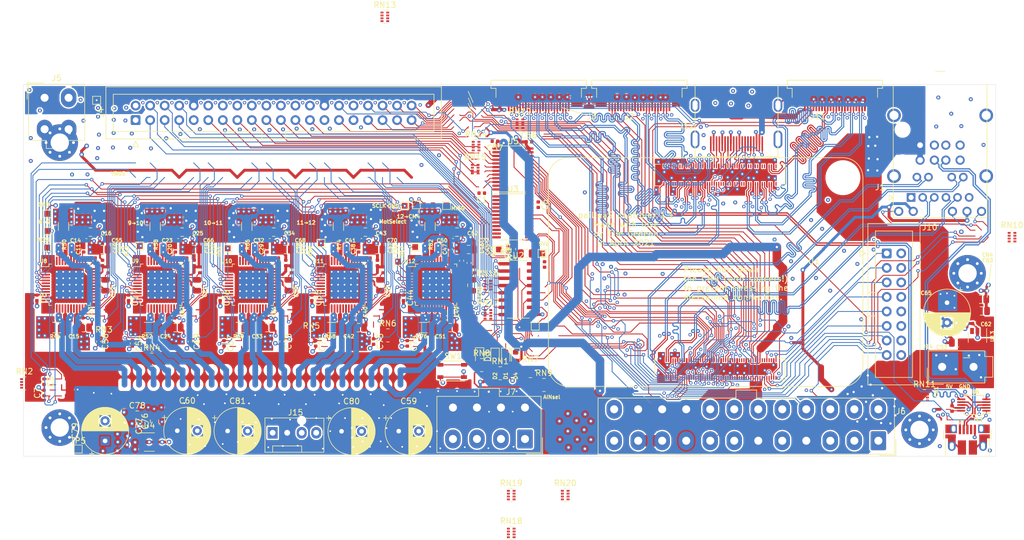
<source format=kicad_pcb>
(kicad_pcb (version 20171130) (host pcbnew 5.1.9-73d0e3b20d~88~ubuntu20.04.1)
  (layers (0 F.Cu signal) (1 VCC.Cu power hide) (2 GND.Cu power hide) (31 B.Cu signal) (34 B.Paste user) (35 F.Paste user) (36 B.SilkS user hide) (37 F.SilkS user) (38 B.Mask user) (39 F.Mask user hide) (44 Edge.Cuts user))
  (net 0 "")
  (net 1 GND)
  (net 2 +5V)
  (net 3 +3V3)
  (net 4 /GPIO/CS6)
  (net 5 /GPIO/SCLK6)
  (net 6 /GPIO/AIN3)
  (net 7 /GPIO/AIN2)
  (net 8 /GPIO/AIN1)
  (net 9 /GPIO/AIN0)
  (net 10 /GPIO/AIN7)
  (net 11 /GPIO/AIN6)
  (net 12 /GPIO/AIN5)
  (net 13 /GPIO/AIN4)
  (net 14 /GPIO/TxD0)
  (net 15 /GPIO/RxD0)
  (net 16 /GPIO/PWM1)
  (net 17 /GPIO/PWM0)
  (net 18 /GPIO/GPIO24)
  (net 19 /GPIO/GPIO8)
  (net 20 /GPIO/GPIO16)
  (net 21 /GPIO/SDA6)
  (net 22 /GPIO/GPIO18)
  (net 23 /ethernet/ETH_2-)
  (net 24 /ethernet/ETH_2+)
  (net 25 /ethernet/ETH_1+)
  (net 26 /ethernet/ETH_1-)
  (net 27 /ethernet/ETH_3+)
  (net 28 /ethernet/ETH_3-)
  (net 29 /ethernet/ETH_0-)
  (net 30 /ethernet/ETH_0+)
  (net 31 "Net-(U1-Pad16)")
  (net 32 "Net-(U1-Pad18)")
  (net 33 /GPIO/MISO6)
  (net 34 /GPIO/MOSI6)
  (net 35 /GPIO/MOSI)
  (net 36 /GPIO/MISO)
  (net 37 /SDA1)
  (net 38 /GPIO/SCLK)
  (net 39 /GPIO/MOTOR_SELECT)
  (net 40 "Net-(U1-Pad76)")
  (net 41 /SCL0)
  (net 42 /SDA0)
  (net 43 "Net-(U1-Pad94)")
  (net 44 "Net-(U1-Pad96)")
  (net 45 /CAM_GPIO)
  (net 46 "Net-(U1-Pad104)")
  (net 47 "Net-(U1-Pad106)")
  (net 48 "Net-(U1-Pad111)")
  (net 49 /camera/CAM1D0-)
  (net 50 /camera/CAM1D0+)
  (net 51 /camera/CAM1D1-)
  (net 52 /camera/CAM1D1+)
  (net 53 /camera/CAM1C-)
  (net 54 /camera/CAM0D0-)
  (net 55 /camera/CAM1C+)
  (net 56 /camera/CAM0D0+)
  (net 57 /camera/CAM1D2-)
  (net 58 /camera/CAM0D1-)
  (net 59 /camera/CAM1D2+)
  (net 60 /camera/CAM0D1+)
  (net 61 /camera/CAM1D3-)
  (net 62 /camera/CAM0C-)
  (net 63 /camera/CAM1D3+)
  (net 64 /SCL1)
  (net 65 /camera/CAM0C+)
  (net 66 "Net-(D1-Pad1)")
  (net 67 "Net-(D2-Pad1)")
  (net 68 /GPIO/SCL6)
  (net 69 "Net-(U1-Pad88)")
  (net 70 "Net-(U1-Pad90)")
  (net 71 "Net-(U1-Pad102)")
  (net 72 "Net-(U1-Pad109)")
  (net 73 "Net-(U1-Pad110)")
  (net 74 "Net-(U1-Pad112)")
  (net 75 "Net-(U1-Pad116)")
  (net 76 "Net-(U1-Pad118)")
  (net 77 "Net-(U1-Pad122)")
  (net 78 "Net-(U1-Pad124)")
  (net 79 "Net-(U1-Pad157)")
  (net 80 "Net-(U1-Pad159)")
  (net 81 "Net-(U1-Pad163)")
  (net 82 "Net-(U1-Pad165)")
  (net 83 "Net-(U1-Pad169)")
  (net 84 "Net-(U1-Pad171)")
  (net 85 "Net-(U8-Pad30)")
  (net 86 "Net-(U8-Pad28)")
  (net 87 "Net-(U8-Pad27)")
  (net 88 "Net-(U8-Pad26)")
  (net 89 "Net-(U8-Pad12)")
  (net 90 /GPIO/GPIO18P)
  (net 91 /GPIO/GPIO24P)
  (net 92 /GPIO/GPIO8P)
  (net 93 /GPIO/GPIO16P)
  (net 94 /GPIO/SCL6P)
  (net 95 /GPIO/SDA6P)
  (net 96 /GPIO/RxD0P)
  (net 97 /GPIO/TxD0P)
  (net 98 /GPIO/PWM1P)
  (net 99 /GPIO/PWM0P)
  (net 100 /GPIO/MOSI6P)
  (net 101 /GPIO/MISO6P)
  (net 102 /GPIO/SCLK6P)
  (net 103 /GPIO/CS6P)
  (net 104 /GPIO/AIN7P)
  (net 105 /GPIO/AIN6P)
  (net 106 /GPIO/AIN5P)
  (net 107 /GPIO/AIN4P)
  (net 108 /GPIO/AIN3P)
  (net 109 /GPIO/AIN2P)
  (net 110 /cm4/LED_Pwr)
  (net 111 /GPIO/POWERED)
  (net 112 /GPIO/ACT_LED)
  (net 113 /GPIO/MOSI4_3V)
  (net 114 /GPIO/SCLK4_3V)
  (net 115 /GPIO/MOTOR_SELECT_3V)
  (net 116 /GPIO/AIN_SELECT_3V)
  (net 117 /powerIO/motorU8/BRB)
  (net 118 /powerIO/motorU8/BRA)
  (net 119 /powerIO/motorU8/FILTERED_5V)
  (net 120 "Net-(J2-Pad18)")
  (net 121 "Net-(J2-Pad15)")
  (net 122 "Net-(J2-Pad14)")
  (net 123 "Net-(J2-Pad12)")
  (net 124 "Net-(J2-Pad11)")
  (net 125 "Net-(J3-Pad18)")
  (net 126 "Net-(U9-Pad30)")
  (net 127 "Net-(U9-Pad28)")
  (net 128 "Net-(U9-Pad27)")
  (net 129 "Net-(U9-Pad26)")
  (net 130 "Net-(U9-Pad12)")
  (net 131 "Net-(U10-Pad30)")
  (net 132 "Net-(U10-Pad28)")
  (net 133 "Net-(U10-Pad27)")
  (net 134 "Net-(U10-Pad26)")
  (net 135 "Net-(U10-Pad12)")
  (net 136 "Net-(U11-Pad30)")
  (net 137 "Net-(U11-Pad28)")
  (net 138 "Net-(U11-Pad27)")
  (net 139 "Net-(U11-Pad26)")
  (net 140 "Net-(U11-Pad12)")
  (net 141 "Net-(U12-Pad30)")
  (net 142 "Net-(U12-Pad28)")
  (net 143 "Net-(U12-Pad27)")
  (net 144 "Net-(U12-Pad26)")
  (net 145 "Net-(U12-Pad12)")
  (net 146 /cm4/run_pg)
  (net 147 /cm4/global_en)
  (net 148 /cm4/rpireboot)
  (net 149 /cm4/BT_disable)
  (net 150 /cm4/WL_disable)
  (net 151 /powerIO/motorU9/FILTERED_5V)
  (net 152 /powerIO/motorU9/BRB)
  (net 153 /powerIO/motorU9/BRA)
  (net 154 /powerIO/motorU10/FILTERED_5V)
  (net 155 /powerIO/motorU10/BRB)
  (net 156 /powerIO/motorU10/BRA)
  (net 157 /powerIO/motorU11/FILTERED_5V)
  (net 158 /powerIO/motorU11/BRB)
  (net 159 /powerIO/motorU11/BRA)
  (net 160 /powerIO/motorU8/MISO)
  (net 161 /powerIO/motorU9/MISO)
  (net 162 /powerIO/motorU10/MISO)
  (net 163 /powerIO/motorU11/MISO)
  (net 164 /cm4/EEPROMprotect)
  (net 165 /ethernet/ETH_LED_yellow)
  (net 166 "Net-(J1-Pad15)")
  (net 167 /ethernet/ETH_LED_green)
  (net 168 "Net-(J12-Pad14)")
  (net 169 /display/HDMI_HOT)
  (net 170 /display/HDMI_SCL)
  (net 171 /display/HDMI_SDA)
  (net 172 /display/HDMI_CEC)
  (net 173 /display/HDMI_C-)
  (net 174 /display/HDMI_C+)
  (net 175 /display/HDMI_0-)
  (net 176 /display/HDMI_0+)
  (net 177 /display/HDMI_1-)
  (net 178 /display/HDMI_1+)
  (net 179 /display/HDMI_2-)
  (net 180 /display/HDMI_2+)
  (net 181 "Net-(U1-Pad200)")
  (net 182 "Net-(U1-Pad199)")
  (net 183 "Net-(U1-Pad190)")
  (net 184 "Net-(U1-Pad188)")
  (net 185 "Net-(U1-Pad184)")
  (net 186 "Net-(U1-Pad182)")
  (net 187 "Net-(U1-Pad178)")
  (net 188 "Net-(U1-Pad176)")
  (net 189 "Net-(U1-Pad172)")
  (net 190 "Net-(U1-Pad170)")
  (net 191 "Net-(U1-Pad153)")
  (net 192 "Net-(U1-Pad151)")
  (net 193 /display/DSI1D3+)
  (net 194 /display/DSI1D3-)
  (net 195 /display/DSI1D2+)
  (net 196 /display/DSI1D2-)
  (net 197 /display/DSI1C+)
  (net 198 /display/DSI1C-)
  (net 199 /display/DSI1D1+)
  (net 200 /display/DSI1D1-)
  (net 201 /display/DSI1D0+)
  (net 202 /display/DSI1D0-)
  (net 203 +12V)
  (net 204 "Net-(J1-Pad11)")
  (net 205 "Net-(J1-Pad13)")
  (net 206 /ethernet/ETH_LED_orange)
  (net 207 "Net-(J1-Pad6)")
  (net 208 "Net-(J1-PadU13)")
  (net 209 "Net-(J1-PadU12)")
  (net 210 /powerIO/motorU12/FILTERED_5V)
  (net 211 "Net-(D4-Pad1)")
  (net 212 "Net-(J6-Pad20)")
  (net 213 /GPIO/PS_ON)
  (net 214 "Net-(J6-Pad14)")
  (net 215 /powerIO/12B2)
  (net 216 /powerIO/12B1)
  (net 217 /powerIO/12A2)
  (net 218 /powerIO/12A1)
  (net 219 /powerIO/11B2)
  (net 220 /powerIO/11B1)
  (net 221 /powerIO/11A2)
  (net 222 /powerIO/11A1)
  (net 223 /powerIO/10B2)
  (net 224 /powerIO/10B1)
  (net 225 /powerIO/10A2)
  (net 226 /powerIO/10A1)
  (net 227 /powerIO/9B2)
  (net 228 /powerIO/9B1)
  (net 229 /powerIO/9A2)
  (net 230 /powerIO/9A1)
  (net 231 /powerIO/8B2)
  (net 232 /powerIO/8B1)
  (net 233 /powerIO/8A2)
  (net 234 /powerIO/8A1)
  (net 235 /powerIO/12ENCB)
  (net 236 /powerIO/12LIMR)
  (net 237 /powerIO/11ENCB)
  (net 238 /powerIO/11LIMR)
  (net 239 /powerIO/10ENCB)
  (net 240 /powerIO/10LIMR)
  (net 241 /powerIO/9ENCB)
  (net 242 /powerIO/9LIMR)
  (net 243 /powerIO/8ENCB)
  (net 244 /powerIO/8LIMR)
  (net 245 /powerIO/12ENCN)
  (net 246 /powerIO/12ENCA)
  (net 247 /powerIO/12LIML)
  (net 248 /powerIO/11ENCN)
  (net 249 /powerIO/11ENCA)
  (net 250 /powerIO/11LIML)
  (net 251 /powerIO/10ENCN)
  (net 252 /powerIO/10ENCA)
  (net 253 /powerIO/10LIML)
  (net 254 /powerIO/9ENCN)
  (net 255 /powerIO/9ENCA)
  (net 256 /powerIO/9LIML)
  (net 257 /powerIO/8ENCN)
  (net 258 /powerIO/8ENCA)
  (net 259 /powerIO/8LIML)
  (net 260 /cm4/nEXTRST)
  (net 261 "Net-(J11-Pad18)")
  (net 262 "Net-(J11-Pad17)")
  (net 263 "Net-(J13-Pad4)")
  (net 264 "Net-(J13-Pad1)")
  (net 265 /powerIO/motorU12/MISO)
  (net 266 /powerIO/motorU12/BRB)
  (net 267 /powerIO/motorU12/BRA)
  (net 268 /GPIO/PS_ON_3V)
  (net 269 "Net-(U13-Pad3)")
  (net 270 /cm4/USB_ext-)
  (net 271 /cm4/USB_ext+)
  (net 272 /cm4/USB_micro+)
  (net 273 /cm4/USB_micro-)
  (net 274 /cm4/USB_cm4-)
  (net 275 /cm4/USB_cm4+)
  (net 276 /powerIO/motorU8/CPO)
  (net 277 /powerIO/motorU8/CPI)
  (net 278 /powerIO/motorU8/VCP)
  (net 279 /powerIO/motorU9/CPO)
  (net 280 /powerIO/motorU9/CPI)
  (net 281 /powerIO/motorU9/VCP)
  (net 282 /powerIO/motorU10/CPO)
  (net 283 /powerIO/motorU10/CPI)
  (net 284 /powerIO/motorU10/VCP)
  (net 285 /powerIO/motorU11/CPO)
  (net 286 /powerIO/motorU11/CPI)
  (net 287 /powerIO/motorU11/VCP)
  (net 288 /powerIO/motorU12/CPO)
  (net 289 /powerIO/motorU12/CPI)
  (net 290 /powerIO/motorU12/VCP)
  (net 291 /cm4/Filtered_3V3)
  (net 292 "Net-(J15-Pad4)")
  (net 293 "Net-(J15-Pad3)")
  (net 294 VBUS)
  (net 295 /GPIO/GPIO10P)
  (net 296 /GPIO/GPIO10)
  (net 297 /GPIO/GPIO9P)
  (net 298 /GPIO/GPIO9)
  (net 299 /GPIO/GPIO11P)
  (net 300 /GPIO/GPIO25P)
  (net 301 /cm4/PG)
  (net 302 /GPIO/GPIO11)
  (net 303 /GPIO/GPIO25)
  (net 304 "Net-(J6-Pad10)")
  (net 305 "Net-(D3-Pad1)")
  (net 306 /GPIO/LED_BTN)
  (net 307 "Net-(R46-Pad2)")
  (net 308 "Net-(R47-Pad2)")
  (net 309 "Net-(R62-Pad2)")
  (net 310 "Net-(R63-Pad2)")
  (net 311 "Net-(R78-Pad2)")
  (net 312 "Net-(R79-Pad2)")
  (net 313 "Net-(R92-Pad2)")
  (net 314 "Net-(R93-Pad2)")
  (net 315 "Net-(R101-Pad2)")
  (net 316 "Net-(R102-Pad2)")
  (net 317 /GPIO/+3V3a)
  (net 318 3V3bus)
  (net 319 "Net-(U4-Pad3)")
  (net 320 /powerIO/motorU8/LIMITL_RAW)
  (net 321 /powerIO/motorU9/LIMITL_RAW)
  (net 322 /powerIO/motorU10/LIMITL_RAW)
  (net 323 /powerIO/motorU11/LIMITL_RAW)
  (net 324 /powerIO/motorU12/LIMITL_RAW)
  (net 325 /powerIO/motorU8/LIMITR_RAW)
  (net 326 /powerIO/motorU9/LIMITR_RAW)
  (net 327 /powerIO/motorU10/LIMITR_RAW)
  (net 328 /powerIO/motorU11/LIMITR_RAW)
  (net 329 /powerIO/motorU12/LIMITR_RAW)
  (net 330 5Vsb)
  (net 331 3V3mcu)
  (net 332 /cm4/HostDetection)
  (net 333 "Net-(U3-Pad17)")
  (net 334 "Net-(U3-Pad16)")
  (net 335 "Net-(U3-Pad15)")
  (net 336 "Net-(U3-Pad14)")
  (net 337 "Net-(U3-Pad21)")
  (net 338 "Net-(U3-Pad20)")
  (net 339 "Net-(RN7-Pad6)")
  (net 340 "Net-(RN7-Pad4)")
  (net 341 "Net-(RN7-Pad3)")
  (net 342 "Net-(RN10-Pad5)")
  (net 343 "Net-(RN10-Pad4)")
  (net 344 "Net-(RN11-Pad5)")
  (net 345 "Net-(RN11-Pad6)")
  (net 346 "Net-(RN11-Pad4)")
  (net 347 "Net-(RN11-Pad3)")
  (net 348 /GPIO/PWM0_5V)
  (net 349 /GPIO/PWM1_5V)
  (net 350 /GPIO/TxD0_5V)
  (net 351 /GPIO/MOSI6_5V)
  (net 352 /GPIO/SCLK6_5V)
  (net 353 /GPIO/CS6_5V)
  (net 354 /GPIO/RxD0_5V)
  (net 355 /GPIO/MISO6_5V)
  (net 356 "Net-(RN18-Pad1)")
  (net 357 "Net-(RN19-Pad7)")
  (net 358 "Net-(RN19-Pad2)")
  (net 359 "Net-(RN20-Pad6)")
  (net 360 "Net-(RN20-Pad8)")
  (net 361 "Net-(RN20-Pad7)")
  (net 362 "Net-(RN20-Pad2)")
  (net 363 "Net-(RN20-Pad3)")
  (net 364 "Net-(RN20-Pad1)")
  (module Resistor_SMD:R_Array_Concave_4x0402 (layer F.Cu) (at 124.99 101.555)
    (fp_text reference RN20 (at 0 -2.1) (layer F.SilkS))
    (fp_text value 4x39)
    (pad 5 smd rect (at 0.5 0.75) (size 0.5 0.32) (layers F.Cu F.Paste F.Mask) (net 36 /GPIO/MISO))
    (pad 6 smd rect (at 0.5 0.25) (size 0.5 0.32) (layers F.Cu F.Paste F.Mask) (net 359 "Net-(RN20-Pad6)"))
    (pad 8 smd rect (at 0.5 -0.75) (size 0.5 0.32) (layers F.Cu F.Paste F.Mask) (net 360 "Net-(RN20-Pad8)"))
    (pad 7 smd rect (at 0.5 -0.25) (size 0.5 0.32) (layers F.Cu F.Paste F.Mask) (net 361 "Net-(RN20-Pad7)"))
    (pad 4 smd rect (at -0.5 0.75) (size 0.5 0.32) (layers F.Cu F.Paste F.Mask) (net 265 /powerIO/motorU12/MISO))
    (pad 2 smd rect (at -0.5 -0.25) (size 0.5 0.32) (layers F.Cu F.Paste F.Mask) (net 362 "Net-(RN20-Pad2)"))
    (pad 3 smd rect (at -0.5 0.25) (size 0.5 0.32) (layers F.Cu F.Paste F.Mask) (net 363 "Net-(RN20-Pad3)"))
    (pad 1 smd rect (at -0.5 -0.75) (size 0.5 0.32) (layers F.Cu F.Paste F.Mask) (net 364 "Net-(RN20-Pad1)"))
  )
  (module Resistor_SMD:R_Array_Concave_4x0402 (layer F.Cu) (at 115.55 101.555)
    (fp_text reference RN19 (at 0 -2.1) (layer F.SilkS))
    (fp_text value 4x39)
    (pad 5 smd rect (at 0.5 0.75) (size 0.5 0.32) (layers F.Cu F.Paste F.Mask) (net 291 /cm4/Filtered_3V3))
    (pad 6 smd rect (at 0.5 0.25) (size 0.5 0.32) (layers F.Cu F.Paste F.Mask) (net 291 /cm4/Filtered_3V3))
    (pad 8 smd rect (at 0.5 -0.75) (size 0.5 0.32) (layers F.Cu F.Paste F.Mask) (net 357 "Net-(RN19-Pad7)"))
    (pad 7 smd rect (at 0.5 -0.25) (size 0.5 0.32) (layers F.Cu F.Paste F.Mask) (net 357 "Net-(RN19-Pad7)"))
    (pad 4 smd rect (at -0.5 0.75) (size 0.5 0.32) (layers F.Cu F.Paste F.Mask) (net 358 "Net-(RN19-Pad2)"))
    (pad 2 smd rect (at -0.5 -0.25) (size 0.5 0.32) (layers F.Cu F.Paste F.Mask) (net 358 "Net-(RN19-Pad2)"))
    (pad 3 smd rect (at -0.5 0.25) (size 0.5 0.32) (layers F.Cu F.Paste F.Mask) (net 358 "Net-(RN19-Pad2)"))
    (pad 1 smd rect (at -0.5 -0.75) (size 0.5 0.32) (layers F.Cu F.Paste F.Mask) (net 3 +3V3))
  )
  (module Resistor_SMD:R_Array_Concave_4x0402 (layer F.Cu) (at 115.55 108.175)
    (fp_text reference RN18 (at 0 -2.1) (layer F.SilkS))
    (fp_text value 4x39)
    (pad 5 smd rect (at 0.5 0.75) (size 0.5 0.32) (layers F.Cu F.Paste F.Mask) (net 39 /GPIO/MOTOR_SELECT))
    (pad 6 smd rect (at 0.5 0.25) (size 0.5 0.32) (layers F.Cu F.Paste F.Mask) (net 35 /GPIO/MOSI))
    (pad 8 smd rect (at 0.5 -0.75) (size 0.5 0.32) (layers F.Cu F.Paste F.Mask) (net 36 /GPIO/MISO))
    (pad 7 smd rect (at 0.5 -0.25) (size 0.5 0.32) (layers F.Cu F.Paste F.Mask) (net 38 /GPIO/SCLK))
    (pad 4 smd rect (at -0.5 0.75) (size 0.5 0.32) (layers F.Cu F.Paste F.Mask) (net 115 /GPIO/MOTOR_SELECT_3V))
    (pad 2 smd rect (at -0.5 -0.25) (size 0.5 0.32) (layers F.Cu F.Paste F.Mask) (net 114 /GPIO/SCLK4_3V))
    (pad 3 smd rect (at -0.5 0.25) (size 0.5 0.32) (layers F.Cu F.Paste F.Mask) (net 113 /GPIO/MOSI4_3V))
    (pad 1 smd rect (at -0.5 -0.75) (size 0.5 0.32) (layers F.Cu F.Paste F.Mask) (net 356 "Net-(RN18-Pad1)"))
  )
  (module Resistor_SMD:R_Array_Concave_4x0402 (layer F.Cu) (at 111.475 69.95)
    (fp_text reference RN17 (at 0 -2.1) (layer F.SilkS))
    (fp_text value 4x150)
    (pad 5 smd rect (at 0.5 0.75) (size 0.5 0.32) (layers F.Cu F.Paste F.Mask) (net 354 /GPIO/RxD0_5V))
    (pad 6 smd rect (at 0.5 0.25) (size 0.5 0.32) (layers F.Cu F.Paste F.Mask) (net 355 /GPIO/MISO6_5V))
    (pad 8 smd rect (at 0.5 -0.75) (size 0.5 0.32) (layers F.Cu F.Paste F.Mask) (net 11 /GPIO/AIN6))
    (pad 7 smd rect (at 0.5 -0.25) (size 0.5 0.32) (layers F.Cu F.Paste F.Mask) (net 10 /GPIO/AIN7))
    (pad 4 smd rect (at -0.5 0.75) (size 0.5 0.32) (layers F.Cu F.Paste F.Mask) (net 96 /GPIO/RxD0P))
    (pad 2 smd rect (at -0.5 -0.25) (size 0.5 0.32) (layers F.Cu F.Paste F.Mask) (net 104 /GPIO/AIN7P))
    (pad 3 smd rect (at -0.5 0.25) (size 0.5 0.32) (layers F.Cu F.Paste F.Mask) (net 101 /GPIO/MISO6P))
    (pad 1 smd rect (at -0.5 -0.75) (size 0.5 0.32) (layers F.Cu F.Paste F.Mask) (net 105 /GPIO/AIN6P))
  )
  (module Resistor_SMD:R_Array_Concave_4x0402 (layer F.Cu) (at 111.45 64.85)
    (fp_text reference RN16 (at 0 -2.1) (layer F.SilkS))
    (fp_text value 4x150)
    (pad 5 smd rect (at 0.5 0.75) (size 0.5 0.32) (layers F.Cu F.Paste F.Mask) (net 12 /GPIO/AIN5))
    (pad 6 smd rect (at 0.5 0.25) (size 0.5 0.32) (layers F.Cu F.Paste F.Mask) (net 13 /GPIO/AIN4))
    (pad 8 smd rect (at 0.5 -0.75) (size 0.5 0.32) (layers F.Cu F.Paste F.Mask) (net 7 /GPIO/AIN2))
    (pad 7 smd rect (at 0.5 -0.25) (size 0.5 0.32) (layers F.Cu F.Paste F.Mask) (net 6 /GPIO/AIN3))
    (pad 4 smd rect (at -0.5 0.75) (size 0.5 0.32) (layers F.Cu F.Paste F.Mask) (net 106 /GPIO/AIN5P))
    (pad 2 smd rect (at -0.5 -0.25) (size 0.5 0.32) (layers F.Cu F.Paste F.Mask) (net 108 /GPIO/AIN3P))
    (pad 3 smd rect (at -0.5 0.25) (size 0.5 0.32) (layers F.Cu F.Paste F.Mask) (net 107 /GPIO/AIN4P))
    (pad 1 smd rect (at -0.5 -0.75) (size 0.5 0.32) (layers F.Cu F.Paste F.Mask) (net 109 /GPIO/AIN2P))
  )
  (module Resistor_SMD:R_Array_Concave_4x0402 (layer F.Cu) (at 109.25 44.55)
    (fp_text reference RN15 (at 0 -2.1) (layer F.SilkS))
    (fp_text value 4x150)
    (pad 5 smd rect (at 0.5 0.75) (size 0.5 0.32) (layers F.Cu F.Paste F.Mask) (net 350 /GPIO/TxD0_5V))
    (pad 6 smd rect (at 0.5 0.25) (size 0.5 0.32) (layers F.Cu F.Paste F.Mask) (net 352 /GPIO/SCLK6_5V))
    (pad 8 smd rect (at 0.5 -0.75) (size 0.5 0.32) (layers F.Cu F.Paste F.Mask) (net 351 /GPIO/MOSI6_5V))
    (pad 7 smd rect (at 0.5 -0.25) (size 0.5 0.32) (layers F.Cu F.Paste F.Mask) (net 353 /GPIO/CS6_5V))
    (pad 4 smd rect (at -0.5 0.75) (size 0.5 0.32) (layers F.Cu F.Paste F.Mask) (net 97 /GPIO/TxD0P))
    (pad 2 smd rect (at -0.5 -0.25) (size 0.5 0.32) (layers F.Cu F.Paste F.Mask) (net 103 /GPIO/CS6P))
    (pad 3 smd rect (at -0.5 0.25) (size 0.5 0.32) (layers F.Cu F.Paste F.Mask) (net 102 /GPIO/SCLK6P))
    (pad 1 smd rect (at -0.5 -0.75) (size 0.5 0.32) (layers F.Cu F.Paste F.Mask) (net 100 /GPIO/MOSI6P))
  )
  (module Resistor_SMD:R_Array_Concave_4x0402 (layer F.Cu) (at 109.4 40.525)
    (fp_text reference RN14 (at 0 -2.1) (layer F.SilkS))
    (fp_text value 4x150)
    (pad 5 smd rect (at 0.5 0.75) (size 0.5 0.32) (layers F.Cu F.Paste F.Mask) (net 348 /GPIO/PWM0_5V))
    (pad 6 smd rect (at 0.5 0.25) (size 0.5 0.32) (layers F.Cu F.Paste F.Mask) (net 349 /GPIO/PWM1_5V))
    (pad 8 smd rect (at 0.5 -0.75) (size 0.5 0.32) (layers F.Cu F.Paste F.Mask) (net 21 /GPIO/SDA6))
    (pad 7 smd rect (at 0.5 -0.25) (size 0.5 0.32) (layers F.Cu F.Paste F.Mask) (net 68 /GPIO/SCL6))
    (pad 4 smd rect (at -0.5 0.75) (size 0.5 0.32) (layers F.Cu F.Paste F.Mask) (net 99 /GPIO/PWM0P))
    (pad 2 smd rect (at -0.5 -0.25) (size 0.5 0.32) (layers F.Cu F.Paste F.Mask) (net 94 /GPIO/SCL6P))
    (pad 3 smd rect (at -0.5 0.25) (size 0.5 0.32) (layers F.Cu F.Paste F.Mask) (net 98 /GPIO/PWM1P))
    (pad 1 smd rect (at -0.5 -0.75) (size 0.5 0.32) (layers F.Cu F.Paste F.Mask) (net 95 /GPIO/SDA6P))
  )
  (module Resistor_SMD:R_Array_Concave_4x0402 (layer F.Cu) (at 93.45 17.925)
    (fp_text reference RN13 (at 0 -2.1) (layer F.SilkS))
    (fp_text value 4x150)
    (pad 5 smd rect (at 0.5 0.75) (size 0.5 0.32) (layers F.Cu F.Paste F.Mask) (net 22 /GPIO/GPIO18))
    (pad 6 smd rect (at 0.5 0.25) (size 0.5 0.32) (layers F.Cu F.Paste F.Mask) (net 18 /GPIO/GPIO24))
    (pad 8 smd rect (at 0.5 -0.75) (size 0.5 0.32) (layers F.Cu F.Paste F.Mask) (net 20 /GPIO/GPIO16))
    (pad 7 smd rect (at 0.5 -0.25) (size 0.5 0.32) (layers F.Cu F.Paste F.Mask) (net 19 /GPIO/GPIO8))
    (pad 4 smd rect (at -0.5 0.75) (size 0.5 0.32) (layers F.Cu F.Paste F.Mask) (net 90 /GPIO/GPIO18P))
    (pad 2 smd rect (at -0.5 -0.25) (size 0.5 0.32) (layers F.Cu F.Paste F.Mask) (net 92 /GPIO/GPIO8P))
    (pad 3 smd rect (at -0.5 0.25) (size 0.5 0.32) (layers F.Cu F.Paste F.Mask) (net 91 /GPIO/GPIO24P))
    (pad 1 smd rect (at -0.5 -0.75) (size 0.5 0.32) (layers F.Cu F.Paste F.Mask) (net 93 /GPIO/GPIO16P))
  )
  (module Resistor_SMD:R_Array_Concave_4x0402 (layer F.Cu) (at 117.075 36.6)
    (fp_text reference RN12 (at 0 -2.1) (layer F.SilkS))
    (fp_text value 4x150)
    (pad 5 smd rect (at 0.5 0.75) (size 0.5 0.32) (layers F.Cu F.Paste F.Mask) (net 298 /GPIO/GPIO9))
    (pad 6 smd rect (at 0.5 0.25) (size 0.5 0.32) (layers F.Cu F.Paste F.Mask) (net 296 /GPIO/GPIO10))
    (pad 8 smd rect (at 0.5 -0.75) (size 0.5 0.32) (layers F.Cu F.Paste F.Mask) (net 302 /GPIO/GPIO11))
    (pad 7 smd rect (at 0.5 -0.25) (size 0.5 0.32) (layers F.Cu F.Paste F.Mask) (net 303 /GPIO/GPIO25))
    (pad 4 smd rect (at -0.5 0.75) (size 0.5 0.32) (layers F.Cu F.Paste F.Mask) (net 297 /GPIO/GPIO9P))
    (pad 2 smd rect (at -0.5 -0.25) (size 0.5 0.32) (layers F.Cu F.Paste F.Mask) (net 300 /GPIO/GPIO25P))
    (pad 3 smd rect (at -0.5 0.25) (size 0.5 0.32) (layers F.Cu F.Paste F.Mask) (net 295 /GPIO/GPIO10P))
    (pad 1 smd rect (at -0.5 -0.75) (size 0.5 0.32) (layers F.Cu F.Paste F.Mask) (net 299 /GPIO/GPIO11P))
  )
  (module Resistor_SMD:R_Array_Concave_4x0402 (layer F.Cu) (at 187.825 84.25)
    (fp_text reference RN11 (at 0 -2.1) (layer F.SilkS))
    (fp_text value 4x1k8)
    (pad 5 smd rect (at 0.5 0.75) (size 0.5 0.32) (layers F.Cu F.Paste F.Mask) (net 344 "Net-(RN11-Pad5)"))
    (pad 6 smd rect (at 0.5 0.25) (size 0.5 0.32) (layers F.Cu F.Paste F.Mask) (net 345 "Net-(RN11-Pad6)"))
    (pad 8 smd rect (at 0.5 -0.75) (size 0.5 0.32) (layers F.Cu F.Paste F.Mask) (net 264 "Net-(J13-Pad1)"))
    (pad 7 smd rect (at 0.5 -0.25) (size 0.5 0.32) (layers F.Cu F.Paste F.Mask) (net 1 GND))
    (pad 4 smd rect (at -0.5 0.75) (size 0.5 0.32) (layers F.Cu F.Paste F.Mask) (net 346 "Net-(RN11-Pad4)"))
    (pad 2 smd rect (at -0.5 -0.25) (size 0.5 0.32) (layers F.Cu F.Paste F.Mask) (net 332 /cm4/HostDetection))
    (pad 3 smd rect (at -0.5 0.25) (size 0.5 0.32) (layers F.Cu F.Paste F.Mask) (net 347 "Net-(RN11-Pad3)"))
    (pad 1 smd rect (at -0.5 -0.75) (size 0.5 0.32) (layers F.Cu F.Paste F.Mask) (net 332 /cm4/HostDetection))
  )
  (module Resistor_SMD:R_Array_Concave_4x0402 (layer F.Cu) (at 203.125 56.45)
    (fp_text reference RN10 (at 0 -2.1) (layer F.SilkS))
    (fp_text value 4x1k8)
    (pad 5 smd rect (at 0.5 0.75) (size 0.5 0.32) (layers F.Cu F.Paste F.Mask) (net 342 "Net-(RN10-Pad5)"))
    (pad 6 smd rect (at 0.5 0.25) (size 0.5 0.32) (layers F.Cu F.Paste F.Mask) (net 166 "Net-(J1-Pad15)"))
    (pad 8 smd rect (at 0.5 -0.75) (size 0.5 0.32) (layers F.Cu F.Paste F.Mask) (net 204 "Net-(J1-Pad11)"))
    (pad 7 smd rect (at 0.5 -0.25) (size 0.5 0.32) (layers F.Cu F.Paste F.Mask) (net 205 "Net-(J1-Pad13)"))
    (pad 4 smd rect (at -0.5 0.75) (size 0.5 0.32) (layers F.Cu F.Paste F.Mask) (net 343 "Net-(RN10-Pad4)"))
    (pad 2 smd rect (at -0.5 -0.25) (size 0.5 0.32) (layers F.Cu F.Paste F.Mask) (net 167 /ethernet/ETH_LED_green))
    (pad 3 smd rect (at -0.5 0.25) (size 0.5 0.32) (layers F.Cu F.Paste F.Mask) (net 206 /ethernet/ETH_LED_orange))
    (pad 1 smd rect (at -0.5 -0.75) (size 0.5 0.32) (layers F.Cu F.Paste F.Mask) (net 165 /ethernet/ETH_LED_yellow))
  )
  (module Resistor_SMD:R_Array_Concave_4x0402 (layer F.Cu) (at 121.275 82.3)
    (fp_text reference RN9 (at 0 -2.1) (layer F.SilkS))
    (fp_text value 4x1k8)
    (pad 5 smd rect (at 0.5 0.75) (size 0.5 0.32) (layers F.Cu F.Paste F.Mask) (net 306 /GPIO/LED_BTN))
    (pad 6 smd rect (at 0.5 0.25) (size 0.5 0.32) (layers F.Cu F.Paste F.Mask) (net 331 3V3mcu))
    (pad 8 smd rect (at 0.5 -0.75) (size 0.5 0.32) (layers F.Cu F.Paste F.Mask) (net 9 /GPIO/AIN0))
    (pad 7 smd rect (at 0.5 -0.25) (size 0.5 0.32) (layers F.Cu F.Paste F.Mask) (net 331 3V3mcu))
    (pad 4 smd rect (at -0.5 0.75) (size 0.5 0.32) (layers F.Cu F.Paste F.Mask) (net 340 "Net-(RN7-Pad4)"))
    (pad 2 smd rect (at -0.5 -0.25) (size 0.5 0.32) (layers F.Cu F.Paste F.Mask) (net 21 /GPIO/SDA6))
    (pad 3 smd rect (at -0.5 0.25) (size 0.5 0.32) (layers F.Cu F.Paste F.Mask) (net 68 /GPIO/SCL6))
    (pad 1 smd rect (at -0.5 -0.75) (size 0.5 0.32) (layers F.Cu F.Paste F.Mask) (net 1 GND))
  )
  (module Resistor_SMD:R_Array_Concave_4x0402 (layer F.Cu) (at 110.375 78.825)
    (fp_text reference RN8 (at 0 -2.1) (layer F.SilkS))
    (fp_text value 4x1k8)
    (pad 5 smd rect (at 0.5 0.75) (size 0.5 0.32) (layers F.Cu F.Paste F.Mask) (net 305 "Net-(D3-Pad1)"))
    (pad 6 smd rect (at 0.5 0.25) (size 0.5 0.32) (layers F.Cu F.Paste F.Mask) (net 211 "Net-(D4-Pad1)"))
    (pad 8 smd rect (at 0.5 -0.75) (size 0.5 0.32) (layers F.Cu F.Paste F.Mask) (net 66 "Net-(D1-Pad1)"))
    (pad 7 smd rect (at 0.5 -0.25) (size 0.5 0.32) (layers F.Cu F.Paste F.Mask) (net 67 "Net-(D2-Pad1)"))
    (pad 4 smd rect (at -0.5 0.75) (size 0.5 0.32) (layers F.Cu F.Paste F.Mask) (net 340 "Net-(RN7-Pad4)"))
    (pad 2 smd rect (at -0.5 -0.25) (size 0.5 0.32) (layers F.Cu F.Paste F.Mask) (net 111 /GPIO/POWERED))
    (pad 3 smd rect (at -0.5 0.25) (size 0.5 0.32) (layers F.Cu F.Paste F.Mask) (net 1 GND))
    (pad 1 smd rect (at -0.5 -0.75) (size 0.5 0.32) (layers F.Cu F.Paste F.Mask) (net 112 /GPIO/ACT_LED))
  )
  (module Resistor_SMD:R_Array_Concave_4x0402 (layer F.Cu) (at 118.9 79.875)
    (fp_text reference RN7 (at 0 -2.1) (layer F.SilkS))
    (fp_text value 4x10k)
    (pad 5 smd rect (at 0.5 0.75) (size 0.5 0.32) (layers F.Cu F.Paste F.Mask) (net 331 3V3mcu))
    (pad 6 smd rect (at 0.5 0.25) (size 0.5 0.32) (layers F.Cu F.Paste F.Mask) (net 339 "Net-(RN7-Pad6)"))
    (pad 8 smd rect (at 0.5 -0.75) (size 0.5 0.32) (layers F.Cu F.Paste F.Mask) (net 268 /GPIO/PS_ON_3V))
    (pad 7 smd rect (at 0.5 -0.25) (size 0.5 0.32) (layers F.Cu F.Paste F.Mask) (net 36 /GPIO/MISO))
    (pad 4 smd rect (at -0.5 0.75) (size 0.5 0.32) (layers F.Cu F.Paste F.Mask) (net 340 "Net-(RN7-Pad4)"))
    (pad 2 smd rect (at -0.5 -0.25) (size 0.5 0.32) (layers F.Cu F.Paste F.Mask) (net 331 3V3mcu))
    (pad 3 smd rect (at -0.5 0.25) (size 0.5 0.32) (layers F.Cu F.Paste F.Mask) (net 341 "Net-(RN7-Pad3)"))
    (pad 1 smd rect (at -0.5 -0.75) (size 0.5 0.32) (layers F.Cu F.Paste F.Mask) (net 331 3V3mcu))
  )
  (module Resistor_SMD:R_Array_Concave_4x0402 (layer F.Cu) (at 93.975 73.625)
    (fp_text reference RN6 (at 0 -2.1) (layer F.SilkS))
    (fp_text value 4x10k)
    (pad 5 smd rect (at 0.5 0.75) (size 0.5 0.32) (layers F.Cu F.Paste F.Mask) (net 236 /powerIO/12LIMR))
    (pad 6 smd rect (at 0.5 0.25) (size 0.5 0.32) (layers F.Cu F.Paste F.Mask) (net 236 /powerIO/12LIMR))
    (pad 8 smd rect (at 0.5 -0.75) (size 0.5 0.32) (layers F.Cu F.Paste F.Mask) (net 247 /powerIO/12LIML))
    (pad 7 smd rect (at 0.5 -0.25) (size 0.5 0.32) (layers F.Cu F.Paste F.Mask) (net 247 /powerIO/12LIML))
    (pad 4 smd rect (at -0.5 0.75) (size 0.5 0.32) (layers F.Cu F.Paste F.Mask) (net 3 +3V3))
    (pad 2 smd rect (at -0.5 -0.25) (size 0.5 0.32) (layers F.Cu F.Paste F.Mask) (net 324 /powerIO/motorU12/LIMITL_RAW))
    (pad 3 smd rect (at -0.5 0.25) (size 0.5 0.32) (layers F.Cu F.Paste F.Mask) (net 329 /powerIO/motorU12/LIMITR_RAW))
    (pad 1 smd rect (at -0.5 -0.75) (size 0.5 0.32) (layers F.Cu F.Paste F.Mask) (net 3 +3V3))
  )
  (module Resistor_SMD:R_Array_Concave_4x0402 (layer F.Cu) (at 80.6 74.05)
    (fp_text reference RN5 (at 0 -2.1) (layer F.SilkS))
    (fp_text value 4x10k)
    (pad 5 smd rect (at 0.5 0.75) (size 0.5 0.32) (layers F.Cu F.Paste F.Mask) (net 238 /powerIO/11LIMR))
    (pad 6 smd rect (at 0.5 0.25) (size 0.5 0.32) (layers F.Cu F.Paste F.Mask) (net 238 /powerIO/11LIMR))
    (pad 8 smd rect (at 0.5 -0.75) (size 0.5 0.32) (layers F.Cu F.Paste F.Mask) (net 250 /powerIO/11LIML))
    (pad 7 smd rect (at 0.5 -0.25) (size 0.5 0.32) (layers F.Cu F.Paste F.Mask) (net 250 /powerIO/11LIML))
    (pad 4 smd rect (at -0.5 0.75) (size 0.5 0.32) (layers F.Cu F.Paste F.Mask) (net 3 +3V3))
    (pad 2 smd rect (at -0.5 -0.25) (size 0.5 0.32) (layers F.Cu F.Paste F.Mask) (net 323 /powerIO/motorU11/LIMITL_RAW))
    (pad 3 smd rect (at -0.5 0.25) (size 0.5 0.32) (layers F.Cu F.Paste F.Mask) (net 328 /powerIO/motorU11/LIMITR_RAW))
    (pad 1 smd rect (at -0.5 -0.75) (size 0.5 0.32) (layers F.Cu F.Paste F.Mask) (net 3 +3V3))
  )
  (module Resistor_SMD:R_Array_Concave_4x0402 (layer F.Cu) (at 52.7 77.875)
    (fp_text reference RN4 (at 0 -2.1) (layer F.SilkS))
    (fp_text value 4x10k)
    (pad 5 smd rect (at 0.5 0.75) (size 0.5 0.32) (layers F.Cu F.Paste F.Mask) (net 240 /powerIO/10LIMR))
    (pad 6 smd rect (at 0.5 0.25) (size 0.5 0.32) (layers F.Cu F.Paste F.Mask) (net 240 /powerIO/10LIMR))
    (pad 8 smd rect (at 0.5 -0.75) (size 0.5 0.32) (layers F.Cu F.Paste F.Mask) (net 253 /powerIO/10LIML))
    (pad 7 smd rect (at 0.5 -0.25) (size 0.5 0.32) (layers F.Cu F.Paste F.Mask) (net 253 /powerIO/10LIML))
    (pad 4 smd rect (at -0.5 0.75) (size 0.5 0.32) (layers F.Cu F.Paste F.Mask) (net 3 +3V3))
    (pad 2 smd rect (at -0.5 -0.25) (size 0.5 0.32) (layers F.Cu F.Paste F.Mask) (net 322 /powerIO/motorU10/LIMITL_RAW))
    (pad 3 smd rect (at -0.5 0.25) (size 0.5 0.32) (layers F.Cu F.Paste F.Mask) (net 327 /powerIO/motorU10/LIMITR_RAW))
    (pad 1 smd rect (at -0.5 -0.75) (size 0.5 0.32) (layers F.Cu F.Paste F.Mask) (net 3 +3V3))
  )
  (module Resistor_SMD:R_Array_Concave_4x0402 (layer F.Cu) (at 44.325 74.725)
    (fp_text reference RN3 (at 0 -2.1) (layer F.SilkS))
    (fp_text value 4x10k)
    (pad 5 smd rect (at 0.5 0.75) (size 0.5 0.32) (layers F.Cu F.Paste F.Mask) (net 242 /powerIO/9LIMR))
    (pad 6 smd rect (at 0.5 0.25) (size 0.5 0.32) (layers F.Cu F.Paste F.Mask) (net 242 /powerIO/9LIMR))
    (pad 8 smd rect (at 0.5 -0.75) (size 0.5 0.32) (layers F.Cu F.Paste F.Mask) (net 256 /powerIO/9LIML))
    (pad 7 smd rect (at 0.5 -0.25) (size 0.5 0.32) (layers F.Cu F.Paste F.Mask) (net 256 /powerIO/9LIML))
    (pad 4 smd rect (at -0.5 0.75) (size 0.5 0.32) (layers F.Cu F.Paste F.Mask) (net 3 +3V3))
    (pad 2 smd rect (at -0.5 -0.25) (size 0.5 0.32) (layers F.Cu F.Paste F.Mask) (net 321 /powerIO/motorU9/LIMITL_RAW))
    (pad 3 smd rect (at -0.5 0.25) (size 0.5 0.32) (layers F.Cu F.Paste F.Mask) (net 326 /powerIO/motorU9/LIMITR_RAW))
    (pad 1 smd rect (at -0.5 -0.75) (size 0.5 0.32) (layers F.Cu F.Paste F.Mask) (net 3 +3V3))
  )
  (module Resistor_SMD:R_Array_Concave_4x0402 (layer F.Cu) (at 30.425 82.025)
    (fp_text reference RN2 (at 0 -2.1) (layer F.SilkS))
    (fp_text value 4x10k)
    (pad 5 smd rect (at 0.5 0.75) (size 0.5 0.32) (layers F.Cu F.Paste F.Mask) (net 244 /powerIO/8LIMR))
    (pad 6 smd rect (at 0.5 0.25) (size 0.5 0.32) (layers F.Cu F.Paste F.Mask) (net 244 /powerIO/8LIMR))
    (pad 8 smd rect (at 0.5 -0.75) (size 0.5 0.32) (layers F.Cu F.Paste F.Mask) (net 259 /powerIO/8LIML))
    (pad 7 smd rect (at 0.5 -0.25) (size 0.5 0.32) (layers F.Cu F.Paste F.Mask) (net 259 /powerIO/8LIML))
    (pad 4 smd rect (at -0.5 0.75) (size 0.5 0.32) (layers F.Cu F.Paste F.Mask) (net 3 +3V3))
    (pad 2 smd rect (at -0.5 -0.25) (size 0.5 0.32) (layers F.Cu F.Paste F.Mask) (net 320 /powerIO/motorU8/LIMITL_RAW))
    (pad 3 smd rect (at -0.5 0.25) (size 0.5 0.32) (layers F.Cu F.Paste F.Mask) (net 325 /powerIO/motorU8/LIMITR_RAW))
    (pad 1 smd rect (at -0.5 -0.75) (size 0.5 0.32) (layers F.Cu F.Paste F.Mask) (net 3 +3V3))
  )
  (module Resistor_SMD:R_Array_Concave_4x0402 (layer F.Cu) (at 113.625 80.25)
    (fp_text reference RN1 (at 0 -2.1) (layer F.SilkS))
    (fp_text value 4x10k)
    (pad 5 smd rect (at 0.5 0.75) (size 0.5 0.32) (layers F.Cu F.Paste F.Mask) (net 9 /GPIO/AIN0))
    (pad 6 smd rect (at 0.5 0.25) (size 0.5 0.32) (layers F.Cu F.Paste F.Mask) (net 9 /GPIO/AIN0))
    (pad 8 smd rect (at 0.5 -0.75) (size 0.5 0.32) (layers F.Cu F.Paste F.Mask) (net 8 /GPIO/AIN1))
    (pad 7 smd rect (at 0.5 -0.25) (size 0.5 0.32) (layers F.Cu F.Paste F.Mask) (net 8 /GPIO/AIN1))
    (pad 4 smd rect (at -0.5 0.75) (size 0.5 0.32) (layers F.Cu F.Paste F.Mask) (net 203 +12V))
    (pad 2 smd rect (at -0.5 -0.25) (size 0.5 0.32) (layers F.Cu F.Paste F.Mask) (net 1 GND))
    (pad 3 smd rect (at -0.5 0.25) (size 0.5 0.32) (layers F.Cu F.Paste F.Mask) (net 203 +12V))
    (pad 1 smd rect (at -0.5 -0.75) (size 0.5 0.32) (layers F.Cu F.Paste F.Mask) (net 2 +5V))
  )
  (module Package_SO:TSSOP-24_4.4x7.8mm_P0.65mm (layer F.Cu) (at 115.85 52.9)
    (fp_text reference U3 (at 0 -4.85) (layer F.SilkS))
    (fp_text value 74LVC4245A)
    (pad 24 smd roundrect (at 2.8625 -3.575) (size 1.475 0.4) (layers F.Cu F.Paste F.Mask) (net 331 3V3mcu))
    (pad 23 smd roundrect (at 2.8625 -2.925) (size 1.475 0.4) (layers F.Cu F.Paste F.Mask) (net 331 3V3mcu))
    (pad 22 smd roundrect (at 2.8625 -2.275) (size 1.475 0.4) (layers F.Cu F.Paste F.Mask) (net 1 GND))
    (pad 21 smd roundrect (at 2.8625 -1.625) (size 1.475 0.4) (layers F.Cu F.Paste F.Mask) (net 337 "Net-(U3-Pad21)"))
    (pad 20 smd roundrect (at 2.8625 -0.975) (size 1.475 0.4) (layers F.Cu F.Paste F.Mask) (net 338 "Net-(U3-Pad20)"))
    (pad 19 smd roundrect (at 2.8625 -0.325) (size 1.475 0.4) (layers F.Cu F.Paste F.Mask) (net 33 /GPIO/MISO6))
    (pad 18 smd roundrect (at 2.8625 0.325) (size 1.475 0.4) (layers F.Cu F.Paste F.Mask) (net 15 /GPIO/RxD0))
    (pad 17 smd roundrect (at 2.8625 0.975) (size 1.475 0.4) (layers F.Cu F.Paste F.Mask) (net 333 "Net-(U3-Pad17)"))
    (pad 16 smd roundrect (at 2.8625 1.625) (size 1.475 0.4) (layers F.Cu F.Paste F.Mask) (net 334 "Net-(U3-Pad16)"))
    (pad 15 smd roundrect (at 2.8625 2.275) (size 1.475 0.4) (layers F.Cu F.Paste F.Mask) (net 335 "Net-(U3-Pad15)"))
    (pad 14 smd roundrect (at 2.8625 2.925) (size 1.475 0.4) (layers F.Cu F.Paste F.Mask) (net 336 "Net-(U3-Pad14)"))
    (pad 13 smd roundrect (at 2.8625 3.575) (size 1.475 0.4) (layers F.Cu F.Paste F.Mask) (net 1 GND))
    (pad 12 smd roundrect (at -2.8625 3.575) (size 1.475 0.4) (layers F.Cu F.Paste F.Mask) (net 1 GND))
    (pad 11 smd roundrect (at -2.8625 2.925) (size 1.475 0.4) (layers F.Cu F.Paste F.Mask) (net 1 GND))
    (pad 10 smd roundrect (at -2.8625 2.275) (size 1.475 0.4) (layers F.Cu F.Paste F.Mask) (net 1 GND))
    (pad 9 smd roundrect (at -2.8625 1.625) (size 1.475 0.4) (layers F.Cu F.Paste F.Mask) (net 1 GND))
    (pad 8 smd roundrect (at -2.8625 0.975) (size 1.475 0.4) (layers F.Cu F.Paste F.Mask) (net 1 GND))
    (pad 7 smd roundrect (at -2.8625 0.325) (size 1.475 0.4) (layers F.Cu F.Paste F.Mask) (net 1 GND))
    (pad 6 smd roundrect (at -2.8625 -0.325) (size 1.475 0.4) (layers F.Cu F.Paste F.Mask) (net 354 /GPIO/RxD0_5V))
    (pad 5 smd roundrect (at -2.8625 -0.975) (size 1.475 0.4) (layers F.Cu F.Paste F.Mask) (net 355 /GPIO/MISO6_5V))
    (pad 4 smd roundrect (at -2.8625 -1.625) (size 1.475 0.4) (layers F.Cu F.Paste F.Mask) (net 330 5Vsb))
    (pad 3 smd roundrect (at -2.8625 -2.275) (size 1.475 0.4) (layers F.Cu F.Paste F.Mask) (net 330 5Vsb))
    (pad 2 smd roundrect (at -2.8625 -2.925) (size 1.475 0.4) (layers F.Cu F.Paste F.Mask) (net 330 5Vsb))
    (pad 1 smd roundrect (at -2.8625 -3.575) (size 1.475 0.4) (layers F.Cu F.Paste F.Mask) (net 330 5Vsb))
  )
  (module Package_SO:TSSOP-24_4.4x7.8mm_P0.65mm (layer F.Cu) (at 115.85 44.525)
    (fp_text reference U5 (at 0 -4.85) (layer F.SilkS))
    (fp_text value 74LVC4245A)
    (pad 24 smd roundrect (at 2.8625 -3.575) (size 1.475 0.4) (layers F.Cu F.Paste F.Mask) (net 331 3V3mcu))
    (pad 23 smd roundrect (at 2.8625 -2.925) (size 1.475 0.4) (layers F.Cu F.Paste F.Mask) (net 331 3V3mcu))
    (pad 22 smd roundrect (at 2.8625 -2.275) (size 1.475 0.4) (layers F.Cu F.Paste F.Mask) (net 1 GND))
    (pad 21 smd roundrect (at 2.8625 -1.625) (size 1.475 0.4) (layers F.Cu F.Paste F.Mask) (net 16 /GPIO/PWM1))
    (pad 20 smd roundrect (at 2.8625 -0.975) (size 1.475 0.4) (layers F.Cu F.Paste F.Mask) (net 17 /GPIO/PWM0))
    (pad 19 smd roundrect (at 2.8625 -0.325) (size 1.475 0.4) (layers F.Cu F.Paste F.Mask) (net 34 /GPIO/MOSI6))
    (pad 18 smd roundrect (at 2.8625 0.325) (size 1.475 0.4) (layers F.Cu F.Paste F.Mask) (net 4 /GPIO/CS6))
    (pad 17 smd roundrect (at 2.8625 0.975) (size 1.475 0.4) (layers F.Cu F.Paste F.Mask) (net 5 /GPIO/SCLK6))
    (pad 16 smd roundrect (at 2.8625 1.625) (size 1.475 0.4) (layers F.Cu F.Paste F.Mask) (net 268 /GPIO/PS_ON_3V))
    (pad 15 smd roundrect (at 2.8625 2.275) (size 1.475 0.4) (layers F.Cu F.Paste F.Mask) (net 110 /cm4/LED_Pwr))
    (pad 14 smd roundrect (at 2.8625 2.925) (size 1.475 0.4) (layers F.Cu F.Paste F.Mask) (net 14 /GPIO/TxD0))
    (pad 13 smd roundrect (at 2.8625 3.575) (size 1.475 0.4) (layers F.Cu F.Paste F.Mask) (net 1 GND))
    (pad 12 smd roundrect (at -2.8625 3.575) (size 1.475 0.4) (layers F.Cu F.Paste F.Mask) (net 1 GND))
    (pad 11 smd roundrect (at -2.8625 2.925) (size 1.475 0.4) (layers F.Cu F.Paste F.Mask) (net 1 GND))
    (pad 10 smd roundrect (at -2.8625 2.275) (size 1.475 0.4) (layers F.Cu F.Paste F.Mask) (net 350 /GPIO/TxD0_5V))
    (pad 9 smd roundrect (at -2.8625 1.625) (size 1.475 0.4) (layers F.Cu F.Paste F.Mask) (net 111 /GPIO/POWERED))
    (pad 8 smd roundrect (at -2.8625 0.975) (size 1.475 0.4) (layers F.Cu F.Paste F.Mask) (net 213 /GPIO/PS_ON))
    (pad 7 smd roundrect (at -2.8625 0.325) (size 1.475 0.4) (layers F.Cu F.Paste F.Mask) (net 352 /GPIO/SCLK6_5V))
    (pad 6 smd roundrect (at -2.8625 -0.325) (size 1.475 0.4) (layers F.Cu F.Paste F.Mask) (net 353 /GPIO/CS6_5V))
    (pad 5 smd roundrect (at -2.8625 -0.975) (size 1.475 0.4) (layers F.Cu F.Paste F.Mask) (net 351 /GPIO/MOSI6_5V))
    (pad 4 smd roundrect (at -2.8625 -1.625) (size 1.475 0.4) (layers F.Cu F.Paste F.Mask) (net 348 /GPIO/PWM0_5V))
    (pad 3 smd roundrect (at -2.8625 -2.275) (size 1.475 0.4) (layers F.Cu F.Paste F.Mask) (net 349 /GPIO/PWM1_5V))
    (pad 2 smd roundrect (at -2.8625 -2.925) (size 1.475 0.4) (layers F.Cu F.Paste F.Mask) (net 1 GND))
    (pad 1 smd roundrect (at -2.8625 -3.575) (size 1.475 0.4) (layers F.Cu F.Paste F.Mask) (net 330 5Vsb))
  )
  (module Package_SO:SOIC-16_3.9x9.9mm_P1.27mm (layer F.Cu) (at 116.775 65.55)
    (fp_text reference U2 (at 0 -5.9) (layer F.SilkS))
    (fp_text value MCP3008)
    (pad 16 smd roundrect (at 2.475 -4.445) (size 1.95 0.6) (layers F.Cu F.Paste F.Mask) (net 317 /GPIO/+3V3a))
    (pad 15 smd roundrect (at 2.475 -3.175) (size 1.95 0.6) (layers F.Cu F.Paste F.Mask) (net 317 /GPIO/+3V3a))
    (pad 14 smd roundrect (at 2.475 -1.905) (size 1.95 0.6) (layers F.Cu F.Paste F.Mask) (net 1 GND))
    (pad 13 smd roundrect (at 2.475 -0.635) (size 1.95 0.6) (layers F.Cu F.Paste F.Mask) (net 38 /GPIO/SCLK))
    (pad 12 smd roundrect (at 2.475 0.635) (size 1.95 0.6) (layers F.Cu F.Paste F.Mask) (net 356 "Net-(RN18-Pad1)"))
    (pad 11 smd roundrect (at 2.475 1.905) (size 1.95 0.6) (layers F.Cu F.Paste F.Mask) (net 35 /GPIO/MOSI))
    (pad 10 smd roundrect (at 2.475 3.175) (size 1.95 0.6) (layers F.Cu F.Paste F.Mask) (net 116 /GPIO/AIN_SELECT_3V))
    (pad 9 smd roundrect (at 2.475 4.445) (size 1.95 0.6) (layers F.Cu F.Paste F.Mask) (net 1 GND))
    (pad 8 smd roundrect (at -2.475 4.445) (size 1.95 0.6) (layers F.Cu F.Paste F.Mask) (net 10 /GPIO/AIN7))
    (pad 7 smd roundrect (at -2.475 3.175) (size 1.95 0.6) (layers F.Cu F.Paste F.Mask) (net 11 /GPIO/AIN6))
    (pad 6 smd roundrect (at -2.475 1.905) (size 1.95 0.6) (layers F.Cu F.Paste F.Mask) (net 12 /GPIO/AIN5))
    (pad 5 smd roundrect (at -2.475 0.635) (size 1.95 0.6) (layers F.Cu F.Paste F.Mask) (net 13 /GPIO/AIN4))
    (pad 4 smd roundrect (at -2.475 -0.635) (size 1.95 0.6) (layers F.Cu F.Paste F.Mask) (net 6 /GPIO/AIN3))
    (pad 3 smd roundrect (at -2.475 -1.905) (size 1.95 0.6) (layers F.Cu F.Paste F.Mask) (net 7 /GPIO/AIN2))
    (pad 2 smd roundrect (at -2.475 -3.175) (size 1.95 0.6) (layers F.Cu F.Paste F.Mask) (net 8 /GPIO/AIN1))
    (pad 1 smd roundrect (at -2.475 -4.445) (size 1.95 0.6) (layers F.Cu F.Paste F.Mask) (net 9 /GPIO/AIN0))
  )
  (module Connector_Molex:Molex_Mini-Fit_Jr_5566-04A_2x02_P4.20mm_Vertical (layer F.Cu) (at 33.95 32.075)
    (fp_text reference J5 (at 2.1 -3.45) (layer F.SilkS))
    (fp_text value Conn_01x04_Female)
    (pad 4 thru_hole oval (at 4.2 5.5) (size 2.7 3.3) (drill 1.4) (layers *.Cu *.Mask) (net 318 3V3bus))
    (pad 3 thru_hole oval (at 0 5.5) (size 2.7 3.3) (drill 1.4) (layers *.Cu *.Mask) (net 1 GND))
    (pad 2 thru_hole oval (at 4.2 0) (size 2.7 3.3) (drill 1.4) (layers *.Cu *.Mask) (net 1 GND))
    (pad 1 thru_hole roundrect (at 0 0) (size 2.7 3.3) (drill 1.4) (layers *.Cu *.Mask) (roundrect_rratio 0.09259299999999999) (net 294 VBUS))
  )
  (module Capacitor_THT:CP_Radial_D8.0mm_P3.50mm (layer F.Cu) (at 65.95 90.35)
    (fp_text reference C81 (at 1.75 -5.25) (layer F.SilkS))
    (fp_text value 100u)
    (pad 2 thru_hole circle (at 3.5 0) (size 1.6 1.6) (drill 0.8) (layers *.Cu *.Mask) (net 1 GND))
    (pad 1 thru_hole rect (at 0 0) (size 1.6 1.6) (drill 0.8) (layers *.Cu *.Mask) (net 203 +12V))
  )
  (module Capacitor_THT:CP_Radial_D8.0mm_P3.50mm (layer F.Cu) (at 85.875 90.4)
    (fp_text reference C80 (at 1.75 -5.25) (layer F.SilkS))
    (fp_text value 100u)
    (pad 2 thru_hole circle (at 3.5 0) (size 1.6 1.6) (drill 0.8) (layers *.Cu *.Mask) (net 1 GND))
    (pad 1 thru_hole rect (at 0 0) (size 1.6 1.6) (drill 0.8) (layers *.Cu *.Mask) (net 203 +12V))
  )
  (module Capacitor_THT:CP_Radial_D8.0mm_P3.50mm (layer F.Cu) (at 57.15 90.3)
    (fp_text reference C60 (at 1.75 -5.25) (layer F.SilkS))
    (fp_text value 100u)
    (pad 2 thru_hole circle (at 3.5 0) (size 1.6 1.6) (drill 0.8) (layers *.Cu *.Mask) (net 1 GND))
    (pad 1 thru_hole rect (at 0 0) (size 1.6 1.6) (drill 0.8) (layers *.Cu *.Mask) (net 203 +12V))
  )
  (module Capacitor_THT:CP_Radial_D8.0mm_P3.50mm (layer F.Cu) (at 95.875 90.375)
    (fp_text reference C59 (at 1.75 -5.25) (layer F.SilkS))
    (fp_text value 100u)
    (pad 2 thru_hole circle (at 3.5 0) (size 1.6 1.6) (drill 0.8) (layers *.Cu *.Mask) (net 1 GND))
    (pad 1 thru_hole rect (at 0 0) (size 1.6 1.6) (drill 0.8) (layers *.Cu *.Mask) (net 203 +12V))
  )
  (module Capacitor_SMD:C_0402_1005Metric (layer F.Cu) (at 118.65 39.775)
    (fp_text reference C58 (at 0 -1.16) (layer F.SilkS))
    (fp_text value 100n)
    (pad 2 smd roundrect (at 0.48 0) (size 0.56 0.62) (layers F.Cu F.Paste F.Mask) (net 1 GND))
    (pad 1 smd roundrect (at -0.48 0) (size 0.56 0.62) (layers F.Cu F.Paste F.Mask) (net 331 3V3mcu))
  )
  (module Capacitor_SMD:C_0402_1005Metric (layer F.Cu) (at 112.7 39.675 180)
    (fp_text reference C57 (at 0 -1.16) (layer F.SilkS))
    (fp_text value 100n)
    (pad 2 smd roundrect (at 0.48 0 180) (size 0.56 0.62) (layers F.Cu F.Paste F.Mask) (net 1 GND))
    (pad 1 smd roundrect (at -0.48 0 180) (size 0.56 0.62) (layers F.Cu F.Paste F.Mask) (net 330 5Vsb))
  )
  (module Capacitor_SMD:C_0402_1005Metric (layer F.Cu) (at 120.275 50.775 270)
    (fp_text reference C6 (at 0 -1.16 90) (layer F.SilkS))
    (fp_text value 100n)
    (pad 2 smd roundrect (at 0.48 0 270) (size 0.56 0.62) (layers F.Cu F.Paste F.Mask) (net 1 GND))
    (pad 1 smd roundrect (at -0.48 0 270) (size 0.56 0.62) (layers F.Cu F.Paste F.Mask) (net 331 3V3mcu))
  )
  (module Capacitor_SMD:C_0402_1005Metric (layer F.Cu) (at 110.4 48.75 180)
    (fp_text reference C1 (at 0 -1.16) (layer F.SilkS))
    (fp_text value 100n)
    (pad 2 smd roundrect (at 0.48 0 180) (size 0.56 0.62) (layers F.Cu F.Paste F.Mask) (net 1 GND))
    (pad 1 smd roundrect (at -0.48 0 180) (size 0.56 0.62) (layers F.Cu F.Paste F.Mask) (net 330 5Vsb))
  )
  (module Button_Switch_SMD:SW_Push_1P1T_NO_Vertical_Wuerth_434133025816 (layer F.Cu) (at 105.225 79.85)
    (fp_text reference SW1 (at 0.15 -2.6) (layer F.SilkS))
    (fp_text value "PTS526 SM15 SMTR2 LFS")
    (pad 2 smd rect (at 2.05 1.075) (size 1.05 0.65) (layers F.Cu F.Paste F.Mask) (net 1 GND))
    (pad 1 smd rect (at 2.075 -1.075) (size 1.05 0.65) (layers F.Cu F.Paste F.Mask) (net 340 "Net-(RN7-Pad4)"))
    (pad 2 smd rect (at -2.075 1.075) (size 1.05 0.65) (layers F.Cu F.Paste F.Mask) (net 1 GND))
    (pad 1 smd rect (at -2.075 -1.075) (size 1.05 0.65) (layers F.Cu F.Paste F.Mask) (net 340 "Net-(RN7-Pad4)"))
  )
  (module Capacitor_SMD:C_0402_1005Metric (layer F.Cu) (at 48.625 67.06 270)
    (fp_text reference C17 (at 0 -1.16 90) (layer F.SilkS))
    (fp_text value 100n)
    (pad 2 smd roundrect (at 0.48 0 270) (size 0.56 0.62) (layers F.Cu F.Paste F.Mask) (net 1 GND))
    (pad 1 smd roundrect (at -0.48 0 270) (size 0.56 0.62) (layers F.Cu F.Paste F.Mask) (net 3 +3V3))
  )
  (module Package_TO_SOT_SMD:SOT-23-5 (layer F.Cu) (at 52.275 92.275)
    (fp_text reference U4 (at 0 -2.9) (layer F.SilkS))
    (fp_text value AP22804AW5)
    (pad 5 smd rect (at 1.1 -0.95) (size 1.06 0.65) (layers F.Cu F.Paste F.Mask) (net 3 +3V3))
    (pad 4 smd rect (at 1.1 0.95) (size 1.06 0.65) (layers F.Cu F.Paste F.Mask) (net 3 +3V3))
    (pad 3 smd rect (at -1.1 0.95) (size 1.06 0.65) (layers F.Cu F.Paste F.Mask) (net 319 "Net-(U4-Pad3)"))
    (pad 2 smd rect (at -1.1 0) (size 1.06 0.65) (layers F.Cu F.Paste F.Mask) (net 1 GND))
    (pad 1 smd rect (at -1.1 -0.95) (size 1.06 0.65) (layers F.Cu F.Paste F.Mask) (net 318 3V3bus))
  )
  (module TestPoint:TestPoint_Pad_1.0x1.0mm (layer F.Cu) (at 39.825 93.5)
    (fp_text reference TP5 (at 0 -1.448) (layer F.SilkS))
    (fp_text value 3V3bus)
    (pad 1 smd rect (at 0 0) (size 1 1) (layers F.Cu F.Mask) (net 318 3V3bus))
  )
  (module Capacitor_THT:CP_Radial_D8.0mm_P3.50mm (layer F.Cu) (at 44.525 92.075 90)
    (fp_text reference C79 (at 1.75 -5.25 90) (layer F.SilkS))
    (fp_text value 100u)
    (pad 2 thru_hole circle (at 3.5 0 90) (size 1.6 1.6) (drill 0.8) (layers *.Cu *.Mask) (net 1 GND))
    (pad 1 thru_hole rect (at 0 0 90) (size 1.6 1.6) (drill 0.8) (layers *.Cu *.Mask) (net 318 3V3bus))
  )
  (module Capacitor_SMD:C_0805_2012Metric (layer F.Cu) (at 50.15 87.575)
    (fp_text reference C78 (at 0 -1.68) (layer F.SilkS))
    (fp_text value 10u)
    (pad 2 smd roundrect (at 0.95 0) (size 1 1.45) (layers F.Cu F.Paste F.Mask) (net 1 GND))
    (pad 1 smd roundrect (at -0.95 0) (size 1 1.45) (layers F.Cu F.Paste F.Mask) (net 318 3V3bus))
  )
  (module Capacitor_SMD:C_0402_1005Metric (layer F.Cu) (at 51.6 89.5 90)
    (fp_text reference C77 (at 0 -1.16 90) (layer F.SilkS))
    (fp_text value 100n)
    (pad 2 smd roundrect (at 0.48 0 90) (size 0.56 0.62) (layers F.Cu F.Paste F.Mask) (net 1 GND))
    (pad 1 smd roundrect (at -0.48 0 90) (size 0.56 0.62) (layers F.Cu F.Paste F.Mask) (net 318 3V3bus))
  )
  (module Capacitor_SMD:C_0805_2012Metric (layer F.Cu) (at 53.175 88.65 90)
    (fp_text reference C76 (at 0 -1.68 90) (layer F.SilkS))
    (fp_text value 10u)
    (pad 2 smd roundrect (at 0.95 0 90) (size 1 1.45) (layers F.Cu F.Paste F.Mask) (net 1 GND))
    (pad 1 smd roundrect (at -0.95 0 90) (size 1 1.45) (layers F.Cu F.Paste F.Mask) (net 3 +3V3))
  )
  (module LED_SMD:LED_0603_1608Metric (layer F.Cu) (at 110.025 77.275 270)
    (fp_text reference D3 (at 0 -1.43 90) (layer F.SilkS))
    (fp_text value RED)
    (pad 2 smd roundrect (at 0.7875 0 270) (size 0.875 0.95) (layers F.Cu F.Paste F.Mask) (net 331 3V3mcu))
    (pad 1 smd roundrect (at -0.7875 0 270) (size 0.875 0.95) (layers F.Cu F.Paste F.Mask) (net 305 "Net-(D3-Pad1)"))
  )
  (module Capacitor_SMD:C_0402_1005Metric (layer F.Cu) (at 80.675 67.06 270)
    (fp_text reference C35 (at 0 -1.16 90) (layer F.SilkS))
    (fp_text value 100n)
    (pad 2 smd roundrect (at 0.48 0 270) (size 0.56 0.62) (layers F.Cu F.Paste F.Mask) (net 1 GND))
    (pad 1 smd roundrect (at -0.48 0 270) (size 0.56 0.62) (layers F.Cu F.Paste F.Mask) (net 3 +3V3))
  )
  (module Capacitor_SMD:C_0402_1005Metric (layer F.Cu) (at 64.65 67.06 270)
    (fp_text reference C26 (at 0 -1.16 90) (layer F.SilkS))
    (fp_text value 100n)
    (pad 2 smd roundrect (at 0.48 0 270) (size 0.56 0.62) (layers F.Cu F.Paste F.Mask) (net 1 GND))
    (pad 1 smd roundrect (at -0.48 0 270) (size 0.56 0.62) (layers F.Cu F.Paste F.Mask) (net 3 +3V3))
  )
  (module Capacitor_SMD:C_0402_1005Metric (layer F.Cu) (at 91.475 74.7 270)
    (fp_text reference C75 (at 0 -1.16 90) (layer F.SilkS))
    (fp_text value 1n)
    (pad 2 smd roundrect (at 0.48 0 270) (size 0.56 0.62) (layers F.Cu F.Paste F.Mask) (net 1 GND))
    (pad 1 smd roundrect (at -0.48 0 270) (size 0.56 0.62) (layers F.Cu F.Paste F.Mask) (net 324 /powerIO/motorU12/LIMITL_RAW))
  )
  (module Capacitor_SMD:C_0402_1005Metric (layer F.Cu) (at 97.375 75.025 270)
    (fp_text reference C74 (at 0 -1.16 90) (layer F.SilkS))
    (fp_text value 1n)
    (pad 2 smd roundrect (at 0.48 0 270) (size 0.56 0.62) (layers F.Cu F.Paste F.Mask) (net 1 GND))
    (pad 1 smd roundrect (at -0.48 0 270) (size 0.56 0.62) (layers F.Cu F.Paste F.Mask) (net 329 /powerIO/motorU12/LIMITR_RAW))
  )
  (module Capacitor_SMD:C_0402_1005Metric (layer F.Cu) (at 75.45 74.7 270)
    (fp_text reference C73 (at 0 -1.16 90) (layer F.SilkS))
    (fp_text value 1n)
    (pad 2 smd roundrect (at 0.48 0 270) (size 0.56 0.62) (layers F.Cu F.Paste F.Mask) (net 1 GND))
    (pad 1 smd roundrect (at -0.48 0 270) (size 0.56 0.62) (layers F.Cu F.Paste F.Mask) (net 323 /powerIO/motorU11/LIMITL_RAW))
  )
  (module Capacitor_SMD:C_0402_1005Metric (layer F.Cu) (at 81.35 75.025 270)
    (fp_text reference C71 (at 0 -1.16 90) (layer F.SilkS))
    (fp_text value 1n)
    (pad 2 smd roundrect (at 0.48 0 270) (size 0.56 0.62) (layers F.Cu F.Paste F.Mask) (net 1 GND))
    (pad 1 smd roundrect (at -0.48 0 270) (size 0.56 0.62) (layers F.Cu F.Paste F.Mask) (net 328 /powerIO/motorU11/LIMITR_RAW))
  )
  (module Capacitor_SMD:C_0402_1005Metric (layer F.Cu) (at 59.425 74.7 270)
    (fp_text reference C69 (at 0 -1.16 90) (layer F.SilkS))
    (fp_text value 1n)
    (pad 2 smd roundrect (at 0.48 0 270) (size 0.56 0.62) (layers F.Cu F.Paste F.Mask) (net 1 GND))
    (pad 1 smd roundrect (at -0.48 0 270) (size 0.56 0.62) (layers F.Cu F.Paste F.Mask) (net 322 /powerIO/motorU10/LIMITL_RAW))
  )
  (module Capacitor_SMD:C_0402_1005Metric (layer F.Cu) (at 65.325 75.025 270)
    (fp_text reference C67 (at 0 -1.16 90) (layer F.SilkS))
    (fp_text value 1n)
    (pad 2 smd roundrect (at 0.48 0 270) (size 0.56 0.62) (layers F.Cu F.Paste F.Mask) (net 1 GND))
    (pad 1 smd roundrect (at -0.48 0 270) (size 0.56 0.62) (layers F.Cu F.Paste F.Mask) (net 327 /powerIO/motorU10/LIMITR_RAW))
  )
  (module Capacitor_SMD:C_0402_1005Metric (layer F.Cu) (at 43.4 74.7 270)
    (fp_text reference C56 (at 0 -1.16 90) (layer F.SilkS))
    (fp_text value 1n)
    (pad 2 smd roundrect (at 0.48 0 270) (size 0.56 0.62) (layers F.Cu F.Paste F.Mask) (net 1 GND))
    (pad 1 smd roundrect (at -0.48 0 270) (size 0.56 0.62) (layers F.Cu F.Paste F.Mask) (net 321 /powerIO/motorU9/LIMITL_RAW))
  )
  (module Capacitor_SMD:C_0402_1005Metric (layer F.Cu) (at 49.3 75.025 270)
    (fp_text reference C54 (at 0 -1.16 90) (layer F.SilkS))
    (fp_text value 1n)
    (pad 2 smd roundrect (at 0.48 0 270) (size 0.56 0.62) (layers F.Cu F.Paste F.Mask) (net 1 GND))
    (pad 1 smd roundrect (at -0.48 0 270) (size 0.56 0.62) (layers F.Cu F.Paste F.Mask) (net 326 /powerIO/motorU9/LIMITR_RAW))
  )
  (module Capacitor_SMD:C_0402_1005Metric (layer F.Cu) (at 33.85 83.7 90)
    (fp_text reference C7 (at 0 -1.16 90) (layer F.SilkS))
    (fp_text value 1n)
    (pad 2 smd roundrect (at 0.48 0 90) (size 0.56 0.62) (layers F.Cu F.Paste F.Mask) (net 1 GND))
    (pad 1 smd roundrect (at -0.48 0 90) (size 0.56 0.62) (layers F.Cu F.Paste F.Mask) (net 320 /powerIO/motorU8/LIMITL_RAW))
  )
  (module Capacitor_SMD:C_0402_1005Metric (layer F.Cu) (at 33.85 81.725 270)
    (fp_text reference C5 (at 0 -1.16 90) (layer F.SilkS))
    (fp_text value 1n)
    (pad 2 smd roundrect (at 0.48 0 270) (size 0.56 0.62) (layers F.Cu F.Paste F.Mask) (net 1 GND))
    (pad 1 smd roundrect (at -0.48 0 270) (size 0.56 0.62) (layers F.Cu F.Paste F.Mask) (net 325 /powerIO/motorU8/LIMITR_RAW))
  )
  (module TestPoint:TestPoint_Pad_1.0x1.0mm (layer F.Cu) (at 43.053 32.512)
    (fp_text reference TP12 hide)
    (fp_text value 5Vbus)
    (pad 1 smd rect (at 0 0) (size 1 1) (layers F.Cu F.Mask) (net 294 VBUS))
  )
  (module Connector_Molex:Molex_Mini-Fit_Jr_5566-24A_2x12_P4.20mm_Vertical (layer F.Cu) (at 179.75 92.05 180)
    (fp_text reference J6 (at -3.94 5.13) (layer F.SilkS))
    (fp_text value ATX24pin)
    (pad 24 thru_hole oval (at 46.2 5.5 180) (size 2.7 3.3) (drill 1.4) (layers *.Cu *.Mask) (net 1 GND))
    (pad 23 thru_hole oval (at 42 5.5 180) (size 2.7 3.3) (drill 1.4) (layers *.Cu *.Mask) (net 2 +5V))
    (pad 22 thru_hole oval (at 37.8 5.5 180) (size 2.7 3.3) (drill 1.4) (layers *.Cu *.Mask) (net 2 +5V))
    (pad 21 thru_hole oval (at 33.6 5.5 180) (size 2.7 3.3) (drill 1.4) (layers *.Cu *.Mask) (net 2 +5V))
    (pad 20 thru_hole oval (at 29.4 5.5 180) (size 2.7 3.3) (drill 1.4) (layers *.Cu *.Mask) (net 212 "Net-(J6-Pad20)"))
    (pad 19 thru_hole oval (at 25.2 5.5 180) (size 2.7 3.3) (drill 1.4) (layers *.Cu *.Mask) (net 1 GND))
    (pad 18 thru_hole oval (at 21 5.5 180) (size 2.7 3.3) (drill 1.4) (layers *.Cu *.Mask) (net 1 GND))
    (pad 17 thru_hole oval (at 16.8 5.5 180) (size 2.7 3.3) (drill 1.4) (layers *.Cu *.Mask) (net 1 GND))
    (pad 16 thru_hole oval (at 12.6 5.5 180) (size 2.7 3.3) (drill 1.4) (layers *.Cu *.Mask) (net 213 /GPIO/PS_ON))
    (pad 15 thru_hole oval (at 8.4 5.5 180) (size 2.7 3.3) (drill 1.4) (layers *.Cu *.Mask) (net 1 GND))
    (pad 14 thru_hole oval (at 4.2 5.5 180) (size 2.7 3.3) (drill 1.4) (layers *.Cu *.Mask) (net 214 "Net-(J6-Pad14)"))
    (pad 13 thru_hole oval (at 0 5.5 180) (size 2.7 3.3) (drill 1.4) (layers *.Cu *.Mask) (net 3 +3V3))
    (pad 12 thru_hole oval (at 46.2 0 180) (size 2.7 3.3) (drill 1.4) (layers *.Cu *.Mask) (net 3 +3V3))
    (pad 11 thru_hole oval (at 42 0 180) (size 2.7 3.3) (drill 1.4) (layers *.Cu *.Mask) (net 304 "Net-(J6-Pad10)"))
    (pad 10 thru_hole oval (at 37.8 0 180) (size 2.7 3.3) (drill 1.4) (layers *.Cu *.Mask) (net 304 "Net-(J6-Pad10)"))
    (pad 9 thru_hole oval (at 33.6 0 180) (size 2.7 3.3) (drill 1.4) (layers *.Cu *.Mask) (net 330 5Vsb))
    (pad 8 thru_hole oval (at 29.4 0 180) (size 2.7 3.3) (drill 1.4) (layers *.Cu *.Mask) (net 301 /cm4/PG))
    (pad 7 thru_hole oval (at 25.2 0 180) (size 2.7 3.3) (drill 1.4) (layers *.Cu *.Mask) (net 1 GND))
    (pad 6 thru_hole oval (at 21 0 180) (size 2.7 3.3) (drill 1.4) (layers *.Cu *.Mask) (net 2 +5V))
    (pad 5 thru_hole oval (at 16.8 0 180) (size 2.7 3.3) (drill 1.4) (layers *.Cu *.Mask) (net 1 GND))
    (pad 4 thru_hole oval (at 12.6 0 180) (size 2.7 3.3) (drill 1.4) (layers *.Cu *.Mask) (net 2 +5V))
    (pad 3 thru_hole oval (at 8.4 0 180) (size 2.7 3.3) (drill 1.4) (layers *.Cu *.Mask) (net 1 GND))
    (pad 2 thru_hole oval (at 4.2 0 180) (size 2.7 3.3) (drill 1.4) (layers *.Cu *.Mask) (net 3 +3V3))
    (pad 1 thru_hole roundrect (at 0 0 180) (size 2.7 3.3) (drill 1.4) (layers *.Cu *.Mask) (roundrect_rratio 0.09259296296296296) (net 3 +3V3))
  )
  (module Capacitor_THT:CP_Radial_D8.0mm_P3.50mm (layer F.Cu) (at 191.76 67.91 270)
    (fp_text reference C65 (at -1.69 3.65 180) (layer F.SilkS) (effects (font (size 0.65 0.65))))
    (fp_text value 100u)
    (pad 2 thru_hole circle (at 3.5 0 270) (size 1.6 1.6) (drill 0.8) (layers *.Cu *.Mask) (net 1 GND))
    (pad 1 thru_hole rect (at 0 0 270) (size 1.6 1.6) (drill 0.8) (layers *.Cu *.Mask) (net 294 VBUS))
  )
  (module Package_TO_SOT_SMD:SOT-23-5 (layer F.Cu) (at 197.08 73.96 270)
    (fp_text reference U13 (at -0.15 -2.64 90) (layer F.SilkS) (effects (font (size 0.65 0.65))))
    (fp_text value AP22804AW5)
    (pad 5 smd rect (at 1.1 -0.95 270) (size 1.06 0.65) (layers F.Cu F.Paste F.Mask) (net 2 +5V))
    (pad 4 smd rect (at 1.1 0.95 270) (size 1.06 0.65) (layers F.Cu F.Paste F.Mask) (net 2 +5V))
    (pad 3 smd rect (at -1.1 0.95 270) (size 1.06 0.65) (layers F.Cu F.Paste F.Mask) (net 269 "Net-(U13-Pad3)"))
    (pad 2 smd rect (at -1.1 0 270) (size 1.06 0.65) (layers F.Cu F.Paste F.Mask) (net 1 GND))
    (pad 1 smd rect (at -1.1 -0.95 270) (size 1.06 0.65) (layers F.Cu F.Paste F.Mask) (net 294 VBUS))
  )
  (module Capacitor_SMD:C_0805_2012Metric (layer F.Cu) (at 197.67 67.3)
    (fp_text reference C64 (at 1.16 -7.76) (layer F.SilkS) (effects (font (size 0.65 0.65))))
    (fp_text value 10u)
    (pad 2 smd roundrect (at 0.95 0) (size 1 1.45) (layers F.Cu F.Paste F.Mask) (net 1 GND))
    (pad 1 smd roundrect (at -0.95 0) (size 1 1.45) (layers F.Cu F.Paste F.Mask) (net 294 VBUS))
  )
  (module Capacitor_SMD:C_0805_2012Metric (layer F.Cu) (at 197.81 69.36)
    (fp_text reference C63 (at 1.05 -8.86) (layer F.SilkS) (effects (font (size 0.65 0.65))))
    (fp_text value 10u)
    (pad 2 smd roundrect (at 0.95 0) (size 1 1.45) (layers F.Cu F.Paste F.Mask) (net 1 GND))
    (pad 1 smd roundrect (at -0.95 0) (size 1 1.45) (layers F.Cu F.Paste F.Mask) (net 294 VBUS))
  )
  (module Capacitor_SMD:C_0402_1005Metric (layer F.Cu) (at 196.725 71.55 180)
    (fp_text reference C62 (at -1.86 -0.12) (layer F.SilkS) (effects (font (size 0.65 0.65))))
    (fp_text value 100n)
    (pad 2 smd roundrect (at 0.48 0 180) (size 0.56 0.62) (layers F.Cu F.Paste F.Mask) (net 1 GND))
    (pad 1 smd roundrect (at -0.48 0 180) (size 0.56 0.62) (layers F.Cu F.Paste F.Mask) (net 294 VBUS))
  )
  (module Capacitor_SMD:C_0805_2012Metric (layer F.Cu) (at 193.56 74.9 180)
    (fp_text reference C53 (at 2.72 -0.79) (layer F.SilkS) (effects (font (size 0.65 0.65))))
    (fp_text value 10u)
    (pad 2 smd roundrect (at 0.95 0 180) (size 1 1.45) (layers F.Cu F.Paste F.Mask) (net 1 GND))
    (pad 1 smd roundrect (at -0.95 0 180) (size 1 1.45) (layers F.Cu F.Paste F.Mask) (net 2 +5V))
  )
  (module Capacitor_SMD:C_0805_2012Metric (layer F.Cu) (at 108.1 58.61 180)
    (fp_text reference C72 (at -2.61 1.59) (layer F.SilkS) (effects (font (size 0.65 0.65))))
    (fp_text value 10u)
    (pad 2 smd roundrect (at 0.95 0 180) (size 1 1.45) (layers F.Cu F.Paste F.Mask) (net 1 GND))
    (pad 1 smd roundrect (at -0.95 0 180) (size 1 1.45) (layers F.Cu F.Paste F.Mask) (net 2 +5V))
  )
  (module Capacitor_SMD:C_0805_2012Metric (layer F.Cu) (at 92.075 58.61 180)
    (fp_text reference C70 (at -2.61 1.59) (layer F.SilkS) (effects (font (size 0.65 0.65))))
    (fp_text value 10u)
    (pad 2 smd roundrect (at 0.95 0 180) (size 1 1.45) (layers F.Cu F.Paste F.Mask) (net 1 GND))
    (pad 1 smd roundrect (at -0.95 0 180) (size 1 1.45) (layers F.Cu F.Paste F.Mask) (net 2 +5V))
  )
  (module Capacitor_SMD:C_0805_2012Metric (layer F.Cu) (at 76.05 58.61 180)
    (fp_text reference C68 (at -2.61 1.59) (layer F.SilkS) (effects (font (size 0.65 0.65))))
    (fp_text value 10u)
    (pad 2 smd roundrect (at 0.95 0 180) (size 1 1.45) (layers F.Cu F.Paste F.Mask) (net 1 GND))
    (pad 1 smd roundrect (at -0.95 0 180) (size 1 1.45) (layers F.Cu F.Paste F.Mask) (net 2 +5V))
  )
  (module Capacitor_SMD:C_0805_2012Metric (layer F.Cu) (at 60.025 58.61 180)
    (fp_text reference C66 (at -2.61 1.59) (layer F.SilkS) (effects (font (size 0.65 0.65))))
    (fp_text value 10u)
    (pad 2 smd roundrect (at 0.95 0 180) (size 1 1.45) (layers F.Cu F.Paste F.Mask) (net 1 GND))
    (pad 1 smd roundrect (at -0.95 0 180) (size 1 1.45) (layers F.Cu F.Paste F.Mask) (net 2 +5V))
  )
  (module Capacitor_SMD:C_0805_2012Metric (layer F.Cu) (at 44 58.61 180)
    (fp_text reference C55 (at -2.61 1.59) (layer F.SilkS) (effects (font (size 0.65 0.65))))
    (fp_text value 10u)
    (pad 2 smd roundrect (at 0.95 0 180) (size 1 1.45) (layers F.Cu F.Paste F.Mask) (net 1 GND))
    (pad 1 smd roundrect (at -0.95 0 180) (size 1 1.45) (layers F.Cu F.Paste F.Mask) (net 2 +5V))
  )
  (module library:SFV22R-1STBE1HLF (layer F.Cu) (at 172.15 33.61 180)
    (fp_text reference J11 (at 2.95 -1.69) (layer F.SilkS))
    (fp_text value Conn_01x22_MountingPin)
    (pad 22 smd rect (at 5.25 -0.1 180) (size 0.3 1.4) (layers F.Cu F.Paste F.Mask) (net 318 3V3bus))
    (pad 21 smd rect (at 4.75 -0.1 180) (size 0.3 1.4) (layers F.Cu F.Paste F.Mask) (net 42 /SDA0))
    (pad 20 smd rect (at 4.25 -0.1 180) (size 0.3 1.4) (layers F.Cu F.Paste F.Mask) (net 41 /SCL0))
    (pad 19 smd rect (at 3.75 -0.1 180) (size 0.3 1.4) (layers F.Cu F.Paste F.Mask) (net 1 GND))
    (pad 18 smd rect (at 3.25 -0.1 180) (size 0.3 1.4) (layers F.Cu F.Paste F.Mask) (net 261 "Net-(J11-Pad18)"))
    (pad 17 smd rect (at 2.75 -0.1 180) (size 0.3 1.4) (layers F.Cu F.Paste F.Mask) (net 262 "Net-(J11-Pad17)"))
    (pad 16 smd rect (at 2.25 -0.1 180) (size 0.3 1.4) (layers F.Cu F.Paste F.Mask) (net 1 GND))
    (pad 15 smd rect (at 1.75 -0.1 180) (size 0.3 1.4) (layers F.Cu F.Paste F.Mask) (net 193 /display/DSI1D3+))
    (pad 14 smd rect (at 1.25 -0.1 180) (size 0.3 1.4) (layers F.Cu F.Paste F.Mask) (net 194 /display/DSI1D3-))
    (pad 13 smd rect (at 0.75 -0.1 180) (size 0.3 1.4) (layers F.Cu F.Paste F.Mask) (net 1 GND))
    (pad 12 smd rect (at 0.25 -0.1 180) (size 0.3 1.4) (layers F.Cu F.Paste F.Mask) (net 195 /display/DSI1D2+))
    (pad 11 smd rect (at -0.25 -0.1 180) (size 0.3 1.4) (layers F.Cu F.Paste F.Mask) (net 196 /display/DSI1D2-))
    (pad 10 smd rect (at -0.75 -0.1 180) (size 0.3 1.4) (layers F.Cu F.Paste F.Mask) (net 1 GND))
    (pad 9 smd rect (at -1.25 -0.1 180) (size 0.3 1.4) (layers F.Cu F.Paste F.Mask) (net 197 /display/DSI1C+))
    (pad 8 smd rect (at -1.75 -0.1 180) (size 0.3 1.4) (layers F.Cu F.Paste F.Mask) (net 198 /display/DSI1C-))
    (pad 7 smd rect (at -2.25 -0.1 180) (size 0.3 1.4) (layers F.Cu F.Paste F.Mask) (net 1 GND))
    (pad 6 smd rect (at -2.75 -0.1 180) (size 0.3 1.4) (layers F.Cu F.Paste F.Mask) (net 199 /display/DSI1D1+))
    (pad 5 smd rect (at -3.25 -0.1 180) (size 0.3 1.4) (layers F.Cu F.Paste F.Mask) (net 200 /display/DSI1D1-))
    (pad 4 smd rect (at -3.75 -0.1 180) (size 0.3 1.4) (layers F.Cu F.Paste F.Mask) (net 1 GND))
    (pad 3 smd rect (at -4.25 -0.1 180) (size 0.3 1.4) (layers F.Cu F.Paste F.Mask) (net 201 /display/DSI1D0+))
    (pad 2 smd rect (at -4.75 -0.1 180) (size 0.3 1.4) (layers F.Cu F.Paste F.Mask) (net 202 /display/DSI1D0-))
    (pad 1 smd rect (at -5.25 -0.1 180) (size 0.3 1.4) (layers F.Cu F.Paste F.Mask) (net 1 GND))
    (pad MP smd rect (at 6.675 0.8 180) (size 1.95 1.6) (layers F.Cu F.Paste F.Mask) (net 1 GND))
    (pad MP smd rect (at 8 1.05 180) (size 0.7 1.1) (layers F.Cu F.Paste F.Mask) (net 1 GND))
    (pad MP smd rect (at 6.325 1.95 180) (size 1.25 0.7) (layers F.Cu F.Paste F.Mask) (net 1 GND))
    (pad MP smd rect (at -6.325 1.95 180) (size 1.25 0.7) (layers F.Cu F.Paste F.Mask) (net 1 GND))
    (pad MP smd rect (at -8 1.05 180) (size 0.7 1.1) (layers F.Cu F.Paste F.Mask) (net 1 GND))
    (pad MP smd rect (at -6.675 0.8 180) (size 1.95 1.6) (layers F.Cu F.Paste F.Mask) (net 1 GND))
  )
  (module library:SFV22R-1STBE1HLF (layer F.Cu) (at 120.35 33.61 180)
    (fp_text reference J3 (at -9.28 -1.73) (layer F.SilkS))
    (fp_text value Conn_01x22_MountingPin)
    (pad 22 smd rect (at 5.25 -0.1 180) (size 0.3 1.4) (layers F.Cu F.Paste F.Mask) (net 318 3V3bus))
    (pad 21 smd rect (at 4.75 -0.1 180) (size 0.3 1.4) (layers F.Cu F.Paste F.Mask) (net 42 /SDA0))
    (pad 20 smd rect (at 4.25 -0.1 180) (size 0.3 1.4) (layers F.Cu F.Paste F.Mask) (net 41 /SCL0))
    (pad 19 smd rect (at 3.75 -0.1 180) (size 0.3 1.4) (layers F.Cu F.Paste F.Mask) (net 1 GND))
    (pad 18 smd rect (at 3.25 -0.1 180) (size 0.3 1.4) (layers F.Cu F.Paste F.Mask) (net 125 "Net-(J3-Pad18)"))
    (pad 17 smd rect (at 2.75 -0.1 180) (size 0.3 1.4) (layers F.Cu F.Paste F.Mask) (net 45 /CAM_GPIO))
    (pad 16 smd rect (at 2.25 -0.1 180) (size 0.3 1.4) (layers F.Cu F.Paste F.Mask) (net 1 GND))
    (pad 15 smd rect (at 1.75 -0.1 180) (size 0.3 1.4) (layers F.Cu F.Paste F.Mask) (net 63 /camera/CAM1D3+))
    (pad 14 smd rect (at 1.25 -0.1 180) (size 0.3 1.4) (layers F.Cu F.Paste F.Mask) (net 61 /camera/CAM1D3-))
    (pad 13 smd rect (at 0.75 -0.1 180) (size 0.3 1.4) (layers F.Cu F.Paste F.Mask) (net 1 GND))
    (pad 12 smd rect (at 0.25 -0.1 180) (size 0.3 1.4) (layers F.Cu F.Paste F.Mask) (net 59 /camera/CAM1D2+))
    (pad 11 smd rect (at -0.25 -0.1 180) (size 0.3 1.4) (layers F.Cu F.Paste F.Mask) (net 57 /camera/CAM1D2-))
    (pad 10 smd rect (at -0.75 -0.1 180) (size 0.3 1.4) (layers F.Cu F.Paste F.Mask) (net 1 GND))
    (pad 9 smd rect (at -1.25 -0.1 180) (size 0.3 1.4) (layers F.Cu F.Paste F.Mask) (net 55 /camera/CAM1C+))
    (pad 8 smd rect (at -1.75 -0.1 180) (size 0.3 1.4) (layers F.Cu F.Paste F.Mask) (net 53 /camera/CAM1C-))
    (pad 7 smd rect (at -2.25 -0.1 180) (size 0.3 1.4) (layers F.Cu F.Paste F.Mask) (net 1 GND))
    (pad 6 smd rect (at -2.75 -0.1 180) (size 0.3 1.4) (layers F.Cu F.Paste F.Mask) (net 52 /camera/CAM1D1+))
    (pad 5 smd rect (at -3.25 -0.1 180) (size 0.3 1.4) (layers F.Cu F.Paste F.Mask) (net 51 /camera/CAM1D1-))
    (pad 4 smd rect (at -3.75 -0.1 180) (size 0.3 1.4) (layers F.Cu F.Paste F.Mask) (net 1 GND))
    (pad 3 smd rect (at -4.25 -0.1 180) (size 0.3 1.4) (layers F.Cu F.Paste F.Mask) (net 50 /camera/CAM1D0+))
    (pad 2 smd rect (at -4.75 -0.1 180) (size 0.3 1.4) (layers F.Cu F.Paste F.Mask) (net 49 /camera/CAM1D0-))
    (pad 1 smd rect (at -5.25 -0.1 180) (size 0.3 1.4) (layers F.Cu F.Paste F.Mask) (net 1 GND))
    (pad MP smd rect (at 6.675 0.8 180) (size 1.95 1.6) (layers F.Cu F.Paste F.Mask) (net 1 GND))
    (pad MP smd rect (at 8 1.05 180) (size 0.7 1.1) (layers F.Cu F.Paste F.Mask) (net 1 GND))
    (pad MP smd rect (at 6.325 1.95 180) (size 1.25 0.7) (layers F.Cu F.Paste F.Mask) (net 1 GND))
    (pad MP smd rect (at -6.325 1.95 180) (size 1.25 0.7) (layers F.Cu F.Paste F.Mask) (net 1 GND))
    (pad MP smd rect (at -8 1.05 180) (size 0.7 1.1) (layers F.Cu F.Paste F.Mask) (net 1 GND))
    (pad MP smd rect (at -6.675 0.8 180) (size 1.95 1.6) (layers F.Cu F.Paste F.Mask) (net 1 GND))
  )
  (module library:SFV22R-1STBE1HLF (layer F.Cu) (at 137.96 33.61 180)
    (fp_text reference J2 (at 1.74 -1.79) (layer F.SilkS))
    (fp_text value Conn_01x22_MountingPin)
    (pad 22 smd rect (at 5.25 -0.1 180) (size 0.3 1.4) (layers F.Cu F.Paste F.Mask) (net 318 3V3bus))
    (pad 21 smd rect (at 4.75 -0.1 180) (size 0.3 1.4) (layers F.Cu F.Paste F.Mask) (net 37 /SDA1))
    (pad 20 smd rect (at 4.25 -0.1 180) (size 0.3 1.4) (layers F.Cu F.Paste F.Mask) (net 64 /SCL1))
    (pad 19 smd rect (at 3.75 -0.1 180) (size 0.3 1.4) (layers F.Cu F.Paste F.Mask) (net 1 GND))
    (pad 18 smd rect (at 3.25 -0.1 180) (size 0.3 1.4) (layers F.Cu F.Paste F.Mask) (net 120 "Net-(J2-Pad18)"))
    (pad 17 smd rect (at 2.75 -0.1 180) (size 0.3 1.4) (layers F.Cu F.Paste F.Mask) (net 45 /CAM_GPIO))
    (pad 16 smd rect (at 2.25 -0.1 180) (size 0.3 1.4) (layers F.Cu F.Paste F.Mask) (net 1 GND))
    (pad 15 smd rect (at 1.75 -0.1 180) (size 0.3 1.4) (layers F.Cu F.Paste F.Mask) (net 121 "Net-(J2-Pad15)"))
    (pad 14 smd rect (at 1.25 -0.1 180) (size 0.3 1.4) (layers F.Cu F.Paste F.Mask) (net 122 "Net-(J2-Pad14)"))
    (pad 13 smd rect (at 0.75 -0.1 180) (size 0.3 1.4) (layers F.Cu F.Paste F.Mask) (net 1 GND))
    (pad 12 smd rect (at 0.25 -0.1 180) (size 0.3 1.4) (layers F.Cu F.Paste F.Mask) (net 123 "Net-(J2-Pad12)"))
    (pad 11 smd rect (at -0.25 -0.1 180) (size 0.3 1.4) (layers F.Cu F.Paste F.Mask) (net 124 "Net-(J2-Pad11)"))
    (pad 10 smd rect (at -0.75 -0.1 180) (size 0.3 1.4) (layers F.Cu F.Paste F.Mask) (net 1 GND))
    (pad 9 smd rect (at -1.25 -0.1 180) (size 0.3 1.4) (layers F.Cu F.Paste F.Mask) (net 65 /camera/CAM0C+))
    (pad 8 smd rect (at -1.75 -0.1 180) (size 0.3 1.4) (layers F.Cu F.Paste F.Mask) (net 62 /camera/CAM0C-))
    (pad 7 smd rect (at -2.25 -0.1 180) (size 0.3 1.4) (layers F.Cu F.Paste F.Mask) (net 1 GND))
    (pad 6 smd rect (at -2.75 -0.1 180) (size 0.3 1.4) (layers F.Cu F.Paste F.Mask) (net 60 /camera/CAM0D1+))
    (pad 5 smd rect (at -3.25 -0.1 180) (size 0.3 1.4) (layers F.Cu F.Paste F.Mask) (net 58 /camera/CAM0D1-))
    (pad 4 smd rect (at -3.75 -0.1 180) (size 0.3 1.4) (layers F.Cu F.Paste F.Mask) (net 1 GND))
    (pad 3 smd rect (at -4.25 -0.1 180) (size 0.3 1.4) (layers F.Cu F.Paste F.Mask) (net 56 /camera/CAM0D0+))
    (pad 2 smd rect (at -4.75 -0.1 180) (size 0.3 1.4) (layers F.Cu F.Paste F.Mask) (net 54 /camera/CAM0D0-))
    (pad 1 smd rect (at -5.25 -0.1 180) (size 0.3 1.4) (layers F.Cu F.Paste F.Mask) (net 1 GND))
    (pad MP smd rect (at 6.675 0.8 180) (size 1.95 1.6) (layers F.Cu F.Paste F.Mask) (net 1 GND))
    (pad MP smd rect (at 8 1.05 180) (size 0.7 1.1) (layers F.Cu F.Paste F.Mask) (net 1 GND))
    (pad MP smd rect (at 6.325 1.95 180) (size 1.25 0.7) (layers F.Cu F.Paste F.Mask) (net 1 GND))
    (pad MP smd rect (at -6.325 1.95 180) (size 1.25 0.7) (layers F.Cu F.Paste F.Mask) (net 1 GND))
    (pad MP smd rect (at -8 1.05 180) (size 0.7 1.1) (layers F.Cu F.Paste F.Mask) (net 1 GND))
    (pad MP smd rect (at -6.675 0.8 180) (size 1.95 1.6) (layers F.Cu F.Paste F.Mask) (net 1 GND))
  )
  (module Connector:FanPinHeader_1x04_P2.54mm_Vertical (layer F.Cu) (at 73.83 90.66)
    (fp_text reference J15 (at 4 -3.55) (layer F.SilkS))
    (fp_text value "Fan connector")
    (pad "" np_thru_hole circle (at 5.08 -2.16 90) (size 1.1 1.1) (drill 1.1) (layers *.Cu *.Mask))
    (pad 4 thru_hole oval (at 7.62 0 90) (size 2.03 1.73) (drill 1.02) (layers *.Cu *.Mask) (net 292 "Net-(J15-Pad4)"))
    (pad 3 thru_hole oval (at 5.08 0 90) (size 2.03 1.73) (drill 1.02) (layers *.Cu *.Mask) (net 293 "Net-(J15-Pad3)"))
    (pad 2 thru_hole oval (at 2.54 0 90) (size 2.03 1.73) (drill 1.02) (layers *.Cu *.Mask) (net 203 +12V))
    (pad 1 thru_hole rect (at 0 0 90) (size 2.03 1.73) (drill 1.02) (layers *.Cu *.Mask) (net 1 GND))
  )
  (module Connector_Molex:Molex_Mini-Fit_Jr_5566-02A_2x01_P4.20mm_Vertical (layer F.Cu) (at 190.9 79.13 90)
    (fp_text reference J14 (at 3.54 -2.5) (layer F.SilkS) (effects (font (size 0.65 0.65))))
    (fp_text value Conn_02x01)
    (pad 2 thru_hole oval (at 0 5.5 90) (size 2.7 3.3) (drill 1.4) (layers *.Cu *.Mask) (net 1 GND))
    (pad 1 thru_hole roundrect (at 0 0 90) (size 2.7 3.3) (drill 1.4) (layers *.Cu *.Mask) (roundrect_rratio 0.09259296296296296) (net 2 +5V))
  )
  (module TestPoint:TestPoint_Pad_1.0x1.0mm (layer F.Cu) (at 98.75 58.175)
    (fp_text reference TP19 hide)
    (fp_text value Toright)
    (pad 1 smd rect (at 0 0) (size 1 1) (layers F.Cu F.Mask) (net 265 /powerIO/motorU12/MISO))
  )
  (module TestPoint:TestPoint_Pad_1.0x1.0mm (layer F.Cu) (at 82.275 57.525)
    (fp_text reference TP17 hide)
    (fp_text value Toright)
    (pad 1 smd rect (at 0 0) (size 1 1) (layers F.Cu F.Mask) (net 163 /powerIO/motorU11/MISO))
  )
  (module TestPoint:TestPoint_Pad_1.0x1.0mm (layer F.Cu) (at 65.975 58.4)
    (fp_text reference TP15 hide)
    (fp_text value Toright)
    (pad 1 smd rect (at 0 0) (size 1 1) (layers F.Cu F.Mask) (net 162 /powerIO/motorU10/MISO))
  )
  (module TestPoint:TestPoint_Pad_1.0x1.0mm (layer F.Cu) (at 50.6 58)
    (fp_text reference TP13 hide)
    (fp_text value Toright)
    (pad 1 smd rect (at 0 0) (size 1 1) (layers F.Cu F.Mask) (net 161 /powerIO/motorU9/MISO))
  )
  (module TestPoint:TestPoint_Pad_1.0x1.0mm (layer F.Cu) (at 34.46 55.37)
    (fp_text reference TP11 hide)
    (fp_text value Toright)
    (pad 1 smd rect (at 0 0) (size 1 1) (layers F.Cu F.Mask) (net 160 /powerIO/motorU8/MISO))
  )
  (module TestPoint:TestPoint_Pad_1.0x1.0mm (layer F.Cu) (at 34.4 52.375)
    (fp_text reference TP10 hide)
    (fp_text value GND)
    (pad 1 smd rect (at 0 0) (size 1 1) (layers F.Cu F.Mask) (net 1 GND))
  )
  (module TestPoint:TestPoint_Pad_1.0x1.0mm (layer F.Cu) (at 95.775 60.725)
    (fp_text reference TP9 hide)
    (fp_text value MotSel)
    (pad 1 smd rect (at 0 0) (size 1 1) (layers F.Cu F.Mask) (net 39 /GPIO/MOTOR_SELECT))
  )
  (module TestPoint:TestPoint_Pad_1.0x1.0mm (layer F.Cu) (at 34.4 58.275)
    (fp_text reference TP8 hide)
    (fp_text value MOSI)
    (pad 1 smd rect (at 0 0) (size 1 1) (layers F.Cu F.Mask) (net 35 /GPIO/MOSI))
  )
  (module TestPoint:TestPoint_Pad_1.0x1.0mm (layer F.Cu) (at 96.92 50.97)
    (fp_text reference TP7 hide)
    (fp_text value SCLK)
    (pad 1 smd rect (at 0 0) (size 1 1) (layers F.Cu F.Mask) (net 38 /GPIO/SCLK))
  )
  (module TestPoint:TestPoint_Pad_1.0x1.0mm (layer F.Cu) (at 104.2416 50.9016)
    (fp_text reference TP6 hide)
    (fp_text value MISO)
    (pad 1 smd rect (at 0 0) (size 1 1) (layers F.Cu F.Mask) (net 36 /GPIO/MISO))
  )
  (module TestPoint:TestPoint_Pad_1.0x1.0mm (layer F.Cu) (at 113.4 58.6)
    (fp_text reference TP4 hide)
    (fp_text value GND)
    (pad 1 smd rect (at 0 0) (size 1 1) (layers F.Cu F.Mask) (net 1 GND))
  )
  (module TestPoint:TestPoint_Pad_1.0x1.0mm (layer F.Cu) (at 98.95 50.775)
    (fp_text reference TP3 hide)
    (fp_text value GND)
    (pad 1 smd rect (at 0 0) (size 1 1) (layers F.Cu F.Mask) (net 1 GND))
  )
  (module TestPoint:TestPoint_Pad_1.0x1.0mm (layer F.Cu) (at 119.75 72)
    (fp_text reference TP2 hide)
    (fp_text value AinSel)
    (pad 1 smd rect (at 0 0) (size 1 1) (layers F.Cu F.Mask) (net 116 /GPIO/AIN_SELECT_3V))
  )
  (module TestPoint:TestPoint_Pad_1.0x1.0mm (layer F.Cu) (at 120.95 59.3)
    (fp_text reference TP1 hide)
    (fp_text value 3V3a)
    (pad 1 smd rect (at 0 0) (size 1 1) (layers F.Cu F.Mask) (net 317 /GPIO/+3V3a))
  )
  (module RPi_Compute_Module_4:Raspberry-Pi-4-Compute-Module (layer F.Cu) (at 152.05 62.55 90)
    (fp_text reference U1 (at 1.88 16.42 180) (layer F.SilkS))
    (fp_text value Compute_Module_4_Functional)
    (pad 200 smd rect (at 18.5 9.8) (size 0.2 0.7) (layers F.Cu F.Paste F.Mask) (net 181 "Net-(U1-Pad200)"))
    (pad 199 smd rect (at 15.42 9.8) (size 0.2 0.7) (layers F.Cu F.Paste F.Mask) (net 182 "Net-(U1-Pad199)"))
    (pad 198 smd rect (at 18.5 9.4) (size 0.2 0.7) (layers F.Cu F.Paste F.Mask) (net 1 GND))
    (pad 197 smd rect (at 15.42 9.4) (size 0.2 0.7) (layers F.Cu F.Paste F.Mask) (net 1 GND))
    (pad 196 smd rect (at 18.5 9) (size 0.2 0.7) (layers F.Cu F.Paste F.Mask) (net 193 /display/DSI1D3+))
    (pad 195 smd rect (at 15.42 9) (size 0.2 0.7) (layers F.Cu F.Paste F.Mask) (net 195 /display/DSI1D2+))
    (pad 194 smd rect (at 18.5 8.6) (size 0.2 0.7) (layers F.Cu F.Paste F.Mask) (net 194 /display/DSI1D3-))
    (pad 193 smd rect (at 15.42 8.6) (size 0.2 0.7) (layers F.Cu F.Paste F.Mask) (net 196 /display/DSI1D2-))
    (pad 192 smd rect (at 18.5 8.2) (size 0.2 0.7) (layers F.Cu F.Paste F.Mask) (net 1 GND))
    (pad 191 smd rect (at 15.42 8.2) (size 0.2 0.7) (layers F.Cu F.Paste F.Mask) (net 1 GND))
    (pad 190 smd rect (at 18.5 7.8) (size 0.2 0.7) (layers F.Cu F.Paste F.Mask) (net 183 "Net-(U1-Pad190)"))
    (pad 189 smd rect (at 15.42 7.8) (size 0.2 0.7) (layers F.Cu F.Paste F.Mask) (net 197 /display/DSI1C+))
    (pad 188 smd rect (at 18.5 7.4) (size 0.2 0.7) (layers F.Cu F.Paste F.Mask) (net 184 "Net-(U1-Pad188)"))
    (pad 187 smd rect (at 15.42 7.4) (size 0.2 0.7) (layers F.Cu F.Paste F.Mask) (net 198 /display/DSI1C-))
    (pad 186 smd rect (at 18.5 7) (size 0.2 0.7) (layers F.Cu F.Paste F.Mask) (net 1 GND))
    (pad 185 smd rect (at 15.42 7) (size 0.2 0.7) (layers F.Cu F.Paste F.Mask) (net 1 GND))
    (pad 184 smd rect (at 18.5 6.6) (size 0.2 0.7) (layers F.Cu F.Paste F.Mask) (net 185 "Net-(U1-Pad184)"))
    (pad 183 smd rect (at 15.42 6.6) (size 0.2 0.7) (layers F.Cu F.Paste F.Mask) (net 199 /display/DSI1D1+))
    (pad 182 smd rect (at 18.5 6.2) (size 0.2 0.7) (layers F.Cu F.Paste F.Mask) (net 186 "Net-(U1-Pad182)"))
    (pad 181 smd rect (at 15.42 6.2) (size 0.2 0.7) (layers F.Cu F.Paste F.Mask) (net 200 /display/DSI1D1-))
    (pad 180 smd rect (at 18.5 5.8) (size 0.2 0.7) (layers F.Cu F.Paste F.Mask) (net 1 GND))
    (pad 179 smd rect (at 15.42 5.8) (size 0.2 0.7) (layers F.Cu F.Paste F.Mask) (net 1 GND))
    (pad 178 smd rect (at 18.5 5.4) (size 0.2 0.7) (layers F.Cu F.Paste F.Mask) (net 187 "Net-(U1-Pad178)"))
    (pad 177 smd rect (at 15.42 5.4) (size 0.2 0.7) (layers F.Cu F.Paste F.Mask) (net 201 /display/DSI1D0+))
    (pad 176 smd rect (at 18.5 5) (size 0.2 0.7) (layers F.Cu F.Paste F.Mask) (net 188 "Net-(U1-Pad176)"))
    (pad 175 smd rect (at 15.42 5) (size 0.2 0.7) (layers F.Cu F.Paste F.Mask) (net 202 /display/DSI1D0-))
    (pad 174 smd rect (at 18.5 4.6) (size 0.2 0.7) (layers F.Cu F.Paste F.Mask) (net 1 GND))
    (pad 173 smd rect (at 15.42 4.6) (size 0.2 0.7) (layers F.Cu F.Paste F.Mask) (net 1 GND))
    (pad 172 smd rect (at 18.5 4.2) (size 0.2 0.7) (layers F.Cu F.Paste F.Mask) (net 189 "Net-(U1-Pad172)"))
    (pad 171 smd rect (at 15.42 4.2) (size 0.2 0.7) (layers F.Cu F.Paste F.Mask) (net 84 "Net-(U1-Pad171)"))
    (pad 170 smd rect (at 18.5 3.8) (size 0.2 0.7) (layers F.Cu F.Paste F.Mask) (net 190 "Net-(U1-Pad170)"))
    (pad 169 smd rect (at 15.42 3.8) (size 0.2 0.7) (layers F.Cu F.Paste F.Mask) (net 83 "Net-(U1-Pad169)"))
    (pad 168 smd rect (at 18.5 3.4) (size 0.2 0.7) (layers F.Cu F.Paste F.Mask) (net 1 GND))
    (pad 167 smd rect (at 15.42 3.4) (size 0.2 0.7) (layers F.Cu F.Paste F.Mask) (net 1 GND))
    (pad 166 smd rect (at 18.5 3) (size 0.2 0.7) (layers F.Cu F.Paste F.Mask) (net 173 /display/HDMI_C-))
    (pad 165 smd rect (at 15.42 3) (size 0.2 0.7) (layers F.Cu F.Paste F.Mask) (net 82 "Net-(U1-Pad165)"))
    (pad 164 smd rect (at 18.5 2.6) (size 0.2 0.7) (layers F.Cu F.Paste F.Mask) (net 174 /display/HDMI_C+))
    (pad 163 smd rect (at 15.42 2.6) (size 0.2 0.7) (layers F.Cu F.Paste F.Mask) (net 81 "Net-(U1-Pad163)"))
    (pad 162 smd rect (at 18.5 2.2) (size 0.2 0.7) (layers F.Cu F.Paste F.Mask) (net 1 GND))
    (pad 161 smd rect (at 15.42 2.2) (size 0.2 0.7) (layers F.Cu F.Paste F.Mask) (net 1 GND))
    (pad 160 smd rect (at 18.5 1.8) (size 0.2 0.7) (layers F.Cu F.Paste F.Mask) (net 175 /display/HDMI_0-))
    (pad 159 smd rect (at 15.42 1.8) (size 0.2 0.7) (layers F.Cu F.Paste F.Mask) (net 80 "Net-(U1-Pad159)"))
    (pad 158 smd rect (at 18.5 1.4) (size 0.2 0.7) (layers F.Cu F.Paste F.Mask) (net 176 /display/HDMI_0+))
    (pad 157 smd rect (at 15.42 1.4) (size 0.2 0.7) (layers F.Cu F.Paste F.Mask) (net 79 "Net-(U1-Pad157)"))
    (pad 156 smd rect (at 18.5 1) (size 0.2 0.7) (layers F.Cu F.Paste F.Mask) (net 1 GND))
    (pad 155 smd rect (at 15.42 1) (size 0.2 0.7) (layers F.Cu F.Paste F.Mask) (net 1 GND))
    (pad 154 smd rect (at 18.5 0.6) (size 0.2 0.7) (layers F.Cu F.Paste F.Mask) (net 177 /display/HDMI_1-))
    (pad 153 smd rect (at 15.42 0.6) (size 0.2 0.7) (layers F.Cu F.Paste F.Mask) (net 191 "Net-(U1-Pad153)"))
    (pad 152 smd rect (at 18.5 0.2) (size 0.2 0.7) (layers F.Cu F.Paste F.Mask) (net 178 /display/HDMI_1+))
    (pad 151 smd rect (at 15.42 0.2) (size 0.2 0.7) (layers F.Cu F.Paste F.Mask) (net 192 "Net-(U1-Pad151)"))
    (pad 150 smd rect (at 18.5 -0.2) (size 0.2 0.7) (layers F.Cu F.Paste F.Mask) (net 1 GND))
    (pad 149 smd rect (at 15.42 -0.2) (size 0.2 0.7) (layers F.Cu F.Paste F.Mask) (net 172 /display/HDMI_CEC))
    (pad 148 smd rect (at 18.5 -0.6) (size 0.2 0.7) (layers F.Cu F.Paste F.Mask) (net 179 /display/HDMI_2-))
    (pad 147 smd rect (at 15.42 -0.6) (size 0.2 0.7) (layers F.Cu F.Paste F.Mask) (net 170 /display/HDMI_SCL))
    (pad 146 smd rect (at 18.5 -1) (size 0.2 0.7) (layers F.Cu F.Paste F.Mask) (net 180 /display/HDMI_2+))
    (pad 145 smd rect (at 15.42 -1) (size 0.2 0.7) (layers F.Cu F.Paste F.Mask) (net 171 /display/HDMI_SDA))
    (pad 144 smd rect (at 18.5 -1.4) (size 0.2 0.7) (layers F.Cu F.Paste F.Mask) (net 1 GND))
    (pad 143 smd rect (at 15.42 -1.4) (size 0.2 0.7) (layers F.Cu F.Paste F.Mask) (net 169 /display/HDMI_HOT))
    (pad 142 smd rect (at 18.5 -1.8) (size 0.2 0.7) (layers F.Cu F.Paste F.Mask) (net 65 /camera/CAM0C+))
    (pad 141 smd rect (at 15.42 -1.8) (size 0.2 0.7) (layers F.Cu F.Paste F.Mask) (net 63 /camera/CAM1D3+))
    (pad 140 smd rect (at 18.5 -2.2) (size 0.2 0.7) (layers F.Cu F.Paste F.Mask) (net 62 /camera/CAM0C-))
    (pad 139 smd rect (at 15.42 -2.2) (size 0.2 0.7) (layers F.Cu F.Paste F.Mask) (net 61 /camera/CAM1D3-))
    (pad 138 smd rect (at 18.5 -2.6) (size 0.2 0.7) (layers F.Cu F.Paste F.Mask) (net 1 GND))
    (pad 137 smd rect (at 15.42 -2.6) (size 0.2 0.7) (layers F.Cu F.Paste F.Mask) (net 1 GND))
    (pad 136 smd rect (at 18.5 -3) (size 0.2 0.7) (layers F.Cu F.Paste F.Mask) (net 60 /camera/CAM0D1+))
    (pad 135 smd rect (at 15.42 -3) (size 0.2 0.7) (layers F.Cu F.Paste F.Mask) (net 59 /camera/CAM1D2+))
    (pad 134 smd rect (at 18.5 -3.4) (size 0.2 0.7) (layers F.Cu F.Paste F.Mask) (net 58 /camera/CAM0D1-))
    (pad 133 smd rect (at 15.42 -3.4) (size 0.2 0.7) (layers F.Cu F.Paste F.Mask) (net 57 /camera/CAM1D2-))
    (pad 132 smd rect (at 18.5 -3.8) (size 0.2 0.7) (layers F.Cu F.Paste F.Mask) (net 1 GND))
    (pad 131 smd rect (at 15.42 -3.8) (size 0.2 0.7) (layers F.Cu F.Paste F.Mask) (net 1 GND))
    (pad 130 smd rect (at 18.5 -4.2) (size 0.2 0.7) (layers F.Cu F.Paste F.Mask) (net 56 /camera/CAM0D0+))
    (pad 129 smd rect (at 15.42 -4.2) (size 0.2 0.7) (layers F.Cu F.Paste F.Mask) (net 55 /camera/CAM1C+))
    (pad 128 smd rect (at 18.5 -4.6) (size 0.2 0.7) (layers F.Cu F.Paste F.Mask) (net 54 /camera/CAM0D0-))
    (pad 127 smd rect (at 15.42 -4.6) (size 0.2 0.7) (layers F.Cu F.Paste F.Mask) (net 53 /camera/CAM1C-))
    (pad 126 smd rect (at 18.5 -5) (size 0.2 0.7) (layers F.Cu F.Paste F.Mask) (net 1 GND))
    (pad 125 smd rect (at 15.42 -5) (size 0.2 0.7) (layers F.Cu F.Paste F.Mask) (net 1 GND))
    (pad 124 smd rect (at 18.5 -5.4) (size 0.2 0.7) (layers F.Cu F.Paste F.Mask) (net 78 "Net-(U1-Pad124)"))
    (pad 123 smd rect (at 15.42 -5.4) (size 0.2 0.7) (layers F.Cu F.Paste F.Mask) (net 52 /camera/CAM1D1+))
    (pad 122 smd rect (at 18.5 -5.8) (size 0.2 0.7) (layers F.Cu F.Paste F.Mask) (net 77 "Net-(U1-Pad122)"))
    (pad 121 smd rect (at 15.42 -5.8) (size 0.2 0.7) (layers F.Cu F.Paste F.Mask) (net 51 /camera/CAM1D1-))
    (pad 120 smd rect (at 18.5 -6.2) (size 0.2 0.7) (layers F.Cu F.Paste F.Mask) (net 1 GND))
    (pad 119 smd rect (at 15.42 -6.2) (size 0.2 0.7) (layers F.Cu F.Paste F.Mask) (net 1 GND))
    (pad 118 smd rect (at 18.5 -6.6) (size 0.2 0.7) (layers F.Cu F.Paste F.Mask) (net 76 "Net-(U1-Pad118)"))
    (pad 117 smd rect (at 15.42 -6.6) (size 0.2 0.7) (layers F.Cu F.Paste F.Mask) (net 50 /camera/CAM1D0+))
    (pad 116 smd rect (at 18.5 -7) (size 0.2 0.7) (layers F.Cu F.Paste F.Mask) (net 75 "Net-(U1-Pad116)"))
    (pad 115 smd rect (at 15.42 -7) (size 0.2 0.7) (layers F.Cu F.Paste F.Mask) (net 49 /camera/CAM1D0-))
    (pad 114 smd rect (at 18.5 -7.4) (size 0.2 0.7) (layers F.Cu F.Paste F.Mask) (net 1 GND))
    (pad 113 smd rect (at 15.42 -7.4) (size 0.2 0.7) (layers F.Cu F.Paste F.Mask) (net 1 GND))
    (pad 112 smd rect (at 18.5 -7.8) (size 0.2 0.7) (layers F.Cu F.Paste F.Mask) (net 74 "Net-(U1-Pad112)"))
    (pad 111 smd rect (at 15.42 -7.8) (size 0.2 0.7) (layers F.Cu F.Paste F.Mask) (net 48 "Net-(U1-Pad111)"))
    (pad 110 smd rect (at 18.5 -8.2) (size 0.2 0.7) (layers F.Cu F.Paste F.Mask) (net 73 "Net-(U1-Pad110)"))
    (pad 109 smd rect (at 15.42 -8.2) (size 0.2 0.7) (layers F.Cu F.Paste F.Mask) (net 72 "Net-(U1-Pad109)"))
    (pad 108 smd rect (at 18.5 -8.6) (size 0.2 0.7) (layers F.Cu F.Paste F.Mask) (net 1 GND))
    (pad 107 smd rect (at 15.42 -8.6) (size 0.2 0.7) (layers F.Cu F.Paste F.Mask) (net 1 GND))
    (pad 106 smd rect (at 18.5 -9) (size 0.2 0.7) (layers F.Cu F.Paste F.Mask) (net 47 "Net-(U1-Pad106)"))
    (pad 105 smd rect (at 15.42 -9) (size 0.2 0.7) (layers F.Cu F.Paste F.Mask) (net 275 /cm4/USB_cm4+))
    (pad 104 smd rect (at 18.5 -9.4) (size 0.2 0.7) (layers F.Cu F.Paste F.Mask) (net 46 "Net-(U1-Pad104)"))
    (pad 103 smd rect (at 15.42 -9.4) (size 0.2 0.7) (layers F.Cu F.Paste F.Mask) (net 274 /cm4/USB_cm4-))
    (pad 102 smd rect (at 18.5 -9.8) (size 0.2 0.7) (layers F.Cu F.Paste F.Mask) (net 71 "Net-(U1-Pad102)"))
    (pad 101 smd rect (at 15.42 -9.8) (size 0.2 0.7) (layers F.Cu F.Paste F.Mask) (net 332 /cm4/HostDetection))
    (pad 100 smd rect (at -15.42 9.8) (size 0.2 0.7) (layers F.Cu F.Paste F.Mask) (net 260 /cm4/nEXTRST))
    (pad 99 smd rect (at -18.5 9.8) (size 0.2 0.7) (layers F.Cu F.Paste F.Mask) (net 147 /cm4/global_en))
    (pad 98 smd rect (at -15.42 9.4) (size 0.2 0.7) (layers F.Cu F.Paste F.Mask) (net 1 GND))
    (pad 97 smd rect (at -18.5 9.4) (size 0.2 0.7) (layers F.Cu F.Paste F.Mask) (net 45 /CAM_GPIO))
    (pad 96 smd rect (at -15.42 9) (size 0.2 0.7) (layers F.Cu F.Paste F.Mask) (net 44 "Net-(U1-Pad96)"))
    (pad 95 smd rect (at -18.5 9) (size 0.2 0.7) (layers F.Cu F.Paste F.Mask) (net 110 /cm4/LED_Pwr))
    (pad 94 smd rect (at -15.42 8.6) (size 0.2 0.7) (layers F.Cu F.Paste F.Mask) (net 43 "Net-(U1-Pad94)"))
    (pad 93 smd rect (at -18.5 8.6) (size 0.2 0.7) (layers F.Cu F.Paste F.Mask) (net 148 /cm4/rpireboot))
    (pad 92 smd rect (at -15.42 8.2) (size 0.2 0.7) (layers F.Cu F.Paste F.Mask) (net 146 /cm4/run_pg))
    (pad 91 smd rect (at -18.5 8.2) (size 0.2 0.7) (layers F.Cu F.Paste F.Mask) (net 149 /cm4/BT_disable))
    (pad 90 smd rect (at -15.42 7.8) (size 0.2 0.7) (layers F.Cu F.Paste F.Mask) (net 70 "Net-(U1-Pad90)"))
    (pad 89 smd rect (at -18.5 7.8) (size 0.2 0.7) (layers F.Cu F.Paste F.Mask) (net 150 /cm4/WL_disable))
    (pad 88 smd rect (at -15.42 7.4) (size 0.2 0.7) (layers F.Cu F.Paste F.Mask) (net 69 "Net-(U1-Pad88)"))
    (pad 87 smd rect (at -18.5 7.4) (size 0.2 0.7) (layers F.Cu F.Paste F.Mask) (net 330 5Vsb))
    (pad 86 smd rect (at -15.42 7) (size 0.2 0.7) (layers F.Cu F.Paste F.Mask) (net 331 3V3mcu))
    (pad 85 smd rect (at -18.5 7) (size 0.2 0.7) (layers F.Cu F.Paste F.Mask) (net 330 5Vsb))
    (pad 84 smd rect (at -15.42 6.6) (size 0.2 0.7) (layers F.Cu F.Paste F.Mask) (net 331 3V3mcu))
    (pad 83 smd rect (at -18.5 6.6) (size 0.2 0.7) (layers F.Cu F.Paste F.Mask) (net 330 5Vsb))
    (pad 82 smd rect (at -15.42 6.2) (size 0.2 0.7) (layers F.Cu F.Paste F.Mask) (net 42 /SDA0))
    (pad 81 smd rect (at -18.5 6.2) (size 0.2 0.7) (layers F.Cu F.Paste F.Mask) (net 330 5Vsb))
    (pad 80 smd rect (at -15.42 5.8) (size 0.2 0.7) (layers F.Cu F.Paste F.Mask) (net 41 /SCL0))
    (pad 79 smd rect (at -18.5 5.8) (size 0.2 0.7) (layers F.Cu F.Paste F.Mask) (net 330 5Vsb))
    (pad 78 smd rect (at -15.42 5.4) (size 0.2 0.7) (layers F.Cu F.Paste F.Mask) (net 331 3V3mcu))
    (pad 77 smd rect (at -18.5 5.4) (size 0.2 0.7) (layers F.Cu F.Paste F.Mask) (net 330 5Vsb))
    (pad 76 smd rect (at -15.42 5) (size 0.2 0.7) (layers F.Cu F.Paste F.Mask) (net 40 "Net-(U1-Pad76)"))
    (pad 75 smd rect (at -18.5 5) (size 0.2 0.7) (layers F.Cu F.Paste F.Mask))
    (pad 74 smd rect (at -15.42 4.6) (size 0.2 0.7) (layers F.Cu F.Paste F.Mask) (net 1 GND))
    (pad 73 smd rect (at -18.5 4.6) (size 0.2 0.7) (layers F.Cu F.Paste F.Mask))
    (pad 72 smd rect (at -15.42 4.2) (size 0.2 0.7) (layers F.Cu F.Paste F.Mask))
    (pad 71 smd rect (at -18.5 4.2) (size 0.2 0.7) (layers F.Cu F.Paste F.Mask) (net 1 GND))
    (pad 70 smd rect (at -15.42 3.8) (size 0.2 0.7) (layers F.Cu F.Paste F.Mask))
    (pad 69 smd rect (at -18.5 3.8) (size 0.2 0.7) (layers F.Cu F.Paste F.Mask))
    (pad 68 smd rect (at -15.42 3.4) (size 0.2 0.7) (layers F.Cu F.Paste F.Mask))
    (pad 67 smd rect (at -18.5 3.4) (size 0.2 0.7) (layers F.Cu F.Paste F.Mask))
    (pad 66 smd rect (at -15.42 3) (size 0.2 0.7) (layers F.Cu F.Paste F.Mask) (net 1 GND))
    (pad 65 smd rect (at -18.5 3) (size 0.2 0.7) (layers F.Cu F.Paste F.Mask) (net 1 GND))
    (pad 64 smd rect (at -15.42 2.6) (size 0.2 0.7) (layers F.Cu F.Paste F.Mask))
    (pad 63 smd rect (at -18.5 2.6) (size 0.2 0.7) (layers F.Cu F.Paste F.Mask))
    (pad 62 smd rect (at -15.42 2.2) (size 0.2 0.7) (layers F.Cu F.Paste F.Mask))
    (pad 61 smd rect (at -18.5 2.2) (size 0.2 0.7) (layers F.Cu F.Paste F.Mask))
    (pad 60 smd rect (at -15.42 1.8) (size 0.2 0.7) (layers F.Cu F.Paste F.Mask) (net 1 GND))
    (pad 59 smd rect (at -18.5 1.8) (size 0.2 0.7) (layers F.Cu F.Paste F.Mask) (net 1 GND))
    (pad 58 smd rect (at -15.42 1.4) (size 0.2 0.7) (layers F.Cu F.Paste F.Mask) (net 116 /GPIO/AIN_SELECT_3V))
    (pad 57 smd rect (at -18.5 1.4) (size 0.2 0.7) (layers F.Cu F.Paste F.Mask))
    (pad 56 smd rect (at -15.42 1) (size 0.2 0.7) (layers F.Cu F.Paste F.Mask) (net 4 /GPIO/CS6))
    (pad 55 smd rect (at -18.5 1) (size 0.2 0.7) (layers F.Cu F.Paste F.Mask) (net 14 /GPIO/TxD0))
    (pad 54 smd rect (at -15.42 0.6) (size 0.2 0.7) (layers F.Cu F.Paste F.Mask) (net 115 /GPIO/MOTOR_SELECT_3V))
    (pad 53 smd rect (at -18.5 0.6) (size 0.2 0.7) (layers F.Cu F.Paste F.Mask) (net 1 GND))
    (pad 52 smd rect (at -15.42 0.2) (size 0.2 0.7) (layers F.Cu F.Paste F.Mask) (net 1 GND))
    (pad 51 smd rect (at -18.5 0.2) (size 0.2 0.7) (layers F.Cu F.Paste F.Mask) (net 15 /GPIO/RxD0))
    (pad 50 smd rect (at -15.42 -0.2) (size 0.2 0.7) (layers F.Cu F.Paste F.Mask) (net 306 /GPIO/LED_BTN))
    (pad 49 smd rect (at -18.5 -0.2) (size 0.2 0.7) (layers F.Cu F.Paste F.Mask) (net 22 /GPIO/GPIO18))
    (pad 48 smd rect (at -15.42 -0.6) (size 0.2 0.7) (layers F.Cu F.Paste F.Mask) (net 3 +3V3))
    (pad 47 smd rect (at -18.5 -0.6) (size 0.2 0.7) (layers F.Cu F.Paste F.Mask) (net 68 /GPIO/SCL6))
    (pad 46 smd rect (at -15.42 -1) (size 0.2 0.7) (layers F.Cu F.Paste F.Mask) (net 21 /GPIO/SDA6))
    (pad 45 smd rect (at -18.5 -1) (size 0.2 0.7) (layers F.Cu F.Paste F.Mask) (net 18 /GPIO/GPIO24))
    (pad 44 smd rect (at -15.42 -1.4) (size 0.2 0.7) (layers F.Cu F.Paste F.Mask) (net 296 /GPIO/GPIO10))
    (pad 43 smd rect (at -18.5 -1.4) (size 0.2 0.7) (layers F.Cu F.Paste F.Mask) (net 1 GND))
    (pad 42 smd rect (at -15.42 -1.8) (size 0.2 0.7) (layers F.Cu F.Paste F.Mask) (net 1 GND))
    (pad 41 smd rect (at -18.5 -1.8) (size 0.2 0.7) (layers F.Cu F.Paste F.Mask) (net 303 /GPIO/GPIO25))
    (pad 40 smd rect (at -15.42 -2.2) (size 0.2 0.7) (layers F.Cu F.Paste F.Mask) (net 298 /GPIO/GPIO9))
    (pad 39 smd rect (at -18.5 -2.2) (size 0.2 0.7) (layers F.Cu F.Paste F.Mask) (net 19 /GPIO/GPIO8))
    (pad 38 smd rect (at -15.42 -2.6) (size 0.2 0.7) (layers F.Cu F.Paste F.Mask) (net 302 /GPIO/GPIO11))
    (pad 37 smd rect (at -18.5 -2.6) (size 0.2 0.7) (layers F.Cu F.Paste F.Mask) (net 114 /GPIO/SCLK4_3V))
    (pad 36 smd rect (at -15.42 -3) (size 0.2 0.7) (layers F.Cu F.Paste F.Mask) (net 37 /SDA1))
    (pad 35 smd rect (at -18.5 -3) (size 0.2 0.7) (layers F.Cu F.Paste F.Mask) (net 64 /SCL1))
    (pad 34 smd rect (at -15.42 -3.4) (size 0.2 0.7) (layers F.Cu F.Paste F.Mask) (net 36 /GPIO/MISO))
    (pad 33 smd rect (at -18.5 -3.4) (size 0.2 0.7) (layers F.Cu F.Paste F.Mask) (net 1 GND))
    (pad 32 smd rect (at -15.42 -3.8) (size 0.2 0.7) (layers F.Cu F.Paste F.Mask) (net 1 GND))
    (pad 31 smd rect (at -18.5 -3.8) (size 0.2 0.7) (layers F.Cu F.Paste F.Mask) (net 17 /GPIO/PWM0))
    (pad 30 smd rect (at -15.42 -4.2) (size 0.2 0.7) (layers F.Cu F.Paste F.Mask) (net 113 /GPIO/MOSI4_3V))
    (pad 29 smd rect (at -18.5 -4.2) (size 0.2 0.7) (layers F.Cu F.Paste F.Mask) (net 20 /GPIO/GPIO16))
    (pad 28 smd rect (at -15.42 -4.6) (size 0.2 0.7) (layers F.Cu F.Paste F.Mask) (net 16 /GPIO/PWM1))
    (pad 27 smd rect (at -18.5 -4.6) (size 0.2 0.7) (layers F.Cu F.Paste F.Mask) (net 34 /GPIO/MOSI6))
    (pad 26 smd rect (at -15.42 -5) (size 0.2 0.7) (layers F.Cu F.Paste F.Mask) (net 33 /GPIO/MISO6))
    (pad 25 smd rect (at -18.5 -5) (size 0.2 0.7) (layers F.Cu F.Paste F.Mask) (net 5 /GPIO/SCLK6))
    (pad 24 smd rect (at -15.42 -5.4) (size 0.2 0.7) (layers F.Cu F.Paste F.Mask) (net 268 /GPIO/PS_ON_3V))
    (pad 23 smd rect (at -18.5 -5.4) (size 0.2 0.7) (layers F.Cu F.Paste F.Mask) (net 1 GND))
    (pad 22 smd rect (at -15.42 -5.8) (size 0.2 0.7) (layers F.Cu F.Paste F.Mask) (net 1 GND))
    (pad 21 smd rect (at -18.5 -5.8) (size 0.2 0.7) (layers F.Cu F.Paste F.Mask) (net 112 /GPIO/ACT_LED))
    (pad 20 smd rect (at -15.42 -6.2) (size 0.2 0.7) (layers F.Cu F.Paste F.Mask) (net 164 /cm4/EEPROMprotect))
    (pad 19 smd rect (at -18.5 -6.2) (size 0.2 0.7) (layers F.Cu F.Paste F.Mask) (net 206 /ethernet/ETH_LED_orange))
    (pad 18 smd rect (at -15.42 -6.6) (size 0.2 0.7) (layers F.Cu F.Paste F.Mask) (net 32 "Net-(U1-Pad18)"))
    (pad 17 smd rect (at -18.5 -6.6) (size 0.2 0.7) (layers F.Cu F.Paste F.Mask) (net 167 /ethernet/ETH_LED_green))
    (pad 16 smd rect (at -15.42 -7) (size 0.2 0.7) (layers F.Cu F.Paste F.Mask) (net 31 "Net-(U1-Pad16)"))
    (pad 15 smd rect (at -18.5 -7) (size 0.2 0.7) (layers F.Cu F.Paste F.Mask) (net 165 /ethernet/ETH_LED_yellow))
    (pad 14 smd rect (at -15.42 -7.4) (size 0.2 0.7) (layers F.Cu F.Paste F.Mask) (net 1 GND))
    (pad 13 smd rect (at -18.5 -7.4) (size 0.2 0.7) (layers F.Cu F.Paste F.Mask) (net 1 GND))
    (pad 12 smd rect (at -15.42 -7.8) (size 0.2 0.7) (layers F.Cu F.Paste F.Mask) (net 30 /ethernet/ETH_0+))
    (pad 11 smd rect (at -18.5 -7.8) (size 0.2 0.7) (layers F.Cu F.Paste F.Mask) (net 24 /ethernet/ETH_2+))
    (pad 10 smd rect (at -15.42 -8.2) (size 0.2 0.7) (layers F.Cu F.Paste F.Mask) (net 29 /ethernet/ETH_0-))
    (pad 9 smd rect (at -18.5 -8.2) (size 0.2 0.7) (layers F.Cu F.Paste F.Mask) (net 23 /ethernet/ETH_2-))
    (pad 8 smd rect (at -15.42 -8.6) (size 0.2 0.7) (layers F.Cu F.Paste F.Mask) (net 1 GND))
    (pad 7 smd rect (at -18.5 -8.6) (size 0.2 0.7) (layers F.Cu F.Paste F.Mask) (net 1 GND))
    (pad 6 smd rect (at -15.42 -9) (size 0.2 0.7) (layers F.Cu F.Paste F.Mask) (net 26 /ethernet/ETH_1-))
    (pad 5 smd rect (at -18.5 -9) (size 0.2 0.7) (layers F.Cu F.Paste F.Mask) (net 28 /ethernet/ETH_3-))
    (pad 4 smd rect (at -15.42 -9.4) (size 0.2 0.7) (layers F.Cu F.Paste F.Mask) (net 25 /ethernet/ETH_1+))
    (pad 3 smd rect (at -18.5 -9.4) (size 0.2 0.7) (layers F.Cu F.Paste F.Mask) (net 27 /ethernet/ETH_3+))
    (pad 2 smd rect (at -15.42 -9.8) (size 0.2 0.7) (layers F.Cu F.Paste F.Mask) (net 1 GND))
    (pad 1 smd rect (at -18.5 -9.8) (size 0.2 0.7) (layers F.Cu F.Paste F.Mask) (net 1 GND))
    (pad "" np_thru_hole circle (at 16.5 -26.5 90) (size 2.7 2.7) (drill 2.7) (layers *.Cu *.Mask) (clearance 1.7))
    (pad "" np_thru_hole circle (at -16.5 21.5 90) (size 2.7 2.7) (drill 2.7) (layers *.Cu *.Mask) (clearance 1.7))
    (pad "" np_thru_hole circle (at 16.5 21.5 90) (size 2.7 2.7) (drill 2.7) (layers *.Cu *.Mask) (clearance 1.7))
    (pad "" np_thru_hole circle (at -16.5 -26.5 90) (size 2.7 2.7) (drill 2.7) (layers *.Cu *.Mask) (clearance 1.7))
  )
  (module Connector_IDC:IDC-Header_2x20_P2.54mm_Vertical (layer F.Cu) (at 49.87 35.98 90)
    (fp_text reference J4 (at 1.27 -6.1 90) (layer F.SilkS))
    (fp_text value Conn_02x20_Odd_Even)
    (pad 40 thru_hole circle (at 2.54 48.26 90) (size 1.7 1.7) (drill 1) (layers *.Cu *.Mask) (net 297 /GPIO/GPIO9P))
    (pad 38 thru_hole circle (at 2.54 45.72 90) (size 1.7 1.7) (drill 1) (layers *.Cu *.Mask) (net 90 /GPIO/GPIO18P))
    (pad 36 thru_hole circle (at 2.54 43.18 90) (size 1.7 1.7) (drill 1) (layers *.Cu *.Mask) (net 91 /GPIO/GPIO24P))
    (pad 34 thru_hole circle (at 2.54 40.64 90) (size 1.7 1.7) (drill 1) (layers *.Cu *.Mask) (net 299 /GPIO/GPIO11P))
    (pad 32 thru_hole circle (at 2.54 38.1 90) (size 1.7 1.7) (drill 1) (layers *.Cu *.Mask) (net 318 3V3bus))
    (pad 30 thru_hole circle (at 2.54 35.56 90) (size 1.7 1.7) (drill 1) (layers *.Cu *.Mask) (net 95 /GPIO/SDA6P))
    (pad 28 thru_hole circle (at 2.54 33.02 90) (size 1.7 1.7) (drill 1) (layers *.Cu *.Mask) (net 294 VBUS))
    (pad 26 thru_hole circle (at 2.54 30.48 90) (size 1.7 1.7) (drill 1) (layers *.Cu *.Mask) (net 1 GND))
    (pad 24 thru_hole circle (at 2.54 27.94 90) (size 1.7 1.7) (drill 1) (layers *.Cu *.Mask) (net 1 GND))
    (pad 22 thru_hole circle (at 2.54 25.4 90) (size 1.7 1.7) (drill 1) (layers *.Cu *.Mask) (net 1 GND))
    (pad 20 thru_hole circle (at 2.54 22.86 90) (size 1.7 1.7) (drill 1) (layers *.Cu *.Mask) (net 1 GND))
    (pad 18 thru_hole circle (at 2.54 20.32 90) (size 1.7 1.7) (drill 1) (layers *.Cu *.Mask) (net 1 GND))
    (pad 16 thru_hole circle (at 2.54 17.78 90) (size 1.7 1.7) (drill 1) (layers *.Cu *.Mask) (net 1 GND))
    (pad 14 thru_hole circle (at 2.54 15.24 90) (size 1.7 1.7) (drill 1) (layers *.Cu *.Mask) (net 1 GND))
    (pad 12 thru_hole circle (at 2.54 12.7 90) (size 1.7 1.7) (drill 1) (layers *.Cu *.Mask) (net 1 GND))
    (pad 10 thru_hole circle (at 2.54 10.16 90) (size 1.7 1.7) (drill 1) (layers *.Cu *.Mask) (net 294 VBUS))
    (pad 8 thru_hole circle (at 2.54 7.62 90) (size 1.7 1.7) (drill 1) (layers *.Cu *.Mask) (net 104 /GPIO/AIN7P))
    (pad 6 thru_hole circle (at 2.54 5.08 90) (size 1.7 1.7) (drill 1) (layers *.Cu *.Mask) (net 106 /GPIO/AIN5P))
    (pad 4 thru_hole circle (at 2.54 2.54 90) (size 1.7 1.7) (drill 1) (layers *.Cu *.Mask) (net 108 /GPIO/AIN3P))
    (pad 2 thru_hole circle (at 2.54 0 90) (size 1.7 1.7) (drill 1) (layers *.Cu *.Mask) (net 318 3V3bus))
    (pad 39 thru_hole circle (at 0 48.26 90) (size 1.7 1.7) (drill 1) (layers *.Cu *.Mask) (net 93 /GPIO/GPIO16P))
    (pad 37 thru_hole circle (at 0 45.72 90) (size 1.7 1.7) (drill 1) (layers *.Cu *.Mask) (net 92 /GPIO/GPIO8P))
    (pad 35 thru_hole circle (at 0 43.18 90) (size 1.7 1.7) (drill 1) (layers *.Cu *.Mask) (net 295 /GPIO/GPIO10P))
    (pad 33 thru_hole circle (at 0 40.64 90) (size 1.7 1.7) (drill 1) (layers *.Cu *.Mask) (net 300 /GPIO/GPIO25P))
    (pad 31 thru_hole circle (at 0 38.1 90) (size 1.7 1.7) (drill 1) (layers *.Cu *.Mask) (net 1 GND))
    (pad 29 thru_hole circle (at 0 35.56 90) (size 1.7 1.7) (drill 1) (layers *.Cu *.Mask) (net 94 /GPIO/SCL6P))
    (pad 27 thru_hole circle (at 0 33.02 90) (size 1.7 1.7) (drill 1) (layers *.Cu *.Mask) (net 1 GND))
    (pad 25 thru_hole circle (at 0 30.48 90) (size 1.7 1.7) (drill 1) (layers *.Cu *.Mask) (net 98 /GPIO/PWM1P))
    (pad 23 thru_hole circle (at 0 27.94 90) (size 1.7 1.7) (drill 1) (layers *.Cu *.Mask) (net 99 /GPIO/PWM0P))
    (pad 21 thru_hole circle (at 0 25.4 90) (size 1.7 1.7) (drill 1) (layers *.Cu *.Mask) (net 100 /GPIO/MOSI6P))
    (pad 19 thru_hole circle (at 0 22.86 90) (size 1.7 1.7) (drill 1) (layers *.Cu *.Mask) (net 103 /GPIO/CS6P))
    (pad 17 thru_hole circle (at 0 20.32 90) (size 1.7 1.7) (drill 1) (layers *.Cu *.Mask) (net 101 /GPIO/MISO6P))
    (pad 15 thru_hole circle (at 0 17.78 90) (size 1.7 1.7) (drill 1) (layers *.Cu *.Mask) (net 102 /GPIO/SCLK6P))
    (pad 13 thru_hole circle (at 0 15.24 90) (size 1.7 1.7) (drill 1) (layers *.Cu *.Mask) (net 96 /GPIO/RxD0P))
    (pad 11 thru_hole circle (at 0 12.7 90) (size 1.7 1.7) (drill 1) (layers *.Cu *.Mask) (net 97 /GPIO/TxD0P))
    (pad 9 thru_hole circle (at 0 10.16 90) (size 1.7 1.7) (drill 1) (layers *.Cu *.Mask) (net 1 GND))
    (pad 7 thru_hole circle (at 0 7.62 90) (size 1.7 1.7) (drill 1) (layers *.Cu *.Mask) (net 105 /GPIO/AIN6P))
    (pad 5 thru_hole circle (at 0 5.08 90) (size 1.7 1.7) (drill 1) (layers *.Cu *.Mask) (net 107 /GPIO/AIN4P))
    (pad 3 thru_hole circle (at 0 2.54 90) (size 1.7 1.7) (drill 1) (layers *.Cu *.Mask) (net 109 /GPIO/AIN2P))
    (pad 1 thru_hole roundrect (at 0 0 90) (size 1.7 1.7) (drill 1) (layers *.Cu *.Mask) (roundrect_rratio 0.1470588235294118) (net 1 GND))
  )
  (module Capacitor_SMD:C_0805_2012Metric (layer F.Cu) (at 118.175 59.3 180)
    (fp_text reference C4 (at 2.352 -0.7588) (layer F.SilkS) (effects (font (size 0.65 0.65))))
    (fp_text value 10u)
    (pad 2 smd roundrect (at 0.95 0 180) (size 1 1.45) (layers F.Cu F.Paste F.Mask) (net 1 GND))
    (pad 1 smd roundrect (at -0.95 0 180) (size 1 1.45) (layers F.Cu F.Paste F.Mask) (net 317 /GPIO/+3V3a))
  )
  (module Connector_IDC:IDC-Header_2x08_P2.54mm_Vertical (layer F.Cu) (at 181.2132 59.2836)
    (fp_text reference J10 (at 7.5268 -4.5436) (layer F.SilkS))
    (fp_text value Conn_02x08_Odd_Even)
    (pad 16 thru_hole circle (at 2.54 17.78) (size 1.7 1.7) (drill 1) (layers *.Cu *.Mask) (net 1 GND))
    (pad 14 thru_hole circle (at 2.54 15.24) (size 1.7 1.7) (drill 1) (layers *.Cu *.Mask) (net 1 GND))
    (pad 12 thru_hole circle (at 2.54 12.7) (size 1.7 1.7) (drill 1) (layers *.Cu *.Mask) (net 1 GND))
    (pad 10 thru_hole circle (at 2.54 10.16) (size 1.7 1.7) (drill 1) (layers *.Cu *.Mask) (net 1 GND))
    (pad 8 thru_hole circle (at 2.54 7.62) (size 1.7 1.7) (drill 1) (layers *.Cu *.Mask) (net 1 GND))
    (pad 6 thru_hole circle (at 2.54 5.08) (size 1.7 1.7) (drill 1) (layers *.Cu *.Mask) (net 1 GND))
    (pad 4 thru_hole circle (at 2.54 2.54) (size 1.7 1.7) (drill 1) (layers *.Cu *.Mask) (net 1 GND))
    (pad 2 thru_hole circle (at 2.54 0) (size 1.7 1.7) (drill 1) (layers *.Cu *.Mask) (net 1 GND))
    (pad 15 thru_hole circle (at 0 17.78) (size 1.7 1.7) (drill 1) (layers *.Cu *.Mask) (net 301 /cm4/PG))
    (pad 13 thru_hole circle (at 0 15.24) (size 1.7 1.7) (drill 1) (layers *.Cu *.Mask) (net 150 /cm4/WL_disable))
    (pad 11 thru_hole circle (at 0 12.7) (size 1.7 1.7) (drill 1) (layers *.Cu *.Mask) (net 149 /cm4/BT_disable))
    (pad 9 thru_hole circle (at 0 10.16) (size 1.7 1.7) (drill 1) (layers *.Cu *.Mask) (net 148 /cm4/rpireboot))
    (pad 7 thru_hole circle (at 0 7.62) (size 1.7 1.7) (drill 1) (layers *.Cu *.Mask) (net 147 /cm4/global_en))
    (pad 5 thru_hole circle (at 0 5.08) (size 1.7 1.7) (drill 1) (layers *.Cu *.Mask) (net 260 /cm4/nEXTRST))
    (pad 3 thru_hole circle (at 0 2.54) (size 1.7 1.7) (drill 1) (layers *.Cu *.Mask) (net 146 /cm4/run_pg))
    (pad 1 thru_hole roundrect (at 0 0) (size 1.7 1.7) (drill 1) (layers *.Cu *.Mask) (roundrect_rratio 0.1470588235294118) (net 164 /cm4/EEPROMprotect))
  )
  (module Capacitor_SMD:C_0402_1005Metric (layer F.Cu) (at 72.8264 58.5632 90)
    (fp_text reference C29 (at 0 -0.9312 90) (layer F.SilkS) (effects (font (size 0.65 0.65))))
    (fp_text value 100n)
    (pad 2 smd roundrect (at 0.48 0 90) (size 0.56 0.62) (layers F.Cu F.Paste F.Mask) (net 203 +12V))
    (pad 1 smd roundrect (at -0.48 0 90) (size 0.56 0.62) (layers F.Cu F.Paste F.Mask) (net 284 /powerIO/motorU10/VCP))
  )
  (module Capacitor_SMD:C_0402_1005Metric (layer F.Cu) (at 108.1764 60.9632 90)
    (fp_text reference C45 (at 2.3632 3.2536 90) (layer F.SilkS) (effects (font (size 0.65 0.65))))
    (fp_text value 100n)
    (pad 2 smd roundrect (at 0.48 0 90) (size 0.56 0.62) (layers F.Cu F.Paste F.Mask) (net 1 GND))
    (pad 1 smd roundrect (at -0.48 0 90) (size 0.56 0.62) (layers F.Cu F.Paste F.Mask) (net 2 +5V))
  )
  (module Capacitor_SMD:C_0402_1005Metric (layer F.Cu) (at 92.1514 60.9632 90)
    (fp_text reference C36 (at 2.3632 3.2536 90) (layer F.SilkS) (effects (font (size 0.65 0.65))))
    (fp_text value 100n)
    (pad 2 smd roundrect (at 0.48 0 90) (size 0.56 0.62) (layers F.Cu F.Paste F.Mask) (net 1 GND))
    (pad 1 smd roundrect (at -0.48 0 90) (size 0.56 0.62) (layers F.Cu F.Paste F.Mask) (net 2 +5V))
  )
  (module Capacitor_SMD:C_0402_1005Metric (layer F.Cu) (at 76.1264 60.9632 90)
    (fp_text reference C27 (at 2.3632 3.2536 90) (layer F.SilkS) (effects (font (size 0.65 0.65))))
    (fp_text value 100n)
    (pad 2 smd roundrect (at 0.48 0 90) (size 0.56 0.62) (layers F.Cu F.Paste F.Mask) (net 1 GND))
    (pad 1 smd roundrect (at -0.48 0 90) (size 0.56 0.62) (layers F.Cu F.Paste F.Mask) (net 2 +5V))
  )
  (module Capacitor_SMD:C_0402_1005Metric (layer F.Cu) (at 60.1014 60.9632 90)
    (fp_text reference C18 (at 2.3632 3.2536 90) (layer F.SilkS) (effects (font (size 0.65 0.65))))
    (fp_text value 100n)
    (pad 2 smd roundrect (at 0.48 0 90) (size 0.56 0.62) (layers F.Cu F.Paste F.Mask) (net 1 GND))
    (pad 1 smd roundrect (at -0.48 0 90) (size 0.56 0.62) (layers F.Cu F.Paste F.Mask) (net 2 +5V))
  )
  (module Capacitor_SMD:C_0402_1005Metric (layer F.Cu) (at 44.0764 60.9632 90)
    (fp_text reference C9 (at 2.3632 3.2536 90) (layer F.SilkS) (effects (font (size 0.65 0.65))))
    (fp_text value 100n)
    (pad 2 smd roundrect (at 0.48 0 90) (size 0.56 0.62) (layers F.Cu F.Paste F.Mask) (net 1 GND))
    (pad 1 smd roundrect (at -0.48 0 90) (size 0.56 0.62) (layers F.Cu F.Paste F.Mask) (net 2 +5V))
  )
  (module library:HDMI_RAHHD19TR (layer F.Cu) (at 154.95 39.35 180)
    (fp_text reference J12 (at 8.72 2.37) (layer F.SilkS))
    (fp_text value HDMI_A)
    (pad 19 smd rect (at -4.5 -0.76 180) (size 0.28 2.6) (layers F.Cu F.Paste F.Mask) (net 169 /display/HDMI_HOT))
    (pad 18 smd rect (at -4 -0.76 180) (size 0.28 2.6) (layers F.Cu F.Paste F.Mask) (net 294 VBUS))
    (pad 17 smd rect (at -3.5 -0.76 180) (size 0.28 2.6) (layers F.Cu F.Paste F.Mask) (net 1 GND))
    (pad 16 smd rect (at -3 -0.76 180) (size 0.28 2.6) (layers F.Cu F.Paste F.Mask) (net 170 /display/HDMI_SCL))
    (pad 15 smd rect (at -2.5 -0.76 180) (size 0.28 2.6) (layers F.Cu F.Paste F.Mask) (net 171 /display/HDMI_SDA))
    (pad 14 smd rect (at -2 -0.76 180) (size 0.28 2.6) (layers F.Cu F.Paste F.Mask) (net 168 "Net-(J12-Pad14)"))
    (pad 13 smd rect (at -1.5 -0.76 180) (size 0.28 2.6) (layers F.Cu F.Paste F.Mask) (net 172 /display/HDMI_CEC))
    (pad 12 smd rect (at -1 -0.76 180) (size 0.28 2.6) (layers F.Cu F.Paste F.Mask) (net 173 /display/HDMI_C-))
    (pad 11 smd rect (at -0.5 -0.76 180) (size 0.28 2.6) (layers F.Cu F.Paste F.Mask) (net 1 GND))
    (pad 10 smd rect (at 0 -0.76 180) (size 0.28 2.6) (layers F.Cu F.Paste F.Mask) (net 174 /display/HDMI_C+))
    (pad 9 smd rect (at 0.5 -0.76 180) (size 0.28 2.6) (layers F.Cu F.Paste F.Mask) (net 175 /display/HDMI_0-))
    (pad 8 smd rect (at 1 -0.76 180) (size 0.28 2.6) (layers F.Cu F.Paste F.Mask) (net 1 GND))
    (pad 7 smd rect (at 1.5 -0.76 180) (size 0.28 2.6) (layers F.Cu F.Paste F.Mask) (net 176 /display/HDMI_0+))
    (pad 6 smd rect (at 2 -0.76 180) (size 0.28 2.6) (layers F.Cu F.Paste F.Mask) (net 177 /display/HDMI_1-))
    (pad 5 smd rect (at 2.5 -0.76 180) (size 0.28 2.6) (layers F.Cu F.Paste F.Mask) (net 1 GND))
    (pad 4 smd rect (at 3 -0.76 180) (size 0.28 2.6) (layers F.Cu F.Paste F.Mask) (net 178 /display/HDMI_1+))
    (pad 3 smd rect (at 3.5 -0.76 180) (size 0.28 2.6) (layers F.Cu F.Paste F.Mask) (net 179 /display/HDMI_2-))
    (pad 2 smd rect (at 4 -0.76 180) (size 0.28 2.6) (layers F.Cu F.Paste F.Mask) (net 1 GND))
    (pad 1 smd rect (at 4.5 -0.76 180) (size 0.28 2.6) (layers F.Cu F.Paste F.Mask) (net 180 /display/HDMI_2+))
    (pad SH thru_hole oval (at -7.25 5.96 180) (size 1.5 2.3) (drill oval 0.9 1.7) (layers *.Cu *.Mask) (net 1 GND))
    (pad SH thru_hole oval (at 7.25 5.96 180) (size 1.5 2.3) (drill oval 0.9 1.7) (layers *.Cu *.Mask) (net 1 GND))
    (pad SH thru_hole oval (at -7.25 0 180) (size 1.5 3.1) (drill oval 0.9 2.5) (layers *.Cu *.Mask) (net 1 GND))
    (pad SH thru_hole oval (at 7.25 0 180) (size 1.5 3.1) (drill oval 0.9 2.5) (layers *.Cu *.Mask) (net 1 GND))
  )
  (module Connector_Molex:Molex_Mini-Fit_Jr_5566-08A_2x04_P4.20mm_Vertical (layer F.Cu) (at 117.9576 91.7448 180)
    (fp_text reference J7 (at 2.4576 8.2248) (layer F.SilkS))
    (fp_text value ATXP8)
    (pad 8 thru_hole oval (at 12.6 5.5 180) (size 2.7 3.3) (drill 1.4) (layers *.Cu *.Mask) (net 203 +12V))
    (pad 7 thru_hole oval (at 8.4 5.5 180) (size 2.7 3.3) (drill 1.4) (layers *.Cu *.Mask) (net 203 +12V))
    (pad 6 thru_hole oval (at 4.2 5.5 180) (size 2.7 3.3) (drill 1.4) (layers *.Cu *.Mask) (net 203 +12V))
    (pad 5 thru_hole oval (at 0 5.5 180) (size 2.7 3.3) (drill 1.4) (layers *.Cu *.Mask) (net 203 +12V))
    (pad 4 thru_hole oval (at 12.6 0 180) (size 2.7 3.3) (drill 1.4) (layers *.Cu *.Mask) (net 1 GND))
    (pad 3 thru_hole oval (at 8.4 0 180) (size 2.7 3.3) (drill 1.4) (layers *.Cu *.Mask) (net 1 GND))
    (pad 2 thru_hole oval (at 4.2 0 180) (size 2.7 3.3) (drill 1.4) (layers *.Cu *.Mask) (net 1 GND))
    (pad 1 thru_hole roundrect (at 0 0 180) (size 2.7 3.3) (drill 1.4) (layers *.Cu *.Mask) (roundrect_rratio 0.09259296296296296) (net 1 GND))
  )
  (module Package_QFP:TQFP-48-1EP_7x7mm_P0.5mm_EP5x5mm_ThermalVias (layer F.Cu) (at 102.4264 64.7632)
    (fp_text reference U12 (at -4.5964 -4.1232) (layer F.SilkS) (effects (font (size 0.65 0.65))))
    (fp_text value TMC5130A-TA)
    (pad 49 smd rect (at 0 0) (size 5 5) (layers B.Cu) (net 1 GND))
    (pad 49 thru_hole circle (at 2.25 2.25) (size 0.5 0.5) (drill 0.3) (layers *.Cu) (net 1 GND))
    (pad 49 thru_hole circle (at 1.125 2.25) (size 0.5 0.5) (drill 0.3) (layers *.Cu) (net 1 GND))
    (pad 49 thru_hole circle (at 0 2.25) (size 0.5 0.5) (drill 0.3) (layers *.Cu) (net 1 GND))
    (pad 49 thru_hole circle (at -1.125 2.25) (size 0.5 0.5) (drill 0.3) (layers *.Cu) (net 1 GND))
    (pad 49 thru_hole circle (at -2.25 2.25) (size 0.5 0.5) (drill 0.3) (layers *.Cu) (net 1 GND))
    (pad 49 thru_hole circle (at 2.25 1.125) (size 0.5 0.5) (drill 0.3) (layers *.Cu) (net 1 GND))
    (pad 49 thru_hole circle (at 1.125 1.125) (size 0.5 0.5) (drill 0.3) (layers *.Cu) (net 1 GND))
    (pad 49 thru_hole circle (at 0 1.125) (size 0.5 0.5) (drill 0.3) (layers *.Cu) (net 1 GND))
    (pad 49 thru_hole circle (at -1.125 1.125) (size 0.5 0.5) (drill 0.3) (layers *.Cu) (net 1 GND))
    (pad 49 thru_hole circle (at -2.25 1.125) (size 0.5 0.5) (drill 0.3) (layers *.Cu) (net 1 GND))
    (pad 49 thru_hole circle (at 2.25 0) (size 0.5 0.5) (drill 0.3) (layers *.Cu) (net 1 GND))
    (pad 49 thru_hole circle (at 1.125 0) (size 0.5 0.5) (drill 0.3) (layers *.Cu) (net 1 GND))
    (pad 49 thru_hole circle (at 0 0) (size 0.5 0.5) (drill 0.3) (layers *.Cu) (net 1 GND))
    (pad 49 thru_hole circle (at -1.125 0) (size 0.5 0.5) (drill 0.3) (layers *.Cu) (net 1 GND))
    (pad 49 thru_hole circle (at -2.25 0) (size 0.5 0.5) (drill 0.3) (layers *.Cu) (net 1 GND))
    (pad 49 thru_hole circle (at 2.25 -1.125) (size 0.5 0.5) (drill 0.3) (layers *.Cu) (net 1 GND))
    (pad 49 thru_hole circle (at 1.125 -1.125) (size 0.5 0.5) (drill 0.3) (layers *.Cu) (net 1 GND))
    (pad 49 thru_hole circle (at 0 -1.125) (size 0.5 0.5) (drill 0.3) (layers *.Cu) (net 1 GND))
    (pad 49 thru_hole circle (at -1.125 -1.125) (size 0.5 0.5) (drill 0.3) (layers *.Cu) (net 1 GND))
    (pad 49 thru_hole circle (at -2.25 -1.125) (size 0.5 0.5) (drill 0.3) (layers *.Cu) (net 1 GND))
    (pad 49 thru_hole circle (at 2.25 -2.25) (size 0.5 0.5) (drill 0.3) (layers *.Cu) (net 1 GND))
    (pad 49 thru_hole circle (at 1.125 -2.25) (size 0.5 0.5) (drill 0.3) (layers *.Cu) (net 1 GND))
    (pad 49 thru_hole circle (at 0 -2.25) (size 0.5 0.5) (drill 0.3) (layers *.Cu) (net 1 GND))
    (pad 49 thru_hole circle (at -1.125 -2.25) (size 0.5 0.5) (drill 0.3) (layers *.Cu) (net 1 GND))
    (pad 49 thru_hole circle (at -2.25 -2.25) (size 0.5 0.5) (drill 0.3) (layers *.Cu) (net 1 GND))
    (pad 49 smd rect (at 0 0) (size 5 5) (layers F.Cu F.Mask) (net 1 GND))
    (pad 48 smd roundrect (at -2.75 -4.1625) (size 0.3 1.475) (layers F.Cu F.Paste F.Mask) (net 1 GND))
    (pad 47 smd roundrect (at -2.25 -4.1625) (size 0.3 1.475) (layers F.Cu F.Paste F.Mask))
    (pad 46 smd roundrect (at -1.75 -4.1625) (size 0.3 1.475) (layers F.Cu F.Paste F.Mask) (net 218 /powerIO/12A1))
    (pad 45 smd roundrect (at -1.25 -4.1625) (size 0.3 1.475) (layers F.Cu F.Paste F.Mask))
    (pad 44 smd roundrect (at -0.75 -4.1625) (size 0.3 1.475) (layers F.Cu F.Paste F.Mask) (net 267 /powerIO/motorU12/BRA))
    (pad 43 smd roundrect (at -0.25 -4.1625) (size 0.3 1.475) (layers F.Cu F.Paste F.Mask))
    (pad 42 smd roundrect (at 0.25 -4.1625) (size 0.3 1.475) (layers F.Cu F.Paste F.Mask) (net 217 /powerIO/12A2))
    (pad 41 smd roundrect (at 0.75 -4.1625) (size 0.3 1.475) (layers F.Cu F.Paste F.Mask))
    (pad 40 smd roundrect (at 1.25 -4.1625) (size 0.3 1.475) (layers F.Cu F.Paste F.Mask) (net 203 +12V))
    (pad 39 smd roundrect (at 1.75 -4.1625) (size 0.3 1.475) (layers F.Cu F.Paste F.Mask) (net 2 +5V))
    (pad 38 smd roundrect (at 2.25 -4.1625) (size 0.3 1.475) (layers F.Cu F.Paste F.Mask) (net 290 /powerIO/motorU12/VCP))
    (pad 37 smd roundrect (at 2.75 -4.1625) (size 0.3 1.475) (layers F.Cu F.Paste F.Mask) (net 289 /powerIO/motorU12/CPI))
    (pad 36 smd roundrect (at 4.1625 -2.75) (size 1.475 0.3) (layers F.Cu F.Paste F.Mask))
    (pad 35 smd roundrect (at 4.1625 -2.25) (size 1.475 0.3) (layers F.Cu F.Paste F.Mask) (net 288 /powerIO/motorU12/CPO))
    (pad 34 smd roundrect (at 4.1625 -1.75) (size 1.475 0.3) (layers F.Cu F.Paste F.Mask) (net 2 +5V))
    (pad 33 smd roundrect (at 4.1625 -1.25) (size 1.475 0.3) (layers F.Cu F.Paste F.Mask) (net 210 /powerIO/motorU12/FILTERED_5V))
    (pad 32 smd roundrect (at 4.1625 -0.75) (size 1.475 0.3) (layers F.Cu F.Paste F.Mask) (net 1 GND))
    (pad 31 smd roundrect (at 4.1625 -0.25) (size 1.475 0.3) (layers F.Cu F.Paste F.Mask))
    (pad 30 smd roundrect (at 4.1625 0.25) (size 1.475 0.3) (layers F.Cu F.Paste F.Mask) (net 141 "Net-(U12-Pad30)"))
    (pad 29 smd roundrect (at 4.1625 0.75) (size 1.475 0.3) (layers F.Cu F.Paste F.Mask) (net 1 GND))
    (pad 28 smd roundrect (at 4.1625 1.25) (size 1.475 0.3) (layers F.Cu F.Paste F.Mask) (net 142 "Net-(U12-Pad28)"))
    (pad 27 smd roundrect (at 4.1625 1.75) (size 1.475 0.3) (layers F.Cu F.Paste F.Mask) (net 143 "Net-(U12-Pad27)"))
    (pad 26 smd roundrect (at 4.1625 2.25) (size 1.475 0.3) (layers F.Cu F.Paste F.Mask) (net 144 "Net-(U12-Pad26)"))
    (pad 25 smd roundrect (at 4.1625 2.75) (size 1.475 0.3) (layers F.Cu F.Paste F.Mask) (net 246 /powerIO/12ENCA))
    (pad 24 smd roundrect (at 2.75 4.1625) (size 0.3 1.475) (layers F.Cu F.Paste F.Mask) (net 235 /powerIO/12ENCB))
    (pad 23 smd roundrect (at 2.25 4.1625) (size 0.3 1.475) (layers F.Cu F.Paste F.Mask) (net 245 /powerIO/12ENCN))
    (pad 22 smd roundrect (at 1.75 4.1625) (size 0.3 1.475) (layers F.Cu F.Paste F.Mask))
    (pad 21 smd roundrect (at 1.25 4.1625) (size 0.3 1.475) (layers F.Cu F.Paste F.Mask) (net 203 +12V))
    (pad 20 smd roundrect (at 0.75 4.1625) (size 0.3 1.475) (layers F.Cu F.Paste F.Mask))
    (pad 19 smd roundrect (at 0.25 4.1625) (size 0.3 1.475) (layers F.Cu F.Paste F.Mask) (net 215 /powerIO/12B2))
    (pad 18 smd roundrect (at -0.25 4.1625) (size 0.3 1.475) (layers F.Cu F.Paste F.Mask))
    (pad 17 smd roundrect (at -0.75 4.1625) (size 0.3 1.475) (layers F.Cu F.Paste F.Mask) (net 266 /powerIO/motorU12/BRB))
    (pad 16 smd roundrect (at -1.25 4.1625) (size 0.3 1.475) (layers F.Cu F.Paste F.Mask))
    (pad 15 smd roundrect (at -1.75 4.1625) (size 0.3 1.475) (layers F.Cu F.Paste F.Mask) (net 216 /powerIO/12B1))
    (pad 14 smd roundrect (at -2.25 4.1625) (size 0.3 1.475) (layers F.Cu F.Paste F.Mask))
    (pad 13 smd roundrect (at -2.75 4.1625) (size 0.3 1.475) (layers F.Cu F.Paste F.Mask) (net 1 GND))
    (pad 12 smd roundrect (at -4.1625 2.75) (size 1.475 0.3) (layers F.Cu F.Paste F.Mask) (net 145 "Net-(U12-Pad12)"))
    (pad 11 smd roundrect (at -4.1625 2.25) (size 1.475 0.3) (layers F.Cu F.Paste F.Mask) (net 1 GND))
    (pad 10 smd roundrect (at -4.1625 1.75) (size 1.475 0.3) (layers F.Cu F.Paste F.Mask) (net 3 +3V3))
    (pad 9 smd roundrect (at -4.1625 1.25) (size 1.475 0.3) (layers F.Cu F.Paste F.Mask) (net 329 /powerIO/motorU12/LIMITR_RAW))
    (pad 8 smd roundrect (at -4.1625 0.75) (size 1.475 0.3) (layers F.Cu F.Paste F.Mask) (net 324 /powerIO/motorU12/LIMITL_RAW))
    (pad 7 smd roundrect (at -4.1625 0.25) (size 1.475 0.3) (layers F.Cu F.Paste F.Mask) (net 265 /powerIO/motorU12/MISO))
    (pad 6 smd roundrect (at -4.1625 -0.25) (size 1.475 0.3) (layers F.Cu F.Paste F.Mask))
    (pad 5 smd roundrect (at -4.1625 -0.75) (size 1.475 0.3) (layers F.Cu F.Paste F.Mask) (net 163 /powerIO/motorU11/MISO))
    (pad 4 smd roundrect (at -4.1625 -1.25) (size 1.475 0.3) (layers F.Cu F.Paste F.Mask) (net 38 /GPIO/SCLK))
    (pad 3 smd roundrect (at -4.1625 -1.75) (size 1.475 0.3) (layers F.Cu F.Paste F.Mask) (net 39 /GPIO/MOTOR_SELECT))
    (pad 2 smd roundrect (at -4.1625 -2.25) (size 1.475 0.3) (layers F.Cu F.Paste F.Mask) (net 1 GND))
    (pad 1 smd roundrect (at -4.1625 -2.75) (size 1.475 0.3) (layers F.Cu F.Paste F.Mask) (net 1 GND))
  )
  (module Package_QFP:TQFP-48-1EP_7x7mm_P0.5mm_EP5x5mm_ThermalVias (layer F.Cu) (at 86.4014 64.7632)
    (fp_text reference U11 (at -4.5964 -4.1232) (layer F.SilkS) (effects (font (size 0.65 0.65))))
    (fp_text value TMC5130A-TA)
    (pad 49 smd rect (at 0 0) (size 5 5) (layers B.Cu) (net 1 GND))
    (pad 49 thru_hole circle (at 2.25 2.25) (size 0.5 0.5) (drill 0.3) (layers *.Cu) (net 1 GND))
    (pad 49 thru_hole circle (at 1.125 2.25) (size 0.5 0.5) (drill 0.3) (layers *.Cu) (net 1 GND))
    (pad 49 thru_hole circle (at 0 2.25) (size 0.5 0.5) (drill 0.3) (layers *.Cu) (net 1 GND))
    (pad 49 thru_hole circle (at -1.125 2.25) (size 0.5 0.5) (drill 0.3) (layers *.Cu) (net 1 GND))
    (pad 49 thru_hole circle (at -2.25 2.25) (size 0.5 0.5) (drill 0.3) (layers *.Cu) (net 1 GND))
    (pad 49 thru_hole circle (at 2.25 1.125) (size 0.5 0.5) (drill 0.3) (layers *.Cu) (net 1 GND))
    (pad 49 thru_hole circle (at 1.125 1.125) (size 0.5 0.5) (drill 0.3) (layers *.Cu) (net 1 GND))
    (pad 49 thru_hole circle (at 0 1.125) (size 0.5 0.5) (drill 0.3) (layers *.Cu) (net 1 GND))
    (pad 49 thru_hole circle (at -1.125 1.125) (size 0.5 0.5) (drill 0.3) (layers *.Cu) (net 1 GND))
    (pad 49 thru_hole circle (at -2.25 1.125) (size 0.5 0.5) (drill 0.3) (layers *.Cu) (net 1 GND))
    (pad 49 thru_hole circle (at 2.25 0) (size 0.5 0.5) (drill 0.3) (layers *.Cu) (net 1 GND))
    (pad 49 thru_hole circle (at 1.125 0) (size 0.5 0.5) (drill 0.3) (layers *.Cu) (net 1 GND))
    (pad 49 thru_hole circle (at 0 0) (size 0.5 0.5) (drill 0.3) (layers *.Cu) (net 1 GND))
    (pad 49 thru_hole circle (at -1.125 0) (size 0.5 0.5) (drill 0.3) (layers *.Cu) (net 1 GND))
    (pad 49 thru_hole circle (at -2.25 0) (size 0.5 0.5) (drill 0.3) (layers *.Cu) (net 1 GND))
    (pad 49 thru_hole circle (at 2.25 -1.125) (size 0.5 0.5) (drill 0.3) (layers *.Cu) (net 1 GND))
    (pad 49 thru_hole circle (at 1.125 -1.125) (size 0.5 0.5) (drill 0.3) (layers *.Cu) (net 1 GND))
    (pad 49 thru_hole circle (at 0 -1.125) (size 0.5 0.5) (drill 0.3) (layers *.Cu) (net 1 GND))
    (pad 49 thru_hole circle (at -1.125 -1.125) (size 0.5 0.5) (drill 0.3) (layers *.Cu) (net 1 GND))
    (pad 49 thru_hole circle (at -2.25 -1.125) (size 0.5 0.5) (drill 0.3) (layers *.Cu) (net 1 GND))
    (pad 49 thru_hole circle (at 2.25 -2.25) (size 0.5 0.5) (drill 0.3) (layers *.Cu) (net 1 GND))
    (pad 49 thru_hole circle (at 1.125 -2.25) (size 0.5 0.5) (drill 0.3) (layers *.Cu) (net 1 GND))
    (pad 49 thru_hole circle (at 0 -2.25) (size 0.5 0.5) (drill 0.3) (layers *.Cu) (net 1 GND))
    (pad 49 thru_hole circle (at -1.125 -2.25) (size 0.5 0.5) (drill 0.3) (layers *.Cu) (net 1 GND))
    (pad 49 thru_hole circle (at -2.25 -2.25) (size 0.5 0.5) (drill 0.3) (layers *.Cu) (net 1 GND))
    (pad 49 smd rect (at 0 0) (size 5 5) (layers F.Cu F.Mask) (net 1 GND))
    (pad 48 smd roundrect (at -2.75 -4.1625) (size 0.3 1.475) (layers F.Cu F.Paste F.Mask) (net 1 GND))
    (pad 47 smd roundrect (at -2.25 -4.1625) (size 0.3 1.475) (layers F.Cu F.Paste F.Mask))
    (pad 46 smd roundrect (at -1.75 -4.1625) (size 0.3 1.475) (layers F.Cu F.Paste F.Mask) (net 222 /powerIO/11A1))
    (pad 45 smd roundrect (at -1.25 -4.1625) (size 0.3 1.475) (layers F.Cu F.Paste F.Mask))
    (pad 44 smd roundrect (at -0.75 -4.1625) (size 0.3 1.475) (layers F.Cu F.Paste F.Mask) (net 159 /powerIO/motorU11/BRA))
    (pad 43 smd roundrect (at -0.25 -4.1625) (size 0.3 1.475) (layers F.Cu F.Paste F.Mask))
    (pad 42 smd roundrect (at 0.25 -4.1625) (size 0.3 1.475) (layers F.Cu F.Paste F.Mask) (net 221 /powerIO/11A2))
    (pad 41 smd roundrect (at 0.75 -4.1625) (size 0.3 1.475) (layers F.Cu F.Paste F.Mask))
    (pad 40 smd roundrect (at 1.25 -4.1625) (size 0.3 1.475) (layers F.Cu F.Paste F.Mask) (net 203 +12V))
    (pad 39 smd roundrect (at 1.75 -4.1625) (size 0.3 1.475) (layers F.Cu F.Paste F.Mask) (net 2 +5V))
    (pad 38 smd roundrect (at 2.25 -4.1625) (size 0.3 1.475) (layers F.Cu F.Paste F.Mask) (net 287 /powerIO/motorU11/VCP))
    (pad 37 smd roundrect (at 2.75 -4.1625) (size 0.3 1.475) (layers F.Cu F.Paste F.Mask) (net 286 /powerIO/motorU11/CPI))
    (pad 36 smd roundrect (at 4.1625 -2.75) (size 1.475 0.3) (layers F.Cu F.Paste F.Mask))
    (pad 35 smd roundrect (at 4.1625 -2.25) (size 1.475 0.3) (layers F.Cu F.Paste F.Mask) (net 285 /powerIO/motorU11/CPO))
    (pad 34 smd roundrect (at 4.1625 -1.75) (size 1.475 0.3) (layers F.Cu F.Paste F.Mask) (net 2 +5V))
    (pad 33 smd roundrect (at 4.1625 -1.25) (size 1.475 0.3) (layers F.Cu F.Paste F.Mask) (net 157 /powerIO/motorU11/FILTERED_5V))
    (pad 32 smd roundrect (at 4.1625 -0.75) (size 1.475 0.3) (layers F.Cu F.Paste F.Mask) (net 1 GND))
    (pad 31 smd roundrect (at 4.1625 -0.25) (size 1.475 0.3) (layers F.Cu F.Paste F.Mask))
    (pad 30 smd roundrect (at 4.1625 0.25) (size 1.475 0.3) (layers F.Cu F.Paste F.Mask) (net 136 "Net-(U11-Pad30)"))
    (pad 29 smd roundrect (at 4.1625 0.75) (size 1.475 0.3) (layers F.Cu F.Paste F.Mask) (net 1 GND))
    (pad 28 smd roundrect (at 4.1625 1.25) (size 1.475 0.3) (layers F.Cu F.Paste F.Mask) (net 137 "Net-(U11-Pad28)"))
    (pad 27 smd roundrect (at 4.1625 1.75) (size 1.475 0.3) (layers F.Cu F.Paste F.Mask) (net 138 "Net-(U11-Pad27)"))
    (pad 26 smd roundrect (at 4.1625 2.25) (size 1.475 0.3) (layers F.Cu F.Paste F.Mask) (net 139 "Net-(U11-Pad26)"))
    (pad 25 smd roundrect (at 4.1625 2.75) (size 1.475 0.3) (layers F.Cu F.Paste F.Mask) (net 249 /powerIO/11ENCA))
    (pad 24 smd roundrect (at 2.75 4.1625) (size 0.3 1.475) (layers F.Cu F.Paste F.Mask) (net 237 /powerIO/11ENCB))
    (pad 23 smd roundrect (at 2.25 4.1625) (size 0.3 1.475) (layers F.Cu F.Paste F.Mask) (net 248 /powerIO/11ENCN))
    (pad 22 smd roundrect (at 1.75 4.1625) (size 0.3 1.475) (layers F.Cu F.Paste F.Mask))
    (pad 21 smd roundrect (at 1.25 4.1625) (size 0.3 1.475) (layers F.Cu F.Paste F.Mask) (net 203 +12V))
    (pad 20 smd roundrect (at 0.75 4.1625) (size 0.3 1.475) (layers F.Cu F.Paste F.Mask))
    (pad 19 smd roundrect (at 0.25 4.1625) (size 0.3 1.475) (layers F.Cu F.Paste F.Mask) (net 219 /powerIO/11B2))
    (pad 18 smd roundrect (at -0.25 4.1625) (size 0.3 1.475) (layers F.Cu F.Paste F.Mask))
    (pad 17 smd roundrect (at -0.75 4.1625) (size 0.3 1.475) (layers F.Cu F.Paste F.Mask) (net 158 /powerIO/motorU11/BRB))
    (pad 16 smd roundrect (at -1.25 4.1625) (size 0.3 1.475) (layers F.Cu F.Paste F.Mask))
    (pad 15 smd roundrect (at -1.75 4.1625) (size 0.3 1.475) (layers F.Cu F.Paste F.Mask) (net 220 /powerIO/11B1))
    (pad 14 smd roundrect (at -2.25 4.1625) (size 0.3 1.475) (layers F.Cu F.Paste F.Mask))
    (pad 13 smd roundrect (at -2.75 4.1625) (size 0.3 1.475) (layers F.Cu F.Paste F.Mask) (net 1 GND))
    (pad 12 smd roundrect (at -4.1625 2.75) (size 1.475 0.3) (layers F.Cu F.Paste F.Mask) (net 140 "Net-(U11-Pad12)"))
    (pad 11 smd roundrect (at -4.1625 2.25) (size 1.475 0.3) (layers F.Cu F.Paste F.Mask) (net 1 GND))
    (pad 10 smd roundrect (at -4.1625 1.75) (size 1.475 0.3) (layers F.Cu F.Paste F.Mask) (net 3 +3V3))
    (pad 9 smd roundrect (at -4.1625 1.25) (size 1.475 0.3) (layers F.Cu F.Paste F.Mask) (net 328 /powerIO/motorU11/LIMITR_RAW))
    (pad 8 smd roundrect (at -4.1625 0.75) (size 1.475 0.3) (layers F.Cu F.Paste F.Mask) (net 323 /powerIO/motorU11/LIMITL_RAW))
    (pad 7 smd roundrect (at -4.1625 0.25) (size 1.475 0.3) (layers F.Cu F.Paste F.Mask) (net 163 /powerIO/motorU11/MISO))
    (pad 6 smd roundrect (at -4.1625 -0.25) (size 1.475 0.3) (layers F.Cu F.Paste F.Mask))
    (pad 5 smd roundrect (at -4.1625 -0.75) (size 1.475 0.3) (layers F.Cu F.Paste F.Mask) (net 162 /powerIO/motorU10/MISO))
    (pad 4 smd roundrect (at -4.1625 -1.25) (size 1.475 0.3) (layers F.Cu F.Paste F.Mask) (net 38 /GPIO/SCLK))
    (pad 3 smd roundrect (at -4.1625 -1.75) (size 1.475 0.3) (layers F.Cu F.Paste F.Mask) (net 39 /GPIO/MOTOR_SELECT))
    (pad 2 smd roundrect (at -4.1625 -2.25) (size 1.475 0.3) (layers F.Cu F.Paste F.Mask) (net 1 GND))
    (pad 1 smd roundrect (at -4.1625 -2.75) (size 1.475 0.3) (layers F.Cu F.Paste F.Mask) (net 1 GND))
  )
  (module Package_QFP:TQFP-48-1EP_7x7mm_P0.5mm_EP5x5mm_ThermalVias (layer F.Cu) (at 70.3764 64.7632)
    (fp_text reference U10 (at -4.5964 -4.1232) (layer F.SilkS) (effects (font (size 0.65 0.65))))
    (fp_text value TMC5130A-TA)
    (pad 49 smd rect (at 0 0) (size 5 5) (layers B.Cu) (net 1 GND))
    (pad 49 thru_hole circle (at 2.25 2.25) (size 0.5 0.5) (drill 0.3) (layers *.Cu) (net 1 GND))
    (pad 49 thru_hole circle (at 1.125 2.25) (size 0.5 0.5) (drill 0.3) (layers *.Cu) (net 1 GND))
    (pad 49 thru_hole circle (at 0 2.25) (size 0.5 0.5) (drill 0.3) (layers *.Cu) (net 1 GND))
    (pad 49 thru_hole circle (at -1.125 2.25) (size 0.5 0.5) (drill 0.3) (layers *.Cu) (net 1 GND))
    (pad 49 thru_hole circle (at -2.25 2.25) (size 0.5 0.5) (drill 0.3) (layers *.Cu) (net 1 GND))
    (pad 49 thru_hole circle (at 2.25 1.125) (size 0.5 0.5) (drill 0.3) (layers *.Cu) (net 1 GND))
    (pad 49 thru_hole circle (at 1.125 1.125) (size 0.5 0.5) (drill 0.3) (layers *.Cu) (net 1 GND))
    (pad 49 thru_hole circle (at 0 1.125) (size 0.5 0.5) (drill 0.3) (layers *.Cu) (net 1 GND))
    (pad 49 thru_hole circle (at -1.125 1.125) (size 0.5 0.5) (drill 0.3) (layers *.Cu) (net 1 GND))
    (pad 49 thru_hole circle (at -2.25 1.125) (size 0.5 0.5) (drill 0.3) (layers *.Cu) (net 1 GND))
    (pad 49 thru_hole circle (at 2.25 0) (size 0.5 0.5) (drill 0.3) (layers *.Cu) (net 1 GND))
    (pad 49 thru_hole circle (at 1.125 0) (size 0.5 0.5) (drill 0.3) (layers *.Cu) (net 1 GND))
    (pad 49 thru_hole circle (at 0 0) (size 0.5 0.5) (drill 0.3) (layers *.Cu) (net 1 GND))
    (pad 49 thru_hole circle (at -1.125 0) (size 0.5 0.5) (drill 0.3) (layers *.Cu) (net 1 GND))
    (pad 49 thru_hole circle (at -2.25 0) (size 0.5 0.5) (drill 0.3) (layers *.Cu) (net 1 GND))
    (pad 49 thru_hole circle (at 2.25 -1.125) (size 0.5 0.5) (drill 0.3) (layers *.Cu) (net 1 GND))
    (pad 49 thru_hole circle (at 1.125 -1.125) (size 0.5 0.5) (drill 0.3) (layers *.Cu) (net 1 GND))
    (pad 49 thru_hole circle (at 0 -1.125) (size 0.5 0.5) (drill 0.3) (layers *.Cu) (net 1 GND))
    (pad 49 thru_hole circle (at -1.125 -1.125) (size 0.5 0.5) (drill 0.3) (layers *.Cu) (net 1 GND))
    (pad 49 thru_hole circle (at -2.25 -1.125) (size 0.5 0.5) (drill 0.3) (layers *.Cu) (net 1 GND))
    (pad 49 thru_hole circle (at 2.25 -2.25) (size 0.5 0.5) (drill 0.3) (layers *.Cu) (net 1 GND))
    (pad 49 thru_hole circle (at 1.125 -2.25) (size 0.5 0.5) (drill 0.3) (layers *.Cu) (net 1 GND))
    (pad 49 thru_hole circle (at 0 -2.25) (size 0.5 0.5) (drill 0.3) (layers *.Cu) (net 1 GND))
    (pad 49 thru_hole circle (at -1.125 -2.25) (size 0.5 0.5) (drill 0.3) (layers *.Cu) (net 1 GND))
    (pad 49 thru_hole circle (at -2.25 -2.25) (size 0.5 0.5) (drill 0.3) (layers *.Cu) (net 1 GND))
    (pad 49 smd rect (at 0 0) (size 5 5) (layers F.Cu F.Mask) (net 1 GND))
    (pad 48 smd roundrect (at -2.75 -4.1625) (size 0.3 1.475) (layers F.Cu F.Paste F.Mask) (net 1 GND))
    (pad 47 smd roundrect (at -2.25 -4.1625) (size 0.3 1.475) (layers F.Cu F.Paste F.Mask))
    (pad 46 smd roundrect (at -1.75 -4.1625) (size 0.3 1.475) (layers F.Cu F.Paste F.Mask) (net 226 /powerIO/10A1))
    (pad 45 smd roundrect (at -1.25 -4.1625) (size 0.3 1.475) (layers F.Cu F.Paste F.Mask))
    (pad 44 smd roundrect (at -0.75 -4.1625) (size 0.3 1.475) (layers F.Cu F.Paste F.Mask) (net 156 /powerIO/motorU10/BRA))
    (pad 43 smd roundrect (at -0.25 -4.1625) (size 0.3 1.475) (layers F.Cu F.Paste F.Mask))
    (pad 42 smd roundrect (at 0.25 -4.1625) (size 0.3 1.475) (layers F.Cu F.Paste F.Mask) (net 225 /powerIO/10A2))
    (pad 41 smd roundrect (at 0.75 -4.1625) (size 0.3 1.475) (layers F.Cu F.Paste F.Mask))
    (pad 40 smd roundrect (at 1.25 -4.1625) (size 0.3 1.475) (layers F.Cu F.Paste F.Mask) (net 203 +12V))
    (pad 39 smd roundrect (at 1.75 -4.1625) (size 0.3 1.475) (layers F.Cu F.Paste F.Mask) (net 2 +5V))
    (pad 38 smd roundrect (at 2.25 -4.1625) (size 0.3 1.475) (layers F.Cu F.Paste F.Mask) (net 284 /powerIO/motorU10/VCP))
    (pad 37 smd roundrect (at 2.75 -4.1625) (size 0.3 1.475) (layers F.Cu F.Paste F.Mask) (net 283 /powerIO/motorU10/CPI))
    (pad 36 smd roundrect (at 4.1625 -2.75) (size 1.475 0.3) (layers F.Cu F.Paste F.Mask))
    (pad 35 smd roundrect (at 4.1625 -2.25) (size 1.475 0.3) (layers F.Cu F.Paste F.Mask) (net 282 /powerIO/motorU10/CPO))
    (pad 34 smd roundrect (at 4.1625 -1.75) (size 1.475 0.3) (layers F.Cu F.Paste F.Mask) (net 2 +5V))
    (pad 33 smd roundrect (at 4.1625 -1.25) (size 1.475 0.3) (layers F.Cu F.Paste F.Mask) (net 154 /powerIO/motorU10/FILTERED_5V))
    (pad 32 smd roundrect (at 4.1625 -0.75) (size 1.475 0.3) (layers F.Cu F.Paste F.Mask) (net 1 GND))
    (pad 31 smd roundrect (at 4.1625 -0.25) (size 1.475 0.3) (layers F.Cu F.Paste F.Mask))
    (pad 30 smd roundrect (at 4.1625 0.25) (size 1.475 0.3) (layers F.Cu F.Paste F.Mask) (net 131 "Net-(U10-Pad30)"))
    (pad 29 smd roundrect (at 4.1625 0.75) (size 1.475 0.3) (layers F.Cu F.Paste F.Mask) (net 1 GND))
    (pad 28 smd roundrect (at 4.1625 1.25) (size 1.475 0.3) (layers F.Cu F.Paste F.Mask) (net 132 "Net-(U10-Pad28)"))
    (pad 27 smd roundrect (at 4.1625 1.75) (size 1.475 0.3) (layers F.Cu F.Paste F.Mask) (net 133 "Net-(U10-Pad27)"))
    (pad 26 smd roundrect (at 4.1625 2.25) (size 1.475 0.3) (layers F.Cu F.Paste F.Mask) (net 134 "Net-(U10-Pad26)"))
    (pad 25 smd roundrect (at 4.1625 2.75) (size 1.475 0.3) (layers F.Cu F.Paste F.Mask) (net 252 /powerIO/10ENCA))
    (pad 24 smd roundrect (at 2.75 4.1625) (size 0.3 1.475) (layers F.Cu F.Paste F.Mask) (net 239 /powerIO/10ENCB))
    (pad 23 smd roundrect (at 2.25 4.1625) (size 0.3 1.475) (layers F.Cu F.Paste F.Mask) (net 251 /powerIO/10ENCN))
    (pad 22 smd roundrect (at 1.75 4.1625) (size 0.3 1.475) (layers F.Cu F.Paste F.Mask))
    (pad 21 smd roundrect (at 1.25 4.1625) (size 0.3 1.475) (layers F.Cu F.Paste F.Mask) (net 203 +12V))
    (pad 20 smd roundrect (at 0.75 4.1625) (size 0.3 1.475) (layers F.Cu F.Paste F.Mask))
    (pad 19 smd roundrect (at 0.25 4.1625) (size 0.3 1.475) (layers F.Cu F.Paste F.Mask) (net 223 /powerIO/10B2))
    (pad 18 smd roundrect (at -0.25 4.1625) (size 0.3 1.475) (layers F.Cu F.Paste F.Mask))
    (pad 17 smd roundrect (at -0.75 4.1625) (size 0.3 1.475) (layers F.Cu F.Paste F.Mask) (net 155 /powerIO/motorU10/BRB))
    (pad 16 smd roundrect (at -1.25 4.1625) (size 0.3 1.475) (layers F.Cu F.Paste F.Mask))
    (pad 15 smd roundrect (at -1.75 4.1625) (size 0.3 1.475) (layers F.Cu F.Paste F.Mask) (net 224 /powerIO/10B1))
    (pad 14 smd roundrect (at -2.25 4.1625) (size 0.3 1.475) (layers F.Cu F.Paste F.Mask))
    (pad 13 smd roundrect (at -2.75 4.1625) (size 0.3 1.475) (layers F.Cu F.Paste F.Mask) (net 1 GND))
    (pad 12 smd roundrect (at -4.1625 2.75) (size 1.475 0.3) (layers F.Cu F.Paste F.Mask) (net 135 "Net-(U10-Pad12)"))
    (pad 11 smd roundrect (at -4.1625 2.25) (size 1.475 0.3) (layers F.Cu F.Paste F.Mask) (net 1 GND))
    (pad 10 smd roundrect (at -4.1625 1.75) (size 1.475 0.3) (layers F.Cu F.Paste F.Mask) (net 3 +3V3))
    (pad 9 smd roundrect (at -4.1625 1.25) (size 1.475 0.3) (layers F.Cu F.Paste F.Mask) (net 327 /powerIO/motorU10/LIMITR_RAW))
    (pad 8 smd roundrect (at -4.1625 0.75) (size 1.475 0.3) (layers F.Cu F.Paste F.Mask) (net 322 /powerIO/motorU10/LIMITL_RAW))
    (pad 7 smd roundrect (at -4.1625 0.25) (size 1.475 0.3) (layers F.Cu F.Paste F.Mask) (net 162 /powerIO/motorU10/MISO))
    (pad 6 smd roundrect (at -4.1625 -0.25) (size 1.475 0.3) (layers F.Cu F.Paste F.Mask))
    (pad 5 smd roundrect (at -4.1625 -0.75) (size 1.475 0.3) (layers F.Cu F.Paste F.Mask) (net 161 /powerIO/motorU9/MISO))
    (pad 4 smd roundrect (at -4.1625 -1.25) (size 1.475 0.3) (layers F.Cu F.Paste F.Mask) (net 38 /GPIO/SCLK))
    (pad 3 smd roundrect (at -4.1625 -1.75) (size 1.475 0.3) (layers F.Cu F.Paste F.Mask) (net 39 /GPIO/MOTOR_SELECT))
    (pad 2 smd roundrect (at -4.1625 -2.25) (size 1.475 0.3) (layers F.Cu F.Paste F.Mask) (net 1 GND))
    (pad 1 smd roundrect (at -4.1625 -2.75) (size 1.475 0.3) (layers F.Cu F.Paste F.Mask) (net 1 GND))
  )
  (module Package_QFP:TQFP-48-1EP_7x7mm_P0.5mm_EP5x5mm_ThermalVias (layer F.Cu) (at 54.3514 64.7632)
    (fp_text reference U9 (at -4.5964 -4.1232) (layer F.SilkS) (effects (font (size 0.65 0.65))))
    (fp_text value TMC5130A-TA)
    (pad 49 smd rect (at 0 0) (size 5 5) (layers B.Cu) (net 1 GND))
    (pad 49 thru_hole circle (at 2.25 2.25) (size 0.5 0.5) (drill 0.3) (layers *.Cu) (net 1 GND))
    (pad 49 thru_hole circle (at 1.125 2.25) (size 0.5 0.5) (drill 0.3) (layers *.Cu) (net 1 GND))
    (pad 49 thru_hole circle (at 0 2.25) (size 0.5 0.5) (drill 0.3) (layers *.Cu) (net 1 GND))
    (pad 49 thru_hole circle (at -1.125 2.25) (size 0.5 0.5) (drill 0.3) (layers *.Cu) (net 1 GND))
    (pad 49 thru_hole circle (at -2.25 2.25) (size 0.5 0.5) (drill 0.3) (layers *.Cu) (net 1 GND))
    (pad 49 thru_hole circle (at 2.25 1.125) (size 0.5 0.5) (drill 0.3) (layers *.Cu) (net 1 GND))
    (pad 49 thru_hole circle (at 1.125 1.125) (size 0.5 0.5) (drill 0.3) (layers *.Cu) (net 1 GND))
    (pad 49 thru_hole circle (at 0 1.125) (size 0.5 0.5) (drill 0.3) (layers *.Cu) (net 1 GND))
    (pad 49 thru_hole circle (at -1.125 1.125) (size 0.5 0.5) (drill 0.3) (layers *.Cu) (net 1 GND))
    (pad 49 thru_hole circle (at -2.25 1.125) (size 0.5 0.5) (drill 0.3) (layers *.Cu) (net 1 GND))
    (pad 49 thru_hole circle (at 2.25 0) (size 0.5 0.5) (drill 0.3) (layers *.Cu) (net 1 GND))
    (pad 49 thru_hole circle (at 1.125 0) (size 0.5 0.5) (drill 0.3) (layers *.Cu) (net 1 GND))
    (pad 49 thru_hole circle (at 0 0) (size 0.5 0.5) (drill 0.3) (layers *.Cu) (net 1 GND))
    (pad 49 thru_hole circle (at -1.125 0) (size 0.5 0.5) (drill 0.3) (layers *.Cu) (net 1 GND))
    (pad 49 thru_hole circle (at -2.25 0) (size 0.5 0.5) (drill 0.3) (layers *.Cu) (net 1 GND))
    (pad 49 thru_hole circle (at 2.25 -1.125) (size 0.5 0.5) (drill 0.3) (layers *.Cu) (net 1 GND))
    (pad 49 thru_hole circle (at 1.125 -1.125) (size 0.5 0.5) (drill 0.3) (layers *.Cu) (net 1 GND))
    (pad 49 thru_hole circle (at 0 -1.125) (size 0.5 0.5) (drill 0.3) (layers *.Cu) (net 1 GND))
    (pad 49 thru_hole circle (at -1.125 -1.125) (size 0.5 0.5) (drill 0.3) (layers *.Cu) (net 1 GND))
    (pad 49 thru_hole circle (at -2.25 -1.125) (size 0.5 0.5) (drill 0.3) (layers *.Cu) (net 1 GND))
    (pad 49 thru_hole circle (at 2.25 -2.25) (size 0.5 0.5) (drill 0.3) (layers *.Cu) (net 1 GND))
    (pad 49 thru_hole circle (at 1.125 -2.25) (size 0.5 0.5) (drill 0.3) (layers *.Cu) (net 1 GND))
    (pad 49 thru_hole circle (at 0 -2.25) (size 0.5 0.5) (drill 0.3) (layers *.Cu) (net 1 GND))
    (pad 49 thru_hole circle (at -1.125 -2.25) (size 0.5 0.5) (drill 0.3) (layers *.Cu) (net 1 GND))
    (pad 49 thru_hole circle (at -2.25 -2.25) (size 0.5 0.5) (drill 0.3) (layers *.Cu) (net 1 GND))
    (pad 49 smd rect (at 0 0) (size 5 5) (layers F.Cu F.Mask) (net 1 GND))
    (pad 48 smd roundrect (at -2.75 -4.1625) (size 0.3 1.475) (layers F.Cu F.Paste F.Mask) (net 1 GND))
    (pad 47 smd roundrect (at -2.25 -4.1625) (size 0.3 1.475) (layers F.Cu F.Paste F.Mask))
    (pad 46 smd roundrect (at -1.75 -4.1625) (size 0.3 1.475) (layers F.Cu F.Paste F.Mask) (net 230 /powerIO/9A1))
    (pad 45 smd roundrect (at -1.25 -4.1625) (size 0.3 1.475) (layers F.Cu F.Paste F.Mask))
    (pad 44 smd roundrect (at -0.75 -4.1625) (size 0.3 1.475) (layers F.Cu F.Paste F.Mask) (net 153 /powerIO/motorU9/BRA))
    (pad 43 smd roundrect (at -0.25 -4.1625) (size 0.3 1.475) (layers F.Cu F.Paste F.Mask))
    (pad 42 smd roundrect (at 0.25 -4.1625) (size 0.3 1.475) (layers F.Cu F.Paste F.Mask) (net 229 /powerIO/9A2))
    (pad 41 smd roundrect (at 0.75 -4.1625) (size 0.3 1.475) (layers F.Cu F.Paste F.Mask))
    (pad 40 smd roundrect (at 1.25 -4.1625) (size 0.3 1.475) (layers F.Cu F.Paste F.Mask) (net 203 +12V))
    (pad 39 smd roundrect (at 1.75 -4.1625) (size 0.3 1.475) (layers F.Cu F.Paste F.Mask) (net 2 +5V))
    (pad 38 smd roundrect (at 2.25 -4.1625) (size 0.3 1.475) (layers F.Cu F.Paste F.Mask) (net 281 /powerIO/motorU9/VCP))
    (pad 37 smd roundrect (at 2.75 -4.1625) (size 0.3 1.475) (layers F.Cu F.Paste F.Mask) (net 280 /powerIO/motorU9/CPI))
    (pad 36 smd roundrect (at 4.1625 -2.75) (size 1.475 0.3) (layers F.Cu F.Paste F.Mask))
    (pad 35 smd roundrect (at 4.1625 -2.25) (size 1.475 0.3) (layers F.Cu F.Paste F.Mask) (net 279 /powerIO/motorU9/CPO))
    (pad 34 smd roundrect (at 4.1625 -1.75) (size 1.475 0.3) (layers F.Cu F.Paste F.Mask) (net 2 +5V))
    (pad 33 smd roundrect (at 4.1625 -1.25) (size 1.475 0.3) (layers F.Cu F.Paste F.Mask) (net 151 /powerIO/motorU9/FILTERED_5V))
    (pad 32 smd roundrect (at 4.1625 -0.75) (size 1.475 0.3) (layers F.Cu F.Paste F.Mask) (net 1 GND))
    (pad 31 smd roundrect (at 4.1625 -0.25) (size 1.475 0.3) (layers F.Cu F.Paste F.Mask))
    (pad 30 smd roundrect (at 4.1625 0.25) (size 1.475 0.3) (layers F.Cu F.Paste F.Mask) (net 126 "Net-(U9-Pad30)"))
    (pad 29 smd roundrect (at 4.1625 0.75) (size 1.475 0.3) (layers F.Cu F.Paste F.Mask) (net 1 GND))
    (pad 28 smd roundrect (at 4.1625 1.25) (size 1.475 0.3) (layers F.Cu F.Paste F.Mask) (net 127 "Net-(U9-Pad28)"))
    (pad 27 smd roundrect (at 4.1625 1.75) (size 1.475 0.3) (layers F.Cu F.Paste F.Mask) (net 128 "Net-(U9-Pad27)"))
    (pad 26 smd roundrect (at 4.1625 2.25) (size 1.475 0.3) (layers F.Cu F.Paste F.Mask) (net 129 "Net-(U9-Pad26)"))
    (pad 25 smd roundrect (at 4.1625 2.75) (size 1.475 0.3) (layers F.Cu F.Paste F.Mask) (net 255 /powerIO/9ENCA))
    (pad 24 smd roundrect (at 2.75 4.1625) (size 0.3 1.475) (layers F.Cu F.Paste F.Mask) (net 241 /powerIO/9ENCB))
    (pad 23 smd roundrect (at 2.25 4.1625) (size 0.3 1.475) (layers F.Cu F.Paste F.Mask) (net 254 /powerIO/9ENCN))
    (pad 22 smd roundrect (at 1.75 4.1625) (size 0.3 1.475) (layers F.Cu F.Paste F.Mask))
    (pad 21 smd roundrect (at 1.25 4.1625) (size 0.3 1.475) (layers F.Cu F.Paste F.Mask) (net 203 +12V))
    (pad 20 smd roundrect (at 0.75 4.1625) (size 0.3 1.475) (layers F.Cu F.Paste F.Mask))
    (pad 19 smd roundrect (at 0.25 4.1625) (size 0.3 1.475) (layers F.Cu F.Paste F.Mask) (net 227 /powerIO/9B2))
    (pad 18 smd roundrect (at -0.25 4.1625) (size 0.3 1.475) (layers F.Cu F.Paste F.Mask))
    (pad 17 smd roundrect (at -0.75 4.1625) (size 0.3 1.475) (layers F.Cu F.Paste F.Mask) (net 152 /powerIO/motorU9/BRB))
    (pad 16 smd roundrect (at -1.25 4.1625) (size 0.3 1.475) (layers F.Cu F.Paste F.Mask))
    (pad 15 smd roundrect (at -1.75 4.1625) (size 0.3 1.475) (layers F.Cu F.Paste F.Mask) (net 228 /powerIO/9B1))
    (pad 14 smd roundrect (at -2.25 4.1625) (size 0.3 1.475) (layers F.Cu F.Paste F.Mask))
    (pad 13 smd roundrect (at -2.75 4.1625) (size 0.3 1.475) (layers F.Cu F.Paste F.Mask) (net 1 GND))
    (pad 12 smd roundrect (at -4.1625 2.75) (size 1.475 0.3) (layers F.Cu F.Paste F.Mask) (net 130 "Net-(U9-Pad12)"))
    (pad 11 smd roundrect (at -4.1625 2.25) (size 1.475 0.3) (layers F.Cu F.Paste F.Mask) (net 1 GND))
    (pad 10 smd roundrect (at -4.1625 1.75) (size 1.475 0.3) (layers F.Cu F.Paste F.Mask) (net 3 +3V3))
    (pad 9 smd roundrect (at -4.1625 1.25) (size 1.475 0.3) (layers F.Cu F.Paste F.Mask) (net 326 /powerIO/motorU9/LIMITR_RAW))
    (pad 8 smd roundrect (at -4.1625 0.75) (size 1.475 0.3) (layers F.Cu F.Paste F.Mask) (net 321 /powerIO/motorU9/LIMITL_RAW))
    (pad 7 smd roundrect (at -4.1625 0.25) (size 1.475 0.3) (layers F.Cu F.Paste F.Mask) (net 161 /powerIO/motorU9/MISO))
    (pad 6 smd roundrect (at -4.1625 -0.25) (size 1.475 0.3) (layers F.Cu F.Paste F.Mask))
    (pad 5 smd roundrect (at -4.1625 -0.75) (size 1.475 0.3) (layers F.Cu F.Paste F.Mask) (net 160 /powerIO/motorU8/MISO))
    (pad 4 smd roundrect (at -4.1625 -1.25) (size 1.475 0.3) (layers F.Cu F.Paste F.Mask) (net 38 /GPIO/SCLK))
    (pad 3 smd roundrect (at -4.1625 -1.75) (size 1.475 0.3) (layers F.Cu F.Paste F.Mask) (net 39 /GPIO/MOTOR_SELECT))
    (pad 2 smd roundrect (at -4.1625 -2.25) (size 1.475 0.3) (layers F.Cu F.Paste F.Mask) (net 1 GND))
    (pad 1 smd roundrect (at -4.1625 -2.75) (size 1.475 0.3) (layers F.Cu F.Paste F.Mask) (net 1 GND))
  )
  (module Package_SO:MSOP-10_3x3mm_P0.5mm (layer F.Cu) (at 196.4436 85.8012 180)
    (fp_text reference U6 (at -0.3264 2.3112) (layer F.SilkS) (effects (font (size 0.65 0.65))))
    (fp_text value FSUSB30MUX)
    (pad 10 smd rect (at 2.2 -1 180) (size 1.4 0.3) (layers F.Cu F.Paste F.Mask) (net 291 /cm4/Filtered_3V3))
    (pad 9 smd rect (at 2.2 -0.5 180) (size 1.4 0.3) (layers F.Cu F.Paste F.Mask) (net 1 GND))
    (pad 8 smd rect (at 2.2 0 180) (size 1.4 0.3) (layers F.Cu F.Paste F.Mask) (net 270 /cm4/USB_ext-))
    (pad 7 smd rect (at 2.2 0.5 180) (size 1.4 0.3) (layers F.Cu F.Paste F.Mask) (net 273 /cm4/USB_micro-))
    (pad 6 smd rect (at 2.2 1 180) (size 1.4 0.3) (layers F.Cu F.Paste F.Mask) (net 274 /cm4/USB_cm4-))
    (pad 5 smd rect (at -2.2 1 180) (size 1.4 0.3) (layers F.Cu F.Paste F.Mask) (net 1 GND))
    (pad 4 smd rect (at -2.2 0.5 180) (size 1.4 0.3) (layers F.Cu F.Paste F.Mask) (net 275 /cm4/USB_cm4+))
    (pad 3 smd rect (at -2.2 0 180) (size 1.4 0.3) (layers F.Cu F.Paste F.Mask) (net 272 /cm4/USB_micro+))
    (pad 2 smd rect (at -2.2 -0.5 180) (size 1.4 0.3) (layers F.Cu F.Paste F.Mask) (net 271 /cm4/USB_ext+))
    (pad 1 smd rect (at -2.2 -1 180) (size 1.4 0.3) (layers F.Cu F.Paste F.Mask) (net 332 /cm4/HostDetection))
  )
  (module Resistor_SMD:R_1206_3216Metric (layer F.Cu) (at 101.3544 54.5592 90)
    (fp_text reference R82 (at -3.2004 0.1524 90) (layer F.SilkS) (effects (font (size 0.65 0.65))))
    (fp_text value 0R15)
    (pad 2 smd roundrect (at 1.4625 0 90) (size 1.125 1.75) (layers F.Cu F.Paste F.Mask) (roundrect_rratio 0.2222213333333333) (net 1 GND))
    (pad 1 smd roundrect (at -1.4625 0 90) (size 1.125 1.75) (layers F.Cu F.Paste F.Mask) (roundrect_rratio 0.2222213333333333) (net 267 /powerIO/motorU12/BRA))
  )
  (module Resistor_SMD:R_1206_3216Metric (layer F.Cu) (at 100.1764 72.2632 180)
    (fp_text reference R76 (at 0.25 -1.55) (layer F.SilkS) (effects (font (size 0.65 0.65))))
    (fp_text value 0R15)
    (pad 2 smd roundrect (at 1.4625 0 180) (size 1.125 1.75) (layers F.Cu F.Paste F.Mask) (roundrect_rratio 0.2222213333333333) (net 1 GND))
    (pad 1 smd roundrect (at -1.4625 0 180) (size 1.125 1.75) (layers F.Cu F.Paste F.Mask) (roundrect_rratio 0.2222213333333333) (net 266 /powerIO/motorU12/BRB))
  )
  (module Resistor_SMD:R_0402_1005Metric (layer F.Cu) (at 109.1764 62.1632 270)
    (fp_text reference R75 (at -3.2332 -3.2836 90) (layer F.SilkS) (effects (font (size 0.65 0.65))))
    (fp_text value 10)
    (pad 2 smd roundrect (at 0.51 0 270) (size 0.54 0.64) (layers F.Cu F.Paste F.Mask) (net 210 /powerIO/motorU12/FILTERED_5V))
    (pad 1 smd roundrect (at -0.51 0 270) (size 0.54 0.64) (layers F.Cu F.Paste F.Mask) (net 2 +5V))
  )
  (module Resistor_SMD:R_1206_3216Metric (layer F.Cu) (at 85.3294 54.5592 90)
    (fp_text reference R74 (at -3.2004 0.1524 90) (layer F.SilkS) (effects (font (size 0.65 0.65))))
    (fp_text value 0R15)
    (pad 2 smd roundrect (at 1.4625 0 90) (size 1.125 1.75) (layers F.Cu F.Paste F.Mask) (roundrect_rratio 0.2222213333333333) (net 1 GND))
    (pad 1 smd roundrect (at -1.4625 0 90) (size 1.125 1.75) (layers F.Cu F.Paste F.Mask) (roundrect_rratio 0.2222213333333333) (net 159 /powerIO/motorU11/BRA))
  )
  (module Resistor_SMD:R_1206_3216Metric (layer F.Cu) (at 84.1514 72.2632 180)
    (fp_text reference R68 (at 0.25 -1.55) (layer F.SilkS) (effects (font (size 0.65 0.65))))
    (fp_text value 0R15)
    (pad 2 smd roundrect (at 1.4625 0 180) (size 1.125 1.75) (layers F.Cu F.Paste F.Mask) (roundrect_rratio 0.2222213333333333) (net 1 GND))
    (pad 1 smd roundrect (at -1.4625 0 180) (size 1.125 1.75) (layers F.Cu F.Paste F.Mask) (roundrect_rratio 0.2222213333333333) (net 158 /powerIO/motorU11/BRB))
  )
  (module Resistor_SMD:R_0402_1005Metric (layer F.Cu) (at 93.1514 62.1632 270)
    (fp_text reference R67 (at -3.2332 -3.2836 90) (layer F.SilkS) (effects (font (size 0.65 0.65))))
    (fp_text value 10)
    (pad 2 smd roundrect (at 0.51 0 270) (size 0.54 0.64) (layers F.Cu F.Paste F.Mask) (net 157 /powerIO/motorU11/FILTERED_5V))
    (pad 1 smd roundrect (at -0.51 0 270) (size 0.54 0.64) (layers F.Cu F.Paste F.Mask) (net 2 +5V))
  )
  (module Resistor_SMD:R_1206_3216Metric (layer F.Cu) (at 69.3044 54.5592 90)
    (fp_text reference R66 (at -3.2004 0.1524 90) (layer F.SilkS) (effects (font (size 0.65 0.65))))
    (fp_text value 0R15)
    (pad 2 smd roundrect (at 1.4625 0 90) (size 1.125 1.75) (layers F.Cu F.Paste F.Mask) (roundrect_rratio 0.2222213333333333) (net 1 GND))
    (pad 1 smd roundrect (at -1.4625 0 90) (size 1.125 1.75) (layers F.Cu F.Paste F.Mask) (roundrect_rratio 0.2222213333333333) (net 156 /powerIO/motorU10/BRA))
  )
  (module Resistor_SMD:R_1206_3216Metric (layer F.Cu) (at 68.1264 72.2632 180)
    (fp_text reference R60 (at 0.25 -1.55) (layer F.SilkS) (effects (font (size 0.65 0.65))))
    (fp_text value 0R15)
    (pad 2 smd roundrect (at 1.4625 0 180) (size 1.125 1.75) (layers F.Cu F.Paste F.Mask) (roundrect_rratio 0.2222213333333333) (net 1 GND))
    (pad 1 smd roundrect (at -1.4625 0 180) (size 1.125 1.75) (layers F.Cu F.Paste F.Mask) (roundrect_rratio 0.2222213333333333) (net 155 /powerIO/motorU10/BRB))
  )
  (module Resistor_SMD:R_0402_1005Metric (layer F.Cu) (at 77.1264 62.1632 270)
    (fp_text reference R59 (at -3.2332 -3.2836 90) (layer F.SilkS) (effects (font (size 0.65 0.65))))
    (fp_text value 10)
    (pad 2 smd roundrect (at 0.51 0 270) (size 0.54 0.64) (layers F.Cu F.Paste F.Mask) (net 154 /powerIO/motorU10/FILTERED_5V))
    (pad 1 smd roundrect (at -0.51 0 270) (size 0.54 0.64) (layers F.Cu F.Paste F.Mask) (net 2 +5V))
  )
  (module Resistor_SMD:R_1206_3216Metric (layer F.Cu) (at 53.2794 54.5592 90)
    (fp_text reference R58 (at -3.2004 0.1524 90) (layer F.SilkS) (effects (font (size 0.65 0.65))))
    (fp_text value 0R15)
    (pad 2 smd roundrect (at 1.4625 0 90) (size 1.125 1.75) (layers F.Cu F.Paste F.Mask) (roundrect_rratio 0.2222213333333333) (net 1 GND))
    (pad 1 smd roundrect (at -1.4625 0 90) (size 1.125 1.75) (layers F.Cu F.Paste F.Mask) (roundrect_rratio 0.2222213333333333) (net 153 /powerIO/motorU9/BRA))
  )
  (module Resistor_SMD:R_1206_3216Metric (layer F.Cu) (at 52.1014 72.2632 180)
    (fp_text reference R52 (at 0.25 -1.55) (layer F.SilkS) (effects (font (size 0.65 0.65))))
    (fp_text value 0R15)
    (pad 2 smd roundrect (at 1.4625 0 180) (size 1.125 1.75) (layers F.Cu F.Paste F.Mask) (roundrect_rratio 0.2222213333333333) (net 1 GND))
    (pad 1 smd roundrect (at -1.4625 0 180) (size 1.125 1.75) (layers F.Cu F.Paste F.Mask) (roundrect_rratio 0.2222213333333333) (net 152 /powerIO/motorU9/BRB))
  )
  (module Resistor_SMD:R_0402_1005Metric (layer F.Cu) (at 61.1014 62.1632 270)
    (fp_text reference R51 (at -3.2332 -3.2836 90) (layer F.SilkS) (effects (font (size 0.65 0.65))))
    (fp_text value 10)
    (pad 2 smd roundrect (at 0.51 0 270) (size 0.54 0.64) (layers F.Cu F.Paste F.Mask) (net 151 /powerIO/motorU9/FILTERED_5V))
    (pad 1 smd roundrect (at -0.51 0 270) (size 0.54 0.64) (layers F.Cu F.Paste F.Mask) (net 2 +5V))
  )
  (module Connector_USB:USB_Micro-B_Amphenol_10103594-0001LF_Horizontal (layer F.Cu) (at 195.35 91.85)
    (fp_text reference J13 (at 1.75 -3.51) (layer F.SilkS) (effects (font (size 0.65 0.65))))
    (fp_text value USB_B_Micro)
    (pad 6 smd rect (at 0.935 1.385 90) (size 2.5 1.43) (layers F.Cu F.Paste F.Mask) (net 1 GND))
    (pad 6 smd rect (at -0.985 1.385 90) (size 2.5 1.43) (layers F.Cu F.Paste F.Mask) (net 1 GND))
    (pad 6 thru_hole oval (at 2.705 1.115 90) (size 1.7 1.35) (drill oval 1.2 0.7) (layers *.Cu *.Mask) (net 1 GND))
    (pad 6 thru_hole oval (at -2.755 1.115 90) (size 1.7 1.35) (drill oval 1.2 0.7) (layers *.Cu *.Mask) (net 1 GND))
    (pad 6 thru_hole oval (at 2.395 -1.885 90) (size 1.5 1.1) (drill oval 1.05 0.65) (layers *.Cu *.Mask) (net 1 GND))
    (pad 6 thru_hole oval (at -2.445 -1.885 90) (size 1.5 1.1) (drill oval 1.05 0.65) (layers *.Cu *.Mask) (net 1 GND))
    (pad 5 smd rect (at 1.275 -1.765 90) (size 1.65 0.4) (layers F.Cu F.Paste F.Mask) (net 1 GND))
    (pad 4 smd rect (at 0.625 -1.765 90) (size 1.65 0.4) (layers F.Cu F.Paste F.Mask) (net 263 "Net-(J13-Pad4)"))
    (pad 3 smd rect (at -0.025 -1.765 90) (size 1.65 0.4) (layers F.Cu F.Paste F.Mask) (net 272 /cm4/USB_micro+))
    (pad 2 smd rect (at -0.675 -1.765 90) (size 1.65 0.4) (layers F.Cu F.Paste F.Mask) (net 273 /cm4/USB_micro-))
    (pad 1 smd rect (at -1.325 -1.765 90) (size 1.65 0.4) (layers F.Cu F.Paste F.Mask) (net 264 "Net-(J13-Pad1)"))
    (pad 6 smd rect (at 2.875 -1.885) (size 2 1.5) (layers F.Cu F.Paste F.Mask) (net 1 GND))
    (pad 6 smd rect (at -2.875 -1.865) (size 2 1.5) (layers F.Cu F.Paste F.Mask) (net 1 GND))
    (pad 6 smd rect (at 2.975 -0.565) (size 1.825 0.7) (layers F.Cu F.Paste F.Mask) (net 1 GND))
    (pad 6 smd rect (at -2.975 -0.565) (size 1.825 0.7) (layers F.Cu F.Paste F.Mask) (net 1 GND))
    (pad 6 smd rect (at -2.755 0.185) (size 1.35 2) (layers F.Cu F.Paste F.Mask) (net 1 GND))
    (pad 6 smd rect (at 2.725 0.185) (size 1.35 2) (layers F.Cu F.Paste F.Mask) (net 1 GND))
  )
  (module MountingHole:MountingHole_3.2mm_M3_Pad_Via (layer F.Cu) (at 36.6 39.91)
    (fp_text reference H4 hide)
    (fp_text value 4mm)
    (pad 1 thru_hole circle (at 1.697056 -1.697056) (size 0.8 0.8) (drill 0.5) (layers *.Cu *.Mask) (net 1 GND))
    (pad 1 thru_hole circle (at 0 -2.4) (size 0.8 0.8) (drill 0.5) (layers *.Cu *.Mask) (net 1 GND))
    (pad 1 thru_hole circle (at -1.697056 -1.697056) (size 0.8 0.8) (drill 0.5) (layers *.Cu *.Mask) (net 1 GND))
    (pad 1 thru_hole circle (at -2.4 0) (size 0.8 0.8) (drill 0.5) (layers *.Cu *.Mask) (net 1 GND))
    (pad 1 thru_hole circle (at -1.697056 1.697056) (size 0.8 0.8) (drill 0.5) (layers *.Cu *.Mask) (net 1 GND))
    (pad 1 thru_hole circle (at 0 2.4) (size 0.8 0.8) (drill 0.5) (layers *.Cu *.Mask) (net 1 GND))
    (pad 1 thru_hole circle (at 1.697056 1.697056) (size 0.8 0.8) (drill 0.5) (layers *.Cu *.Mask) (net 1 GND))
    (pad 1 thru_hole circle (at 2.4 0) (size 0.8 0.8) (drill 0.5) (layers *.Cu *.Mask) (net 1 GND))
    (pad 1 thru_hole circle (at 0 0) (size 6.4 6.4) (drill 3.2) (layers *.Cu *.Mask) (net 1 GND))
  )
  (module MountingHole:MountingHole_3.2mm_M3_Pad_Via (layer F.Cu) (at 36.6 89.75)
    (fp_text reference H3 hide)
    (fp_text value 4mm)
    (pad 1 thru_hole circle (at 1.697056 -1.697056) (size 0.8 0.8) (drill 0.5) (layers *.Cu *.Mask) (net 1 GND))
    (pad 1 thru_hole circle (at 0 -2.4) (size 0.8 0.8) (drill 0.5) (layers *.Cu *.Mask) (net 1 GND))
    (pad 1 thru_hole circle (at -1.697056 -1.697056) (size 0.8 0.8) (drill 0.5) (layers *.Cu *.Mask) (net 1 GND))
    (pad 1 thru_hole circle (at -2.4 0) (size 0.8 0.8) (drill 0.5) (layers *.Cu *.Mask) (net 1 GND))
    (pad 1 thru_hole circle (at -1.697056 1.697056) (size 0.8 0.8) (drill 0.5) (layers *.Cu *.Mask) (net 1 GND))
    (pad 1 thru_hole circle (at 0 2.4) (size 0.8 0.8) (drill 0.5) (layers *.Cu *.Mask) (net 1 GND))
    (pad 1 thru_hole circle (at 1.697056 1.697056) (size 0.8 0.8) (drill 0.5) (layers *.Cu *.Mask) (net 1 GND))
    (pad 1 thru_hole circle (at 2.4 0) (size 0.8 0.8) (drill 0.5) (layers *.Cu *.Mask) (net 1 GND))
    (pad 1 thru_hole circle (at 0 0) (size 6.4 6.4) (drill 3.2) (layers *.Cu *.Mask) (net 1 GND))
  )
  (module MountingHole:MountingHole_3.2mm_M3_Pad_Via (layer F.Cu) (at 186.95 90.15)
    (fp_text reference H2 hide)
    (fp_text value 4mm)
    (pad 1 thru_hole circle (at 1.697056 -1.697056) (size 0.8 0.8) (drill 0.5) (layers *.Cu *.Mask) (net 1 GND))
    (pad 1 thru_hole circle (at 0 -2.4) (size 0.8 0.8) (drill 0.5) (layers *.Cu *.Mask) (net 1 GND))
    (pad 1 thru_hole circle (at -1.697056 -1.697056) (size 0.8 0.8) (drill 0.5) (layers *.Cu *.Mask) (net 1 GND))
    (pad 1 thru_hole circle (at -2.4 0) (size 0.8 0.8) (drill 0.5) (layers *.Cu *.Mask) (net 1 GND))
    (pad 1 thru_hole circle (at -1.697056 1.697056) (size 0.8 0.8) (drill 0.5) (layers *.Cu *.Mask) (net 1 GND))
    (pad 1 thru_hole circle (at 0 2.4) (size 0.8 0.8) (drill 0.5) (layers *.Cu *.Mask) (net 1 GND))
    (pad 1 thru_hole circle (at 1.697056 1.697056) (size 0.8 0.8) (drill 0.5) (layers *.Cu *.Mask) (net 1 GND))
    (pad 1 thru_hole circle (at 2.4 0) (size 0.8 0.8) (drill 0.5) (layers *.Cu *.Mask) (net 1 GND))
    (pad 1 thru_hole circle (at 0 0) (size 6.4 6.4) (drill 3.2) (layers *.Cu *.Mask) (net 1 GND))
  )
  (module MountingHole:MountingHole_3.2mm_M3_Pad_Via (layer F.Cu) (at 195.35 62.77)
    (fp_text reference H1 hide)
    (fp_text value 4mm)
    (pad 1 thru_hole circle (at 1.697056 -1.697056) (size 0.8 0.8) (drill 0.5) (layers *.Cu *.Mask) (net 1 GND))
    (pad 1 thru_hole circle (at 0 -2.4) (size 0.8 0.8) (drill 0.5) (layers *.Cu *.Mask) (net 1 GND))
    (pad 1 thru_hole circle (at -1.697056 -1.697056) (size 0.8 0.8) (drill 0.5) (layers *.Cu *.Mask) (net 1 GND))
    (pad 1 thru_hole circle (at -2.4 0) (size 0.8 0.8) (drill 0.5) (layers *.Cu *.Mask) (net 1 GND))
    (pad 1 thru_hole circle (at -1.697056 1.697056) (size 0.8 0.8) (drill 0.5) (layers *.Cu *.Mask) (net 1 GND))
    (pad 1 thru_hole circle (at 0 2.4) (size 0.8 0.8) (drill 0.5) (layers *.Cu *.Mask) (net 1 GND))
    (pad 1 thru_hole circle (at 1.697056 1.697056) (size 0.8 0.8) (drill 0.5) (layers *.Cu *.Mask) (net 1 GND))
    (pad 1 thru_hole circle (at 2.4 0) (size 0.8 0.8) (drill 0.5) (layers *.Cu *.Mask) (net 1 GND))
    (pad 1 thru_hole circle (at 0 0) (size 6.4 6.4) (drill 3.2) (layers *.Cu *.Mask) (net 1 GND))
  )
  (module Capacitor_SMD:C_0805_2012Metric (layer F.Cu) (at 106.0764 55.5632)
    (fp_text reference C52 (at 2.7456 0.2152) (layer F.SilkS) (effects (font (size 0.65 0.65))))
    (fp_text value 10u)
    (pad 2 smd roundrect (at 0.95 0) (size 1 1.45) (layers F.Cu F.Paste F.Mask) (net 1 GND))
    (pad 1 smd roundrect (at -0.95 0) (size 1 1.45) (layers F.Cu F.Paste F.Mask) (net 203 +12V))
  )
  (module Capacitor_SMD:C_0805_2012Metric (layer F.Cu) (at 104.8764 72.2632)
    (fp_text reference C51 (at -1.7 1.55) (layer F.SilkS) (effects (font (size 0.65 0.65))))
    (fp_text value 10u)
    (pad 2 smd roundrect (at 0.95 0) (size 1 1.45) (layers F.Cu F.Paste F.Mask) (net 1 GND))
    (pad 1 smd roundrect (at -0.95 0) (size 1 1.45) (layers F.Cu F.Paste F.Mask) (net 203 +12V))
  )
  (module Capacitor_SMD:C_0402_1005Metric (layer F.Cu) (at 105.3764 57.0632)
    (fp_text reference C50 (at -1.9164 -0.0232) (layer F.SilkS) (effects (font (size 0.65 0.65))))
    (fp_text value 100n)
    (pad 2 smd roundrect (at 0.48 0) (size 0.56 0.62) (layers F.Cu F.Paste F.Mask) (net 1 GND))
    (pad 1 smd roundrect (at -0.48 0) (size 0.56 0.62) (layers F.Cu F.Paste F.Mask) (net 203 +12V))
  )
  (module Capacitor_SMD:C_0402_1005Metric (layer F.Cu) (at 104.2764 70.5632)
    (fp_text reference C49 (at 1.8 -1.05 90) (layer F.SilkS) (effects (font (size 0.65 0.65))))
    (fp_text value 100n)
    (pad 2 smd roundrect (at 0.48 0) (size 0.56 0.62) (layers F.Cu F.Paste F.Mask) (net 1 GND))
    (pad 1 smd roundrect (at -0.48 0) (size 0.56 0.62) (layers F.Cu F.Paste F.Mask) (net 203 +12V))
  )
  (module Capacitor_SMD:C_0805_2012Metric (layer F.Cu) (at 108.6764 64.8632 90)
    (fp_text reference C48 (at -1.1668 1.3536 90) (layer F.SilkS) (effects (font (size 0.65 0.65))))
    (fp_text value 10u)
    (pad 2 smd roundrect (at 0.95 0 90) (size 1 1.45) (layers F.Cu F.Paste F.Mask) (net 210 /powerIO/motorU12/FILTERED_5V))
    (pad 1 smd roundrect (at -0.95 0 90) (size 1 1.45) (layers F.Cu F.Paste F.Mask) (net 1 GND))
  )
  (module Capacitor_SMD:C_0402_1005Metric (layer F.Cu) (at 104.8764 58.5632 90)
    (fp_text reference C47 (at 0 -0.9312 90) (layer F.SilkS) (effects (font (size 0.65 0.65))))
    (fp_text value 100n)
    (pad 2 smd roundrect (at 0.48 0 90) (size 0.56 0.62) (layers F.Cu F.Paste F.Mask) (net 203 +12V))
    (pad 1 smd roundrect (at -0.48 0 90) (size 0.56 0.62) (layers F.Cu F.Paste F.Mask) (net 290 /powerIO/motorU12/VCP))
  )
  (module Capacitor_SMD:C_0402_1005Metric (layer F.Cu) (at 106.8764 60.5632 270)
    (fp_text reference C46 (at -2.2032 -3.5736 90) (layer F.SilkS) (effects (font (size 0.65 0.65))))
    (fp_text value 22n)
    (pad 2 smd roundrect (at 0.48 0 270) (size 0.56 0.62) (layers F.Cu F.Paste F.Mask) (net 288 /powerIO/motorU12/CPO))
    (pad 1 smd roundrect (at -0.48 0 270) (size 0.56 0.62) (layers F.Cu F.Paste F.Mask) (net 289 /powerIO/motorU12/CPI))
  )
  (module Capacitor_SMD:C_0402_1005Metric (layer F.Cu) (at 96.7 67.06 270)
    (fp_text reference C44 (at 0 -1.16 90) (layer F.SilkS))
    (fp_text value 100n)
    (pad 2 smd roundrect (at 0.48 0 270) (size 0.56 0.62) (layers F.Cu F.Paste F.Mask) (net 1 GND))
    (pad 1 smd roundrect (at -0.48 0 270) (size 0.56 0.62) (layers F.Cu F.Paste F.Mask) (net 3 +3V3))
  )
  (module Capacitor_SMD:C_0805_2012Metric (layer F.Cu) (at 90.0514 55.5632)
    (fp_text reference C43 (at 2.7456 0.2152) (layer F.SilkS) (effects (font (size 0.65 0.65))))
    (fp_text value 10u)
    (pad 2 smd roundrect (at 0.95 0) (size 1 1.45) (layers F.Cu F.Paste F.Mask) (net 1 GND))
    (pad 1 smd roundrect (at -0.95 0) (size 1 1.45) (layers F.Cu F.Paste F.Mask) (net 203 +12V))
  )
  (module Capacitor_SMD:C_0805_2012Metric (layer F.Cu) (at 88.8514 72.2632)
    (fp_text reference C42 (at -1.7 1.55) (layer F.SilkS) (effects (font (size 0.65 0.65))))
    (fp_text value 10u)
    (pad 2 smd roundrect (at 0.95 0) (size 1 1.45) (layers F.Cu F.Paste F.Mask) (net 1 GND))
    (pad 1 smd roundrect (at -0.95 0) (size 1 1.45) (layers F.Cu F.Paste F.Mask) (net 203 +12V))
  )
  (module Capacitor_SMD:C_0402_1005Metric (layer F.Cu) (at 89.3514 57.0632)
    (fp_text reference C41 (at -1.9164 -0.0232) (layer F.SilkS) (effects (font (size 0.65 0.65))))
    (fp_text value 100n)
    (pad 2 smd roundrect (at 0.48 0) (size 0.56 0.62) (layers F.Cu F.Paste F.Mask) (net 1 GND))
    (pad 1 smd roundrect (at -0.48 0) (size 0.56 0.62) (layers F.Cu F.Paste F.Mask) (net 203 +12V))
  )
  (module Capacitor_SMD:C_0402_1005Metric (layer F.Cu) (at 88.2514 70.5632)
    (fp_text reference C40 (at 1.8 -1.05 90) (layer F.SilkS) (effects (font (size 0.65 0.65))))
    (fp_text value 100n)
    (pad 2 smd roundrect (at 0.48 0) (size 0.56 0.62) (layers F.Cu F.Paste F.Mask) (net 1 GND))
    (pad 1 smd roundrect (at -0.48 0) (size 0.56 0.62) (layers F.Cu F.Paste F.Mask) (net 203 +12V))
  )
  (module Capacitor_SMD:C_0805_2012Metric (layer F.Cu) (at 92.6514 64.8632 90)
    (fp_text reference C39 (at -1.1668 1.3536 90) (layer F.SilkS) (effects (font (size 0.65 0.65))))
    (fp_text value 10u)
    (pad 2 smd roundrect (at 0.95 0 90) (size 1 1.45) (layers F.Cu F.Paste F.Mask) (net 157 /powerIO/motorU11/FILTERED_5V))
    (pad 1 smd roundrect (at -0.95 0 90) (size 1 1.45) (layers F.Cu F.Paste F.Mask) (net 1 GND))
  )
  (module Capacitor_SMD:C_0402_1005Metric (layer F.Cu) (at 88.8514 58.5632 90)
    (fp_text reference C38 (at 0 -0.9312 90) (layer F.SilkS) (effects (font (size 0.65 0.65))))
    (fp_text value 100n)
    (pad 2 smd roundrect (at 0.48 0 90) (size 0.56 0.62) (layers F.Cu F.Paste F.Mask) (net 203 +12V))
    (pad 1 smd roundrect (at -0.48 0 90) (size 0.56 0.62) (layers F.Cu F.Paste F.Mask) (net 287 /powerIO/motorU11/VCP))
  )
  (module Capacitor_SMD:C_0402_1005Metric (layer F.Cu) (at 90.8514 60.5632 270)
    (fp_text reference C37 (at -2.2032 -3.5736 90) (layer F.SilkS) (effects (font (size 0.65 0.65))))
    (fp_text value 22n)
    (pad 2 smd roundrect (at 0.48 0 270) (size 0.56 0.62) (layers F.Cu F.Paste F.Mask) (net 285 /powerIO/motorU11/CPO))
    (pad 1 smd roundrect (at -0.48 0 270) (size 0.56 0.62) (layers F.Cu F.Paste F.Mask) (net 286 /powerIO/motorU11/CPI))
  )
  (module Capacitor_SMD:C_0805_2012Metric (layer F.Cu) (at 74.0264 55.5632)
    (fp_text reference C34 (at 2.7456 0.2152) (layer F.SilkS) (effects (font (size 0.65 0.65))))
    (fp_text value 10u)
    (pad 2 smd roundrect (at 0.95 0) (size 1 1.45) (layers F.Cu F.Paste F.Mask) (net 1 GND))
    (pad 1 smd roundrect (at -0.95 0) (size 1 1.45) (layers F.Cu F.Paste F.Mask) (net 203 +12V))
  )
  (module Capacitor_SMD:C_0805_2012Metric (layer F.Cu) (at 72.8264 72.2632)
    (fp_text reference C33 (at -1.7 1.55) (layer F.SilkS) (effects (font (size 0.65 0.65))))
    (fp_text value 10u)
    (pad 2 smd roundrect (at 0.95 0) (size 1 1.45) (layers F.Cu F.Paste F.Mask) (net 1 GND))
    (pad 1 smd roundrect (at -0.95 0) (size 1 1.45) (layers F.Cu F.Paste F.Mask) (net 203 +12V))
  )
  (module Capacitor_SMD:C_0402_1005Metric (layer F.Cu) (at 73.3264 57.0632)
    (fp_text reference C32 (at -1.9164 -0.0232) (layer F.SilkS) (effects (font (size 0.65 0.65))))
    (fp_text value 100n)
    (pad 2 smd roundrect (at 0.48 0) (size 0.56 0.62) (layers F.Cu F.Paste F.Mask) (net 1 GND))
    (pad 1 smd roundrect (at -0.48 0) (size 0.56 0.62) (layers F.Cu F.Paste F.Mask) (net 203 +12V))
  )
  (module Capacitor_SMD:C_0402_1005Metric (layer F.Cu) (at 72.2264 70.5632)
    (fp_text reference C31 (at 1.8 -1.05 90) (layer F.SilkS) (effects (font (size 0.65 0.65))))
    (fp_text value 100n)
    (pad 2 smd roundrect (at 0.48 0) (size 0.56 0.62) (layers F.Cu F.Paste F.Mask) (net 1 GND))
    (pad 1 smd roundrect (at -0.48 0) (size 0.56 0.62) (layers F.Cu F.Paste F.Mask) (net 203 +12V))
  )
  (module Capacitor_SMD:C_0805_2012Metric (layer F.Cu) (at 76.6264 64.8632 90)
    (fp_text reference C30 (at -1.1668 1.3536 90) (layer F.SilkS) (effects (font (size 0.65 0.65))))
    (fp_text value 10u)
    (pad 2 smd roundrect (at 0.95 0 90) (size 1 1.45) (layers F.Cu F.Paste F.Mask) (net 154 /powerIO/motorU10/FILTERED_5V))
    (pad 1 smd roundrect (at -0.95 0 90) (size 1 1.45) (layers F.Cu F.Paste F.Mask) (net 1 GND))
  )
  (module Capacitor_SMD:C_0402_1005Metric (layer F.Cu) (at 74.8264 60.5632 270)
    (fp_text reference C28 (at -2.2032 -3.5736 90) (layer F.SilkS) (effects (font (size 0.65 0.65))))
    (fp_text value 22n)
    (pad 2 smd roundrect (at 0.48 0 270) (size 0.56 0.62) (layers F.Cu F.Paste F.Mask) (net 282 /powerIO/motorU10/CPO))
    (pad 1 smd roundrect (at -0.48 0 270) (size 0.56 0.62) (layers F.Cu F.Paste F.Mask) (net 283 /powerIO/motorU10/CPI))
  )
  (module Capacitor_SMD:C_0805_2012Metric (layer F.Cu) (at 58.0014 55.5632)
    (fp_text reference C25 (at 2.7456 0.2152) (layer F.SilkS) (effects (font (size 0.65 0.65))))
    (fp_text value 10u)
    (pad 2 smd roundrect (at 0.95 0) (size 1 1.45) (layers F.Cu F.Paste F.Mask) (net 1 GND))
    (pad 1 smd roundrect (at -0.95 0) (size 1 1.45) (layers F.Cu F.Paste F.Mask) (net 203 +12V))
  )
  (module Capacitor_SMD:C_0805_2012Metric (layer F.Cu) (at 56.8014 72.2632)
    (fp_text reference C24 (at -1.7 1.55) (layer F.SilkS) (effects (font (size 0.65 0.65))))
    (fp_text value 10u)
    (pad 2 smd roundrect (at 0.95 0) (size 1 1.45) (layers F.Cu F.Paste F.Mask) (net 1 GND))
    (pad 1 smd roundrect (at -0.95 0) (size 1 1.45) (layers F.Cu F.Paste F.Mask) (net 203 +12V))
  )
  (module Capacitor_SMD:C_0402_1005Metric (layer F.Cu) (at 57.3014 57.0632)
    (fp_text reference C23 (at -1.9164 -0.0232) (layer F.SilkS) (effects (font (size 0.65 0.65))))
    (fp_text value 100n)
    (pad 2 smd roundrect (at 0.48 0) (size 0.56 0.62) (layers F.Cu F.Paste F.Mask) (net 1 GND))
    (pad 1 smd roundrect (at -0.48 0) (size 0.56 0.62) (layers F.Cu F.Paste F.Mask) (net 203 +12V))
  )
  (module Capacitor_SMD:C_0402_1005Metric (layer F.Cu) (at 56.2014 70.5632)
    (fp_text reference C22 (at 1.8 -1.05 90) (layer F.SilkS) (effects (font (size 0.65 0.65))))
    (fp_text value 100n)
    (pad 2 smd roundrect (at 0.48 0) (size 0.56 0.62) (layers F.Cu F.Paste F.Mask) (net 1 GND))
    (pad 1 smd roundrect (at -0.48 0) (size 0.56 0.62) (layers F.Cu F.Paste F.Mask) (net 203 +12V))
  )
  (module Capacitor_SMD:C_0805_2012Metric (layer F.Cu) (at 60.6014 64.8632 90)
    (fp_text reference C21 (at -1.1668 1.3536 90) (layer F.SilkS) (effects (font (size 0.65 0.65))))
    (fp_text value 10u)
    (pad 2 smd roundrect (at 0.95 0 90) (size 1 1.45) (layers F.Cu F.Paste F.Mask) (net 151 /powerIO/motorU9/FILTERED_5V))
    (pad 1 smd roundrect (at -0.95 0 90) (size 1 1.45) (layers F.Cu F.Paste F.Mask) (net 1 GND))
  )
  (module Capacitor_SMD:C_0402_1005Metric (layer F.Cu) (at 56.8014 58.5632 90)
    (fp_text reference C20 (at 0 -0.9312 90) (layer F.SilkS) (effects (font (size 0.65 0.65))))
    (fp_text value 100n)
    (pad 2 smd roundrect (at 0.48 0 90) (size 0.56 0.62) (layers F.Cu F.Paste F.Mask) (net 203 +12V))
    (pad 1 smd roundrect (at -0.48 0 90) (size 0.56 0.62) (layers F.Cu F.Paste F.Mask) (net 281 /powerIO/motorU9/VCP))
  )
  (module Capacitor_SMD:C_0402_1005Metric (layer F.Cu) (at 58.8014 60.5632 270)
    (fp_text reference C19 (at -2.2032 -3.5736 90) (layer F.SilkS) (effects (font (size 0.65 0.65))))
    (fp_text value 22n)
    (pad 2 smd roundrect (at 0.48 0 270) (size 0.56 0.62) (layers F.Cu F.Paste F.Mask) (net 279 /powerIO/motorU9/CPO))
    (pad 1 smd roundrect (at -0.48 0 270) (size 0.56 0.62) (layers F.Cu F.Paste F.Mask) (net 280 /powerIO/motorU9/CPI))
  )
  (module Package_QFP:TQFP-48-1EP_7x7mm_P0.5mm_EP5x5mm_ThermalVias (layer F.Cu) (at 38.3264 64.7632)
    (fp_text reference U8 (at -4.5964 -4.1232) (layer F.SilkS) (effects (font (size 0.65 0.65))))
    (fp_text value TMC5130A-TA)
    (pad 49 smd rect (at 0 0) (size 5 5) (layers B.Cu) (net 1 GND))
    (pad 49 thru_hole circle (at 2.25 2.25) (size 0.5 0.5) (drill 0.3) (layers *.Cu) (net 1 GND))
    (pad 49 thru_hole circle (at 1.125 2.25) (size 0.5 0.5) (drill 0.3) (layers *.Cu) (net 1 GND))
    (pad 49 thru_hole circle (at 0 2.25) (size 0.5 0.5) (drill 0.3) (layers *.Cu) (net 1 GND))
    (pad 49 thru_hole circle (at -1.125 2.25) (size 0.5 0.5) (drill 0.3) (layers *.Cu) (net 1 GND))
    (pad 49 thru_hole circle (at -2.25 2.25) (size 0.5 0.5) (drill 0.3) (layers *.Cu) (net 1 GND))
    (pad 49 thru_hole circle (at 2.25 1.125) (size 0.5 0.5) (drill 0.3) (layers *.Cu) (net 1 GND))
    (pad 49 thru_hole circle (at 1.125 1.125) (size 0.5 0.5) (drill 0.3) (layers *.Cu) (net 1 GND))
    (pad 49 thru_hole circle (at 0 1.125) (size 0.5 0.5) (drill 0.3) (layers *.Cu) (net 1 GND))
    (pad 49 thru_hole circle (at -1.125 1.125) (size 0.5 0.5) (drill 0.3) (layers *.Cu) (net 1 GND))
    (pad 49 thru_hole circle (at -2.25 1.125) (size 0.5 0.5) (drill 0.3) (layers *.Cu) (net 1 GND))
    (pad 49 thru_hole circle (at 2.25 0) (size 0.5 0.5) (drill 0.3) (layers *.Cu) (net 1 GND))
    (pad 49 thru_hole circle (at 1.125 0) (size 0.5 0.5) (drill 0.3) (layers *.Cu) (net 1 GND))
    (pad 49 thru_hole circle (at 0 0) (size 0.5 0.5) (drill 0.3) (layers *.Cu) (net 1 GND))
    (pad 49 thru_hole circle (at -1.125 0) (size 0.5 0.5) (drill 0.3) (layers *.Cu) (net 1 GND))
    (pad 49 thru_hole circle (at -2.25 0) (size 0.5 0.5) (drill 0.3) (layers *.Cu) (net 1 GND))
    (pad 49 thru_hole circle (at 2.25 -1.125) (size 0.5 0.5) (drill 0.3) (layers *.Cu) (net 1 GND))
    (pad 49 thru_hole circle (at 1.125 -1.125) (size 0.5 0.5) (drill 0.3) (layers *.Cu) (net 1 GND))
    (pad 49 thru_hole circle (at 0 -1.125) (size 0.5 0.5) (drill 0.3) (layers *.Cu) (net 1 GND))
    (pad 49 thru_hole circle (at -1.125 -1.125) (size 0.5 0.5) (drill 0.3) (layers *.Cu) (net 1 GND))
    (pad 49 thru_hole circle (at -2.25 -1.125) (size 0.5 0.5) (drill 0.3) (layers *.Cu) (net 1 GND))
    (pad 49 thru_hole circle (at 2.25 -2.25) (size 0.5 0.5) (drill 0.3) (layers *.Cu) (net 1 GND))
    (pad 49 thru_hole circle (at 1.125 -2.25) (size 0.5 0.5) (drill 0.3) (layers *.Cu) (net 1 GND))
    (pad 49 thru_hole circle (at 0 -2.25) (size 0.5 0.5) (drill 0.3) (layers *.Cu) (net 1 GND))
    (pad 49 thru_hole circle (at -1.125 -2.25) (size 0.5 0.5) (drill 0.3) (layers *.Cu) (net 1 GND))
    (pad 49 thru_hole circle (at -2.25 -2.25) (size 0.5 0.5) (drill 0.3) (layers *.Cu) (net 1 GND))
    (pad 49 smd rect (at 0 0) (size 5 5) (layers F.Cu F.Mask) (net 1 GND))
    (pad 48 smd roundrect (at -2.75 -4.1625) (size 0.3 1.475) (layers F.Cu F.Paste F.Mask) (net 1 GND))
    (pad 47 smd roundrect (at -2.25 -4.1625) (size 0.3 1.475) (layers F.Cu F.Paste F.Mask))
    (pad 46 smd roundrect (at -1.75 -4.1625) (size 0.3 1.475) (layers F.Cu F.Paste F.Mask) (net 234 /powerIO/8A1))
    (pad 45 smd roundrect (at -1.25 -4.1625) (size 0.3 1.475) (layers F.Cu F.Paste F.Mask))
    (pad 44 smd roundrect (at -0.75 -4.1625) (size 0.3 1.475) (layers F.Cu F.Paste F.Mask) (net 118 /powerIO/motorU8/BRA))
    (pad 43 smd roundrect (at -0.25 -4.1625) (size 0.3 1.475) (layers F.Cu F.Paste F.Mask))
    (pad 42 smd roundrect (at 0.25 -4.1625) (size 0.3 1.475) (layers F.Cu F.Paste F.Mask) (net 233 /powerIO/8A2))
    (pad 41 smd roundrect (at 0.75 -4.1625) (size 0.3 1.475) (layers F.Cu F.Paste F.Mask))
    (pad 40 smd roundrect (at 1.25 -4.1625) (size 0.3 1.475) (layers F.Cu F.Paste F.Mask) (net 203 +12V))
    (pad 39 smd roundrect (at 1.75 -4.1625) (size 0.3 1.475) (layers F.Cu F.Paste F.Mask) (net 2 +5V))
    (pad 38 smd roundrect (at 2.25 -4.1625) (size 0.3 1.475) (layers F.Cu F.Paste F.Mask) (net 278 /powerIO/motorU8/VCP))
    (pad 37 smd roundrect (at 2.75 -4.1625) (size 0.3 1.475) (layers F.Cu F.Paste F.Mask) (net 277 /powerIO/motorU8/CPI))
    (pad 36 smd roundrect (at 4.1625 -2.75) (size 1.475 0.3) (layers F.Cu F.Paste F.Mask))
    (pad 35 smd roundrect (at 4.1625 -2.25) (size 1.475 0.3) (layers F.Cu F.Paste F.Mask) (net 276 /powerIO/motorU8/CPO))
    (pad 34 smd roundrect (at 4.1625 -1.75) (size 1.475 0.3) (layers F.Cu F.Paste F.Mask) (net 2 +5V))
    (pad 33 smd roundrect (at 4.1625 -1.25) (size 1.475 0.3) (layers F.Cu F.Paste F.Mask) (net 119 /powerIO/motorU8/FILTERED_5V))
    (pad 32 smd roundrect (at 4.1625 -0.75) (size 1.475 0.3) (layers F.Cu F.Paste F.Mask) (net 1 GND))
    (pad 31 smd roundrect (at 4.1625 -0.25) (size 1.475 0.3) (layers F.Cu F.Paste F.Mask))
    (pad 30 smd roundrect (at 4.1625 0.25) (size 1.475 0.3) (layers F.Cu F.Paste F.Mask) (net 85 "Net-(U8-Pad30)"))
    (pad 29 smd roundrect (at 4.1625 0.75) (size 1.475 0.3) (layers F.Cu F.Paste F.Mask) (net 1 GND))
    (pad 28 smd roundrect (at 4.1625 1.25) (size 1.475 0.3) (layers F.Cu F.Paste F.Mask) (net 86 "Net-(U8-Pad28)"))
    (pad 27 smd roundrect (at 4.1625 1.75) (size 1.475 0.3) (layers F.Cu F.Paste F.Mask) (net 87 "Net-(U8-Pad27)"))
    (pad 26 smd roundrect (at 4.1625 2.25) (size 1.475 0.3) (layers F.Cu F.Paste F.Mask) (net 88 "Net-(U8-Pad26)"))
    (pad 25 smd roundrect (at 4.1625 2.75) (size 1.475 0.3) (layers F.Cu F.Paste F.Mask) (net 258 /powerIO/8ENCA))
    (pad 24 smd roundrect (at 2.75 4.1625) (size 0.3 1.475) (layers F.Cu F.Paste F.Mask) (net 243 /powerIO/8ENCB))
    (pad 23 smd roundrect (at 2.25 4.1625) (size 0.3 1.475) (layers F.Cu F.Paste F.Mask) (net 257 /powerIO/8ENCN))
    (pad 22 smd roundrect (at 1.75 4.1625) (size 0.3 1.475) (layers F.Cu F.Paste F.Mask))
    (pad 21 smd roundrect (at 1.25 4.1625) (size 0.3 1.475) (layers F.Cu F.Paste F.Mask) (net 203 +12V))
    (pad 20 smd roundrect (at 0.75 4.1625) (size 0.3 1.475) (layers F.Cu F.Paste F.Mask))
    (pad 19 smd roundrect (at 0.25 4.1625) (size 0.3 1.475) (layers F.Cu F.Paste F.Mask) (net 231 /powerIO/8B2))
    (pad 18 smd roundrect (at -0.25 4.1625) (size 0.3 1.475) (layers F.Cu F.Paste F.Mask))
    (pad 17 smd roundrect (at -0.75 4.1625) (size 0.3 1.475) (layers F.Cu F.Paste F.Mask) (net 117 /powerIO/motorU8/BRB))
    (pad 16 smd roundrect (at -1.25 4.1625) (size 0.3 1.475) (layers F.Cu F.Paste F.Mask))
    (pad 15 smd roundrect (at -1.75 4.1625) (size 0.3 1.475) (layers F.Cu F.Paste F.Mask) (net 232 /powerIO/8B1))
    (pad 14 smd roundrect (at -2.25 4.1625) (size 0.3 1.475) (layers F.Cu F.Paste F.Mask))
    (pad 13 smd roundrect (at -2.75 4.1625) (size 0.3 1.475) (layers F.Cu F.Paste F.Mask) (net 1 GND))
    (pad 12 smd roundrect (at -4.1625 2.75) (size 1.475 0.3) (layers F.Cu F.Paste F.Mask) (net 89 "Net-(U8-Pad12)"))
    (pad 11 smd roundrect (at -4.1625 2.25) (size 1.475 0.3) (layers F.Cu F.Paste F.Mask) (net 1 GND))
    (pad 10 smd roundrect (at -4.1625 1.75) (size 1.475 0.3) (layers F.Cu F.Paste F.Mask) (net 3 +3V3))
    (pad 9 smd roundrect (at -4.1625 1.25) (size 1.475 0.3) (layers F.Cu F.Paste F.Mask) (net 325 /powerIO/motorU8/LIMITR_RAW))
    (pad 8 smd roundrect (at -4.1625 0.75) (size 1.475 0.3) (layers F.Cu F.Paste F.Mask) (net 320 /powerIO/motorU8/LIMITL_RAW))
    (pad 7 smd roundrect (at -4.1625 0.25) (size 1.475 0.3) (layers F.Cu F.Paste F.Mask) (net 160 /powerIO/motorU8/MISO))
    (pad 6 smd roundrect (at -4.1625 -0.25) (size 1.475 0.3) (layers F.Cu F.Paste F.Mask))
    (pad 5 smd roundrect (at -4.1625 -0.75) (size 1.475 0.3) (layers F.Cu F.Paste F.Mask) (net 35 /GPIO/MOSI))
    (pad 4 smd roundrect (at -4.1625 -1.25) (size 1.475 0.3) (layers F.Cu F.Paste F.Mask) (net 38 /GPIO/SCLK))
    (pad 3 smd roundrect (at -4.1625 -1.75) (size 1.475 0.3) (layers F.Cu F.Paste F.Mask) (net 39 /GPIO/MOTOR_SELECT))
    (pad 2 smd roundrect (at -4.1625 -2.25) (size 1.475 0.3) (layers F.Cu F.Paste F.Mask) (net 1 GND))
    (pad 1 smd roundrect (at -4.1625 -2.75) (size 1.475 0.3) (layers F.Cu F.Paste F.Mask) (net 1 GND))
  )
  (module Resistor_SMD:R_1206_3216Metric (layer F.Cu) (at 37.2544 54.5592 90)
    (fp_text reference R50 (at -3.2004 0.1524 90) (layer F.SilkS) (effects (font (size 0.65 0.65))))
    (fp_text value 0R15)
    (pad 2 smd roundrect (at 1.4625 0 90) (size 1.125 1.75) (layers F.Cu F.Paste F.Mask) (roundrect_rratio 0.2222213333333333) (net 1 GND))
    (pad 1 smd roundrect (at -1.4625 0 90) (size 1.125 1.75) (layers F.Cu F.Paste F.Mask) (roundrect_rratio 0.2222213333333333) (net 118 /powerIO/motorU8/BRA))
  )
  (module Resistor_SMD:R_1206_3216Metric (layer F.Cu) (at 36.0764 72.2632 180)
    (fp_text reference R44 (at 0.25 -1.55) (layer F.SilkS) (effects (font (size 0.65 0.65))))
    (fp_text value 0R15)
    (pad 2 smd roundrect (at 1.4625 0 180) (size 1.125 1.75) (layers F.Cu F.Paste F.Mask) (roundrect_rratio 0.2222213333333333) (net 1 GND))
    (pad 1 smd roundrect (at -1.4625 0 180) (size 1.125 1.75) (layers F.Cu F.Paste F.Mask) (roundrect_rratio 0.2222213333333333) (net 117 /powerIO/motorU8/BRB))
  )
  (module Resistor_SMD:R_0402_1005Metric (layer F.Cu) (at 45.0764 62.1632 270)
    (fp_text reference R43 (at -3.2332 -3.2836 90) (layer F.SilkS) (effects (font (size 0.65 0.65))))
    (fp_text value 10)
    (pad 2 smd roundrect (at 0.51 0 270) (size 0.54 0.64) (layers F.Cu F.Paste F.Mask) (net 119 /powerIO/motorU8/FILTERED_5V))
    (pad 1 smd roundrect (at -0.51 0 270) (size 0.54 0.64) (layers F.Cu F.Paste F.Mask) (net 2 +5V))
  )
  (module Resistor_SMD:R_0402_1005Metric (layer F.Cu) (at 115.925 58.525 270)
    (fp_text reference R5 (at -0.4408 0.9248 90) (layer F.SilkS) (effects (font (size 0.65 0.65))))
    (fp_text value 10)
    (pad 2 smd roundrect (at 0.51 0 270) (size 0.54 0.64) (layers F.Cu F.Paste F.Mask) (net 331 3V3mcu))
    (pad 1 smd roundrect (at -0.51 0 270) (size 0.54 0.64) (layers F.Cu F.Paste F.Mask) (net 317 /GPIO/+3V3a))
  )
  (module library:RJMG2310228A0ER (layer F.Cu) (at 190.55 35.15 180)
    (fp_text reference J1 (at 10.51 -12.57) (layer F.SilkS))
    (fp_text value RJMG2310228A0ER)
    (pad SH thru_hole circle (at 8.065 0 180) (size 2.4 2.4) (drill 1.6) (layers *.Cu *.Mask) (net 1 GND))
    (pad SH thru_hole circle (at -8.065 0 180) (size 2.4 2.4) (drill 1.6) (layers *.Cu *.Mask) (net 1 GND))
    (pad "" np_thru_hole circle (at 6.565 -2.51 180) (size 2.3 2.3) (drill 2.3) (layers *.Cu *.Mask))
    (pad "" np_thru_hole circle (at -6.565 -2.51 180) (size 2.3 2.3) (drill 2.3) (layers *.Cu *.Mask))
    (pad "" np_thru_hole circle (at -6.565 -8.2 180) (size 2.3 2.3) (drill 2.3) (layers *.Cu *.Mask))
    (pad "" np_thru_hole circle (at 6.565 -8.2 180) (size 2.3 2.3) (drill 2.3) (layers *.Cu *.Mask))
    (pad SH thru_hole circle (at 8.065 -10.62 180) (size 2.4 2.4) (drill 1.6) (layers *.Cu *.Mask) (net 1 GND))
    (pad SH thru_hole circle (at -8.065 -10.62 180) (size 2.4 2.4) (drill 1.6) (layers *.Cu *.Mask) (net 1 GND))
    (pad U11 thru_hole circle (at 3.5 -5.21 180) (size 1.6 1.6) (drill 1) (layers *.Cu *.Mask) (net 294 VBUS))
    (pad U12 thru_hole circle (at 1 -5.21 180) (size 1.6 1.6) (drill 1) (layers *.Cu *.Mask) (net 209 "Net-(J1-PadU12)"))
    (pad U14 thru_hole circle (at -3.5 -5.21) (size 1.6 1.6) (drill 1) (layers *.Cu *.Mask) (net 1 GND))
    (pad U13 thru_hole circle (at -1 -5.21) (size 1.6 1.6) (drill 1) (layers *.Cu *.Mask) (net 208 "Net-(J1-PadU13)"))
    (pad U24 thru_hole circle (at -3.5 -7.83) (size 1.6 1.6) (drill 1) (layers *.Cu *.Mask) (net 1 GND))
    (pad U21 thru_hole circle (at 3.5 -7.83 180) (size 1.6 1.6) (drill 1) (layers *.Cu *.Mask) (net 294 VBUS))
    (pad U22 thru_hole circle (at 1 -7.83 180) (size 1.6 1.6) (drill 1) (layers *.Cu *.Mask) (net 270 /cm4/USB_ext-))
    (pad U23 thru_hole circle (at -1 -7.83) (size 1.6 1.6) (drill 1) (layers *.Cu *.Mask) (net 271 /cm4/USB_ext+))
    (pad 1 thru_hole rect (at 5.075 -14.35 180) (size 1.5 1.5) (drill 0.9) (layers *.Cu *.Mask) (net 1 GND))
    (pad 2 thru_hole circle (at 3.045 -14.35 180) (size 1.5 1.5) (drill 0.9) (layers *.Cu *.Mask) (net 30 /ethernet/ETH_0+))
    (pad 3 thru_hole circle (at 1.015 -14.35 180) (size 1.5 1.5) (drill 0.9) (layers *.Cu *.Mask) (net 29 /ethernet/ETH_0-))
    (pad 4 thru_hole circle (at -1.015 -14.35 180) (size 1.5 1.5) (drill 0.9) (layers *.Cu *.Mask) (net 25 /ethernet/ETH_1+))
    (pad 5 thru_hole circle (at -3.045 -14.35 180) (size 1.5 1.5) (drill 0.9) (layers *.Cu *.Mask) (net 26 /ethernet/ETH_1-))
    (pad 6 thru_hole circle (at -5.075 -14.35 180) (size 1.5 1.5) (drill 0.9) (layers *.Cu *.Mask) (net 207 "Net-(J1-Pad6)"))
    (pad 7 thru_hole circle (at 4.06 -10.8 180) (size 1.5 1.5) (drill 0.9) (layers *.Cu *.Mask) (net 24 /ethernet/ETH_2+))
    (pad 8 thru_hole circle (at 2.03 -10.8 180) (size 1.5 1.5) (drill 0.9) (layers *.Cu *.Mask) (net 23 /ethernet/ETH_2-))
    (pad 9 thru_hole circle (at -2.03 -10.8 180) (size 1.5 1.5) (drill 0.9) (layers *.Cu *.Mask) (net 27 /ethernet/ETH_3+))
    (pad 10 thru_hole circle (at -4.06 -10.8 180) (size 1.5 1.5) (drill 0.9) (layers *.Cu *.Mask) (net 28 /ethernet/ETH_3-))
    (pad 11 thru_hole circle (at 7.24 -16.79 180) (size 1.6 1.6) (drill 1) (layers *.Cu *.Mask) (net 204 "Net-(J1-Pad11)"))
    (pad 12 thru_hole circle (at 4.7 -16.79 180) (size 1.6 1.6) (drill 1) (layers *.Cu *.Mask) (net 3 +3V3))
    (pad 13 thru_hole circle (at -2.16 -16.79 180) (size 1.6 1.6) (drill 1) (layers *.Cu *.Mask) (net 205 "Net-(J1-Pad13)"))
    (pad 14 thru_hole circle (at -4.7 -16.79 180) (size 1.6 1.6) (drill 1) (layers *.Cu *.Mask) (net 3 +3V3))
    (pad 15 thru_hole circle (at -7.24 -16.79 180) (size 1.6 1.6) (drill 1) (layers *.Cu *.Mask) (net 166 "Net-(J1-Pad15)"))
  )
  (module LED_SMD:LED_0603_1608Metric (layer F.Cu) (at 116.325 77.35 270)
    (fp_text reference D4 (at 3.37 -0.01 90) (layer F.SilkS) (effects (font (size 0.65 0.65))))
    (fp_text value RED)
    (pad 2 smd roundrect (at 0.7875 0 270) (size 0.875 0.95) (layers F.Cu F.Paste F.Mask) (net 330 5Vsb))
    (pad 1 smd roundrect (at -0.7875 0 270) (size 0.875 0.95) (layers F.Cu F.Paste F.Mask) (net 211 "Net-(D4-Pad1)"))
  )
  (module LED_SMD:LED_0603_1608Metric (layer F.Cu) (at 112.725 77.35 270)
    (fp_text reference D2 (at 3.37 -0.01 90) (layer F.SilkS) (effects (font (size 0.65 0.65))))
    (fp_text value RED)
    (pad 2 smd roundrect (at 0.7875 0 270) (size 0.875 0.95) (layers F.Cu F.Paste F.Mask) (net 330 5Vsb))
    (pad 1 smd roundrect (at -0.7875 0 270) (size 0.875 0.95) (layers F.Cu F.Paste F.Mask) (net 67 "Net-(D2-Pad1)"))
  )
  (module LED_SMD:LED_0603_1608Metric (layer F.Cu) (at 114.5776 77.3318 270)
    (fp_text reference D1 (at 3.37 -0.01 90) (layer F.SilkS) (effects (font (size 0.65 0.65))))
    (fp_text value RED)
    (pad 2 smd roundrect (at 0.7875 0 270) (size 0.875 0.95) (layers F.Cu F.Paste F.Mask) (net 330 5Vsb))
    (pad 1 smd roundrect (at -0.7875 0 270) (size 0.875 0.95) (layers F.Cu F.Paste F.Mask) (net 66 "Net-(D1-Pad1)"))
  )
  (module Capacitor_SMD:C_0805_2012Metric (layer F.Cu) (at 41.9764 55.5632)
    (fp_text reference C16 (at 2.7456 0.2152) (layer F.SilkS) (effects (font (size 0.65 0.65))))
    (fp_text value 10u)
    (pad 2 smd roundrect (at 0.95 0) (size 1 1.45) (layers F.Cu F.Paste F.Mask) (net 1 GND))
    (pad 1 smd roundrect (at -0.95 0) (size 1 1.45) (layers F.Cu F.Paste F.Mask) (net 203 +12V))
  )
  (module Capacitor_SMD:C_0402_1005Metric (layer F.Cu) (at 192.6336 86.4108 90)
    (fp_text reference C61 (at 2.9108 -2.7736 90) (layer F.SilkS) (effects (font (size 0.65 0.65))))
    (fp_text value 100n)
    (pad 2 smd roundrect (at 0.48 0 90) (size 0.56 0.62) (layers F.Cu F.Paste F.Mask) (net 1 GND))
    (pad 1 smd roundrect (at -0.48 0 90) (size 0.56 0.62) (layers F.Cu F.Paste F.Mask) (net 291 /cm4/Filtered_3V3))
  )
  (module Capacitor_SMD:C_0805_2012Metric (layer F.Cu) (at 40.7764 72.2632)
    (fp_text reference C15 (at -1.7 1.55) (layer F.SilkS) (effects (font (size 0.65 0.65))))
    (fp_text value 10u)
    (pad 2 smd roundrect (at 0.95 0) (size 1 1.45) (layers F.Cu F.Paste F.Mask) (net 1 GND))
    (pad 1 smd roundrect (at -0.95 0) (size 1 1.45) (layers F.Cu F.Paste F.Mask) (net 203 +12V))
  )
  (module Capacitor_SMD:C_0402_1005Metric (layer F.Cu) (at 41.2764 57.0632)
    (fp_text reference C14 (at -1.9164 -0.0232) (layer F.SilkS) (effects (font (size 0.65 0.65))))
    (fp_text value 100n)
    (pad 2 smd roundrect (at 0.48 0) (size 0.56 0.62) (layers F.Cu F.Paste F.Mask) (net 1 GND))
    (pad 1 smd roundrect (at -0.48 0) (size 0.56 0.62) (layers F.Cu F.Paste F.Mask) (net 203 +12V))
  )
  (module Capacitor_SMD:C_0402_1005Metric (layer F.Cu) (at 40.1764 70.5632)
    (fp_text reference C13 (at 1.8 -1.05 90) (layer F.SilkS) (effects (font (size 0.65 0.65))))
    (fp_text value 100n)
    (pad 2 smd roundrect (at 0.48 0) (size 0.56 0.62) (layers F.Cu F.Paste F.Mask) (net 1 GND))
    (pad 1 smd roundrect (at -0.48 0) (size 0.56 0.62) (layers F.Cu F.Paste F.Mask) (net 203 +12V))
  )
  (module Capacitor_SMD:C_0805_2012Metric (layer F.Cu) (at 44.5764 64.8632 90)
    (fp_text reference C12 (at -1.1668 1.3536 90) (layer F.SilkS) (effects (font (size 0.65 0.65))))
    (fp_text value 10u)
    (pad 2 smd roundrect (at 0.95 0 90) (size 1 1.45) (layers F.Cu F.Paste F.Mask) (net 119 /powerIO/motorU8/FILTERED_5V))
    (pad 1 smd roundrect (at -0.95 0 90) (size 1 1.45) (layers F.Cu F.Paste F.Mask) (net 1 GND))
  )
  (module Capacitor_SMD:C_0402_1005Metric (layer F.Cu) (at 40.7764 58.5632 90)
    (fp_text reference C11 (at 0 -0.9312 90) (layer F.SilkS) (effects (font (size 0.65 0.65))))
    (fp_text value 100n)
    (pad 2 smd roundrect (at 0.48 0 90) (size 0.56 0.62) (layers F.Cu F.Paste F.Mask) (net 203 +12V))
    (pad 1 smd roundrect (at -0.48 0 90) (size 0.56 0.62) (layers F.Cu F.Paste F.Mask) (net 278 /powerIO/motorU8/VCP))
  )
  (module Capacitor_SMD:C_0402_1005Metric (layer F.Cu) (at 42.7764 60.5632 270)
    (fp_text reference C10 (at -2.2032 -3.5736 90) (layer F.SilkS) (effects (font (size 0.65 0.65))))
    (fp_text value 22n)
    (pad 2 smd roundrect (at 0.48 0 270) (size 0.56 0.62) (layers F.Cu F.Paste F.Mask) (net 276 /powerIO/motorU8/CPO))
    (pad 1 smd roundrect (at -0.48 0 270) (size 0.56 0.62) (layers F.Cu F.Paste F.Mask) (net 277 /powerIO/motorU8/CPI))
  )
  (module Capacitor_SMD:C_0402_1005Metric (layer F.Cu) (at 32.6 67.06 270)
    (fp_text reference C8 (at 0 -1.16 90) (layer F.SilkS))
    (fp_text value 100n)
    (pad 2 smd roundrect (at 0.48 0 270) (size 0.56 0.62) (layers F.Cu F.Paste F.Mask) (net 1 GND))
    (pad 1 smd roundrect (at -0.48 0 270) (size 0.56 0.62) (layers F.Cu F.Paste F.Mask) (net 3 +3V3))
  )
  (module Capacitor_SMD:C_0402_1005Metric (layer F.Cu) (at 121.375 61.225 270)
    (fp_text reference C3 (at -1.6588 0.052 90) (layer F.SilkS) (effects (font (size 0.65 0.65))))
    (fp_text value 100n)
    (pad 2 smd roundrect (at 0.48 0 270) (size 0.56 0.62) (layers F.Cu F.Paste F.Mask) (net 1 GND))
    (pad 1 smd roundrect (at -0.48 0 270) (size 0.56 0.62) (layers F.Cu F.Paste F.Mask) (net 317 /GPIO/+3V3a))
  )
  (module Capacitor_SMD:C_0402_1005Metric (layer F.Cu) (at 114.95 58.55 90)
    (fp_text reference C2 (at -1.2876 0.0128) (layer F.SilkS) (effects (font (size 0.65 0.65))))
    (fp_text value 100n)
    (pad 2 smd roundrect (at 0.48 0 90) (size 0.56 0.62) (layers F.Cu F.Paste F.Mask) (net 1 GND))
    (pad 1 smd roundrect (at -0.48 0 90) (size 0.56 0.62) (layers F.Cu F.Paste F.Mask) (net 331 3V3mcu))
  )
  (gr_text VBUS (at 46.8122 45.339) (layer F.SilkS) (effects (font (size 0.65 0.65) (thickness 0.1625))))
  (gr_line (start 108.79 35.1) (end 108.03 33.05) (layer F.SilkS) (width 0.12))
  (gr_line (start 108.06 32.12) (end 108.79 33.95) (layer F.SilkS) (width 0.12))
  (gr_line (start 108.02 30.94) (end 108.88 32.89) (layer F.SilkS) (width 0.12))
  (gr_line (start 199.48 61.19) (end 198.76 67) (layer F.SilkS) (width 0.12))
  (gr_line (start 128.87 35.17) (end 124.3 33.76) (layer F.SilkS) (width 0.12))
  (gr_line (start 113.84 57.86) (end 113.9 58.41) (layer F.SilkS) (width 0.12))
  (gr_line (start 194.63 77.54) (end 195.78 77.54) (layer F.SilkS) (width 0.12))
  (gr_text "Please bolt down\nthe CM4 (with spacers!)\nto prevent stressing the\nmezzanine connectors." (at 145.59 64.52) (layer F.SilkS) (effects (font (size 1 1)) (justify left)))
  (gr_text "paillaaS controler 1.1\nMade with love\nby Elie Gedeon\nin April 2021" (at 135.62 55.02) (layer F.SilkS) (effects (font (size 1 1))))
  (gr_text 5V (at 192.14 82.6) (layer F.SilkS) (effects (font (size 0.65 0.65))))
  (gr_text GND (at 194.84 82.57) (layer F.SilkS) (effects (font (size 0.65 0.65))))
  (gr_text GND (at 114.65 58.89) (layer F.SilkS) (effects (font (size 0.65 0.65) (thickness 0.1625))))
  (gr_text MISO (at 106.24 51.4) (layer F.SilkS) (effects (font (size 0.65 0.65) (thickness 0.1625))))
  (gr_text GND (at 94.93 51.03) (layer F.SilkS) (effects (font (size 0.65 0.65) (thickness 0.1625))))
  (gr_text SCLK (at 92.45 50.97) (layer F.SilkS) (effects (font (size 0.65 0.65) (thickness 0.1625))))
  (gr_text 5Va (at 121.24 57.62) (layer F.SilkS) (effects (font (size 0.65 0.65))))
  (gr_text GND (at 33.8 50.76) (layer F.SilkS) (effects (font (size 0.65 0.65))))
  (gr_text MOSI (at 33.69 56.91) (layer F.SilkS) (effects (font (size 0.65 0.65))))
  (gr_text AINsel (at 122.64 84.41) (layer F.SilkS) (effects (font (size 0.65 0.65))))
  (gr_text 8→9 (at 33.96 53.78) (layer F.SilkS) (effects (font (size 0.65 0.65) (thickness 0.1625))))
  (gr_text 9→10 (at 49.85 53.98) (layer F.SilkS) (effects (font (size 0.65 0.65) (thickness 0.1625))))
  (gr_text 10→11 (at 63.45 53.96) (layer F.SilkS) (effects (font (size 0.65 0.65) (thickness 0.1625))))
  (gr_text 11→12 (at 79.68 53.9) (layer F.SilkS) (effects (font (size 0.65 0.65) (thickness 0.1625))))
  (gr_text 12→CM4 (at 97.57 52.84) (layer F.SilkS) (effects (font (size 0.65 0.65) (thickness 0.1625))))
  (gr_line (start 200.25 29.75) (end 200.25 94.75) (layer Edge.Cuts) (width 0.05))
  (gr_line (start 30.25 29.75) (end 200.25 29.75) (layer Edge.Cuts) (width 0.05))
  (gr_line (start 30.25 94.75) (end 30.25 29.75) (layer Edge.Cuts) (width 0.05))
  (gr_text MotSelect (at 94.82 53.73) (layer F.SilkS) (effects (font (size 0.65 0.65) (thickness 0.1625))))
  (gr_line (start 200.25 94.75) (end 30.25 94.75) (layer Edge.Cuts) (width 0.05))
  (via (at 66.0264 70.6632) (size 0.7) (drill 0.3) (layers F.Cu B.Cu) (net 1))
  (via (at 65.0264 70.6632) (size 0.7) (drill 0.3) (layers F.Cu B.Cu) (net 1))
  (via (at 65.0264 71.6632) (size 0.7) (drill 0.3) (layers F.Cu B.Cu) (net 1))
  (via (at 65.0264 72.6632) (size 0.7) (drill 0.3) (layers F.Cu B.Cu) (net 1))
  (via (at 65.0264 73.6632) (size 0.7) (drill 0.3) (layers F.Cu B.Cu) (net 1))
  (segment (start 89.8514 70.5632) (end 90.1514 70.8632) (width 0.3) (layer F.Cu) (net 1))
  (segment (start 88.7314 70.5632) (end 89.8514 70.5632) (width 0.3) (layer F.Cu) (net 1))
  (via (at 82.0514 70.6632) (size 0.7) (drill 0.3) (layers F.Cu B.Cu) (net 1))
  (via (at 81.0514 70.6632) (size 0.7) (drill 0.3) (layers F.Cu B.Cu) (net 1))
  (via (at 81.0514 71.6632) (size 0.7) (drill 0.3) (layers F.Cu B.Cu) (net 1))
  (via (at 81.0514 72.6632) (size 0.7) (drill 0.3) (layers F.Cu B.Cu) (net 1))
  (via (at 81.0514 73.6632) (size 0.7) (drill 0.3) (layers F.Cu B.Cu) (net 250))
  (via (at 82.0514 73.6632) (size 0.7) (drill 0.3) (layers F.Cu B.Cu) (net 1))
  (via (at 86.7018 53.7972) (size 0.7) (drill 0.3) (layers F.Cu B.Cu) (net 1))
  (via (at 85.7018 51.9576) (size 0.7) (drill 0.3) (layers F.Cu B.Cu) (net 1))
  (via (at 83.9018 51.9576) (size 0.7) (drill 0.3) (layers F.Cu B.Cu) (net 1))
  (via (at 83.9018 53.7972) (size 0.7) (drill 0.3) (layers F.Cu B.Cu) (net 1))
  (via (at 84.8018 51.9576) (size 0.7) (drill 0.3) (layers F.Cu B.Cu) (net 1))
  (via (at 90.1514 70.8632) (size 0.7) (drill 0.3) (layers F.Cu B.Cu) (net 1))
  (via (at 90.6634 57.15) (size 0.7) (drill 0.3) (layers F.Cu B.Cu) (net 1))
  (segment (start 90.5766 57.0632) (end 90.6634 57.15) (width 0.3) (layer F.Cu) (net 1))
  (segment (start 89.8314 57.0632) (end 90.5766 57.0632) (width 0.3) (layer F.Cu) (net 1))
  (via (at 91.8826 56.6928) (size 0.7) (drill 0.3) (layers F.Cu B.Cu) (net 1))
  (segment (start 91.0014 55.8116) (end 91.8826 56.6928) (width 0.3) (layer F.Cu) (net 1))
  (segment (start 91.0014 55.5632) (end 91.0014 55.8116) (width 0.3) (layer F.Cu) (net 1))
  (via (at 91.8826 54.5592) (size 0.7) (drill 0.3) (layers F.Cu B.Cu) (net 1))
  (segment (start 91.0014 55.4404) (end 91.8826 54.5592) (width 0.3) (layer F.Cu) (net 1))
  (segment (start 91.0014 55.5632) (end 91.0014 55.4404) (width 0.3) (layer F.Cu) (net 1))
  (via (at 98.0764 70.6632) (size 0.7) (drill 0.3) (layers F.Cu B.Cu) (net 1))
  (via (at 97.0764 70.6632) (size 0.7) (drill 0.3) (layers F.Cu B.Cu) (net 1))
  (via (at 97.0764 71.6632) (size 0.7) (drill 0.3) (layers F.Cu B.Cu) (net 1))
  (via (at 97.0764 72.6632) (size 0.7) (drill 0.3) (layers F.Cu B.Cu) (net 1))
  (via (at 97.0764 73.6632) (size 0.7) (drill 0.3) (layers F.Cu B.Cu) (net 1))
  (via (at 98.0764 73.6632) (size 0.7) (drill 0.3) (layers F.Cu B.Cu) (net 1))
  (via (at 102.7268 53.7972) (size 0.7) (drill 0.3) (layers F.Cu B.Cu) (net 1))
  (via (at 101.7268 51.9576) (size 0.7) (drill 0.3) (layers F.Cu B.Cu) (net 1))
  (via (at 99.9268 51.9576) (size 0.7) (drill 0.3) (layers F.Cu B.Cu) (net 1))
  (via (at 99.9268 53.7972) (size 0.7) (drill 0.3) (layers F.Cu B.Cu) (net 1))
  (via (at 100.8268 51.9576) (size 0.7) (drill 0.3) (layers F.Cu B.Cu) (net 1))
  (segment (start 36.0764 67.0132) (end 38.3264 64.7632) (width 0.3) (layer F.Cu) (net 1))
  (segment (start 34.1639 67.0132) (end 36.0764 67.0132) (width 0.3) (layer F.Cu) (net 1))
  (segment (start 39.0764 64.0132) (end 38.3264 64.7632) (width 0.3) (layer F.Cu) (net 1))
  (segment (start 42.4889 64.0132) (end 39.0764 64.0132) (width 0.3) (layer F.Cu) (net 1))
  (segment (start 39.0764 65.5132) (end 38.3264 64.7632) (width 0.3) (layer F.Cu) (net 1))
  (segment (start 42.4889 65.5132) (end 39.0764 65.5132) (width 0.3) (layer F.Cu) (net 1))
  (segment (start 43.52881 64.76561) (end 44.5764 65.8132) (width 0.3) (layer F.Cu) (net 1))
  (segment (start 43.52881 64.28187) (end 43.52881 64.76561) (width 0.3) (layer F.Cu) (net 1))
  (segment (start 43.26014 64.0132) (end 43.52881 64.28187) (width 0.3) (layer F.Cu) (net 1))
  (segment (start 42.4889 64.0132) (end 43.26014 64.0132) (width 0.3) (layer F.Cu) (net 1))
  (via (at 33.9764 70.6632) (size 0.7) (drill 0.3) (layers F.Cu B.Cu) (net 1))
  (via (at 32.9764 70.6632) (size 0.7) (drill 0.3) (layers F.Cu B.Cu) (net 1))
  (via (at 32.9764 71.6632) (size 0.7) (drill 0.3) (layers F.Cu B.Cu) (net 1))
  (via (at 32.9764 72.6632) (size 0.7) (drill 0.3) (layers F.Cu B.Cu) (net 1))
  (via (at 32.9764 73.6632) (size 0.7) (drill 0.3) (layers F.Cu B.Cu) (net 1))
  (via (at 33.9764 73.6632) (size 0.7) (drill 0.3) (layers F.Cu B.Cu) (net 1))
  (via (at 38.6268 53.7972) (size 0.7) (drill 0.3) (layers F.Cu B.Cu) (net 1))
  (via (at 38.6268 51.9576) (size 0.7) (drill 0.3) (layers F.Cu B.Cu) (net 1))
  (via (at 35.8268 51.9576) (size 0.7) (drill 0.3) (layers F.Cu B.Cu) (net 1))
  (via (at 35.8268 53.7972) (size 0.7) (drill 0.3) (layers F.Cu B.Cu) (net 1))
  (via (at 42.5884 57.15) (size 0.7) (drill 0.3) (layers F.Cu B.Cu) (net 1))
  (segment (start 42.5016 57.0632) (end 42.5884 57.15) (width 0.3) (layer F.Cu) (net 1))
  (segment (start 41.7564 57.0632) (end 42.5016 57.0632) (width 0.3) (layer F.Cu) (net 1))
  (via (at 50.0014 70.6632) (size 0.7) (drill 0.3) (layers F.Cu B.Cu) (net 1))
  (via (at 49.0014 70.6632) (size 0.7) (drill 0.3) (layers F.Cu B.Cu) (net 1))
  (via (at 49.0014 71.6632) (size 0.7) (drill 0.3) (layers F.Cu B.Cu) (net 1))
  (via (at 49.0014 72.6632) (size 0.7) (drill 0.3) (layers F.Cu B.Cu) (net 1))
  (via (at 54.6518 53.7972) (size 0.7) (drill 0.3) (layers F.Cu B.Cu) (net 1))
  (via (at 54.55 51.85) (size 0.7) (drill 0.3) (layers F.Cu B.Cu) (net 1))
  (via (at 53.6518 51.9576) (size 0.7) (drill 0.3) (layers F.Cu B.Cu) (net 1))
  (via (at 51.8518 51.9576) (size 0.7) (drill 0.3) (layers F.Cu B.Cu) (net 1))
  (via (at 51.8518 53.7972) (size 0.7) (drill 0.3) (layers F.Cu B.Cu) (net 1))
  (via (at 52.7518 51.9576) (size 0.7) (drill 0.3) (layers F.Cu B.Cu) (net 1))
  (via (at 58.6134 57.15) (size 0.7) (drill 0.3) (layers F.Cu B.Cu) (net 1))
  (segment (start 58.5266 57.0632) (end 58.6134 57.15) (width 0.3) (layer F.Cu) (net 1))
  (segment (start 57.7814 57.0632) (end 58.5266 57.0632) (width 0.3) (layer F.Cu) (net 1))
  (via (at 75.8576 56.6928) (size 0.7) (drill 0.3) (layers F.Cu B.Cu) (net 1))
  (via (at 75.8576 54.5592) (size 0.7) (drill 0.3) (layers F.Cu B.Cu) (net 1))
  (segment (start 74.9764 55.5632) (end 74.9764 55.8116) (width 0.3) (layer F.Cu) (net 1))
  (via (at 70.6768 53.7972) (size 0.7) (drill 0.3) (layers F.Cu B.Cu) (net 1))
  (via (at 67.8768 51.9576) (size 0.7) (drill 0.3) (layers F.Cu B.Cu) (net 1))
  (segment (start 74.9764 55.4404) (end 75.8576 54.5592) (width 0.3) (layer F.Cu) (net 1))
  (via (at 67.8768 53.7972) (size 0.7) (drill 0.3) (layers F.Cu B.Cu) (net 1))
  (segment (start 74.9764 55.8116) (end 75.8576 56.6928) (width 0.3) (layer F.Cu) (net 1))
  (segment (start 74.9764 55.5632) (end 74.9764 55.4404) (width 0.3) (layer F.Cu) (net 1))
  (via (at 69.6768 51.9576) (size 0.7) (drill 0.3) (layers F.Cu B.Cu) (net 1))
  (via (at 68.7768 51.9576) (size 0.7) (drill 0.3) (layers F.Cu B.Cu) (net 1))
  (segment (start 58.5139 65.5132) (end 55.1014 65.5132) (width 0.3) (layer F.Cu) (net 1))
  (segment (start 74.5389 65.5132) (end 71.1264 65.5132) (width 0.3) (layer F.Cu) (net 1))
  (segment (start 90.5639 65.5132) (end 87.1514 65.5132) (width 0.3) (layer F.Cu) (net 1))
  (segment (start 106.5889 65.5132) (end 103.1764 65.5132) (width 0.3) (layer F.Cu) (net 1))
  (segment (start 52.1014 67.0132) (end 54.3514 64.7632) (width 0.3) (layer F.Cu) (net 1))
  (segment (start 68.1264 67.0132) (end 70.3764 64.7632) (width 0.3) (layer F.Cu) (net 1))
  (segment (start 84.1514 67.0132) (end 86.4014 64.7632) (width 0.3) (layer F.Cu) (net 1))
  (segment (start 100.1764 67.0132) (end 102.4264 64.7632) (width 0.3) (layer F.Cu) (net 1))
  (segment (start 50.1889 67.0132) (end 52.1014 67.0132) (width 0.3) (layer F.Cu) (net 1))
  (segment (start 66.2139 67.0132) (end 68.1264 67.0132) (width 0.3) (layer F.Cu) (net 1))
  (segment (start 82.2389 67.0132) (end 84.1514 67.0132) (width 0.3) (layer F.Cu) (net 1))
  (segment (start 98.2639 67.0132) (end 100.1764 67.0132) (width 0.3) (layer F.Cu) (net 1))
  (segment (start 55.1014 64.0132) (end 54.3514 64.7632) (width 0.3) (layer F.Cu) (net 1))
  (segment (start 71.1264 64.0132) (end 70.3764 64.7632) (width 0.3) (layer F.Cu) (net 1))
  (segment (start 87.1514 64.0132) (end 86.4014 64.7632) (width 0.3) (layer F.Cu) (net 1))
  (segment (start 103.1764 64.0132) (end 102.4264 64.7632) (width 0.3) (layer F.Cu) (net 1))
  (segment (start 58.5139 64.0132) (end 55.1014 64.0132) (width 0.3) (layer F.Cu) (net 1))
  (segment (start 74.5389 64.0132) (end 71.1264 64.0132) (width 0.3) (layer F.Cu) (net 1))
  (segment (start 90.5639 64.0132) (end 87.1514 64.0132) (width 0.3) (layer F.Cu) (net 1))
  (segment (start 106.5889 64.0132) (end 103.1764 64.0132) (width 0.3) (layer F.Cu) (net 1))
  (segment (start 55.1014 65.5132) (end 54.3514 64.7632) (width 0.3) (layer F.Cu) (net 1))
  (segment (start 71.1264 65.5132) (end 70.3764 64.7632) (width 0.3) (layer F.Cu) (net 1))
  (segment (start 87.1514 65.5132) (end 86.4014 64.7632) (width 0.3) (layer F.Cu) (net 1))
  (segment (start 103.1764 65.5132) (end 102.4264 64.7632) (width 0.3) (layer F.Cu) (net 1))
  (segment (start 59.55381 64.76561) (end 60.6014 65.8132) (width 0.3) (layer F.Cu) (net 1))
  (segment (start 75.57881 64.76561) (end 76.6264 65.8132) (width 0.3) (layer F.Cu) (net 1))
  (segment (start 91.60381 64.76561) (end 92.6514 65.8132) (width 0.3) (layer F.Cu) (net 1))
  (segment (start 107.62881 64.76561) (end 108.6764 65.8132) (width 0.3) (layer F.Cu) (net 1))
  (segment (start 59.55381 64.28187) (end 59.55381 64.76561) (width 0.3) (layer F.Cu) (net 1))
  (segment (start 75.57881 64.28187) (end 75.57881 64.76561) (width 0.3) (layer F.Cu) (net 1))
  (segment (start 91.60381 64.28187) (end 91.60381 64.76561) (width 0.3) (layer F.Cu) (net 1))
  (segment (start 107.62881 64.28187) (end 107.62881 64.76561) (width 0.3) (layer F.Cu) (net 1))
  (segment (start 59.28514 64.0132) (end 59.55381 64.28187) (width 0.3) (layer F.Cu) (net 1))
  (segment (start 75.31014 64.0132) (end 75.57881 64.28187) (width 0.3) (layer F.Cu) (net 1))
  (segment (start 91.33514 64.0132) (end 91.60381 64.28187) (width 0.3) (layer F.Cu) (net 1))
  (segment (start 107.36014 64.0132) (end 107.62881 64.28187) (width 0.3) (layer F.Cu) (net 1))
  (segment (start 58.5139 64.0132) (end 59.28514 64.0132) (width 0.3) (layer F.Cu) (net 1))
  (segment (start 74.5389 64.0132) (end 75.31014 64.0132) (width 0.3) (layer F.Cu) (net 1))
  (segment (start 90.5639 64.0132) (end 91.33514 64.0132) (width 0.3) (layer F.Cu) (net 1))
  (segment (start 106.5889 64.0132) (end 107.36014 64.0132) (width 0.3) (layer F.Cu) (net 1))
  (segment (start 73.8064 57.0632) (end 74.5516 57.0632) (width 0.3) (layer F.Cu) (net 1))
  (segment (start 74.5516 57.0632) (end 74.6384 57.15) (width 0.3) (layer F.Cu) (net 1))
  (via (at 74.6384 57.15) (size 0.7) (drill 0.3) (layers F.Cu B.Cu) (net 1))
  (via (at 41.527998 70.5632) (size 0.7) (drill 0.3) (layers F.Cu B.Cu) (net 1))
  (segment (start 40.6564 70.5632) (end 41.527998 70.5632) (width 0.3) (layer F.Cu) (net 1))
  (via (at 57.518356 70.563202) (size 0.7) (drill 0.3) (layers F.Cu B.Cu) (net 1))
  (segment (start 56.6814 70.5632) (end 57.518354 70.5632) (width 0.3) (layer F.Cu) (net 1))
  (segment (start 57.518354 70.5632) (end 57.518356 70.563202) (width 0.3) (layer F.Cu) (net 1))
  (via (at 121.0056 69.9516) (size 0.7) (drill 0.3) (layers F.Cu B.Cu) (net 1))
  (via (at 113.43 34.27) (size 0.7) (drill 0.3) (layers F.Cu B.Cu) (net 1))
  (segment (start 113.43 32.2) (end 113.43 34.27) (width 0.3) (layer F.Cu) (net 1))
  (via (at 150.97 38.1) (size 0.7) (drill 0.3) (layers F.Cu B.Cu) (net 1))
  (segment (start 150.95 38.12) (end 150.97 38.1) (width 0.3) (layer F.Cu) (net 1))
  (segment (start 150.95 40.11) (end 150.95 38.12) (width 0.3) (layer F.Cu) (net 1))
  (via (at 152.49 38.13) (size 0.7) (drill 0.3) (layers F.Cu B.Cu) (net 1))
  (segment (start 152.45 38.17) (end 152.49 38.13) (width 0.3) (layer F.Cu) (net 1))
  (segment (start 152.45 40.11) (end 152.45 38.17) (width 0.3) (layer F.Cu) (net 1))
  (via (at 153.95 38.11) (size 0.7) (drill 0.3) (layers F.Cu B.Cu) (net 1))
  (segment (start 153.95 40.11) (end 153.95 38.11) (width 0.3) (layer F.Cu) (net 1))
  (via (at 155.41 38.14) (size 0.7) (drill 0.3) (layers F.Cu B.Cu) (net 1))
  (segment (start 155.45 38.18) (end 155.41 38.14) (width 0.3) (layer F.Cu) (net 1))
  (segment (start 155.45 40.11) (end 155.45 38.18) (width 0.3) (layer F.Cu) (net 1))
  (via (at 154.2 45.05) (size 0.7) (drill 0.3) (layers F.Cu B.Cu) (net 1))
  (via (at 153.4 46) (size 0.7) (drill 0.3) (layers F.Cu B.Cu) (net 1))
  (via (at 160.6 46) (size 0.7) (drill 0.3) (layers F.Cu B.Cu) (net 1))
  (via (at 155.95 45.4) (size 0.7) (drill 0.3) (layers F.Cu B.Cu) (net 1))
  (via (at 161.4 78.8) (size 0.6) (drill 0.3) (layers F.Cu B.Cu) (net 1))
  (via (at 156.3 80.2) (size 0.6) (drill 0.3) (layers F.Cu B.Cu) (net 1))
  (via (at 153.8 78.8) (size 0.6) (drill 0.3) (layers F.Cu B.Cu) (net 1))
  (via (at 153.8 80.2) (size 0.6) (drill 0.3) (layers F.Cu B.Cu) (net 1))
  (via (at 152.25 78.8) (size 0.6) (drill 0.3) (layers F.Cu B.Cu) (net 1))
  (via (at 142.1 76.95) (size 0.6) (drill 0.3) (layers F.Cu B.Cu) (net 1))
  (segment (start 142.25 77.97) (end 142.25 77.1) (width 0.2) (layer F.Cu) (net 1))
  (segment (start 142.25 77.1) (end 142.1 76.95) (width 0.2) (layer F.Cu) (net 1))
  (via (at 144.65 77.05) (size 0.6) (drill 0.3) (layers F.Cu B.Cu) (net 1))
  (segment (start 143.6 77) (end 144.6 77) (width 0.2) (layer F.Cu) (net 1))
  (segment (start 144.6 77) (end 144.65 77.05) (width 0.2) (layer F.Cu) (net 1))
  (segment (start 143.45 77.97) (end 143.45 77.15) (width 0.2) (layer F.Cu) (net 1))
  (segment (start 143.45 77.15) (end 143.6 77) (width 0.2) (layer F.Cu) (net 1))
  (via (at 143.6 77) (size 0.6) (drill 0.3) (layers F.Cu B.Cu) (net 1))
  (segment (start 144.65 77.97) (end 144.65 77.05) (width 0.2) (layer F.Cu) (net 1))
  (segment (start 196.875 93.235) (end 198.075 92.035) (width 0.3) (layer F.Cu) (net 1))
  (segment (start 196.285 93.235) (end 196.875 93.235) (width 0.3) (layer F.Cu) (net 1))
  (segment (start 193.795 93.235) (end 192.595 92.035) (width 0.3) (layer F.Cu) (net 1))
  (segment (start 194.365 93.235) (end 193.795 93.235) (width 0.3) (layer F.Cu) (net 1))
  (segment (start 163.39 32.2) (end 162.2 33.39) (width 0.3) (layer F.Cu) (net 1))
  (segment (start 165.23 32.2) (end 163.39 32.2) (width 0.3) (layer F.Cu) (net 1))
  (segment (start 144.65 81.05) (end 144.65 81.85) (width 0.1524) (layer F.Cu) (net 1))
  (via (at 143.925 48.075) (size 0.7) (drill 0.3) (layers F.Cu B.Cu) (net 1))
  (segment (start 143.85 43.15) (end 144.25 43.15) (width 0.2) (layer F.Cu) (net 1))
  (segment (start 143.45 44.05) (end 143.45 43.55) (width 0.2) (layer F.Cu) (net 1))
  (segment (start 143.45 43.55) (end 143.85 43.15) (width 0.2) (layer F.Cu) (net 1))
  (segment (start 144.25 43.15) (end 144.65 43.55) (width 0.2) (layer F.Cu) (net 1))
  (segment (start 144.65 43.55) (end 144.65 44.05) (width 0.2) (layer F.Cu) (net 1))
  (via (at 161.65 42.95) (size 0.7) (drill 0.3) (layers F.Cu B.Cu) (net 1))
  (via (at 158.95 43.12) (size 0.7) (drill 0.3) (layers F.Cu B.Cu) (net 1))
  (via (at 155.1432 78.9432) (size 0.6) (drill 0.3) (layers F.Cu B.Cu) (net 1))
  (via (at 155.1432 80.1624) (size 0.6) (drill 0.3) (layers F.Cu B.Cu) (net 1))
  (segment (start 33.9764 72.9007) (end 33.9764 73.6632) (width 0.3) (layer F.Cu) (net 1))
  (segment (start 34.6139 72.2632) (end 33.9764 72.9007) (width 0.3) (layer F.Cu) (net 1))
  (segment (start 81.4514 72.2632) (end 81.0514 72.6632) (width 0.3) (layer F.Cu) (net 1))
  (segment (start 82.6889 72.2632) (end 81.4514 72.2632) (width 0.3) (layer F.Cu) (net 1))
  (segment (start 97.4764 72.2632) (end 97.0764 72.6632) (width 0.3) (layer F.Cu) (net 1))
  (segment (start 98.7139 72.2632) (end 97.4764 72.2632) (width 0.3) (layer F.Cu) (net 1))
  (via (at 107.07 54.3) (size 0.7) (drill 0.3) (layers F.Cu B.Cu) (net 1))
  (segment (start 107.0264 55.5632) (end 107.0264 54.3436) (width 0.3) (layer F.Cu) (net 1))
  (segment (start 107.0264 54.3436) (end 107.07 54.3) (width 0.3) (layer F.Cu) (net 1))
  (via (at 158.33 38.06) (size 0.7) (drill 0.3) (layers F.Cu B.Cu) (net 1))
  (segment (start 158.45 40.11) (end 158.45 38.18) (width 0.3) (layer F.Cu) (net 1))
  (segment (start 158.45 38.18) (end 158.33 38.06) (width 0.3) (layer F.Cu) (net 1))
  (via (at 31.53 39.12) (size 0.7) (drill 0.3) (layers F.Cu B.Cu) (net 1))
  (via (at 31.53 43.12) (size 0.7) (drill 0.3) (layers F.Cu B.Cu) (net 1))
  (via (at 161.64 46.19) (size 0.7) (drill 0.3) (layers F.Cu B.Cu) (net 1))
  (via (at 38.75 45.5) (size 0.7) (drill 0.3) (layers F.Cu B.Cu) (net 1))
  (via (at 190.5 93) (size 0.7) (drill 0.3) (layers F.Cu B.Cu) (net 1))
  (via (at 199.25 93.75) (size 0.7) (drill 0.3) (layers F.Cu B.Cu) (net 1))
  (via (at 199.1868 88.392) (size 0.7) (drill 0.3) (layers F.Cu B.Cu) (net 1))
  (via (at 176.08 61.13) (size 0.7) (drill 0.3) (layers F.Cu B.Cu) (net 1))
  (via (at 171.33 65.81) (size 0.7) (drill 0.3) (layers F.Cu B.Cu) (net 1))
  (via (at 168.85 63.58) (size 0.7) (drill 0.3) (layers F.Cu B.Cu) (net 1))
  (via (at 173.76 58.83) (size 0.7) (drill 0.3) (layers F.Cu B.Cu) (net 1))
  (via (at 176.77 70.82) (size 0.7) (drill 0.3) (layers F.Cu B.Cu) (net 1))
  (via (at 164.76 63.73) (size 0.7) (drill 0.3) (layers F.Cu B.Cu) (net 1))
  (via (at 164.48 60.66) (size 0.7) (drill 0.3) (layers F.Cu B.Cu) (net 1))
  (via (at 169.92 54.99) (size 0.7) (drill 0.3) (layers F.Cu B.Cu) (net 1))
  (via (at 167.99 53.46) (size 0.7) (drill 0.3) (layers F.Cu B.Cu) (net 1))
  (via (at 157.68 31.01) (size 0.7) (drill 0.3) (layers F.Cu B.Cu) (net 1))
  (via (at 151.24 32.99) (size 0.7) (drill 0.3) (layers F.Cu B.Cu) (net 1))
  (via (at 153.98 33.09) (size 0.7) (drill 0.3) (layers F.Cu B.Cu) (net 1))
  (via (at 157.02 33.45) (size 0.7) (drill 0.3) (layers F.Cu B.Cu) (net 1))
  (via (at 148.7 37.18) (size 0.7) (drill 0.3) (layers F.Cu B.Cu) (net 1))
  (via (at 149.22 40.85) (size 0.7) (drill 0.3) (layers F.Cu B.Cu) (net 1))
  (via (at 149.19 38.61) (size 0.7) (drill 0.3) (layers F.Cu B.Cu) (net 1))
  (via (at 189.87 37.1) (size 0.7) (drill 0.3) (layers F.Cu B.Cu) (net 1))
  (via (at 194.26 37.03) (size 0.7) (drill 0.3) (layers F.Cu B.Cu) (net 1))
  (via (at 195.91 32.33) (size 0.7) (drill 0.3) (layers F.Cu B.Cu) (net 1))
  (via (at 190.23 32.03) (size 0.7) (drill 0.3) (layers F.Cu B.Cu) (net 1))
  (via (at 198.15 40.31) (size 0.7) (drill 0.3) (layers F.Cu B.Cu) (net 1))
  (via (at 135.52 62.81) (size 0.7) (drill 0.3) (layers F.Cu B.Cu) (net 1))
  (via (at 130.65 65.75) (size 0.7) (drill 0.3) (layers F.Cu B.Cu) (net 1))
  (via (at 152.742469 79.87139) (size 0.6) (drill 0.3) (layers F.Cu B.Cu) (net 1))
  (via (at 128.425 48.625) (size 0.7) (drill 0.3) (layers F.Cu B.Cu) (net 1))
  (via (at 190.1952 87.63) (size 0.7) (drill 0.3) (layers F.Cu B.Cu) (net 1))
  (segment (start 190.752 88.1868) (end 190.1952 87.63) (width 0.3) (layer F.Cu) (net 1))
  (segment (start 190.752 88.392) (end 190.752 88.1868) (width 0.3) (layer F.Cu) (net 1))
  (segment (start 193.004 86.3012) (end 192.6336 85.9308) (width 0.3) (layer F.Cu) (net 1))
  (segment (start 194.2436 86.3012) (end 193.004 86.3012) (width 0.3) (layer F.Cu) (net 1))
  (segment (start 192.6336 85.1916) (end 192.786 85.0392) (width 0.3) (layer F.Cu) (net 1))
  (via (at 192.786 85.0392) (size 0.7) (drill 0.3) (layers F.Cu B.Cu) (net 1))
  (segment (start 192.6336 85.9308) (end 192.6336 85.1916) (width 0.3) (layer F.Cu) (net 1))
  (segment (start 198.6436 84.3632) (end 198.882 84.1248) (width 0.3) (layer F.Cu) (net 1))
  (via (at 198.882 84.1248) (size 0.7) (drill 0.3) (layers F.Cu B.Cu) (net 1))
  (segment (start 198.6436 84.8012) (end 198.6436 84.3632) (width 0.3) (layer F.Cu) (net 1))
  (via (at 196.595994 91.44) (size 0.7) (drill 0.3) (layers F.Cu B.Cu) (net 1))
  (segment (start 196.625 90.085) (end 196.625 91.410994) (width 0.3) (layer F.Cu) (net 1))
  (segment (start 196.625 91.410994) (end 196.595994 91.44) (width 0.3) (layer F.Cu) (net 1))
  (via (at 195.2244 87.3252) (size 0.6) (drill 0.3) (layers F.Cu B.Cu) (net 1))
  (via (at 194.92 83.49) (size 0.7) (drill 0.3) (layers F.Cu B.Cu) (net 1))
  (via (at 155.08 48.06) (size 0.7) (drill 0.3) (layers F.Cu B.Cu) (net 1))
  (via (at 153.49 47.99) (size 0.6) (drill 0.3) (layers F.Cu B.Cu) (net 1))
  (via (at 157.05 46.08) (size 0.7) (drill 0.3) (layers F.Cu B.Cu) (net 1))
  (via (at 155.08 46.19) (size 0.7) (drill 0.3) (layers F.Cu B.Cu) (net 1))
  (via (at 157.94 46.14) (size 0.7) (drill 0.3) (layers F.Cu B.Cu) (net 1))
  (via (at 158.5 45.05) (size 0.7) (drill 0.3) (layers F.Cu B.Cu) (net 1))
  (via (at 157.13 43.14) (size 0.7) (drill 0.3) (layers F.Cu B.Cu) (net 1))
  (via (at 155.91 43.14) (size 0.6) (drill 0.3) (layers F.Cu B.Cu) (net 1))
  (via (at 178.93 58.62) (size 0.7) (drill 0.3) (layers F.Cu B.Cu) (net 1))
  (via (at 178.96 56.87) (size 0.6) (drill 0.3) (layers F.Cu B.Cu) (net 1))
  (via (at 150.84 47.93) (size 0.6) (drill 0.3) (layers F.Cu B.Cu) (net 1))
  (via (at 150.02 50.75) (size 0.6) (drill 0.3) (layers F.Cu B.Cu) (net 1))
  (via (at 145.35 51.18) (size 0.6) (drill 0.3) (layers F.Cu B.Cu) (net 1))
  (via (at 144.38 50.96) (size 0.6) (drill 0.3) (layers F.Cu B.Cu) (net 1))
  (via (at 146.91 48.93) (size 0.6) (drill 0.3) (layers F.Cu B.Cu) (net 1))
  (via (at 148.41 48.91) (size 0.6) (drill 0.3) (layers F.Cu B.Cu) (net 1))
  (via (at 146.95 42.21) (size 0.6) (drill 0.3) (layers F.Cu B.Cu) (net 1))
  (via (at 148.53 42.13) (size 0.6) (drill 0.3) (layers F.Cu B.Cu) (net 1))
  (via (at 150.13 42.12) (size 0.6) (drill 0.3) (layers F.Cu B.Cu) (net 1))
  (via (at 159.22 48.78) (size 0.6) (drill 0.3) (layers F.Cu B.Cu) (net 1))
  (via (at 120.99 35.63) (size 0.6) (drill 0.3) (layers F.Cu B.Cu) (net 1))
  (via (at 119.48 35.65) (size 0.6) (drill 0.3) (layers F.Cu B.Cu) (net 1))
  (via (at 117.95 35.65) (size 0.6) (drill 0.3) (layers F.Cu B.Cu) (net 302))
  (via (at 138.58 35.73) (size 0.6) (drill 0.3) (layers F.Cu B.Cu) (net 1))
  (via (at 140.09 35.72) (size 0.6) (drill 0.3) (layers F.Cu B.Cu) (net 1))
  (via (at 143.6 35.07) (size 0.6) (drill 0.3) (layers F.Cu B.Cu) (net 1))
  (via (at 141.71 35.74) (size 0.6) (drill 0.3) (layers F.Cu B.Cu) (net 1))
  (via (at 171.02 35.41) (size 0.6) (drill 0.3) (layers F.Cu B.Cu) (net 1))
  (via (at 174.32 35.57) (size 0.6) (drill 0.3) (layers F.Cu B.Cu) (net 1))
  (via (at 177.38 35.62) (size 0.6) (drill 0.3) (layers F.Cu B.Cu) (net 1))
  (via (at 175.83 35.59) (size 0.6) (drill 0.3) (layers F.Cu B.Cu) (net 1))
  (via (at 146.9 51.24) (size 0.6) (drill 0.3) (layers F.Cu B.Cu) (net 1))
  (via (at 148.39 51.2) (size 0.6) (drill 0.3) (layers F.Cu B.Cu) (net 1))
  (via (at 172.79 35.74) (size 0.6) (drill 0.3) (layers F.Cu B.Cu) (net 1))
  (via (at 160.82 49.81) (size 0.6) (drill 0.3) (layers F.Cu B.Cu) (net 1))
  (via (at 159.29 51.29) (size 0.6) (drill 0.3) (layers F.Cu B.Cu) (net 1))
  (via (at 156.23 51.09) (size 0.6) (drill 0.3) (layers F.Cu B.Cu) (net 1))
  (via (at 162.17 47.96) (size 0.6) (drill 0.3) (layers F.Cu B.Cu) (net 1))
  (via (at 142.03 62.87) (size 0.7) (drill 0.3) (layers F.Cu B.Cu) (net 1))
  (via (at 152.62 50.57) (size 0.7) (drill 0.3) (layers F.Cu B.Cu) (net 1))
  (via (at 161.6 56.87) (size 0.7) (drill 0.3) (layers F.Cu B.Cu) (net 1))
  (via (at 170.94 49.94) (size 0.7) (drill 0.3) (layers F.Cu B.Cu) (net 1))
  (via (at 192.5 34.86) (size 0.7) (drill 0.3) (layers F.Cu B.Cu) (net 1))
  (via (at 197.4 87.38) (size 0.6) (drill 0.3) (layers F.Cu B.Cu) (net 1))
  (via (at 162.35 80.29) (size 0.6) (drill 0.3) (layers F.Cu B.Cu) (net 1))
  (via (at 159.88 79.73) (size 0.6) (drill 0.3) (layers F.Cu B.Cu) (net 1))
  (via (at 141.51 73.71) (size 0.6) (drill 0.3) (layers F.Cu B.Cu) (net 1))
  (via (at 146.84 73.5) (size 0.6) (drill 0.3) (layers F.Cu B.Cu) (net 1))
  (via (at 148.54 73.61) (size 0.6) (drill 0.3) (layers F.Cu B.Cu) (net 1))
  (via (at 144.18 76.25) (size 0.6) (drill 0.3) (layers F.Cu B.Cu) (net 1))
  (via (at 161.05 77.06) (size 0.6) (drill 0.3) (layers F.Cu B.Cu) (net 1))
  (via (at 129.74 62.88) (size 0.6) (drill 0.3) (layers F.Cu B.Cu) (net 1))
  (via (at 90.651398 73.2632) (size 0.7) (drill 0.3) (layers F.Cu B.Cu) (net 1))
  (segment (start 89.8014 72.2632) (end 90.651398 73.113198) (width 0.3) (layer F.Cu) (net 1))
  (segment (start 90.651398 73.113198) (end 90.651398 73.2632) (width 0.3) (layer F.Cu) (net 1))
  (via (at 141.31 43.28) (size 0.7) (drill 0.3) (layers F.Cu B.Cu) (net 1))
  (via (at 142.33 45.05) (size 0.7) (drill 0.3) (layers F.Cu B.Cu) (net 1))
  (via (at 143.6 46.1) (size 0.7) (drill 0.3) (layers F.Cu B.Cu) (net 1))
  (via (at 145.67 46.15) (size 0.7) (drill 0.3) (layers F.Cu B.Cu) (net 1))
  (via (at 147.66 46.02) (size 0.7) (drill 0.3) (layers F.Cu B.Cu) (net 1))
  (via (at 150.89 44.89) (size 0.6) (drill 0.3) (layers F.Cu B.Cu) (net 1))
  (via (at 141.37 46.64) (size 0.7) (drill 0.3) (layers F.Cu B.Cu) (net 1))
  (via (at 140.9 48.16) (size 0.7) (drill 0.3) (layers F.Cu B.Cu) (net 1))
  (via (at 141.61 77.66) (size 0.6) (drill 0.3) (layers F.Cu B.Cu) (net 1))
  (segment (start 108.1764 60.4832) (end 108.1764 59.1136) (width 0.3) (layer F.Cu) (net 1))
  (via (at 107.16499 56.890002) (size 0.7) (drill 0.3) (layers F.Cu B.Cu) (net 1))
  (segment (start 107.0264 55.5632) (end 107.0264 56.751412) (width 0.3) (layer F.Cu) (net 1))
  (segment (start 107.0264 56.751412) (end 107.16499 56.890002) (width 0.3) (layer F.Cu) (net 1))
  (via (at 73.935 58.19) (size 0.7) (drill 0.3) (layers F.Cu B.Cu) (net 1))
  (via (at 41.885 58.19) (size 0.7) (drill 0.3) (layers F.Cu B.Cu) (net 1))
  (segment (start 75.075 58.47) (end 75.075 58.39) (width 0.3) (layer F.Cu) (net 1))
  (via (at 74.015 59.08) (size 0.7) (drill 0.3) (layers F.Cu B.Cu) (net 1))
  (via (at 41.965 59.08) (size 0.7) (drill 0.3) (layers F.Cu B.Cu) (net 1))
  (segment (start 76.1264 60.4832) (end 76.1264 59.5214) (width 0.3) (layer F.Cu) (net 1))
  (segment (start 76.1264 59.5214) (end 75.075 58.47) (width 0.3) (layer F.Cu) (net 1))
  (via (at 75.935 57.53) (size 0.7) (drill 0.3) (layers F.Cu B.Cu) (net 1))
  (segment (start 75.075 58.39) (end 75.935 57.53) (width 0.3) (layer F.Cu) (net 1))
  (segment (start 44.0764 60.4832) (end 43.63259 60.03939) (width 0.3) (layer F.Cu) (net 1))
  (via (at 43.58259 56.6928) (size 0.7) (drill 0.3) (layers F.Cu B.Cu) (net 1))
  (via (at 43.63259 57.53) (size 0.6) (drill 0.3) (layers F.Cu B.Cu) (net 1))
  (via (at 43.58259 54.5592) (size 0.7) (drill 0.3) (layers F.Cu B.Cu) (net 1))
  (segment (start 43.58259 54.90701) (end 43.58259 54.5592) (width 0.3) (layer F.Cu) (net 1))
  (segment (start 43.63259 60.03939) (end 43.63259 57.53) (width 0.3) (layer F.Cu) (net 1))
  (segment (start 42.9264 55.5632) (end 43.58259 54.90701) (width 0.3) (layer F.Cu) (net 1))
  (segment (start 42.9264 55.5632) (end 43.58259 56.21939) (width 0.3) (layer F.Cu) (net 1))
  (segment (start 43.58259 56.21939) (end 43.58259 56.6928) (width 0.3) (layer F.Cu) (net 1))
  (via (at 59.837768 57.53) (size 0.6) (drill 0.3) (layers F.Cu B.Cu) (net 1))
  (segment (start 59.837768 60.219568) (end 59.837768 57.53) (width 0.3) (layer F.Cu) (net 1))
  (segment (start 60.1014 60.4832) (end 59.837768 60.219568) (width 0.3) (layer F.Cu) (net 1))
  (segment (start 59.787768 56.399568) (end 59.787768 56.6928) (width 0.3) (layer F.Cu) (net 1))
  (segment (start 58.9514 55.5632) (end 59.787768 54.726832) (width 0.3) (layer F.Cu) (net 1))
  (segment (start 58.9514 55.5632) (end 59.787768 56.399568) (width 0.3) (layer F.Cu) (net 1))
  (via (at 59.787768 54.5592) (size 0.7) (drill 0.3) (layers F.Cu B.Cu) (net 1))
  (via (at 59.787768 56.6928) (size 0.7) (drill 0.3) (layers F.Cu B.Cu) (net 1))
  (segment (start 59.787768 54.726832) (end 59.787768 54.5592) (width 0.3) (layer F.Cu) (net 1))
  (via (at 159.08 71.81) (size 0.6) (drill 0.3) (layers F.Cu B.Cu) (net 1))
  (via (at 156.46 78.96) (size 0.6) (drill 0.3) (layers F.Cu B.Cu) (net 1))
  (via (at 147.82 79.25) (size 0.6) (drill 0.3) (layers F.Cu B.Cu) (net 1))
  (via (at 149.72 79.1) (size 0.6) (drill 0.3) (layers F.Cu B.Cu) (net 1))
  (via (at 149.87 70.59) (size 0.6) (drill 0.3) (layers F.Cu B.Cu) (net 1))
  (via (at 191.05 87.48) (size 0.7) (drill 0.3) (layers F.Cu B.Cu) (net 1))
  (via (at 125.92 35.56) (size 0.6) (drill 0.3) (layers F.Cu B.Cu) (net 1))
  (via (at 124.14 35.71) (size 0.6) (drill 0.3) (layers F.Cu B.Cu) (net 1))
  (via (at 122.5 35.67) (size 0.6) (drill 0.3) (layers F.Cu B.Cu) (net 1))
  (via (at 135.37 66.5) (size 0.7) (drill 0.3) (layers F.Cu B.Cu) (net 1))
  (via (at 114.31 34.19) (size 0.7) (drill 0.3) (layers F.Cu B.Cu) (net 1))
  (via (at 142.83 78.82) (size 0.6) (drill 0.3) (layers F.Cu B.Cu) (net 1))
  (segment (start 76.1264 59.6364) (end 75.1 58.61) (width 0.5) (layer F.Cu) (net 1))
  (segment (start 76.1264 60.4832) (end 76.1264 59.6364) (width 0.5) (layer F.Cu) (net 1))
  (segment (start 60.1014 59.5614) (end 59.06 58.52) (width 0.5) (layer F.Cu) (net 1))
  (segment (start 60.1014 60.4832) (end 60.1014 59.5614) (width 0.5) (layer F.Cu) (net 1))
  (via (at 58.09 58.18) (size 0.7) (drill 0.3) (layers F.Cu B.Cu) (net 1))
  (via (at 58.08 58.98) (size 0.7) (drill 0.3) (layers F.Cu B.Cu) (net 1))
  (segment (start 120.9802 69.977) (end 121.0056 69.9516) (width 0.5) (layer F.Cu) (net 1))
  (segment (start 119.3658 69.977) (end 120.9802 69.977) (width 0.5) (layer F.Cu) (net 1))
  (segment (start 38.3264 65.2336) (end 38.3264 64.7632) (width 0.3) (layer F.Cu) (net 1))
  (segment (start 35.5764 67.9836) (end 38.3264 65.2336) (width 0.3) (layer F.Cu) (net 1))
  (segment (start 35.5764 68.9257) (end 35.5764 67.9836) (width 0.3) (layer F.Cu) (net 1))
  (segment (start 37.7532 64.7632) (end 38.3264 64.7632) (width 0.3) (layer F.Cu) (net 1))
  (segment (start 35.0032 62.0132) (end 37.7532 64.7632) (width 0.3) (layer F.Cu) (net 1))
  (segment (start 34.1639 62.0132) (end 35.0032 62.0132) (width 0.3) (layer F.Cu) (net 1))
  (segment (start 38.3264 64.2764) (end 38.3264 64.7632) (width 0.3) (layer F.Cu) (net 1))
  (segment (start 35.5764 61.5264) (end 38.3264 64.2764) (width 0.3) (layer F.Cu) (net 1))
  (segment (start 35.5764 60.6007) (end 35.5764 61.5264) (width 0.3) (layer F.Cu) (net 1))
  (segment (start 53.8332 64.7632) (end 54.3514 64.7632) (width 0.3) (layer F.Cu) (net 1))
  (segment (start 51.0832 62.0132) (end 53.8332 64.7632) (width 0.3) (layer F.Cu) (net 1))
  (segment (start 50.1889 62.0132) (end 51.0832 62.0132) (width 0.3) (layer F.Cu) (net 1))
  (segment (start 54.3514 64.4214) (end 54.3514 64.7632) (width 0.3) (layer F.Cu) (net 1))
  (segment (start 51.6014 61.6714) (end 54.3514 64.4214) (width 0.3) (layer F.Cu) (net 1))
  (segment (start 51.6014 60.6007) (end 51.6014 61.6714) (width 0.3) (layer F.Cu) (net 1))
  (segment (start 54.3514 65.2286) (end 54.3514 64.7632) (width 0.3) (layer F.Cu) (net 1))
  (segment (start 51.6014 67.9786) (end 54.3514 65.2286) (width 0.3) (layer F.Cu) (net 1))
  (segment (start 51.6014 68.9257) (end 51.6014 67.9786) (width 0.3) (layer F.Cu) (net 1))
  (segment (start 70.3764 65.1136) (end 70.3764 64.7632) (width 0.3) (layer F.Cu) (net 1))
  (segment (start 67.6264 67.8636) (end 70.3764 65.1136) (width 0.3) (layer F.Cu) (net 1))
  (segment (start 67.6264 68.9257) (end 67.6264 67.8636) (width 0.3) (layer F.Cu) (net 1))
  (segment (start 69.9432 64.7632) (end 70.3764 64.7632) (width 0.3) (layer F.Cu) (net 1))
  (segment (start 67.1932 62.0132) (end 69.9432 64.7632) (width 0.3) (layer F.Cu) (net 1))
  (segment (start 66.2139 62.0132) (end 67.1932 62.0132) (width 0.3) (layer F.Cu) (net 1))
  (segment (start 70.3764 64.3564) (end 70.3764 64.7632) (width 0.3) (layer F.Cu) (net 1))
  (segment (start 67.6264 61.6064) (end 70.3764 64.3564) (width 0.3) (layer F.Cu) (net 1))
  (segment (start 67.6264 60.6007) (end 67.6264 61.6064) (width 0.3) (layer F.Cu) (net 1))
  (segment (start 86.4014 65.1786) (end 86.4014 64.7632) (width 0.3) (layer F.Cu) (net 1))
  (segment (start 83.6514 67.9286) (end 86.4014 65.1786) (width 0.3) (layer F.Cu) (net 1))
  (segment (start 83.6514 68.9257) (end 83.6514 67.9286) (width 0.3) (layer F.Cu) (net 1))
  (segment (start 85.8732 64.7632) (end 86.4014 64.7632) (width 0.3) (layer F.Cu) (net 1))
  (segment (start 83.1232 62.0132) (end 85.8732 64.7632) (width 0.3) (layer F.Cu) (net 1))
  (segment (start 82.2389 62.0132) (end 83.1232 62.0132) (width 0.3) (layer F.Cu) (net 1))
  (segment (start 86.4014 64.3714) (end 86.4014 64.7632) (width 0.3) (layer F.Cu) (net 1))
  (segment (start 83.6514 61.6214) (end 86.4014 64.3714) (width 0.3) (layer F.Cu) (net 1))
  (segment (start 83.6514 60.6007) (end 83.6514 61.6214) (width 0.3) (layer F.Cu) (net 1))
  (segment (start 102.4264 65.1836) (end 102.4264 64.7632) (width 0.3) (layer F.Cu) (net 1))
  (segment (start 99.6764 67.9336) (end 102.4264 65.1836) (width 0.3) (layer F.Cu) (net 1))
  (segment (start 99.6764 68.9257) (end 99.6764 67.9336) (width 0.3) (layer F.Cu) (net 1))
  (segment (start 102.0132 64.7632) (end 102.4264 64.7632) (width 0.3) (layer F.Cu) (net 1))
  (segment (start 99.2632 62.0132) (end 102.0132 64.7632) (width 0.3) (layer F.Cu) (net 1))
  (segment (start 98.2639 62.0132) (end 99.2632 62.0132) (width 0.3) (layer F.Cu) (net 1))
  (segment (start 102.4264 64.3364) (end 102.4264 64.7632) (width 0.3) (layer F.Cu) (net 1))
  (segment (start 99.6764 61.5864) (end 102.4264 64.3364) (width 0.3) (layer F.Cu) (net 1))
  (segment (start 99.6764 60.6007) (end 99.6764 61.5864) (width 0.3) (layer F.Cu) (net 1))
  (via (at 174.46 32.4) (size 0.7) (drill 0.3) (layers F.Cu B.Cu) (net 1))
  (segment (start 174.4 33.9) (end 174.4 32.46) (width 0.3) (layer F.Cu) (net 1))
  (segment (start 174.4 32.46) (end 174.46 32.4) (width 0.3) (layer F.Cu) (net 1))
  (segment (start 175.9 33.9) (end 175.9 32.51) (width 0.3) (layer F.Cu) (net 1))
  (segment (start 175.9 32.51) (end 175.79 32.4) (width 0.3) (layer F.Cu) (net 1))
  (via (at 175.79 32.4) (size 0.7) (drill 0.3) (layers F.Cu B.Cu) (net 1))
  (via (at 177.06 32.4) (size 0.7) (drill 0.3) (layers F.Cu B.Cu) (net 1))
  (segment (start 177.4 33.9) (end 177.4 32.74) (width 0.3) (layer F.Cu) (net 1))
  (segment (start 177.4 32.74) (end 177.06 32.4) (width 0.3) (layer F.Cu) (net 1))
  (via (at 172.9 32.3) (size 0.7) (drill 0.3) (layers F.Cu B.Cu) (net 1))
  (segment (start 172.9 33.9) (end 172.9 32.3) (width 0.3) (layer F.Cu) (net 1))
  (via (at 171.51 32.39) (size 0.7) (drill 0.3) (layers F.Cu B.Cu) (net 1))
  (segment (start 171.4 33.9) (end 171.4 32.5) (width 0.3) (layer F.Cu) (net 1))
  (segment (start 171.4 32.5) (end 171.51 32.39) (width 0.3) (layer F.Cu) (net 1))
  (via (at 169.94 32.35) (size 0.7) (drill 0.3) (layers F.Cu B.Cu) (net 1))
  (segment (start 169.9 33.9) (end 169.9 32.39) (width 0.3) (layer F.Cu) (net 1))
  (segment (start 169.9 32.39) (end 169.94 32.35) (width 0.3) (layer F.Cu) (net 1))
  (via (at 168.46 32.33) (size 0.7) (drill 0.3) (layers F.Cu B.Cu) (net 1))
  (segment (start 168.4 33.9) (end 168.4 32.39) (width 0.3) (layer F.Cu) (net 1))
  (segment (start 168.4 32.39) (end 168.46 32.33) (width 0.3) (layer F.Cu) (net 1))
  (segment (start 165.825 32.46) (end 165.475 32.81) (width 0.3) (layer F.Cu) (net 1))
  (segment (start 165.825 31.66) (end 165.825 32.46) (width 0.3) (layer F.Cu) (net 1))
  (segment (start 165.225 32.56) (end 165.475 32.81) (width 0.3) (layer F.Cu) (net 1))
  (segment (start 164.15 32.56) (end 165.225 32.56) (width 0.3) (layer F.Cu) (net 1))
  (segment (start 179.075 32.56) (end 178.825 32.81) (width 0.3) (layer F.Cu) (net 1))
  (segment (start 180.15 32.56) (end 179.075 32.56) (width 0.3) (layer F.Cu) (net 1))
  (segment (start 178.825 32.01) (end 178.475 31.66) (width 0.3) (layer F.Cu) (net 1))
  (segment (start 178.825 32.81) (end 178.825 32.01) (width 0.3) (layer F.Cu) (net 1))
  (segment (start 178.415 32.4) (end 178.825 32.81) (width 0.3) (layer F.Cu) (net 1))
  (segment (start 177.06 32.4) (end 178.415 32.4) (width 0.3) (layer F.Cu) (net 1))
  (segment (start 144.635 32.81) (end 145.07 32.81) (width 0.3) (layer F.Cu) (net 1))
  (segment (start 144.635 32.81) (end 145.38 32.81) (width 0.3) (layer F.Cu) (net 1))
  (segment (start 144.285 32.46) (end 144.635 32.81) (width 0.3) (layer F.Cu) (net 1))
  (segment (start 144.285 31.66) (end 144.285 32.46) (width 0.3) (layer F.Cu) (net 1))
  (segment (start 144.885 32.56) (end 144.635 32.81) (width 0.3) (layer F.Cu) (net 1))
  (segment (start 145.96 32.56) (end 144.885 32.56) (width 0.3) (layer F.Cu) (net 1))
  (segment (start 126.675 32.46) (end 127.025 32.81) (width 0.3) (layer F.Cu) (net 1))
  (segment (start 126.675 31.66) (end 126.675 32.46) (width 0.3) (layer F.Cu) (net 1))
  (segment (start 113.675 32.01) (end 114.025 31.66) (width 0.3) (layer F.Cu) (net 1))
  (segment (start 113.675 32.81) (end 113.675 32.01) (width 0.3) (layer F.Cu) (net 1))
  (segment (start 113.675 34.025) (end 113.43 34.27) (width 0.3) (layer F.Cu) (net 1))
  (segment (start 113.675 32.81) (end 113.675 34.025) (width 0.3) (layer F.Cu) (net 1))
  (segment (start 152.233859 80.38) (end 152.742469 79.87139) (width 0.2) (layer F.Cu) (net 1))
  (segment (start 150.815678 80.38) (end 152.233859 80.38) (width 0.2) (layer F.Cu) (net 1))
  (segment (start 150.65 80.545678) (end 150.815678 80.38) (width 0.2) (layer F.Cu) (net 1))
  (segment (start 150.65 81.05) (end 150.65 80.545678) (width 0.2) (layer F.Cu) (net 1))
  (via (at 130.72 71.99) (size 0.6) (drill 0.3) (layers F.Cu B.Cu) (net 1))
  (via (at 133.53 68.86) (size 0.6) (drill 0.3) (layers F.Cu B.Cu) (net 1))
  (via (at 134.09 67.87) (size 0.6) (drill 0.3) (layers F.Cu B.Cu) (net 1))
  (via (at 131.54 61.17) (size 0.7) (drill 0.3) (layers F.Cu B.Cu) (net 1))
  (via (at 133.01 61.64) (size 0.7) (drill 0.3) (layers F.Cu B.Cu) (net 1))
  (via (at 131.83 63.66) (size 0.7) (drill 0.3) (layers F.Cu B.Cu) (net 1))
  (via (at 152.29 76.34) (size 0.6) (drill 0.3) (layers F.Cu B.Cu) (net 1))
  (via (at 156.61 75.25) (size 0.6) (drill 0.3) (layers F.Cu B.Cu) (net 1))
  (via (at 151.97 70.29) (size 0.6) (drill 0.3) (layers F.Cu B.Cu) (net 1))
  (via (at 155.1 82.33) (size 0.6) (drill 0.3) (layers F.Cu B.Cu) (net 1))
  (via (at 135.82 76.19) (size 0.6) (drill 0.3) (layers F.Cu B.Cu) (net 1))
  (via (at 134.23 72.52) (size 0.6) (drill 0.3) (layers F.Cu B.Cu) (net 1))
  (via (at 131.06 68.86) (size 0.6) (drill 0.3) (layers F.Cu B.Cu) (net 1))
  (via (at 89.96 58.19) (size 0.7) (drill 0.3) (layers F.Cu B.Cu) (net 1))
  (via (at 90.04 59.08) (size 0.7) (drill 0.3) (layers F.Cu B.Cu) (net 1))
  (segment (start 92.1514 59.5214) (end 91.1 58.47) (width 0.5) (layer F.Cu) (net 1))
  (segment (start 92.1514 60.4832) (end 92.1514 59.5214) (width 0.5) (layer F.Cu) (net 1))
  (via (at 91.96 57.53) (size 0.7) (drill 0.3) (layers F.Cu B.Cu) (net 1))
  (segment (start 91.1 58.47) (end 91.1 58.39) (width 0.3) (layer F.Cu) (net 1))
  (segment (start 91.1 58.39) (end 91.96 57.53) (width 0.3) (layer F.Cu) (net 1))
  (via (at 135.700004 31.92241) (size 0.7) (drill 0.3) (layers F.Cu B.Cu) (net 1))
  (via (at 134.05737 31.92241) (size 0.7) (drill 0.3) (layers F.Cu B.Cu) (net 1))
  (segment (start 134.21 33.71) (end 134.21 32.07504) (width 0.3) (layer F.Cu) (net 1))
  (segment (start 135.7 33.9) (end 135.7 31.922414) (width 0.3) (layer F.Cu) (net 1))
  (segment (start 135.7 31.922414) (end 135.700004 31.92241) (width 0.3) (layer F.Cu) (net 1))
  (segment (start 134.21 32.07504) (end 134.05737 31.92241) (width 0.3) (layer F.Cu) (net 1))
  (via (at 129.17 31.95241) (size 0.7) (drill 0.3) (layers F.Cu B.Cu) (net 1))
  (via (at 119.717139 31.95241) (size 0.7) (drill 0.3) (layers F.Cu B.Cu) (net 1))
  (via (at 123.95 31.95241) (size 0.7) (drill 0.3) (layers F.Cu B.Cu) (net 1))
  (via (at 125.36 31.95241) (size 0.7) (drill 0.3) (layers F.Cu B.Cu) (net 1))
  (via (at 116.790856 31.95241) (size 0.7) (drill 0.3) (layers F.Cu B.Cu) (net 1))
  (segment (start 125.6 33.9) (end 125.6 32.19241) (width 0.3) (layer F.Cu) (net 1))
  (segment (start 125.6 32.19241) (end 125.36 31.95241) (width 0.3) (layer F.Cu) (net 1))
  (segment (start 124.1 33.9) (end 124.1 32.10241) (width 0.3) (layer F.Cu) (net 1))
  (segment (start 124.1 32.10241) (end 123.95 31.95241) (width 0.3) (layer F.Cu) (net 1))
  (segment (start 119.6 32.069549) (end 119.717139 31.95241) (width 0.3) (layer F.Cu) (net 1))
  (segment (start 122.6 32.07241) (end 122.48 31.95241) (width 0.3) (layer F.Cu) (net 1))
  (via (at 121 31.95241) (size 0.7) (drill 0.3) (layers F.Cu B.Cu) (net 1))
  (segment (start 121.1 32.05241) (end 121 31.95241) (width 0.3) (layer F.Cu) (net 1))
  (segment (start 122.6 33.9) (end 122.6 32.07241) (width 0.3) (layer F.Cu) (net 1))
  (segment (start 118.1 32.68) (end 117.37241 31.95241) (width 0.3) (layer F.Cu) (net 1))
  (segment (start 118.1 33.71) (end 118.1 32.68) (width 0.3) (layer F.Cu) (net 1))
  (segment (start 117.37241 31.95241) (end 116.790856 31.95241) (width 0.3) (layer F.Cu) (net 1))
  (segment (start 116.6 32.143266) (end 116.790856 31.95241) (width 0.3) (layer F.Cu) (net 1))
  (segment (start 116.6 33.71) (end 116.6 32.143266) (width 0.3) (layer F.Cu) (net 1))
  (segment (start 121.1 33.9) (end 121.1 32.05241) (width 0.3) (layer F.Cu) (net 1))
  (segment (start 119.6 33.71) (end 119.6 32.069549) (width 0.3) (layer F.Cu) (net 1))
  (via (at 122.48 31.95241) (size 0.7) (drill 0.3) (layers F.Cu B.Cu) (net 1))
  (segment (start 129.38 32.56) (end 129.17 32.77) (width 0.1524) (layer F.Cu) (net 1))
  (segment (start 129.96 32.56) (end 129.38 32.56) (width 0.1524) (layer F.Cu) (net 1))
  (segment (start 129.17 32.77) (end 129.17 31.95241) (width 0.3) (layer F.Cu) (net 1))
  (segment (start 129.17 33.1) (end 129.17 32.77) (width 0.3) (layer F.Cu) (net 1))
  (segment (start 128.96 32.56) (end 129.17 32.77) (width 0.1524) (layer F.Cu) (net 1))
  (segment (start 128.35 32.56) (end 128.96 32.56) (width 0.1524) (layer F.Cu) (net 1))
  (segment (start 126.16741 31.95241) (end 127.025 32.81) (width 0.1524) (layer F.Cu) (net 1))
  (segment (start 125.36 31.95241) (end 126.16741 31.95241) (width 0.1524) (layer F.Cu) (net 1))
  (via (at 154.72 50.38) (size 0.7) (drill 0.3) (layers F.Cu B.Cu) (net 1))
  (via (at 154.34 30.88) (size 0.7) (drill 0.3) (layers F.Cu B.Cu) (net 1))
  (via (at 197.1 74.01) (size 0.8) (drill 0.4) (layers F.Cu B.Cu) (net 1))
  (segment (start 197.08 73.99) (end 197.1 74.01) (width 0.5) (layer F.Cu) (net 1))
  (segment (start 197.08 72.86) (end 197.08 73.99) (width 0.5) (layer F.Cu) (net 1))
  (via (at 191.37 74.68) (size 0.8) (drill 0.4) (layers F.Cu B.Cu) (net 1))
  (segment (start 191.59 74.9) (end 191.37 74.68) (width 0.5) (layer F.Cu) (net 1))
  (segment (start 192.61 74.9) (end 191.59 74.9) (width 0.5) (layer F.Cu) (net 1))
  (segment (start 192.61 74.9) (end 192.61 74.2) (width 0.5) (layer F.Cu) (net 1))
  (via (at 191.74 73.77) (size 0.8) (drill 0.4) (layers F.Cu B.Cu) (net 1))
  (segment (start 192.18 73.77) (end 191.74 73.77) (width 0.5) (layer F.Cu) (net 1))
  (segment (start 192.61 74.2) (end 192.18 73.77) (width 0.5) (layer F.Cu) (net 1))
  (via (at 197.4 77.05) (size 0.8) (drill 0.4) (layers F.Cu B.Cu) (net 1))
  (segment (start 196.4 78.05) (end 197.4 77.05) (width 0.5) (layer B.Cu) (net 1))
  (segment (start 196.4 79.13) (end 196.4 78.05) (width 0.5) (layer B.Cu) (net 1))
  (via (at 195.57 77.16) (size 0.8) (drill 0.4) (layers F.Cu B.Cu) (net 1))
  (segment (start 196.4 77.99) (end 195.57 77.16) (width 0.5) (layer B.Cu) (net 1))
  (segment (start 196.4 79.13) (end 196.4 77.99) (width 0.5) (layer B.Cu) (net 1))
  (segment (start 196.4 79.66) (end 197.7 80.96) (width 0.5) (layer B.Cu) (net 1))
  (via (at 197.7 80.96) (size 0.8) (drill 0.4) (layers F.Cu B.Cu) (net 1))
  (segment (start 196.4 79.13) (end 196.4 79.66) (width 0.5) (layer B.Cu) (net 1))
  (via (at 190.72 72.33) (size 0.8) (drill 0.4) (layers F.Cu B.Cu) (net 1))
  (segment (start 191.64 71.41) (end 190.72 72.33) (width 0.5) (layer B.Cu) (net 1))
  (segment (start 191.76 71.41) (end 191.64 71.41) (width 0.5) (layer B.Cu) (net 1))
  (via (at 190.72 70.38) (size 0.8) (drill 0.4) (layers F.Cu B.Cu) (net 1))
  (segment (start 191.75 71.41) (end 190.72 70.38) (width 0.5) (layer B.Cu) (net 1))
  (segment (start 191.76 71.41) (end 191.75 71.41) (width 0.5) (layer B.Cu) (net 1))
  (via (at 193.38 71.44) (size 0.8) (drill 0.4) (layers F.Cu B.Cu) (net 1))
  (segment (start 193.35 71.41) (end 193.38 71.44) (width 0.5) (layer B.Cu) (net 1))
  (segment (start 191.76 71.41) (end 193.35 71.41) (width 0.5) (layer B.Cu) (net 1))
  (segment (start 129.77759 32.56) (end 129.17 31.95241) (width 0.2) (layer F.Cu) (net 1))
  (segment (start 129.96 32.56) (end 129.77759 32.56) (width 0.2) (layer F.Cu) (net 1))
  (segment (start 131.635 32.46) (end 131.285 32.81) (width 0.2) (layer F.Cu) (net 1))
  (segment (start 131.635 31.66) (end 131.635 32.46) (width 0.2) (layer F.Cu) (net 1))
  (segment (start 130.21 32.81) (end 129.96 32.56) (width 0.2) (layer F.Cu) (net 1))
  (segment (start 131.285 32.81) (end 130.21 32.81) (width 0.2) (layer F.Cu) (net 1))
  (via (at 154.49 75.62) (size 0.6) (drill 0.3) (layers F.Cu B.Cu) (net 1))
  (via (at 155.56 77.16) (size 0.6) (drill 0.3) (layers F.Cu B.Cu) (net 1))
  (segment (start 113.425 32.56) (end 113.675 32.81) (width 0.1524) (layer F.Cu) (net 1))
  (segment (start 112.35 32.56) (end 113.425 32.56) (width 0.1524) (layer F.Cu) (net 1))
  (via (at 131.92 72.28) (size 0.6) (drill 0.3) (layers F.Cu B.Cu) (net 1))
  (via (at 128.7 67.64) (size 0.6) (drill 0.3) (layers F.Cu B.Cu) (net 1))
  (via (at 132.4 65.16) (size 0.6) (drill 0.3) (layers F.Cu B.Cu) (net 1))
  (via (at 167.17 83.23) (size 0.6) (drill 0.3) (layers F.Cu B.Cu) (net 1))
  (via (at 150.06 82.01) (size 0.6) (drill 0.3) (layers F.Cu B.Cu) (net 1))
  (via (at 159.86 83.07) (size 0.6) (drill 0.3) (layers F.Cu B.Cu) (net 1))
  (via (at 154.86 72.37) (size 0.6) (drill 0.3) (layers F.Cu B.Cu) (net 1))
  (via (at 158.01 72.4) (size 0.6) (drill 0.3) (layers F.Cu B.Cu) (net 1))
  (via (at 43.45 38.52) (size 0.7) (drill 0.3) (layers F.Cu B.Cu) (net 1))
  (via (at 40.25 32.42) (size 0.7) (drill 0.3) (layers F.Cu B.Cu) (net 1))
  (via (at 33.12 34.3) (size 0.7) (drill 0.3) (layers F.Cu B.Cu) (net 1))
  (via (at 40.74 36.08) (size 0.7) (drill 0.3) (layers F.Cu B.Cu) (net 1))
  (via (at 43.15 42.63) (size 0.7) (drill 0.3) (layers F.Cu B.Cu) (net 1))
  (via (at 164.52 74.07) (size 0.7) (drill 0.3) (layers F.Cu B.Cu) (net 1))
  (via (at 121.68 68.14) (size 0.6) (drill 0.3) (layers F.Cu B.Cu) (net 1))
  (via (at 106.47 38.31) (size 0.6) (drill 0.3) (layers F.Cu B.Cu) (net 1))
  (via (at 109.86 37.97) (size 0.6) (drill 0.3) (layers F.Cu B.Cu) (net 1))
  (via (at 113.83 36.17) (size 0.6) (drill 0.3) (layers F.Cu B.Cu) (net 1))
  (via (at 115.95 35.69) (size 0.6) (drill 0.3) (layers F.Cu B.Cu) (net 1))
  (via (at 194.26 55.51) (size 0.8) (drill 0.4) (layers F.Cu B.Cu) (net 1))
  (via (at 198.73 65.82) (size 0.8) (drill 0.4) (layers F.Cu B.Cu) (net 1))
  (segment (start 198.62 65.93) (end 198.73 65.82) (width 0.5) (layer F.Cu) (net 1))
  (segment (start 198.62 67.3) (end 198.62 65.93) (width 0.5) (layer F.Cu) (net 1))
  (segment (start 198.62 69.22) (end 198.76 69.36) (width 0.5) (layer F.Cu) (net 1))
  (segment (start 198.62 67.3) (end 198.62 69.22) (width 0.5) (layer F.Cu) (net 1))
  (via (at 108.25 35.29) (size 0.6) (drill 0.3) (layers F.Cu B.Cu) (net 1))
  (via (at 112.039529 33.74453) (size 0.6) (drill 0.3) (layers F.Cu B.Cu) (net 1))
  (segment (start 112.35 33.434059) (end 112.039529 33.74453) (width 0.1524) (layer F.Cu) (net 1))
  (segment (start 112.35 32.56) (end 112.35 33.434059) (width 0.1524) (layer F.Cu) (net 1))
  (via (at 102.69 33.89) (size 0.6) (drill 0.3) (layers F.Cu B.Cu) (net 1))
  (via (at 141.3 80.18) (size 0.6) (drill 0.3) (layers F.Cu B.Cu) (net 1))
  (via (at 157.74 51.1) (size 0.6) (drill 0.3) (layers F.Cu B.Cu) (net 1))
  (via (at 157.73 48.8) (size 0.6) (drill 0.3) (layers F.Cu B.Cu) (net 1))
  (via (at 140.05053 32.00139) (size 0.7) (drill 0.3) (layers F.Cu B.Cu) (net 1))
  (via (at 138.640395 32.00139) (size 0.7) (drill 0.3) (layers F.Cu B.Cu) (net 1))
  (segment (start 140.2 33.9) (end 140.2 32.15086) (width 0.3) (layer F.Cu) (net 1))
  (segment (start 143.2 33.9) (end 143.2 32.663901) (width 0.3) (layer F.Cu) (net 1))
  (via (at 137.177414 32.05139) (size 0.6) (drill 0.3) (layers F.Cu B.Cu) (net 1))
  (segment (start 140.2 32.15086) (end 140.05053 32.00139) (width 0.3) (layer F.Cu) (net 1))
  (via (at 142.537489 32.00139) (size 0.7) (drill 0.3) (layers F.Cu B.Cu) (net 1))
  (segment (start 142.736099 32.2) (end 142.537489 32.00139) (width 0.3) (layer F.Cu) (net 1))
  (segment (start 141.7 32.049527) (end 141.651863 32.00139) (width 0.3) (layer F.Cu) (net 1))
  (segment (start 141.7 33.9) (end 141.7 32.049527) (width 0.3) (layer F.Cu) (net 1))
  (segment (start 137.2 32.073976) (end 137.177414 32.05139) (width 0.3) (layer F.Cu) (net 1))
  (segment (start 138.7 32.060995) (end 138.640395 32.00139) (width 0.3) (layer F.Cu) (net 1))
  (segment (start 137.2 33.9) (end 137.2 32.073976) (width 0.3) (layer F.Cu) (net 1))
  (segment (start 144.87 32.2) (end 142.736099 32.2) (width 0.3) (layer F.Cu) (net 1))
  (segment (start 138.7 33.9) (end 138.7 32.060995) (width 0.3) (layer F.Cu) (net 1))
  (via (at 141.651863 32.00139) (size 0.7) (drill 0.3) (layers F.Cu B.Cu) (net 1))
  (segment (start 143.2 32.663901) (end 142.537489 32.00139) (width 0.3) (layer F.Cu) (net 1))
  (via (at 145.44 49.87) (size 0.6) (drill 0.3) (layers F.Cu B.Cu) (net 1))
  (via (at 150.25 49.94) (size 0.6) (drill 0.3) (layers F.Cu B.Cu) (net 1))
  (via (at 151.71 49.06) (size 0.6) (drill 0.3) (layers F.Cu B.Cu) (net 1))
  (via (at 143.75 48.87) (size 0.6) (drill 0.3) (layers F.Cu B.Cu) (net 1))
  (via (at 144.77 43.19) (size 0.6) (drill 0.3) (layers F.Cu B.Cu) (net 1))
  (via (at 31.2928 30.7086) (size 0.7) (drill 0.3) (layers F.Cu B.Cu) (net 1))
  (segment (start 34.9514 62.5132) (end 36.0764 63.6382) (width 0.25) (layer F.Cu) (net 1))
  (segment (start 34.1639 62.5132) (end 34.9514 62.5132) (width 0.25) (layer F.Cu) (net 1))
  (segment (start 50.9764 62.5132) (end 52.1014 63.6382) (width 0.25) (layer F.Cu) (net 1))
  (segment (start 50.1889 62.5132) (end 50.9764 62.5132) (width 0.25) (layer F.Cu) (net 1))
  (segment (start 67.0014 62.5132) (end 68.1264 63.6382) (width 0.25) (layer F.Cu) (net 1))
  (segment (start 66.2139 62.5132) (end 67.0014 62.5132) (width 0.25) (layer F.Cu) (net 1))
  (segment (start 83.0264 62.5132) (end 84.1514 63.6382) (width 0.25) (layer F.Cu) (net 1))
  (segment (start 82.2389 62.5132) (end 83.0264 62.5132) (width 0.25) (layer F.Cu) (net 1))
  (segment (start 99.0514 62.5132) (end 100.1764 63.6382) (width 0.25) (layer F.Cu) (net 1))
  (segment (start 98.2639 62.5132) (end 99.0514 62.5132) (width 0.25) (layer F.Cu) (net 1))
  (via (at 142.2908 83.7184) (size 0.6) (drill 0.3) (layers F.Cu B.Cu) (net 1))
  (via (at 137.3378 82.6262) (size 0.6) (drill 0.3) (layers F.Cu B.Cu) (net 1))
  (via (at 148.6916 76.0984) (size 0.6) (drill 0.3) (layers F.Cu B.Cu) (net 1))
  (via (at 164.025 72.05) (size 0.7) (drill 0.3) (layers F.Cu B.Cu) (net 1))
  (segment (start 146.65 81.634033) (end 146.96 81.944033) (width 0.2) (layer F.Cu) (net 1))
  (via (at 146.96 81.944033) (size 0.6) (drill 0.3) (layers F.Cu B.Cu) (net 1))
  (segment (start 146.65 81.05) (end 146.65 81.634033) (width 0.2) (layer F.Cu) (net 1))
  (segment (start 148.65 81.05) (end 148.65 81.859433) (width 0.2) (layer F.Cu) (net 1))
  (segment (start 148.65 81.859433) (end 148.5654 81.944033) (width 0.2) (layer F.Cu) (net 1))
  (via (at 148.5654 81.944033) (size 0.6) (drill 0.3) (layers F.Cu B.Cu) (net 1))
  (via (at 155.225 70.675) (size 0.6) (drill 0.3) (layers F.Cu B.Cu) (net 1))
  (via (at 35.8 52.825) (size 0.7) (drill 0.3) (layers F.Cu B.Cu) (net 1))
  (via (at 38.625 52.875) (size 0.7) (drill 0.3) (layers F.Cu B.Cu) (net 1))
  (via (at 50.8 86.225) (size 0.7) (drill 0.3) (layers F.Cu B.Cu) (net 1))
  (via (at 52.075 86.225) (size 0.7) (drill 0.3) (layers F.Cu B.Cu) (net 1))
  (via (at 53.1 86.475) (size 0.7) (drill 0.3) (layers F.Cu B.Cu) (net 1))
  (via (at 54.375 86.225) (size 0.7) (drill 0.3) (layers F.Cu B.Cu) (net 1))
  (via (at 54.475 88.75) (size 0.7) (drill 0.3) (layers F.Cu B.Cu) (net 1))
  (via (at 50.65 89.075) (size 0.7) (drill 0.3) (layers F.Cu B.Cu) (net 1))
  (via (at 52.249998 92.275) (size 0.8) (drill 0.4) (layers F.Cu B.Cu) (net 1))
  (segment (start 51.175 92.275) (end 52.249998 92.275) (width 0.5) (layer F.Cu) (net 1))
  (via (at 49.775 92.325) (size 0.8) (drill 0.4) (layers F.Cu B.Cu) (net 1))
  (segment (start 49.825 92.275) (end 49.775 92.325) (width 0.5) (layer F.Cu) (net 1))
  (segment (start 51.175 92.275) (end 49.825 92.275) (width 0.5) (layer F.Cu) (net 1))
  (via (at 54.5 92.275) (size 0.8) (drill 0.4) (layers F.Cu B.Cu) (net 1))
  (segment (start 52.249998 92.275) (end 54.5 92.275) (width 0.5) (layer F.Cu) (net 1))
  (via (at 55.7 92.275) (size 0.8) (drill 0.4) (layers F.Cu B.Cu) (net 1))
  (segment (start 54.5 92.275) (end 55.7 92.275) (width 0.5) (layer F.Cu) (net 1))
  (via (at 49.775 93.575) (size 0.8) (drill 0.4) (layers F.Cu B.Cu) (net 1))
  (via (at 96.725 68.5) (size 0.8) (drill 0.4) (layers F.Cu B.Cu) (net 1))
  (segment (start 96.7 68.475) (end 96.725 68.5) (width 0.5) (layer F.Cu) (net 1))
  (segment (start 96.7 67.58) (end 96.7 68.475) (width 0.5) (layer F.Cu) (net 1))
  (via (at 64.675 68.5) (size 0.8) (drill 0.4) (layers F.Cu B.Cu) (net 1))
  (via (at 48.65 68.5) (size 0.8) (drill 0.4) (layers F.Cu B.Cu) (net 1))
  (via (at 32.625 68.5) (size 0.8) (drill 0.4) (layers F.Cu B.Cu) (net 1))
  (segment (start 64.65 67.58) (end 64.65 68.475) (width 0.5) (layer F.Cu) (net 1))
  (segment (start 48.625 67.58) (end 48.625 68.475) (width 0.5) (layer F.Cu) (net 1))
  (segment (start 32.6 67.58) (end 32.6 68.475) (width 0.5) (layer F.Cu) (net 1))
  (segment (start 64.65 68.475) (end 64.675 68.5) (width 0.5) (layer F.Cu) (net 1))
  (segment (start 48.625 68.475) (end 48.65 68.5) (width 0.5) (layer F.Cu) (net 1))
  (segment (start 32.6 68.475) (end 32.625 68.5) (width 0.5) (layer F.Cu) (net 1))
  (via (at 199 64.8) (size 0.8) (drill 0.4) (layers F.Cu B.Cu) (net 1))
  (segment (start 198.73 65.07) (end 199 64.8) (width 0.5) (layer F.Cu) (net 1))
  (segment (start 198.73 65.82) (end 198.73 65.07) (width 0.5) (layer F.Cu) (net 1))
  (via (at 197.7 65.825) (size 0.8) (drill 0.4) (layers F.Cu B.Cu) (net 1))
  (segment (start 197.705 65.82) (end 197.7 65.825) (width 0.5) (layer F.Cu) (net 1))
  (segment (start 198.73 65.82) (end 197.705 65.82) (width 0.5) (layer F.Cu) (net 1))
  (via (at 195.25 71.6) (size 0.8) (drill 0.4) (layers F.Cu B.Cu) (net 1))
  (segment (start 195.3 71.55) (end 195.25 71.6) (width 0.5) (layer F.Cu) (net 1))
  (segment (start 196.245 71.55) (end 195.3 71.55) (width 0.5) (layer F.Cu) (net 1))
  (segment (start 195.25 72.125) (end 194.9 72.475) (width 0.5) (layer F.Cu) (net 1))
  (via (at 194.9 72.475) (size 0.8) (drill 0.4) (layers F.Cu B.Cu) (net 1))
  (segment (start 195.25 71.6) (end 195.25 72.125) (width 0.5) (layer F.Cu) (net 1))
  (segment (start 197.08 72.385) (end 196.245 71.55) (width 0.3) (layer F.Cu) (net 1))
  (segment (start 197.08 72.86) (end 197.08 72.385) (width 0.3) (layer F.Cu) (net 1))
  (via (at 58.232829 70.989761) (size 0.7) (drill 0.3) (layers F.Cu B.Cu) (net 1))
  (segment (start 57.7514 72.2632) (end 57.7514 71.47119) (width 0.3) (layer F.Cu) (net 1))
  (segment (start 57.7514 71.47119) (end 58.232829 70.989761) (width 0.3) (layer F.Cu) (net 1))
  (segment (start 66.6639 72.2632) (end 66.0264 72.9007) (width 0.3) (layer F.Cu) (net 1))
  (segment (start 66.0264 72.9007) (end 66.0264 73.64639) (width 0.3) (layer F.Cu) (net 1))
  (via (at 66.0264 73.64639) (size 0.7) (drill 0.3) (layers F.Cu B.Cu) (net 1))
  (segment (start 57.7514 72.2632) (end 58.27259 72.78439) (width 0.3) (layer F.Cu) (net 1))
  (via (at 58.27259 73.7) (size 0.7) (drill 0.3) (layers F.Cu B.Cu) (net 1))
  (segment (start 58.27259 72.78439) (end 58.27259 73.7) (width 0.3) (layer F.Cu) (net 1))
  (via (at 90.875 75.875) (size 0.8) (drill 0.4) (layers F.Cu B.Cu) (net 1))
  (segment (start 91.475 75.275) (end 90.875 75.875) (width 0.1524) (layer F.Cu) (net 1))
  (segment (start 91.475 75.18) (end 91.475 75.275) (width 0.1524) (layer F.Cu) (net 1))
  (segment (start 65.325 75.505) (end 65.325 75.9) (width 0.1524) (layer F.Cu) (net 1))
  (segment (start 81.35 75.9) (end 80.825 76.425) (width 0.1524) (layer F.Cu) (net 1))
  (segment (start 65.325 75.9) (end 64.8 76.425) (width 0.1524) (layer F.Cu) (net 1))
  (segment (start 59.425 75.275) (end 58.825 75.875) (width 0.1524) (layer F.Cu) (net 1))
  (segment (start 43.4 75.275) (end 42.8 75.875) (width 0.1524) (layer F.Cu) (net 1))
  (via (at 64.8 76.425) (size 0.8) (drill 0.4) (layers F.Cu B.Cu) (net 1))
  (via (at 58.825 75.875) (size 0.8) (drill 0.4) (layers F.Cu B.Cu) (net 1))
  (via (at 42.8 75.875) (size 0.8) (drill 0.4) (layers F.Cu B.Cu) (net 1))
  (segment (start 59.425 75.18) (end 59.425 75.275) (width 0.1524) (layer F.Cu) (net 1))
  (segment (start 43.4 75.18) (end 43.4 75.275) (width 0.1524) (layer F.Cu) (net 1))
  (segment (start 41.7264 72.2632) (end 42.24759 71.74201) (width 0.3) (layer F.Cu) (net 1))
  (via (at 42.24759 70.875006) (size 0.7) (drill 0.3) (layers F.Cu B.Cu) (net 1))
  (segment (start 41.7264 72.2632) (end 42.24759 72.78439) (width 0.3) (layer F.Cu) (net 1))
  (via (at 42.24759 73.657393) (size 0.7) (drill 0.3) (layers F.Cu B.Cu) (net 1))
  (segment (start 42.24759 72.78439) (end 42.24759 73.657393) (width 0.3) (layer F.Cu) (net 1))
  (segment (start 42.24759 71.74201) (end 42.24759 70.875006) (width 0.3) (layer F.Cu) (net 1))
  (via (at 49.025 73.45) (size 0.7) (drill 0.3) (layers F.Cu B.Cu) (net 1))
  (via (at 80.77861 68.477) (size 0.8) (drill 0.4) (layers F.Cu B.Cu) (net 1))
  (segment (start 80.80161 68.5) (end 80.77861 68.477) (width 0.5) (layer F.Cu) (net 1))
  (segment (start 80.675 67.58) (end 80.675 68.37339) (width 0.5) (layer F.Cu) (net 1))
  (segment (start 80.675 68.37339) (end 80.77861 68.477) (width 0.5) (layer F.Cu) (net 1))
  (via (at 80.825 76.425) (size 0.8) (drill 0.4) (layers F.Cu B.Cu) (net 1))
  (segment (start 81.35 75.505) (end 81.35 75.9) (width 0.1524) (layer F.Cu) (net 1))
  (via (at 49.8 73.435416) (size 0.7) (drill 0.3) (layers F.Cu B.Cu) (net 1))
  (segment (start 50.6389 72.2632) (end 49.8 73.1021) (width 0.3) (layer F.Cu) (net 1))
  (segment (start 49.8 73.1021) (end 49.8 73.435416) (width 0.3) (layer F.Cu) (net 1))
  (segment (start 49.3 75.505) (end 48.803432 76.001568) (width 0.1524) (layer F.Cu) (net 1))
  (segment (start 48.803432 76.001568) (end 48.747465 76.001568) (width 0.1524) (layer F.Cu) (net 1))
  (via (at 48.747465 76.001568) (size 0.8) (drill 0.4) (layers F.Cu B.Cu) (net 1))
  (segment (start 33.85 82.205) (end 33.85 83.22) (width 0.1524) (layer F.Cu) (net 1))
  (via (at 32.925 82.725) (size 0.8) (drill 0.4) (layers F.Cu B.Cu) (net 1))
  (segment (start 33.42 83.22) (end 32.925 82.725) (width 0.1524) (layer F.Cu) (net 1))
  (segment (start 33.85 83.22) (end 33.42 83.22) (width 0.1524) (layer F.Cu) (net 1))
  (via (at 73.5382 70.5632) (size 0.7) (drill 0.3) (layers F.Cu B.Cu) (net 1))
  (segment (start 72.7064 70.5632) (end 73.5382 70.5632) (width 0.3) (layer F.Cu) (net 1))
  (segment (start 75.45 75.18) (end 74.480002 75.18) (width 0.1524) (layer F.Cu) (net 1))
  (segment (start 74.480002 75.18) (end 74.3 74.999998) (width 0.1524) (layer F.Cu) (net 1))
  (via (at 74.3 74.999998) (size 0.8) (drill 0.4) (layers F.Cu B.Cu) (net 1))
  (segment (start 74.35 72.8368) (end 74.35 73.675) (width 0.3) (layer F.Cu) (net 1))
  (segment (start 73.7764 72.2632) (end 74.35 72.8368) (width 0.3) (layer F.Cu) (net 1))
  (via (at 74.35 73.675) (size 0.7) (drill 0.3) (layers F.Cu B.Cu) (net 1))
  (segment (start 73.7764 72.2632) (end 73.7764 71.318779) (width 0.3) (layer F.Cu) (net 1))
  (segment (start 73.7764 71.318779) (end 74.320179 70.775) (width 0.3) (layer F.Cu) (net 1))
  (via (at 74.320179 70.775) (size 0.8) (drill 0.4) (layers F.Cu B.Cu) (net 1))
  (via (at 96.4 75.55) (size 0.8) (drill 0.4) (layers F.Cu B.Cu) (net 1))
  (segment (start 96.445 75.505) (end 96.4 75.55) (width 0.1524) (layer F.Cu) (net 1))
  (segment (start 97.375 75.505) (end 96.445 75.505) (width 0.1524) (layer F.Cu) (net 1))
  (via (at 115.775 81.55) (size 0.8) (drill 0.4) (layers F.Cu B.Cu) (net 1))
  (segment (start 116.48 80.845) (end 115.775 81.55) (width 0.25) (layer F.Cu) (net 1))
  (segment (start 116.4875 80.845) (end 116.48 80.845) (width 0.25) (layer F.Cu) (net 1))
  (segment (start 115.07 80.845) (end 115.775 81.55) (width 0.25) (layer F.Cu) (net 1))
  (segment (start 115.07 80.835) (end 115.07 80.845) (width 0.25) (layer F.Cu) (net 1))
  (via (at 133.175 73.925) (size 0.6) (drill 0.3) (layers F.Cu B.Cu) (net 1))
  (via (at 103.6 81.875) (size 0.8) (drill 0.4) (layers F.Cu B.Cu) (net 1))
  (segment (start 103.15 81.425) (end 103.6 81.875) (width 0.1524) (layer F.Cu) (net 1))
  (segment (start 103.15 80.925) (end 103.15 81.425) (width 0.1524) (layer F.Cu) (net 1))
  (segment (start 34.4 52.375) (end 34.4 51.575) (width 0.2) (layer F.Cu) (net 1))
  (via (at 35.875 50.9) (size 0.8) (drill 0.4) (layers F.Cu B.Cu) (net 1))
  (segment (start 35.075 50.9) (end 35.875 50.9) (width 0.2) (layer F.Cu) (net 1))
  (segment (start 34.4 51.575) (end 35.075 50.9) (width 0.2) (layer F.Cu) (net 1))
  (segment (start 106.991792 57.0632) (end 107.16499 56.890002) (width 0.3) (layer F.Cu) (net 1))
  (segment (start 105.8564 57.0632) (end 106.991792 57.0632) (width 0.3) (layer F.Cu) (net 1))
  (segment (start 107.1 59.02) (end 106.025 58.925) (width 0.3) (layer F.Cu) (net 1))
  (via (at 106.025 58.925) (size 0.7) (drill 0.3) (layers F.Cu B.Cu) (net 1))
  (segment (start 107.11499 57.86499) (end 105.975 57.825) (width 0.3) (layer F.Cu) (net 1))
  (via (at 105.975 57.825) (size 0.7) (drill 0.3) (layers F.Cu B.Cu) (net 1))
  (segment (start 105.975 57.1818) (end 105.8564 57.0632) (width 0.5) (layer F.Cu) (net 1))
  (segment (start 105.975 57.825) (end 105.975 57.1818) (width 0.5) (layer F.Cu) (net 1))
  (segment (start 89.96 57.1918) (end 89.8314 57.0632) (width 0.5) (layer F.Cu) (net 1))
  (segment (start 89.96 58.19) (end 89.96 57.1918) (width 0.5) (layer F.Cu) (net 1))
  (segment (start 91.8826 57.4526) (end 91.96 57.53) (width 0.5) (layer F.Cu) (net 1))
  (segment (start 91.8826 56.6928) (end 91.8826 57.4526) (width 0.5) (layer F.Cu) (net 1))
  (segment (start 75.8576 57.4526) (end 75.935 57.53) (width 0.5) (layer F.Cu) (net 1))
  (segment (start 75.8576 56.6928) (end 75.8576 57.4526) (width 0.5) (layer F.Cu) (net 1))
  (segment (start 73.8064 58.0614) (end 73.935 58.19) (width 0.5) (layer F.Cu) (net 1))
  (segment (start 73.8064 57.0632) (end 73.8064 58.0614) (width 0.5) (layer F.Cu) (net 1))
  (segment (start 74.6384 58.1484) (end 75.1 58.61) (width 0.5) (layer F.Cu) (net 1))
  (segment (start 74.6384 57.15) (end 74.6384 58.1484) (width 0.5) (layer F.Cu) (net 1))
  (segment (start 57.7814 57.8714) (end 58.09 58.18) (width 0.5) (layer F.Cu) (net 1))
  (segment (start 57.7814 57.0632) (end 57.7814 57.8714) (width 0.5) (layer F.Cu) (net 1))
  (segment (start 58.6134 57.15) (end 58.6134 57.8616) (width 0.5) (layer F.Cu) (net 1))
  (segment (start 59.787768 57.48) (end 59.837768 57.53) (width 0.5) (layer F.Cu) (net 1))
  (segment (start 59.787768 56.6928) (end 59.787768 57.48) (width 0.5) (layer F.Cu) (net 1))
  (segment (start 43.58259 57.48) (end 43.63259 57.53) (width 0.5) (layer F.Cu) (net 1))
  (segment (start 43.58259 56.6928) (end 43.58259 57.48) (width 0.5) (layer F.Cu) (net 1))
  (segment (start 41.7564 58.0614) (end 41.885 58.19) (width 0.5) (layer F.Cu) (net 1))
  (segment (start 41.7564 57.0632) (end 41.7564 58.0614) (width 0.5) (layer F.Cu) (net 1))
  (segment (start 42.5884 58.1484) (end 43.05 58.61) (width 0.5) (layer F.Cu) (net 1))
  (segment (start 42.5884 57.15) (end 42.5884 58.1484) (width 0.5) (layer F.Cu) (net 1))
  (via (at 86.6 51.825) (size 0.7) (drill 0.3) (layers F.Cu B.Cu) (net 1))
  (via (at 70.525 51.8) (size 0.7) (drill 0.3) (layers F.Cu B.Cu) (net 1))
  (via (at 102.75 51.825) (size 0.7) (drill 0.3) (layers F.Cu B.Cu) (net 1))
  (segment (start 96.725 68.5) (end 96.915456 68.5) (width 0.5) (layer F.Cu) (net 1))
  (via (at 106.45 73.5) (size 0.7) (drill 0.3) (layers F.Cu B.Cu) (net 1))
  (segment (start 105.8264 72.8764) (end 105.8264 72.2632) (width 0.3) (layer F.Cu) (net 1))
  (segment (start 106.45 73.5) (end 105.8264 72.8764) (width 0.3) (layer F.Cu) (net 1))
  (via (at 106.019101 70.705901) (size 0.7) (drill 0.3) (layers F.Cu B.Cu) (net 1))
  (segment (start 104.7564 70.5632) (end 105.8764 70.5632) (width 0.3) (layer F.Cu) (net 1))
  (segment (start 105.8764 70.5632) (end 106.019101 70.705901) (width 0.3) (layer F.Cu) (net 1))
  (segment (start 105.8264 72.2632) (end 105.8264 70.898602) (width 0.3) (layer F.Cu) (net 1))
  (segment (start 105.8264 70.898602) (end 106.019101 70.705901) (width 0.3) (layer F.Cu) (net 1))
  (via (at 99.625 33.325) (size 0.6) (drill 0.3) (layers F.Cu B.Cu) (net 1))
  (via (at 96.85 32.925) (size 0.6) (drill 0.3) (layers F.Cu B.Cu) (net 1))
  (via (at 94.31 32.925) (size 0.6) (drill 0.3) (layers F.Cu B.Cu) (net 1))
  (via (at 91.77 32.925) (size 0.6) (drill 0.3) (layers F.Cu B.Cu) (net 1))
  (via (at 89.23 32.925) (size 0.6) (drill 0.3) (layers F.Cu B.Cu) (net 1))
  (via (at 86.69 32.925) (size 0.6) (drill 0.3) (layers F.Cu B.Cu) (net 1))
  (via (at 84.15 32.925) (size 0.6) (drill 0.3) (layers F.Cu B.Cu) (net 1))
  (via (at 81.61 32.925) (size 0.6) (drill 0.3) (layers F.Cu B.Cu) (net 1))
  (via (at 79.07 32.925) (size 0.6) (drill 0.3) (layers F.Cu B.Cu) (net 1))
  (via (at 76.53 32.925) (size 0.6) (drill 0.3) (layers F.Cu B.Cu) (net 1))
  (via (at 73.99 32.925) (size 0.6) (drill 0.3) (layers F.Cu B.Cu) (net 1))
  (via (at 71.45 32.925) (size 0.6) (drill 0.3) (layers F.Cu B.Cu) (net 1))
  (via (at 68.91 32.925) (size 0.6) (drill 0.3) (layers F.Cu B.Cu) (net 1))
  (via (at 66.37 32.925) (size 0.6) (drill 0.3) (layers F.Cu B.Cu) (net 1))
  (via (at 63.83 32.925) (size 0.6) (drill 0.3) (layers F.Cu B.Cu) (net 1))
  (via (at 61.29 32.925) (size 0.6) (drill 0.3) (layers F.Cu B.Cu) (net 1))
  (via (at 58.75 32.925) (size 0.6) (drill 0.3) (layers F.Cu B.Cu) (net 1))
  (via (at 56.21 32.925) (size 0.6) (drill 0.3) (layers F.Cu B.Cu) (net 1))
  (via (at 53.67 32.925) (size 0.6) (drill 0.3) (layers F.Cu B.Cu) (net 1))
  (via (at 51.13 32.925) (size 0.6) (drill 0.3) (layers F.Cu B.Cu) (net 1))
  (segment (start 90.1514 71.9132) (end 89.8014 72.2632) (width 0.5) (layer F.Cu) (net 1))
  (segment (start 90.1514 70.8632) (end 90.1514 71.9132) (width 0.5) (layer F.Cu) (net 1))
  (via (at 143.7 74.025) (size 0.6) (drill 0.3) (layers F.Cu B.Cu) (net 1))
  (via (at 43.3 35.375) (size 0.7) (drill 0.3) (layers F.Cu B.Cu) (net 1))
  (via (at 43.3 40.875) (size 0.7) (drill 0.3) (layers F.Cu B.Cu) (net 1))
  (via (at 43.3 33.85) (size 0.7) (drill 0.3) (layers F.Cu B.Cu) (net 1))
  (via (at 46.15 33.925) (size 0.7) (drill 0.3) (layers F.Cu B.Cu) (net 1))
  (via (at 48.225 33.8) (size 0.7) (drill 0.3) (layers F.Cu B.Cu) (net 1))
  (via (at 48.075 36.05) (size 0.7) (drill 0.3) (layers F.Cu B.Cu) (net 1))
  (via (at 46.05 35.925) (size 0.7) (drill 0.3) (layers F.Cu B.Cu) (net 1))
  (via (at 45.9 40.775) (size 0.7) (drill 0.3) (layers F.Cu B.Cu) (net 1))
  (via (at 46.025 38.225) (size 0.7) (drill 0.3) (layers F.Cu B.Cu) (net 1))
  (via (at 49.2 38.325) (size 0.7) (drill 0.3) (layers F.Cu B.Cu) (net 1))
  (via (at 52.55 40.925) (size 0.7) (drill 0.3) (layers F.Cu B.Cu) (net 1))
  (via (at 48.925 40.825) (size 0.7) (drill 0.3) (layers F.Cu B.Cu) (net 1))
  (via (at 55.225 39.15) (size 0.7) (drill 0.3) (layers F.Cu B.Cu) (net 1))
  (via (at 57.7 38.425) (size 0.7) (drill 0.3) (layers F.Cu B.Cu) (net 1))
  (via (at 61.1 37.575) (size 0.7) (drill 0.3) (layers F.Cu B.Cu) (net 1))
  (via (at 65.5 37.75) (size 0.7) (drill 0.3) (layers F.Cu B.Cu) (net 1))
  (via (at 68.075 37.625) (size 0.7) (drill 0.3) (layers F.Cu B.Cu) (net 1))
  (via (at 70.6 37.6) (size 0.7) (drill 0.3) (layers F.Cu B.Cu) (net 1))
  (via (at 73.275 37.7) (size 0.7) (drill 0.3) (layers F.Cu B.Cu) (net 1))
  (via (at 75.65 37.6) (size 0.7) (drill 0.3) (layers F.Cu B.Cu) (net 1))
  (via (at 78.025 37.475) (size 0.7) (drill 0.3) (layers F.Cu B.Cu) (net 1))
  (via (at 80.775 37.575) (size 0.7) (drill 0.3) (layers F.Cu B.Cu) (net 1))
  (via (at 83.825 37.475) (size 0.7) (drill 0.3) (layers F.Cu B.Cu) (net 1))
  (via (at 89.275 37.25) (size 0.7) (drill 0.3) (layers F.Cu B.Cu) (net 1))
  (via (at 102.925 42.125) (size 0.7) (drill 0.3) (layers F.Cu B.Cu) (net 1))
  (via (at 98.075 49.85361) (size 0.8) (drill 0.4) (layers F.Cu B.Cu) (net 1))
  (segment (start 98.95 50.72861) (end 98.075 49.85361) (width 0.5) (layer F.Cu) (net 1))
  (segment (start 98.95 50.775) (end 98.95 50.72861) (width 0.5) (layer F.Cu) (net 1))
  (via (at 41.45 45.475) (size 0.7) (drill 0.3) (layers F.Cu B.Cu) (net 1))
  (via (at 99.85 43.825) (size 0.7) (drill 0.3) (layers F.Cu B.Cu) (net 1))
  (segment (start 103.15 80.925) (end 107.275 80.925) (width 0.1524) (layer F.Cu) (net 1))
  (via (at 107.225 79.95) (size 0.8) (drill 0.4) (layers F.Cu B.Cu) (net 1))
  (segment (start 107.275 80.925) (end 107.275 80) (width 0.1524) (layer F.Cu) (net 1))
  (segment (start 107.275 80) (end 107.225 79.95) (width 0.1524) (layer F.Cu) (net 1))
  (segment (start 117.290466 74.165) (end 117.294895 74.169429) (width 0.1524) (layer F.Cu) (net 1))
  (segment (start 116.3 74.165) (end 117.290466 74.165) (width 0.1524) (layer F.Cu) (net 1))
  (via (at 117.294895 74.169429) (size 0.6) (drill 0.3) (layers F.Cu B.Cu) (net 1))
  (segment (start 137.75 86.55) (end 137.75 86.27) (width 0.1524) (layer F.Cu) (net 2))
  (segment (start 137.75 86.55) (end 137.75 86.46) (width 0.1524) (layer F.Cu) (net 2))
  (segment (start 137.75 86.55) (end 137.75 86.203952) (width 0.1524) (layer F.Cu) (net 2))
  (segment (start 137.75 86.55) (end 137.75 86.46) (width 0.1524) (layer B.Cu) (net 2))
  (segment (start 44.97 61.5468) (end 45.0764 61.6532) (width 0.5) (layer F.Cu) (net 2))
  (segment (start 44.97 58.56) (end 44.97 61.5468) (width 0.5) (layer F.Cu) (net 2))
  (segment (start 44.2864 61.6532) (end 44.0764 61.4432) (width 0.5) (layer F.Cu) (net 2))
  (segment (start 45.0764 61.6532) (end 44.2864 61.6532) (width 0.5) (layer F.Cu) (net 2))
  (segment (start 44.0764 61.4432) (end 44.0764 62.4936) (width 0.3) (layer F.Cu) (net 2))
  (segment (start 43.5568 63.0132) (end 42.4889 63.0132) (width 0.3) (layer F.Cu) (net 2))
  (segment (start 44.0764 62.4936) (end 43.5568 63.0132) (width 0.3) (layer F.Cu) (net 2))
  (segment (start 60.3114 61.6532) (end 60.1014 61.4432) (width 0.5) (layer F.Cu) (net 2))
  (segment (start 61.1014 61.6532) (end 60.3114 61.6532) (width 0.5) (layer F.Cu) (net 2))
  (segment (start 60.1014 61.4432) (end 60.1014 62.6186) (width 0.5) (layer F.Cu) (net 2))
  (segment (start 59.7068 63.0132) (end 58.5139 63.0132) (width 0.3) (layer F.Cu) (net 2))
  (segment (start 60.1014 62.6186) (end 59.7068 63.0132) (width 0.3) (layer F.Cu) (net 2))
  (segment (start 74.5389 63.0132) (end 75.5368 63.0132) (width 0.3) (layer F.Cu) (net 2))
  (segment (start 76.1264 62.4236) (end 76.1264 61.4432) (width 0.5) (layer F.Cu) (net 2))
  (segment (start 75.5368 63.0132) (end 76.1264 62.4236) (width 0.5) (layer F.Cu) (net 2))
  (segment (start 76.9164 61.4432) (end 77.1264 61.6532) (width 0.5) (layer F.Cu) (net 2))
  (segment (start 76.1264 61.4432) (end 76.9164 61.4432) (width 0.5) (layer F.Cu) (net 2))
  (segment (start 77.1264 58.7364) (end 77 58.61) (width 0.5) (layer F.Cu) (net 2))
  (segment (start 77.1264 61.6532) (end 77.1264 58.7364) (width 0.5) (layer F.Cu) (net 2))
  (segment (start 92.3614 61.6532) (end 92.1514 61.4432) (width 0.5) (layer F.Cu) (net 2))
  (segment (start 93.1514 61.6532) (end 92.3614 61.6532) (width 0.5) (layer F.Cu) (net 2))
  (segment (start 92.1514 61.4432) (end 92.1514 62.6786) (width 0.5) (layer F.Cu) (net 2))
  (segment (start 91.8168 63.0132) (end 90.5639 63.0132) (width 0.3) (layer F.Cu) (net 2))
  (segment (start 92.1514 62.6786) (end 91.8168 63.0132) (width 0.3) (layer F.Cu) (net 2))
  (segment (start 108.3864 61.6532) (end 108.1764 61.4432) (width 0.5) (layer F.Cu) (net 2))
  (segment (start 109.1764 61.6532) (end 108.3864 61.6532) (width 0.5) (layer F.Cu) (net 2))
  (segment (start 108.1764 61.4432) (end 108.1764 62.5036) (width 0.5) (layer F.Cu) (net 2))
  (segment (start 107.6668 63.0132) (end 106.5889 63.0132) (width 0.3) (layer F.Cu) (net 2))
  (segment (start 108.1764 62.5036) (end 107.6668 63.0132) (width 0.3) (layer F.Cu) (net 2))
  (segment (start 93 61.5018) (end 93.1514 61.6532) (width 0.5) (layer F.Cu) (net 2))
  (segment (start 93 58.47) (end 93 61.5018) (width 0.5) (layer F.Cu) (net 2))
  (segment (start 195.97 74.9) (end 196.13 75.06) (width 0.5) (layer F.Cu) (net 2))
  (segment (start 194.51 74.9) (end 195.97 74.9) (width 0.5) (layer F.Cu) (net 2))
  (segment (start 196.13 75.06) (end 198.03 75.06) (width 0.5) (layer F.Cu) (net 2))
  (segment (start 194.51 74.9) (end 194.51 75.99) (width 0.5) (layer F.Cu) (net 2))
  (segment (start 191.37 79.13) (end 190.9 79.13) (width 0.5) (layer F.Cu) (net 2))
  (segment (start 194.51 75.99) (end 191.37 79.13) (width 0.5) (layer F.Cu) (net 2))
  (via (at 189.88 77.11) (size 0.8) (drill 0.4) (layers F.Cu B.Cu) (net 2))
  (segment (start 190.9 78.13) (end 189.88 77.11) (width 0.5) (layer B.Cu) (net 2))
  (segment (start 190.9 79.13) (end 190.9 78.13) (width 0.5) (layer B.Cu) (net 2))
  (via (at 191.61 77.17) (size 0.8) (drill 0.4) (layers F.Cu B.Cu) (net 2))
  (segment (start 190.9 77.88) (end 191.61 77.17) (width 0.5) (layer B.Cu) (net 2))
  (segment (start 190.9 79.13) (end 190.9 77.88) (width 0.5) (layer B.Cu) (net 2))
  (via (at 193.29 79.55) (size 0.8) (drill 0.4) (layers F.Cu B.Cu) (net 2))
  (segment (start 192.87 79.13) (end 193.29 79.55) (width 0.5) (layer F.Cu) (net 2))
  (segment (start 190.9 79.13) (end 192.87 79.13) (width 0.5) (layer F.Cu) (net 2))
  (via (at 177.91 80.63) (size 0.8) (drill 0.4) (layers F.Cu B.Cu) (net 2))
  (via (at 180.41 82.86) (size 0.8) (drill 0.4) (layers F.Cu B.Cu) (net 2))
  (via (at 182.68 84.75) (size 0.8) (drill 0.4) (layers F.Cu B.Cu) (net 2))
  (via (at 184 86.37) (size 0.8) (drill 0.4) (layers F.Cu B.Cu) (net 2))
  (via (at 182.72 87.61) (size 0.8) (drill 0.4) (layers F.Cu B.Cu) (net 2))
  (via (at 178.78 84.1) (size 0.8) (drill 0.4) (layers F.Cu B.Cu) (net 2))
  (via (at 176.83 82.56) (size 0.8) (drill 0.4) (layers F.Cu B.Cu) (net 2))
  (via (at 178.38 82.25) (size 0.8) (drill 0.4) (layers F.Cu B.Cu) (net 2))
  (via (at 182.56 86.03) (size 0.8) (drill 0.4) (layers F.Cu B.Cu) (net 2))
  (via (at 181.87 89.03) (size 0.8) (drill 0.4) (layers F.Cu B.Cu) (net 2))
  (via (at 180.24 88.95) (size 0.8) (drill 0.4) (layers F.Cu B.Cu) (net 2))
  (via (at 177.6 85.24) (size 0.8) (drill 0.4) (layers F.Cu B.Cu) (net 2))
  (via (at 175.43 83.53) (size 0.8) (drill 0.4) (layers F.Cu B.Cu) (net 2))
  (segment (start 137.75 86.55) (end 141.95 86.55) (width 2) (layer F.Cu) (net 2))
  (segment (start 141.95 86.55) (end 146.15 86.55) (width 2) (layer F.Cu) (net 2))
  (segment (start 89.8264 63.0132) (end 90.5639 63.0132) (width 0.25) (layer F.Cu) (net 2))
  (segment (start 89.244179 62.430979) (end 89.8264 63.0132) (width 0.25) (layer F.Cu) (net 2))
  (segment (start 89.244179 61.693479) (end 89.244179 62.430979) (width 0.25) (layer F.Cu) (net 2))
  (segment (start 88.1514 60.6007) (end 88.1514 61.3382) (width 0.25) (layer F.Cu) (net 2))
  (segment (start 88.1514 61.3382) (end 88.42881 61.61561) (width 0.25) (layer F.Cu) (net 2))
  (segment (start 89.16631 61.61561) (end 89.244179 61.693479) (width 0.25) (layer F.Cu) (net 2))
  (segment (start 88.42881 61.61561) (end 89.16631 61.61561) (width 0.25) (layer F.Cu) (net 2))
  (segment (start 104.1764 61.3382) (end 104.1764 60.6007) (width 0.25) (layer F.Cu) (net 2))
  (segment (start 104.45381 61.61561) (end 104.1764 61.3382) (width 0.25) (layer F.Cu) (net 2))
  (segment (start 105.19131 61.61561) (end 104.45381 61.61561) (width 0.25) (layer F.Cu) (net 2))
  (segment (start 105.8514 63.0132) (end 105.269179 62.430979) (width 0.25) (layer F.Cu) (net 2))
  (segment (start 106.5889 63.0132) (end 105.8514 63.0132) (width 0.25) (layer F.Cu) (net 2))
  (segment (start 105.269179 62.430979) (end 105.269179 61.693479) (width 0.25) (layer F.Cu) (net 2))
  (segment (start 105.269179 61.693479) (end 105.19131 61.61561) (width 0.25) (layer F.Cu) (net 2))
  (segment (start 73.219179 62.430979) (end 73.8014 63.0132) (width 0.25) (layer F.Cu) (net 2))
  (segment (start 73.219179 61.693479) (end 73.219179 62.430979) (width 0.25) (layer F.Cu) (net 2))
  (segment (start 73.14131 61.61561) (end 73.219179 61.693479) (width 0.25) (layer F.Cu) (net 2))
  (segment (start 72.40381 61.61561) (end 73.14131 61.61561) (width 0.25) (layer F.Cu) (net 2))
  (segment (start 73.8014 63.0132) (end 74.5389 63.0132) (width 0.25) (layer F.Cu) (net 2))
  (segment (start 72.1264 60.6007) (end 72.1264 61.3382) (width 0.25) (layer F.Cu) (net 2))
  (segment (start 72.1264 61.3382) (end 72.40381 61.61561) (width 0.25) (layer F.Cu) (net 2))
  (segment (start 57.128801 62.041279) (end 57.128801 62.365601) (width 0.25) (layer F.Cu) (net 2))
  (segment (start 57.128801 62.365601) (end 57.7764 63.0132) (width 0.25) (layer F.Cu) (net 2))
  (segment (start 56.750615 61.985799) (end 57.073321 61.985799) (width 0.25) (layer F.Cu) (net 2))
  (segment (start 57.073321 61.985799) (end 57.128801 62.041279) (width 0.25) (layer F.Cu) (net 2))
  (segment (start 56.1014 61.336584) (end 56.750615 61.985799) (width 0.25) (layer F.Cu) (net 2))
  (segment (start 57.7764 63.0132) (end 58.5139 63.0132) (width 0.25) (layer F.Cu) (net 2))
  (segment (start 56.1014 60.6007) (end 56.1014 61.336584) (width 0.25) (layer F.Cu) (net 2))
  (segment (start 41.169179 62.430979) (end 41.7514 63.0132) (width 0.25) (layer F.Cu) (net 2))
  (segment (start 41.169179 61.693479) (end 41.169179 62.430979) (width 0.25) (layer F.Cu) (net 2))
  (segment (start 41.09131 61.61561) (end 41.169179 61.693479) (width 0.25) (layer F.Cu) (net 2))
  (segment (start 40.35381 61.61561) (end 41.09131 61.61561) (width 0.25) (layer F.Cu) (net 2))
  (segment (start 40.0764 61.3382) (end 40.35381 61.61561) (width 0.25) (layer F.Cu) (net 2))
  (segment (start 40.0764 60.6007) (end 40.0764 61.3382) (width 0.25) (layer F.Cu) (net 2))
  (segment (start 41.7514 63.0132) (end 42.4889 63.0132) (width 0.25) (layer F.Cu) (net 2))
  (segment (start 109.1764 58.7364) (end 109.05 58.61) (width 0.5) (layer F.Cu) (net 2))
  (segment (start 109.1764 61.6532) (end 109.1764 58.7364) (width 0.5) (layer F.Cu) (net 2))
  (segment (start 60.96 58.52) (end 60.96 61.5118) (width 0.5) (layer F.Cu) (net 2))
  (segment (start 60.96 61.5118) (end 61.1014 61.6532) (width 0.5) (layer F.Cu) (net 2))
  (segment (start 44.95 58.61) (end 44.95 56.5) (width 0.5) (layer F.Cu) (net 2))
  (segment (start 44.95 56.5) (end 45.1 56.35) (width 0.5) (layer F.Cu) (net 2))
  (via (at 50.25 55.5) (size 0.8) (drill 0.4) (layers F.Cu B.Cu) (net 2))
  (via (at 50.225 53.125) (size 0.8) (drill 0.4) (layers F.Cu B.Cu) (net 2))
  (via (at 50.95 52.25) (size 0.8) (drill 0.4) (layers F.Cu B.Cu) (net 2))
  (via (at 50.925 54.35) (size 0.8) (drill 0.4) (layers F.Cu B.Cu) (net 2))
  (via (at 51.05 56.45) (size 0.8) (drill 0.4) (layers F.Cu B.Cu) (net 2))
  (via (at 66.275 55.5) (size 0.8) (drill 0.4) (layers F.Cu B.Cu) (net 2))
  (via (at 98.325 55.5) (size 0.8) (drill 0.4) (layers F.Cu B.Cu) (net 2))
  (via (at 66.95 54.35) (size 0.8) (drill 0.4) (layers F.Cu B.Cu) (net 2))
  (via (at 82.975 54.35) (size 0.8) (drill 0.4) (layers F.Cu B.Cu) (net 2))
  (via (at 99 54.35) (size 0.8) (drill 0.4) (layers F.Cu B.Cu) (net 2))
  (via (at 67.075 56.45) (size 0.8) (drill 0.4) (layers F.Cu B.Cu) (net 2))
  (via (at 83.1 56.45) (size 0.8) (drill 0.4) (layers F.Cu B.Cu) (net 2))
  (via (at 99.125 56.45) (size 0.8) (drill 0.4) (layers F.Cu B.Cu) (net 2))
  (via (at 66.25 53.125) (size 0.8) (drill 0.4) (layers F.Cu B.Cu) (net 2))
  (via (at 66.975 52.25) (size 0.8) (drill 0.4) (layers F.Cu B.Cu) (net 2))
  (via (at 83 52.4) (size 0.8) (drill 0.4) (layers F.Cu B.Cu) (net 2))
  (via (at 82.45 53.35) (size 0.8) (drill 0.4) (layers F.Cu B.Cu) (net 2))
  (via (at 82.4 55.4) (size 0.8) (drill 0.4) (layers F.Cu B.Cu) (net 2))
  (via (at 98.125 53.525) (size 0.8) (drill 0.4) (layers F.Cu B.Cu) (net 2))
  (via (at 98.95 52.575) (size 0.8) (drill 0.4) (layers F.Cu B.Cu) (net 2))
  (via (at 92.675 55.65) (size 0.8) (drill 0.4) (layers F.Cu B.Cu) (net 2))
  (via (at 92.675 53.8) (size 0.8) (drill 0.4) (layers F.Cu B.Cu) (net 2))
  (via (at 92.675 51.675) (size 0.8) (drill 0.4) (layers F.Cu B.Cu) (net 2))
  (via (at 91.025 51.675) (size 0.8) (drill 0.4) (layers F.Cu B.Cu) (net 2))
  (via (at 91.025 53.275) (size 0.8) (drill 0.4) (layers F.Cu B.Cu) (net 2))
  (via (at 76.4 55.675) (size 0.8) (drill 0.4) (layers F.Cu B.Cu) (net 2))
  (via (at 76.4 53.575) (size 0.8) (drill 0.4) (layers F.Cu B.Cu) (net 2))
  (via (at 76.4 51.85) (size 0.8) (drill 0.4) (layers F.Cu B.Cu) (net 2))
  (via (at 74.75 51.85) (size 0.8) (drill 0.4) (layers F.Cu B.Cu) (net 2))
  (via (at 74.75 53.575) (size 0.8) (drill 0.4) (layers F.Cu B.Cu) (net 2))
  (via (at 58.725 53.575) (size 0.8) (drill 0.4) (layers F.Cu B.Cu) (net 2))
  (via (at 42.7 53.575) (size 0.8) (drill 0.4) (layers F.Cu B.Cu) (net 2))
  (via (at 60.375 53.575) (size 0.8) (drill 0.4) (layers F.Cu B.Cu) (net 2))
  (via (at 44.35 53.575) (size 0.8) (drill 0.4) (layers F.Cu B.Cu) (net 2))
  (via (at 58.725 51.85) (size 0.8) (drill 0.4) (layers F.Cu B.Cu) (net 2))
  (via (at 42.7 51.85) (size 0.8) (drill 0.4) (layers F.Cu B.Cu) (net 2))
  (via (at 60.375 55.675) (size 0.8) (drill 0.4) (layers F.Cu B.Cu) (net 2))
  (via (at 44.35 55.675) (size 0.8) (drill 0.4) (layers F.Cu B.Cu) (net 2))
  (via (at 60.375 51.85) (size 0.8) (drill 0.4) (layers F.Cu B.Cu) (net 2))
  (via (at 44.35 51.85) (size 0.8) (drill 0.4) (layers F.Cu B.Cu) (net 2))
  (via (at 88 51.475) (size 0.8) (drill 0.4) (layers F.Cu B.Cu) (net 2))
  (segment (start 77 56.275) (end 76.4 55.675) (width 0.5) (layer F.Cu) (net 2))
  (segment (start 77 58.61) (end 77 56.275) (width 0.5) (layer F.Cu) (net 2))
  (segment (start 93.025 56) (end 92.675 55.65) (width 0.5) (layer F.Cu) (net 2))
  (segment (start 93.025 58.61) (end 93.025 56) (width 0.5) (layer F.Cu) (net 2))
  (via (at 108.425 56.45) (size 0.8) (drill 0.4) (layers F.Cu B.Cu) (net 2))
  (segment (start 109.05 57.075) (end 108.425 56.45) (width 0.5) (layer F.Cu) (net 2))
  (segment (start 109.05 58.61) (end 109.05 57.075) (width 0.5) (layer F.Cu) (net 2))
  (via (at 108.475 54.9) (size 0.8) (drill 0.4) (layers F.Cu B.Cu) (net 2))
  (segment (start 108.425 54.95) (end 108.475 54.9) (width 0.5) (layer F.Cu) (net 2))
  (segment (start 108.425 56.45) (end 108.425 54.95) (width 0.5) (layer F.Cu) (net 2))
  (segment (start 60.975 56.275) (end 60.375 55.675) (width 0.5) (layer F.Cu) (net 2))
  (segment (start 60.975 58.61) (end 60.975 56.275) (width 0.5) (layer F.Cu) (net 2))
  (via (at 72.025 51.525) (size 0.8) (drill 0.4) (layers F.Cu B.Cu) (net 2))
  (via (at 56 51.4) (size 0.8) (drill 0.4) (layers F.Cu B.Cu) (net 2))
  (via (at 39.825 51.475) (size 0.8) (drill 0.4) (layers F.Cu B.Cu) (net 2))
  (via (at 119.8 79.75) (size 0.6) (drill 0.3) (layers F.Cu B.Cu) (net 2))
  (segment (start 119.945 79.895) (end 119.8 79.75) (width 0.2032) (layer F.Cu) (net 2))
  (segment (start 119.945 80.815) (end 119.945 79.895) (width 0.2032) (layer F.Cu) (net 2))
  (via (at 177.625 88.275) (size 0.8) (drill 0.4) (layers F.Cu B.Cu) (net 2))
  (via (at 176.075 88.7) (size 0.8) (drill 0.4) (layers F.Cu B.Cu) (net 2))
  (via (at 174.375 83.875) (size 0.8) (drill 0.4) (layers F.Cu B.Cu) (net 2))
  (segment (start 108.425 56.45) (end 107.975 56) (width 0.1524) (layer B.Cu) (net 2))
  (segment (start 107.975 56) (end 106.75 56) (width 0.1524) (layer B.Cu) (net 2))
  (segment (start 106.75 56) (end 106.35 56.4) (width 0.1524) (layer B.Cu) (net 2))
  (segment (start 106.35 56.4) (end 106.35 56.925) (width 0.1524) (layer B.Cu) (net 2))
  (via (at 189.5 86.7156) (size 0.8) (drill 0.4) (layers F.Cu B.Cu) (net 3))
  (segment (start 189.6524 86.5632) (end 189.5 86.7156) (width 0.5) (layer F.Cu) (net 3))
  (segment (start 190.5996 86.5632) (end 189.6524 86.5632) (width 0.5) (layer F.Cu) (net 3))
  (via (at 181.62 51.18) (size 0.8) (drill 0.4) (layers F.Cu B.Cu) (net 3))
  (segment (start 184.490001 50.580001) (end 182.219999 50.580001) (width 0.5) (layer B.Cu) (net 3))
  (segment (start 185.85 51.94) (end 184.490001 50.580001) (width 0.5) (layer B.Cu) (net 3))
  (segment (start 182.219999 50.580001) (end 181.62 51.18) (width 0.5) (layer B.Cu) (net 3))
  (via (at 195.28 53.54) (size 0.8) (drill 0.4) (layers F.Cu B.Cu) (net 3))
  (segment (start 195.25 53.51) (end 195.28 53.54) (width 0.5) (layer B.Cu) (net 3))
  (segment (start 195.25 51.94) (end 195.25 53.51) (width 0.5) (layer B.Cu) (net 3))
  (segment (start 182.25 53.54) (end 195.28 53.54) (width 0.5) (layer F.Cu) (net 3))
  (segment (start 181.62 51.18) (end 181.62 52.91) (width 0.5) (layer F.Cu) (net 3))
  (segment (start 181.62 52.91) (end 182.25 53.54) (width 0.5) (layer F.Cu) (net 3))
  (segment (start 163.612588 74.894918) (end 164.505365 74.894918) (width 0.1524) (layer B.Cu) (net 3))
  (segment (start 163.312589 74.594919) (end 163.612588 74.894918) (width 0.1524) (layer B.Cu) (net 3))
  (segment (start 155.018601 75.873729) (end 155.018601 75.679069) (width 0.1524) (layer B.Cu) (net 3))
  (segment (start 156.102751 74.594919) (end 163.312589 74.594919) (width 0.1524) (layer B.Cu) (net 3))
  (segment (start 155.018601 75.679069) (end 156.102751 74.594919) (width 0.1524) (layer B.Cu) (net 3))
  (segment (start 153.05 76.49) (end 153.35 76.19) (width 0.1524) (layer B.Cu) (net 3))
  (segment (start 153.35 76.19) (end 154.70233 76.19) (width 0.1524) (layer B.Cu) (net 3))
  (segment (start 154.70233 76.19) (end 155.018601 75.873729) (width 0.1524) (layer B.Cu) (net 3))
  (via (at 164.505365 74.894918) (size 0.6) (drill 0.3) (layers F.Cu B.Cu) (net 3))
  (via (at 153.05 76.49) (size 0.6) (drill 0.3) (layers F.Cu B.Cu) (net 3))
  (via (at 126.975 88.525) (size 0.8) (drill 0.4) (layers F.Cu B.Cu) (net 3))
  (via (at 129.475 88.625) (size 0.8) (drill 0.4) (layers F.Cu B.Cu) (net 3))
  (via (at 129.475 91.85) (size 0.8) (drill 0.4) (layers F.Cu B.Cu) (net 3))
  (via (at 127.1 91.825) (size 0.8) (drill 0.4) (layers F.Cu B.Cu) (net 3))
  (via (at 124.05 91.825) (size 0.8) (drill 0.4) (layers F.Cu B.Cu) (net 3))
  (via (at 125.575 93.225) (size 0.8) (drill 0.4) (layers F.Cu B.Cu) (net 3))
  (via (at 128.425 93.45) (size 0.8) (drill 0.4) (layers F.Cu B.Cu) (net 3))
  (via (at 128.3 90.125) (size 0.8) (drill 0.4) (layers F.Cu B.Cu) (net 3))
  (via (at 125.45 90.375) (size 0.8) (drill 0.4) (layers F.Cu B.Cu) (net 3))
  (via (at 125.45 87.3) (size 0.8) (drill 0.4) (layers F.Cu B.Cu) (net 3))
  (via (at 128.475 87.425) (size 0.8) (drill 0.4) (layers F.Cu B.Cu) (net 3))
  (segment (start 96.7818 66.5132) (end 96.725 66.57) (width 0.3) (layer F.Cu) (net 3))
  (segment (start 98.2639 66.5132) (end 96.7818 66.5132) (width 0.3) (layer F.Cu) (net 3))
  (segment (start 96.725 66.57) (end 95.63 66.57) (width 0.3) (layer F.Cu) (net 3))
  (segment (start 95.63 66.57) (end 95.025 67.175) (width 0.3) (layer F.Cu) (net 3))
  (segment (start 82.2389 66.5132) (end 80.7568 66.5132) (width 0.3) (layer F.Cu) (net 3))
  (segment (start 66.2139 66.5132) (end 64.7318 66.5132) (width 0.3) (layer F.Cu) (net 3))
  (segment (start 50.1889 66.5132) (end 48.7068 66.5132) (width 0.3) (layer F.Cu) (net 3))
  (segment (start 34.1639 66.5132) (end 32.6818 66.5132) (width 0.3) (layer F.Cu) (net 3))
  (segment (start 79 67.175) (end 79 77.625) (width 1.5) (layer F.Cu) (net 3))
  (segment (start 80.7 66.57) (end 79.605 66.57) (width 0.3) (layer F.Cu) (net 3))
  (segment (start 48.65 66.57) (end 47.555 66.57) (width 0.3) (layer F.Cu) (net 3))
  (segment (start 32.625 66.57) (end 31.53 66.57) (width 0.3) (layer F.Cu) (net 3))
  (segment (start 80.7568 66.5132) (end 80.7 66.57) (width 0.3) (layer F.Cu) (net 3))
  (segment (start 64.7318 66.5132) (end 64.675 66.57) (width 0.3) (layer F.Cu) (net 3))
  (segment (start 48.7068 66.5132) (end 48.65 66.57) (width 0.3) (layer F.Cu) (net 3))
  (segment (start 32.6818 66.5132) (end 32.625 66.57) (width 0.3) (layer F.Cu) (net 3))
  (segment (start 79.605 66.57) (end 79 67.175) (width 0.3) (layer F.Cu) (net 3))
  (segment (start 47.555 66.57) (end 46.95 67.175) (width 0.3) (layer F.Cu) (net 3))
  (segment (start 31.53 66.57) (end 30.925 67.175) (width 0.3) (layer F.Cu) (net 3))
  (segment (start 181.62 51.18) (end 180.42 51.18) (width 0.5) (layer B.Cu) (net 3))
  (segment (start 180.42 51.18) (end 178.625 52.975) (width 0.5) (layer B.Cu) (net 3))
  (segment (start 175.675 52.975) (end 173.2 55.45) (width 0.5) (layer B.Cu) (net 3))
  (segment (start 178.625 52.975) (end 175.675 52.975) (width 0.5) (layer B.Cu) (net 3))
  (segment (start 173.2 55.475) (end 170.15 58.525) (width 0.5) (layer B.Cu) (net 3))
  (segment (start 173.2 55.45) (end 173.2 55.475) (width 0.5) (layer B.Cu) (net 3))
  (via (at 166.55 62.175) (size 0.8) (drill 0.4) (layers F.Cu B.Cu) (net 3))
  (segment (start 170.15 58.575) (end 166.55 62.175) (width 0.5) (layer B.Cu) (net 3))
  (segment (start 170.15 58.525) (end 170.15 58.575) (width 0.5) (layer B.Cu) (net 3))
  (segment (start 166.55 75.975) (end 169.75 79.175) (width 0.5) (layer F.Cu) (net 3))
  (segment (start 166.419918 74.894918) (end 166.55 75.025) (width 0.5) (layer F.Cu) (net 3))
  (segment (start 166.55 75.025) (end 166.55 75.975) (width 0.5) (layer F.Cu) (net 3))
  (segment (start 164.505365 74.894918) (end 166.419918 74.894918) (width 0.5) (layer F.Cu) (net 3))
  (segment (start 166.55 62.175) (end 166.55 75.025) (width 0.5) (layer F.Cu) (net 3))
  (segment (start 64.65 66.58) (end 63.995 66.58) (width 0.5) (layer F.Cu) (net 3))
  (segment (start 63.995 66.58) (end 62.55 68.025) (width 0.5) (layer F.Cu) (net 3))
  (segment (start 61.86 73.585) (end 62.55 74.275) (width 0.5) (layer F.Cu) (net 3))
  (segment (start 62.55 74.275) (end 62.627402 74.352402) (width 0.5) (layer F.Cu) (net 3))
  (segment (start 62.627402 74.352402) (end 62.627402 77.422598) (width 0.5) (layer F.Cu) (net 3))
  (segment (start 62.627402 77.422598) (end 62.55 77.5) (width 0.5) (layer F.Cu) (net 3))
  (segment (start 100.45 75.56) (end 100.45 76.7) (width 0.5) (layer F.Cu) (net 3))
  (segment (start 100.45 76.7) (end 100.05 77.1) (width 0.5) (layer F.Cu) (net 3))
  (segment (start 62.485 69.165) (end 62.55 69.1) (width 0.5) (layer F.Cu) (net 3))
  (segment (start 62.55 69.1) (end 62.55 74.275) (width 0.5) (layer F.Cu) (net 3))
  (segment (start 62.55 68.025) (end 62.55 69.1) (width 0.5) (layer F.Cu) (net 3))
  (segment (start 84.425 75.56) (end 84.425 76.7) (width 0.5) (layer F.Cu) (net 3))
  (segment (start 52.375 75.56) (end 52.375 76.7) (width 0.5) (layer F.Cu) (net 3))
  (segment (start 84.425 76.7) (end 84.025 77.1) (width 0.5) (layer F.Cu) (net 3))
  (segment (start 68.4 76.7) (end 68 77.1) (width 0.5) (layer F.Cu) (net 3))
  (segment (start 52.375 76.7) (end 51.975 77.1) (width 0.5) (layer F.Cu) (net 3))
  (segment (start 46.84 69.14) (end 46.95 69.25) (width 0.3) (layer F.Cu) (net 3))
  (segment (start 44.425 69.14) (end 46.84 69.14) (width 0.3) (layer F.Cu) (net 3))
  (segment (start 46.95 67.175) (end 46.95 69.25) (width 1.5) (layer F.Cu) (net 3))
  (segment (start 94.76 69.14) (end 95.025 68.875) (width 0.5) (layer F.Cu) (net 3))
  (segment (start 95.025 68.875) (end 95.025 77.625) (width 1.5) (layer F.Cu) (net 3))
  (segment (start 95.025 67.175) (end 95.025 68.875) (width 1.5) (layer F.Cu) (net 3))
  (segment (start 46.95 69.25) (end 46.808494 69.391506) (width 1.5) (layer F.Cu) (net 3))
  (segment (start 46.808494 69.391506) (end 46.808494 77.483494) (width 1.5) (layer F.Cu) (net 3))
  (segment (start 46.808494 77.483494) (end 46.95 77.625) (width 1.5) (layer F.Cu) (net 3))
  (segment (start 36.925 82.26) (end 36.925 83.19) (width 0.2) (layer F.Cu) (net 3))
  (segment (start 36.925 83.19) (end 38.11 83.19) (width 0.2) (layer F.Cu) (net 3))
  (segment (start 38.11 83.19) (end 38.325 82.975) (width 0.2) (layer F.Cu) (net 3))
  (segment (start 60.45 69.14) (end 61.76 69.14) (width 0.2) (layer F.Cu) (net 3))
  (segment (start 68.4 75.56) (end 68.4 76.7) (width 0.2) (layer F.Cu) (net 3))
  (segment (start 76.475 69.14) (end 77.685 69.14) (width 0.2) (layer F.Cu) (net 3))
  (segment (start 92.5 69.14) (end 93.71 69.14) (width 0.2) (layer F.Cu) (net 3))
  (segment (start 129.8 88.625) (end 128.3 90.125) (width 1) (layer F.Cu) (net 3))
  (via (at 171.550001 83.075001) (size 0.6) (drill 0.3) (layers F.Cu B.Cu) (net 3))
  (segment (start 169.75 79.175) (end 169.75 81.275) (width 1) (layer F.Cu) (net 3))
  (segment (start 169.75 81.275) (end 171.550001 83.075001) (width 1) (layer F.Cu) (net 3))
  (segment (start 53.175 91.125) (end 53.375 91.325) (width 0.1524) (layer F.Cu) (net 3))
  (segment (start 53.175 89.6) (end 53.175 91.125) (width 0.1524) (layer F.Cu) (net 3))
  (segment (start 152.54233 75.81) (end 153.05 76.31767) (width 0.1524) (layer F.Cu) (net 3))
  (segment (start 151.45 77.97) (end 151.45 77.34) (width 0.1524) (layer F.Cu) (net 3))
  (segment (start 151.45 77.34) (end 151.18 77.07) (width 0.1524) (layer F.Cu) (net 3))
  (segment (start 151.970335 75.81) (end 152.54233 75.81) (width 0.1524) (layer F.Cu) (net 3))
  (segment (start 151.18 77.07) (end 151.18 76.600333) (width 0.1524) (layer F.Cu) (net 3))
  (segment (start 153.05 76.31767) (end 153.05 76.49) (width 0.1524) (layer F.Cu) (net 3))
  (segment (start 151.18 76.600333) (end 151.970335 75.81) (width 0.1524) (layer F.Cu) (net 3))
  (via (at 123.975 88.625) (size 0.8) (drill 0.4) (layers F.Cu B.Cu) (net 3))
  (segment (start 95.55 77.1) (end 95.025 77.625) (width 0.5) (layer F.Cu) (net 3))
  (segment (start 100.05 77.1) (end 95.55 77.1) (width 0.5) (layer F.Cu) (net 3))
  (segment (start 100.05 77.1) (end 100.05 81.625) (width 0.5) (layer F.Cu) (net 3))
  (segment (start 100.05 81.625) (end 100.8 82.375) (width 0.5) (layer F.Cu) (net 3))
  (segment (start 100.8 82.375) (end 100.8 84.2) (width 0.5) (layer F.Cu) (net 3))
  (segment (start 100.8 84.2) (end 99.7 85.3) (width 0.5) (layer F.Cu) (net 3))
  (segment (start 99.7 85.963554) (end 100.175 86.438554) (width 0.5) (layer F.Cu) (net 3))
  (segment (start 99.7 85.3) (end 99.7 85.963554) (width 0.5) (layer F.Cu) (net 3))
  (via (at 132 65.8) (size 0.6) (drill 0.3) (layers F.Cu B.Cu) (net 4))
  (segment (start 132 65.8) (end 132 67.946364) (width 0.1524) (layer B.Cu) (net 4))
  (segment (start 132 67.946364) (end 132.78348 68.729844) (width 0.1524) (layer B.Cu) (net 4))
  (via (at 132.78348 68.729844) (size 0.6) (drill 0.3) (layers F.Cu B.Cu) (net 4))
  (segment (start 153.05 77.272332) (end 153.578602 76.74373) (width 0.1524) (layer F.Cu) (net 4))
  (segment (start 153.05 77.97) (end 153.05 77.272332) (width 0.1524) (layer F.Cu) (net 4))
  (segment (start 152.724055 69.744055) (end 148.78 65.8) (width 0.1524) (layer F.Cu) (net 4))
  (segment (start 152.724055 75.375864) (end 152.724055 69.744055) (width 0.1524) (layer F.Cu) (net 4))
  (segment (start 153.578602 76.230411) (end 152.724055 75.375864) (width 0.1524) (layer F.Cu) (net 4))
  (segment (start 148.78 65.8) (end 132 65.8) (width 0.1524) (layer F.Cu) (net 4))
  (segment (start 153.578602 76.74373) (end 153.578602 76.230411) (width 0.1524) (layer F.Cu) (net 4))
  (segment (start 121.059622 46.459622) (end 119.45 44.85) (width 0.1524) (layer F.Cu) (net 4))
  (segment (start 130.800082 68.159918) (end 130.064811 68.895189) (width 0.1524) (layer F.Cu) (net 4))
  (segment (start 121.059622 48.360355) (end 121.059622 46.459622) (width 0.1524) (layer F.Cu) (net 4))
  (segment (start 132.213554 68.159918) (end 130.800082 68.159918) (width 0.1524) (layer F.Cu) (net 4))
  (segment (start 132.78348 68.729844) (end 132.213554 68.159918) (width 0.1524) (layer F.Cu) (net 4))
  (segment (start 127.354811 54.655544) (end 121.059622 48.360355) (width 0.1524) (layer F.Cu) (net 4))
  (segment (start 127.354811 67.08661) (end 127.354811 54.655544) (width 0.1524) (layer F.Cu) (net 4))
  (segment (start 130.064811 68.895189) (end 129.16339 68.895189) (width 0.1524) (layer F.Cu) (net 4))
  (segment (start 129.16339 68.895189) (end 127.354811 67.08661) (width 0.1524) (layer F.Cu) (net 4))
  (segment (start 119.45 44.85) (end 118.7125 44.85) (width 0.1524) (layer F.Cu) (net 4))
  (via (at 150.575 73.625) (size 0.6) (drill 0.3) (layers F.Cu B.Cu) (net 5))
  (segment (start 147.05 80.6) (end 146.5 80.05) (width 0.1524) (layer F.Cu) (net 5))
  (via (at 146.5 80.05) (size 0.6) (drill 0.3) (layers F.Cu B.Cu) (net 5))
  (segment (start 147.05 81.05) (end 147.05 80.6) (width 0.1524) (layer F.Cu) (net 5))
  (segment (start 149.271127 74.779289) (end 150.425416 73.625) (width 0.1524) (layer B.Cu) (net 5))
  (segment (start 149.271126 76.611169) (end 149.271127 74.779289) (width 0.1524) (layer B.Cu) (net 5))
  (segment (start 150.425416 73.625) (end 150.575 73.625) (width 0.1524) (layer B.Cu) (net 5))
  (segment (start 146.5 79.382295) (end 149.271126 76.611169) (width 0.1524) (layer B.Cu) (net 5))
  (segment (start 146.5 80.05) (end 146.5 79.382295) (width 0.1524) (layer B.Cu) (net 5))
  (segment (start 128.8 69.4) (end 132.275 69.4) (width 0.1524) (layer F.Cu) (net 5))
  (segment (start 132.674209 69.799209) (end 147.724209 69.799209) (width 0.1524) (layer F.Cu) (net 5))
  (segment (start 147.724209 69.799209) (end 150.575 72.65) (width 0.1524) (layer F.Cu) (net 5))
  (segment (start 118.7125 45.5) (end 119.45 45.5) (width 0.1524) (layer F.Cu) (net 5))
  (segment (start 120.754811 48.486611) (end 126.9 54.6318) (width 0.1524) (layer F.Cu) (net 5))
  (segment (start 120.754811 46.804811) (end 120.754811 48.486611) (width 0.1524) (layer F.Cu) (net 5))
  (segment (start 119.45 45.5) (end 120.754811 46.804811) (width 0.1524) (layer F.Cu) (net 5))
  (segment (start 126.9 54.6318) (end 126.9 67.5) (width 0.1524) (layer F.Cu) (net 5))
  (segment (start 126.9 67.5) (end 128.8 69.4) (width 0.1524) (layer F.Cu) (net 5))
  (segment (start 132.275 69.4) (end 132.674209 69.799209) (width 0.1524) (layer F.Cu) (net 5))
  (segment (start 150.575 72.65) (end 150.575 73.625) (width 0.1524) (layer F.Cu) (net 5))
  (segment (start 112.651 64.897) (end 112.524 64.77) (width 0.1524) (layer F.Cu) (net 6))
  (segment (start 114.4158 64.897) (end 112.651 64.897) (width 0.1524) (layer F.Cu) (net 6))
  (segment (start 112.601 63.627) (end 112.524 63.55) (width 0.1524) (layer F.Cu) (net 7))
  (segment (start 114.4158 63.627) (end 112.601 63.627) (width 0.1524) (layer F.Cu) (net 7))
  (segment (start 117.5375 80.815) (end 117.5075 80.845) (width 0.25) (layer F.Cu) (net 8))
  (segment (start 118.925 80.815) (end 117.5375 80.815) (width 0.25) (layer F.Cu) (net 8))
  (segment (start 116.3875 79.725) (end 112.375 79.725) (width 0.1524) (layer F.Cu) (net 8))
  (segment (start 111.55 74.600291) (end 113.147928 73.002363) (width 0.1524) (layer F.Cu) (net 8))
  (segment (start 112.375 79.725) (end 111.55 78.9) (width 0.1524) (layer F.Cu) (net 8))
  (via (at 113.591498 73.002363) (size 0.6) (drill 0.3) (layers F.Cu B.Cu) (net 8))
  (segment (start 111.55 78.9) (end 111.55 74.600291) (width 0.1524) (layer F.Cu) (net 8))
  (segment (start 117.5075 80.845) (end 116.3875 79.725) (width 0.1524) (layer F.Cu) (net 8))
  (segment (start 113.147928 73.002363) (end 113.591498 73.002363) (width 0.1524) (layer F.Cu) (net 8))
  (segment (start 113.891497 65.825461) (end 113.237286 65.17125) (width 0.1524) (layer B.Cu) (net 8))
  (segment (start 114.4158 62.357) (end 113.619287 62.357) (width 0.1524) (layer F.Cu) (net 8))
  (segment (start 113.891497 72.702364) (end 113.891497 65.825461) (width 0.1524) (layer B.Cu) (net 8))
  (segment (start 113.237286 61.974999) (end 112.962287 61.7) (width 0.1524) (layer B.Cu) (net 8))
  (segment (start 113.237286 65.17125) (end 113.237286 61.974999) (width 0.1524) (layer B.Cu) (net 8))
  (via (at 112.962287 61.7) (size 0.6) (drill 0.3) (layers F.Cu B.Cu) (net 8))
  (segment (start 113.591498 73.002363) (end 113.891497 72.702364) (width 0.1524) (layer B.Cu) (net 8))
  (segment (start 113.619287 62.357) (end 112.962287 61.7) (width 0.1524) (layer F.Cu) (net 8))
  (segment (start 114.05 80.835) (end 112.6325 80.835) (width 0.25) (layer F.Cu) (net 9))
  (segment (start 112.66 80.8625) (end 112.6325 80.835) (width 0.1524) (layer F.Cu) (net 9))
  (segment (start 112.66 81.875) (end 112.66 80.8625) (width 0.1524) (layer F.Cu) (net 9))
  (segment (start 114.4158 61.087) (end 113.337 61.087) (width 0.1524) (layer F.Cu) (net 9))
  (segment (start 113.337 61.087) (end 112.825 60.575) (width 0.1524) (layer F.Cu) (net 9))
  (via (at 112.825 60.575) (size 0.6) (drill 0.3) (layers F.Cu B.Cu) (net 9))
  (segment (start 111.245189 79.447689) (end 111.245189 74.474035) (width 0.1524) (layer F.Cu) (net 9))
  (segment (start 113.27139 72.447834) (end 113.27139 72.24361) (width 0.1524) (layer F.Cu) (net 9))
  (segment (start 111.245189 74.474035) (end 113.27139 72.447834) (width 0.1524) (layer F.Cu) (net 9))
  (segment (start 112.6325 80.835) (end 111.245189 79.447689) (width 0.1524) (layer F.Cu) (net 9))
  (via (at 113.27139 72.24361) (size 0.6) (drill 0.3) (layers F.Cu B.Cu) (net 9))
  (segment (start 112.433677 60.966323) (end 112.433677 62.216007) (width 0.1524) (layer B.Cu) (net 9))
  (segment (start 112.825 60.575) (end 112.433677 60.966323) (width 0.1524) (layer B.Cu) (net 9))
  (segment (start 112.433677 62.216007) (end 112.916578 62.698908) (width 0.1524) (layer B.Cu) (net 9))
  (segment (start 112.916578 62.698908) (end 112.916578 71.888798) (width 0.1524) (layer B.Cu) (net 9))
  (segment (start 112.916578 71.888798) (end 113.27139 72.24361) (width 0.1524) (layer B.Cu) (net 9))
  (segment (start 114.3904 69.9516) (end 114.4158 69.977) (width 0.1524) (layer F.Cu) (net 10))
  (segment (start 112.524 69.9516) (end 114.3904 69.9516) (width 0.1524) (layer F.Cu) (net 10))
  (segment (start 112.651 68.707) (end 112.524 68.58) (width 0.1524) (layer F.Cu) (net 11))
  (segment (start 114.4158 68.707) (end 112.651 68.707) (width 0.1524) (layer F.Cu) (net 11))
  (segment (start 112.6002 67.437) (end 112.524 67.3608) (width 0.1524) (layer F.Cu) (net 12))
  (segment (start 114.4158 67.437) (end 112.6002 67.437) (width 0.1524) (layer F.Cu) (net 12))
  (segment (start 112.5494 66.167) (end 112.524 66.1416) (width 0.1524) (layer F.Cu) (net 13))
  (segment (start 114.4158 66.167) (end 112.5494 66.167) (width 0.1524) (layer F.Cu) (net 13))
  (via (at 154.283498 82.171644) (size 0.6) (drill 0.3) (layers F.Cu B.Cu) (net 14))
  (segment (start 153.05 81.05) (end 153.05 81.540578) (width 0.1524) (layer F.Cu) (net 14))
  (segment (start 153.05 81.540578) (end 153.152465 81.643043) (width 0.1524) (layer F.Cu) (net 14))
  (segment (start 153.152465 81.643043) (end 153.754897 81.643043) (width 0.1524) (layer F.Cu) (net 14))
  (segment (start 153.754897 81.643043) (end 154.283498 82.171644) (width 0.1524) (layer F.Cu) (net 14))
  (segment (start 154.283498 82.171644) (end 153.372877 83.082265) (width 0.1524) (layer B.Cu) (net 14))
  (segment (start 138.863677 82.843677) (end 129.325165 73.305165) (width 0.1524) (layer B.Cu) (net 14))
  (segment (start 153.372877 83.082265) (end 146.267801 83.082265) (width 0.1524) (layer B.Cu) (net 14))
  (segment (start 129.325165 73.305165) (end 129.325165 70.918043) (width 0.1524) (layer B.Cu) (net 14))
  (segment (start 146.267801 83.082265) (end 146.029213 82.843677) (width 0.1524) (layer B.Cu) (net 14))
  (via (at 129.325165 70.918043) (size 0.6) (drill 0.3) (layers F.Cu B.Cu) (net 14))
  (segment (start 146.029213 82.843677) (end 138.863677 82.843677) (width 0.1524) (layer B.Cu) (net 14))
  (segment (start 121.825 50.85) (end 121.825 52.262131) (width 0.1524) (layer F.Cu) (net 14))
  (segment (start 118.7125 47.45) (end 119.45 47.45) (width 0.1524) (layer F.Cu) (net 14))
  (segment (start 124.96538 55.402511) (end 124.96538 63.228554) (width 0.1524) (layer F.Cu) (net 14))
  (segment (start 123.589433 67.012535) (end 127.670623 71.093725) (width 0.1524) (layer F.Cu) (net 14))
  (segment (start 119.75 47.75) (end 119.75 48.775) (width 0.1524) (layer F.Cu) (net 14))
  (segment (start 129.149483 71.093725) (end 129.325165 70.918043) (width 0.1524) (layer F.Cu) (net 14))
  (segment (start 123.589433 64.6045) (end 123.589433 67.012535) (width 0.1524) (layer F.Cu) (net 14))
  (segment (start 121.825 52.262131) (end 124.96538 55.402511) (width 0.1524) (layer F.Cu) (net 14))
  (segment (start 127.670623 71.093725) (end 129.149483 71.093725) (width 0.1524) (layer F.Cu) (net 14))
  (segment (start 119.75 48.775) (end 121.825 50.85) (width 0.1524) (layer F.Cu) (net 14))
  (segment (start 124.96538 63.228554) (end 123.589433 64.6045) (width 0.1524) (layer F.Cu) (net 14))
  (segment (start 119.45 47.45) (end 119.75 47.75) (width 0.1524) (layer F.Cu) (net 14))
  (segment (start 123.896399 55.316399) (end 123.9012 55.3212) (width 0.1524) (layer F.Cu) (net 15))
  (segment (start 123.886587 55.306587) (end 123.896399 55.316399) (width 0.1524) (layer F.Cu) (net 15))
  (via (at 153.260604 82.171644) (size 0.6) (drill 0.3) (layers F.Cu B.Cu) (net 15))
  (segment (start 153.249999 82.171644) (end 153.260604 82.171644) (width 0.1524) (layer F.Cu) (net 15))
  (segment (start 152.367119 81.628601) (end 152.706956 81.628601) (width 0.1524) (layer F.Cu) (net 15))
  (segment (start 152.25 81.511482) (end 152.367119 81.628601) (width 0.1524) (layer F.Cu) (net 15))
  (segment (start 152.25 81.05) (end 152.25 81.511482) (width 0.1524) (layer F.Cu) (net 15))
  (segment (start 152.706956 81.628601) (end 153.249999 82.171644) (width 0.1524) (layer F.Cu) (net 15))
  (segment (start 146.394057 82.777454) (end 146.155469 82.538866) (width 0.1524) (layer B.Cu) (net 15))
  (segment (start 152.654794 82.777454) (end 146.394057 82.777454) (width 0.1524) (layer B.Cu) (net 15))
  (segment (start 131.39 74.846067) (end 131.39 71.846579) (width 0.1524) (layer B.Cu) (net 15))
  (segment (start 146.155469 82.538866) (end 139.082799 82.538866) (width 0.1524) (layer B.Cu) (net 15))
  (segment (start 131.39 71.846579) (end 130.766275 71.222854) (width 0.1524) (layer B.Cu) (net 15))
  (via (at 130.766275 71.222854) (size 0.6) (drill 0.3) (layers F.Cu B.Cu) (net 15))
  (segment (start 153.260604 82.171644) (end 152.654794 82.777454) (width 0.1524) (layer B.Cu) (net 15))
  (segment (start 139.082799 82.538866) (end 131.39 74.846067) (width 0.1524) (layer B.Cu) (net 15))
  (segment (start 122.979811 59.907321) (end 122.979811 67.698012) (width 0.1524) (layer F.Cu) (net 15))
  (segment (start 123.896399 55.316399) (end 123.896399 58.990733) (width 0.1524) (layer F.Cu) (net 15))
  (segment (start 127.033255 71.751456) (end 129.813409 71.751456) (width 0.1524) (layer F.Cu) (net 15))
  (segment (start 129.813409 71.751456) (end 130.342011 71.222854) (width 0.1524) (layer F.Cu) (net 15))
  (segment (start 130.342011 71.222854) (end 130.766275 71.222854) (width 0.1524) (layer F.Cu) (net 15))
  (segment (start 122.979811 67.698012) (end 127.033255 71.751456) (width 0.1524) (layer F.Cu) (net 15))
  (segment (start 123.896399 58.990733) (end 122.979811 59.907321) (width 0.1524) (layer F.Cu) (net 15))
  (segment (start 120.575 53.225) (end 118.7125 53.225) (width 0.1524) (layer F.Cu) (net 15))
  (segment (start 122.666399 55.316399) (end 120.575 53.225) (width 0.1524) (layer F.Cu) (net 15))
  (segment (start 123.896399 55.316399) (end 122.666399 55.316399) (width 0.1524) (layer F.Cu) (net 15))
  (via (at 129.725 63.725) (size 0.6) (drill 0.3) (layers F.Cu B.Cu) (net 16))
  (via (at 133.440845 72.210235) (size 0.6) (drill 0.3) (layers F.Cu B.Cu) (net 16))
  (segment (start 132.67653 72.210235) (end 133.440845 72.210235) (width 0.1524) (layer B.Cu) (net 16))
  (segment (start 129.375001 68.908706) (end 132.67653 72.210235) (width 0.1524) (layer B.Cu) (net 16))
  (segment (start 129.375001 64.074999) (end 129.375001 68.908706) (width 0.1524) (layer B.Cu) (net 16))
  (segment (start 129.725 63.725) (end 129.375001 64.074999) (width 0.1524) (layer B.Cu) (net 16))
  (segment (start 147.45 77.513029) (end 147.7518 77.211229) (width 0.1524) (layer F.Cu) (net 16))
  (segment (start 134.72108 70.93) (end 133.440845 72.210235) (width 0.1524) (layer F.Cu) (net 16))
  (segment (start 149.656778 72.593912) (end 147.992866 70.93) (width 0.1524) (layer F.Cu) (net 16))
  (segment (start 147.7518 76.250066) (end 149.656778 74.345088) (width 0.1524) (layer F.Cu) (net 16))
  (segment (start 147.45 77.97) (end 147.45 77.513029) (width 0.1524) (layer F.Cu) (net 16))
  (segment (start 147.7518 77.211229) (end 147.7518 76.250066) (width 0.1524) (layer F.Cu) (net 16))
  (segment (start 149.656778 74.345088) (end 149.656778 72.593912) (width 0.1524) (layer F.Cu) (net 16))
  (segment (start 147.992866 70.93) (end 134.72108 70.93) (width 0.1524) (layer F.Cu) (net 16))
  (segment (start 121.974055 47.981587) (end 121.974055 45.424055) (width 0.1524) (layer F.Cu) (net 16))
  (segment (start 128.95 62.95) (end 128.95 54.957532) (width 0.1524) (layer F.Cu) (net 16))
  (segment (start 119.45 42.9) (end 118.7125 42.9) (width 0.1524) (layer F.Cu) (net 16))
  (segment (start 128.95 54.957532) (end 121.974055 47.981587) (width 0.1524) (layer F.Cu) (net 16))
  (segment (start 129.725 63.725) (end 128.95 62.95) (width 0.1524) (layer F.Cu) (net 16))
  (segment (start 121.974055 45.424055) (end 119.45 42.9) (width 0.1524) (layer F.Cu) (net 16))
  (segment (start 118.7125 43.55) (end 119.5 43.55) (width 0.1524) (layer F.Cu) (net 17))
  (via (at 134.25 66.5) (size 0.6) (drill 0.3) (layers F.Cu B.Cu) (net 17))
  (segment (start 133.857445 62.085067) (end 148.945067 62.085067) (width 0.1524) (layer F.Cu) (net 17))
  (segment (start 154.000001 70.863398) (end 154.000001 72.549999) (width 0.1524) (layer F.Cu) (net 17))
  (segment (start 148.945067 62.085067) (end 153.766588 66.906588) (width 0.1524) (layer F.Cu) (net 17))
  (segment (start 153.766588 66.906588) (end 153.766588 70.629985) (width 0.1524) (layer F.Cu) (net 17))
  (segment (start 153.766588 70.629985) (end 154.000001 70.863398) (width 0.1524) (layer F.Cu) (net 17))
  (segment (start 154.000001 73.895767) (end 154.000001 72.549999) (width 0.1524) (layer B.Cu) (net 17))
  (segment (start 148.363624 79.869895) (end 148.363624 79.15531) (width 0.1524) (layer B.Cu) (net 17))
  (segment (start 153.349984 74.273413) (end 153.622355 74.273413) (width 0.1524) (layer B.Cu) (net 17))
  (segment (start 149.880748 77.638186) (end 149.880748 76.556051) (width 0.1524) (layer B.Cu) (net 17))
  (via (at 154.000001 72.549999) (size 0.6) (drill 0.3) (layers F.Cu B.Cu) (net 17))
  (segment (start 149.880748 76.556051) (end 151.733387 74.703412) (width 0.1524) (layer B.Cu) (net 17))
  (segment (start 151.733387 74.703412) (end 152.919985 74.703412) (width 0.1524) (layer B.Cu) (net 17))
  (segment (start 148.363624 79.15531) (end 149.880748 77.638186) (width 0.1524) (layer B.Cu) (net 17))
  (segment (start 152.919985 74.703412) (end 153.349984 74.273413) (width 0.1524) (layer B.Cu) (net 17))
  (segment (start 153.622355 74.273413) (end 154.000001 73.895767) (width 0.1524) (layer B.Cu) (net 17))
  (segment (start 148.25 81.05) (end 148.25 79.983519) (width 0.1524) (layer F.Cu) (net 17))
  (via (at 148.363624 79.869895) (size 0.6) (drill 0.3) (layers F.Cu B.Cu) (net 17))
  (segment (start 148.25 79.983519) (end 148.363624 79.869895) (width 0.1524) (layer F.Cu) (net 17))
  (via (at 133.857445 62.085067) (size 0.6) (drill 0.3) (layers F.Cu B.Cu) (net 17))
  (segment (start 134.25 66.5) (end 134.25 62.477622) (width 0.1524) (layer B.Cu) (net 17))
  (segment (start 134.25 62.477622) (end 133.857445 62.085067) (width 0.1524) (layer B.Cu) (net 17))
  (segment (start 121.669244 48.107843) (end 121.669244 45.769244) (width 0.1524) (layer F.Cu) (net 17))
  (segment (start 128.45 64.95) (end 128.45 54.888599) (width 0.1524) (layer F.Cu) (net 17))
  (segment (start 121.669244 45.769244) (end 119.45 43.55) (width 0.1524) (layer F.Cu) (net 17))
  (segment (start 119.45 43.55) (end 118.7125 43.55) (width 0.1524) (layer F.Cu) (net 17))
  (segment (start 130 66.5) (end 128.45 64.95) (width 0.1524) (layer F.Cu) (net 17))
  (segment (start 128.45 54.888599) (end 121.669244 48.107843) (width 0.1524) (layer F.Cu) (net 17))
  (segment (start 134.25 66.5) (end 130 66.5) (width 0.1524) (layer F.Cu) (net 17))
  (via (at 155.538922 75.966975) (size 0.6) (drill 0.3) (layers F.Cu B.Cu) (net 18))
  (segment (start 156.446588 81.033412) (end 151.966588 81.033412) (width 0.1524) (layer B.Cu) (net 18))
  (segment (start 151.05 81.05) (end 151.05 81.95) (width 0.1524) (layer F.Cu) (net 18))
  (segment (start 151.05 81.95) (end 150.91 82.09) (width 0.1524) (layer F.Cu) (net 18))
  (segment (start 155.538922 75.966975) (end 155.538922 76.391239) (width 0.1524) (layer B.Cu) (net 18))
  (segment (start 157.176201 78.028518) (end 157.176201 80.303799) (width 0.1524) (layer B.Cu) (net 18))
  (via (at 150.91 82.09) (size 0.6) (drill 0.3) (layers F.Cu B.Cu) (net 18))
  (segment (start 155.538922 76.391239) (end 157.176201 78.028518) (width 0.1524) (layer B.Cu) (net 18))
  (segment (start 151.966588 81.033412) (end 150.91 82.09) (width 0.1524) (layer B.Cu) (net 18))
  (segment (start 157.176201 80.303799) (end 156.446588 81.033412) (width 0.1524) (layer B.Cu) (net 18))
  (segment (start 112.27 35.48) (end 110.65 35.48) (width 0.1524) (layer F.Cu) (net 18))
  (segment (start 134.5 43.825) (end 127.585 36.91) (width 0.1524) (layer F.Cu) (net 18))
  (segment (start 152.3612 58.94) (end 137.53 58.94) (width 0.1524) (layer F.Cu) (net 18))
  (segment (start 113.7 36.91) (end 112.27 35.48) (width 0.1524) (layer F.Cu) (net 18))
  (segment (start 156.6 63.1788) (end 152.3612 58.94) (width 0.1524) (layer F.Cu) (net 18))
  (segment (start 134.5 55.91) (end 134.5 43.825) (width 0.1524) (layer F.Cu) (net 18))
  (segment (start 137.53 58.94) (end 134.5 55.91) (width 0.1524) (layer F.Cu) (net 18))
  (segment (start 156.6 73.7) (end 156.6 63.1788) (width 0.1524) (layer F.Cu) (net 18))
  (segment (start 110.65 35.48) (end 110.34 35.17) (width 0.1524) (layer F.Cu) (net 18))
  (segment (start 155.538922 74.761078) (end 156.6 73.7) (width 0.1524) (layer F.Cu) (net 18))
  (segment (start 127.585 36.91) (end 113.7 36.91) (width 0.1524) (layer F.Cu) (net 18))
  (segment (start 155.538922 75.966975) (end 155.538922 74.761078) (width 0.1524) (layer F.Cu) (net 18))
  (via (at 154.362979 74.862979) (size 0.6) (drill 0.3) (layers F.Cu B.Cu) (net 19))
  (via (at 149.730323 80.003124) (size 0.6) (drill 0.3) (layers F.Cu B.Cu) (net 19))
  (segment (start 149.85 80.122801) (end 149.730323 80.003124) (width 0.1524) (layer F.Cu) (net 19))
  (segment (start 149.85 81.05) (end 149.85 80.122801) (width 0.1524) (layer F.Cu) (net 19))
  (segment (start 153.172497 75.313034) (end 151.985899 75.313034) (width 0.1524) (layer B.Cu) (net 19))
  (segment (start 154.342923 74.883035) (end 153.602496 74.883035) (width 0.1524) (layer B.Cu) (net 19))
  (segment (start 154.362979 74.862979) (end 154.342923 74.883035) (width 0.1524) (layer B.Cu) (net 19))
  (segment (start 150.49037 76.808563) (end 150.49037 79.11196) (width 0.1524) (layer B.Cu) (net 19))
  (segment (start 151.985899 75.313034) (end 150.49037 76.808563) (width 0.1524) (layer B.Cu) (net 19))
  (segment (start 153.602496 74.883035) (end 153.172497 75.313034) (width 0.1524) (layer B.Cu) (net 19))
  (segment (start 149.730323 79.872007) (end 149.730323 80.003124) (width 0.1524) (layer B.Cu) (net 19))
  (segment (start 150.49037 79.11196) (end 149.730323 79.872007) (width 0.1524) (layer B.Cu) (net 19))
  (segment (start 113.449209 37.521342) (end 112.092678 36.164811) (width 0.1524) (layer F.Cu) (net 19))
  (segment (start 136.45 59.99) (end 133 56.54) (width 0.1524) (layer F.Cu) (net 19))
  (segment (start 155.78 64.9) (end 150.87 59.99) (width 0.1524) (layer F.Cu) (net 19))
  (segment (start 150.87 59.99) (end 136.45 59.99) (width 0.1524) (layer F.Cu) (net 19))
  (segment (start 112.092678 36.164811) (end 108.361414 36.164811) (width 0.1524) (layer F.Cu) (net 19))
  (segment (start 155.78 73.021694) (end 155.78 64.9) (width 0.1524) (layer F.Cu) (net 19))
  (segment (start 133 44.4556) (end 126.065742 37.521342) (width 0.1524) (layer F.Cu) (net 19))
  (segment (start 154.362979 74.438715) (end 155.78 73.021694) (width 0.1524) (layer F.Cu) (net 19))
  (segment (start 107.668001 35.471398) (end 107.168602 35.471398) (width 0.1524) (layer F.Cu) (net 19))
  (segment (start 108.361414 36.164811) (end 107.668001 35.471398) (width 0.1524) (layer F.Cu) (net 19))
  (segment (start 107.168602 35.471398) (end 106.53 36.11) (width 0.1524) (layer F.Cu) (net 19))
  (segment (start 126.065742 37.521342) (end 113.449209 37.521342) (width 0.1524) (layer F.Cu) (net 19))
  (segment (start 154.362979 74.862979) (end 154.362979 74.438715) (width 0.1524) (layer F.Cu) (net 19))
  (segment (start 133 56.54) (end 133 44.4556) (width 0.1524) (layer F.Cu) (net 19))
  (via (at 154.852697 76.900474) (size 0.6) (drill 0.3) (layers F.Cu B.Cu) (net 20))
  (via (at 147.806353 81.944033) (size 0.6) (drill 0.3) (layers F.Cu B.Cu) (net 20))
  (segment (start 148.819129 81.415432) (end 148.334954 81.415432) (width 0.1524) (layer B.Cu) (net 20))
  (segment (start 154.053729 80.728601) (end 151.696829 80.728601) (width 0.1524) (layer B.Cu) (net 20))
  (segment (start 148.880096 81.476399) (end 148.819129 81.415432) (width 0.1524) (layer B.Cu) (net 20))
  (segment (start 147.85 81.900386) (end 147.806353 81.944033) (width 0.1524) (layer F.Cu) (net 20))
  (segment (start 154.552698 77.200473) (end 154.552698 80.229632) (width 0.1524) (layer B.Cu) (net 20))
  (segment (start 150.949031 81.476399) (end 148.880096 81.476399) (width 0.1524) (layer B.Cu) (net 20))
  (segment (start 154.552698 80.229632) (end 154.053729 80.728601) (width 0.1524) (layer B.Cu) (net 20))
  (segment (start 154.852697 76.900474) (end 154.552698 77.200473) (width 0.1524) (layer B.Cu) (net 20))
  (segment (start 147.85 81.05) (end 147.85 81.900386) (width 0.1524) (layer F.Cu) (net 20))
  (segment (start 151.696829 80.728601) (end 150.949031 81.476399) (width 0.1524) (layer B.Cu) (net 20))
  (segment (start 148.334954 81.415432) (end 147.806353 81.944033) (width 0.1524) (layer B.Cu) (net 20))
  (segment (start 137.01 59.49) (end 151.5396 59.49) (width 0.1524) (layer F.Cu) (net 20))
  (segment (start 106.55 35.06) (end 106.656587 35.166587) (width 0.1524) (layer F.Cu) (net 20))
  (segment (start 108.06 34.57) (end 108.524709 34.57) (width 0.1524) (layer F.Cu) (net 20))
  (segment (start 133.75 56.23) (end 137.01 59.49) (width 0.1524) (layer F.Cu) (net 20))
  (segment (start 151.5396 59.49) (end 156.2 64.1504) (width 0.1524) (layer F.Cu) (net 20))
  (segment (start 126.980131 37.216531) (end 133.75 43.9864) (width 0.1524) (layer F.Cu) (net 20))
  (segment (start 109.175776 35.86) (end 112.218934 35.86) (width 0.1524) (layer F.Cu) (net 20))
  (segment (start 108.82139 34.866681) (end 108.82139 35.505614) (width 0.1524) (layer F.Cu) (net 20))
  (segment (start 113.575465 37.216531) (end 126.980131 37.216531) (width 0.1524) (layer F.Cu) (net 20))
  (segment (start 155.018601 75.873729) (end 154.852697 76.039633) (width 0.1524) (layer F.Cu) (net 20))
  (segment (start 107.463413 35.166587) (end 108.06 34.57) (width 0.1524) (layer F.Cu) (net 20))
  (segment (start 156.2 73.41) (end 155.018601 74.591399) (width 0.1524) (layer F.Cu) (net 20))
  (segment (start 156.2 64.1504) (end 156.2 73.41) (width 0.1524) (layer F.Cu) (net 20))
  (segment (start 108.82139 35.505614) (end 109.175776 35.86) (width 0.1524) (layer F.Cu) (net 20))
  (segment (start 154.852697 76.039633) (end 154.852697 76.900474) (width 0.1524) (layer F.Cu) (net 20))
  (segment (start 106.656587 35.166587) (end 107.463413 35.166587) (width 0.1524) (layer F.Cu) (net 20))
  (segment (start 155.018601 74.591399) (end 155.018601 75.873729) (width 0.1524) (layer F.Cu) (net 20))
  (segment (start 108.524709 34.57) (end 108.82139 34.866681) (width 0.1524) (layer F.Cu) (net 20))
  (segment (start 112.218934 35.86) (end 113.575465 37.216531) (width 0.1524) (layer F.Cu) (net 20))
  (segment (start 133.75 43.9864) (end 133.75 56.23) (width 0.1524) (layer F.Cu) (net 20))
  (segment (start 109.06 37.36) (end 109.04 37.38) (width 0.1524) (layer F.Cu) (net 21))
  (segment (start 110.09 37.12) (end 110.12 37.09) (width 0.1524) (layer F.Cu) (net 21))
  (segment (start 109.1 37.12) (end 110.09 37.12) (width 0.1524) (layer F.Cu) (net 21))
  (via (at 154.6 70.2) (size 0.6) (drill 0.3) (layers F.Cu B.Cu) (net 21))
  (segment (start 132.25 57.5) (end 135.29 60.54) (width 0.1524) (layer F.Cu) (net 21))
  (segment (start 154.6 65.3) (end 154.6 70.2) (width 0.1524) (layer F.Cu) (net 21))
  (segment (start 111.779622 36.469622) (end 113.136153 37.826153) (width 0.1524) (layer F.Cu) (net 21))
  (segment (start 110.12 37.09) (end 110.740378 36.469622) (width 0.1524) (layer F.Cu) (net 21))
  (segment (start 113.136153 37.826153) (end 124.998953 37.826153) (width 0.1524) (layer F.Cu) (net 21))
  (segment (start 110.740378 36.469622) (end 111.779622 36.469622) (width 0.1524) (layer F.Cu) (net 21))
  (segment (start 124.998953 37.826153) (end 132.25 45.0772) (width 0.1524) (layer F.Cu) (net 21))
  (segment (start 132.25 45.0772) (end 132.25 57.5) (width 0.1524) (layer F.Cu) (net 21))
  (segment (start 149.84 60.54) (end 154.6 65.3) (width 0.1524) (layer F.Cu) (net 21))
  (segment (start 135.29 60.54) (end 149.84 60.54) (width 0.1524) (layer F.Cu) (net 21))
  (segment (start 154.6 70.2) (end 152.857553 70.2) (width 0.1524) (layer B.Cu) (net 21))
  (segment (start 152.857553 70.2) (end 152.010974 71.046579) (width 0.1524) (layer B.Cu) (net 21))
  (via (at 152.010974 71.046579) (size 0.6) (drill 0.3) (layers F.Cu B.Cu) (net 21))
  (segment (start 152.419244 74.930024) (end 152.419244 71.454849) (width 0.1524) (layer F.Cu) (net 21))
  (segment (start 151.05 77.371067) (end 150.875189 77.196256) (width 0.1524) (layer F.Cu) (net 21))
  (segment (start 150.875189 76.474077) (end 152.419244 74.930024) (width 0.1524) (layer F.Cu) (net 21))
  (segment (start 150.875189 77.196256) (end 150.875189 76.474077) (width 0.1524) (layer F.Cu) (net 21))
  (segment (start 152.419244 71.454849) (end 152.010974 71.046579) (width 0.1524) (layer F.Cu) (net 21))
  (segment (start 151.05 77.97) (end 151.05 77.371067) (width 0.1524) (layer F.Cu) (net 21))
  (via (at 157.064702 75.993089) (size 0.6) (drill 0.3) (layers F.Cu B.Cu) (net 22))
  (segment (start 151.85 81.05) (end 151.85 81.583086) (width 0.1524) (layer F.Cu) (net 22))
  (segment (start 152.938302 81.643034) (end 152.424125 82.157211) (width 0.1524) (layer B.Cu) (net 22))
  (segment (start 157.064702 75.993089) (end 158.5 77.428387) (width 0.1524) (layer B.Cu) (net 22))
  (segment (start 158.5 77.428387) (end 158.5 80.775) (width 0.1524) (layer B.Cu) (net 22))
  (segment (start 151.85 81.583086) (end 152.424125 82.157211) (width 0.1524) (layer F.Cu) (net 22))
  (via (at 152.424125 82.157211) (size 0.6) (drill 0.3) (layers F.Cu B.Cu) (net 22))
  (segment (start 157.631966 81.643034) (end 152.938302 81.643034) (width 0.1524) (layer B.Cu) (net 22))
  (segment (start 158.5 80.775) (end 157.631966 81.643034) (width 0.1524) (layer B.Cu) (net 22))
  (segment (start 153.0624 57.66) (end 157.481399 62.078999) (width 0.1524) (layer F.Cu) (net 22))
  (segment (start 110.35 34.11) (end 111.4 35.16) (width 0.1524) (layer F.Cu) (net 22))
  (segment (start 138.16 57.66) (end 153.0624 57.66) (width 0.1524) (layer F.Cu) (net 22))
  (segment (start 135.982589 55.482589) (end 138.16 57.66) (width 0.1524) (layer F.Cu) (net 22))
  (segment (start 114.31 35.16) (end 115.421189 36.271189) (width 0.1524) (layer F.Cu) (net 22))
  (segment (start 111.4 35.16) (end 114.31 35.16) (width 0.1524) (layer F.Cu) (net 22))
  (segment (start 157.25 75.807791) (end 157.064702 75.993089) (width 0.1524) (layer F.Cu) (net 22))
  (segment (start 115.421189 36.271189) (end 129.246189 36.271189) (width 0.1524) (layer F.Cu) (net 22))
  (segment (start 157.481399 74.618601) (end 157.25 74.85) (width 0.1524) (layer F.Cu) (net 22))
  (segment (start 157.25 74.85) (end 157.25 75.807791) (width 0.1524) (layer F.Cu) (net 22))
  (segment (start 129.246189 36.271189) (end 135.982589 43.007589) (width 0.1524) (layer F.Cu) (net 22))
  (segment (start 135.982589 43.007589) (end 135.982589 55.482589) (width 0.1524) (layer F.Cu) (net 22))
  (segment (start 157.481399 62.078999) (end 157.481399 74.618601) (width 0.1524) (layer F.Cu) (net 22))
  (segment (start 143.85 81.05) (end 143.85 80.486565) (width 0.1778) (layer F.Cu) (net 23))
  (segment (start 143.85 80.486565) (end 143.366379 80.002944) (width 0.1778) (layer F.Cu) (net 23))
  (via (at 143.366379 79.67085) (size 0.6) (drill 0.3) (layers F.Cu B.Cu) (net 23))
  (segment (start 143.366379 80.002944) (end 143.366379 79.67085) (width 0.1778) (layer F.Cu) (net 23))
  (segment (start 187.737185 46.732815) (end 188.52 45.95) (width 0.1778) (layer B.Cu) (net 23))
  (segment (start 175.293648 50.2878) (end 177.973648 47.6078) (width 0.1778) (layer B.Cu) (net 23))
  (segment (start 166.921827 56.509621) (end 173.143648 50.2878) (width 0.1778) (layer B.Cu) (net 23))
  (segment (start 165.897299 57.534146) (end 166.921827 56.509621) (width 0.1778) (layer B.Cu) (net 23))
  (segment (start 165.8552 57.601146) (end 165.872475 57.565274) (width 0.1778) (layer B.Cu) (net 23))
  (segment (start 165.8552 57.718593) (end 165.846341 57.679777) (width 0.1778) (layer B.Cu) (net 23))
  (segment (start 165.897299 57.785593) (end 165.872475 57.754465) (width 0.1778) (layer B.Cu) (net 23))
  (segment (start 166.218555 58.12467) (end 166.148387 58.036681) (width 0.1778) (layer B.Cu) (net 23))
  (segment (start 166.292428 58.448329) (end 166.292428 58.335787) (width 0.1778) (layer B.Cu) (net 23))
  (segment (start 173.143648 50.2878) (end 175.293648 50.2878) (width 0.1778) (layer B.Cu) (net 23))
  (segment (start 166.267385 58.226067) (end 166.218555 58.12467) (width 0.1778) (layer B.Cu) (net 23))
  (segment (start 166.148387 58.747434) (end 166.218555 58.659446) (width 0.1778) (layer B.Cu) (net 23))
  (segment (start 165.846341 57.679777) (end 165.846341 57.639962) (width 0.1778) (layer B.Cu) (net 23))
  (segment (start 166.01681 58.861192) (end 166.104799 58.791023) (width 0.1778) (layer B.Cu) (net 23))
  (segment (start 165.693151 58.935065) (end 165.805693 58.935065) (width 0.1778) (layer B.Cu) (net 23))
  (segment (start 165.583431 58.910022) (end 165.693151 58.935065) (width 0.1778) (layer B.Cu) (net 23))
  (segment (start 165.482035 58.861192) (end 165.583431 58.910022) (width 0.1778) (layer B.Cu) (net 23))
  (segment (start 164.410772 57.807748) (end 165.394046 58.791023) (width 0.1778) (layer B.Cu) (net 23))
  (segment (start 164.304954 57.756791) (end 164.343772 57.76565) (width 0.1778) (layer B.Cu) (net 23))
  (segment (start 164.26514 57.756791) (end 164.304954 57.756791) (width 0.1778) (layer B.Cu) (net 23))
  (segment (start 164.226324 57.76565) (end 164.26514 57.756791) (width 0.1778) (layer B.Cu) (net 23))
  (segment (start 164.190453 57.782925) (end 164.226324 57.76565) (width 0.1778) (layer B.Cu) (net 23))
  (segment (start 164.159324 57.807748) (end 164.190453 57.782925) (width 0.1778) (layer B.Cu) (net 23))
  (segment (start 164.1345 57.838876) (end 164.159324 57.807748) (width 0.1778) (layer B.Cu) (net 23))
  (segment (start 164.108366 57.913564) (end 164.117226 57.874748) (width 0.1778) (layer B.Cu) (net 23))
  (segment (start 164.117225 57.992196) (end 164.108365 57.95338) (width 0.1778) (layer B.Cu) (net 23))
  (segment (start 164.134499 58.028068) (end 164.117225 57.992196) (width 0.1778) (layer B.Cu) (net 23))
  (segment (start 164.159323 58.059196) (end 164.134499 58.028068) (width 0.1778) (layer B.Cu) (net 23))
  (segment (start 165.915413 58.910022) (end 166.01681 58.861192) (width 0.1778) (layer B.Cu) (net 23))
  (segment (start 164.640064 58.539937) (end 164.159323 58.059196) (width 0.1778) (layer B.Cu) (net 23))
  (segment (start 165.28664 59.454116) (end 165.28664 59.341574) (width 0.1778) (layer B.Cu) (net 23))
  (segment (start 166.292428 58.335787) (end 166.267385 58.226067) (width 0.1778) (layer B.Cu) (net 23))
  (segment (start 165.261597 59.563836) (end 165.28664 59.454116) (width 0.1778) (layer B.Cu) (net 23))
  (segment (start 165.142599 59.753221) (end 165.212767 59.665233) (width 0.1778) (layer B.Cu) (net 23))
  (segment (start 165.09901 59.79681) (end 165.142599 59.753221) (width 0.1778) (layer B.Cu) (net 23))
  (segment (start 164.909625 59.915809) (end 165.011022 59.866979) (width 0.1778) (layer B.Cu) (net 23))
  (segment (start 165.846341 57.639962) (end 165.8552 57.601146) (width 0.1778) (layer B.Cu) (net 23))
  (segment (start 164.799905 59.940852) (end 164.909625 59.915809) (width 0.1778) (layer B.Cu) (net 23))
  (segment (start 164.577643 59.915809) (end 164.687363 59.940852) (width 0.1778) (layer B.Cu) (net 23))
  (segment (start 165.212767 59.665233) (end 165.261597 59.563836) (width 0.1778) (layer B.Cu) (net 23))
  (segment (start 140.513064 76.323873) (end 140.446308 76.316352) (width 0.1778) (layer B.Cu) (net 23))
  (segment (start 140.101043 76.30883) (end 140.037634 76.286642) (width 0.1778) (layer B.Cu) (net 23))
  (segment (start 140.716598 76.486186) (end 140.680857 76.429305) (width 0.1778) (layer B.Cu) (net 23))
  (segment (start 164.388257 59.79681) (end 164.476246 59.866979) (width 0.1778) (layer B.Cu) (net 23))
  (segment (start 163.991539 59.494765) (end 164.031354 59.494765) (width 0.1778) (layer B.Cu) (net 23))
  (segment (start 165.28664 59.341574) (end 165.261597 59.231854) (width 0.1778) (layer B.Cu) (net 23))
  (segment (start 142.32823 79.676782) (end 139.8678 77.216352) (width 0.1778) (layer B.Cu) (net 23))
  (segment (start 165.872475 57.754465) (end 165.8552 57.718593) (width 0.1778) (layer B.Cu) (net 23))
  (segment (start 164.13717 59.545723) (end 164.388257 59.79681) (width 0.1778) (layer B.Cu) (net 23))
  (segment (start 166.148387 58.036681) (end 165.897299 57.785593) (width 0.1778) (layer B.Cu) (net 23))
  (segment (start 164.343772 57.76565) (end 164.379643 57.782925) (width 0.1778) (layer B.Cu) (net 23))
  (segment (start 139.875321 77.149595) (end 139.897509 77.086186) (width 0.1778) (layer B.Cu) (net 23))
  (segment (start 165.872475 57.565274) (end 165.897299 57.534146) (width 0.1778) (layer B.Cu) (net 23))
  (segment (start 140.037634 76.286642) (end 139.980753 76.250901) (width 0.1778) (layer B.Cu) (net 23))
  (segment (start 165.212767 59.130457) (end 165.142599 59.042468) (width 0.1778) (layer B.Cu) (net 23))
  (segment (start 164.687363 59.940852) (end 164.799905 59.940852) (width 0.1778) (layer B.Cu) (net 23))
  (segment (start 143.366379 79.67085) (end 143.360447 79.676782) (width 0.1778) (layer B.Cu) (net 23))
  (segment (start 139.93325 77.029305) (end 139.980753 76.981802) (width 0.1778) (layer B.Cu) (net 23))
  (segment (start 164.379643 57.782925) (end 164.410772 57.807748) (width 0.1778) (layer B.Cu) (net 23))
  (segment (start 140.716598 76.746517) (end 140.738786 76.683108) (width 0.1778) (layer B.Cu) (net 23))
  (segment (start 166.218555 58.659446) (end 166.267385 58.558049) (width 0.1778) (layer B.Cu) (net 23))
  (segment (start 139.897509 76.146517) (end 139.875321 76.083108) (width 0.1778) (layer B.Cu) (net 23))
  (segment (start 186.783648 47.6078) (end 187.658633 46.732815) (width 0.1778) (layer B.Cu) (net 23))
  (segment (start 177.973648 47.6078) (end 186.783648 47.6078) (width 0.1778) (layer B.Cu) (net 23))
  (segment (start 165.011022 59.866979) (end 165.09901 59.79681) (width 0.1778) (layer B.Cu) (net 23))
  (segment (start 166.104799 58.791023) (end 166.148387 58.747434) (width 0.1778) (layer B.Cu) (net 23))
  (segment (start 165.394046 58.791023) (end 165.482035 58.861192) (width 0.1778) (layer B.Cu) (net 23))
  (segment (start 164.117226 57.874748) (end 164.1345 57.838876) (width 0.1778) (layer B.Cu) (net 23))
  (segment (start 143.360447 79.676782) (end 142.32823 79.676782) (width 0.1778) (layer B.Cu) (net 23))
  (segment (start 139.8678 77.216352) (end 139.875321 77.149595) (width 0.1778) (layer B.Cu) (net 23))
  (segment (start 164.106042 59.520899) (end 164.13717 59.545723) (width 0.1778) (layer B.Cu) (net 23))
  (segment (start 165.142599 59.042468) (end 164.640064 58.539933) (width 0.1778) (layer B.Cu) (net 23))
  (segment (start 140.633354 76.850901) (end 140.680857 76.803398) (width 0.1778) (layer B.Cu) (net 23))
  (segment (start 162.163648 61.2678) (end 163.885723 59.545723) (width 0.1778) (layer B.Cu) (net 23))
  (segment (start 187.658633 46.732815) (end 187.737185 46.732815) (width 0.1778) (layer B.Cu) (net 23))
  (segment (start 140.633354 76.381802) (end 140.576473 76.346061) (width 0.1778) (layer B.Cu) (net 23))
  (segment (start 163.916851 59.520899) (end 163.952723 59.503624) (width 0.1778) (layer B.Cu) (net 23))
  (segment (start 140.738786 76.549595) (end 140.716598 76.486186) (width 0.1778) (layer B.Cu) (net 23))
  (segment (start 166.267385 58.558049) (end 166.292428 58.448329) (width 0.1778) (layer B.Cu) (net 23))
  (segment (start 164.108365 57.95338) (end 164.108366 57.913564) (width 0.1778) (layer B.Cu) (net 23))
  (segment (start 165.805693 58.935065) (end 165.915413 58.910022) (width 0.1778) (layer B.Cu) (net 23))
  (segment (start 140.446308 76.916352) (end 140.513064 76.90883) (width 0.1778) (layer B.Cu) (net 23))
  (segment (start 139.93325 76.203398) (end 139.897509 76.146517) (width 0.1778) (layer B.Cu) (net 23))
  (segment (start 139.8678 76.016352) (end 139.8678 66.933648) (width 0.1778) (layer B.Cu) (net 23))
  (segment (start 139.980753 76.981802) (end 140.037634 76.946061) (width 0.1778) (layer B.Cu) (net 23))
  (segment (start 164.476246 59.866979) (end 164.577643 59.915809) (width 0.1778) (layer B.Cu) (net 23))
  (segment (start 165.261597 59.231854) (end 165.212767 59.130457) (width 0.1778) (layer B.Cu) (net 23))
  (segment (start 164.640064 58.539933) (end 164.640064 58.539937) (width 0.1778) (layer B.Cu) (net 23))
  (segment (start 139.897509 77.086186) (end 139.93325 77.029305) (width 0.1778) (layer B.Cu) (net 23))
  (segment (start 140.037634 76.946061) (end 140.101043 76.923873) (width 0.1778) (layer B.Cu) (net 23))
  (segment (start 164.031354 59.494765) (end 164.07017 59.503624) (width 0.1778) (layer B.Cu) (net 23))
  (segment (start 164.07017 59.503624) (end 164.106042 59.520899) (width 0.1778) (layer B.Cu) (net 23))
  (segment (start 145.533648 61.2678) (end 162.163648 61.2678) (width 0.1778) (layer B.Cu) (net 23))
  (segment (start 140.1678 76.916352) (end 140.446308 76.916352) (width 0.1778) (layer B.Cu) (net 23))
  (segment (start 163.952723 59.503624) (end 163.991539 59.494765) (width 0.1778) (layer B.Cu) (net 23))
  (segment (start 140.101043 76.923873) (end 140.1678 76.916352) (width 0.1778) (layer B.Cu) (net 23))
  (segment (start 140.513064 76.90883) (end 140.576473 76.886642) (width 0.1778) (layer B.Cu) (net 23))
  (segment (start 140.576473 76.886642) (end 140.633354 76.850901) (width 0.1778) (layer B.Cu) (net 23))
  (segment (start 140.680857 76.803398) (end 140.716598 76.746517) (width 0.1778) (layer B.Cu) (net 23))
  (segment (start 140.738786 76.683108) (end 140.746308 76.616352) (width 0.1778) (layer B.Cu) (net 23))
  (segment (start 140.746308 76.616352) (end 140.738786 76.549595) (width 0.1778) (layer B.Cu) (net 23))
  (segment (start 140.680857 76.429305) (end 140.633354 76.381802) (width 0.1778) (layer B.Cu) (net 23))
  (segment (start 140.576473 76.346061) (end 140.513064 76.323873) (width 0.1778) (layer B.Cu) (net 23))
  (segment (start 140.446308 76.316352) (end 140.1678 76.316352) (width 0.1778) (layer B.Cu) (net 23))
  (segment (start 140.1678 76.316352) (end 140.101043 76.30883) (width 0.1778) (layer B.Cu) (net 23))
  (segment (start 139.980753 76.250901) (end 139.93325 76.203398) (width 0.1778) (layer B.Cu) (net 23))
  (segment (start 139.875321 76.083108) (end 139.8678 76.016352) (width 0.1778) (layer B.Cu) (net 23))
  (segment (start 139.8678 66.933648) (end 145.533648 61.2678) (width 0.1778) (layer B.Cu) (net 23))
  (segment (start 163.885723 59.545723) (end 163.916851 59.520899) (width 0.1778) (layer B.Cu) (net 23))
  (segment (start 144.25 80.049009) (end 144.087286 79.886295) (width 0.1778) (layer F.Cu) (net 24))
  (segment (start 144.25 81.05) (end 144.25 80.049009) (width 0.1778) (layer F.Cu) (net 24))
  (via (at 144.087286 79.886295) (size 0.6) (drill 0.3) (layers F.Cu B.Cu) (net 24))
  (segment (start 165.917244 58.450782) (end 165.926104 58.411965) (width 0.1778) (layer B.Cu) (net 24))
  (segment (start 163.815915 58.200858) (end 163.767085 58.099462) (width 0.1778) (layer B.Cu) (net 24))
  (segment (start 165.844018 58.542606) (end 165.875146 58.517782) (width 0.1778) (layer B.Cu) (net 24))
  (segment (start 163.742041 57.877201) (end 163.767083 57.767482) (width 0.1778) (layer B.Cu) (net 24))
  (segment (start 163.65607 59.272482) (end 163.744059 59.202313) (width 0.1778) (layer B.Cu) (net 24))
  (segment (start 163.845456 59.153483) (end 163.955176 59.12844) (width 0.1778) (layer B.Cu) (net 24))
  (segment (start 165.654827 58.542606) (end 165.690699 58.55988) (width 0.1778) (layer B.Cu) (net 24))
  (segment (start 165.623699 58.517782) (end 165.654827 58.542606) (width 0.1778) (layer B.Cu) (net 24))
  (segment (start 164.228776 57.390467) (end 164.341318 57.390467) (width 0.1778) (layer B.Cu) (net 24))
  (segment (start 165.729515 58.56874) (end 165.76933 58.56874) (width 0.1778) (layer B.Cu) (net 24))
  (segment (start 164.451039 57.415509) (end 164.552435 57.46434) (width 0.1778) (layer B.Cu) (net 24))
  (segment (start 164.119057 57.415509) (end 164.228776 57.390467) (width 0.1778) (layer B.Cu) (net 24))
  (segment (start 165.875146 58.517782) (end 165.899969 58.486653) (width 0.1778) (layer B.Cu) (net 24))
  (segment (start 163.929671 57.534508) (end 164.017659 57.46434) (width 0.1778) (layer B.Cu) (net 24))
  (segment (start 164.869357 59.523569) (end 164.89418 59.49244) (width 0.1778) (layer B.Cu) (net 24))
  (segment (start 165.505059 57.82586) (end 165.480016 57.71614) (width 0.1778) (layer B.Cu) (net 24))
  (segment (start 163.742041 57.989743) (end 163.742041 57.877201) (width 0.1778) (layer B.Cu) (net 24))
  (segment (start 164.911455 59.456569) (end 164.920315 59.417752) (width 0.1778) (layer B.Cu) (net 24))
  (segment (start 165.808146 58.55988) (end 165.844018 58.542606) (width 0.1778) (layer B.Cu) (net 24))
  (segment (start 164.640425 57.534507) (end 165.623699 58.517782) (width 0.1778) (layer B.Cu) (net 24))
  (segment (start 165.926104 58.411965) (end 165.926104 58.372151) (width 0.1778) (layer B.Cu) (net 24))
  (segment (start 164.341318 57.390467) (end 164.451039 57.415509) (width 0.1778) (layer B.Cu) (net 24))
  (segment (start 165.76933 58.56874) (end 165.808146 58.55988) (width 0.1778) (layer B.Cu) (net 24))
  (segment (start 139.5122 66.786352) (end 145.386352 60.9122) (width 0.1778) (layer B.Cu) (net 24))
  (segment (start 177.826352 47.2522) (end 186.636352 47.2522) (width 0.1778) (layer B.Cu) (net 24))
  (segment (start 162.016352 60.9122) (end 163.65607 59.272482) (width 0.1778) (layer B.Cu) (net 24))
  (segment (start 145.386352 60.9122) (end 162.016352 60.9122) (width 0.1778) (layer B.Cu) (net 24))
  (segment (start 164.649038 59.548393) (end 164.68491 59.565668) (width 0.1778) (layer B.Cu) (net 24))
  (segment (start 143.18 80.25) (end 143.04 80.11) (width 0.1778) (layer B.Cu) (net 24))
  (segment (start 164.89418 59.30325) (end 164.869357 59.272121) (width 0.1778) (layer B.Cu) (net 24))
  (segment (start 142.258552 80.11) (end 139.5122 77.363648) (width 0.1778) (layer B.Cu) (net 24))
  (segment (start 143.72 80.25) (end 143.18 80.25) (width 0.1778) (layer B.Cu) (net 24))
  (segment (start 164.802357 59.565668) (end 164.838229 59.548393) (width 0.1778) (layer B.Cu) (net 24))
  (segment (start 163.767083 57.767482) (end 163.815914 57.666084) (width 0.1778) (layer B.Cu) (net 24))
  (segment (start 165.624058 58.015246) (end 165.553889 57.927257) (width 0.1778) (layer B.Cu) (net 24))
  (segment (start 139.5122 77.363648) (end 139.5122 66.786352) (width 0.1778) (layer B.Cu) (net 24))
  (segment (start 165.899969 58.486653) (end 165.917244 58.450782) (width 0.1778) (layer B.Cu) (net 24))
  (segment (start 165.553889 57.927257) (end 165.505059 57.82586) (width 0.1778) (layer B.Cu) (net 24))
  (segment (start 164.017659 57.46434) (end 164.119057 57.415509) (width 0.1778) (layer B.Cu) (net 24))
  (segment (start 164.177438 59.153483) (end 164.278835 59.202313) (width 0.1778) (layer B.Cu) (net 24))
  (segment (start 163.886083 57.578095) (end 163.929671 57.534508) (width 0.1778) (layer B.Cu) (net 24))
  (segment (start 164.366823 59.272482) (end 164.61791 59.523569) (width 0.1778) (layer B.Cu) (net 24))
  (segment (start 164.552435 57.46434) (end 164.640425 57.534507) (width 0.1778) (layer B.Cu) (net 24))
  (segment (start 143.04 80.11) (end 142.258552 80.11) (width 0.1778) (layer B.Cu) (net 24))
  (segment (start 164.920315 59.377938) (end 164.911455 59.339121) (width 0.1778) (layer B.Cu) (net 24))
  (segment (start 163.955176 59.12844) (end 164.067718 59.12844) (width 0.1778) (layer B.Cu) (net 24))
  (segment (start 164.68491 59.565668) (end 164.723726 59.574527) (width 0.1778) (layer B.Cu) (net 24))
  (segment (start 164.89418 59.49244) (end 164.911455 59.456569) (width 0.1778) (layer B.Cu) (net 24))
  (segment (start 144.083705 79.886295) (end 143.72 80.25) (width 0.1778) (layer B.Cu) (net 24))
  (segment (start 165.917244 58.333334) (end 165.899969 58.297463) (width 0.1778) (layer B.Cu) (net 24))
  (segment (start 164.278835 59.202313) (end 164.366823 59.272482) (width 0.1778) (layer B.Cu) (net 24))
  (segment (start 164.838229 59.548393) (end 164.869357 59.523569) (width 0.1778) (layer B.Cu) (net 24))
  (segment (start 164.723726 59.574527) (end 164.763541 59.574527) (width 0.1778) (layer B.Cu) (net 24))
  (segment (start 172.996352 49.9322) (end 175.146352 49.9322) (width 0.1778) (layer B.Cu) (net 24))
  (segment (start 164.920315 59.417752) (end 164.920315 59.377938) (width 0.1778) (layer B.Cu) (net 24))
  (segment (start 165.899969 58.297463) (end 165.875146 58.266334) (width 0.1778) (layer B.Cu) (net 24))
  (segment (start 165.624058 57.304493) (end 165.645852 57.282698) (width 0.1778) (layer B.Cu) (net 24))
  (segment (start 165.875146 58.266334) (end 165.624058 58.015246) (width 0.1778) (layer B.Cu) (net 24))
  (segment (start 165.480016 57.71614) (end 165.480016 57.603598) (width 0.1778) (layer B.Cu) (net 24))
  (segment (start 165.553889 57.392481) (end 165.624058 57.304493) (width 0.1778) (layer B.Cu) (net 24))
  (segment (start 163.767085 58.099462) (end 163.742041 57.989743) (width 0.1778) (layer B.Cu) (net 24))
  (segment (start 163.744059 59.202313) (end 163.845456 59.153483) (width 0.1778) (layer B.Cu) (net 24))
  (segment (start 165.480016 57.603598) (end 165.505059 57.493878) (width 0.1778) (layer B.Cu) (net 24))
  (segment (start 165.505059 57.493878) (end 165.553889 57.392481) (width 0.1778) (layer B.Cu) (net 24))
  (segment (start 165.690699 58.55988) (end 165.729515 58.56874) (width 0.1778) (layer B.Cu) (net 24))
  (segment (start 165.645852 57.282698) (end 166.670379 56.258173) (width 0.1778) (layer B.Cu) (net 24))
  (segment (start 166.670379 56.258173) (end 172.996352 49.9322) (width 0.1778) (layer B.Cu) (net 24))
  (segment (start 186.636352 47.2522) (end 187.303033 46.585519) (width 0.1778) (layer B.Cu) (net 24))
  (segment (start 144.087286 79.886295) (end 144.083705 79.886295) (width 0.1778) (layer B.Cu) (net 24))
  (segment (start 187.303033 46.585519) (end 186.667514 45.95) (width 0.1778) (layer B.Cu) (net 24))
  (segment (start 165.926104 58.372151) (end 165.917244 58.333334) (width 0.1778) (layer B.Cu) (net 24))
  (segment (start 186.667514 45.95) (end 186.49 45.95) (width 0.1778) (layer B.Cu) (net 24))
  (segment (start 164.067718 59.12844) (end 164.177438 59.153483) (width 0.1778) (layer B.Cu) (net 24))
  (segment (start 163.886084 58.288847) (end 163.815915 58.200858) (width 0.1778) (layer B.Cu) (net 24))
  (segment (start 164.911455 59.339121) (end 164.89418 59.30325) (width 0.1778) (layer B.Cu) (net 24))
  (segment (start 164.61791 59.523569) (end 164.649038 59.548393) (width 0.1778) (layer B.Cu) (net 24))
  (segment (start 164.869357 59.272121) (end 163.886084 58.288847) (width 0.1778) (layer B.Cu) (net 24))
  (segment (start 164.763541 59.574527) (end 164.802357 59.565668) (width 0.1778) (layer B.Cu) (net 24))
  (segment (start 175.146352 49.9322) (end 177.826352 47.2522) (width 0.1778) (layer B.Cu) (net 24))
  (segment (start 163.815914 57.666084) (end 163.886083 57.578095) (width 0.1778) (layer B.Cu) (net 24))
  (via (at 147.3538 72.87) (size 0.7) (drill 0.3) (layers F.Cu B.Cu) (net 25))
  (segment (start 142.6722 77.422799) (end 142.6722 75.996352) (width 0.1778) (layer F.Cu) (net 25))
  (segment (start 142.65 77.444999) (end 142.6722 77.422799) (width 0.1778) (layer F.Cu) (net 25))
  (segment (start 142.65 77.97) (end 142.65 77.444999) (width 0.1778) (layer F.Cu) (net 25))
  (segment (start 142.6722 75.996352) (end 144.126352 74.5422) (width 0.1778) (layer F.Cu) (net 25))
  (segment (start 144.126352 74.5422) (end 146.986352 74.5422) (width 0.1778) (layer F.Cu) (net 25))
  (segment (start 147.6022 73.1184) (end 147.3538 72.87) (width 0.1778) (layer F.Cu) (net 25))
  (segment (start 147.6022 73.926352) (end 147.6022 73.1184) (width 0.1778) (layer F.Cu) (net 25))
  (segment (start 146.986352 74.5422) (end 147.6022 73.926352) (width 0.1778) (layer F.Cu) (net 25))
  (segment (start 147.6022 72.6216) (end 147.6022 70.176352) (width 0.1778) (layer B.Cu) (net 25))
  (segment (start 163.677056 69.580075) (end 163.705209 69.551922) (width 0.1778) (layer B.Cu) (net 25))
  (segment (start 161.088425 67.575181) (end 161.183717 67.515305) (width 0.1778) (layer B.Cu) (net 25))
  (segment (start 160.8992 67.968113) (end 160.9118 67.856279) (width 0.1778) (layer B.Cu) (net 25))
  (segment (start 163.705209 69.551922) (end 163.726392 69.51821) (width 0.1778) (layer B.Cu) (net 25))
  (segment (start 163.278753 67.65476) (end 163.338629 67.750052) (width 0.1778) (layer B.Cu) (net 25))
  (segment (start 163.199174 67.575181) (end 163.278753 67.65476) (width 0.1778) (layer B.Cu) (net 25))
  (segment (start 158.836682 68.59197) (end 158.931974 68.651846) (width 0.1778) (layer B.Cu) (net 25))
  (segment (start 164.028517 68.59197) (end 164.134744 68.5548) (width 0.1778) (layer B.Cu) (net 25))
  (segment (start 162.997655 67.478135) (end 163.103882 67.515305) (width 0.1778) (layer B.Cu) (net 25))
  (segment (start 162.37137 67.750052) (end 162.431246 67.65476) (width 0.1778) (layer B.Cu) (net 25))
  (segment (start 189.086352 55.7522) (end 190.9122 53.926352) (width 0.1778) (layer B.Cu) (net 25))
  (segment (start 162.317142 69.48063) (end 162.3216 69.441066) (width 0.1778) (layer B.Cu) (net 25))
  (segment (start 163.726392 69.51821) (end 163.739542 69.48063) (width 0.1778) (layer B.Cu) (net 25))
  (segment (start 162.220944 69.601258) (end 162.254656 69.580075) (width 0.1778) (layer B.Cu) (net 25))
  (segment (start 162.183364 69.614408) (end 162.220944 69.601258) (width 0.1778) (layer B.Cu) (net 25))
  (segment (start 162.104235 69.614408) (end 162.1438 69.618866) (width 0.1778) (layer B.Cu) (net 25))
  (segment (start 162.066655 69.601258) (end 162.104235 69.614408) (width 0.1778) (layer B.Cu) (net 25))
  (segment (start 159.259435 69.614408) (end 159.299 69.618866) (width 0.1778) (layer B.Cu) (net 25))
  (segment (start 162.032943 69.580075) (end 162.066655 69.601258) (width 0.1778) (layer B.Cu) (net 25))
  (segment (start 161.983607 69.51821) (end 162.00479 69.551922) (width 0.1778) (layer B.Cu) (net 25))
  (segment (start 161.966 67.968113) (end 161.966 69.441066) (width 0.1778) (layer B.Cu) (net 25))
  (segment (start 163.643344 69.601258) (end 163.677056 69.580075) (width 0.1778) (layer B.Cu) (net 25))
  (segment (start 161.776774 67.575181) (end 161.856353 67.65476) (width 0.1778) (layer B.Cu) (net 25))
  (segment (start 161.575255 67.478135) (end 161.681482 67.515305) (width 0.1778) (layer B.Cu) (net 25))
  (segment (start 161.463421 67.465534) (end 161.575255 67.478135) (width 0.1778) (layer B.Cu) (net 25))
  (segment (start 161.289944 67.478135) (end 161.401778 67.465534) (width 0.1778) (layer B.Cu) (net 25))
  (segment (start 161.966 69.441066) (end 161.970457 69.48063) (width 0.1778) (layer B.Cu) (net 25))
  (segment (start 163.489055 69.601258) (end 163.526635 69.614408) (width 0.1778) (layer B.Cu) (net 25))
  (segment (start 161.183717 67.515305) (end 161.289944 67.478135) (width 0.1778) (layer B.Cu) (net 25))
  (segment (start 163.744 69.044778) (end 163.7566 68.932944) (width 0.1778) (layer B.Cu) (net 25))
  (segment (start 160.644255 69.601258) (end 160.681835 69.614408) (width 0.1778) (layer B.Cu) (net 25))
  (segment (start 161.008846 67.65476) (end 161.088425 67.575181) (width 0.1778) (layer B.Cu) (net 25))
  (segment (start 162.3216 67.968113) (end 162.3342 67.856279) (width 0.1778) (layer B.Cu) (net 25))
  (segment (start 159.4768 67.968113) (end 159.4894 67.856279) (width 0.1778) (layer B.Cu) (net 25))
  (segment (start 160.860409 69.551922) (end 160.881592 69.51821) (width 0.1778) (layer B.Cu) (net 25))
  (segment (start 159.1212 69.441066) (end 159.125657 69.48063) (width 0.1778) (layer B.Cu) (net 25))
  (segment (start 163.406007 69.51821) (end 163.42719 69.551922) (width 0.1778) (layer B.Cu) (net 25))
  (segment (start 162.00479 69.551922) (end 162.032943 69.580075) (width 0.1778) (layer B.Cu) (net 25))
  (segment (start 160.7214 69.618866) (end 160.760964 69.614408) (width 0.1778) (layer B.Cu) (net 25))
  (segment (start 163.605764 69.614408) (end 163.643344 69.601258) (width 0.1778) (layer B.Cu) (net 25))
  (segment (start 162.254656 69.580075) (end 162.282809 69.551922) (width 0.1778) (layer B.Cu) (net 25))
  (segment (start 159.459192 69.51821) (end 159.472342 69.48063) (width 0.1778) (layer B.Cu) (net 25))
  (segment (start 159.666025 67.575181) (end 159.761317 67.515305) (width 0.1778) (layer B.Cu) (net 25))
  (segment (start 160.610543 69.580075) (end 160.644255 69.601258) (width 0.1778) (layer B.Cu) (net 25))
  (segment (start 159.221855 69.601258) (end 159.259435 69.614408) (width 0.1778) (layer B.Cu) (net 25))
  (segment (start 163.3884 67.968113) (end 163.3884 69.441066) (width 0.1778) (layer B.Cu) (net 25))
  (segment (start 159.071429 68.826717) (end 159.108599 68.932944) (width 0.1778) (layer B.Cu) (net 25))
  (segment (start 159.138807 69.51821) (end 159.15999 69.551922) (width 0.1778) (layer B.Cu) (net 25))
  (segment (start 163.338629 67.750052) (end 163.375799 67.856279) (width 0.1778) (layer B.Cu) (net 25))
  (segment (start 147.3538 72.87) (end 147.6022 72.6216) (width 0.1778) (layer B.Cu) (net 25))
  (segment (start 159.376144 69.601258) (end 159.409856 69.580075) (width 0.1778) (layer B.Cu) (net 25))
  (segment (start 160.94897 67.750052) (end 161.008846 67.65476) (width 0.1778) (layer B.Cu) (net 25))
  (segment (start 159.125657 69.48063) (end 159.138807 69.51821) (width 0.1778) (layer B.Cu) (net 25))
  (segment (start 160.9118 67.856279) (end 160.94897 67.750052) (width 0.1778) (layer B.Cu) (net 25))
  (segment (start 163.455343 69.580075) (end 163.489055 69.601258) (width 0.1778) (layer B.Cu) (net 25))
  (segment (start 163.79377 68.826717) (end 163.853646 68.731425) (width 0.1778) (layer B.Cu) (net 25))
  (segment (start 158.730455 68.5548) (end 158.836682 68.59197) (width 0.1778) (layer B.Cu) (net 25))
  (segment (start 159.15999 69.551922) (end 159.188143 69.580075) (width 0.1778) (layer B.Cu) (net 25))
  (segment (start 163.739542 69.48063) (end 163.744 69.441066) (width 0.1778) (layer B.Cu) (net 25))
  (segment (start 192.402201 50.126351) (end 191.77585 49.5) (width 0.1778) (layer B.Cu) (net 25))
  (segment (start 162.885821 67.465534) (end 162.997655 67.478135) (width 0.1778) (layer B.Cu) (net 25))
  (segment (start 160.259082 67.515305) (end 160.354374 67.575181) (width 0.1778) (layer B.Cu) (net 25))
  (segment (start 163.3884 69.441066) (end 163.392857 69.48063) (width 0.1778) (layer B.Cu) (net 25))
  (segment (start 159.4894 67.856279) (end 159.52657 67.750052) (width 0.1778) (layer B.Cu) (net 25))
  (segment (start 163.933225 68.651846) (end 164.028517 68.59197) (width 0.1778) (layer B.Cu) (net 25))
  (segment (start 159.1212 69.044778) (end 159.1212 69.441066) (width 0.1778) (layer B.Cu) (net 25))
  (segment (start 159.188143 69.580075) (end 159.221855 69.601258) (width 0.1778) (layer B.Cu) (net 25))
  (segment (start 160.041021 67.465534) (end 160.152855 67.478135) (width 0.1778) (layer B.Cu) (net 25))
  (segment (start 160.493829 67.750052) (end 160.530999 67.856279) (width 0.1778) (layer B.Cu) (net 25))
  (segment (start 163.375799 67.856279) (end 163.3884 67.968113) (width 0.1778) (layer B.Cu) (net 25))
  (segment (start 162.303992 69.51821) (end 162.317142 69.48063) (width 0.1778) (layer B.Cu) (net 25))
  (segment (start 160.561207 69.51821) (end 160.58239 69.551922) (width 0.1778) (layer B.Cu) (net 25))
  (segment (start 159.979378 67.465534) (end 160.041021 67.465534) (width 0.1778) (layer B.Cu) (net 25))
  (segment (start 161.953399 67.856279) (end 161.966 67.968113) (width 0.1778) (layer B.Cu) (net 25))
  (segment (start 162.712344 67.478135) (end 162.824178 67.465534) (width 0.1778) (layer B.Cu) (net 25))
  (segment (start 162.510825 67.575181) (end 162.606117 67.515305) (width 0.1778) (layer B.Cu) (net 25))
  (segment (start 162.282809 69.551922) (end 162.303992 69.51821) (width 0.1778) (layer B.Cu) (net 25))
  (segment (start 161.401778 67.465534) (end 161.463421 67.465534) (width 0.1778) (layer B.Cu) (net 25))
  (segment (start 160.832256 69.580075) (end 160.860409 69.551922) (width 0.1778) (layer B.Cu) (net 25))
  (segment (start 149.236352 68.5422) (end 158.618621 68.5422) (width 0.1778) (layer B.Cu) (net 25))
  (segment (start 163.103882 67.515305) (end 163.199174 67.575181) (width 0.1778) (layer B.Cu) (net 25))
  (segment (start 160.760964 69.614408) (end 160.798544 69.601258) (width 0.1778) (layer B.Cu) (net 25))
  (segment (start 178.736352 55.7522) (end 189.086352 55.7522) (width 0.1778) (layer B.Cu) (net 25))
  (segment (start 159.338564 69.614408) (end 159.376144 69.601258) (width 0.1778) (layer B.Cu) (net 25))
  (segment (start 163.7566 68.932944) (end 163.79377 68.826717) (width 0.1778) (layer B.Cu) (net 25))
  (segment (start 162.1438 69.618866) (end 162.183364 69.614408) (width 0.1778) (layer B.Cu) (net 25))
  (segment (start 163.744 69.441066) (end 163.744 69.044778) (width 0.1778) (layer B.Cu) (net 25))
  (segment (start 159.867544 67.478135) (end 159.979378 67.465534) (width 0.1778) (layer B.Cu) (net 25))
  (segment (start 160.5436 67.968113) (end 160.5436 69.441066) (width 0.1778) (layer B.Cu) (net 25))
  (segment (start 159.299 69.618866) (end 159.338564 69.614408) (width 0.1778) (layer B.Cu) (net 25))
  (segment (start 163.853646 68.731425) (end 163.933225 68.651846) (width 0.1778) (layer B.Cu) (net 25))
  (segment (start 158.618621 68.5422) (end 158.730455 68.5548) (width 0.1778) (layer B.Cu) (net 25))
  (segment (start 162.3216 69.441066) (end 162.3216 67.968113) (width 0.1778) (layer B.Cu) (net 25))
  (segment (start 160.881592 69.51821) (end 160.894742 69.48063) (width 0.1778) (layer B.Cu) (net 25))
  (segment (start 159.52657 67.750052) (end 159.586446 67.65476) (width 0.1778) (layer B.Cu) (net 25))
  (segment (start 162.3342 67.856279) (end 162.37137 67.750052) (width 0.1778) (layer B.Cu) (net 25))
  (segment (start 159.586446 67.65476) (end 159.666025 67.575181) (width 0.1778) (layer B.Cu) (net 25))
  (segment (start 159.761317 67.515305) (end 159.867544 67.478135) (width 0.1778) (layer B.Cu) (net 25))
  (segment (start 162.824178 67.465534) (end 162.885821 67.465534) (width 0.1778) (layer B.Cu) (net 25))
  (segment (start 158.931974 68.651846) (end 159.011553 68.731425) (width 0.1778) (layer B.Cu) (net 25))
  (segment (start 160.433953 67.65476) (end 160.493829 67.750052) (width 0.1778) (layer B.Cu) (net 25))
  (segment (start 160.152855 67.478135) (end 160.259082 67.515305) (width 0.1778) (layer B.Cu) (net 25))
  (segment (start 159.409856 69.580075) (end 159.438009 69.551922) (width 0.1778) (layer B.Cu) (net 25))
  (segment (start 165.946352 68.5422) (end 178.736352 55.7522) (width 0.1778) (layer B.Cu) (net 25))
  (segment (start 163.5662 69.618866) (end 163.605764 69.614408) (width 0.1778) (layer B.Cu) (net 25))
  (segment (start 162.606117 67.515305) (end 162.712344 67.478135) (width 0.1778) (layer B.Cu) (net 25))
  (segment (start 160.894742 69.48063) (end 160.8992 69.441066) (width 0.1778) (layer B.Cu) (net 25))
  (segment (start 160.530999 67.856279) (end 160.5436 67.968113) (width 0.1778) (layer B.Cu) (net 25))
  (segment (start 160.5436 69.441066) (end 160.548057 69.48063) (width 0.1778) (layer B.Cu) (net 25))
  (segment (start 161.970457 69.48063) (end 161.983607 69.51821) (width 0.1778) (layer B.Cu) (net 25))
  (segment (start 159.438009 69.551922) (end 159.459192 69.51821) (width 0.1778) (layer B.Cu) (net 25))
  (segment (start 160.548057 69.48063) (end 160.561207 69.51821) (width 0.1778) (layer B.Cu) (net 25))
  (segment (start 159.4768 69.441066) (end 159.4768 67.968113) (width 0.1778) (layer B.Cu) (net 25))
  (segment (start 160.58239 69.551922) (end 160.610543 69.580075) (width 0.1778) (layer B.Cu) (net 25))
  (segment (start 163.526635 69.614408) (end 163.5662 69.618866) (width 0.1778) (layer B.Cu) (net 25))
  (segment (start 160.798544 69.601258) (end 160.832256 69.580075) (width 0.1778) (layer B.Cu) (net 25))
  (segment (start 160.8992 69.441066) (end 160.8992 67.968113) (width 0.1778) (layer B.Cu) (net 25))
  (segment (start 162.431246 67.65476) (end 162.510825 67.575181) (width 0.1778) (layer B.Cu) (net 25))
  (segment (start 164.246578 68.5422) (end 165.946352 68.5422) (width 0.1778) (layer B.Cu) (net 25))
  (segment (start 147.6022 70.176352) (end 149.236352 68.5422) (width 0.1778) (layer B.Cu) (net 25))
  (segment (start 190.9122 51.616352) (end 192.402201 50.126351) (width 0.1778) (layer B.Cu) (net 25))
  (segment (start 191.77585 49.5) (end 191.565 49.5) (width 0.1778) (layer B.Cu) (net 25))
  (segment (start 159.011553 68.731425) (end 159.071429 68.826717) (width 0.1778) (layer B.Cu) (net 25))
  (segment (start 161.916229 67.750052) (end 161.953399 67.856279) (width 0.1778) (layer B.Cu) (net 25))
  (segment (start 160.681835 69.614408) (end 160.7214 69.618866) (width 0.1778) (layer B.Cu) (net 25))
  (segment (start 160.354374 67.575181) (end 160.433953 67.65476) (width 0.1778) (layer B.Cu) (net 25))
  (segment (start 190.9122 53.926352) (end 190.9122 51.616352) (width 0.1778) (layer B.Cu) (net 25))
  (segment (start 161.681482 67.515305) (end 161.776774 67.575181) (width 0.1778) (layer B.Cu) (net 25))
  (segment (start 163.42719 69.551922) (end 163.455343 69.580075) (width 0.1778) (layer B.Cu) (net 25))
  (segment (start 164.134744 68.5548) (end 164.246578 68.5422) (width 0.1778) (layer B.Cu) (net 25))
  (segment (start 161.856353 67.65476) (end 161.916229 67.750052) (width 0.1778) (layer B.Cu) (net 25))
  (segment (start 163.392857 69.48063) (end 163.406007 69.51821) (width 0.1778) (layer B.Cu) (net 25))
  (segment (start 159.108599 68.932944) (end 159.1212 69.044778) (width 0.1778) (layer B.Cu) (net 25))
  (segment (start 159.472342 69.48063) (end 159.4768 69.441066) (width 0.1778) (layer B.Cu) (net 25))
  (via (at 148.2062 72.87) (size 0.7) (drill 0.3) (layers F.Cu B.Cu) (net 26))
  (segment (start 143.0278 77.422799) (end 143.0278 76.143648) (width 0.1778) (layer F.Cu) (net 26))
  (segment (start 143.05 77.444999) (end 143.0278 77.422799) (width 0.1778) (layer F.Cu) (net 26))
  (segment (start 143.05 77.97) (end 143.05 77.444999) (width 0.1778) (layer F.Cu) (net 26))
  (segment (start 143.0278 76.143648) (end 144.273648 74.8978) (width 0.1778) (layer F.Cu) (net 26))
  (segment (start 144.273648 74.8978) (end 147.133648 74.8978) (width 0.1778) (layer F.Cu) (net 26))
  (segment (start 147.9578 73.1184) (end 148.2062 72.87) (width 0.1778) (layer F.Cu) (net 26))
  (segment (start 147.9578 74.073648) (end 147.9578 73.1184) (width 0.1778) (layer F.Cu) (net 26))
  (segment (start 147.133648 74.8978) (end 147.9578 74.073648) (width 0.1778) (layer F.Cu) (net 26))
  (segment (start 192.821353 50.273647) (end 193.595 49.5) (width 0.1778) (layer B.Cu) (net 26))
  (segment (start 191.2678 51.763648) (end 192.757801 50.273647) (width 0.1778) (layer B.Cu) (net 26))
  (segment (start 191.2678 54.073648) (end 191.2678 51.763648) (width 0.1778) (layer B.Cu) (net 26))
  (segment (start 189.233648 56.1078) (end 191.2678 54.073648) (width 0.1778) (layer B.Cu) (net 26))
  (segment (start 166.093648 68.8978) (end 178.883648 56.1078) (width 0.1778) (layer B.Cu) (net 26))
  (segment (start 164.2774 68.8978) (end 166.093648 68.8978) (width 0.1778) (layer B.Cu) (net 26))
  (segment (start 164.237835 68.902257) (end 164.2774 68.8978) (width 0.1778) (layer B.Cu) (net 26))
  (segment (start 164.200255 68.915407) (end 164.237835 68.902257) (width 0.1778) (layer B.Cu) (net 26))
  (segment (start 164.117207 68.998455) (end 164.13839 68.964743) (width 0.1778) (layer B.Cu) (net 26))
  (segment (start 164.104057 69.036035) (end 164.117207 68.998455) (width 0.1778) (layer B.Cu) (net 26))
  (segment (start 159.547882 69.924695) (end 159.643174 69.864819) (width 0.1778) (layer B.Cu) (net 26))
  (segment (start 163.317317 69.924695) (end 163.423544 69.961865) (width 0.1778) (layer B.Cu) (net 26))
  (segment (start 149.383648 68.8978) (end 158.5878 68.8978) (width 0.1778) (layer B.Cu) (net 26))
  (segment (start 160.970282 69.924695) (end 161.065574 69.864819) (width 0.1778) (layer B.Cu) (net 26))
  (segment (start 161.29359 67.888078) (end 161.321743 67.859925) (width 0.1778) (layer B.Cu) (net 26))
  (segment (start 164.0996 69.471887) (end 164.0996 69.0756) (width 0.1778) (layer B.Cu) (net 26))
  (segment (start 178.883648 56.1078) (end 189.233648 56.1078) (width 0.1778) (layer B.Cu) (net 26))
  (segment (start 162.71599 67.888078) (end 162.744143 67.859925) (width 0.1778) (layer B.Cu) (net 26))
  (segment (start 161.605942 67.95937) (end 161.6104 67.998934) (width 0.1778) (layer B.Cu) (net 26))
  (segment (start 159.87119 67.888078) (end 159.899343 67.859925) (width 0.1778) (layer B.Cu) (net 26))
  (segment (start 163.08257 69.689948) (end 163.142446 69.78524) (width 0.1778) (layer B.Cu) (net 26))
  (segment (start 163.597021 69.974466) (end 163.708855 69.961865) (width 0.1778) (layer B.Cu) (net 26))
  (segment (start 163.815082 69.924695) (end 163.910374 69.864819) (width 0.1778) (layer B.Cu) (net 26))
  (segment (start 160.188 69.471887) (end 160.2006 69.583721) (width 0.1778) (layer B.Cu) (net 26))
  (segment (start 161.393035 67.825592) (end 161.4326 67.821134) (width 0.1778) (layer B.Cu) (net 26))
  (segment (start 148.2062 72.87) (end 147.9578 72.6216) (width 0.1778) (layer B.Cu) (net 26))
  (segment (start 162.487974 69.864819) (end 162.567553 69.78524) (width 0.1778) (layer B.Cu) (net 26))
  (segment (start 162.112978 69.974466) (end 162.174621 69.974466) (width 0.1778) (layer B.Cu) (net 26))
  (segment (start 161.623 69.583721) (end 161.66017 69.689948) (width 0.1778) (layer B.Cu) (net 26))
  (segment (start 161.592792 67.92179) (end 161.605942 67.95937) (width 0.1778) (layer B.Cu) (net 26))
  (segment (start 160.121056 67.859925) (end 160.149209 67.888078) (width 0.1778) (layer B.Cu) (net 26))
  (segment (start 161.6104 69.471887) (end 161.623 69.583721) (width 0.1778) (layer B.Cu) (net 26))
  (segment (start 160.864055 69.961865) (end 160.970282 69.924695) (width 0.1778) (layer B.Cu) (net 26))
  (segment (start 160.472517 69.924695) (end 160.578744 69.961865) (width 0.1778) (layer B.Cu) (net 26))
  (segment (start 162.6772 67.998934) (end 162.681657 67.95937) (width 0.1778) (layer B.Cu) (net 26))
  (segment (start 159.933055 67.838742) (end 159.970635 67.825592) (width 0.1778) (layer B.Cu) (net 26))
  (segment (start 162.932144 67.838742) (end 162.965856 67.859925) (width 0.1778) (layer B.Cu) (net 26))
  (segment (start 164.13839 68.964743) (end 164.166543 68.93659) (width 0.1778) (layer B.Cu) (net 26))
  (segment (start 160.23777 69.689948) (end 160.297646 69.78524) (width 0.1778) (layer B.Cu) (net 26))
  (segment (start 162.994009 67.888078) (end 163.015192 67.92179) (width 0.1778) (layer B.Cu) (net 26))
  (segment (start 159.899343 67.859925) (end 159.933055 67.838742) (width 0.1778) (layer B.Cu) (net 26))
  (segment (start 163.0328 69.471887) (end 163.0454 69.583721) (width 0.1778) (layer B.Cu) (net 26))
  (segment (start 158.726809 68.964743) (end 158.747992 68.998455) (width 0.1778) (layer B.Cu) (net 26))
  (segment (start 158.7782 69.583721) (end 158.81537 69.689948) (width 0.1778) (layer B.Cu) (net 26))
  (segment (start 159.268178 69.974466) (end 159.329821 69.974466) (width 0.1778) (layer B.Cu) (net 26))
  (segment (start 158.7656 69.0756) (end 158.7656 69.471887) (width 0.1778) (layer B.Cu) (net 26))
  (segment (start 160.0102 67.821134) (end 160.049764 67.825592) (width 0.1778) (layer B.Cu) (net 26))
  (segment (start 160.087344 67.838742) (end 160.121056 67.859925) (width 0.1778) (layer B.Cu) (net 26))
  (segment (start 162.777855 67.838742) (end 162.815435 67.825592) (width 0.1778) (layer B.Cu) (net 26))
  (segment (start 163.910374 69.864819) (end 163.989953 69.78524) (width 0.1778) (layer B.Cu) (net 26))
  (segment (start 158.954825 69.864819) (end 159.050117 69.924695) (width 0.1778) (layer B.Cu) (net 26))
  (segment (start 159.836857 67.95937) (end 159.850007 67.92179) (width 0.1778) (layer B.Cu) (net 26))
  (segment (start 159.156344 69.961865) (end 159.268178 69.974466) (width 0.1778) (layer B.Cu) (net 26))
  (segment (start 161.2548 69.471887) (end 161.2548 67.998934) (width 0.1778) (layer B.Cu) (net 26))
  (segment (start 158.81537 69.689948) (end 158.875246 69.78524) (width 0.1778) (layer B.Cu) (net 26))
  (segment (start 162.392682 69.924695) (end 162.487974 69.864819) (width 0.1778) (layer B.Cu) (net 26))
  (segment (start 147.9578 72.6216) (end 147.9578 70.323648) (width 0.1778) (layer B.Cu) (net 26))
  (segment (start 164.0996 69.0756) (end 164.104057 69.036035) (width 0.1778) (layer B.Cu) (net 26))
  (segment (start 163.535378 69.974466) (end 163.597021 69.974466) (width 0.1778) (layer B.Cu) (net 26))
  (segment (start 147.9578 70.323648) (end 149.383648 68.8978) (width 0.1778) (layer B.Cu) (net 26))
  (segment (start 161.321743 67.859925) (end 161.355455 67.838742) (width 0.1778) (layer B.Cu) (net 26))
  (segment (start 162.894564 67.825592) (end 162.932144 67.838742) (width 0.1778) (layer B.Cu) (net 26))
  (segment (start 158.627364 68.902257) (end 158.664944 68.915407) (width 0.1778) (layer B.Cu) (net 26))
  (segment (start 161.509744 67.838742) (end 161.543456 67.859925) (width 0.1778) (layer B.Cu) (net 26))
  (segment (start 158.664944 68.915407) (end 158.698656 68.93659) (width 0.1778) (layer B.Cu) (net 26))
  (segment (start 158.698656 68.93659) (end 158.726809 68.964743) (width 0.1778) (layer B.Cu) (net 26))
  (segment (start 158.747992 68.998455) (end 158.761142 69.036035) (width 0.1778) (layer B.Cu) (net 26))
  (segment (start 158.7656 69.471887) (end 158.7782 69.583721) (width 0.1778) (layer B.Cu) (net 26))
  (segment (start 192.757801 50.273647) (end 192.821353 50.273647) (width 0.1778) (layer B.Cu) (net 26))
  (segment (start 161.543456 67.859925) (end 161.571609 67.888078) (width 0.1778) (layer B.Cu) (net 26))
  (segment (start 158.875246 69.78524) (end 158.954825 69.864819) (width 0.1778) (layer B.Cu) (net 26))
  (segment (start 160.690578 69.974466) (end 160.752221 69.974466) (width 0.1778) (layer B.Cu) (net 26))
  (segment (start 162.965856 67.859925) (end 162.994009 67.888078) (width 0.1778) (layer B.Cu) (net 26))
  (segment (start 159.050117 69.924695) (end 159.156344 69.961865) (width 0.1778) (layer B.Cu) (net 26))
  (segment (start 159.329821 69.974466) (end 159.441655 69.961865) (width 0.1778) (layer B.Cu) (net 26))
  (segment (start 159.441655 69.961865) (end 159.547882 69.924695) (width 0.1778) (layer B.Cu) (net 26))
  (segment (start 159.643174 69.864819) (end 159.722753 69.78524) (width 0.1778) (layer B.Cu) (net 26))
  (segment (start 163.708855 69.961865) (end 163.815082 69.924695) (width 0.1778) (layer B.Cu) (net 26))
  (segment (start 159.722753 69.78524) (end 159.782629 69.689948) (width 0.1778) (layer B.Cu) (net 26))
  (segment (start 159.782629 69.689948) (end 159.819799 69.583721) (width 0.1778) (layer B.Cu) (net 26))
  (segment (start 162.6772 69.471887) (end 162.6772 67.998934) (width 0.1778) (layer B.Cu) (net 26))
  (segment (start 159.819799 69.583721) (end 159.8324 69.471887) (width 0.1778) (layer B.Cu) (net 26))
  (segment (start 158.5878 68.8978) (end 158.627364 68.902257) (width 0.1778) (layer B.Cu) (net 26))
  (segment (start 163.989953 69.78524) (end 164.049829 69.689948) (width 0.1778) (layer B.Cu) (net 26))
  (segment (start 160.049764 67.825592) (end 160.087344 67.838742) (width 0.1778) (layer B.Cu) (net 26))
  (segment (start 159.8324 67.998934) (end 159.836857 67.95937) (width 0.1778) (layer B.Cu) (net 26))
  (segment (start 163.028342 67.95937) (end 163.0328 67.998934) (width 0.1778) (layer B.Cu) (net 26))
  (segment (start 159.850007 67.92179) (end 159.87119 67.888078) (width 0.1778) (layer B.Cu) (net 26))
  (segment (start 160.149209 67.888078) (end 160.170392 67.92179) (width 0.1778) (layer B.Cu) (net 26))
  (segment (start 160.170392 67.92179) (end 160.183542 67.95937) (width 0.1778) (layer B.Cu) (net 26))
  (segment (start 160.183542 67.95937) (end 160.188 67.998934) (width 0.1778) (layer B.Cu) (net 26))
  (segment (start 160.188 67.998934) (end 160.188 69.471887) (width 0.1778) (layer B.Cu) (net 26))
  (segment (start 160.2006 69.583721) (end 160.23777 69.689948) (width 0.1778) (layer B.Cu) (net 26))
  (segment (start 159.8324 69.471887) (end 159.8324 67.998934) (width 0.1778) (layer B.Cu) (net 26))
  (segment (start 160.297646 69.78524) (end 160.377225 69.864819) (width 0.1778) (layer B.Cu) (net 26))
  (segment (start 160.377225 69.864819) (end 160.472517 69.924695) (width 0.1778) (layer B.Cu) (net 26))
  (segment (start 161.894917 69.924695) (end 162.001144 69.961865) (width 0.1778) (layer B.Cu) (net 26))
  (segment (start 161.6104 67.998934) (end 161.6104 69.471887) (width 0.1778) (layer B.Cu) (net 26))
  (segment (start 160.578744 69.961865) (end 160.690578 69.974466) (width 0.1778) (layer B.Cu) (net 26))
  (segment (start 159.970635 67.825592) (end 160.0102 67.821134) (width 0.1778) (layer B.Cu) (net 26))
  (segment (start 160.752221 69.974466) (end 160.864055 69.961865) (width 0.1778) (layer B.Cu) (net 26))
  (segment (start 161.145153 69.78524) (end 161.205029 69.689948) (width 0.1778) (layer B.Cu) (net 26))
  (segment (start 163.015192 67.92179) (end 163.028342 67.95937) (width 0.1778) (layer B.Cu) (net 26))
  (segment (start 161.205029 69.689948) (end 161.242199 69.583721) (width 0.1778) (layer B.Cu) (net 26))
  (segment (start 161.242199 69.583721) (end 161.2548 69.471887) (width 0.1778) (layer B.Cu) (net 26))
  (segment (start 161.259257 67.95937) (end 161.272407 67.92179) (width 0.1778) (layer B.Cu) (net 26))
  (segment (start 162.681657 67.95937) (end 162.694807 67.92179) (width 0.1778) (layer B.Cu) (net 26))
  (segment (start 161.2548 67.998934) (end 161.259257 67.95937) (width 0.1778) (layer B.Cu) (net 26))
  (segment (start 161.272407 67.92179) (end 161.29359 67.888078) (width 0.1778) (layer B.Cu) (net 26))
  (segment (start 161.355455 67.838742) (end 161.393035 67.825592) (width 0.1778) (layer B.Cu) (net 26))
  (segment (start 161.4326 67.821134) (end 161.472164 67.825592) (width 0.1778) (layer B.Cu) (net 26))
  (segment (start 161.472164 67.825592) (end 161.509744 67.838742) (width 0.1778) (layer B.Cu) (net 26))
  (segment (start 161.571609 67.888078) (end 161.592792 67.92179) (width 0.1778) (layer B.Cu) (net 26))
  (segment (start 158.761142 69.036035) (end 158.7656 69.0756) (width 0.1778) (layer B.Cu) (net 26))
  (segment (start 161.66017 69.689948) (end 161.720046 69.78524) (width 0.1778) (layer B.Cu) (net 26))
  (segment (start 161.065574 69.864819) (end 161.145153 69.78524) (width 0.1778) (layer B.Cu) (net 26))
  (segment (start 161.799625 69.864819) (end 161.894917 69.924695) (width 0.1778) (layer B.Cu) (net 26))
  (segment (start 162.001144 69.961865) (end 162.112978 69.974466) (width 0.1778) (layer B.Cu) (net 26))
  (segment (start 162.627429 69.689948) (end 162.664599 69.583721) (width 0.1778) (layer B.Cu) (net 26))
  (segment (start 162.286455 69.961865) (end 162.392682 69.924695) (width 0.1778) (layer B.Cu) (net 26))
  (segment (start 162.174621 69.974466) (end 162.286455 69.961865) (width 0.1778) (layer B.Cu) (net 26))
  (segment (start 162.567553 69.78524) (end 162.627429 69.689948) (width 0.1778) (layer B.Cu) (net 26))
  (segment (start 162.664599 69.583721) (end 162.6772 69.471887) (width 0.1778) (layer B.Cu) (net 26))
  (segment (start 162.694807 67.92179) (end 162.71599 67.888078) (width 0.1778) (layer B.Cu) (net 26))
  (segment (start 164.166543 68.93659) (end 164.200255 68.915407) (width 0.1778) (layer B.Cu) (net 26))
  (segment (start 162.744143 67.859925) (end 162.777855 67.838742) (width 0.1778) (layer B.Cu) (net 26))
  (segment (start 162.815435 67.825592) (end 162.855 67.821134) (width 0.1778) (layer B.Cu) (net 26))
  (segment (start 162.855 67.821134) (end 162.894564 67.825592) (width 0.1778) (layer B.Cu) (net 26))
  (segment (start 163.0328 67.998934) (end 163.0328 69.471887) (width 0.1778) (layer B.Cu) (net 26))
  (segment (start 163.0454 69.583721) (end 163.08257 69.689948) (width 0.1778) (layer B.Cu) (net 26))
  (segment (start 163.142446 69.78524) (end 163.222025 69.864819) (width 0.1778) (layer B.Cu) (net 26))
  (segment (start 163.222025 69.864819) (end 163.317317 69.924695) (width 0.1778) (layer B.Cu) (net 26))
  (segment (start 163.423544 69.961865) (end 163.535378 69.974466) (width 0.1778) (layer B.Cu) (net 26))
  (segment (start 164.049829 69.689948) (end 164.086999 69.583721) (width 0.1778) (layer B.Cu) (net 26))
  (segment (start 161.720046 69.78524) (end 161.799625 69.864819) (width 0.1778) (layer B.Cu) (net 26))
  (segment (start 164.086999 69.583721) (end 164.0996 69.471887) (width 0.1778) (layer B.Cu) (net 26))
  (via (at 142.252879 73.36088) (size 0.7) (drill 0.3) (layers F.Cu B.Cu) (net 27))
  (segment (start 140.2222 78.093648) (end 140.2222 76.446352) (width 0.1778) (layer F.Cu) (net 27))
  (segment (start 142.65 81.05) (end 142.65 80.8) (width 0.1778) (layer F.Cu) (net 27))
  (segment (start 142.6722 80.543648) (end 140.2222 78.093648) (width 0.1778) (layer F.Cu) (net 27))
  (segment (start 142.65 80.8) (end 142.6722 80.7778) (width 0.1778) (layer F.Cu) (net 27))
  (segment (start 142.6722 80.7778) (end 142.6722 80.543648) (width 0.1778) (layer F.Cu) (net 27))
  (segment (start 140.2222 76.446352) (end 142.501299 74.167253) (width 0.1778) (layer F.Cu) (net 27))
  (segment (start 142.501299 74.167253) (end 142.501299 73.6093) (width 0.1778) (layer F.Cu) (net 27))
  (segment (start 142.501299 73.6093) (end 142.252879 73.36088) (width 0.1778) (layer F.Cu) (net 27))
  (segment (start 142.502179 73.11158) (end 142.252879 73.36088) (width 0.1778) (layer B.Cu) (net 27))
  (segment (start 142.502179 67.376373) (end 142.502179 73.11158) (width 0.1778) (layer B.Cu) (net 27))
  (segment (start 146.226352 63.6522) (end 142.502179 67.376373) (width 0.1778) (layer B.Cu) (net 27))
  (segment (start 150.416855 63.664801) (end 150.305021 63.6522) (width 0.1778) (layer B.Cu) (net 27))
  (segment (start 150.523082 63.701971) (end 150.416855 63.664801) (width 0.1778) (layer B.Cu) (net 27))
  (segment (start 150.618374 63.761847) (end 150.523082 63.701971) (width 0.1778) (layer B.Cu) (net 27))
  (segment (start 150.697953 63.841426) (end 150.618374 63.761847) (width 0.1778) (layer B.Cu) (net 27))
  (segment (start 150.757829 63.936718) (end 150.697953 63.841426) (width 0.1778) (layer B.Cu) (net 27))
  (segment (start 150.8076 64.493769) (end 150.8076 64.154779) (width 0.1778) (layer B.Cu) (net 27))
  (segment (start 150.825207 64.570914) (end 150.812057 64.533334) (width 0.1778) (layer B.Cu) (net 27))
  (segment (start 150.8076 64.154779) (end 150.794999 64.042945) (width 0.1778) (layer B.Cu) (net 27))
  (segment (start 150.84639 64.604626) (end 150.825207 64.570914) (width 0.1778) (layer B.Cu) (net 27))
  (segment (start 150.874543 64.632779) (end 150.84639 64.604626) (width 0.1778) (layer B.Cu) (net 27))
  (segment (start 150.908255 64.653962) (end 150.874543 64.632779) (width 0.1778) (layer B.Cu) (net 27))
  (segment (start 150.945835 64.667112) (end 150.908255 64.653962) (width 0.1778) (layer B.Cu) (net 27))
  (segment (start 150.9854 64.671569) (end 150.945835 64.667112) (width 0.1778) (layer B.Cu) (net 27))
  (segment (start 151.024964 64.667112) (end 150.9854 64.671569) (width 0.1778) (layer B.Cu) (net 27))
  (segment (start 150.812057 64.533334) (end 150.8076 64.493769) (width 0.1778) (layer B.Cu) (net 27))
  (segment (start 151.062544 64.653962) (end 151.024964 64.667112) (width 0.1778) (layer B.Cu) (net 27))
  (segment (start 151.096256 64.632779) (end 151.062544 64.653962) (width 0.1778) (layer B.Cu) (net 27))
  (segment (start 151.124409 64.604626) (end 151.096256 64.632779) (width 0.1778) (layer B.Cu) (net 27))
  (segment (start 151.145592 64.570914) (end 151.124409 64.604626) (width 0.1778) (layer B.Cu) (net 27))
  (segment (start 151.158742 64.533334) (end 151.145592 64.570914) (width 0.1778) (layer B.Cu) (net 27))
  (segment (start 151.1632 64.493769) (end 151.158742 64.533334) (width 0.1778) (layer B.Cu) (net 27))
  (segment (start 150.794999 64.042945) (end 150.757829 63.936718) (width 0.1778) (layer B.Cu) (net 27))
  (segment (start 151.1632 63.135409) (end 151.1632 64.493769) (width 0.1778) (layer B.Cu) (net 27))
  (segment (start 151.1758 63.023575) (end 151.1632 63.135409) (width 0.1778) (layer B.Cu) (net 27))
  (segment (start 150.305021 63.6522) (end 146.226352 63.6522) (width 0.1778) (layer B.Cu) (net 27))
  (segment (start 151.21297 62.917348) (end 151.1758 63.023575) (width 0.1778) (layer B.Cu) (net 27))
  (segment (start 177.938552 51.5) (end 174.6 51.5) (width 0.1778) (layer B.Cu) (net 27))
  (segment (start 174.6 51.5) (end 162.4478 63.6522) (width 0.1778) (layer B.Cu) (net 27))
  (segment (start 162.4478 63.6522) (end 152.4078 63.6522) (width 0.1778) (layer B.Cu) (net 27))
  (segment (start 152.330655 63.634592) (end 152.296943 63.613409) (width 0.1778) (layer B.Cu) (net 27))
  (segment (start 152.296943 63.613409) (end 152.26879 63.585256) (width 0.1778) (layer B.Cu) (net 27))
  (segment (start 152.4078 63.6522) (end 152.368235 63.647742) (width 0.1778) (layer B.Cu) (net 27))
  (segment (start 152.368235 63.647742) (end 152.330655 63.634592) (width 0.1778) (layer B.Cu) (net 27))
  (segment (start 152.180229 62.917348) (end 152.120353 62.822056) (width 0.1778) (layer B.Cu) (net 27))
  (segment (start 152.217399 63.023575) (end 152.180229 62.917348) (width 0.1778) (layer B.Cu) (net 27))
  (segment (start 181.306352 48.1322) (end 177.938552 51.5) (width 0.1778) (layer B.Cu) (net 27))
  (segment (start 192.586352 48.1322) (end 181.306352 48.1322) (width 0.1778) (layer B.Cu) (net 27))
  (segment (start 193.4522 47.266352) (end 192.586352 48.1322) (width 0.1778) (layer B.Cu) (net 27))
  (segment (start 193.4522 46.8222) (end 193.4522 47.266352) (width 0.1778) (layer B.Cu) (net 27))
  (segment (start 192.58 45.95) (end 193.4522 46.8222) (width 0.1778) (layer B.Cu) (net 27))
  (segment (start 151.553944 62.645431) (end 151.447717 62.682601) (width 0.1778) (layer B.Cu) (net 27))
  (segment (start 152.26879 63.585256) (end 152.247607 63.551544) (width 0.1778) (layer B.Cu) (net 27))
  (segment (start 152.23 63.4744) (end 152.23 63.135409) (width 0.1778) (layer B.Cu) (net 27))
  (segment (start 152.234457 63.513964) (end 152.23 63.4744) (width 0.1778) (layer B.Cu) (net 27))
  (segment (start 152.247607 63.551544) (end 152.234457 63.513964) (width 0.1778) (layer B.Cu) (net 27))
  (segment (start 152.23 63.135409) (end 152.217399 63.023575) (width 0.1778) (layer B.Cu) (net 27))
  (segment (start 152.040774 62.742477) (end 151.945482 62.682601) (width 0.1778) (layer B.Cu) (net 27))
  (segment (start 152.120353 62.822056) (end 152.040774 62.742477) (width 0.1778) (layer B.Cu) (net 27))
  (segment (start 151.945482 62.682601) (end 151.839255 62.645431) (width 0.1778) (layer B.Cu) (net 27))
  (segment (start 151.839255 62.645431) (end 151.727421 62.632831) (width 0.1778) (layer B.Cu) (net 27))
  (segment (start 151.727421 62.632831) (end 151.665778 62.632831) (width 0.1778) (layer B.Cu) (net 27))
  (segment (start 151.665778 62.632831) (end 151.553944 62.645431) (width 0.1778) (layer B.Cu) (net 27))
  (segment (start 151.447717 62.682601) (end 151.352425 62.742477) (width 0.1778) (layer B.Cu) (net 27))
  (segment (start 151.352425 62.742477) (end 151.272846 62.822056) (width 0.1778) (layer B.Cu) (net 27))
  (segment (start 151.272846 62.822056) (end 151.21297 62.917348) (width 0.1778) (layer B.Cu) (net 27))
  (segment (start 140.5778 76.593648) (end 142.856899 74.314549) (width 0.1778) (layer F.Cu) (net 28))
  (segment (start 143.05 81.05) (end 143.05 80.8) (width 0.1778) (layer F.Cu) (net 28))
  (segment (start 143.0278 80.396352) (end 140.5778 77.946352) (width 0.1778) (layer F.Cu) (net 28))
  (segment (start 143.0278 80.7778) (end 143.0278 80.396352) (width 0.1778) (layer F.Cu) (net 28))
  (segment (start 143.05 80.8) (end 143.0278 80.7778) (width 0.1778) (layer F.Cu) (net 28))
  (segment (start 140.5778 77.946352) (end 140.5778 76.593648) (width 0.1778) (layer F.Cu) (net 28))
  (via (at 143.1062 73.36) (size 0.7) (drill 0.3) (layers F.Cu B.Cu) (net 28))
  (segment (start 142.856899 73.609301) (end 143.1062 73.36) (width 0.1778) (layer F.Cu) (net 28))
  (segment (start 142.856899 74.314549) (end 142.856899 73.609301) (width 0.1778) (layer F.Cu) (net 28))
  (segment (start 142.857779 73.111579) (end 143.1062 73.36) (width 0.1778) (layer B.Cu) (net 28))
  (segment (start 150.313764 64.012258) (end 150.2742 64.0078) (width 0.1778) (layer B.Cu) (net 28))
  (segment (start 150.434392 64.108456) (end 150.413209 64.074744) (width 0.1778) (layer B.Cu) (net 28))
  (segment (start 150.447542 64.146036) (end 150.434392 64.108456) (width 0.1778) (layer B.Cu) (net 28))
  (segment (start 150.452 64.524591) (end 150.452 64.1856) (width 0.1778) (layer B.Cu) (net 28))
  (segment (start 150.641225 64.917523) (end 150.561646 64.837944) (width 0.1778) (layer B.Cu) (net 28))
  (segment (start 150.842744 65.014569) (end 150.736517 64.977399) (width 0.1778) (layer B.Cu) (net 28))
  (segment (start 142.857779 67.523669) (end 142.857779 73.111579) (width 0.1778) (layer B.Cu) (net 28))
  (segment (start 150.2742 64.0078) (end 146.373648 64.0078) (width 0.1778) (layer B.Cu) (net 28))
  (segment (start 150.954578 65.027169) (end 150.842744 65.014569) (width 0.1778) (layer B.Cu) (net 28))
  (segment (start 150.351344 64.025408) (end 150.313764 64.012258) (width 0.1778) (layer B.Cu) (net 28))
  (segment (start 151.016221 65.027169) (end 150.954578 65.027169) (width 0.1778) (layer B.Cu) (net 28))
  (segment (start 151.128055 65.014569) (end 151.016221 65.027169) (width 0.1778) (layer B.Cu) (net 28))
  (segment (start 151.329574 64.917523) (end 151.234282 64.977399) (width 0.1778) (layer B.Cu) (net 28))
  (segment (start 150.50177 64.742652) (end 150.4646 64.636425) (width 0.1778) (layer B.Cu) (net 28))
  (segment (start 151.409153 64.837944) (end 151.329574 64.917523) (width 0.1778) (layer B.Cu) (net 28))
  (segment (start 151.523257 63.126666) (end 151.5188 63.166231) (width 0.1778) (layer B.Cu) (net 28))
  (segment (start 151.234282 64.977399) (end 151.128055 65.014569) (width 0.1778) (layer B.Cu) (net 28))
  (segment (start 151.536407 63.089086) (end 151.523257 63.126666) (width 0.1778) (layer B.Cu) (net 28))
  (segment (start 152.158917 63.958029) (end 152.063625 63.898153) (width 0.1778) (layer B.Cu) (net 28))
  (segment (start 174.725 51.85) (end 162.5672 64.0078) (width 0.1778) (layer B.Cu) (net 28))
  (segment (start 150.736517 64.977399) (end 150.641225 64.917523) (width 0.1778) (layer B.Cu) (net 28))
  (segment (start 152.265144 63.995199) (end 152.158917 63.958029) (width 0.1778) (layer B.Cu) (net 28))
  (segment (start 152.376978 64.0078) (end 152.265144 63.995199) (width 0.1778) (layer B.Cu) (net 28))
  (segment (start 151.773744 63.006038) (end 151.736164 62.992888) (width 0.1778) (layer B.Cu) (net 28))
  (segment (start 181.453648 48.4878) (end 178.091448 51.85) (width 0.1778) (layer B.Cu) (net 28))
  (segment (start 151.856792 63.089086) (end 151.835609 63.055374) (width 0.1778) (layer B.Cu) (net 28))
  (segment (start 162.5672 64.0078) (end 152.376978 64.0078) (width 0.1778) (layer B.Cu) (net 28))
  (segment (start 194.61 46.13) (end 193.8078 46.9322) (width 0.1778) (layer B.Cu) (net 28))
  (segment (start 192.733648 48.4878) (end 181.453648 48.4878) (width 0.1778) (layer B.Cu) (net 28))
  (segment (start 151.5188 64.524591) (end 151.506199 64.636425) (width 0.1778) (layer B.Cu) (net 28))
  (segment (start 151.807456 63.027221) (end 151.773744 63.006038) (width 0.1778) (layer B.Cu) (net 28))
  (segment (start 152.063625 63.898153) (end 151.984046 63.818574) (width 0.1778) (layer B.Cu) (net 28))
  (segment (start 150.413209 64.074744) (end 150.385056 64.046591) (width 0.1778) (layer B.Cu) (net 28))
  (segment (start 150.561646 64.837944) (end 150.50177 64.742652) (width 0.1778) (layer B.Cu) (net 28))
  (segment (start 193.8078 47.413648) (end 192.733648 48.4878) (width 0.1778) (layer B.Cu) (net 28))
  (segment (start 151.469029 64.742652) (end 151.409153 64.837944) (width 0.1778) (layer B.Cu) (net 28))
  (segment (start 151.506199 64.636425) (end 151.469029 64.742652) (width 0.1778) (layer B.Cu) (net 28))
  (segment (start 151.869942 63.126666) (end 151.856792 63.089086) (width 0.1778) (layer B.Cu) (net 28))
  (segment (start 151.92417 63.723282) (end 151.887 63.617055) (width 0.1778) (layer B.Cu) (net 28))
  (segment (start 193.8078 46.9322) (end 193.8078 47.413648) (width 0.1778) (layer B.Cu) (net 28))
  (segment (start 151.5188 63.166231) (end 151.5188 64.524591) (width 0.1778) (layer B.Cu) (net 28))
  (segment (start 151.835609 63.055374) (end 151.807456 63.027221) (width 0.1778) (layer B.Cu) (net 28))
  (segment (start 151.8744 63.505221) (end 151.8744 63.166231) (width 0.1778) (layer B.Cu) (net 28))
  (segment (start 146.373648 64.0078) (end 142.857779 67.523669) (width 0.1778) (layer B.Cu) (net 28))
  (segment (start 151.984046 63.818574) (end 151.92417 63.723282) (width 0.1778) (layer B.Cu) (net 28))
  (segment (start 151.887 63.617055) (end 151.8744 63.505221) (width 0.1778) (layer B.Cu) (net 28))
  (segment (start 151.8744 63.166231) (end 151.869942 63.126666) (width 0.1778) (layer B.Cu) (net 28))
  (segment (start 150.452 64.1856) (end 150.447542 64.146036) (width 0.1778) (layer B.Cu) (net 28))
  (segment (start 151.585743 63.027221) (end 151.55759 63.055374) (width 0.1778) (layer B.Cu) (net 28))
  (segment (start 150.385056 64.046591) (end 150.351344 64.025408) (width 0.1778) (layer B.Cu) (net 28))
  (segment (start 151.657035 62.992888) (end 151.619455 63.006038) (width 0.1778) (layer B.Cu) (net 28))
  (segment (start 150.4646 64.636425) (end 150.452 64.524591) (width 0.1778) (layer B.Cu) (net 28))
  (segment (start 151.619455 63.006038) (end 151.585743 63.027221) (width 0.1778) (layer B.Cu) (net 28))
  (segment (start 178.091448 51.85) (end 174.725 51.85) (width 0.1778) (layer B.Cu) (net 28))
  (segment (start 151.6966 62.988431) (end 151.657035 62.992888) (width 0.1778) (layer B.Cu) (net 28))
  (segment (start 194.61 45.95) (end 194.61 46.13) (width 0.1778) (layer B.Cu) (net 28))
  (segment (start 151.736164 62.992888) (end 151.6966 62.988431) (width 0.1778) (layer B.Cu) (net 28))
  (segment (start 151.55759 63.055374) (end 151.536407 63.089086) (width 0.1778) (layer B.Cu) (net 28))
  (via (at 143.7132 78.9432) (size 0.6) (drill 0.3) (layers F.Cu B.Cu) (net 29))
  (segment (start 143.85 78.8064) (end 143.7132 78.9432) (width 0.1778) (layer F.Cu) (net 29))
  (segment (start 143.85 77.97) (end 143.85 78.8064) (width 0.1778) (layer F.Cu) (net 29))
  (segment (start 143.7632 78.9432) (end 143.7132 78.9432) (width 0.1778) (layer B.Cu) (net 29))
  (segment (start 144.36 79.36) (end 144.32 79.32) (width 0.1778) (layer B.Cu) (net 29))
  (segment (start 144.73 79.36) (end 144.36 79.36) (width 0.1778) (layer B.Cu) (net 29))
  (segment (start 145.12 78.97) (end 144.73 79.36) (width 0.1778) (layer B.Cu) (net 29))
  (segment (start 145.7378 78.0822) (end 145.12 78.7) (width 0.1778) (layer B.Cu) (net 29))
  (segment (start 145.7378 75.346352) (end 145.7378 78.0822) (width 0.1778) (layer B.Cu) (net 29))
  (segment (start 145.1278 74.736352) (end 145.7378 75.346352) (width 0.1778) (layer B.Cu) (net 29))
  (segment (start 145.1278 68.863648) (end 145.1278 74.736352) (width 0.1778) (layer B.Cu) (net 29))
  (segment (start 147.463648 66.5278) (end 145.1278 68.863648) (width 0.1778) (layer B.Cu) (net 29))
  (segment (start 152.689021 66.5278) (end 147.463648 66.5278) (width 0.1778) (layer B.Cu) (net 29))
  (segment (start 152.800855 66.515199) (end 152.689021 66.5278) (width 0.1778) (layer B.Cu) (net 29))
  (segment (start 152.907082 66.478029) (end 152.800855 66.515199) (width 0.1778) (layer B.Cu) (net 29))
  (segment (start 156.174635 65.446462) (end 156.137055 65.459612) (width 0.1778) (layer B.Cu) (net 29))
  (segment (start 156.291344 65.459612) (end 156.253764 65.446462) (width 0.1778) (layer B.Cu) (net 29))
  (segment (start 156.07519 65.508948) (end 156.054007 65.54266) (width 0.1778) (layer B.Cu) (net 29))
  (segment (start 156.040857 65.58024) (end 156.0364 65.619805) (width 0.1778) (layer B.Cu) (net 29))
  (segment (start 156.501646 67.42437) (end 156.44177 67.329078) (width 0.1778) (layer B.Cu) (net 29))
  (segment (start 157.446199 67.222851) (end 157.409029 67.329078) (width 0.1778) (layer B.Cu) (net 29))
  (segment (start 156.374392 65.54266) (end 156.353209 65.508948) (width 0.1778) (layer B.Cu) (net 29))
  (segment (start 153.329835 65.446462) (end 153.292255 65.459612) (width 0.1778) (layer B.Cu) (net 29))
  (segment (start 145.12 78.7) (end 145.12 78.97) (width 0.1778) (layer B.Cu) (net 29))
  (segment (start 156.325056 65.480795) (end 156.291344 65.459612) (width 0.1778) (layer B.Cu) (net 29))
  (segment (start 156.353209 65.508948) (end 156.325056 65.480795) (width 0.1778) (layer B.Cu) (net 29))
  (segment (start 157.747456 65.480795) (end 157.713744 65.459612) (width 0.1778) (layer B.Cu) (net 29))
  (segment (start 156.387542 65.58024) (end 156.374392 65.54266) (width 0.1778) (layer B.Cu) (net 29))
  (segment (start 156.4046 67.222851) (end 156.392 67.111017) (width 0.1778) (layer B.Cu) (net 29))
  (segment (start 155.645655 67.600995) (end 155.533821 67.613595) (width 0.1778) (layer B.Cu) (net 29))
  (segment (start 157.349153 67.42437) (end 157.269574 67.503949) (width 0.1778) (layer B.Cu) (net 29))
  (segment (start 158.205144 66.515199) (end 158.098917 66.478029) (width 0.1778) (layer B.Cu) (net 29))
  (segment (start 157.4588 67.111017) (end 157.446199 67.222851) (width 0.1778) (layer B.Cu) (net 29))
  (segment (start 164.9472 66.5278) (end 158.316978 66.5278) (width 0.1778) (layer B.Cu) (net 29))
  (segment (start 157.827 66.137055) (end 157.8144 66.025221) (width 0.1778) (layer B.Cu) (net 29))
  (segment (start 157.676164 65.446462) (end 157.6366 65.442005) (width 0.1778) (layer B.Cu) (net 29))
  (segment (start 156.392 65.619805) (end 156.387542 65.58024) (width 0.1778) (layer B.Cu) (net 29))
  (segment (start 153.5472 67.111017) (end 153.5472 65.619805) (width 0.1778) (layer B.Cu) (net 29))
  (segment (start 154.618457 65.58024) (end 154.614 65.619805) (width 0.1778) (layer B.Cu) (net 29))
  (segment (start 157.86417 66.243282) (end 157.827 66.137055) (width 0.1778) (layer B.Cu) (net 29))
  (segment (start 154.951992 65.54266) (end 154.930809 65.508948) (width 0.1778) (layer B.Cu) (net 29))
  (segment (start 154.752235 65.446462) (end 154.714655 65.459612) (width 0.1778) (layer B.Cu) (net 29))
  (segment (start 156.2142 65.442005) (end 156.174635 65.446462) (width 0.1778) (layer B.Cu) (net 29))
  (segment (start 156.581225 67.503949) (end 156.501646 67.42437) (width 0.1778) (layer B.Cu) (net 29))
  (segment (start 154.9696 65.619805) (end 154.965142 65.58024) (width 0.1778) (layer B.Cu) (net 29))
  (segment (start 156.392 67.111017) (end 156.392 65.619805) (width 0.1778) (layer B.Cu) (net 29))
  (segment (start 158.316978 66.5278) (end 158.205144 66.515199) (width 0.1778) (layer B.Cu) (net 29))
  (segment (start 188.6978 50.3372) (end 188.6978 52.623648) (width 0.1778) (layer B.Cu) (net 29))
  (segment (start 155.986629 67.329078) (end 155.926753 67.42437) (width 0.1778) (layer B.Cu) (net 29))
  (segment (start 188.6978 52.623648) (end 186.771448 54.55) (width 0.1778) (layer B.Cu) (net 29))
  (segment (start 156.676517 67.563825) (end 156.581225 67.503949) (width 0.1778) (layer B.Cu) (net 29))
  (segment (start 157.713744 65.459612) (end 157.676164 65.446462) (width 0.1778) (layer B.Cu) (net 29))
  (segment (start 155.01937 67.329078) (end 154.9822 67.222851) (width 0.1778) (layer B.Cu) (net 29))
  (segment (start 156.894578 67.613595) (end 156.782744 67.600995) (width 0.1778) (layer B.Cu) (net 29))
  (segment (start 157.559455 65.459612) (end 157.525743 65.480795) (width 0.1778) (layer B.Cu) (net 29))
  (segment (start 157.269574 67.503949) (end 157.174282 67.563825) (width 0.1778) (layer B.Cu) (net 29))
  (segment (start 186.771448 54.55) (end 176.925 54.55) (width 0.1778) (layer B.Cu) (net 29))
  (segment (start 154.223255 67.600995) (end 154.111421 67.613595) (width 0.1778) (layer B.Cu) (net 29))
  (segment (start 153.1916 65.619805) (end 153.1916 66.025221) (width 0.1778) (layer B.Cu) (net 29))
  (segment (start 154.868944 65.459612) (end 154.831364 65.446462) (width 0.1778) (layer B.Cu) (net 29))
  (segment (start 154.111421 67.613595) (end 154.049778 67.613595) (width 0.1778) (layer B.Cu) (net 29))
  (segment (start 189.535 49.5) (end 188.6978 50.3372) (width 0.1778) (layer B.Cu) (net 29))
  (segment (start 157.796792 65.54266) (end 157.775609 65.508948) (width 0.1778) (layer B.Cu) (net 29))
  (segment (start 157.809942 65.58024) (end 157.796792 65.54266) (width 0.1778) (layer B.Cu) (net 29))
  (segment (start 153.5472 65.619805) (end 153.542742 65.58024) (width 0.1778) (layer B.Cu) (net 29))
  (segment (start 157.8144 66.025221) (end 157.8144 65.619805) (width 0.1778) (layer B.Cu) (net 29))
  (segment (start 157.775609 65.508948) (end 157.747456 65.480795) (width 0.1778) (layer B.Cu) (net 29))
  (segment (start 153.59697 67.329078) (end 153.5598 67.222851) (width 0.1778) (layer B.Cu) (net 29))
  (segment (start 156.103343 65.480795) (end 156.07519 65.508948) (width 0.1778) (layer B.Cu) (net 29))
  (segment (start 157.409029 67.329078) (end 157.349153 67.42437) (width 0.1778) (layer B.Cu) (net 29))
  (segment (start 156.137055 65.459612) (end 156.103343 65.480795) (width 0.1778) (layer B.Cu) (net 29))
  (segment (start 155.254117 67.563825) (end 155.158825 67.503949) (width 0.1778) (layer B.Cu) (net 29))
  (segment (start 157.525743 65.480795) (end 157.49759 65.508948) (width 0.1778) (layer B.Cu) (net 29))
  (segment (start 157.597035 65.446462) (end 157.559455 65.459612) (width 0.1778) (layer B.Cu) (net 29))
  (segment (start 157.49759 65.508948) (end 157.476407 65.54266) (width 0.1778) (layer B.Cu) (net 29))
  (segment (start 157.6366 65.442005) (end 157.597035 65.446462) (width 0.1778) (layer B.Cu) (net 29))
  (segment (start 157.4588 65.619805) (end 157.4588 67.111017) (width 0.1778) (layer B.Cu) (net 29))
  (segment (start 153.292255 65.459612) (end 153.258543 65.480795) (width 0.1778) (layer B.Cu) (net 29))
  (segment (start 156.253764 65.446462) (end 156.2142 65.442005) (width 0.1778) (layer B.Cu) (net 29))
  (segment (start 157.174282 67.563825) (end 157.068055 67.600995) (width 0.1778) (layer B.Cu) (net 29))
  (segment (start 154.965142 65.58024) (end 154.951992 65.54266) (width 0.1778) (layer B.Cu) (net 29))
  (segment (start 154.680943 65.480795) (end 154.65279 65.508948) (width 0.1778) (layer B.Cu) (net 29))
  (segment (start 153.3694 65.442005) (end 153.329835 65.446462) (width 0.1778) (layer B.Cu) (net 29))
  (segment (start 153.141829 66.243282) (end 153.081953 66.338574) (width 0.1778) (layer B.Cu) (net 29))
  (segment (start 157.463257 65.58024) (end 157.4588 65.619805) (width 0.1778) (layer B.Cu) (net 29))
  (segment (start 156.0364 65.619805) (end 156.0364 67.111017) (width 0.1778) (layer B.Cu) (net 29))
  (segment (start 156.0364 67.111017) (end 156.023799 67.222851) (width 0.1778) (layer B.Cu) (net 29))
  (segment (start 156.023799 67.222851) (end 155.986629 67.329078) (width 0.1778) (layer B.Cu) (net 29))
  (segment (start 155.926753 67.42437) (end 155.847174 67.503949) (width 0.1778) (layer B.Cu) (net 29))
  (segment (start 155.847174 67.503949) (end 155.751882 67.563825) (width 0.1778) (layer B.Cu) (net 29))
  (segment (start 155.751882 67.563825) (end 155.645655 67.600995) (width 0.1778) (layer B.Cu) (net 29))
  (segment (start 156.956221 67.613595) (end 156.894578 67.613595) (width 0.1778) (layer B.Cu) (net 29))
  (segment (start 155.533821 67.613595) (end 155.472178 67.613595) (width 0.1778) (layer B.Cu) (net 29))
  (segment (start 155.472178 67.613595) (end 155.360344 67.600995) (width 0.1778) (layer B.Cu) (net 29))
  (segment (start 155.360344 67.600995) (end 155.254117 67.563825) (width 0.1778) (layer B.Cu) (net 29))
  (segment (start 155.158825 67.503949) (end 155.079246 67.42437) (width 0.1778) (layer B.Cu) (net 29))
  (segment (start 154.714655 65.459612) (end 154.680943 65.480795) (width 0.1778) (layer B.Cu) (net 29))
  (segment (start 154.9822 67.222851) (end 154.9696 67.111017) (width 0.1778) (layer B.Cu) (net 29))
  (segment (start 154.9696 67.111017) (end 154.9696 65.619805) (width 0.1778) (layer B.Cu) (net 29))
  (segment (start 155.079246 67.42437) (end 155.01937 67.329078) (width 0.1778) (layer B.Cu) (net 29))
  (segment (start 154.831364 65.446462) (end 154.7918 65.442005) (width 0.1778) (layer B.Cu) (net 29))
  (segment (start 154.930809 65.508948) (end 154.902656 65.480795) (width 0.1778) (layer B.Cu) (net 29))
  (segment (start 154.424774 67.503949) (end 154.329482 67.563825) (width 0.1778) (layer B.Cu) (net 29))
  (segment (start 154.7918 65.442005) (end 154.752235 65.446462) (width 0.1778) (layer B.Cu) (net 29))
  (segment (start 157.068055 67.600995) (end 156.956221 67.613595) (width 0.1778) (layer B.Cu) (net 29))
  (segment (start 154.65279 65.508948) (end 154.631607 65.54266) (width 0.1778) (layer B.Cu) (net 29))
  (segment (start 156.782744 67.600995) (end 156.676517 67.563825) (width 0.1778) (layer B.Cu) (net 29))
  (segment (start 154.631607 65.54266) (end 154.618457 65.58024) (width 0.1778) (layer B.Cu) (net 29))
  (segment (start 154.614 65.619805) (end 154.614 67.111017) (width 0.1778) (layer B.Cu) (net 29))
  (segment (start 158.098917 66.478029) (end 158.003625 66.418153) (width 0.1778) (layer B.Cu) (net 29))
  (segment (start 154.902656 65.480795) (end 154.868944 65.459612) (width 0.1778) (layer B.Cu) (net 29))
  (segment (start 154.614 67.111017) (end 154.601399 67.222851) (width 0.1778) (layer B.Cu) (net 29))
  (segment (start 144.14 79.32) (end 143.7632 78.9432) (width 0.1778) (layer B.Cu) (net 29))
  (segment (start 144.32 79.32) (end 144.14 79.32) (width 0.1778) (layer B.Cu) (net 29))
  (segment (start 154.601399 67.222851) (end 154.564229 67.329078) (width 0.1778) (layer B.Cu) (net 29))
  (segment (start 153.656846 67.42437) (end 153.59697 67.329078) (width 0.1778) (layer B.Cu) (net 29))
  (segment (start 158.003625 66.418153) (end 157.924046 66.338574) (width 0.1778) (layer B.Cu) (net 29))
  (segment (start 154.564229 67.329078) (end 154.504353 67.42437) (width 0.1778) (layer B.Cu) (net 29))
  (segment (start 176.925 54.55) (end 164.9472 66.5278) (width 0.1778) (layer B.Cu) (net 29))
  (segment (start 154.504353 67.42437) (end 154.424774 67.503949) (width 0.1778) (layer B.Cu) (net 29))
  (segment (start 156.44177 67.329078) (end 156.4046 67.222851) (width 0.1778) (layer B.Cu) (net 29))
  (segment (start 154.329482 67.563825) (end 154.223255 67.600995) (width 0.1778) (layer B.Cu) (net 29))
  (segment (start 154.049778 67.613595) (end 153.937944 67.600995) (width 0.1778) (layer B.Cu) (net 29))
  (segment (start 153.937944 67.600995) (end 153.831717 67.563825) (width 0.1778) (layer B.Cu) (net 29))
  (segment (start 153.831717 67.563825) (end 153.736425 67.503949) (width 0.1778) (layer B.Cu) (net 29))
  (segment (start 153.736425 67.503949) (end 153.656846 67.42437) (width 0.1778) (layer B.Cu) (net 29))
  (segment (start 157.8144 65.619805) (end 157.809942 65.58024) (width 0.1778) (layer B.Cu) (net 29))
  (segment (start 153.5598 67.222851) (end 153.5472 67.111017) (width 0.1778) (layer B.Cu) (net 29))
  (segment (start 153.542742 65.58024) (end 153.529592 65.54266) (width 0.1778) (layer B.Cu) (net 29))
  (segment (start 153.480256 65.480795) (end 153.446544 65.459612) (width 0.1778) (layer B.Cu) (net 29))
  (segment (start 153.529592 65.54266) (end 153.508409 65.508948) (width 0.1778) (layer B.Cu) (net 29))
  (segment (start 153.508409 65.508948) (end 153.480256 65.480795) (width 0.1778) (layer B.Cu) (net 29))
  (segment (start 156.054007 65.54266) (end 156.040857 65.58024) (width 0.1778) (layer B.Cu) (net 29))
  (segment (start 153.446544 65.459612) (end 153.408964 65.446462) (width 0.1778) (layer B.Cu) (net 29))
  (segment (start 157.476407 65.54266) (end 157.463257 65.58024) (width 0.1778) (layer B.Cu) (net 29))
  (segment (start 153.408964 65.446462) (end 153.3694 65.442005) (width 0.1778) (layer B.Cu) (net 29))
  (segment (start 157.924046 66.338574) (end 157.86417 66.243282) (width 0.1778) (layer B.Cu) (net 29))
  (segment (start 153.258543 65.480795) (end 153.23039 65.508948) (width 0.1778) (layer B.Cu) (net 29))
  (segment (start 153.209207 65.54266) (end 153.196057 65.58024) (width 0.1778) (layer B.Cu) (net 29))
  (segment (start 153.23039 65.508948) (end 153.209207 65.54266) (width 0.1778) (layer B.Cu) (net 29))
  (segment (start 153.196057 65.58024) (end 153.1916 65.619805) (width 0.1778) (layer B.Cu) (net 29))
  (segment (start 153.1916 66.025221) (end 153.178999 66.137055) (width 0.1778) (layer B.Cu) (net 29))
  (segment (start 153.178999 66.137055) (end 153.141829 66.243282) (width 0.1778) (layer B.Cu) (net 29))
  (segment (start 153.081953 66.338574) (end 153.002374 66.418153) (width 0.1778) (layer B.Cu) (net 29))
  (segment (start 153.002374 66.418153) (end 152.907082 66.478029) (width 0.1778) (layer B.Cu) (net 29))
  (segment (start 144.25 78.556619) (end 144.504474 78.811093) (width 0.1778) (layer F.Cu) (net 30))
  (via (at 144.504474 78.811093) (size 0.6) (drill 0.3) (layers F.Cu B.Cu) (net 30))
  (segment (start 144.25 77.97) (end 144.25 78.556619) (width 0.1778) (layer F.Cu) (net 30))
  (segment (start 144.504474 78.811093) (end 144.518907 78.811093) (width 0.1778) (layer B.Cu) (net 30))
  (segment (start 145.3822 77.933367) (end 144.504474 78.811093) (width 0.1778) (layer B.Cu) (net 30))
  (segment (start 144.7722 73.5422) (end 144.7722 74.883648) (width 0.1778) (layer B.Cu) (net 30))
  (segment (start 144.764679 73.475443) (end 144.7722 73.5422) (width 0.1778) (layer B.Cu) (net 30))
  (segment (start 144.742491 73.412034) (end 144.764679 73.475443) (width 0.1778) (layer B.Cu) (net 30))
  (segment (start 144.602366 73.271909) (end 144.659247 73.30765) (width 0.1778) (layer B.Cu) (net 30))
  (segment (start 144.538957 73.249721) (end 144.602366 73.271909) (width 0.1778) (layer B.Cu) (net 30))
  (segment (start 143.920123 73.176749) (end 143.977004 73.21249) (width 0.1778) (layer B.Cu) (net 30))
  (segment (start 143.87262 73.129246) (end 143.920123 73.176749) (width 0.1778) (layer B.Cu) (net 30))
  (segment (start 143.836879 73.072365) (end 143.87262 73.129246) (width 0.1778) (layer B.Cu) (net 30))
  (segment (start 143.87262 72.755153) (end 143.836879 72.812034) (width 0.1778) (layer B.Cu) (net 30))
  (segment (start 143.920123 72.70765) (end 143.87262 72.755153) (width 0.1778) (layer B.Cu) (net 30))
  (segment (start 144.107169 72.6422) (end 144.040413 72.649721) (width 0.1778) (layer B.Cu) (net 30))
  (segment (start 144.602366 72.61249) (end 144.538957 72.634678) (width 0.1778) (layer B.Cu) (net 30))
  (segment (start 144.659247 72.576749) (end 144.602366 72.61249) (width 0.1778) (layer B.Cu) (net 30))
  (segment (start 144.70675 72.529246) (end 144.659247 72.576749) (width 0.1778) (layer B.Cu) (net 30))
  (segment (start 144.742491 72.472365) (end 144.70675 72.529246) (width 0.1778) (layer B.Cu) (net 30))
  (segment (start 144.764679 72.408956) (end 144.742491 72.472365) (width 0.1778) (layer B.Cu) (net 30))
  (segment (start 144.7722 72.3422) (end 144.764679 72.408956) (width 0.1778) (layer B.Cu) (net 30))
  (segment (start 143.836879 72.812034) (end 143.814691 72.875443) (width 0.1778) (layer B.Cu) (net 30))
  (segment (start 144.764679 72.275443) (end 144.7722 72.3422) (width 0.1778) (layer B.Cu) (net 30))
  (segment (start 144.742491 72.212034) (end 144.764679 72.275443) (width 0.1778) (layer B.Cu) (net 30))
  (segment (start 144.70675 72.155153) (end 144.742491 72.212034) (width 0.1778) (layer B.Cu) (net 30))
  (segment (start 144.659247 72.10765) (end 144.70675 72.155153) (width 0.1778) (layer B.Cu) (net 30))
  (segment (start 144.602366 72.071909) (end 144.659247 72.10765) (width 0.1778) (layer B.Cu) (net 30))
  (segment (start 144.538957 72.049721) (end 144.602366 72.071909) (width 0.1778) (layer B.Cu) (net 30))
  (segment (start 144.4722 72.0422) (end 144.538957 72.049721) (width 0.1778) (layer B.Cu) (net 30))
  (segment (start 144.538957 72.634678) (end 144.4722 72.6422) (width 0.1778) (layer B.Cu) (net 30))
  (segment (start 144.040413 72.034678) (end 144.107169 72.0422) (width 0.1778) (layer B.Cu) (net 30))
  (segment (start 143.836879 71.872365) (end 143.87262 71.929246) (width 0.1778) (layer B.Cu) (net 30))
  (segment (start 143.814691 71.808956) (end 143.836879 71.872365) (width 0.1778) (layer B.Cu) (net 30))
  (segment (start 143.807169 71.7422) (end 143.814691 71.808956) (width 0.1778) (layer B.Cu) (net 30))
  (segment (start 143.87262 71.555153) (end 143.836879 71.612034) (width 0.1778) (layer B.Cu) (net 30))
  (segment (start 143.920123 71.50765) (end 143.87262 71.555153) (width 0.1778) (layer B.Cu) (net 30))
  (segment (start 143.977004 71.471909) (end 143.920123 71.50765) (width 0.1778) (layer B.Cu) (net 30))
  (segment (start 144.040413 71.449721) (end 143.977004 71.471909) (width 0.1778) (layer B.Cu) (net 30))
  (segment (start 144.107169 71.4422) (end 144.040413 71.449721) (width 0.1778) (layer B.Cu) (net 30))
  (segment (start 144.4722 71.4422) (end 144.107169 71.4422) (width 0.1778) (layer B.Cu) (net 30))
  (segment (start 144.659247 71.376749) (end 144.602366 71.41249) (width 0.1778) (layer B.Cu) (net 30))
  (segment (start 144.7722 68.716352) (end 144.7722 71.1422) (width 0.1778) (layer B.Cu) (net 30))
  (segment (start 143.814691 71.675443) (end 143.807169 71.7422) (width 0.1778) (layer B.Cu) (net 30))
  (segment (start 143.836879 71.612034) (end 143.814691 71.675443) (width 0.1778) (layer B.Cu) (net 30))
  (segment (start 152.6582 66.1722) (end 147.316352 66.1722) (width 0.1778) (layer B.Cu) (net 30))
  (segment (start 155.965317 65.136175) (end 155.870025 65.196051) (width 0.1778) (layer B.Cu) (net 30))
  (segment (start 187.505 49.5) (end 188.3422 50.3372) (width 0.1778) (layer B.Cu) (net 30))
  (segment (start 157.036256 67.219205) (end 157.002544 67.240388) (width 0.1778) (layer B.Cu) (net 30))
  (segment (start 144.4722 73.2422) (end 144.538957 73.249721) (width 0.1778) (layer B.Cu) (net 30))
  (segment (start 155.73057 65.370922) (end 155.6934 65.477149) (width 0.1778) (layer B.Cu) (net 30))
  (segment (start 155.542564 67.253538) (end 155.503 67.257995) (width 0.1778) (layer B.Cu) (net 30))
  (segment (start 156.7476 67.080195) (end 156.7476 65.588983) (width 0.1778) (layer B.Cu) (net 30))
  (segment (start 143.977004 72.671909) (end 143.920123 72.70765) (width 0.1778) (layer B.Cu) (net 30))
  (segment (start 156.071544 65.099005) (end 155.965317 65.136175) (width 0.1778) (layer B.Cu) (net 30))
  (segment (start 152.831542 66.033964) (end 152.818392 66.071544) (width 0.1778) (layer B.Cu) (net 30))
  (segment (start 156.9254 67.257995) (end 156.885835 67.253538) (width 0.1778) (layer B.Cu) (net 30))
  (segment (start 144.538957 71.434678) (end 144.4722 71.4422) (width 0.1778) (layer B.Cu) (net 30))
  (segment (start 144.602366 71.41249) (end 144.538957 71.434678) (width 0.1778) (layer B.Cu) (net 30))
  (segment (start 157.002544 67.240388) (end 156.964964 67.253538) (width 0.1778) (layer B.Cu) (net 30))
  (segment (start 143.977004 72.01249) (end 144.040413 72.034678) (width 0.1778) (layer B.Cu) (net 30))
  (segment (start 143.920123 71.976749) (end 143.977004 72.01249) (width 0.1778) (layer B.Cu) (net 30))
  (segment (start 153.713574 65.196051) (end 153.618282 65.136175) (width 0.1778) (layer B.Cu) (net 30))
  (segment (start 157.064409 67.191052) (end 157.036256 67.219205) (width 0.1778) (layer B.Cu) (net 30))
  (segment (start 156.964964 67.253538) (end 156.9254 67.257995) (width 0.1778) (layer B.Cu) (net 30))
  (segment (start 157.098742 67.11976) (end 157.085592 67.15734) (width 0.1778) (layer B.Cu) (net 30))
  (segment (start 157.1032 67.080195) (end 157.098742 67.11976) (width 0.1778) (layer B.Cu) (net 30))
  (segment (start 155.36399 67.191052) (end 155.342807 67.15734) (width 0.1778) (layer B.Cu) (net 30))
  (segment (start 158.187607 66.071544) (end 158.174457 66.033964) (width 0.1778) (layer B.Cu) (net 30))
  (segment (start 156.697829 65.370922) (end 156.637953 65.27563) (width 0.1778) (layer B.Cu) (net 30))
  (segment (start 188.3422 50.3372) (end 188.3422 52.476352) (width 0.1778) (layer B.Cu) (net 30))
  (segment (start 156.245021 65.086405) (end 156.183378 65.086405) (width 0.1778) (layer B.Cu) (net 30))
  (segment (start 158.17 65.9944) (end 158.17 65.588983) (width 0.1778) (layer B.Cu) (net 30))
  (segment (start 157.085592 67.15734) (end 157.064409 67.191052) (width 0.1778) (layer B.Cu) (net 30))
  (segment (start 156.848255 67.240388) (end 156.814543 67.219205) (width 0.1778) (layer B.Cu) (net 30))
  (segment (start 157.292425 65.196051) (end 157.212846 65.27563) (width 0.1778) (layer B.Cu) (net 30))
  (segment (start 156.463082 65.136175) (end 156.356855 65.099005) (width 0.1778) (layer B.Cu) (net 30))
  (segment (start 155.790446 65.27563) (end 155.73057 65.370922) (width 0.1778) (layer B.Cu) (net 30))
  (segment (start 153.94159 67.191052) (end 153.920407 67.15734) (width 0.1778) (layer B.Cu) (net 30))
  (segment (start 155.870025 65.196051) (end 155.790446 65.27563) (width 0.1778) (layer B.Cu) (net 30))
  (segment (start 153.120517 65.136175) (end 153.025225 65.196051) (width 0.1778) (layer B.Cu) (net 30))
  (segment (start 158.270655 66.154592) (end 158.236943 66.133409) (width 0.1778) (layer B.Cu) (net 30))
  (segment (start 155.425855 67.240388) (end 155.392143 67.219205) (width 0.1778) (layer B.Cu) (net 30))
  (segment (start 153.853029 65.370922) (end 153.793153 65.27563) (width 0.1778) (layer B.Cu) (net 30))
  (segment (start 157.1032 65.588983) (end 157.1032 67.080195) (width 0.1778) (layer B.Cu) (net 30))
  (segment (start 155.6808 65.588983) (end 155.6808 67.080195) (width 0.1778) (layer B.Cu) (net 30))
  (segment (start 152.818392 66.071544) (end 152.797209 66.105256) (width 0.1778) (layer B.Cu) (net 30))
  (segment (start 158.236943 66.133409) (end 158.20879 66.105256) (width 0.1778) (layer B.Cu) (net 30))
  (segment (start 157.387717 65.136175) (end 157.292425 65.196051) (width 0.1778) (layer B.Cu) (net 30))
  (segment (start 153.890199 65.477149) (end 153.853029 65.370922) (width 0.1778) (layer B.Cu) (net 30))
  (segment (start 156.814543 67.219205) (end 156.78639 67.191052) (width 0.1778) (layer B.Cu) (net 30))
  (segment (start 157.212846 65.27563) (end 157.15297 65.370922) (width 0.1778) (layer B.Cu) (net 30))
  (segment (start 157.605778 65.086405) (end 157.493944 65.099005) (width 0.1778) (layer B.Cu) (net 30))
  (segment (start 145.3822 75.493648) (end 145.3822 77.933367) (width 0.1778) (layer B.Cu) (net 30))
  (segment (start 144.7722 74.883648) (end 145.3822 75.493648) (width 0.1778) (layer B.Cu) (net 30))
  (segment (start 153.969743 67.219205) (end 153.94159 67.191052) (width 0.1778) (layer B.Cu) (net 30))
  (segment (start 164.8278 66.1722) (end 158.3478 66.1722) (width 0.1778) (layer B.Cu) (net 30))
  (segment (start 158.20879 66.105256) (end 158.187607 66.071544) (width 0.1778) (layer B.Cu) (net 30))
  (segment (start 155.676342 67.11976) (end 155.663192 67.15734) (width 0.1778) (layer B.Cu) (net 30))
  (segment (start 156.734999 65.477149) (end 156.697829 65.370922) (width 0.1778) (layer B.Cu) (net 30))
  (segment (start 158.120229 65.370922) (end 158.060353 65.27563) (width 0.1778) (layer B.Cu) (net 30))
  (segment (start 144.107169 73.2422) (end 144.4722 73.2422) (width 0.1778) (layer B.Cu) (net 30))
  (segment (start 144.040413 73.234678) (end 144.107169 73.2422) (width 0.1778) (layer B.Cu) (net 30))
  (segment (start 154.2584 65.588983) (end 154.2584 67.080195) (width 0.1778) (layer B.Cu) (net 30))
  (segment (start 158.308235 66.167742) (end 158.270655 66.154592) (width 0.1778) (layer B.Cu) (net 30))
  (segment (start 156.765207 67.15734) (end 156.752057 67.11976) (width 0.1778) (layer B.Cu) (net 30))
  (segment (start 143.807169 72.9422) (end 143.814691 73.008956) (width 0.1778) (layer B.Cu) (net 30))
  (segment (start 143.814691 72.875443) (end 143.807169 72.9422) (width 0.1778) (layer B.Cu) (net 30))
  (segment (start 176.825 54.175) (end 164.8278 66.1722) (width 0.1778) (layer B.Cu) (net 30))
  (segment (start 143.87262 71.929246) (end 143.920123 71.976749) (width 0.1778) (layer B.Cu) (net 30))
  (segment (start 156.78639 67.191052) (end 156.765207 67.15734) (width 0.1778) (layer B.Cu) (net 30))
  (segment (start 143.814691 73.008956) (end 143.836879 73.072365) (width 0.1778) (layer B.Cu) (net 30))
  (segment (start 152.697764 66.167742) (end 152.6582 66.1722) (width 0.1778) (layer B.Cu) (net 30))
  (segment (start 152.735344 66.154592) (end 152.697764 66.167742) (width 0.1778) (layer B.Cu) (net 30))
  (segment (start 188.3422 52.476352) (end 186.643552 54.175) (width 0.1778) (layer B.Cu) (net 30))
  (segment (start 157.885482 65.136175) (end 157.779255 65.099005) (width 0.1778) (layer B.Cu) (net 30))
  (segment (start 144.70675 73.355153) (end 144.742491 73.412034) (width 0.1778) (layer B.Cu) (net 30))
  (segment (start 144.659247 73.30765) (end 144.70675 73.355153) (width 0.1778) (layer B.Cu) (net 30))
  (segment (start 155.663192 67.15734) (end 155.642009 67.191052) (width 0.1778) (layer B.Cu) (net 30))
  (segment (start 155.392143 67.219205) (end 155.36399 67.191052) (width 0.1778) (layer B.Cu) (net 30))
  (segment (start 153.400221 65.086405) (end 153.338578 65.086405) (width 0.1778) (layer B.Cu) (net 30))
  (segment (start 158.3478 66.1722) (end 158.308235 66.167742) (width 0.1778) (layer B.Cu) (net 30))
  (segment (start 158.157399 65.477149) (end 158.120229 65.370922) (width 0.1778) (layer B.Cu) (net 30))
  (segment (start 155.312599 65.477149) (end 155.275429 65.370922) (width 0.1778) (layer B.Cu) (net 30))
  (segment (start 144.107169 72.0422) (end 144.4722 72.0422) (width 0.1778) (layer B.Cu) (net 30))
  (segment (start 144.742491 71.272365) (end 144.70675 71.329246) (width 0.1778) (layer B.Cu) (net 30))
  (segment (start 152.769056 66.133409) (end 152.735344 66.154592) (width 0.1778) (layer B.Cu) (net 30))
  (segment (start 156.558374 65.196051) (end 156.463082 65.136175) (width 0.1778) (layer B.Cu) (net 30))
  (segment (start 144.4722 72.6422) (end 144.107169 72.6422) (width 0.1778) (layer B.Cu) (net 30))
  (segment (start 158.060353 65.27563) (end 157.980774 65.196051) (width 0.1778) (layer B.Cu) (net 30))
  (segment (start 154.822621 65.086405) (end 154.760978 65.086405) (width 0.1778) (layer B.Cu) (net 30))
  (segment (start 157.15297 65.370922) (end 157.1158 65.477149) (width 0.1778) (layer B.Cu) (net 30))
  (segment (start 156.637953 65.27563) (end 156.558374 65.196051) (width 0.1778) (layer B.Cu) (net 30))
  (segment (start 156.183378 65.086405) (end 156.071544 65.099005) (width 0.1778) (layer B.Cu) (net 30))
  (segment (start 158.17 65.588983) (end 158.157399 65.477149) (width 0.1778) (layer B.Cu) (net 30))
  (segment (start 154.157744 67.240388) (end 154.120164 67.253538) (width 0.1778) (layer B.Cu) (net 30))
  (segment (start 186.643552 54.175) (end 176.825 54.175) (width 0.1778) (layer B.Cu) (net 30))
  (segment (start 157.667421 65.086405) (end 157.605778 65.086405) (width 0.1778) (layer B.Cu) (net 30))
  (segment (start 156.752057 67.11976) (end 156.7476 67.080195) (width 0.1778) (layer B.Cu) (net 30))
  (segment (start 155.215553 65.27563) (end 155.135974 65.196051) (width 0.1778) (layer B.Cu) (net 30))
  (segment (start 157.493944 65.099005) (end 157.387717 65.136175) (width 0.1778) (layer B.Cu) (net 30))
  (segment (start 157.1158 65.477149) (end 157.1032 65.588983) (width 0.1778) (layer B.Cu) (net 30))
  (segment (start 155.135974 65.196051) (end 155.040682 65.136175) (width 0.1778) (layer B.Cu) (net 30))
  (segment (start 153.9028 67.080195) (end 153.9028 65.588983) (width 0.1778) (layer B.Cu) (net 30))
  (segment (start 155.6934 65.477149) (end 155.6808 65.588983) (width 0.1778) (layer B.Cu) (net 30))
  (segment (start 155.503 67.257995) (end 155.463435 67.253538) (width 0.1778) (layer B.Cu) (net 30))
  (segment (start 155.6808 67.080195) (end 155.676342 67.11976) (width 0.1778) (layer B.Cu) (net 30))
  (segment (start 154.368046 65.27563) (end 154.30817 65.370922) (width 0.1778) (layer B.Cu) (net 30))
  (segment (start 155.613856 67.219205) (end 155.580144 67.240388) (width 0.1778) (layer B.Cu) (net 30))
  (segment (start 144.70675 71.329246) (end 144.659247 71.376749) (width 0.1778) (layer B.Cu) (net 30))
  (segment (start 155.580144 67.240388) (end 155.542564 67.253538) (width 0.1778) (layer B.Cu) (net 30))
  (segment (start 155.463435 67.253538) (end 155.425855 67.240388) (width 0.1778) (layer B.Cu) (net 30))
  (segment (start 157.980774 65.196051) (end 157.885482 65.136175) (width 0.1778) (layer B.Cu) (net 30))
  (segment (start 155.3252 67.080195) (end 155.3252 65.588983) (width 0.1778) (layer B.Cu) (net 30))
  (segment (start 153.512055 65.099005) (end 153.400221 65.086405) (width 0.1778) (layer B.Cu) (net 30))
  (segment (start 155.342807 67.15734) (end 155.329657 67.11976) (width 0.1778) (layer B.Cu) (net 30))
  (segment (start 154.447625 65.196051) (end 154.368046 65.27563) (width 0.1778) (layer B.Cu) (net 30))
  (segment (start 156.7476 65.588983) (end 156.734999 65.477149) (width 0.1778) (layer B.Cu) (net 30))
  (segment (start 152.836 65.9944) (end 152.831542 66.033964) (width 0.1778) (layer B.Cu) (net 30))
  (segment (start 157.779255 65.099005) (end 157.667421 65.086405) (width 0.1778) (layer B.Cu) (net 30))
  (segment (start 155.040682 65.136175) (end 154.934455 65.099005) (width 0.1778) (layer B.Cu) (net 30))
  (segment (start 153.338578 65.086405) (end 153.226744 65.099005) (width 0.1778) (layer B.Cu) (net 30))
  (segment (start 155.275429 65.370922) (end 155.215553 65.27563) (width 0.1778) (layer B.Cu) (net 30))
  (segment (start 144.764679 71.208956) (end 144.742491 71.272365) (width 0.1778) (layer B.Cu) (net 30))
  (segment (start 154.934455 65.099005) (end 154.822621 65.086405) (width 0.1778) (layer B.Cu) (net 30))
  (segment (start 154.760978 65.086405) (end 154.649144 65.099005) (width 0.1778) (layer B.Cu) (net 30))
  (segment (start 153.9028 65.588983) (end 153.890199 65.477149) (width 0.1778) (layer B.Cu) (net 30))
  (segment (start 154.649144 65.099005) (end 154.542917 65.136175) (width 0.1778) (layer B.Cu) (net 30))
  (segment (start 154.542917 65.136175) (end 154.447625 65.196051) (width 0.1778) (layer B.Cu) (net 30))
  (segment (start 153.025225 65.196051) (end 152.945646 65.27563) (width 0.1778) (layer B.Cu) (net 30))
  (segment (start 155.642009 67.191052) (end 155.613856 67.219205) (width 0.1778) (layer B.Cu) (net 30))
  (segment (start 154.30817 65.370922) (end 154.271 65.477149) (width 0.1778) (layer B.Cu) (net 30))
  (segment (start 158.174457 66.033964) (end 158.17 65.9944) (width 0.1778) (layer B.Cu) (net 30))
  (segment (start 154.271 65.477149) (end 154.2584 65.588983) (width 0.1778) (layer B.Cu) (net 30))
  (segment (start 154.2584 67.080195) (end 154.253942 67.11976) (width 0.1778) (layer B.Cu) (net 30))
  (segment (start 144.7722 71.1422) (end 144.764679 71.208956) (width 0.1778) (layer B.Cu) (net 30))
  (segment (start 154.240792 67.15734) (end 154.219609 67.191052) (width 0.1778) (layer B.Cu) (net 30))
  (segment (start 154.253942 67.11976) (end 154.240792 67.15734) (width 0.1778) (layer B.Cu) (net 30))
  (segment (start 154.219609 67.191052) (end 154.191456 67.219205) (width 0.1778) (layer B.Cu) (net 30))
  (segment (start 154.191456 67.219205) (end 154.157744 67.240388) (width 0.1778) (layer B.Cu) (net 30))
  (segment (start 144.040413 72.649721) (end 143.977004 72.671909) (width 0.1778) (layer B.Cu) (net 30))
  (segment (start 154.0806 67.257995) (end 154.041035 67.253538) (width 0.1778) (layer B.Cu) (net 30))
  (segment (start 154.041035 67.253538) (end 154.003455 67.240388) (width 0.1778) (layer B.Cu) (net 30))
  (segment (start 154.003455 67.240388) (end 153.969743 67.219205) (width 0.1778) (layer B.Cu) (net 30))
  (segment (start 153.920407 67.15734) (end 153.907257 67.11976) (width 0.1778) (layer B.Cu) (net 30))
  (segment (start 153.907257 67.11976) (end 153.9028 67.080195) (width 0.1778) (layer B.Cu) (net 30))
  (segment (start 153.793153 65.27563) (end 153.713574 65.196051) (width 0.1778) (layer B.Cu) (net 30))
  (segment (start 147.316352 66.1722) (end 144.7722 68.716352) (width 0.1778) (layer B.Cu) (net 30))
  (segment (start 153.618282 65.136175) (end 153.512055 65.099005) (width 0.1778) (layer B.Cu) (net 30))
  (segment (start 155.329657 67.11976) (end 155.3252 67.080195) (width 0.1778) (layer B.Cu) (net 30))
  (segment (start 155.3252 65.588983) (end 155.312599 65.477149) (width 0.1778) (layer B.Cu) (net 30))
  (segment (start 153.226744 65.099005) (end 153.120517 65.136175) (width 0.1778) (layer B.Cu) (net 30))
  (segment (start 154.120164 67.253538) (end 154.0806 67.257995) (width 0.1778) (layer B.Cu) (net 30))
  (segment (start 152.945646 65.27563) (end 152.88577 65.370922) (width 0.1778) (layer B.Cu) (net 30))
  (segment (start 143.977004 73.21249) (end 144.040413 73.234678) (width 0.1778) (layer B.Cu) (net 30))
  (segment (start 156.885835 67.253538) (end 156.848255 67.240388) (width 0.1778) (layer B.Cu) (net 30))
  (segment (start 156.356855 65.099005) (end 156.245021 65.086405) (width 0.1778) (layer B.Cu) (net 30))
  (segment (start 152.88577 65.370922) (end 152.8486 65.477149) (width 0.1778) (layer B.Cu) (net 30))
  (segment (start 152.8486 65.477149) (end 152.836 65.588983) (width 0.1778) (layer B.Cu) (net 30))
  (segment (start 152.836 65.588983) (end 152.836 65.9944) (width 0.1778) (layer B.Cu) (net 30))
  (segment (start 152.797209 66.105256) (end 152.769056 66.133409) (width 0.1778) (layer B.Cu) (net 30))
  (segment (start 147.446989 77.070611) (end 147.446989 76.123811) (width 0.1524) (layer F.Cu) (net 33))
  (segment (start 147.05 77.4676) (end 147.446989 77.070611) (width 0.1524) (layer F.Cu) (net 33))
  (segment (start 149.27 74.3008) (end 149.27 72.7652) (width 0.1524) (layer F.Cu) (net 33))
  (segment (start 137.993333 71.4756) (end 136.398744 73.070189) (width 0.1524) (layer F.Cu) (net 33))
  (segment (start 131.038178 70.694244) (end 130.331296 70.694244) (width 0.1524) (layer F.Cu) (net 33))
  (segment (start 131.937183 71.513412) (end 131.857346 71.513412) (width 0.1524) (layer F.Cu) (net 33))
  (segment (start 131.857346 71.513412) (end 131.038178 70.694244) (width 0.1524) (layer F.Cu) (net 33))
  (segment (start 123.284622 67.571756) (end 123.284622 64.478244) (width 0.1524) (layer F.Cu) (net 33))
  (segment (start 124.660569 63.102298) (end 124.660569 55.528767) (width 0.1524) (layer F.Cu) (net 33))
  (segment (start 147.05 77.97) (end 147.05 77.4676) (width 0.1524) (layer F.Cu) (net 33))
  (segment (start 129.578895 71.446645) (end 127.159511 71.446645) (width 0.1524) (layer F.Cu) (net 33))
  (segment (start 147.9804 71.4756) (end 137.993333 71.4756) (width 0.1524) (layer F.Cu) (net 33))
  (segment (start 130.331296 70.694244) (end 129.578895 71.446645) (width 0.1524) (layer F.Cu) (net 33))
  (segment (start 149.27 72.7652) (end 147.9804 71.4756) (width 0.1524) (layer F.Cu) (net 33))
  (segment (start 124.660569 55.528767) (end 124.101425 54.969623) (width 0.1524) (layer F.Cu) (net 33))
  (segment (start 127.159511 71.446645) (end 123.284622 67.571756) (width 0.1524) (layer F.Cu) (net 33))
  (segment (start 136.398744 73.070189) (end 133.49396 73.070189) (width 0.1524) (layer F.Cu) (net 33))
  (segment (start 147.446989 76.123811) (end 149.27 74.3008) (width 0.1524) (layer F.Cu) (net 33))
  (segment (start 123.284622 64.478244) (end 124.660569 63.102298) (width 0.1524) (layer F.Cu) (net 33))
  (segment (start 133.49396 73.070189) (end 131.937183 71.513412) (width 0.1524) (layer F.Cu) (net 33))
  (segment (start 124.101425 54.969623) (end 123.419623 54.969623) (width 0.1524) (layer F.Cu) (net 33))
  (segment (start 121.025 52.575) (end 118.7125 52.575) (width 0.1524) (layer F.Cu) (net 33))
  (segment (start 123.419623 54.969623) (end 121.025 52.575) (width 0.1524) (layer F.Cu) (net 33))
  (via (at 132.896704 67.522066) (size 0.6) (drill 0.3) (layers F.Cu B.Cu) (net 34))
  (segment (start 153.629321 73.444813) (end 153.329322 73.744812) (width 0.1524) (layer F.Cu) (net 34))
  (segment (start 153.629321 72.936649) (end 153.629321 73.444813) (width 0.1524) (layer F.Cu) (net 34))
  (segment (start 149.017015 63.517015) (end 153.461777 67.961777) (width 0.1524) (layer F.Cu) (net 34))
  (segment (start 153.461777 70.756241) (end 153.4714 70.765864) (width 0.1524) (layer F.Cu) (net 34))
  (segment (start 153.461777 67.961777) (end 153.461777 70.756241) (width 0.1524) (layer F.Cu) (net 34))
  (segment (start 153.4714 72.778728) (end 153.629321 72.936649) (width 0.1524) (layer F.Cu) (net 34))
  (segment (start 132.910564 63.517015) (end 149.017015 63.517015) (width 0.1524) (layer F.Cu) (net 34))
  (segment (start 153.4714 70.765864) (end 153.4714 72.778728) (width 0.1524) (layer F.Cu) (net 34))
  (segment (start 132.610565 63.217016) (end 132.910564 63.517015) (width 0.1524) (layer F.Cu) (net 34))
  (segment (start 152.793729 74.398601) (end 153.329322 73.863008) (width 0.1524) (layer B.Cu) (net 34))
  (segment (start 153.329322 73.863008) (end 153.329322 73.744812) (width 0.1524) (layer B.Cu) (net 34))
  (segment (start 150.501399 74.398601) (end 152.793729 74.398601) (width 0.1524) (layer B.Cu) (net 34))
  (segment (start 149.575937 76.737425) (end 149.575937 75.324063) (width 0.1524) (layer B.Cu) (net 34))
  (segment (start 147.27 80.01) (end 147.27 79.043362) (width 0.1524) (layer B.Cu) (net 34))
  (segment (start 147.27 79.043362) (end 149.575937 76.737425) (width 0.1524) (layer B.Cu) (net 34))
  (segment (start 149.575937 75.324063) (end 150.501399 74.398601) (width 0.1524) (layer B.Cu) (net 34))
  (via (at 153.329322 73.744812) (size 0.6) (drill 0.3) (layers F.Cu B.Cu) (net 34))
  (segment (start 132.929999 67.488771) (end 132.929999 63.53645) (width 0.1524) (layer B.Cu) (net 34))
  (via (at 132.610565 63.217016) (size 0.6) (drill 0.3) (layers F.Cu B.Cu) (net 34))
  (segment (start 132.929999 63.53645) (end 132.610565 63.217016) (width 0.1524) (layer B.Cu) (net 34))
  (segment (start 132.896704 67.522066) (end 132.929999 67.488771) (width 0.1524) (layer B.Cu) (net 34))
  (segment (start 147.45 81.05) (end 147.45 80.19) (width 0.1524) (layer F.Cu) (net 34))
  (segment (start 147.45 80.19) (end 147.27 80.01) (width 0.1524) (layer F.Cu) (net 34))
  (via (at 147.27 80.01) (size 0.6) (drill 0.3) (layers F.Cu B.Cu) (net 34))
  (segment (start 132.596705 67.222067) (end 129.562067 67.222067) (width 0.1524) (layer F.Cu) (net 34))
  (segment (start 119.45 44.2) (end 118.7125 44.2) (width 0.1524) (layer F.Cu) (net 34))
  (segment (start 127.88 65.54) (end 127.88 54.749666) (width 0.1524) (layer F.Cu) (net 34))
  (segment (start 121.364433 48.234099) (end 121.364433 46.114433) (width 0.1524) (layer F.Cu) (net 34))
  (segment (start 132.896704 67.522066) (end 132.596705 67.222067) (width 0.1524) (layer F.Cu) (net 34))
  (segment (start 121.364433 46.114433) (end 119.45 44.2) (width 0.1524) (layer F.Cu) (net 34))
  (segment (start 129.562067 67.222067) (end 127.88 65.54) (width 0.1524) (layer F.Cu) (net 34))
  (segment (start 127.88 54.749666) (end 121.364433 48.234099) (width 0.1524) (layer F.Cu) (net 34))
  (via (at 34.675 58.95) (size 0.6) (drill 0.3) (layers F.Cu B.Cu) (net 35))
  (segment (start 34.675 58.55) (end 34.4 58.275) (width 0.1524) (layer F.Cu) (net 35))
  (segment (start 34.675 58.95) (end 34.675 58.55) (width 0.1524) (layer F.Cu) (net 35))
  (segment (start 41.796398 49.353602) (end 44.025 47.125) (width 0.1524) (layer B.Cu) (net 35))
  (segment (start 35.383505 49.353602) (end 41.796398 49.353602) (width 0.1524) (layer B.Cu) (net 35))
  (segment (start 34.675 58.95) (end 34.675 50.062107) (width 0.1524) (layer B.Cu) (net 35))
  (segment (start 34.675 50.062107) (end 35.383505 49.353602) (width 0.1524) (layer B.Cu) (net 35))
  (via (at 44.025 47.125) (size 0.6) (drill 0.3) (layers F.Cu B.Cu) (net 35))
  (segment (start 34.675 61.383632) (end 32.604316 63.454316) (width 0.1524) (layer B.Cu) (net 35))
  (segment (start 34.675 58.95) (end 34.675 61.383632) (width 0.1524) (layer B.Cu) (net 35))
  (segment (start 34.1639 64.0132) (end 33.1632 64.0132) (width 0.1524) (layer F.Cu) (net 35))
  (segment (start 33.1632 64.0132) (end 32.604316 63.454316) (width 0.1524) (layer F.Cu) (net 35))
  (via (at 32.604316 63.454316) (size 0.6) (drill 0.3) (layers F.Cu B.Cu) (net 35))
  (segment (start 119.24 73.75) (end 119.24 73.607934) (width 0.1524) (layer F.Cu) (net 35))
  (segment (start 117.704811 68.025189) (end 118.275 67.455) (width 0.1524) (layer F.Cu) (net 35))
  (segment (start 118.275 67.455) (end 119.25 67.455) (width 0.1524) (layer F.Cu) (net 35))
  (segment (start 119.24 73.607934) (end 119.014765 73.382699) (width 0.1524) (layer F.Cu) (net 35))
  (segment (start 117.704811 70.804278) (end 117.704811 68.025189) (width 0.1524) (layer F.Cu) (net 35))
  (segment (start 119.014765 72.114232) (end 117.704811 70.804278) (width 0.1524) (layer F.Cu) (net 35))
  (segment (start 119.014765 73.382699) (end 119.014765 72.114232) (width 0.1524) (layer F.Cu) (net 35))
  (segment (start 119.720191 56.698743) (end 119.473745 56.945189) (width 0.1524) (layer F.Cu) (net 35))
  (segment (start 123.079811 57.198744) (end 121.776256 55.895189) (width 0.1524) (layer F.Cu) (net 35))
  (segment (start 119.25 67.455) (end 121.07 67.455) (width 0.1524) (layer F.Cu) (net 35))
  (segment (start 111.770189 56.945189) (end 111.770189 54.289123) (width 0.1524) (layer F.Cu) (net 35))
  (segment (start 119.473745 56.945189) (end 117.601256 56.945189) (width 0.1524) (layer F.Cu) (net 35))
  (segment (start 111.770189 54.289123) (end 104.606066 47.125) (width 0.1524) (layer F.Cu) (net 35))
  (segment (start 123.079811 59.201256) (end 123.079811 57.198744) (width 0.1524) (layer F.Cu) (net 35))
  (segment (start 104.606066 47.125) (end 44.025 47.125) (width 0.1524) (layer F.Cu) (net 35))
  (segment (start 122.675 65.85) (end 122.675 59.606066) (width 0.1524) (layer F.Cu) (net 35))
  (segment (start 121.07 67.455) (end 122.675 65.85) (width 0.1524) (layer F.Cu) (net 35))
  (segment (start 121.776256 55.895189) (end 120.298745 55.895189) (width 0.1524) (layer F.Cu) (net 35))
  (segment (start 117.601256 56.945189) (end 117.501256 56.845189) (width 0.1524) (layer F.Cu) (net 35))
  (segment (start 119.720191 56.473743) (end 119.720191 56.698743) (width 0.1524) (layer F.Cu) (net 35))
  (segment (start 120.298745 55.895189) (end 119.720191 56.473743) (width 0.1524) (layer F.Cu) (net 35))
  (segment (start 122.675 59.606066) (end 123.079811 59.201256) (width 0.1524) (layer F.Cu) (net 35))
  (segment (start 118.55 74.778566) (end 118.436579 74.665145) (width 0.1524) (layer F.Cu) (net 35))
  (segment (start 119.24 76.45) (end 118.55 75.76) (width 0.1524) (layer F.Cu) (net 35))
  (segment (start 118.55 75.76) (end 118.55 74.778566) (width 0.1524) (layer F.Cu) (net 35))
  (segment (start 118.436579 73.666647) (end 118.405143 73.635211) (width 0.1524) (layer F.Cu) (net 35))
  (segment (start 118.436579 74.665145) (end 118.436579 73.666647) (width 0.1524) (layer F.Cu) (net 35))
  (segment (start 118.405143 72.366744) (end 116.716587 70.678188) (width 0.1524) (layer F.Cu) (net 35))
  (segment (start 118.405143 73.635211) (end 118.405143 72.366744) (width 0.1524) (layer F.Cu) (net 35))
  (segment (start 116.716587 70.678188) (end 116.716587 62.011151) (width 0.1524) (layer F.Cu) (net 35))
  (segment (start 101.5512 50.4444) (end 102.108 50.4444) (width 0.1524) (layer F.Cu) (net 36))
  (segment (start 102.108 50.4444) (end 102.5652 50.9016) (width 0.1524) (layer F.Cu) (net 36))
  (segment (start 102.5652 50.9016) (end 104.2416 50.9016) (width 0.1524) (layer F.Cu) (net 36))
  (via (at 125.158421 65.35) (size 0.6) (drill 0.3) (layers F.Cu B.Cu) (net 36))
  (segment (start 149.271135 76.794184) (end 149.271135 75.161797) (width 0.1524) (layer F.Cu) (net 36))
  (segment (start 149.271135 75.161797) (end 149.998743 74.434189) (width 0.1524) (layer F.Cu) (net 36))
  (segment (start 132.073745 69.704811) (end 128.673744 69.704811) (width 0.1524) (layer F.Cu) (net 36))
  (segment (start 149.998743 74.434189) (end 149.998743 72.504809) (width 0.1524) (layer F.Cu) (net 36))
  (segment (start 148.65 77.415319) (end 149.271135 76.794184) (width 0.1524) (layer F.Cu) (net 36))
  (segment (start 147.973743 70.479809) (end 132.848743 70.479809) (width 0.1524) (layer F.Cu) (net 36))
  (segment (start 125.158421 66.189487) (end 125.158421 65.35) (width 0.1524) (layer F.Cu) (net 36))
  (segment (start 132.848743 70.479809) (end 132.073745 69.704811) (width 0.1524) (layer F.Cu) (net 36))
  (segment (start 148.65 77.97) (end 148.65 77.415319) (width 0.1524) (layer F.Cu) (net 36))
  (segment (start 128.673744 69.704811) (end 125.158421 66.189487) (width 0.1524) (layer F.Cu) (net 36))
  (segment (start 149.998743 72.504809) (end 147.973743 70.479809) (width 0.1524) (layer F.Cu) (net 36))
  (segment (start 104.2416 50.9016) (end 104.3682 50.775) (width 0.1524) (layer F.Cu) (net 36))
  (segment (start 124.233421 64.425) (end 122.14639 64.425) (width 0.1524) (layer B.Cu) (net 36))
  (via (at 122.14639 64.425) (size 0.6) (drill 0.3) (layers F.Cu B.Cu) (net 36))
  (segment (start 121.4628 65.1744) (end 122.14639 64.49081) (width 0.1524) (layer F.Cu) (net 36))
  (segment (start 125.158421 65.35) (end 124.233421 64.425) (width 0.1524) (layer B.Cu) (net 36))
  (segment (start 122.14639 64.49081) (end 122.14639 64.425) (width 0.1524) (layer F.Cu) (net 36))
  (segment (start 120.025 56.6) (end 120.025 56.925) (width 0.1524) (layer F.Cu) (net 36))
  (segment (start 111.225 56.95) (end 111.225 54.175) (width 0.1524) (layer F.Cu) (net 36))
  (segment (start 121.65 56.2) (end 120.425 56.2) (width 0.1524) (layer F.Cu) (net 36))
  (segment (start 111.225 54.175) (end 104.625 47.575) (width 0.1524) (layer F.Cu) (net 36))
  (segment (start 122.775 59.075) (end 122.775 57.325) (width 0.1524) (layer F.Cu) (net 36))
  (segment (start 111.57639 57.30139) (end 111.225 56.95) (width 0.1524) (layer F.Cu) (net 36))
  (segment (start 122.14639 59.70361) (end 122.775 59.075) (width 0.1524) (layer F.Cu) (net 36))
  (segment (start 122.775 57.325) (end 121.65 56.2) (width 0.1524) (layer F.Cu) (net 36))
  (segment (start 120.425 56.2) (end 120.025 56.6) (width 0.1524) (layer F.Cu) (net 36))
  (segment (start 120.025 56.925) (end 119.64861 57.30139) (width 0.1524) (layer F.Cu) (net 36))
  (segment (start 122.14639 62.75361) (end 122.14639 59.70361) (width 0.1524) (layer F.Cu) (net 36))
  (segment (start 122.14639 64.425) (end 122.14639 62.75361) (width 0.1524) (layer F.Cu) (net 36))
  (segment (start 111.57639 57.30139) (end 111.57639 57.57639) (width 0.1524) (layer F.Cu) (net 36))
  (via (at 158.01861 71.64) (size 0.6) (drill 0.3) (layers F.Cu B.Cu) (net 37))
  (segment (start 158.01861 61.22861) (end 158.01861 71.64) (width 0.1524) (layer F.Cu) (net 37))
  (segment (start 141.809424 57.13) (end 153.92 57.13) (width 0.1524) (layer F.Cu) (net 37))
  (segment (start 153.92 57.13) (end 158.01861 61.22861) (width 0.1524) (layer F.Cu) (net 37))
  (segment (start 137.707411 53.027987) (end 141.809424 57.13) (width 0.1524) (layer F.Cu) (net 37))
  (segment (start 137.707411 39.866611) (end 137.707411 53.027987) (width 0.1524) (layer F.Cu) (net 37))
  (segment (start 133.2 35.3592) (end 137.707411 39.866611) (width 0.1524) (layer F.Cu) (net 37))
  (segment (start 133.2 33.9) (end 133.2 35.3592) (width 0.1524) (layer F.Cu) (net 37))
  (segment (start 158.01861 71.64) (end 157.59399 71.21538) (width 0.1524) (layer B.Cu) (net 37))
  (segment (start 150.697758 71.575189) (end 150.344141 71.221572) (width 0.1524) (layer B.Cu) (net 37))
  (segment (start 153.615157 71.21538) (end 153.255348 71.575189) (width 0.1524) (layer B.Cu) (net 37))
  (segment (start 157.59399 71.21538) (end 153.615157 71.21538) (width 0.1524) (layer B.Cu) (net 37))
  (via (at 150.344141 71.221572) (size 0.6) (drill 0.3) (layers F.Cu B.Cu) (net 37))
  (segment (start 153.255348 71.575189) (end 150.697758 71.575189) (width 0.1524) (layer B.Cu) (net 37))
  (segment (start 151.178602 72.480297) (end 150.344141 71.645836) (width 0.1524) (layer F.Cu) (net 37))
  (segment (start 150.344141 71.645836) (end 150.344141 71.221572) (width 0.1524) (layer F.Cu) (net 37))
  (segment (start 149.575946 76.920439) (end 149.575946 75.481386) (width 0.1524) (layer F.Cu) (net 37))
  (segment (start 151.178602 73.87873) (end 151.178602 72.480297) (width 0.1524) (layer F.Cu) (net 37))
  (segment (start 149.05 77.446385) (end 149.575946 76.920439) (width 0.1524) (layer F.Cu) (net 37))
  (segment (start 149.05 77.97) (end 149.05 77.446385) (width 0.1524) (layer F.Cu) (net 37))
  (segment (start 149.575946 75.481386) (end 151.178602 73.87873) (width 0.1524) (layer F.Cu) (net 37))
  (segment (start 49.242884 63.5132) (end 48.695502 62.965818) (width 0.1524) (layer F.Cu) (net 38))
  (segment (start 81.292884 63.5132) (end 80.745502 62.965818) (width 0.1524) (layer F.Cu) (net 38))
  (segment (start 50.1889 63.5132) (end 49.242884 63.5132) (width 0.1524) (layer F.Cu) (net 38))
  (segment (start 82.2389 63.5132) (end 81.292884 63.5132) (width 0.1524) (layer F.Cu) (net 38))
  (via (at 48.695502 62.965818) (size 0.6) (drill 0.3) (layers F.Cu B.Cu) (net 38))
  (via (at 80.745502 62.965818) (size 0.6) (drill 0.3) (layers F.Cu B.Cu) (net 38))
  (segment (start 96.9264 50.963618) (end 96.92 50.970018) (width 0.1524) (layer B.Cu) (net 38))
  (via (at 96.92 50.970018) (size 0.6) (drill 0.3) (layers F.Cu B.Cu) (net 38))
  (segment (start 96.92 50.97) (end 96.92 50.970018) (width 0.1524) (layer F.Cu) (net 38))
  (via (at 80.725 51.175) (size 0.6) (drill 0.3) (layers F.Cu B.Cu) (net 38))
  (via (at 47.975 50.325) (size 0.6) (drill 0.3) (layers F.Cu B.Cu) (net 38))
  (segment (start 47.975 50.2666) (end 47.975 50.325) (width 0.1524) (layer F.Cu) (net 38))
  (segment (start 80.1 58.9) (end 80.1 51.8) (width 0.1524) (layer B.Cu) (net 38))
  (segment (start 80.1 51.8) (end 80.725 51.175) (width 0.1524) (layer B.Cu) (net 38))
  (segment (start 81.375 60.175) (end 80.1 58.9) (width 0.1524) (layer B.Cu) (net 38))
  (segment (start 81.375 61.675) (end 81.375 60.175) (width 0.1524) (layer B.Cu) (net 38))
  (segment (start 80.745502 62.304498) (end 81.375 61.675) (width 0.1524) (layer B.Cu) (net 38))
  (segment (start 80.745502 62.965818) (end 80.745502 62.304498) (width 0.1524) (layer B.Cu) (net 38))
  (via (at 64.59639 62.965818) (size 0.6) (drill 0.3) (layers F.Cu B.Cu) (net 38))
  (segment (start 65.143772 63.5132) (end 64.59639 62.965818) (width 0.1524) (layer F.Cu) (net 38))
  (segment (start 66.2139 63.5132) (end 65.143772 63.5132) (width 0.1524) (layer F.Cu) (net 38))
  (via (at 81.9 49.95) (size 0.6) (drill 0.3) (layers F.Cu B.Cu) (net 38))
  (segment (start 81.9 50.5) (end 81.9 49.95) (width 0.1524) (layer B.Cu) (net 38))
  (segment (start 81.2375 51.1625) (end 81.9 50.5) (width 0.1524) (layer B.Cu) (net 38))
  (segment (start 81.2375 51.6875) (end 81.2375 51.1625) (width 0.1524) (layer B.Cu) (net 38))
  (segment (start 80.55 52.375) (end 81.2375 51.6875) (width 0.1524) (layer B.Cu) (net 38))
  (segment (start 80.55 58.275) (end 80.55 52.375) (width 0.1524) (layer B.Cu) (net 38))
  (segment (start 82.025 59.75) (end 80.55 58.275) (width 0.1524) (layer B.Cu) (net 38))
  (segment (start 82.025 61.68632) (end 82.025 59.75) (width 0.1524) (layer B.Cu) (net 38))
  (segment (start 80.745502 62.965818) (end 82.025 61.68632) (width 0.1524) (layer B.Cu) (net 38))
  (segment (start 47.925 50.375) (end 47.975 50.325) (width 0.1524) (layer B.Cu) (net 38))
  (segment (start 47.925 58.625) (end 47.925 50.375) (width 0.1524) (layer B.Cu) (net 38))
  (segment (start 49.35 61.55) (end 49.35 60.05) (width 0.1524) (layer B.Cu) (net 38))
  (segment (start 49.35 60.05) (end 47.925 58.625) (width 0.1524) (layer B.Cu) (net 38))
  (segment (start 48.695502 62.204498) (end 49.35 61.55) (width 0.1524) (layer B.Cu) (net 38))
  (segment (start 48.695502 62.965818) (end 48.695502 62.204498) (width 0.1524) (layer B.Cu) (net 38))
  (via (at 95.666579 62.6) (size 0.6) (drill 0.3) (layers F.Cu B.Cu) (net 38))
  (segment (start 96.579779 63.5132) (end 95.666579 62.6) (width 0.1524) (layer F.Cu) (net 38))
  (segment (start 98.2639 63.5132) (end 96.579779 63.5132) (width 0.1524) (layer F.Cu) (net 38))
  (segment (start 95.72127 50.846398) (end 95.396398 51.17127) (width 0.1524) (layer B.Cu) (net 38))
  (segment (start 95.666579 61.271288) (end 95.666579 62.6) (width 0.1524) (layer B.Cu) (net 38))
  (segment (start 95.396398 51.92873) (end 96.2 52.732332) (width 0.1524) (layer B.Cu) (net 38))
  (segment (start 96.2 60.737867) (end 95.666579 61.271288) (width 0.1524) (layer B.Cu) (net 38))
  (segment (start 96.2 52.732332) (end 96.2 60.737867) (width 0.1524) (layer B.Cu) (net 38))
  (segment (start 95.396398 51.17127) (end 95.396398 51.92873) (width 0.1524) (layer B.Cu) (net 38))
  (segment (start 96.79638 50.846398) (end 95.72127 50.846398) (width 0.1524) (layer B.Cu) (net 38))
  (segment (start 96.92 50.970018) (end 96.79638 50.846398) (width 0.1524) (layer B.Cu) (net 38))
  (via (at 64.225 49.75361) (size 0.6) (drill 0.3) (layers F.Cu B.Cu) (net 38))
  (segment (start 64.59639 62.965818) (end 64.59639 50.77371) (width 0.1524) (layer B.Cu) (net 38))
  (via (at 67.625 49.75361) (size 0.6) (drill 0.3) (layers F.Cu B.Cu) (net 38))
  (segment (start 34.12861 49.790941) (end 34.165941 49.75361) (width 0.1524) (layer B.Cu) (net 38))
  (segment (start 64.225 62.594428) (end 64.225 49.75361) (width 0.1524) (layer B.Cu) (net 38))
  (segment (start 64.59639 50.77371) (end 65.61649 49.75361) (width 0.1524) (layer B.Cu) (net 38))
  (segment (start 64.59639 62.965818) (end 64.225 62.594428) (width 0.1524) (layer B.Cu) (net 38))
  (segment (start 65.61649 49.75361) (end 67.625 49.75361) (width 0.1524) (layer B.Cu) (net 38))
  (via (at 50.2356 49.75361) (size 0.6) (drill 0.3) (layers F.Cu B.Cu) (net 38))
  (segment (start 80.725 51.175) (end 79.2 51.175) (width 0.1524) (layer F.Cu) (net 38))
  (segment (start 48.425 57.85) (end 48.425 50.85) (width 0.1524) (layer B.Cu) (net 38))
  (segment (start 48.425 50.85) (end 49.467788 49.807212) (width 0.1524) (layer B.Cu) (net 38))
  (segment (start 49.8 61.86132) (end 49.8 59.225) (width 0.1524) (layer B.Cu) (net 38))
  (segment (start 67.678601 49.807211) (end 67.625 49.75361) (width 0.1524) (layer F.Cu) (net 38))
  (segment (start 49.467788 49.807212) (end 50.181998 49.807212) (width 0.1524) (layer B.Cu) (net 38))
  (segment (start 50.181998 49.807212) (end 50.2356 49.75361) (width 0.1524) (layer B.Cu) (net 38))
  (segment (start 77.832211 49.807211) (end 67.678601 49.807211) (width 0.1524) (layer F.Cu) (net 38))
  (segment (start 49.8 59.225) (end 48.425 57.85) (width 0.1524) (layer B.Cu) (net 38))
  (segment (start 79.2 51.175) (end 77.832211 49.807211) (width 0.1524) (layer F.Cu) (net 38))
  (segment (start 48.695502 62.965818) (end 49.8 61.86132) (width 0.1524) (layer B.Cu) (net 38))
  (segment (start 82.1 49.75) (end 81.9 49.95) (width 0.1524) (layer F.Cu) (net 38))
  (segment (start 93.975128 49.75) (end 82.1 49.75) (width 0.1524) (layer F.Cu) (net 38))
  (segment (start 95.396399 51.171271) (end 93.975128 49.75) (width 0.1524) (layer F.Cu) (net 38))
  (segment (start 95.721271 50.846399) (end 95.396399 51.171271) (width 0.1524) (layer F.Cu) (net 38))
  (segment (start 96.796381 50.846399) (end 95.721271 50.846399) (width 0.1524) (layer F.Cu) (net 38))
  (segment (start 96.92 50.970018) (end 96.796381 50.846399) (width 0.1524) (layer F.Cu) (net 38))
  (segment (start 41.026956 48.776212) (end 41.45122 48.776212) (width 0.1524) (layer B.Cu) (net 38))
  (via (at 41.45122 48.776212) (size 0.6) (drill 0.3) (layers F.Cu B.Cu) (net 38))
  (segment (start 47.550736 50.325) (end 46.550736 49.325) (width 0.1524) (layer F.Cu) (net 38))
  (segment (start 46.550736 49.325) (end 42.000008 49.325) (width 0.1524) (layer F.Cu) (net 38))
  (segment (start 47.975 50.325) (end 47.550736 50.325) (width 0.1524) (layer F.Cu) (net 38))
  (segment (start 34.12861 49.790941) (end 35.143339 48.776212) (width 0.1524) (layer B.Cu) (net 38))
  (segment (start 42.000008 49.325) (end 41.45122 48.776212) (width 0.1524) (layer F.Cu) (net 38))
  (segment (start 35.143339 48.776212) (end 41.026956 48.776212) (width 0.1524) (layer B.Cu) (net 38))
  (via (at 42.175 46.375) (size 0.6) (drill 0.3) (layers F.Cu B.Cu) (net 38))
  (segment (start 32.567285 62.654085) (end 32.520915 62.654085) (width 0.1524) (layer F.Cu) (net 38))
  (segment (start 33.4264 63.5132) (end 32.567285 62.654085) (width 0.1524) (layer F.Cu) (net 38))
  (segment (start 34.12861 61.04639) (end 32.520915 62.654085) (width 0.1524) (layer B.Cu) (net 38))
  (segment (start 34.12861 49.790941) (end 34.12861 61.04639) (width 0.1524) (layer B.Cu) (net 38))
  (via (at 32.520915 62.654085) (size 0.6) (drill 0.3) (layers F.Cu B.Cu) (net 38))
  (segment (start 34.1639 63.5132) (end 33.4264 63.5132) (width 0.1524) (layer F.Cu) (net 38))
  (segment (start 32.475 62.60817) (end 32.520915 62.654085) (width 0.1524) (layer B.Cu) (net 38))
  (segment (start 32.475 46.75) (end 32.475 62.60817) (width 0.1524) (layer B.Cu) (net 38))
  (segment (start 32.85 46.375) (end 32.475 46.75) (width 0.1524) (layer B.Cu) (net 38))
  (segment (start 42.175 46.375) (end 32.85 46.375) (width 0.1524) (layer B.Cu) (net 38))
  (segment (start 64.12861 49.85) (end 64.225 49.75361) (width 0.1524) (layer F.Cu) (net 38))
  (segment (start 50.33199 49.85) (end 64.12861 49.85) (width 0.1524) (layer F.Cu) (net 38))
  (segment (start 50.2356 49.75361) (end 50.33199 49.85) (width 0.1524) (layer F.Cu) (net 38))
  (segment (start 119.24 75.0375) (end 118.74139 74.53889) (width 0.1524) (layer F.Cu) (net 38))
  (segment (start 118.709954 72.240488) (end 117.4 70.930534) (width 0.1524) (layer F.Cu) (net 38))
  (segment (start 117.4 70.930534) (end 117.4 65.79) (width 0.1524) (layer F.Cu) (net 38))
  (segment (start 118.74139 73.540391) (end 118.709954 73.508955) (width 0.1524) (layer F.Cu) (net 38))
  (segment (start 118.74139 74.53889) (end 118.74139 73.540391) (width 0.1524) (layer F.Cu) (net 38))
  (segment (start 118.709954 73.508955) (end 118.709954 72.240488) (width 0.1524) (layer F.Cu) (net 38))
  (segment (start 117.4 65.79) (end 118.275 64.915) (width 0.1524) (layer F.Cu) (net 38))
  (segment (start 118.275 64.915) (end 119.25 64.915) (width 0.1524) (layer F.Cu) (net 38))
  (segment (start 117.021398 63.90273) (end 118.033668 64.915) (width 0.1524) (layer F.Cu) (net 38))
  (segment (start 118.033668 64.915) (end 118.275 64.915) (width 0.1524) (layer F.Cu) (net 38))
  (segment (start 43.85 48.05) (end 104.493934 48.05) (width 0.1524) (layer F.Cu) (net 38))
  (segment (start 117.021398 61.884895) (end 117.021398 63.90273) (width 0.1524) (layer F.Cu) (net 38))
  (segment (start 110.745189 54.301255) (end 110.745189 57.745189) (width 0.1524) (layer F.Cu) (net 38))
  (segment (start 112.729811 59.729811) (end 114.866314 59.729811) (width 0.1524) (layer F.Cu) (net 38))
  (segment (start 42.175 46.375) (end 43.85 48.05) (width 0.1524) (layer F.Cu) (net 38))
  (segment (start 110.745189 57.745189) (end 112.729811 59.729811) (width 0.1524) (layer F.Cu) (net 38))
  (segment (start 104.493934 48.05) (end 110.745189 54.301255) (width 0.1524) (layer F.Cu) (net 38))
  (segment (start 81.27279 62.71396) (end 81.27279 61.905804) (width 0.1524) (layer F.Cu) (net 39))
  (segment (start 82.2389 63.0132) (end 81.57203 63.0132) (width 0.1524) (layer F.Cu) (net 39))
  (segment (start 81.57203 63.0132) (end 81.27279 62.71396) (width 0.1524) (layer F.Cu) (net 39))
  (via (at 80.784186 61.4172) (size 0.6) (drill 0.3) (layers F.Cu B.Cu) (net 39))
  (segment (start 81.27279 61.905804) (end 80.784186 61.4172) (width 0.1524) (layer F.Cu) (net 39))
  (via (at 33.025 61.075) (size 0.6) (drill 0.3) (layers F.Cu B.Cu) (net 39))
  (via (at 79.225 50.25) (size 0.6) (drill 0.3) (layers F.Cu B.Cu) (net 39))
  (via (at 80.2 50.25) (size 0.6) (drill 0.3) (layers F.Cu B.Cu) (net 39))
  (segment (start 79.55 50.9) (end 80.2 50.25) (width 0.1524) (layer B.Cu) (net 39))
  (segment (start 79.55 59.4) (end 79.55 50.9) (width 0.1524) (layer B.Cu) (net 39))
  (segment (start 80.784186 60.634186) (end 79.55 59.4) (width 0.1524) (layer B.Cu) (net 39))
  (segment (start 80.784186 61.4172) (end 80.784186 60.634186) (width 0.1524) (layer B.Cu) (net 39))
  (via (at 95.650589 50.321589) (size 0.6) (drill 0.3) (layers F.Cu B.Cu) (net 39))
  (segment (start 95.650589 50.474411) (end 95.650589 50.321589) (width 0.1524) (layer B.Cu) (net 39))
  (segment (start 95.5 50.625) (end 95.650589 50.474411) (width 0.1524) (layer B.Cu) (net 39))
  (via (at 63.47139 61.4172) (size 0.6) (drill 0.3) (layers F.Cu B.Cu) (net 39))
  (segment (start 65.4764 63.0132) (end 63.8804 61.4172) (width 0.1524) (layer F.Cu) (net 39))
  (segment (start 66.2139 63.0132) (end 65.4764 63.0132) (width 0.1524) (layer F.Cu) (net 39))
  (segment (start 63.8804 61.4172) (end 63.47139 61.4172) (width 0.1524) (layer F.Cu) (net 39))
  (segment (start 79.15 50.25) (end 79.225 50.25) (width 0.1524) (layer B.Cu) (net 39))
  (segment (start 79.025 50.375) (end 79.15 50.25) (width 0.1524) (layer B.Cu) (net 39))
  (segment (start 79.025 60.4) (end 79.025 50.375) (width 0.1524) (layer B.Cu) (net 39))
  (segment (start 80.158014 61.533014) (end 79.025 60.4) (width 0.1524) (layer B.Cu) (net 39))
  (segment (start 80.9 61.533014) (end 80.158014 61.533014) (width 0.1524) (layer B.Cu) (net 39))
  (segment (start 49.22279 62.71396) (end 49.22279 61.905804) (width 0.1524) (layer F.Cu) (net 39))
  (via (at 48.734186 61.4172) (size 0.6) (drill 0.3) (layers F.Cu B.Cu) (net 39))
  (segment (start 50.1889 63.0132) (end 49.52203 63.0132) (width 0.1524) (layer F.Cu) (net 39))
  (segment (start 49.22279 61.905804) (end 48.734186 61.4172) (width 0.1524) (layer F.Cu) (net 39))
  (segment (start 49.52203 63.0132) (end 49.22279 62.71396) (width 0.1524) (layer F.Cu) (net 39))
  (segment (start 97.5264 63.0132) (end 95.568349 61.055149) (width 0.1524) (layer F.Cu) (net 39))
  (segment (start 98.2639 63.0132) (end 97.5264 63.0132) (width 0.1524) (layer F.Cu) (net 39))
  (via (at 95.568349 60.621949) (size 0.6) (drill 0.3) (layers F.Cu B.Cu) (net 39))
  (segment (start 95.568349 61.055149) (end 95.568349 60.621949) (width 0.1524) (layer F.Cu) (net 39))
  (segment (start 95.65 60.540298) (end 95.568349 60.621949) (width 0.1524) (layer B.Cu) (net 39))
  (segment (start 95.65 53.291826) (end 95.65 60.540298) (width 0.1524) (layer B.Cu) (net 39))
  (segment (start 95.091587 52.733413) (end 95.65 53.291826) (width 0.1524) (layer B.Cu) (net 39))
  (segment (start 95.091587 50.880591) (end 95.091587 52.733413) (width 0.1524) (layer B.Cu) (net 39))
  (segment (start 95.650589 50.321589) (end 95.091587 50.880591) (width 0.1524) (layer B.Cu) (net 39))
  (segment (start 63.47139 61.4172) (end 63.47139 49.417668) (width 0.1524) (layer B.Cu) (net 39))
  (segment (start 63.47139 61.4172) (end 62.897854 60.843664) (width 0.1524) (layer B.Cu) (net 39))
  (segment (start 62.822854 49.20361) (end 62.897854 49.27861) (width 0.1524) (layer F.Cu) (net 39))
  (via (at 68.45 49.27861) (size 0.6) (drill 0.3) (layers F.Cu B.Cu) (net 39))
  (segment (start 68.150001 48.978611) (end 68.45 49.27861) (width 0.1524) (layer B.Cu) (net 39))
  (segment (start 78.25361 49.27861) (end 68.45 49.27861) (width 0.1524) (layer F.Cu) (net 39))
  (segment (start 63.910447 48.978611) (end 68.150001 48.978611) (width 0.1524) (layer B.Cu) (net 39))
  (segment (start 49.675 49.20361) (end 62.822854 49.20361) (width 0.1524) (layer F.Cu) (net 39))
  (segment (start 79.225 50.25) (end 78.25361 49.27861) (width 0.1524) (layer F.Cu) (net 39))
  (segment (start 49.6 49.27861) (end 49.675 49.20361) (width 0.1524) (layer F.Cu) (net 39))
  (segment (start 63.47139 49.417668) (end 63.910447 48.978611) (width 0.1524) (layer B.Cu) (net 39))
  (segment (start 62.897854 60.843664) (end 62.897854 49.27861) (width 0.1524) (layer B.Cu) (net 39))
  (via (at 62.897854 49.27861) (size 0.6) (drill 0.3) (layers F.Cu B.Cu) (net 39))
  (via (at 49.6 49.27861) (size 0.6) (drill 0.3) (layers F.Cu B.Cu) (net 39))
  (segment (start 94.629 49.3) (end 95.650589 50.321589) (width 0.1524) (layer F.Cu) (net 39))
  (segment (start 81.15 49.3) (end 94.629 49.3) (width 0.1524) (layer F.Cu) (net 39))
  (segment (start 80.2 50.25) (end 81.15 49.3) (width 0.1524) (layer F.Cu) (net 39))
  (via (at 41.25 47.275) (size 0.6) (drill 0.3) (layers F.Cu B.Cu) (net 39))
  (via (at 42.201216 48.026216) (size 0.6) (drill 0.3) (layers F.Cu B.Cu) (net 39))
  (segment (start 35.073784 48.026216) (end 42.201216 48.026216) (width 0.1524) (layer B.Cu) (net 39))
  (segment (start 33.625 49.475) (end 35.073784 48.026216) (width 0.1524) (layer B.Cu) (net 39))
  (segment (start 33.625 60.475) (end 33.625 49.475) (width 0.1524) (layer B.Cu) (net 39))
  (segment (start 33.025 61.075) (end 33.625 60.475) (width 0.1524) (layer B.Cu) (net 39))
  (segment (start 41.2 47.325) (end 41.25 47.275) (width 0.1524) (layer B.Cu) (net 39))
  (segment (start 34.775 47.325) (end 41.2 47.325) (width 0.1524) (layer B.Cu) (net 39))
  (segment (start 33.05 49.05) (end 34.775 47.325) (width 0.1524) (layer B.Cu) (net 39))
  (segment (start 33.025 49.2) (end 33.05 49.175) (width 0.1524) (layer B.Cu) (net 39))
  (segment (start 33.05 49.175) (end 33.05 49.05) (width 0.1524) (layer B.Cu) (net 39))
  (segment (start 33.025 61.075) (end 33.025 49.2) (width 0.1524) (layer B.Cu) (net 39))
  (via (at 47.125 48.997854) (size 0.6) (drill 0.3) (layers F.Cu B.Cu) (net 39))
  (segment (start 43.172854 48.997854) (end 47.125 48.997854) (width 0.1524) (layer F.Cu) (net 39))
  (segment (start 47.305377 49.091587) (end 47.211644 48.997854) (width 0.1524) (layer F.Cu) (net 39))
  (segment (start 47.211644 48.997854) (end 47.125 48.997854) (width 0.1524) (layer F.Cu) (net 39))
  (segment (start 47.199946 49.0728) (end 47.125 48.997854) (width 0.1524) (layer F.Cu) (net 39))
  (segment (start 42.201216 48.026216) (end 43.172854 48.997854) (width 0.1524) (layer F.Cu) (net 39))
  (segment (start 47.34 49.0728) (end 47.199946 49.0728) (width 0.1524) (layer F.Cu) (net 39))
  (segment (start 46.75 49.372854) (end 47.125 48.997854) (width 0.1524) (layer B.Cu) (net 39))
  (segment (start 46.75 59.433014) (end 46.75 49.372854) (width 0.1524) (layer B.Cu) (net 39))
  (segment (start 48.734186 61.4172) (end 46.75 59.433014) (width 0.1524) (layer B.Cu) (net 39))
  (segment (start 47.99779 49.27861) (end 49.6 49.27861) (width 0.1524) (layer B.Cu) (net 39))
  (segment (start 47.35 49.9264) (end 47.99779 49.27861) (width 0.1524) (layer B.Cu) (net 39))
  (segment (start 47.35 59.2) (end 47.35 49.9264) (width 0.1524) (layer B.Cu) (net 39))
  (segment (start 48.734186 60.584186) (end 47.35 59.2) (width 0.1524) (layer B.Cu) (net 39))
  (segment (start 48.734186 61.4172) (end 48.734186 60.584186) (width 0.1524) (layer B.Cu) (net 39))
  (segment (start 33.157686 62.744486) (end 33.157686 61.207686) (width 0.1524) (layer F.Cu) (net 39))
  (segment (start 33.157686 61.207686) (end 33.025 61.075) (width 0.1524) (layer F.Cu) (net 39))
  (segment (start 33.4264 63.0132) (end 33.157686 62.744486) (width 0.1524) (layer F.Cu) (net 39))
  (segment (start 34.1639 63.0132) (end 33.4264 63.0132) (width 0.1524) (layer F.Cu) (net 39))
  (segment (start 112.134622 60.034622) (end 110.25 58.15) (width 0.1524) (layer F.Cu) (net 39))
  (segment (start 110.25 58.15) (end 110.25 54.4) (width 0.1524) (layer F.Cu) (net 39))
  (segment (start 110.25 54.4) (end 104.475 48.625) (width 0.1524) (layer F.Cu) (net 39))
  (segment (start 42.6 48.625) (end 41.25 47.275) (width 0.1524) (layer F.Cu) (net 39))
  (segment (start 114.740058 60.034622) (end 112.134622 60.034622) (width 0.1524) (layer F.Cu) (net 39))
  (segment (start 104.475 48.625) (end 42.6 48.625) (width 0.1524) (layer F.Cu) (net 39))
  (via (at 116.5 35.12) (size 0.6) (drill 0.3) (layers F.Cu B.Cu) (net 41))
  (segment (start 116.1 34.72) (end 116.5 35.12) (width 0.1524) (layer F.Cu) (net 41))
  (segment (start 116.1 33.9) (end 116.1 34.72) (width 0.1524) (layer F.Cu) (net 41))
  (via (at 149.74 36.96) (size 0.6) (drill 0.3) (layers F.Cu B.Cu) (net 41))
  (segment (start 167.9 34.94) (end 165.88 36.96) (width 0.1524) (layer F.Cu) (net 41))
  (segment (start 167.9 33.9) (end 167.9 34.94) (width 0.1524) (layer F.Cu) (net 41))
  (segment (start 165.88 36.96) (end 149.74 36.96) (width 0.1524) (layer F.Cu) (net 41))
  (segment (start 149.381399 36.601399) (end 147.506202 36.601399) (width 0.1524) (layer B.Cu) (net 41))
  (segment (start 149.74 36.96) (end 149.381399 36.601399) (width 0.1524) (layer B.Cu) (net 41))
  (via (at 147.506202 36.601399) (size 0.6) (drill 0.3) (layers F.Cu B.Cu) (net 41))
  (segment (start 139.675 52.045) (end 139.675 37.635) (width 0.1524) (layer F.Cu) (net 41))
  (segment (start 143.14 55.51) (end 139.675 52.045) (width 0.1524) (layer F.Cu) (net 41))
  (segment (start 156.09 55.51) (end 143.14 55.51) (width 0.1524) (layer F.Cu) (net 41))
  (segment (start 159.88 59.3) (end 156.09 55.51) (width 0.1524) (layer F.Cu) (net 41))
  (segment (start 140.708601 36.601399) (end 147.506202 36.601399) (width 0.1524) (layer F.Cu) (net 41))
  (segment (start 139.675 37.635) (end 140.708601 36.601399) (width 0.1524) (layer F.Cu) (net 41))
  (segment (start 159.88 72.901067) (end 159.88 59.3) (width 0.1524) (layer F.Cu) (net 41))
  (segment (start 157.593303 75.187764) (end 159.88 72.901067) (width 0.1524) (layer F.Cu) (net 41))
  (segment (start 157.85 77.56768) (end 157.593303 77.310983) (width 0.1524) (layer F.Cu) (net 41))
  (segment (start 157.593303 77.310983) (end 157.593303 75.187764) (width 0.1524) (layer F.Cu) (net 41))
  (segment (start 157.85 77.97) (end 157.85 77.56768) (width 0.1524) (layer F.Cu) (net 41))
  (segment (start 147.151399 36.601399) (end 147.506202 36.601399) (width 0.1524) (layer B.Cu) (net 41))
  (segment (start 144.2 33.65) (end 147.151399 36.601399) (width 0.1524) (layer B.Cu) (net 41))
  (segment (start 117.97 33.65) (end 144.2 33.65) (width 0.1524) (layer B.Cu) (net 41))
  (segment (start 116.5 35.12) (end 117.97 33.65) (width 0.1524) (layer B.Cu) (net 41))
  (segment (start 115.6 34.97253) (end 115.618293 34.990823) (width 0.1524) (layer F.Cu) (net 42))
  (via (at 115.618293 34.990823) (size 0.6) (drill 0.3) (layers F.Cu B.Cu) (net 42))
  (segment (start 115.6 33.9) (end 115.6 34.97253) (width 0.1524) (layer F.Cu) (net 42))
  (segment (start 148.739999 36.372788) (end 148.44 36.072789) (width 0.1524) (layer F.Cu) (net 42))
  (segment (start 165.629612 36.372788) (end 148.739999 36.372788) (width 0.1524) (layer F.Cu) (net 42))
  (via (at 148.44 36.072789) (size 0.6) (drill 0.3) (layers F.Cu B.Cu) (net 42))
  (segment (start 167.4 33.9) (end 167.4 34.6024) (width 0.1524) (layer F.Cu) (net 42))
  (segment (start 167.4 34.6024) (end 165.629612 36.372788) (width 0.1524) (layer F.Cu) (net 42))
  (segment (start 147.798452 37.138601) (end 148.44 36.497053) (width 0.1524) (layer F.Cu) (net 42))
  (segment (start 140.941399 37.138601) (end 147.798452 37.138601) (width 0.1524) (layer F.Cu) (net 42))
  (segment (start 148.44 36.497053) (end 148.44 36.072789) (width 0.1524) (layer F.Cu) (net 42))
  (segment (start 143.25555 54.9) (end 140.292952 51.937402) (width 0.1524) (layer F.Cu) (net 42))
  (segment (start 140.292952 51.937402) (end 140.292952 37.787048) (width 0.1524) (layer F.Cu) (net 42))
  (segment (start 156.72 54.9) (end 143.25555 54.9) (width 0.1524) (layer F.Cu) (net 42))
  (segment (start 160.69 58.87) (end 156.72 54.9) (width 0.1524) (layer F.Cu) (net 42))
  (segment (start 160.69 72.685) (end 160.69 58.87) (width 0.1524) (layer F.Cu) (net 42))
  (segment (start 157.898114 75.476886) (end 160.69 72.685) (width 0.1524) (layer F.Cu) (net 42))
  (segment (start 157.898114 77.115714) (end 157.898114 75.476886) (width 0.1524) (layer F.Cu) (net 42))
  (segment (start 158.25 77.4676) (end 157.898114 77.115714) (width 0.1524) (layer F.Cu) (net 42))
  (segment (start 140.292952 37.787048) (end 140.941399 37.138601) (width 0.1524) (layer F.Cu) (net 42))
  (segment (start 158.25 77.97) (end 158.25 77.4676) (width 0.1524) (layer F.Cu) (net 42))
  (segment (start 147.272789 36.072789) (end 148.44 36.072789) (width 0.1524) (layer B.Cu) (net 42))
  (segment (start 144.475 33.275) (end 147.272789 36.072789) (width 0.1524) (layer B.Cu) (net 42))
  (segment (start 117.334116 33.275) (end 144.475 33.275) (width 0.1524) (layer B.Cu) (net 42))
  (segment (start 115.618293 34.990823) (end 117.334116 33.275) (width 0.1524) (layer B.Cu) (net 42))
  (via (at 117.35 35.02) (size 0.6) (drill 0.3) (layers F.Cu B.Cu) (net 45))
  (segment (start 117.6 34.77) (end 117.35 35.02) (width 0.1524) (layer F.Cu) (net 45))
  (segment (start 117.6 33.9) (end 117.6 34.77) (width 0.1524) (layer F.Cu) (net 45))
  (via (at 137.8 34.98) (size 0.6) (drill 0.3) (layers F.Cu B.Cu) (net 45))
  (segment (start 137.44 35.34) (end 137.8 34.98) (width 0.1524) (layer F.Cu) (net 45))
  (segment (start 137.44 35.36) (end 137.44 35.34) (width 0.1524) (layer F.Cu) (net 45))
  (via (at 159.08861 70.97) (size 0.6) (drill 0.3) (layers F.Cu B.Cu) (net 45))
  (segment (start 136.048518 35.36) (end 137.44 35.36) (width 0.1524) (layer F.Cu) (net 45))
  (segment (start 135.2 34.511482) (end 136.048518 35.36) (width 0.1524) (layer F.Cu) (net 45))
  (segment (start 135.2 33.9) (end 135.2 34.511482) (width 0.1524) (layer F.Cu) (net 45))
  (segment (start 159.08861 59.65861) (end 159.08861 70.97) (width 0.1524) (layer F.Cu) (net 45))
  (segment (start 155.46 56.03) (end 159.08861 59.65861) (width 0.1524) (layer F.Cu) (net 45))
  (segment (start 142.499095 56.03) (end 155.46 56.03) (width 0.1524) (layer F.Cu) (net 45))
  (segment (start 138.95 52.480905) (end 142.499095 56.03) (width 0.1524) (layer F.Cu) (net 45))
  (segment (start 138.95 36.87) (end 138.95 52.480905) (width 0.1524) (layer F.Cu) (net 45))
  (segment (start 137.44 35.36) (end 138.95 36.87) (width 0.1524) (layer F.Cu) (net 45))
  (segment (start 118.41 33.96) (end 117.35 35.02) (width 0.1524) (layer B.Cu) (net 45))
  (segment (start 136.78 33.96) (end 118.41 33.96) (width 0.1524) (layer B.Cu) (net 45))
  (segment (start 137.8 34.98) (end 136.78 33.96) (width 0.1524) (layer B.Cu) (net 45))
  (segment (start 159.08861 70.97) (end 161.695002 70.97) (width 0.1524) (layer B.Cu) (net 45))
  (via (at 163.375001 72.649999) (size 0.6) (drill 0.3) (layers F.Cu B.Cu) (net 45))
  (segment (start 161.695002 70.97) (end 163.375001 72.649999) (width 0.1524) (layer B.Cu) (net 45))
  (segment (start 163.375001 73.2616) (end 163.375001 72.649999) (width 0.1524) (layer F.Cu) (net 45))
  (segment (start 161.45 80.2564) (end 162.470189 79.236211) (width 0.1524) (layer F.Cu) (net 45))
  (segment (start 162.470189 74.166412) (end 163.375001 73.2616) (width 0.1524) (layer F.Cu) (net 45))
  (segment (start 162.470189 79.236211) (end 162.470189 74.166412) (width 0.1524) (layer F.Cu) (net 45))
  (segment (start 161.45 81.05) (end 161.45 80.2564) (width 0.1524) (layer F.Cu) (net 45))
  (segment (start 125.1 34.827582) (end 125.262007 34.989589) (width 0.1778) (layer F.Cu) (net 49))
  (segment (start 125.1 33.9) (end 125.1 34.827582) (width 0.1778) (layer F.Cu) (net 49))
  (via (at 125.262007 34.989589) (size 0.6) (drill 0.3) (layers F.Cu B.Cu) (net 49))
  (via (at 144.12 49.62) (size 0.6) (drill 0.3) (layers F.Cu B.Cu) (net 49))
  (segment (start 145.05 47.38) (end 145.05 47.13) (width 0.1778) (layer F.Cu) (net 49))
  (segment (start 145.0722 47.576352) (end 145.0722 47.4022) (width 0.1778) (layer F.Cu) (net 49))
  (segment (start 144.6022 49.456352) (end 144.6022 48.046352) (width 0.1778) (layer F.Cu) (net 49))
  (segment (start 144.438552 49.62) (end 144.6022 49.456352) (width 0.1778) (layer F.Cu) (net 49))
  (segment (start 144.6022 48.046352) (end 145.0722 47.576352) (width 0.1778) (layer F.Cu) (net 49))
  (segment (start 144.12 49.62) (end 144.438552 49.62) (width 0.1778) (layer F.Cu) (net 49))
  (segment (start 145.0722 47.4022) (end 145.05 47.38) (width 0.1778) (layer F.Cu) (net 49))
  (segment (start 125.057043 35.194553) (end 125.262007 34.989589) (width 0.1778) (layer B.Cu) (net 49))
  (segment (start 125.057043 35.655595) (end 125.057043 35.194553) (width 0.1778) (layer B.Cu) (net 49))
  (segment (start 126.556352 36.1822) (end 125.583648 36.1822) (width 0.1778) (layer B.Cu) (net 49))
  (segment (start 127.956352 34.7822) (end 126.556352 36.1822) (width 0.1778) (layer B.Cu) (net 49))
  (segment (start 129.600044 34.795259) (end 129.484142 34.7822) (width 0.1778) (layer B.Cu) (net 49))
  (segment (start 129.710134 34.833782) (end 129.600044 34.795259) (width 0.1778) (layer B.Cu) (net 49))
  (segment (start 129.891365 34.978309) (end 129.808891 34.895835) (width 0.1778) (layer B.Cu) (net 49))
  (segment (start 129.953418 35.077066) (end 129.891365 34.978309) (width 0.1778) (layer B.Cu) (net 49))
  (segment (start 130.005 35.303058) (end 129.991941 35.187156) (width 0.1778) (layer B.Cu) (net 49))
  (segment (start 130.079247 35.916978) (end 130.048022 35.885753) (width 0.1778) (layer B.Cu) (net 49))
  (segment (start 130.2022 35.96) (end 130.158318 35.955056) (width 0.1778) (layer B.Cu) (net 49))
  (segment (start 130.3994 35.7628) (end 130.394455 35.806682) (width 0.1778) (layer B.Cu) (net 49))
  (segment (start 130.412458 35.187156) (end 130.3994 35.303058) (width 0.1778) (layer B.Cu) (net 49))
  (segment (start 130.595508 34.895835) (end 130.513034 34.978309) (width 0.1778) (layer B.Cu) (net 49))
  (segment (start 130.694265 34.833782) (end 130.595508 34.895835) (width 0.1778) (layer B.Cu) (net 49))
  (segment (start 130.920257 34.7822) (end 130.804355 34.795259) (width 0.1778) (layer B.Cu) (net 49))
  (segment (start 130.984142 34.7822) (end 130.920257 34.7822) (width 0.1778) (layer B.Cu) (net 49))
  (segment (start 131.100044 34.795259) (end 130.984142 34.7822) (width 0.1778) (layer B.Cu) (net 49))
  (segment (start 131.308891 34.895835) (end 131.210134 34.833782) (width 0.1778) (layer B.Cu) (net 49))
  (segment (start 131.391365 34.978309) (end 131.308891 34.895835) (width 0.1778) (layer B.Cu) (net 49))
  (segment (start 131.453418 35.077066) (end 131.391365 34.978309) (width 0.1778) (layer B.Cu) (net 49))
  (segment (start 131.491941 35.187156) (end 131.453418 35.077066) (width 0.1778) (layer B.Cu) (net 49))
  (segment (start 131.505 35.303058) (end 131.491941 35.187156) (width 0.1778) (layer B.Cu) (net 49))
  (segment (start 131.505 35.7628) (end 131.505 35.303058) (width 0.1778) (layer B.Cu) (net 49))
  (segment (start 131.548022 35.885753) (end 131.524528 35.848362) (width 0.1778) (layer B.Cu) (net 49))
  (segment (start 131.579247 35.916978) (end 131.548022 35.885753) (width 0.1778) (layer B.Cu) (net 49))
  (segment (start 131.616638 35.940472) (end 131.579247 35.916978) (width 0.1778) (layer B.Cu) (net 49))
  (segment (start 131.746081 35.955056) (end 131.7022 35.96) (width 0.1778) (layer B.Cu) (net 49))
  (segment (start 131.825152 35.916978) (end 131.787761 35.940472) (width 0.1778) (layer B.Cu) (net 49))
  (segment (start 130.005 35.7628) (end 130.005 35.303058) (width 0.1778) (layer B.Cu) (net 49))
  (segment (start 131.856377 35.885753) (end 131.825152 35.916978) (width 0.1778) (layer B.Cu) (net 49))
  (segment (start 130.009944 35.806682) (end 130.005 35.7628) (width 0.1778) (layer B.Cu) (net 49))
  (segment (start 131.879871 35.848362) (end 131.856377 35.885753) (width 0.1778) (layer B.Cu) (net 49))
  (segment (start 130.024528 35.848362) (end 130.009944 35.806682) (width 0.1778) (layer B.Cu) (net 49))
  (segment (start 131.894455 35.806682) (end 131.879871 35.848362) (width 0.1778) (layer B.Cu) (net 49))
  (segment (start 130.048022 35.885753) (end 130.024528 35.848362) (width 0.1778) (layer B.Cu) (net 49))
  (segment (start 131.8994 35.7628) (end 131.894455 35.806682) (width 0.1778) (layer B.Cu) (net 49))
  (segment (start 131.8994 35.303058) (end 131.8994 35.7628) (width 0.1778) (layer B.Cu) (net 49))
  (segment (start 132.013034 34.978309) (end 131.950981 35.077066) (width 0.1778) (layer B.Cu) (net 49))
  (segment (start 130.287761 35.940472) (end 130.246081 35.955056) (width 0.1778) (layer B.Cu) (net 49))
  (segment (start 132.194265 34.833782) (end 132.095508 34.895835) (width 0.1778) (layer B.Cu) (net 49))
  (segment (start 132.484142 34.7822) (end 132.420257 34.7822) (width 0.1778) (layer B.Cu) (net 49))
  (segment (start 132.600044 34.795259) (end 132.484142 34.7822) (width 0.1778) (layer B.Cu) (net 49))
  (segment (start 132.710134 34.833782) (end 132.600044 34.795259) (width 0.1778) (layer B.Cu) (net 49))
  (segment (start 132.891365 34.978309) (end 132.808891 34.895835) (width 0.1778) (layer B.Cu) (net 49))
  (segment (start 130.450981 35.077066) (end 130.412458 35.187156) (width 0.1778) (layer B.Cu) (net 49))
  (segment (start 132.953418 35.077066) (end 132.891365 34.978309) (width 0.1778) (layer B.Cu) (net 49))
  (segment (start 133.005 35.303058) (end 132.991941 35.187156) (width 0.1778) (layer B.Cu) (net 49))
  (segment (start 133.009944 35.806682) (end 133.005 35.7628) (width 0.1778) (layer B.Cu) (net 49))
  (segment (start 133.024528 35.848362) (end 133.009944 35.806682) (width 0.1778) (layer B.Cu) (net 49))
  (segment (start 133.079247 35.916978) (end 133.048022 35.885753) (width 0.1778) (layer B.Cu) (net 49))
  (segment (start 133.2022 35.96) (end 133.158318 35.955056) (width 0.1778) (layer B.Cu) (net 49))
  (segment (start 133.287761 35.940472) (end 133.246081 35.955056) (width 0.1778) (layer B.Cu) (net 49))
  (segment (start 133.379871 35.848362) (end 133.356377 35.885753) (width 0.1778) (layer B.Cu) (net 49))
  (segment (start 133.3994 35.7628) (end 133.394455 35.806682) (width 0.1778) (layer B.Cu) (net 49))
  (segment (start 133.984142 34.7822) (end 133.920257 34.7822) (width 0.1778) (layer B.Cu) (net 49))
  (segment (start 134.100044 34.795259) (end 133.984142 34.7822) (width 0.1778) (layer B.Cu) (net 49))
  (segment (start 134.210134 34.833782) (end 134.100044 34.795259) (width 0.1778) (layer B.Cu) (net 49))
  (segment (start 134.391365 34.978309) (end 134.308891 34.895835) (width 0.1778) (layer B.Cu) (net 49))
  (segment (start 134.505 35.303058) (end 134.491941 35.187156) (width 0.1778) (layer B.Cu) (net 49))
  (segment (start 134.509944 35.806682) (end 134.505 35.7628) (width 0.1778) (layer B.Cu) (net 49))
  (segment (start 134.524528 35.848362) (end 134.509944 35.806682) (width 0.1778) (layer B.Cu) (net 49))
  (segment (start 134.548022 35.885753) (end 134.524528 35.848362) (width 0.1778) (layer B.Cu) (net 49))
  (segment (start 134.579247 35.916978) (end 134.548022 35.885753) (width 0.1778) (layer B.Cu) (net 49))
  (segment (start 134.787761 35.940472) (end 134.746081 35.955056) (width 0.1778) (layer B.Cu) (net 49))
  (segment (start 134.825152 35.916978) (end 134.787761 35.940472) (width 0.1778) (layer B.Cu) (net 49))
  (segment (start 134.879871 35.848362) (end 134.856377 35.885753) (width 0.1778) (layer B.Cu) (net 49))
  (segment (start 134.8994 35.7628) (end 134.894455 35.806682) (width 0.1778) (layer B.Cu) (net 49))
  (segment (start 134.8994 35.303058) (end 134.8994 35.7628) (width 0.1778) (layer B.Cu) (net 49))
  (segment (start 134.912458 35.187156) (end 134.8994 35.303058) (width 0.1778) (layer B.Cu) (net 49))
  (segment (start 135.095508 34.895835) (end 135.013034 34.978309) (width 0.1778) (layer B.Cu) (net 49))
  (segment (start 135.194265 34.833782) (end 135.095508 34.895835) (width 0.1778) (layer B.Cu) (net 49))
  (segment (start 137.9978 36.8178) (end 135.9622 34.7822) (width 0.1778) (layer B.Cu) (net 49))
  (segment (start 137.984742 39.325644) (end 137.9978 39.209742) (width 0.1778) (layer B.Cu) (net 49))
  (segment (start 137.946219 39.435734) (end 137.984742 39.325644) (width 0.1778) (layer B.Cu) (net 49))
  (segment (start 137.884166 39.534491) (end 137.946219 39.435734) (width 0.1778) (layer B.Cu) (net 49))
  (segment (start 133.450981 35.077066) (end 133.412458 35.187156) (width 0.1778) (layer B.Cu) (net 49))
  (segment (start 137.1172 39.7306) (end 137.476943 39.7306) (width 0.1778) (layer B.Cu) (net 49))
  (segment (start 137.031639 39.750128) (end 137.073319 39.735544) (width 0.1778) (layer B.Cu) (net 49))
  (segment (start 136.994248 39.773622) (end 137.031639 39.750128) (width 0.1778) (layer B.Cu) (net 49))
  (segment (start 136.963023 39.804847) (end 136.994248 39.773622) (width 0.1778) (layer B.Cu) (net 49))
  (segment (start 136.939529 39.842238) (end 136.963023 39.804847) (width 0.1778) (layer B.Cu) (net 49))
  (segment (start 136.924945 39.883918) (end 136.939529 39.842238) (width 0.1778) (layer B.Cu) (net 49))
  (segment (start 136.924945 39.971681) (end 136.92 39.9278) (width 0.1778) (layer B.Cu) (net 49))
  (segment (start 134.453418 35.077066) (end 134.391365 34.978309) (width 0.1778) (layer B.Cu) (net 49))
  (segment (start 136.939529 40.013361) (end 136.924945 39.971681) (width 0.1778) (layer B.Cu) (net 49))
  (segment (start 136.963023 40.050752) (end 136.939529 40.013361) (width 0.1778) (layer B.Cu) (net 49))
  (segment (start 136.994248 40.081977) (end 136.963023 40.050752) (width 0.1778) (layer B.Cu) (net 49))
  (segment (start 137.031639 40.105471) (end 136.994248 40.081977) (width 0.1778) (layer B.Cu) (net 49))
  (segment (start 134.505 35.7628) (end 134.505 35.303058) (width 0.1778) (layer B.Cu) (net 49))
  (segment (start 137.073319 40.120055) (end 137.031639 40.105471) (width 0.1778) (layer B.Cu) (net 49))
  (segment (start 137.1172 40.125) (end 137.073319 40.120055) (width 0.1778) (layer B.Cu) (net 49))
  (segment (start 137.592845 40.138058) (end 137.476943 40.125) (width 0.1778) (layer B.Cu) (net 49))
  (segment (start 137.702935 40.176581) (end 137.592845 40.138058) (width 0.1778) (layer B.Cu) (net 49))
  (segment (start 137.984742 40.825644) (end 137.9978 40.709742) (width 0.1778) (layer B.Cu) (net 49))
  (segment (start 137.073319 41.235544) (end 137.1172 41.2306) (width 0.1778) (layer B.Cu) (net 49))
  (segment (start 137.031639 41.250128) (end 137.073319 41.235544) (width 0.1778) (layer B.Cu) (net 49))
  (segment (start 136.994248 41.273622) (end 137.031639 41.250128) (width 0.1778) (layer B.Cu) (net 49))
  (segment (start 136.924945 41.471681) (end 136.92 41.4278) (width 0.1778) (layer B.Cu) (net 49))
  (segment (start 137.1172 41.625) (end 137.073319 41.620055) (width 0.1778) (layer B.Cu) (net 49))
  (segment (start 137.476943 41.625) (end 137.1172 41.625) (width 0.1778) (layer B.Cu) (net 49))
  (segment (start 137.592845 41.638058) (end 137.476943 41.625) (width 0.1778) (layer B.Cu) (net 49))
  (segment (start 137.801692 41.738634) (end 137.702935 41.676581) (width 0.1778) (layer B.Cu) (net 49))
  (segment (start 137.984742 42.029955) (end 137.946219 41.919865) (width 0.1778) (layer B.Cu) (net 49))
  (segment (start 137.9978 42.145857) (end 137.984742 42.029955) (width 0.1778) (layer B.Cu) (net 49))
  (segment (start 137.984742 42.325644) (end 137.9978 42.209742) (width 0.1778) (layer B.Cu) (net 49))
  (segment (start 137.946219 42.435734) (end 137.984742 42.325644) (width 0.1778) (layer B.Cu) (net 49))
  (segment (start 137.884166 42.534491) (end 137.946219 42.435734) (width 0.1778) (layer B.Cu) (net 49))
  (segment (start 134.658318 35.955056) (end 134.616638 35.940472) (width 0.1778) (layer B.Cu) (net 49))
  (segment (start 137.801692 42.616965) (end 137.884166 42.534491) (width 0.1778) (layer B.Cu) (net 49))
  (segment (start 137.946219 40.935734) (end 137.984742 40.825644) (width 0.1778) (layer B.Cu) (net 49))
  (segment (start 137.702935 42.679018) (end 137.801692 42.616965) (width 0.1778) (layer B.Cu) (net 49))
  (segment (start 137.476943 42.7306) (end 137.592845 42.717541) (width 0.1778) (layer B.Cu) (net 49))
  (segment (start 137.1172 42.7306) (end 137.476943 42.7306) (width 0.1778) (layer B.Cu) (net 49))
  (segment (start 137.073319 42.735544) (end 137.1172 42.7306) (width 0.1778) (layer B.Cu) (net 49))
  (segment (start 137.031639 42.750128) (end 137.073319 42.735544) (width 0.1778) (layer B.Cu) (net 49))
  (segment (start 136.994248 42.773622) (end 137.031639 42.750128) (width 0.1778) (layer B.Cu) (net 49))
  (segment (start 136.963023 42.804847) (end 136.994248 42.773622) (width 0.1778) (layer B.Cu) (net 49))
  (segment (start 136.939529 42.842238) (end 136.963023 42.804847) (width 0.1778) (layer B.Cu) (net 49))
  (segment (start 136.924945 42.883918) (end 136.939529 42.842238) (width 0.1778) (layer B.Cu) (net 49))
  (segment (start 136.92 42.9278) (end 136.924945 42.883918) (width 0.1778) (layer B.Cu) (net 49))
  (segment (start 136.924945 42.971681) (end 136.92 42.9278) (width 0.1778) (layer B.Cu) (net 49))
  (segment (start 136.939529 43.013361) (end 136.924945 42.971681) (width 0.1778) (layer B.Cu) (net 49))
  (segment (start 136.963023 43.050752) (end 136.939529 43.013361) (width 0.1778) (layer B.Cu) (net 49))
  (segment (start 136.994248 43.081977) (end 136.963023 43.050752) (width 0.1778) (layer B.Cu) (net 49))
  (segment (start 137.073319 43.120055) (end 137.031639 43.105471) (width 0.1778) (layer B.Cu) (net 49))
  (segment (start 137.984742 43.825644) (end 137.9978 43.709742) (width 0.1778) (layer B.Cu) (net 49))
  (segment (start 137.946219 43.935734) (end 137.984742 43.825644) (width 0.1778) (layer B.Cu) (net 49))
  (segment (start 137.801692 44.116965) (end 137.884166 44.034491) (width 0.1778) (layer B.Cu) (net 49))
  (segment (start 137.1172 44.2306) (end 137.476943 44.2306) (width 0.1778) (layer B.Cu) (net 49))
  (segment (start 137.073319 44.235544) (end 137.1172 44.2306) (width 0.1778) (layer B.Cu) (net 49))
  (segment (start 130.394455 35.806682) (end 130.379871 35.848362) (width 0.1778) (layer B.Cu) (net 49))
  (segment (start 137.031639 44.250128) (end 137.073319 44.235544) (width 0.1778) (layer B.Cu) (net 49))
  (segment (start 136.963023 44.304847) (end 136.994248 44.273622) (width 0.1778) (layer B.Cu) (net 49))
  (segment (start 134.491941 35.187156) (end 134.453418 35.077066) (width 0.1778) (layer B.Cu) (net 49))
  (segment (start 136.939529 41.513361) (end 136.924945 41.471681) (width 0.1778) (layer B.Cu) (net 49))
  (segment (start 142.64765 49.564431) (end 142.611909 49.621312) (width 0.1778) (layer B.Cu) (net 49))
  (segment (start 136.92 45.9278) (end 136.924945 45.883918) (width 0.1778) (layer B.Cu) (net 49))
  (segment (start 138.639038 50.542607) (end 138.639038 50.502793) (width 0.1778) (layer B.Cu) (net 49))
  (segment (start 137.801692 39.616965) (end 137.884166 39.534491) (width 0.1778) (layer B.Cu) (net 49))
  (segment (start 138.887082 48.03324) (end 138.887082 47.920698) (width 0.1778) (layer B.Cu) (net 49))
  (segment (start 136.994248 44.581977) (end 136.963023 44.550752) (width 0.1778) (layer B.Cu) (net 49))
  (segment (start 137.884166 40.321108) (end 137.801692 40.238634) (width 0.1778) (layer B.Cu) (net 49))
  (segment (start 135.013034 34.978309) (end 134.950981 35.077066) (width 0.1778) (layer B.Cu) (net 49))
  (segment (start 143.211909 50.112365) (end 143.189721 50.048956) (width 0.1778) (layer B.Cu) (net 49))
  (segment (start 138.972694 48.605588) (end 137.935651 49.642631) (width 0.1778) (layer B.Cu) (net 49))
  (segment (start 137.702935 44.179018) (end 137.801692 44.116965) (width 0.1778) (layer B.Cu) (net 49))
  (segment (start 140.345351 48.691763) (end 140.363088 48.61405) (width 0.1778) (layer B.Cu) (net 49))
  (segment (start 137.884166 41.034491) (end 137.946219 40.935734) (width 0.1778) (layer B.Cu) (net 49))
  (segment (start 139.876001 47.987275) (end 139.798288 47.969538) (width 0.1778) (layer B.Cu) (net 49))
  (segment (start 133.116638 35.940472) (end 133.079247 35.916978) (width 0.1778) (layer B.Cu) (net 49))
  (segment (start 137.702935 39.679018) (end 137.801692 39.616965) (width 0.1778) (layer B.Cu) (net 49))
  (segment (start 141.235723 49.862829) (end 141.446031 49.65252) (width 0.1778) (layer B.Cu) (net 49))
  (segment (start 136.939529 44.342238) (end 136.963023 44.304847) (width 0.1778) (layer B.Cu) (net 49))
  (segment (start 137.1172 44.625) (end 137.073319 44.620055) (width 0.1778) (layer B.Cu) (net 49))
  (segment (start 134.308891 34.895835) (end 134.210134 34.833782) (width 0.1778) (layer B.Cu) (net 49))
  (segment (start 142.55249 50.112365) (end 142.516749 50.169246) (width 0.1778) (layer B.Cu) (net 49))
  (segment (start 136.963023 44.550752) (end 136.939529 44.513361) (width 0.1778) (layer B.Cu) (net 49))
  (segment (start 137.801692 46.238634) (end 137.702935 46.176581) (width 0.1778) (layer B.Cu) (net 49))
  (segment (start 130.379871 35.848362) (end 130.356377 35.885753) (width 0.1778) (layer B.Cu) (net 49))
  (segment (start 137.9978 42.209742) (end 137.9978 42.145857) (width 0.1778) (layer B.Cu) (net 49))
  (segment (start 133.356377 35.885753) (end 133.325152 35.916978) (width 0.1778) (layer B.Cu) (net 49))
  (segment (start 141.446031 48.941766) (end 141.402442 48.898177) (width 0.1778) (layer B.Cu) (net 49))
  (segment (start 133.158318 35.955056) (end 133.116638 35.940472) (width 0.1778) (layer B.Cu) (net 49))
  (segment (start 137.868652 49.684731) (end 137.829835 49.693589) (width 0.1778) (layer B.Cu) (net 49))
  (segment (start 143.24765 50.169246) (end 143.211909 50.112365) (width 0.1778) (layer B.Cu) (net 49))
  (segment (start 130.116638 35.940472) (end 130.079247 35.916978) (width 0.1778) (layer B.Cu) (net 49))
  (segment (start 131.912458 35.187156) (end 131.8994 35.303058) (width 0.1778) (layer B.Cu) (net 49))
  (segment (start 139.491287 48.086997) (end 138.972694 48.605588) (width 0.1778) (layer B.Cu) (net 49))
  (segment (start 129.808891 34.895835) (end 129.710134 34.833782) (width 0.1778) (layer B.Cu) (net 49))
  (segment (start 131.658318 35.955056) (end 131.616638 35.940472) (width 0.1778) (layer B.Cu) (net 49))
  (segment (start 143.352034 50.25249) (end 143.295153 50.216749) (width 0.1778) (layer B.Cu) (net 49))
  (segment (start 140.261066 48.825903) (end 140.310765 48.763581) (width 0.1778) (layer B.Cu) (net 49))
  (segment (start 137.9978 40.709742) (end 137.9978 40.645857) (width 0.1778) (layer B.Cu) (net 49))
  (segment (start 138.74304 47.621592) (end 137.9978 46.876352) (width 0.1778) (layer B.Cu) (net 49))
  (segment (start 137.715333 49.667456) (end 137.684205 49.642632) (width 0.1778) (layer B.Cu) (net 49))
  (segment (start 137.592845 46.138058) (end 137.476943 46.125) (width 0.1778) (layer B.Cu) (net 49))
  (segment (start 137.592845 45.717541) (end 137.702935 45.679018) (width 0.1778) (layer B.Cu) (net 49))
  (segment (start 131.7022 35.96) (end 131.658318 35.955056) (width 0.1778) (layer B.Cu) (net 49))
  (segment (start 133.325152 35.916978) (end 133.287761 35.940472) (width 0.1778) (layer B.Cu) (net 49))
  (segment (start 137.884166 43.321108) (end 137.801692 43.238634) (width 0.1778) (layer B.Cu) (net 49))
  (segment (start 137.9978 45.209742) (end 137.9978 45.145857) (width 0.1778) (layer B.Cu) (net 49))
  (segment (start 137.592845 42.717541) (end 137.702935 42.679018) (width 0.1778) (layer B.Cu) (net 49))
  (segment (start 138.639038 50.502793) (end 138.647897 50.463975) (width 0.1778) (layer B.Cu) (net 49))
  (segment (start 141.193624 50.047276) (end 141.184765 50.00846) (width 0.1778) (layer B.Cu) (net 49))
  (segment (start 133.804355 34.795259) (end 133.694265 34.833782) (width 0.1778) (layer B.Cu) (net 49))
  (segment (start 137.946219 41.919865) (end 137.884166 41.821108) (width 0.1778) (layer B.Cu) (net 49))
  (segment (start 132.991941 35.187156) (end 132.953418 35.077066) (width 0.1778) (layer B.Cu) (net 49))
  (segment (start 143.1822 49.751478) (end 143.174678 49.684721) (width 0.1778) (layer B.Cu) (net 49))
  (segment (start 130.325152 35.916978) (end 130.287761 35.940472) (width 0.1778) (layer B.Cu) (net 49))
  (segment (start 132.304355 34.795259) (end 132.194265 34.833782) (width 0.1778) (layer B.Cu) (net 49))
  (segment (start 137.984742 40.529955) (end 137.946219 40.419865) (width 0.1778) (layer B.Cu) (net 49))
  (segment (start 142.516749 50.169246) (end 142.469246 50.216749) (width 0.1778) (layer B.Cu) (net 49))
  (segment (start 136.939529 44.513361) (end 136.924945 44.471681) (width 0.1778) (layer B.Cu) (net 49))
  (segment (start 142.469246 50.216749) (end 142.412365 50.25249) (width 0.1778) (layer B.Cu) (net 49))
  (segment (start 136.924945 44.471681) (end 136.92 44.4278) (width 0.1778) (layer B.Cu) (net 49))
  (segment (start 137.702935 41.676581) (end 137.592845 41.638058) (width 0.1778) (layer B.Cu) (net 49))
  (segment (start 143.7428 50.2822) (end 143.4822 50.2822) (width 0.1778) (layer B.Cu) (net 49))
  (segment (start 143.1822 49.9822) (end 143.1822 49.751478) (width 0.1778) (layer B.Cu) (net 49))
  (segment (start 140.345351 48.456625) (end 140.310765 48.384807) (width 0.1778) (layer B.Cu) (net 49))
  (segment (start 134.894455 35.806682) (end 134.879871 35.848362) (width 0.1778) (layer B.Cu) (net 49))
  (segment (start 137.073319 39.735544) (end 137.1172 39.7306) (width 0.1778) (layer B.Cu) (net 49))
  (segment (start 136.963023 41.304847) (end 136.994248 41.273622) (width 0.1778) (layer B.Cu) (net 49))
  (segment (start 142.574678 50.048956) (end 142.55249 50.112365) (width 0.1778) (layer B.Cu) (net 49))
  (segment (start 137.884166 44.034491) (end 137.946219 43.935734) (width 0.1778) (layer B.Cu) (net 49))
  (segment (start 129.991941 35.187156) (end 129.953418 35.077066) (width 0.1778) (layer B.Cu) (net 49))
  (segment (start 137.073319 46.120055) (end 137.031639 46.105471) (width 0.1778) (layer B.Cu) (net 49))
  (segment (start 137.946219 40.419865) (end 137.884166 40.321108) (width 0.1778) (layer B.Cu) (net 49))
  (segment (start 137.476943 46.125) (end 137.1172 46.125) (width 0.1778) (layer B.Cu) (net 49))
  (segment (start 137.946219 43.419865) (end 137.884166 43.321108) (width 0.1778) (layer B.Cu) (net 49))
  (segment (start 138.721125 50.673248) (end 138.689997 50.648424) (width 0.1778) (layer B.Cu) (net 49))
  (segment (start 135.304355 34.795259) (end 135.194265 34.833782) (width 0.1778) (layer B.Cu) (net 49))
  (segment (start 137.031639 44.605471) (end 136.994248 44.581977) (width 0.1778) (layer B.Cu) (net 49))
  (segment (start 137.592845 41.217541) (end 137.702935 41.179018) (width 0.1778) (layer B.Cu) (net 49))
  (segment (start 142.2822 50.2822) (end 141.403648 50.2822) (width 0.1778) (layer B.Cu) (net 49))
  (segment (start 136.994248 46.081977) (end 136.963023 46.050752) (width 0.1778) (layer B.Cu) (net 49))
  (segment (start 130.3994 35.303058) (end 130.3994 35.7628) (width 0.1778) (layer B.Cu) (net 49))
  (segment (start 130.804355 34.795259) (end 130.694265 34.833782) (width 0.1778) (layer B.Cu) (net 49))
  (segment (start 137.1172 45.7306) (end 137.476943 45.7306) (width 0.1778) (layer B.Cu) (net 49))
  (segment (start 140.881075 48.779179) (end 140.779678 48.828009) (width 0.1778) (layer B.Cu) (net 49))
  (segment (start 137.1172 46.125) (end 137.073319 46.120055) (width 0.1778) (layer B.Cu) (net 49))
  (segment (start 137.702935 41.179018) (end 137.801692 41.116965) (width 0.1778) (layer B.Cu) (net 49))
  (segment (start 141.403648 50.2822) (end 141.235723 50.114276) (width 0.1778) (layer B.Cu) (net 49))
  (segment (start 134.7022 35.96) (end 134.658318 35.955056) (width 0.1778) (layer B.Cu) (net 49))
  (segment (start 143.069246 49.516928) (end 143.012365 49.481187) (width 0.1778) (layer B.Cu) (net 49))
  (segment (start 133.246081 35.955056) (end 133.2022 35.96) (width 0.1778) (layer B.Cu) (net 49))
  (segment (start 141.103337 48.754136) (end 140.990795 48.754136) (width 0.1778) (layer B.Cu) (net 49))
  (segment (start 139.947819 48.021861) (end 139.876001 47.987275) (width 0.1778) (layer B.Cu) (net 49))
  (segment (start 140.779678 48.828009) (end 140.691689 48.898177) (width 0.1778) (layer B.Cu) (net 49))
  (segment (start 131.524528 35.848362) (end 131.509944 35.806682) (width 0.1778) (layer B.Cu) (net 49))
  (segment (start 141.184765 49.968645) (end 141.193624 49.929829) (width 0.1778) (layer B.Cu) (net 49))
  (segment (start 137.031639 43.105471) (end 136.994248 43.081977) (width 0.1778) (layer B.Cu) (net 49))
  (segment (start 134.856377 35.885753) (end 134.825152 35.916978) (width 0.1778) (layer B.Cu) (net 49))
  (segment (start 137.702935 43.176581) (end 137.592845 43.138058) (width 0.1778) (layer B.Cu) (net 49))
  (segment (start 138.647897 50.581423) (end 138.639038 50.542607) (width 0.1778) (layer B.Cu) (net 49))
  (segment (start 143.116749 49.564431) (end 143.069246 49.516928) (width 0.1778) (layer B.Cu) (net 49))
  (segment (start 144.12 49.62) (end 144.12 49.905) (width 0.1778) (layer B.Cu) (net 49))
  (segment (start 143.295153 50.216749) (end 143.24765 50.169246) (width 0.1778) (layer B.Cu) (net 49))
  (segment (start 137.592845 43.138058) (end 137.476943 43.125) (width 0.1778) (layer B.Cu) (net 49))
  (segment (start 137.9978 40.645857) (end 137.984742 40.529955) (width 0.1778) (layer B.Cu) (net 49))
  (segment (start 137.1172 41.2306) (end 137.476943 41.2306) (width 0.1778) (layer B.Cu) (net 49))
  (segment (start 142.412365 50.25249) (end 142.348956 50.274678) (width 0.1778) (layer B.Cu) (net 49))
  (segment (start 137.801692 40.238634) (end 137.702935 40.176581) (width 0.1778) (layer B.Cu) (net 49))
  (segment (start 136.963023 46.050752) (end 136.939529 46.013361) (width 0.1778) (layer B.Cu) (net 49))
  (segment (start 138.689997 50.396976) (end 140.261066 48.825903) (width 0.1778) (layer B.Cu) (net 49))
  (segment (start 137.1172 43.125) (end 137.073319 43.120055) (width 0.1778) (layer B.Cu) (net 49))
  (segment (start 137.9978 46.876352) (end 137.9978 46.645857) (width 0.1778) (layer B.Cu) (net 49))
  (segment (start 140.363088 48.61405) (end 140.363088 48.534338) (width 0.1778) (layer B.Cu) (net 49))
  (segment (start 136.92 39.9278) (end 136.924945 39.883918) (width 0.1778) (layer B.Cu) (net 49))
  (segment (start 133.394455 35.806682) (end 133.379871 35.848362) (width 0.1778) (layer B.Cu) (net 49))
  (segment (start 138.813209 47.709581) (end 138.74304 47.621592) (width 0.1778) (layer B.Cu) (net 49))
  (segment (start 137.476943 40.125) (end 137.1172 40.125) (width 0.1778) (layer B.Cu) (net 49))
  (segment (start 138.86204 47.810979) (end 138.813209 47.709581) (width 0.1778) (layer B.Cu) (net 49))
  (segment (start 136.924945 44.383918) (end 136.939529 44.342238) (width 0.1778) (layer B.Cu) (net 49))
  (segment (start 137.801692 45.616965) (end 137.884166 45.534491) (width 0.1778) (layer B.Cu) (net 49))
  (segment (start 125.583648 36.1822) (end 125.057043 35.655595) (width 0.1778) (layer B.Cu) (net 49))
  (segment (start 133.048022 35.885753) (end 133.024528 35.848362) (width 0.1778) (layer B.Cu) (net 49))
  (segment (start 143.15249 49.621312) (end 143.116749 49.564431) (width 0.1778) (layer B.Cu) (net 49))
  (segment (start 137.984742 45.325644) (end 137.9978 45.209742) (width 0.1778) (layer B.Cu) (net 49))
  (segment (start 137.476943 44.2306) (end 137.592845 44.217541) (width 0.1778) (layer B.Cu) (net 49))
  (segment (start 136.994248 44.273622) (end 137.031639 44.250128) (width 0.1778) (layer B.Cu) (net 49))
  (segment (start 131.787761 35.940472) (end 131.746081 35.955056) (width 0.1778) (layer B.Cu) (net 49))
  (segment (start 130.158318 35.955056) (end 130.116638 35.940472) (width 0.1778) (layer B.Cu) (net 49))
  (segment (start 131.950981 35.077066) (end 131.912458 35.187156) (width 0.1778) (layer B.Cu) (net 49))
  (segment (start 136.994248 41.581977) (end 136.963023 41.550752) (width 0.1778) (layer B.Cu) (net 49))
  (segment (start 137.884166 41.821108) (end 137.801692 41.738634) (width 0.1778) (layer B.Cu) (net 49))
  (segment (start 142.752034 49.481187) (end 142.695153 49.516928) (width 0.1778) (layer B.Cu) (net 49))
  (segment (start 133.920257 34.7822) (end 133.804355 34.795259) (width 0.1778) (layer B.Cu) (net 49))
  (segment (start 141.213057 48.779179) (end 141.103337 48.754136) (width 0.1778) (layer B.Cu) (net 49))
  (segment (start 135.420257 34.7822) (end 135.304355 34.795259) (width 0.1778) (layer B.Cu) (net 49))
  (segment (start 138.647897 50.463975) (end 138.665172 50.428104) (width 0.1778) (layer B.Cu) (net 49))
  (segment (start 142.815443 49.458999) (end 142.752034 49.481187) (width 0.1778) (layer B.Cu) (net 49))
  (segment (start 139.506723 48.07156) (end 139.491287 48.086997) (width 0.1778) (layer B.Cu) (net 49))
  (segment (start 138.941443 50.648423) (end 138.910315 50.673247) (width 0.1778) (layer B.Cu) (net 49))
  (segment (start 135.9622 34.7822) (end 135.420257 34.7822) (width 0.1778) (layer B.Cu) (net 49))
  (segment (start 140.669895 48.919972) (end 138.941443 50.648423) (width 0.1778) (layer B.Cu) (net 49))
  (segment (start 133.513034 34.978309) (end 133.450981 35.077066) (width 0.1778) (layer B.Cu) (net 49))
  (segment (start 129.484142 34.7822) (end 127.956352 34.7822) (width 0.1778) (layer B.Cu) (net 49))
  (segment (start 137.684205 49.642632) (end 137.65938 49.611502) (width 0.1778) (layer B.Cu) (net 49))
  (segment (start 138.874444 50.690523) (end 138.835627 50.699381) (width 0.1778) (layer B.Cu) (net 49))
  (segment (start 137.592845 44.217541) (end 137.702935 44.179018) (width 0.1778) (layer B.Cu) (net 49))
  (segment (start 137.904523 49.667455) (end 137.868652 49.684731) (width 0.1778) (layer B.Cu) (net 49))
  (segment (start 137.801692 43.238634) (end 137.702935 43.176581) (width 0.1778) (layer B.Cu) (net 49))
  (segment (start 138.665172 50.617294) (end 138.647897 50.581423) (width 0.1778) (layer B.Cu) (net 49))
  (segment (start 134.616638 35.940472) (end 134.579247 35.916978) (width 0.1778) (layer B.Cu) (net 49))
  (segment (start 140.363088 48.534338) (end 140.345351 48.456625) (width 0.1778) (layer B.Cu) (net 49))
  (segment (start 143.4822 50.2822) (end 143.415443 50.274678) (width 0.1778) (layer B.Cu) (net 49))
  (segment (start 137.801692 44.738634) (end 137.702935 44.676581) (width 0.1778) (layer B.Cu) (net 49))
  (segment (start 133.595508 34.895835) (end 133.513034 34.978309) (width 0.1778) (layer B.Cu) (net 49))
  (segment (start 133.694265 34.833782) (end 133.595508 34.895835) (width 0.1778) (layer B.Cu) (net 49))
  (segment (start 137.801692 41.116965) (end 137.884166 41.034491) (width 0.1778) (layer B.Cu) (net 49))
  (segment (start 141.235723 50.114276) (end 141.210899 50.083148) (width 0.1778) (layer B.Cu) (net 49))
  (segment (start 138.74304 48.332346) (end 138.813209 48.244357) (width 0.1778) (layer B.Cu) (net 49))
  (segment (start 133.3994 35.303058) (end 133.3994 35.7628) (width 0.1778) (layer B.Cu) (net 49))
  (segment (start 131.509944 35.806682) (end 131.505 35.7628) (width 0.1778) (layer B.Cu) (net 49))
  (segment (start 137.9978 39.209742) (end 137.9978 36.8178) (width 0.1778) (layer B.Cu) (net 49))
  (segment (start 143.012365 49.481187) (end 142.948956 49.458999) (width 0.1778) (layer B.Cu) (net 49))
  (segment (start 134.950981 35.077066) (end 134.912458 35.187156) (width 0.1778) (layer B.Cu) (net 49))
  (segment (start 143.189721 50.048956) (end 143.1822 49.9822) (width 0.1778) (layer B.Cu) (net 49))
  (segment (start 137.884166 45.534491) (end 137.946219 45.435734) (width 0.1778) (layer B.Cu) (net 49))
  (segment (start 141.56503 49.463134) (end 141.590073 49.353414) (width 0.1778) (layer B.Cu) (net 49))
  (segment (start 144.12 49.905) (end 143.7428 50.2822) (width 0.1778) (layer B.Cu) (net 49))
  (segment (start 143.415443 50.274678) (end 143.352034 50.25249) (width 0.1778) (layer B.Cu) (net 49))
  (segment (start 143.174678 49.684721) (end 143.15249 49.621312) (width 0.1778) (layer B.Cu) (net 49))
  (segment (start 133.005 35.7628) (end 133.005 35.303058) (width 0.1778) (layer B.Cu) (net 49))
  (segment (start 142.948956 49.458999) (end 142.8822 49.451478) (width 0.1778) (layer B.Cu) (net 49))
  (segment (start 142.8822 49.451478) (end 142.815443 49.458999) (width 0.1778) (layer B.Cu) (net 49))
  (segment (start 136.963023 41.550752) (end 136.939529 41.513361) (width 0.1778) (layer B.Cu) (net 49))
  (segment (start 142.695153 49.516928) (end 142.64765 49.564431) (width 0.1778) (layer B.Cu) (net 49))
  (segment (start 141.446031 49.65252) (end 141.5162 49.564531) (width 0.1778) (layer B.Cu) (net 49))
  (segment (start 142.611909 49.621312) (end 142.589721 49.684721) (width 0.1778) (layer B.Cu) (net 49))
  (segment (start 136.92 41.4278) (end 136.924945 41.383918) (width 0.1778) (layer B.Cu) (net 49))
  (segment (start 142.589721 49.684721) (end 142.5822 49.751478) (width 0.1778) (layer B.Cu) (net 49))
  (segment (start 136.924945 41.383918) (end 136.939529 41.342238) (width 0.1778) (layer B.Cu) (net 49))
  (segment (start 142.5822 49.751478) (end 142.5822 49.9822) (width 0.1778) (layer B.Cu) (net 49))
  (segment (start 136.939529 41.342238) (end 136.963023 41.304847) (width 0.1778) (layer B.Cu) (net 49))
  (segment (start 142.5822 49.9822) (end 142.574678 50.048956) (width 0.1778) (layer B.Cu) (net 49))
  (segment (start 137.476943 41.2306) (end 137.592845 41.217541) (width 0.1778) (layer B.Cu) (net 49))
  (segment (start 142.348956 50.274678) (end 142.2822 50.2822) (width 0.1778) (layer B.Cu) (net 49))
  (segment (start 141.210899 50.083148) (end 141.193624 50.047276) (width 0.1778) (layer B.Cu) (net 49))
  (segment (start 141.184765 50.00846) (end 141.184765 49.968645) (width 0.1778) (layer B.Cu) (net 49))
  (segment (start 137.476943 39.7306) (end 137.592845 39.717541) (width 0.1778) (layer B.Cu) (net 49))
  (segment (start 141.193624 49.929829) (end 141.210899 49.893957) (width 0.1778) (layer B.Cu) (net 49))
  (segment (start 137.592845 39.717541) (end 137.702935 39.679018) (width 0.1778) (layer B.Cu) (net 49))
  (segment (start 141.210899 49.893957) (end 141.235723 49.862829) (width 0.1778) (layer B.Cu) (net 49))
  (segment (start 141.5162 49.564531) (end 141.56503 49.463134) (width 0.1778) (layer B.Cu) (net 49))
  (segment (start 141.590073 49.353414) (end 141.590073 49.240872) (width 0.1778) (layer B.Cu) (net 49))
  (segment (start 141.590073 49.240872) (end 141.56503 49.131152) (width 0.1778) (layer B.Cu) (net 49))
  (segment (start 141.56503 49.131152) (end 141.5162 49.029755) (width 0.1778) (layer B.Cu) (net 49))
  (segment (start 141.5162 49.029755) (end 141.446031 48.941766) (width 0.1778) (layer B.Cu) (net 49))
  (segment (start 141.402442 48.898177) (end 141.314454 48.828009) (width 0.1778) (layer B.Cu) (net 49))
  (segment (start 141.314454 48.828009) (end 141.213057 48.779179) (width 0.1778) (layer B.Cu) (net 49))
  (segment (start 140.990795 48.754136) (end 140.881075 48.779179) (width 0.1778) (layer B.Cu) (net 49))
  (segment (start 131.210134 34.833782) (end 131.100044 34.795259) (width 0.1778) (layer B.Cu) (net 49))
  (segment (start 140.691689 48.898177) (end 140.669895 48.919972) (width 0.1778) (layer B.Cu) (net 49))
  (segment (start 138.910315 50.673247) (end 138.874444 50.690523) (width 0.1778) (layer B.Cu) (net 49))
  (segment (start 137.9978 43.709742) (end 137.9978 43.645857) (width 0.1778) (layer B.Cu) (net 49))
  (segment (start 138.835627 50.699381) (end 138.795813 50.699382) (width 0.1778) (layer B.Cu) (net 49))
  (segment (start 137.9978 43.645857) (end 137.984742 43.529955) (width 0.1778) (layer B.Cu) (net 49))
  (segment (start 138.795813 50.699382) (end 138.756996 50.690522) (width 0.1778) (layer B.Cu) (net 49))
  (segment (start 137.984742 43.529955) (end 137.946219 43.419865) (width 0.1778) (layer B.Cu) (net 49))
  (segment (start 138.756996 50.690522) (end 138.721125 50.673248) (width 0.1778) (layer B.Cu) (net 49))
  (segment (start 138.689997 50.648424) (end 138.665172 50.617294) (width 0.1778) (layer B.Cu) (net 49))
  (segment (start 134.746081 35.955056) (end 134.7022 35.96) (width 0.1778) (layer B.Cu) (net 49))
  (segment (start 138.665172 50.428104) (end 138.689997 50.396976) (width 0.1778) (layer B.Cu) (net 49))
  (segment (start 140.310765 48.763581) (end 140.345351 48.691763) (width 0.1778) (layer B.Cu) (net 49))
  (segment (start 140.261066 48.322486) (end 140.01014 48.07156) (width 0.1778) (layer B.Cu) (net 49))
  (segment (start 130.356377 35.885753) (end 130.325152 35.916978) (width 0.1778) (layer B.Cu) (net 49))
  (segment (start 132.420257 34.7822) (end 132.304355 34.795259) (width 0.1778) (layer B.Cu) (net 49))
  (segment (start 140.01014 48.07156) (end 139.947819 48.021861) (width 0.1778) (layer B.Cu) (net 49))
  (segment (start 139.798288 47.969538) (end 139.718576 47.969538) (width 0.1778) (layer B.Cu) (net 49))
  (segment (start 130.246081 35.955056) (end 130.2022 35.96) (width 0.1778) (layer B.Cu) (net 49))
  (segment (start 132.095508 34.895835) (end 132.013034 34.978309) (width 0.1778) (layer B.Cu) (net 49))
  (segment (start 139.718576 47.969538) (end 139.640863 47.987275) (width 0.1778) (layer B.Cu) (net 49))
  (segment (start 139.640863 47.987275) (end 139.569045 48.021861) (width 0.1778) (layer B.Cu) (net 49))
  (segment (start 139.569045 48.021861) (end 139.506723 48.07156) (width 0.1778) (layer B.Cu) (net 49))
  (segment (start 137.935651 49.642631) (end 137.904523 49.667455) (width 0.1778) (layer B.Cu) (net 49))
  (segment (start 137.829835 49.693589) (end 137.790021 49.69359) (width 0.1778) (layer B.Cu) (net 49))
  (segment (start 137.790021 49.69359) (end 137.751204 49.68473) (width 0.1778) (layer B.Cu) (net 49))
  (segment (start 137.751204 49.68473) (end 137.715333 49.667456) (width 0.1778) (layer B.Cu) (net 49))
  (segment (start 137.65938 49.611502) (end 137.642105 49.575631) (width 0.1778) (layer B.Cu) (net 49))
  (segment (start 137.642105 49.575631) (end 137.633246 49.536815) (width 0.1778) (layer B.Cu) (net 49))
  (segment (start 137.633246 49.536815) (end 137.633246 49.497001) (width 0.1778) (layer B.Cu) (net 49))
  (segment (start 137.031639 41.605471) (end 136.994248 41.581977) (width 0.1778) (layer B.Cu) (net 49))
  (segment (start 137.633246 49.497001) (end 137.642105 49.458183) (width 0.1778) (layer B.Cu) (net 49))
  (segment (start 137.642105 49.458183) (end 137.65938 49.422312) (width 0.1778) (layer B.Cu) (net 49))
  (segment (start 137.65938 49.422312) (end 137.684205 49.391184) (width 0.1778) (layer B.Cu) (net 49))
  (segment (start 137.684205 49.391184) (end 138.74304 48.332346) (width 0.1778) (layer B.Cu) (net 49))
  (segment (start 138.813209 48.244357) (end 138.86204 48.142961) (width 0.1778) (layer B.Cu) (net 49))
  (segment (start 133.412458 35.187156) (end 133.3994 35.303058) (width 0.1778) (layer B.Cu) (net 49))
  (segment (start 138.86204 48.142961) (end 138.887082 48.03324) (width 0.1778) (layer B.Cu) (net 49))
  (segment (start 136.924945 45.971681) (end 136.92 45.9278) (width 0.1778) (layer B.Cu) (net 49))
  (segment (start 138.887082 47.920698) (end 138.86204 47.810979) (width 0.1778) (layer B.Cu) (net 49))
  (segment (start 137.073319 41.620055) (end 137.031639 41.605471) (width 0.1778) (layer B.Cu) (net 49))
  (segment (start 137.9978 46.645857) (end 137.984742 46.529955) (width 0.1778) (layer B.Cu) (net 49))
  (segment (start 137.984742 46.529955) (end 137.946219 46.419865) (width 0.1778) (layer B.Cu) (net 49))
  (segment (start 137.946219 46.419865) (end 137.884166 46.321108) (width 0.1778) (layer B.Cu) (net 49))
  (segment (start 137.884166 46.321108) (end 137.801692 46.238634) (width 0.1778) (layer B.Cu) (net 49))
  (segment (start 137.702935 46.176581) (end 137.592845 46.138058) (width 0.1778) (layer B.Cu) (net 49))
  (segment (start 137.031639 46.105471) (end 136.994248 46.081977) (width 0.1778) (layer B.Cu) (net 49))
  (segment (start 140.310765 48.384807) (end 140.261066 48.322486) (width 0.1778) (layer B.Cu) (net 49))
  (segment (start 136.939529 46.013361) (end 136.924945 45.971681) (width 0.1778) (layer B.Cu) (net 49))
  (segment (start 136.924945 45.883918) (end 136.939529 45.842238) (width 0.1778) (layer B.Cu) (net 49))
  (segment (start 130.513034 34.978309) (end 130.450981 35.077066) (width 0.1778) (layer B.Cu) (net 49))
  (segment (start 137.476943 43.125) (end 137.1172 43.125) (width 0.1778) (layer B.Cu) (net 49))
  (segment (start 136.939529 45.842238) (end 136.963023 45.804847) (width 0.1778) (layer B.Cu) (net 49))
  (segment (start 136.963023 45.804847) (end 136.994248 45.773622) (width 0.1778) (layer B.Cu) (net 49))
  (segment (start 136.994248 45.773622) (end 137.031639 45.750128) (width 0.1778) (layer B.Cu) (net 49))
  (segment (start 137.031639 45.750128) (end 137.073319 45.735544) (width 0.1778) (layer B.Cu) (net 49))
  (segment (start 137.073319 45.735544) (end 137.1172 45.7306) (width 0.1778) (layer B.Cu) (net 49))
  (segment (start 137.476943 45.7306) (end 137.592845 45.717541) (width 0.1778) (layer B.Cu) (net 49))
  (segment (start 132.808891 34.895835) (end 132.710134 34.833782) (width 0.1778) (layer B.Cu) (net 49))
  (segment (start 137.702935 45.679018) (end 137.801692 45.616965) (width 0.1778) (layer B.Cu) (net 49))
  (segment (start 137.946219 45.435734) (end 137.984742 45.325644) (width 0.1778) (layer B.Cu) (net 49))
  (segment (start 137.9978 45.145857) (end 137.984742 45.029955) (width 0.1778) (layer B.Cu) (net 49))
  (segment (start 137.984742 45.029955) (end 137.946219 44.919865) (width 0.1778) (layer B.Cu) (net 49))
  (segment (start 137.946219 44.919865) (end 137.884166 44.821108) (width 0.1778) (layer B.Cu) (net 49))
  (segment (start 137.884166 44.821108) (end 137.801692 44.738634) (width 0.1778) (layer B.Cu) (net 49))
  (segment (start 137.702935 44.676581) (end 137.592845 44.638058) (width 0.1778) (layer B.Cu) (net 49))
  (segment (start 137.592845 44.638058) (end 137.476943 44.625) (width 0.1778) (layer B.Cu) (net 49))
  (segment (start 137.476943 44.625) (end 137.1172 44.625) (width 0.1778) (layer B.Cu) (net 49))
  (segment (start 137.073319 44.620055) (end 137.031639 44.605471) (width 0.1778) (layer B.Cu) (net 49))
  (segment (start 136.92 44.4278) (end 136.924945 44.383918) (width 0.1778) (layer B.Cu) (net 49))
  (via (at 124.498975 34.992085) (size 0.6) (drill 0.3) (layers F.Cu B.Cu) (net 50))
  (segment (start 124.6 34.89106) (end 124.498975 34.992085) (width 0.1778) (layer F.Cu) (net 50))
  (segment (start 124.6 33.9) (end 124.6 34.89106) (width 0.1778) (layer F.Cu) (net 50))
  (via (at 144.69 50.14) (size 0.6) (drill 0.3) (layers F.Cu B.Cu) (net 50))
  (segment (start 144.69 49.871448) (end 144.9578 49.603648) (width 0.1778) (layer F.Cu) (net 50))
  (segment (start 144.9578 49.603648) (end 144.9578 48.193648) (width 0.1778) (layer F.Cu) (net 50))
  (segment (start 144.9578 48.193648) (end 145.4278 47.723648) (width 0.1778) (layer F.Cu) (net 50))
  (segment (start 145.4278 47.4022) (end 145.45 47.38) (width 0.1778) (layer F.Cu) (net 50))
  (segment (start 145.4278 47.723648) (end 145.4278 47.4022) (width 0.1778) (layer F.Cu) (net 50))
  (segment (start 145.45 47.38) (end 145.45 47.13) (width 0.1778) (layer F.Cu) (net 50))
  (segment (start 144.69 50.14) (end 144.69 49.871448) (width 0.1778) (layer F.Cu) (net 50))
  (segment (start 135.408318 35.142745) (end 135.366638 35.157329) (width 0.1778) (layer B.Cu) (net 50))
  (segment (start 137.622672 39.263361) (end 137.637256 39.221681) (width 0.1778) (layer B.Cu) (net 50))
  (segment (start 137.567953 39.331977) (end 137.599178 39.300752) (width 0.1778) (layer B.Cu) (net 50))
  (segment (start 136.969356 39.388058) (end 137.085258 39.375) (width 0.1778) (layer B.Cu) (net 50))
  (segment (start 136.760509 39.488634) (end 136.859266 39.426581) (width 0.1778) (layer B.Cu) (net 50))
  (segment (start 125.436352 36.5378) (end 124.701443 35.802891) (width 0.1778) (layer B.Cu) (net 50))
  (segment (start 136.5644 39.959742) (end 136.5644 39.895857) (width 0.1778) (layer B.Cu) (net 50))
  (segment (start 136.577459 40.075644) (end 136.5644 39.959742) (width 0.1778) (layer B.Cu) (net 50))
  (segment (start 136.615982 40.185734) (end 136.577459 40.075644) (width 0.1778) (layer B.Cu) (net 50))
  (segment (start 140.892313 50.25594) (end 140.843483 50.154543) (width 0.1778) (layer B.Cu) (net 50))
  (segment (start 138.981709 51.040662) (end 138.87199 51.065706) (width 0.1778) (layer B.Cu) (net 50))
  (segment (start 137.085258 40.4806) (end 136.969356 40.467541) (width 0.1778) (layer B.Cu) (net 50))
  (segment (start 137.445 40.4806) (end 137.085258 40.4806) (width 0.1778) (layer B.Cu) (net 50))
  (segment (start 137.599178 40.554847) (end 137.567953 40.523622) (width 0.1778) (layer B.Cu) (net 50))
  (segment (start 137.085258 44.9806) (end 136.969356 44.967541) (width 0.1778) (layer B.Cu) (net 50))
  (segment (start 137.567953 40.831977) (end 137.599178 40.800752) (width 0.1778) (layer B.Cu) (net 50))
  (segment (start 130.558891 36.201966) (end 130.460134 36.264019) (width 0.1778) (layer B.Cu) (net 50))
  (segment (start 135.4522 35.1378) (end 135.408318 35.142745) (width 0.1778) (layer B.Cu) (net 50))
  (segment (start 129.629871 35.249439) (end 129.606377 35.212048) (width 0.1778) (layer B.Cu) (net 50))
  (segment (start 137.488882 40.870055) (end 137.530562 40.855471) (width 0.1778) (layer B.Cu) (net 50))
  (segment (start 135.255 35.335) (end 135.255 35.794743) (width 0.1778) (layer B.Cu) (net 50))
  (segment (start 137.085258 40.875) (end 137.445 40.875) (width 0.1778) (layer B.Cu) (net 50))
  (segment (start 130.350044 36.302542) (end 130.234142 36.3156) (width 0.1778) (layer B.Cu) (net 50))
  (segment (start 136.678035 41.071108) (end 136.760509 40.988634) (width 0.1778) (layer B.Cu) (net 50))
  (segment (start 137.637256 40.721681) (end 137.6422 40.6778) (width 0.1778) (layer B.Cu) (net 50))
  (segment (start 136.678035 41.784491) (end 136.615982 41.685734) (width 0.1778) (layer B.Cu) (net 50))
  (segment (start 137.488882 41.985544) (end 137.445 41.9806) (width 0.1778) (layer B.Cu) (net 50))
  (segment (start 137.530562 42.000128) (end 137.488882 41.985544) (width 0.1778) (layer B.Cu) (net 50))
  (segment (start 137.567953 40.523622) (end 137.530562 40.500128) (width 0.1778) (layer B.Cu) (net 50))
  (segment (start 137.599178 42.054847) (end 137.567953 42.023622) (width 0.1778) (layer B.Cu) (net 50))
  (segment (start 136.760509 43.988634) (end 136.859266 43.926581) (width 0.1778) (layer B.Cu) (net 50))
  (segment (start 137.6422 42.1778) (end 137.637256 42.133918) (width 0.1778) (layer B.Cu) (net 50))
  (segment (start 137.567953 43.831977) (end 137.599178 43.800752) (width 0.1778) (layer B.Cu) (net 50))
  (segment (start 130.703418 36.020735) (end 130.641365 36.119492) (width 0.1778) (layer B.Cu) (net 50))
  (segment (start 137.488882 42.370055) (end 137.530562 42.355471) (width 0.1778) (layer B.Cu) (net 50))
  (segment (start 137.445 42.375) (end 137.488882 42.370055) (width 0.1778) (layer B.Cu) (net 50))
  (segment (start 137.085258 42.375) (end 137.445 42.375) (width 0.1778) (layer B.Cu) (net 50))
  (segment (start 137.753656 50.059914) (end 137.643937 50.034872) (width 0.1778) (layer B.Cu) (net 50))
  (segment (start 136.760509 42.488634) (end 136.859266 42.426581) (width 0.1778) (layer B.Cu) (net 50))
  (segment (start 131.106377 35.212048) (end 131.075152 35.180823) (width 0.1778) (layer B.Cu) (net 50))
  (segment (start 136.577459 42.779955) (end 136.615982 42.669865) (width 0.1778) (layer B.Cu) (net 50))
  (segment (start 136.5644 42.959742) (end 136.5644 42.895857) (width 0.1778) (layer B.Cu) (net 50))
  (segment (start 137.637256 42.221681) (end 137.6422 42.1778) (width 0.1778) (layer B.Cu) (net 50))
  (segment (start 136.760509 45.488634) (end 136.859266 45.426581) (width 0.1778) (layer B.Cu) (net 50))
  (segment (start 136.577459 43.075644) (end 136.5644 42.959742) (width 0.1778) (layer B.Cu) (net 50))
  (segment (start 136.615982 43.185734) (end 136.577459 43.075644) (width 0.1778) (layer B.Cu) (net 50))
  (segment (start 137.488882 39.370055) (end 137.530562 39.355471) (width 0.1778) (layer B.Cu) (net 50))
  (segment (start 137.432758 49.139737) (end 138.469799 48.102693) (width 0.1778) (layer B.Cu) (net 50))
  (segment (start 136.678035 43.284491) (end 136.615982 43.185734) (width 0.1778) (layer B.Cu) (net 50))
  (segment (start 136.859266 39.426581) (end 136.969356 39.388058) (width 0.1778) (layer B.Cu) (net 50))
  (segment (start 136.678035 40.284491) (end 136.615982 40.185734) (width 0.1778) (layer B.Cu) (net 50))
  (segment (start 136.859266 43.429018) (end 136.760509 43.366965) (width 0.1778) (layer B.Cu) (net 50))
  (segment (start 137.085258 43.4806) (end 136.969356 43.467541) (width 0.1778) (layer B.Cu) (net 50))
  (segment (start 137.488882 43.485544) (end 137.445 43.4806) (width 0.1778) (layer B.Cu) (net 50))
  (segment (start 136.859266 42.426581) (end 136.969356 42.388058) (width 0.1778) (layer B.Cu) (net 50))
  (segment (start 135.329247 35.180823) (end 135.298022 35.212048) (width 0.1778) (layer B.Cu) (net 50))
  (segment (start 137.567953 43.523622) (end 137.530562 43.500128) (width 0.1778) (layer B.Cu) (net 50))
  (segment (start 138.460344 50.921665) (end 138.416755 50.878076) (width 0.1778) (layer B.Cu) (net 50))
  (segment (start 137.637256 43.633918) (end 137.622672 43.592238) (width 0.1778) (layer B.Cu) (net 50))
  (segment (start 137.488882 43.870055) (end 137.530562 43.855471) (width 0.1778) (layer B.Cu) (net 50))
  (segment (start 133.996081 35.142745) (end 133.9522 35.1378) (width 0.1778) (layer B.Cu) (net 50))
  (segment (start 137.085258 43.875) (end 137.445 43.875) (width 0.1778) (layer B.Cu) (net 50))
  (segment (start 137.637256 42.133918) (end 137.622672 42.092238) (width 0.1778) (layer B.Cu) (net 50))
  (segment (start 136.969356 43.888058) (end 137.085258 43.875) (width 0.1778) (layer B.Cu) (net 50))
  (segment (start 139.997281 48.562383) (end 139.994182 48.558496) (width 0.1778) (layer B.Cu) (net 50))
  (segment (start 136.577459 44.279955) (end 136.615982 44.169865) (width 0.1778) (layer B.Cu) (net 50))
  (segment (start 136.5644 44.395857) (end 136.577459 44.279955) (width 0.1778) (layer B.Cu) (net 50))
  (segment (start 136.969356 44.967541) (end 136.859266 44.929018) (width 0.1778) (layer B.Cu) (net 50))
  (segment (start 141.223749 49.317051) (end 141.223749 49.277236) (width 0.1778) (layer B.Cu) (net 50))
  (segment (start 139.755946 48.332081) (end 139.7511 48.333187) (width 0.1778) (layer B.Cu) (net 50))
  (segment (start 137.599178 40.800752) (end 137.622672 40.763361) (width 0.1778) (layer B.Cu) (net 50))
  (segment (start 136.760509 43.366965) (end 136.678035 43.284491) (width 0.1778) (layer B.Cu) (net 50))
  (segment (start 140.892313 49.721164) (end 140.962482 49.633176) (width 0.1778) (layer B.Cu) (net 50))
  (segment (start 130.755 35.335) (end 130.755 35.794743) (width 0.1778) (layer B.Cu) (net 50))
  (segment (start 137.637256 45.221681) (end 137.6422 45.1778) (width 0.1778) (layer B.Cu) (net 50))
  (segment (start 137.530562 40.500128) (end 137.488882 40.485544) (width 0.1778) (layer B.Cu) (net 50))
  (segment (start 136.678035 45.571108) (end 136.760509 45.488634) (width 0.1778) (layer B.Cu) (net 50))
  (segment (start 132.141365 36.119492) (end 132.058891 36.201966) (width 0.1778) (layer B.Cu) (net 50))
  (segment (start 139.999438 48.566862) (end 139.997281 48.562383) (width 0.1778) (layer B.Cu) (net 50))
  (segment (start 136.859266 40.429018) (end 136.760509 40.366965) (width 0.1778) (layer B.Cu) (net 50))
  (segment (start 137.6422 43.6778) (end 137.637256 43.633918) (width 0.1778) (layer B.Cu) (net 50))
  (segment (start 131.075152 35.180823) (end 131.037761 35.157329) (width 0.1778) (layer B.Cu) (net 50))
  (segment (start 140.921342 49.17142) (end 140.355656 49.737103) (width 0.1778) (layer B.Cu) (net 50))
  (segment (start 136.969356 46.467541) (end 136.859266 46.429018) (width 0.1778) (layer B.Cu) (net 50))
  (segment (start 138.649729 51.040664) (end 138.548333 50.991834) (width 0.1778) (layer B.Cu) (net 50))
  (segment (start 139.997281 48.586005) (end 139.999438 48.581526) (width 0.1778) (layer B.Cu) (net 50))
  (segment (start 137.530562 42.355471) (end 137.567953 42.331977) (width 0.1778) (layer B.Cu) (net 50))
  (segment (start 129.4522 35.1378) (end 128.103648 35.1378) (width 0.1778) (layer B.Cu) (net 50))
  (segment (start 137.567953 46.523622) (end 137.530562 46.500128) (width 0.1778) (layer B.Cu) (net 50))
  (segment (start 137.637256 39.221681) (end 137.6422 39.1778) (width 0.1778) (layer B.Cu) (net 50))
  (segment (start 139.760918 48.332081) (end 139.755946 48.332081) (width 0.1778) (layer B.Cu) (net 50))
  (segment (start 140.000544 48.571709) (end 139.999438 48.566862) (width 0.1778) (layer B.Cu) (net 50))
  (segment (start 140.000544 48.57668) (end 140.000544 48.571709) (width 0.1778) (layer B.Cu) (net 50))
  (segment (start 140.843483 50.154543) (end 140.81844 50.044823) (width 0.1778) (layer B.Cu) (net 50))
  (segment (start 139.746621 48.335344) (end 139.742734 48.338444) (width 0.1778) (layer B.Cu) (net 50))
  (segment (start 138.272714 50.466429) (end 138.297756 50.356708) (width 0.1778) (layer B.Cu) (net 50))
  (segment (start 135.259944 35.291119) (end 135.255 35.335) (width 0.1778) (layer B.Cu) (net 50))
  (segment (start 135.203418 36.020735) (end 135.141365 36.119492) (width 0.1778) (layer B.Cu) (net 50))
  (segment (start 140.843483 49.822561) (end 140.892313 49.721164) (width 0.1778) (layer B.Cu) (net 50))
  (segment (start 132.537761 35.157329) (end 132.496081 35.142745) (width 0.1778) (layer B.Cu) (net 50))
  (segment (start 136.577459 44.575644) (end 136.5644 44.459742) (width 0.1778) (layer B.Cu) (net 50))
  (segment (start 132.944265 36.264019) (end 132.845508 36.201966) (width 0.1778) (layer B.Cu) (net 50))
  (segment (start 131.734142 36.3156) (end 131.670257 36.3156) (width 0.1778) (layer B.Cu) (net 50))
  (segment (start 138.346587 50.790088) (end 138.297756 50.68869) (width 0.1778) (layer B.Cu) (net 50))
  (segment (start 138.520758 47.957062) (end 138.511899 47.918246) (width 0.1778) (layer B.Cu) (net 50))
  (segment (start 133.054355 36.302542) (end 132.944265 36.264019) (width 0.1778) (layer B.Cu) (net 50))
  (segment (start 136.615982 44.169865) (end 136.678035 44.071108) (width 0.1778) (layer B.Cu) (net 50))
  (segment (start 138.4698 47.851247) (end 137.6422 47.023648) (width 0.1778) (layer B.Cu) (net 50))
  (segment (start 136.969356 42.388058) (end 137.085258 42.375) (width 0.1778) (layer B.Cu) (net 50))
  (segment (start 137.6422 40.6778) (end 137.637256 40.633918) (width 0.1778) (layer B.Cu) (net 50))
  (segment (start 136.615982 44.685734) (end 136.577459 44.575644) (width 0.1778) (layer B.Cu) (net 50))
  (segment (start 138.759448 51.065706) (end 138.649729 51.040664) (width 0.1778) (layer B.Cu) (net 50))
  (segment (start 136.5644 41.395857) (end 136.577459 41.279955) (width 0.1778) (layer B.Cu) (net 50))
  (segment (start 132.6494 35.335) (end 132.644455 35.291119) (width 0.1778) (layer B.Cu) (net 50))
  (segment (start 136.859266 46.429018) (end 136.760509 46.366965) (width 0.1778) (layer B.Cu) (net 50))
  (segment (start 136.969356 43.467541) (end 136.859266 43.429018) (width 0.1778) (layer B.Cu) (net 50))
  (segment (start 137.530562 39.355471) (end 137.567953 39.331977) (width 0.1778) (layer B.Cu) (net 50))
  (segment (start 137.599178 39.300752) (end 137.622672 39.263361) (width 0.1778) (layer B.Cu) (net 50))
  (segment (start 137.637256 45.133918) (end 137.622672 45.092238) (width 0.1778) (layer B.Cu) (net 50))
  (segment (start 137.410962 49.16153) (end 137.432758 49.139737) (width 0.1778) (layer B.Cu) (net 50))
  (segment (start 137.445 43.4806) (end 137.085258 43.4806) (width 0.1778) (layer B.Cu) (net 50))
  (segment (start 135.058891 36.201966) (end 134.960134 36.264019) (width 0.1778) (layer B.Cu) (net 50))
  (segment (start 137.488882 44.985544) (end 137.445 44.9806) (width 0.1778) (layer B.Cu) (net 50))
  (segment (start 141.197614 49.202548) (end 141.17279 49.17142) (width 0.1778) (layer B.Cu) (net 50))
  (segment (start 140.962482 49.633176) (end 141.17279 49.422867) (width 0.1778) (layer B.Cu) (net 50))
  (segment (start 136.760509 46.366965) (end 136.678035 46.284491) (width 0.1778) (layer B.Cu) (net 50))
  (segment (start 135.274528 35.249439) (end 135.259944 35.291119) (width 0.1778) (layer B.Cu) (net 50))
  (segment (start 138.416755 50.878076) (end 138.346587 50.790088) (width 0.1778) (layer B.Cu) (net 50))
  (segment (start 138.494624 47.882375) (end 138.4698 47.851247) (width 0.1778) (layer B.Cu) (net 50))
  (segment (start 132.274528 35.249439) (end 132.259944 35.291119) (width 0.1778) (layer B.Cu) (net 50))
  (segment (start 138.416754 50.167322) (end 138.43855 50.145529) (width 0.1778) (layer B.Cu) (net 50))
  (segment (start 137.445 43.875) (end 137.488882 43.870055) (width 0.1778) (layer B.Cu) (net 50))
  (segment (start 140.952471 49.146596) (end 140.921342 49.17142) (width 0.1778) (layer B.Cu) (net 50))
  (segment (start 144.69 50.14) (end 144.39 50.14) (width 0.1778) (layer B.Cu) (net 50))
  (segment (start 135.241941 35.910645) (end 135.203418 36.020735) (width 0.1778) (layer B.Cu) (net 50))
  (segment (start 137.622672 40.763361) (end 137.637256 40.721681) (width 0.1778) (layer B.Cu) (net 50))
  (segment (start 136.859266 40.926581) (end 136.969356 40.888058) (width 0.1778) (layer B.Cu) (net 50))
  (segment (start 134.554355 36.302542) (end 134.444265 36.264019) (width 0.1778) (layer B.Cu) (net 50))
  (segment (start 136.969356 40.888058) (end 137.085258 40.875) (width 0.1778) (layer B.Cu) (net 50))
  (segment (start 138.548333 50.991834) (end 138.460344 50.921665) (width 0.1778) (layer B.Cu) (net 50))
  (segment (start 137.622672 43.592238) (end 137.599178 43.554847) (width 0.1778) (layer B.Cu) (net 50))
  (segment (start 140.988342 49.129321) (end 140.952471 49.146596) (width 0.1778) (layer B.Cu) (net 50))
  (segment (start 137.567953 42.331977) (end 137.599178 42.300752) (width 0.1778) (layer B.Cu) (net 50))
  (segment (start 137.622672 42.263361) (end 137.637256 42.221681) (width 0.1778) (layer B.Cu) (net 50))
  (segment (start 132.255 35.794743) (end 132.241941 35.910645) (width 0.1778) (layer B.Cu) (net 50))
  (segment (start 139.765764 48.333187) (end 139.760918 48.332081) (width 0.1778) (layer B.Cu) (net 50))
  (segment (start 137.622672 46.592238) (end 137.599178 46.554847) (width 0.1778) (layer B.Cu) (net 50))
  (segment (start 137.291964 49.350916) (end 137.340795 49.24952) (width 0.1778) (layer B.Cu) (net 50))
  (segment (start 137.085258 46.4806) (end 136.969356 46.467541) (width 0.1778) (layer B.Cu) (net 50))
  (segment (start 132.203418 36.020735) (end 132.141365 36.119492) (width 0.1778) (layer B.Cu) (net 50))
  (segment (start 137.567953 45.331977) (end 137.599178 45.300752) (width 0.1778) (layer B.Cu) (net 50))
  (segment (start 136.5644 45.895857) (end 136.577459 45.779955) (width 0.1778) (layer B.Cu) (net 50))
  (segment (start 136.678035 44.071108) (end 136.760509 43.988634) (width 0.1778) (layer B.Cu) (net 50))
  (segment (start 144.39 50.14) (end 143.8922 50.6378) (width 0.1778) (layer B.Cu) (net 50))
  (segment (start 139.742734 48.338444) (end 139.224141 48.857035) (width 0.1778) (layer B.Cu) (net 50))
  (segment (start 140.962482 50.343929) (end 140.892313 50.25594) (width 0.1778) (layer B.Cu) (net 50))
  (segment (start 134.444265 36.264019) (end 134.345508 36.201966) (width 0.1778) (layer B.Cu) (net 50))
  (segment (start 143.8922 50.6378) (end 141.256352 50.6378) (width 0.1778) (layer B.Cu) (net 50))
  (segment (start 138.346587 50.255312) (end 138.416754 50.167322) (width 0.1778) (layer B.Cu) (net 50))
  (segment (start 141.197614 49.391739) (end 141.214889 49.355867) (width 0.1778) (layer B.Cu) (net 50))
  (segment (start 136.5644 41.459742) (end 136.5644 41.395857) (width 0.1778) (layer B.Cu) (net 50))
  (segment (start 138.43855 50.145529) (end 139.994182 48.589892) (width 0.1778) (layer B.Cu) (net 50))
  (segment (start 137.567953 42.023622) (end 137.530562 42.000128) (width 0.1778) (layer B.Cu) (net 50))
  (segment (start 141.17279 49.17142) (end 141.141661 49.146596) (width 0.1778) (layer B.Cu) (net 50))
  (segment (start 136.615982 39.669865) (end 136.678035 39.571108) (width 0.1778) (layer B.Cu) (net 50))
  (segment (start 139.994182 48.558496) (end 139.77413 48.338444) (width 0.1778) (layer B.Cu) (net 50))
  (segment (start 141.17279 49.422867) (end 141.197614 49.391739) (width 0.1778) (layer B.Cu) (net 50))
  (segment (start 136.760509 40.366965) (end 136.678035 40.284491) (width 0.1778) (layer B.Cu) (net 50))
  (segment (start 133.829247 35.180823) (end 133.798022 35.212048) (width 0.1778) (layer B.Cu) (net 50))
  (segment (start 137.530562 45.000128) (end 137.488882 44.985544) (width 0.1778) (layer B.Cu) (net 50))
  (segment (start 136.577459 41.575644) (end 136.5644 41.459742) (width 0.1778) (layer B.Cu) (net 50))
  (segment (start 132.644455 35.291119) (end 132.629871 35.249439) (width 0.1778) (layer B.Cu) (net 50))
  (segment (start 137.599178 42.300752) (end 137.622672 42.263361) (width 0.1778) (layer B.Cu) (net 50))
  (segment (start 141.223749 49.277236) (end 141.214889 49.23842) (width 0.1778) (layer B.Cu) (net 50))
  (segment (start 129.662458 35.910645) (end 129.6494 35.794743) (width 0.1778) (layer B.Cu) (net 50))
  (segment (start 137.530562 43.500128) (end 137.488882 43.485544) (width 0.1778) (layer B.Cu) (net 50))
  (segment (start 135.141365 36.119492) (end 135.058891 36.201966) (width 0.1778) (layer B.Cu) (net 50))
  (segment (start 137.291964 49.682898) (end 137.266922 49.573179) (width 0.1778) (layer B.Cu) (net 50))
  (segment (start 140.355656 49.737103) (end 139.171096 50.921664) (width 0.1778) (layer B.Cu) (net 50))
  (segment (start 141.066973 49.120461) (end 141.027159 49.120461) (width 0.1778) (layer B.Cu) (net 50))
  (segment (start 137.445 45.375) (end 137.488882 45.370055) (width 0.1778) (layer B.Cu) (net 50))
  (segment (start 137.445 39.375) (end 137.488882 39.370055) (width 0.1778) (layer B.Cu) (net 50))
  (segment (start 140.81844 49.932281) (end 140.843483 49.822561) (width 0.1778) (layer B.Cu) (net 50))
  (segment (start 133.755 35.794743) (end 133.741941 35.910645) (width 0.1778) (layer B.Cu) (net 50))
  (segment (start 124.701443 35.194553) (end 124.498975 34.992085) (width 0.1778) (layer B.Cu) (net 50))
  (segment (start 141.141661 49.146596) (end 141.10579 49.129321) (width 0.1778) (layer B.Cu) (net 50))
  (segment (start 137.530562 45.355471) (end 137.567953 45.331977) (width 0.1778) (layer B.Cu) (net 50))
  (segment (start 139.77413 48.338444) (end 139.770243 48.335344) (width 0.1778) (layer B.Cu) (net 50))
  (segment (start 141.027159 49.120461) (end 140.988342 49.129321) (width 0.1778) (layer B.Cu) (net 50))
  (segment (start 132.329247 35.180823) (end 132.298022 35.212048) (width 0.1778) (layer B.Cu) (net 50))
  (segment (start 138.520758 47.996876) (end 138.520758 47.957062) (width 0.1778) (layer B.Cu) (net 50))
  (segment (start 137.445 41.9806) (end 137.085258 41.9806) (width 0.1778) (layer B.Cu) (net 50))
  (segment (start 138.077315 49.986041) (end 137.975917 50.03487) (width 0.1778) (layer B.Cu) (net 50))
  (segment (start 137.975917 50.03487) (end 137.866198 50.059914) (width 0.1778) (layer B.Cu) (net 50))
  (segment (start 136.577459 46.075644) (end 136.5644 45.959742) (width 0.1778) (layer B.Cu) (net 50))
  (segment (start 136.615982 46.185734) (end 136.577459 46.075644) (width 0.1778) (layer B.Cu) (net 50))
  (segment (start 136.760509 44.866965) (end 136.678035 44.784491) (width 0.1778) (layer B.Cu) (net 50))
  (segment (start 141.10579 49.129321) (end 141.066973 49.120461) (width 0.1778) (layer B.Cu) (net 50))
  (segment (start 137.085258 45.375) (end 137.445 45.375) (width 0.1778) (layer B.Cu) (net 50))
  (segment (start 138.494624 48.071565) (end 138.511899 48.035694) (width 0.1778) (layer B.Cu) (net 50))
  (segment (start 137.866198 50.059914) (end 137.753656 50.059914) (width 0.1778) (layer B.Cu) (net 50))
  (segment (start 137.454552 49.915873) (end 137.410963 49.872284) (width 0.1778) (layer B.Cu) (net 50))
  (segment (start 136.5644 39.895857) (end 136.577459 39.779955) (width 0.1778) (layer B.Cu) (net 50))
  (segment (start 136.678035 44.784491) (end 136.615982 44.685734) (width 0.1778) (layer B.Cu) (net 50))
  (segment (start 136.969356 40.467541) (end 136.859266 40.429018) (width 0.1778) (layer B.Cu) (net 50))
  (segment (start 138.469799 48.102693) (end 138.494624 48.071565) (width 0.1778) (layer B.Cu) (net 50))
  (segment (start 137.6422 39.1778) (end 137.6422 36.9722) (width 0.1778) (layer B.Cu) (net 50))
  (segment (start 133.9522 35.1378) (end 133.908318 35.142745) (width 0.1778) (layer B.Cu) (net 50))
  (segment (start 137.637256 46.633918) (end 137.622672 46.592238) (width 0.1778) (layer B.Cu) (net 50))
  (segment (start 138.511899 48.035694) (end 138.520758 47.996876) (width 0.1778) (layer B.Cu) (net 50))
  (segment (start 136.760509 40.988634) (end 136.859266 40.926581) (width 0.1778) (layer B.Cu) (net 50))
  (segment (start 137.643937 50.034872) (end 137.542541 49.986042) (width 0.1778) (layer B.Cu) (net 50))
  (segment (start 137.6422 47.023648) (end 137.6422 46.6778) (width 0.1778) (layer B.Cu) (net 50))
  (segment (start 138.511899 47.918246) (end 138.494624 47.882375) (width 0.1778) (layer B.Cu) (net 50))
  (segment (start 133.350044 36.302542) (end 133.234142 36.3156) (width 0.1778) (layer B.Cu) (net 50))
  (segment (start 133.798022 35.212048) (end 133.774528 35.249439) (width 0.1778) (layer B.Cu) (net 50))
  (segment (start 137.266922 49.460637) (end 137.291964 49.350916) (width 0.1778) (layer B.Cu) (net 50))
  (segment (start 134.037761 35.157329) (end 133.996081 35.142745) (width 0.1778) (layer B.Cu) (net 50))
  (segment (start 136.859266 44.929018) (end 136.760509 44.866965) (width 0.1778) (layer B.Cu) (net 50))
  (segment (start 137.410963 49.872284) (end 137.340795 49.784296) (width 0.1778) (layer B.Cu) (net 50))
  (segment (start 141.214889 49.355867) (end 141.223749 49.317051) (width 0.1778) (layer B.Cu) (net 50))
  (segment (start 137.599178 45.300752) (end 137.622672 45.263361) (width 0.1778) (layer B.Cu) (net 50))
  (segment (start 137.6422 46.6778) (end 137.637256 46.633918) (width 0.1778) (layer B.Cu) (net 50))
  (segment (start 138.87199 51.065706) (end 138.759448 51.065706) (width 0.1778) (layer B.Cu) (net 50))
  (segment (start 137.599178 46.554847) (end 137.567953 46.523622) (width 0.1778) (layer B.Cu) (net 50))
  (segment (start 137.530562 46.500128) (end 137.488882 46.485544) (width 0.1778) (layer B.Cu) (net 50))
  (segment (start 137.622672 43.763361) (end 137.637256 43.721681) (width 0.1778) (layer B.Cu) (net 50))
  (segment (start 137.445 46.4806) (end 137.085258 46.4806) (width 0.1778) (layer B.Cu) (net 50))
  (segment (start 137.637256 40.633918) (end 137.622672 40.592238) (width 0.1778) (layer B.Cu) (net 50))
  (segment (start 136.678035 46.284491) (end 136.615982 46.185734) (width 0.1778) (layer B.Cu) (net 50))
  (segment (start 132.6494 35.794743) (end 132.6494 35.335) (width 0.1778) (layer B.Cu) (net 50))
  (segment (start 136.615982 41.685734) (end 136.577459 41.575644) (width 0.1778) (layer B.Cu) (net 50))
  (segment (start 136.859266 45.426581) (end 136.969356 45.388058) (width 0.1778) (layer B.Cu) (net 50))
  (segment (start 136.969356 45.388058) (end 137.085258 45.375) (width 0.1778) (layer B.Cu) (net 50))
  (segment (start 130.866638 35.157329) (end 130.829247 35.180823) (width 0.1778) (layer B.Cu) (net 50))
  (segment (start 135.8078 35.1378) (end 135.4522 35.1378) (width 0.1778) (layer B.Cu) (net 50))
  (segment (start 138.297756 50.356708) (end 138.346587 50.255312) (width 0.1778) (layer B.Cu) (net 50))
  (segment (start 137.488882 45.370055) (end 137.530562 45.355471) (width 0.1778) (layer B.Cu) (net 50))
  (segment (start 137.6422 45.1778) (end 137.637256 45.133918) (width 0.1778) (layer B.Cu) (net 50))
  (segment (start 137.085258 41.9806) (end 136.969356 41.967541) (width 0.1778) (layer B.Cu) (net 50))
  (segment (start 139.083107 50.991833) (end 138.981709 51.040662) (width 0.1778) (layer B.Cu) (net 50))
  (segment (start 136.615982 42.669865) (end 136.678035 42.571108) (width 0.1778) (layer B.Cu) (net 50))
  (segment (start 137.340795 49.784296) (end 137.291964 49.682898) (width 0.1778) (layer B.Cu) (net 50))
  (segment (start 137.622672 45.263361) (end 137.637256 45.221681) (width 0.1778) (layer B.Cu) (net 50))
  (segment (start 135.298022 35.212048) (end 135.274528 35.249439) (width 0.1778) (layer B.Cu) (net 50))
  (segment (start 137.567953 45.023622) (end 137.530562 45.000128) (width 0.1778) (layer B.Cu) (net 50))
  (segment (start 136.615982 45.669865) (end 136.678035 45.571108) (width 0.1778) (layer B.Cu) (net 50))
  (segment (start 129.700981 36.020735) (end 129.662458 35.910645) (width 0.1778) (layer B.Cu) (net 50))
  (segment (start 139.770243 48.335344) (end 139.765764 48.333187) (width 0.1778) (layer B.Cu) (net 50))
  (segment (start 130.170257 36.3156) (end 130.054355 36.302542) (width 0.1778) (layer B.Cu) (net 50))
  (segment (start 137.445 44.9806) (end 137.085258 44.9806) (width 0.1778) (layer B.Cu) (net 50))
  (segment (start 139.171096 50.921664) (end 139.083107 50.991833) (width 0.1778) (layer B.Cu) (net 50))
  (segment (start 136.859266 41.929018) (end 136.760509 41.866965) (width 0.1778) (layer B.Cu) (net 50))
  (segment (start 134.960134 36.264019) (end 134.850044 36.302542) (width 0.1778) (layer B.Cu) (net 50))
  (segment (start 139.999438 48.581526) (end 140.000544 48.57668) (width 0.1778) (layer B.Cu) (net 50))
  (segment (start 134.850044 36.302542) (end 134.734142 36.3156) (width 0.1778) (layer B.Cu) (net 50))
  (segment (start 134.734142 36.3156) (end 134.670257 36.3156) (width 0.1778) (layer B.Cu) (net 50))
  (segment (start 134.1494 35.794743) (end 134.1494 35.335) (width 0.1778) (layer B.Cu) (net 50))
  (segment (start 134.670257 36.3156) (end 134.554355 36.302542) (width 0.1778) (layer B.Cu) (net 50))
  (segment (start 134.345508 36.201966) (end 134.263034 36.119492) (width 0.1778) (layer B.Cu) (net 50))
  (segment (start 130.641365 36.119492) (end 130.558891 36.201966) (width 0.1778) (layer B.Cu) (net 50))
  (segment (start 129.537761 35.157329) (end 129.496081 35.142745) (width 0.1778) (layer B.Cu) (net 50))
  (segment (start 134.263034 36.119492) (end 134.200981 36.020735) (width 0.1778) (layer B.Cu) (net 50))
  (segment (start 130.798022 35.212048) (end 130.774528 35.249439) (width 0.1778) (layer B.Cu) (net 50))
  (segment (start 134.200981 36.020735) (end 134.162458 35.910645) (width 0.1778) (layer B.Cu) (net 50))
  (segment (start 134.162458 35.910645) (end 134.1494 35.794743) (width 0.1778) (layer B.Cu) (net 50))
  (segment (start 137.622672 42.092238) (end 137.599178 42.054847) (width 0.1778) (layer B.Cu) (net 50))
  (segment (start 134.1494 35.335) (end 134.144455 35.291119) (width 0.1778) (layer B.Cu) (net 50))
  (segment (start 136.859266 43.926581) (end 136.969356 43.888058) (width 0.1778) (layer B.Cu) (net 50))
  (segment (start 130.9522 35.1378) (end 130.908318 35.142745) (width 0.1778) (layer B.Cu) (net 50))
  (segment (start 134.144455 35.291119) (end 134.129871 35.249439) (width 0.1778) (layer B.Cu) (net 50))
  (segment (start 132.629871 35.249439) (end 132.606377 35.212048) (width 0.1778) (layer B.Cu) (net 50))
  (segment (start 134.129871 35.249439) (end 134.106377 35.212048) (width 0.1778) (layer B.Cu) (net 50))
  (segment (start 137.488882 40.485544) (end 137.445 40.4806) (width 0.1778) (layer B.Cu) (net 50))
  (segment (start 137.622672 40.592238) (end 137.599178 40.554847) (width 0.1778) (layer B.Cu) (net 50))
  (segment (start 134.075152 35.180823) (end 134.037761 35.157329) (width 0.1778) (layer B.Cu) (net 50))
  (segment (start 133.908318 35.142745) (end 133.866638 35.157329) (width 0.1778) (layer B.Cu) (net 50))
  (segment (start 133.774528 35.249439) (end 133.759944 35.291119) (width 0.1778) (layer B.Cu) (net 50))
  (segment (start 137.622672 45.092238) (end 137.599178 45.054847) (width 0.1778) (layer B.Cu) (net 50))
  (segment (start 133.759944 35.291119) (end 133.755 35.335) (width 0.1778) (layer B.Cu) (net 50))
  (segment (start 133.755 35.335) (end 133.755 35.794743) (width 0.1778) (layer B.Cu) (net 50))
  (segment (start 133.703418 36.020735) (end 133.641365 36.119492) (width 0.1778) (layer B.Cu) (net 50))
  (segment (start 133.641365 36.119492) (end 133.558891 36.201966) (width 0.1778) (layer B.Cu) (net 50))
  (segment (start 133.558891 36.201966) (end 133.460134 36.264019) (width 0.1778) (layer B.Cu) (net 50))
  (segment (start 133.460134 36.264019) (end 133.350044 36.302542) (width 0.1778) (layer B.Cu) (net 50))
  (segment (start 133.866638 35.157329) (end 133.829247 35.180823) (width 0.1778) (layer B.Cu) (net 50))
  (segment (start 133.234142 36.3156) (end 133.170257 36.3156) (width 0.1778) (layer B.Cu) (net 50))
  (segment (start 133.741941 35.910645) (end 133.703418 36.020735) (width 0.1778) (layer B.Cu) (net 50))
  (segment (start 133.170257 36.3156) (end 133.054355 36.302542) (width 0.1778) (layer B.Cu) (net 50))
  (segment (start 141.214889 49.23842) (end 141.197614 49.202548) (width 0.1778) (layer B.Cu) (net 50))
  (segment (start 137.445 40.875) (end 137.488882 40.870055) (width 0.1778) (layer B.Cu) (net 50))
  (segment (start 132.845508 36.201966) (end 132.763034 36.119492) (width 0.1778) (layer B.Cu) (net 50))
  (segment (start 136.678035 39.571108) (end 136.760509 39.488634) (width 0.1778) (layer B.Cu) (net 50))
  (segment (start 138.272714 50.578971) (end 138.272714 50.466429) (width 0.1778) (layer B.Cu) (net 50))
  (segment (start 132.700981 36.020735) (end 132.662458 35.910645) (width 0.1778) (layer B.Cu) (net 50))
  (segment (start 135.366638 35.157329) (end 135.329247 35.180823) (width 0.1778) (layer B.Cu) (net 50))
  (segment (start 132.662458 35.910645) (end 132.6494 35.794743) (width 0.1778) (layer B.Cu) (net 50))
  (segment (start 141.256352 50.6378) (end 140.962482 50.343929) (width 0.1778) (layer B.Cu) (net 50))
  (segment (start 132.606377 35.212048) (end 132.575152 35.180823) (width 0.1778) (layer B.Cu) (net 50))
  (segment (start 132.575152 35.180823) (end 132.537761 35.157329) (width 0.1778) (layer B.Cu) (net 50))
  (segment (start 138.297756 50.68869) (end 138.272714 50.578971) (width 0.1778) (layer B.Cu) (net 50))
  (segment (start 132.496081 35.142745) (end 132.4522 35.1378) (width 0.1778) (layer B.Cu) (net 50))
  (segment (start 132.4522 35.1378) (end 132.408318 35.142745) (width 0.1778) (layer B.Cu) (net 50))
  (segment (start 137.530562 43.855471) (end 137.567953 43.831977) (width 0.1778) (layer B.Cu) (net 50))
  (segment (start 132.408318 35.142745) (end 132.366638 35.157329) (width 0.1778) (layer B.Cu) (net 50))
  (segment (start 132.366638 35.157329) (end 132.329247 35.180823) (width 0.1778) (layer B.Cu) (net 50))
  (segment (start 132.298022 35.212048) (end 132.274528 35.249439) (width 0.1778) (layer B.Cu) (net 50))
  (segment (start 132.259944 35.291119) (end 132.255 35.335) (width 0.1778) (layer B.Cu) (net 50))
  (segment (start 137.530562 40.855471) (end 137.567953 40.831977) (width 0.1778) (layer B.Cu) (net 50))
  (segment (start 132.255 35.335) (end 132.255 35.794743) (width 0.1778) (layer B.Cu) (net 50))
  (segment (start 132.241941 35.910645) (end 132.203418 36.020735) (width 0.1778) (layer B.Cu) (net 50))
  (segment (start 132.058891 36.201966) (end 131.960134 36.264019) (width 0.1778) (layer B.Cu) (net 50))
  (segment (start 136.577459 41.279955) (end 136.615982 41.169865) (width 0.1778) (layer B.Cu) (net 50))
  (segment (start 137.266922 49.573179) (end 137.266922 49.460637) (width 0.1778) (layer B.Cu) (net 50))
  (segment (start 137.599178 45.054847) (end 137.567953 45.023622) (width 0.1778) (layer B.Cu) (net 50))
  (segment (start 131.670257 36.3156) (end 131.554355 36.302542) (width 0.1778) (layer B.Cu) (net 50))
  (segment (start 140.81844 50.044823) (end 140.81844 49.932281) (width 0.1778) (layer B.Cu) (net 50))
  (segment (start 131.554355 36.302542) (end 131.444265 36.264019) (width 0.1778) (layer B.Cu) (net 50))
  (segment (start 131.345508 36.201966) (end 131.263034 36.119492) (width 0.1778) (layer B.Cu) (net 50))
  (segment (start 131.263034 36.119492) (end 131.200981 36.020735) (width 0.1778) (layer B.Cu) (net 50))
  (segment (start 137.488882 46.485544) (end 137.445 46.4806) (width 0.1778) (layer B.Cu) (net 50))
  (segment (start 137.599178 43.554847) (end 137.567953 43.523622) (width 0.1778) (layer B.Cu) (net 50))
  (segment (start 131.200981 36.020735) (end 131.162458 35.910645) (width 0.1778) (layer B.Cu) (net 50))
  (segment (start 131.162458 35.910645) (end 131.1494 35.794743) (width 0.1778) (layer B.Cu) (net 50))
  (segment (start 131.1494 35.794743) (end 131.1494 35.335) (width 0.1778) (layer B.Cu) (net 50))
  (segment (start 137.637256 43.721681) (end 137.6422 43.6778) (width 0.1778) (layer B.Cu) (net 50))
  (segment (start 137.085258 39.375) (end 137.445 39.375) (width 0.1778) (layer B.Cu) (net 50))
  (segment (start 136.5644 45.959742) (end 136.5644 45.895857) (width 0.1778) (layer B.Cu) (net 50))
  (segment (start 131.144455 35.291119) (end 131.129871 35.249439) (width 0.1778) (layer B.Cu) (net 50))
  (segment (start 131.129871 35.249439) (end 131.106377 35.212048) (width 0.1778) (layer B.Cu) (net 50))
  (segment (start 130.908318 35.142745) (end 130.866638 35.157329) (width 0.1778) (layer B.Cu) (net 50))
  (segment (start 139.994182 48.589892) (end 139.997281 48.586005) (width 0.1778) (layer B.Cu) (net 50))
  (segment (start 139.224141 48.857035) (end 138.165304 49.915872) (width 0.1778) (layer B.Cu) (net 50))
  (segment (start 130.829247 35.180823) (end 130.798022 35.212048) (width 0.1778) (layer B.Cu) (net 50))
  (segment (start 131.960134 36.264019) (end 131.850044 36.302542) (width 0.1778) (layer B.Cu) (net 50))
  (segment (start 130.774528 35.249439) (end 130.759944 35.291119) (width 0.1778) (layer B.Cu) (net 50))
  (segment (start 130.759944 35.291119) (end 130.755 35.335) (width 0.1778) (layer B.Cu) (net 50))
  (segment (start 137.340795 49.24952) (end 137.410962 49.16153) (width 0.1778) (layer B.Cu) (net 50))
  (segment (start 130.755 35.794743) (end 130.741941 35.910645) (width 0.1778) (layer B.Cu) (net 50))
  (segment (start 130.741941 35.910645) (end 130.703418 36.020735) (width 0.1778) (layer B.Cu) (net 50))
  (segment (start 130.460134 36.264019) (end 130.350044 36.302542) (width 0.1778) (layer B.Cu) (net 50))
  (segment (start 130.234142 36.3156) (end 130.170257 36.3156) (width 0.1778) (layer B.Cu) (net 50))
  (segment (start 130.054355 36.302542) (end 129.944265 36.264019) (width 0.1778) (layer B.Cu) (net 50))
  (segment (start 129.944265 36.264019) (end 129.845508 36.201966) (width 0.1778) (layer B.Cu) (net 50))
  (segment (start 129.845508 36.201966) (end 129.763034 36.119492) (width 0.1778) (layer B.Cu) (net 50))
  (segment (start 129.763034 36.119492) (end 129.700981 36.020735) (width 0.1778) (layer B.Cu) (net 50))
  (segment (start 129.6494 35.794743) (end 129.6494 35.335) (width 0.1778) (layer B.Cu) (net 50))
  (segment (start 129.6494 35.335) (end 129.644455 35.291119) (width 0.1778) (layer B.Cu) (net 50))
  (segment (start 129.644455 35.291119) (end 129.629871 35.249439) (width 0.1778) (layer B.Cu) (net 50))
  (segment (start 129.606377 35.212048) (end 129.575152 35.180823) (width 0.1778) (layer B.Cu) (net 50))
  (segment (start 129.575152 35.180823) (end 129.537761 35.157329) (width 0.1778) (layer B.Cu) (net 50))
  (segment (start 128.103648 35.1378) (end 126.703648 36.5378) (width 0.1778) (layer B.Cu) (net 50))
  (segment (start 126.703648 36.5378) (end 125.436352 36.5378) (width 0.1778) (layer B.Cu) (net 50))
  (segment (start 124.701443 35.802891) (end 124.701443 35.194553) (width 0.1778) (layer B.Cu) (net 50))
  (segment (start 135.255 35.794743) (end 135.241941 35.910645) (width 0.1778) (layer B.Cu) (net 50))
  (segment (start 136.678035 42.571108) (end 136.760509 42.488634) (width 0.1778) (layer B.Cu) (net 50))
  (segment (start 129.496081 35.142745) (end 129.4522 35.1378) (width 0.1778) (layer B.Cu) (net 50))
  (segment (start 138.165304 49.915872) (end 138.077315 49.986041) (width 0.1778) (layer B.Cu) (net 50))
  (segment (start 131.1494 35.335) (end 131.144455 35.291119) (width 0.1778) (layer B.Cu) (net 50))
  (segment (start 136.615982 41.169865) (end 136.678035 41.071108) (width 0.1778) (layer B.Cu) (net 50))
  (segment (start 136.5644 42.895857) (end 136.577459 42.779955) (width 0.1778) (layer B.Cu) (net 50))
  (segment (start 130.996081 35.142745) (end 130.9522 35.1378) (width 0.1778) (layer B.Cu) (net 50))
  (segment (start 137.6422 36.9722) (end 135.8078 35.1378) (width 0.1778) (layer B.Cu) (net 50))
  (segment (start 136.969356 41.967541) (end 136.859266 41.929018) (width 0.1778) (layer B.Cu) (net 50))
  (segment (start 137.599178 43.800752) (end 137.622672 43.763361) (width 0.1778) (layer B.Cu) (net 50))
  (segment (start 139.7511 48.333187) (end 139.746621 48.335344) (width 0.1778) (layer B.Cu) (net 50))
  (segment (start 137.542541 49.986042) (end 137.454552 49.915873) (width 0.1778) (layer B.Cu) (net 50))
  (segment (start 136.5644 44.459742) (end 136.5644 44.395857) (width 0.1778) (layer B.Cu) (net 50))
  (segment (start 131.444265 36.264019) (end 131.345508 36.201966) (width 0.1778) (layer B.Cu) (net 50))
  (segment (start 132.763034 36.119492) (end 132.700981 36.020735) (width 0.1778) (layer B.Cu) (net 50))
  (segment (start 136.760509 41.866965) (end 136.678035 41.784491) (width 0.1778) (layer B.Cu) (net 50))
  (segment (start 136.577459 39.779955) (end 136.615982 39.669865) (width 0.1778) (layer B.Cu) (net 50))
  (segment (start 136.577459 45.779955) (end 136.615982 45.669865) (width 0.1778) (layer B.Cu) (net 50))
  (segment (start 131.850044 36.302542) (end 131.734142 36.3156) (width 0.1778) (layer B.Cu) (net 50))
  (segment (start 131.037761 35.157329) (end 130.996081 35.142745) (width 0.1778) (layer B.Cu) (net 50))
  (segment (start 134.106377 35.212048) (end 134.075152 35.180823) (width 0.1778) (layer B.Cu) (net 50))
  (via (at 145.8238 50.55) (size 0.6) (drill 0.3) (layers F.Cu B.Cu) (net 51))
  (via (at 123.741281 34.988721) (size 0.6) (drill 0.3) (layers F.Cu B.Cu) (net 51))
  (segment (start 123.61 34.85744) (end 123.741281 34.988721) (width 0.1778) (layer F.Cu) (net 51))
  (segment (start 123.6 33.9) (end 123.61 34.85744) (width 0.1778) (layer F.Cu) (net 51))
  (segment (start 146.2722 47.4022) (end 146.2722 47.616352) (width 0.1778) (layer F.Cu) (net 51))
  (segment (start 146.25 47.38) (end 146.2722 47.4022) (width 0.1778) (layer F.Cu) (net 51))
  (segment (start 146.25 47.13) (end 146.25 47.38) (width 0.1778) (layer F.Cu) (net 51))
  (segment (start 146.2722 47.616352) (end 145.9122 47.976352) (width 0.1778) (layer F.Cu) (net 51))
  (segment (start 145.9122 47.976352) (end 145.9122 49.343648) (width 0.1778) (layer F.Cu) (net 51))
  (segment (start 146.0222 50.3516) (end 145.8238 50.55) (width 0.1778) (layer F.Cu) (net 51))
  (segment (start 146.0222 49.453648) (end 146.0222 50.3516) (width 0.1778) (layer F.Cu) (net 51))
  (segment (start 145.9122 49.343648) (end 146.0222 49.453648) (width 0.1778) (layer F.Cu) (net 51))
  (segment (start 123.506305 36.524857) (end 123.506305 35.223697) (width 0.1778) (layer B.Cu) (net 51))
  (segment (start 124.413648 37.4322) (end 123.506305 36.524857) (width 0.1778) (layer B.Cu) (net 51))
  (segment (start 128.346352 36.9022) (end 127.816352 37.4322) (width 0.1778) (layer B.Cu) (net 51))
  (segment (start 134.624586 37.876148) (end 134.590063 37.848616) (width 0.1778) (layer B.Cu) (net 51))
  (segment (start 134.751582 37.905134) (end 134.707423 37.905134) (width 0.1778) (layer B.Cu) (net 51))
  (segment (start 134.794633 37.895308) (end 134.751582 37.905134) (width 0.1778) (layer B.Cu) (net 51))
  (segment (start 134.868944 37.848615) (end 134.834419 37.876148) (width 0.1778) (layer B.Cu) (net 51))
  (segment (start 135.339248 37.378312) (end 134.868944 37.848615) (width 0.1778) (layer B.Cu) (net 51))
  (segment (start 135.430437 37.305591) (end 135.339248 37.378312) (width 0.1778) (layer B.Cu) (net 51))
  (segment (start 135.649232 37.229031) (end 135.535522 37.254985) (width 0.1778) (layer B.Cu) (net 51))
  (segment (start 135.765867 37.229031) (end 135.649232 37.229031) (width 0.1778) (layer B.Cu) (net 51))
  (segment (start 135.984663 37.305591) (end 135.879578 37.254985) (width 0.1778) (layer B.Cu) (net 51))
  (segment (start 136.193747 37.514674) (end 136.121026 37.423485) (width 0.1778) (layer B.Cu) (net 51))
  (segment (start 136.244353 37.963815) (end 136.270307 37.850105) (width 0.1778) (layer B.Cu) (net 51))
  (segment (start 136.193747 38.0689) (end 136.244353 37.963815) (width 0.1778) (layer B.Cu) (net 51))
  (segment (start 135.650723 38.630393) (end 136.121026 38.160089) (width 0.1778) (layer B.Cu) (net 51))
  (segment (start 135.623191 38.664918) (end 135.650723 38.630393) (width 0.1778) (layer B.Cu) (net 51))
  (segment (start 135.594204 38.791914) (end 135.594204 38.747755) (width 0.1778) (layer B.Cu) (net 51))
  (segment (start 135.623191 38.874751) (end 135.604031 38.834965) (width 0.1778) (layer B.Cu) (net 51))
  (segment (start 135.650723 38.909276) (end 135.623191 38.874751) (width 0.1778) (layer B.Cu) (net 51))
  (segment (start 135.708153 47.006374) (end 135.768029 46.911082) (width 0.1778) (layer B.Cu) (net 51))
  (segment (start 135.427055 47.182999) (end 135.533282 47.145829) (width 0.1778) (layer B.Cu) (net 51))
  (segment (start 135.315221 47.1956) (end 135.427055 47.182999) (width 0.1778) (layer B.Cu) (net 51))
  (segment (start 134.740655 47.213207) (end 134.778235 47.200057) (width 0.1778) (layer B.Cu) (net 51))
  (segment (start 134.67879 47.262543) (end 134.706943 47.23439) (width 0.1778) (layer B.Cu) (net 51))
  (segment (start 134.644457 47.333835) (end 134.657607 47.296255) (width 0.1778) (layer B.Cu) (net 51))
  (segment (start 134.64 47.3734) (end 134.644457 47.333835) (width 0.1778) (layer B.Cu) (net 51))
  (segment (start 134.644457 47.412964) (end 134.64 47.3734) (width 0.1778) (layer B.Cu) (net 51))
  (segment (start 123.506305 35.223697) (end 123.741281 34.988721) (width 0.1778) (layer B.Cu) (net 51))
  (segment (start 134.657607 47.450544) (end 134.644457 47.412964) (width 0.1778) (layer B.Cu) (net 51))
  (segment (start 134.67879 47.484256) (end 134.657607 47.450544) (width 0.1778) (layer B.Cu) (net 51))
  (segment (start 134.706943 47.512409) (end 134.67879 47.484256) (width 0.1778) (layer B.Cu) (net 51))
  (segment (start 134.778235 47.546742) (end 134.740655 47.533592) (width 0.1778) (layer B.Cu) (net 51))
  (segment (start 134.8178 47.5512) (end 134.778235 47.546742) (width 0.1778) (layer B.Cu) (net 51))
  (segment (start 136.604856 47.5638) (end 136.493022 47.5512) (width 0.1778) (layer B.Cu) (net 51))
  (segment (start 136.711083 47.60097) (end 136.604856 47.5638) (width 0.1778) (layer B.Cu) (net 51))
  (segment (start 136.885954 47.740425) (end 136.806375 47.660846) (width 0.1778) (layer B.Cu) (net 51))
  (segment (start 136.94583 47.835717) (end 136.885954 47.740425) (width 0.1778) (layer B.Cu) (net 51))
  (segment (start 136.9956 48.053778) (end 136.983 47.941944) (width 0.1778) (layer B.Cu) (net 51))
  (segment (start 136.983 48.227255) (end 136.9956 48.115421) (width 0.1778) (layer B.Cu) (net 51))
  (segment (start 136.94583 48.333482) (end 136.983 48.227255) (width 0.1778) (layer B.Cu) (net 51))
  (segment (start 136.885954 48.428774) (end 136.94583 48.333482) (width 0.1778) (layer B.Cu) (net 51))
  (segment (start 135.879578 37.254985) (end 135.765867 37.229031) (width 0.1778) (layer B.Cu) (net 51))
  (segment (start 136.806375 48.508353) (end 136.885954 48.428774) (width 0.1778) (layer B.Cu) (net 51))
  (segment (start 136.711083 48.568229) (end 136.806375 48.508353) (width 0.1778) (layer B.Cu) (net 51))
  (segment (start 136.604856 48.605399) (end 136.711083 48.568229) (width 0.1778) (layer B.Cu) (net 51))
  (segment (start 136.121026 37.423485) (end 136.075852 37.378312) (width 0.1778) (layer B.Cu) (net 51))
  (segment (start 134.8178 48.618) (end 136.493022 48.618) (width 0.1778) (layer B.Cu) (net 51))
  (segment (start 134.778235 48.622457) (end 134.8178 48.618) (width 0.1778) (layer B.Cu) (net 51))
  (segment (start 134.706943 48.65679) (end 134.740655 48.635607) (width 0.1778) (layer B.Cu) (net 51))
  (segment (start 134.706943 48.934809) (end 134.67879 48.906656) (width 0.1778) (layer B.Cu) (net 51))
  (segment (start 135.708153 49.162825) (end 135.628574 49.083246) (width 0.1778) (layer B.Cu) (net 51))
  (segment (start 135.805199 49.364344) (end 135.768029 49.258117) (width 0.1778) (layer B.Cu) (net 51))
  (segment (start 135.8178 50.3078) (end 135.8178 49.476178) (width 0.1778) (layer B.Cu) (net 51))
  (segment (start 136.367369 50.857369) (end 135.8178 50.3078) (width 0.1778) (layer B.Cu) (net 51))
  (segment (start 136.485911 51.046027) (end 136.437268 50.94502) (width 0.1778) (layer B.Cu) (net 51))
  (segment (start 136.510858 51.267436) (end 136.510858 51.155326) (width 0.1778) (layer B.Cu) (net 51))
  (segment (start 136.485911 51.376735) (end 136.510858 51.267436) (width 0.1778) (layer B.Cu) (net 51))
  (segment (start 135.990175 51.948893) (end 136.015 51.917765) (width 0.1778) (layer B.Cu) (net 51))
  (segment (start 133.643648 36.9022) (end 128.346352 36.9022) (width 0.1778) (layer B.Cu) (net 51))
  (segment (start 135.9729 51.984764) (end 135.990175 51.948893) (width 0.1778) (layer B.Cu) (net 51))
  (segment (start 135.964041 52.023582) (end 135.9729 51.984764) (width 0.1778) (layer B.Cu) (net 51))
  (segment (start 135.9729 52.102212) (end 135.964041 52.063396) (width 0.1778) (layer B.Cu) (net 51))
  (segment (start 136.015 52.169213) (end 135.990175 52.138083) (width 0.1778) (layer B.Cu) (net 51))
  (segment (start 135.604031 38.834965) (end 135.594204 38.791914) (width 0.1778) (layer B.Cu) (net 51))
  (segment (start 136.046128 52.194037) (end 136.015 52.169213) (width 0.1778) (layer B.Cu) (net 51))
  (segment (start 136.081999 52.211311) (end 136.046128 52.194037) (width 0.1778) (layer B.Cu) (net 51))
  (segment (start 134.664371 37.895308) (end 134.624586 37.876148) (width 0.1778) (layer B.Cu) (net 51))
  (segment (start 136.120815 52.220171) (end 136.081999 52.211311) (width 0.1778) (layer B.Cu) (net 51))
  (segment (start 136.160629 52.220171) (end 136.120815 52.220171) (width 0.1778) (layer B.Cu) (net 51))
  (segment (start 135.8178 39.076352) (end 135.650723 38.909276) (width 0.1778) (layer B.Cu) (net 51))
  (segment (start 136.199447 52.211312) (end 136.160629 52.220171) (width 0.1778) (layer B.Cu) (net 51))
  (segment (start 135.8178 46.693021) (end 135.8178 39.076352) (width 0.1778) (layer B.Cu) (net 51))
  (segment (start 136.235318 52.194036) (end 136.199447 52.211312) (width 0.1778) (layer B.Cu) (net 51))
  (segment (start 135.805199 46.804855) (end 135.8178 46.693021) (width 0.1778) (layer B.Cu) (net 51))
  (segment (start 136.266446 52.169212) (end 136.235318 52.194036) (width 0.1778) (layer B.Cu) (net 51))
  (segment (start 137.467864 50.985548) (end 137.380213 51.055447) (width 0.1778) (layer B.Cu) (net 51))
  (segment (start 137.67817 50.911958) (end 137.568871 50.936905) (width 0.1778) (layer B.Cu) (net 51))
  (segment (start 137.79028 50.911958) (end 137.67817 50.911958) (width 0.1778) (layer B.Cu) (net 51))
  (segment (start 137.899579 50.936905) (end 137.79028 50.911958) (width 0.1778) (layer B.Cu) (net 51))
  (segment (start 138.000586 50.985548) (end 137.899579 50.936905) (width 0.1778) (layer B.Cu) (net 51))
  (segment (start 138.275147 51.396826) (end 138.2502 51.287527) (width 0.1778) (layer B.Cu) (net 51))
  (segment (start 138.275147 51.508935) (end 138.275147 51.396826) (width 0.1778) (layer B.Cu) (net 51))
  (segment (start 138.201558 51.719242) (end 138.2502 51.618234) (width 0.1778) (layer B.Cu) (net 51))
  (segment (start 138.131658 51.806893) (end 138.201558 51.719242) (width 0.1778) (layer B.Cu) (net 51))
  (segment (start 138.088237 51.055447) (end 138.000586 50.985548) (width 0.1778) (layer B.Cu) (net 51))
  (segment (start 137.849999 52.088553) (end 138.131658 51.806893) (width 0.1778) (layer B.Cu) (net 51))
  (segment (start 137.825175 52.119681) (end 137.849999 52.088553) (width 0.1778) (layer B.Cu) (net 51))
  (segment (start 137.8079 52.155553) (end 137.825175 52.119681) (width 0.1778) (layer B.Cu) (net 51))
  (segment (start 137.799041 52.194369) (end 137.8079 52.155553) (width 0.1778) (layer B.Cu) (net 51))
  (segment (start 136.437268 50.94502) (end 136.367369 50.857369) (width 0.1778) (layer B.Cu) (net 51))
  (segment (start 137.799041 52.234184) (end 137.799041 52.194369) (width 0.1778) (layer B.Cu) (net 51))
  (segment (start 137.8079 52.273) (end 137.799041 52.234184) (width 0.1778) (layer B.Cu) (net 51))
  (segment (start 137.825175 52.308872) (end 137.8079 52.273) (width 0.1778) (layer B.Cu) (net 51))
  (segment (start 137.9322 52.4222) (end 137.849999 52.34) (width 0.1778) (layer B.Cu) (net 51))
  (segment (start 139.297021 52.4222) (end 137.9322 52.4222) (width 0.1778) (layer B.Cu) (net 51))
  (segment (start 139.408855 52.434801) (end 139.297021 52.4222) (width 0.1778) (layer B.Cu) (net 51))
  (segment (start 139.689953 52.611426) (end 139.610374 52.531847) (width 0.1778) (layer B.Cu) (net 51))
  (segment (start 139.866543 53.31121) (end 139.83839 53.283057) (width 0.1778) (layer B.Cu) (net 51))
  (segment (start 139.900255 53.332393) (end 139.866543 53.31121) (width 0.1778) (layer B.Cu) (net 51))
  (segment (start 139.937835 53.345543) (end 139.900255 53.332393) (width 0.1778) (layer B.Cu) (net 51))
  (segment (start 139.9774 53.35) (end 139.937835 53.345543) (width 0.1778) (layer B.Cu) (net 51))
  (segment (start 140.016964 53.345543) (end 139.9774 53.35) (width 0.1778) (layer B.Cu) (net 51))
  (segment (start 140.088256 53.31121) (end 140.054544 53.332393) (width 0.1778) (layer B.Cu) (net 51))
  (segment (start 140.116409 53.283057) (end 140.088256 53.31121) (width 0.1778) (layer B.Cu) (net 51))
  (segment (start 136.493022 48.618) (end 136.604856 48.605399) (width 0.1778) (layer B.Cu) (net 51))
  (segment (start 140.1552 51.746978) (end 140.1552 53.1722) (width 0.1778) (layer B.Cu) (net 51))
  (segment (start 140.20497 51.528917) (end 140.1678 51.635144) (width 0.1778) (layer B.Cu) (net 51))
  (segment (start 140.344425 51.354046) (end 140.264846 51.433625) (width 0.1778) (layer B.Cu) (net 51))
  (segment (start 134.657607 48.718655) (end 134.67879 48.684943) (width 0.1778) (layer B.Cu) (net 51))
  (segment (start 140.545944 51.257) (end 140.439717 51.29417) (width 0.1778) (layer B.Cu) (net 51))
  (segment (start 134.644457 48.756235) (end 134.657607 48.718655) (width 0.1778) (layer B.Cu) (net 51))
  (segment (start 140.657778 51.2444) (end 140.545944 51.257) (width 0.1778) (layer B.Cu) (net 51))
  (segment (start 140.719421 51.2444) (end 140.657778 51.2444) (width 0.1778) (layer B.Cu) (net 51))
  (segment (start 134.657607 48.872944) (end 134.644457 48.835364) (width 0.1778) (layer B.Cu) (net 51))
  (segment (start 140.937482 51.29417) (end 140.831255 51.257) (width 0.1778) (layer B.Cu) (net 51))
  (segment (start 141.112353 51.433625) (end 141.032774 51.354046) (width 0.1778) (layer B.Cu) (net 51))
  (segment (start 141.172229 51.528917) (end 141.112353 51.433625) (width 0.1778) (layer B.Cu) (net 51))
  (segment (start 141.209399 51.635144) (end 141.172229 51.528917) (width 0.1778) (layer B.Cu) (net 51))
  (segment (start 141.222 51.746978) (end 141.209399 51.635144) (width 0.1778) (layer B.Cu) (net 51))
  (segment (start 141.226457 53.211765) (end 141.222 53.1722) (width 0.1778) (layer B.Cu) (net 51))
  (segment (start 141.239607 53.249345) (end 141.226457 53.211765) (width 0.1778) (layer B.Cu) (net 51))
  (segment (start 141.476944 53.332393) (end 141.439364 53.345543) (width 0.1778) (layer B.Cu) (net 51))
  (segment (start 141.573142 53.211765) (end 141.559992 53.249345) (width 0.1778) (layer B.Cu) (net 51))
  (segment (start 141.5776 53.1722) (end 141.573142 53.211765) (width 0.1778) (layer B.Cu) (net 51))
  (segment (start 135.594204 38.747755) (end 135.604031 38.704703) (width 0.1778) (layer B.Cu) (net 51))
  (segment (start 141.5776 51.746978) (end 141.5776 53.1722) (width 0.1778) (layer B.Cu) (net 51))
  (segment (start 141.62737 51.528917) (end 141.5902 51.635144) (width 0.1778) (layer B.Cu) (net 51))
  (segment (start 141.687246 51.433625) (end 141.62737 51.528917) (width 0.1778) (layer B.Cu) (net 51))
  (segment (start 141.766825 51.354046) (end 141.687246 51.433625) (width 0.1778) (layer B.Cu) (net 51))
  (segment (start 141.862117 51.29417) (end 141.766825 51.354046) (width 0.1778) (layer B.Cu) (net 51))
  (segment (start 141.968344 51.257) (end 141.862117 51.29417) (width 0.1778) (layer B.Cu) (net 51))
  (segment (start 142.359882 51.29417) (end 142.253655 51.257) (width 0.1778) (layer B.Cu) (net 51))
  (segment (start 135.768029 46.911082) (end 135.805199 46.804855) (width 0.1778) (layer B.Cu) (net 51))
  (segment (start 142.455174 51.354046) (end 142.359882 51.29417) (width 0.1778) (layer B.Cu) (net 51))
  (segment (start 134.740655 47.533592) (end 134.706943 47.512409) (width 0.1778) (layer B.Cu) (net 51))
  (segment (start 142.534753 51.433625) (end 142.455174 51.354046) (width 0.1778) (layer B.Cu) (net 51))
  (segment (start 142.594629 51.528917) (end 142.534753 51.433625) (width 0.1778) (layer B.Cu) (net 51))
  (segment (start 134.778235 48.969142) (end 134.740655 48.955992) (width 0.1778) (layer B.Cu) (net 51))
  (segment (start 142.6444 51.746978) (end 142.631799 51.635144) (width 0.1778) (layer B.Cu) (net 51))
  (segment (start 135.315221 48.9736) (end 134.8178 48.9736) (width 0.1778) (layer B.Cu) (net 51))
  (segment (start 142.648857 52.283964) (end 142.6444 52.2444) (width 0.1778) (layer B.Cu) (net 51))
  (segment (start 135.427055 48.9862) (end 135.315221 48.9736) (width 0.1778) (layer B.Cu) (net 51))
  (segment (start 142.662007 52.321544) (end 142.648857 52.283964) (width 0.1778) (layer B.Cu) (net 51))
  (segment (start 142.711343 52.383409) (end 142.68319 52.355256) (width 0.1778) (layer B.Cu) (net 51))
  (segment (start 142.745055 52.404592) (end 142.711343 52.383409) (width 0.1778) (layer B.Cu) (net 51))
  (segment (start 143.578956 52.414678) (end 143.5122 52.4222) (width 0.1778) (layer B.Cu) (net 51))
  (segment (start 134.64 48.7958) (end 134.644457 48.756235) (width 0.1778) (layer B.Cu) (net 51))
  (segment (start 143.642365 52.39249) (end 143.578956 52.414678) (width 0.1778) (layer B.Cu) (net 51))
  (segment (start 143.699246 52.356749) (end 143.642365 52.39249) (width 0.1778) (layer B.Cu) (net 51))
  (segment (start 143.78249 52.252365) (end 143.746749 52.309246) (width 0.1778) (layer B.Cu) (net 51))
  (segment (start 134.706943 47.23439) (end 134.740655 47.213207) (width 0.1778) (layer B.Cu) (net 51))
  (segment (start 143.804678 52.188956) (end 143.78249 52.252365) (width 0.1778) (layer B.Cu) (net 51))
  (segment (start 139.610374 52.531847) (end 139.515082 52.471971) (width 0.1778) (layer B.Cu) (net 51))
  (segment (start 143.8122 52.1222) (end 143.804678 52.188956) (width 0.1778) (layer B.Cu) (net 51))
  (segment (start 143.8122 51.828842) (end 143.8122 52.1222) (width 0.1778) (layer B.Cu) (net 51))
  (segment (start 135.8178 49.476178) (end 135.805199 49.364344) (width 0.1778) (layer B.Cu) (net 51))
  (segment (start 143.819721 51.762085) (end 143.8122 51.828842) (width 0.1778) (layer B.Cu) (net 51))
  (segment (start 142.8222 52.4222) (end 142.782635 52.417742) (width 0.1778) (layer B.Cu) (net 51))
  (segment (start 135.533282 47.145829) (end 135.628574 47.085953) (width 0.1778) (layer B.Cu) (net 51))
  (segment (start 140.1552 53.1722) (end 140.150742 53.211765) (width 0.1778) (layer B.Cu) (net 51))
  (segment (start 136.075852 37.378312) (end 135.984663 37.305591) (width 0.1778) (layer B.Cu) (net 51))
  (segment (start 135.964041 52.063396) (end 135.964041 52.023582) (width 0.1778) (layer B.Cu) (net 51))
  (segment (start 141.5902 51.635144) (end 141.5776 51.746978) (width 0.1778) (layer B.Cu) (net 51))
  (segment (start 137.849999 52.34) (end 137.825175 52.308872) (width 0.1778) (layer B.Cu) (net 51))
  (segment (start 138.131658 51.098868) (end 138.088237 51.055447) (width 0.1778) (layer B.Cu) (net 51))
  (segment (start 145.9622 51.596352) (end 145.136352 52.4222) (width 0.1778) (layer B.Cu) (net 51))
  (segment (start 136.270307 37.73347) (end 136.244353 37.619759) (width 0.1778) (layer B.Cu) (net 51))
  (segment (start 136.121026 38.160089) (end 136.193747 38.0689) (width 0.1778) (layer B.Cu) (net 51))
  (segment (start 139.515082 52.471971) (end 139.408855 52.434801) (width 0.1778) (layer B.Cu) (net 51))
  (segment (start 140.137592 53.249345) (end 140.116409 53.283057) (width 0.1778) (layer B.Cu) (net 51))
  (segment (start 136.270307 37.850105) (end 136.270307 37.73347) (width 0.1778) (layer B.Cu) (net 51))
  (segment (start 134.8178 47.1956) (end 135.315221 47.1956) (width 0.1778) (layer B.Cu) (net 51))
  (segment (start 143.841909 51.698676) (end 143.819721 51.762085) (width 0.1778) (layer B.Cu) (net 51))
  (segment (start 136.367369 51.565393) (end 136.437268 51.477742) (width 0.1778) (layer B.Cu) (net 51))
  (segment (start 136.493022 47.5512) (end 134.8178 47.5512) (width 0.1778) (layer B.Cu) (net 51))
  (segment (start 136.437268 51.477742) (end 136.485911 51.376735) (width 0.1778) (layer B.Cu) (net 51))
  (segment (start 140.831255 51.257) (end 140.719421 51.2444) (width 0.1778) (layer B.Cu) (net 51))
  (segment (start 137.568871 50.936905) (end 137.467864 50.985548) (width 0.1778) (layer B.Cu) (net 51))
  (segment (start 140.1678 51.635144) (end 140.1552 51.746978) (width 0.1778) (layer B.Cu) (net 51))
  (segment (start 134.67879 48.906656) (end 134.657607 48.872944) (width 0.1778) (layer B.Cu) (net 51))
  (segment (start 141.032774 51.354046) (end 140.937482 51.29417) (width 0.1778) (layer B.Cu) (net 51))
  (segment (start 134.644457 48.835364) (end 134.64 48.7958) (width 0.1778) (layer B.Cu) (net 51))
  (segment (start 134.707423 37.905134) (end 134.664371 37.895308) (width 0.1778) (layer B.Cu) (net 51))
  (segment (start 127.816352 37.4322) (end 124.413648 37.4322) (width 0.1778) (layer B.Cu) (net 51))
  (segment (start 134.590063 37.848616) (end 133.643648 36.9022) (width 0.1778) (layer B.Cu) (net 51))
  (segment (start 136.806375 47.660846) (end 136.711083 47.60097) (width 0.1778) (layer B.Cu) (net 51))
  (segment (start 135.535522 37.254985) (end 135.430437 37.305591) (width 0.1778) (layer B.Cu) (net 51))
  (segment (start 142.080178 51.2444) (end 141.968344 51.257) (width 0.1778) (layer B.Cu) (net 51))
  (segment (start 142.141821 51.2444) (end 142.080178 51.2444) (width 0.1778) (layer B.Cu) (net 51))
  (segment (start 141.538809 53.283057) (end 141.510656 53.31121) (width 0.1778) (layer B.Cu) (net 51))
  (segment (start 141.222 53.1722) (end 141.222 51.746978) (width 0.1778) (layer B.Cu) (net 51))
  (segment (start 144.645443 52.414678) (end 144.582034 52.39249) (width 0.1778) (layer B.Cu) (net 51))
  (segment (start 141.360235 53.345543) (end 141.322655 53.332393) (width 0.1778) (layer B.Cu) (net 51))
  (segment (start 141.288943 53.31121) (end 141.26079 53.283057) (width 0.1778) (layer B.Cu) (net 51))
  (segment (start 136.015 51.917765) (end 136.367369 51.565393) (width 0.1778) (layer B.Cu) (net 51))
  (segment (start 144.582034 52.39249) (end 144.525153 52.356749) (width 0.1778) (layer B.Cu) (net 51))
  (segment (start 134.67879 48.684943) (end 134.706943 48.65679) (width 0.1778) (layer B.Cu) (net 51))
  (segment (start 140.439717 51.29417) (end 140.344425 51.354046) (width 0.1778) (layer B.Cu) (net 51))
  (segment (start 144.178956 51.536363) (end 144.1122 51.528842) (width 0.1778) (layer B.Cu) (net 51))
  (segment (start 137.380213 51.055447) (end 136.266446 52.169212) (width 0.1778) (layer B.Cu) (net 51))
  (segment (start 134.740655 48.635607) (end 134.778235 48.622457) (width 0.1778) (layer B.Cu) (net 51))
  (segment (start 140.264846 51.433625) (end 140.20497 51.528917) (width 0.1778) (layer B.Cu) (net 51))
  (segment (start 134.740655 48.955992) (end 134.706943 48.934809) (width 0.1778) (layer B.Cu) (net 51))
  (segment (start 140.054544 53.332393) (end 140.016964 53.345543) (width 0.1778) (layer B.Cu) (net 51))
  (segment (start 140.150742 53.211765) (end 140.137592 53.249345) (width 0.1778) (layer B.Cu) (net 51))
  (segment (start 134.778235 47.200057) (end 134.8178 47.1956) (width 0.1778) (layer B.Cu) (net 51))
  (segment (start 144.404678 51.762085) (end 144.38249 51.698676) (width 0.1778) (layer B.Cu) (net 51))
  (segment (start 141.439364 53.345543) (end 141.3998 53.35) (width 0.1778) (layer B.Cu) (net 51))
  (segment (start 141.559992 53.249345) (end 141.538809 53.283057) (width 0.1778) (layer B.Cu) (net 51))
  (segment (start 138.201558 51.186519) (end 138.131658 51.098868) (width 0.1778) (layer B.Cu) (net 51))
  (segment (start 141.3998 53.35) (end 141.360235 53.345543) (width 0.1778) (layer B.Cu) (net 51))
  (segment (start 136.9956 48.115421) (end 136.9956 48.053778) (width 0.1778) (layer B.Cu) (net 51))
  (segment (start 145.8238 50.55) (end 145.9622 50.6884) (width 0.1778) (layer B.Cu) (net 51))
  (segment (start 138.2502 51.287527) (end 138.201558 51.186519) (width 0.1778) (layer B.Cu) (net 51))
  (segment (start 135.604031 38.704703) (end 135.623191 38.664918) (width 0.1778) (layer B.Cu) (net 51))
  (segment (start 139.786999 52.812945) (end 139.749829 52.706718) (width 0.1778) (layer B.Cu) (net 51))
  (segment (start 134.834419 37.876148) (end 134.794633 37.895308) (width 0.1778) (layer B.Cu) (net 51))
  (segment (start 135.768029 49.258117) (end 135.708153 49.162825) (width 0.1778) (layer B.Cu) (net 51))
  (segment (start 143.5122 52.4222) (end 142.8222 52.4222) (width 0.1778) (layer B.Cu) (net 51))
  (segment (start 144.525153 52.356749) (end 144.47765 52.309246) (width 0.1778) (layer B.Cu) (net 51))
  (segment (start 136.510858 51.155326) (end 136.485911 51.046027) (width 0.1778) (layer B.Cu) (net 51))
  (segment (start 141.26079 53.283057) (end 141.239607 53.249345) (width 0.1778) (layer B.Cu) (net 51))
  (segment (start 135.990175 52.138083) (end 135.9729 52.102212) (width 0.1778) (layer B.Cu) (net 51))
  (segment (start 141.322655 53.332393) (end 141.288943 53.31121) (width 0.1778) (layer B.Cu) (net 51))
  (segment (start 135.628574 47.085953) (end 135.708153 47.006374) (width 0.1778) (layer B.Cu) (net 51))
  (segment (start 135.628574 49.083246) (end 135.533282 49.02337) (width 0.1778) (layer B.Cu) (net 51))
  (segment (start 145.9622 50.6884) (end 145.9622 51.596352) (width 0.1778) (layer B.Cu) (net 51))
  (segment (start 144.38249 51.698676) (end 144.346749 51.641795) (width 0.1778) (layer B.Cu) (net 51))
  (segment (start 139.817207 53.249345) (end 139.804057 53.211765) (width 0.1778) (layer B.Cu) (net 51))
  (segment (start 144.045443 51.536363) (end 143.982034 51.558551) (width 0.1778) (layer B.Cu) (net 51))
  (segment (start 134.8178 48.9736) (end 134.778235 48.969142) (width 0.1778) (layer B.Cu) (net 51))
  (segment (start 142.6444 52.2444) (end 142.6444 51.746978) (width 0.1778) (layer B.Cu) (net 51))
  (segment (start 141.510656 53.31121) (end 141.476944 53.332393) (width 0.1778) (layer B.Cu) (net 51))
  (segment (start 139.7996 53.1722) (end 139.7996 52.924779) (width 0.1778) (layer B.Cu) (net 51))
  (segment (start 143.925153 51.594292) (end 143.87765 51.641795) (width 0.1778) (layer B.Cu) (net 51))
  (segment (start 134.657607 47.296255) (end 134.67879 47.262543) (width 0.1778) (layer B.Cu) (net 51))
  (segment (start 136.244353 37.619759) (end 136.193747 37.514674) (width 0.1778) (layer B.Cu) (net 51))
  (segment (start 135.533282 49.02337) (end 135.427055 48.9862) (width 0.1778) (layer B.Cu) (net 51))
  (segment (start 139.804057 53.211765) (end 139.7996 53.1722) (width 0.1778) (layer B.Cu) (net 51))
  (segment (start 143.982034 51.558551) (end 143.925153 51.594292) (width 0.1778) (layer B.Cu) (net 51))
  (segment (start 139.7996 52.924779) (end 139.786999 52.812945) (width 0.1778) (layer B.Cu) (net 51))
  (segment (start 142.631799 51.635144) (end 142.594629 51.528917) (width 0.1778) (layer B.Cu) (net 51))
  (segment (start 143.87765 51.641795) (end 143.841909 51.698676) (width 0.1778) (layer B.Cu) (net 51))
  (segment (start 142.782635 52.417742) (end 142.745055 52.404592) (width 0.1778) (layer B.Cu) (net 51))
  (segment (start 142.253655 51.257) (end 142.141821 51.2444) (width 0.1778) (layer B.Cu) (net 51))
  (segment (start 144.4122 52.1222) (end 144.4122 51.828842) (width 0.1778) (layer B.Cu) (net 51))
  (segment (start 139.749829 52.706718) (end 139.689953 52.611426) (width 0.1778) (layer B.Cu) (net 51))
  (segment (start 144.4122 51.828842) (end 144.404678 51.762085) (width 0.1778) (layer B.Cu) (net 51))
  (segment (start 139.83839 53.283057) (end 139.817207 53.249345) (width 0.1778) (layer B.Cu) (net 51))
  (segment (start 142.68319 52.355256) (end 142.662007 52.321544) (width 0.1778) (layer B.Cu) (net 51))
  (segment (start 145.136352 52.4222) (end 144.7122 52.4222) (width 0.1778) (layer B.Cu) (net 51))
  (segment (start 144.7122 52.4222) (end 144.645443 52.414678) (width 0.1778) (layer B.Cu) (net 51))
  (segment (start 138.2502 51.618234) (end 138.275147 51.508935) (width 0.1778) (layer B.Cu) (net 51))
  (segment (start 144.47765 52.309246) (end 144.441909 52.252365) (width 0.1778) (layer B.Cu) (net 51))
  (segment (start 144.441909 52.252365) (end 144.419721 52.188956) (width 0.1778) (layer B.Cu) (net 51))
  (segment (start 144.419721 52.188956) (end 144.4122 52.1222) (width 0.1778) (layer B.Cu) (net 51))
  (segment (start 143.746749 52.309246) (end 143.699246 52.356749) (width 0.1778) (layer B.Cu) (net 51))
  (segment (start 144.346749 51.641795) (end 144.299246 51.594292) (width 0.1778) (layer B.Cu) (net 51))
  (segment (start 136.983 47.941944) (end 136.94583 47.835717) (width 0.1778) (layer B.Cu) (net 51))
  (segment (start 144.299246 51.594292) (end 144.242365 51.558551) (width 0.1778) (layer B.Cu) (net 51))
  (segment (start 144.242365 51.558551) (end 144.178956 51.536363) (width 0.1778) (layer B.Cu) (net 51))
  (segment (start 144.1122 51.528842) (end 144.045443 51.536363) (width 0.1778) (layer B.Cu) (net 51))
  (via (at 146.5762 50.55) (size 0.6) (drill 0.3) (layers F.Cu B.Cu) (net 52))
  (via (at 122.904591 34.977583) (size 0.6) (drill 0.3) (layers F.Cu B.Cu) (net 52))
  (segment (start 123.12 34.762174) (end 122.904591 34.977583) (width 0.1778) (layer F.Cu) (net 52))
  (segment (start 123.1 33.9) (end 123.12 34.762174) (width 0.1778) (layer F.Cu) (net 52))
  (segment (start 146.6278 47.4022) (end 146.6278 47.763648) (width 0.1778) (layer F.Cu) (net 52))
  (segment (start 146.65 47.38) (end 146.6278 47.4022) (width 0.1778) (layer F.Cu) (net 52))
  (segment (start 146.65 47.13) (end 146.65 47.38) (width 0.1778) (layer F.Cu) (net 52))
  (segment (start 146.6278 47.763648) (end 146.2678 48.123648) (width 0.1778) (layer F.Cu) (net 52))
  (segment (start 146.2678 48.123648) (end 146.2678 49.196352) (width 0.1778) (layer F.Cu) (net 52))
  (segment (start 146.3778 50.3516) (end 146.5762 50.55) (width 0.1778) (layer F.Cu) (net 52))
  (segment (start 146.3778 49.306352) (end 146.3778 50.3516) (width 0.1778) (layer F.Cu) (net 52))
  (segment (start 146.2678 49.196352) (end 146.3778 49.306352) (width 0.1778) (layer F.Cu) (net 52))
  (segment (start 136.120484 51.305976) (end 136.137758 51.270104) (width 0.1778) (layer B.Cu) (net 52))
  (segment (start 136.09566 51.337104) (end 136.120484 51.305976) (width 0.1778) (layer B.Cu) (net 52))
  (segment (start 137.714318 51.276198) (end 137.675501 51.285058) (width 0.1778) (layer B.Cu) (net 52))
  (segment (start 135.673391 51.777128) (end 135.74329 51.689477) (width 0.1778) (layer B.Cu) (net 52))
  (segment (start 135.599801 52.099544) (end 135.599801 51.987434) (width 0.1778) (layer B.Cu) (net 52))
  (segment (start 142.000143 51.63879) (end 141.97199 51.666943) (width 0.1778) (layer B.Cu) (net 52))
  (segment (start 141.950807 51.700655) (end 141.937657 51.738235) (width 0.1778) (layer B.Cu) (net 52))
  (segment (start 139.946578 53.7056) (end 139.834744 53.693) (width 0.1778) (layer B.Cu) (net 52))
  (segment (start 136.494734 52.440922) (end 136.407083 52.510821) (width 0.1778) (layer B.Cu) (net 52))
  (segment (start 134.568917 49.279429) (end 134.473625 49.219553) (width 0.1778) (layer B.Cu) (net 52))
  (segment (start 137.63963 51.302333) (end 137.608501 51.327157) (width 0.1778) (layer B.Cu) (net 52))
  (segment (start 135.097805 38.122649) (end 135.006616 38.19537) (width 0.1778) (layer B.Cu) (net 52))
  (segment (start 137.675501 51.285058) (end 137.63963 51.302333) (width 0.1778) (layer B.Cu) (net 52))
  (segment (start 139.405209 52.844744) (end 139.377056 52.816591) (width 0.1778) (layer B.Cu) (net 52))
  (segment (start 136.635543 48.045035) (end 136.622393 48.007455) (width 0.1778) (layer B.Cu) (net 52))
  (segment (start 136.137758 51.270104) (end 136.146618 51.231288) (width 0.1778) (layer B.Cu) (net 52))
  (segment (start 137.754132 51.276198) (end 137.714318 51.276198) (width 0.1778) (layer B.Cu) (net 52))
  (segment (start 137.910907 51.432973) (end 137.902048 51.394157) (width 0.1778) (layer B.Cu) (net 52))
  (segment (start 135.376689 38.401533) (end 135.846992 37.931229) (width 0.1778) (layer B.Cu) (net 52))
  (segment (start 137.910907 51.472788) (end 137.910907 51.432973) (width 0.1778) (layer B.Cu) (net 52))
  (segment (start 137.50839 52.480638) (end 137.459748 52.37963) (width 0.1778) (layer B.Cu) (net 52))
  (segment (start 140.861942 51.738235) (end 140.848792 51.700655) (width 0.1778) (layer B.Cu) (net 52))
  (segment (start 139.305764 52.782258) (end 139.2662 52.7778) (width 0.1778) (layer B.Cu) (net 52))
  (segment (start 134.675144 46.8526) (end 134.786978 46.84) (width 0.1778) (layer B.Cu) (net 52))
  (segment (start 139.377056 52.816591) (end 139.343344 52.795408) (width 0.1778) (layer B.Cu) (net 52))
  (segment (start 134.2844 48.764978) (end 134.297 48.653144) (width 0.1778) (layer B.Cu) (net 52))
  (segment (start 135.376689 39.138136) (end 135.303968 39.046947) (width 0.1778) (layer B.Cu) (net 52))
  (segment (start 137.884773 51.358285) (end 137.859949 51.327157) (width 0.1778) (layer B.Cu) (net 52))
  (segment (start 139.444 52.9556) (end 139.439542 52.916036) (width 0.1778) (layer B.Cu) (net 52))
  (segment (start 139.4566 53.314856) (end 139.444 53.203022) (width 0.1778) (layer B.Cu) (net 52))
  (segment (start 135.624748 51.878135) (end 135.673391 51.777128) (width 0.1778) (layer B.Cu) (net 52))
  (segment (start 135.4622 50.4522) (end 135.4622 49.507) (width 0.1778) (layer B.Cu) (net 52))
  (segment (start 139.553646 53.516375) (end 139.49377 53.421083) (width 0.1778) (layer B.Cu) (net 52))
  (segment (start 140.577743 51.63879) (end 140.54959 51.666943) (width 0.1778) (layer B.Cu) (net 52))
  (segment (start 136.084668 52.584411) (end 135.975368 52.559464) (width 0.1778) (layer B.Cu) (net 52))
  (segment (start 135.642419 37.605653) (end 135.602633 37.624813) (width 0.1778) (layer B.Cu) (net 52))
  (segment (start 139.834744 53.693) (end 139.728517 53.65583) (width 0.1778) (layer B.Cu) (net 52))
  (segment (start 142.33857 52.493282) (end 142.3014 52.387055) (width 0.1778) (layer B.Cu) (net 52))
  (segment (start 140.120055 53.693) (end 140.008221 53.7056) (width 0.1778) (layer B.Cu) (net 52))
  (segment (start 134.786978 46.84) (end 135.2844 46.84) (width 0.1778) (layer B.Cu) (net 52))
  (segment (start 135.624748 52.208843) (end 135.599801 52.099544) (width 0.1778) (layer B.Cu) (net 52))
  (segment (start 140.461029 53.421083) (end 140.401153 53.516375) (width 0.1778) (layer B.Cu) (net 52))
  (segment (start 135.599801 51.987434) (end 135.624748 51.878135) (width 0.1778) (layer B.Cu) (net 52))
  (segment (start 136.4622 48.2624) (end 136.501765 48.257942) (width 0.1778) (layer B.Cu) (net 52))
  (segment (start 135.395256 46.801209) (end 135.423409 46.773056) (width 0.1778) (layer B.Cu) (net 52))
  (segment (start 135.323964 46.835542) (end 135.361544 46.822392) (width 0.1778) (layer B.Cu) (net 52))
  (segment (start 140.5108 51.7778) (end 140.5108 53.203022) (width 0.1778) (layer B.Cu) (net 52))
  (segment (start 146.5762 50.55) (end 146.3178 50.8084) (width 0.1778) (layer B.Cu) (net 52))
  (segment (start 142.111 51.6) (end 142.071435 51.604457) (width 0.1778) (layer B.Cu) (net 52))
  (segment (start 137.57829 52.568289) (end 137.50839 52.480638) (width 0.1778) (layer B.Cu) (net 52))
  (segment (start 135.874361 52.510821) (end 135.78671 52.440922) (width 0.1778) (layer B.Cu) (net 52))
  (segment (start 135.74329 52.397501) (end 135.673391 52.30985) (width 0.1778) (layer B.Cu) (net 52))
  (segment (start 134.338616 38.100063) (end 133.496352 37.2578) (width 0.1778) (layer B.Cu) (net 52))
  (segment (start 140.401153 53.516375) (end 140.321574 53.595954) (width 0.1778) (layer B.Cu) (net 52))
  (segment (start 139.49377 53.421083) (end 139.4566 53.314856) (width 0.1778) (layer B.Cu) (net 52))
  (segment (start 142.284342 51.738235) (end 142.271192 51.700655) (width 0.1778) (layer B.Cu) (net 52))
  (segment (start 137.608501 51.327157) (end 136.494734 52.440922) (width 0.1778) (layer B.Cu) (net 52))
  (segment (start 134.33417 47.622282) (end 134.297 47.516055) (width 0.1778) (layer B.Cu) (net 52))
  (segment (start 140.498199 53.314856) (end 140.461029 53.421083) (width 0.1778) (layer B.Cu) (net 52))
  (segment (start 140.321574 53.595954) (end 140.226282 53.65583) (width 0.1778) (layer B.Cu) (net 52))
  (segment (start 137.459748 52.048923) (end 137.50839 51.947915) (width 0.1778) (layer B.Cu) (net 52))
  (segment (start 140.515257 51.738235) (end 140.5108 51.7778) (width 0.1778) (layer B.Cu) (net 52))
  (segment (start 137.7878 52.7778) (end 137.57829 52.568289) (width 0.1778) (layer B.Cu) (net 52))
  (segment (start 141.937657 51.738235) (end 141.9332 51.7778) (width 0.1778) (layer B.Cu) (net 52))
  (segment (start 140.54959 51.666943) (end 140.528407 51.700655) (width 0.1778) (layer B.Cu) (net 52))
  (segment (start 137.859949 51.327157) (end 137.82882 51.302333) (width 0.1778) (layer B.Cu) (net 52))
  (segment (start 146.3178 50.8084) (end 146.3178 51.743648) (width 0.1778) (layer B.Cu) (net 52))
  (segment (start 135.78671 52.440922) (end 135.74329 52.397501) (width 0.1778) (layer B.Cu) (net 52))
  (segment (start 137.859949 51.578604) (end 137.884773 51.547476) (width 0.1778) (layer B.Cu) (net 52))
  (segment (start 137.902048 51.511604) (end 137.910907 51.472788) (width 0.1778) (layer B.Cu) (net 52))
  (segment (start 141.430621 53.7056) (end 141.368978 53.7056) (width 0.1778) (layer B.Cu) (net 52))
  (segment (start 141.743974 53.595954) (end 141.648682 53.65583) (width 0.1778) (layer B.Cu) (net 52))
  (segment (start 140.008221 53.7056) (end 139.946578 53.7056) (width 0.1778) (layer B.Cu) (net 52))
  (segment (start 142.250009 51.666943) (end 142.221856 51.63879) (width 0.1778) (layer B.Cu) (net 52))
  (segment (start 136.635543 48.124164) (end 136.64 48.0846) (width 0.1778) (layer B.Cu) (net 52))
  (segment (start 140.649035 51.604457) (end 140.611455 51.617607) (width 0.1778) (layer B.Cu) (net 52))
  (segment (start 146.3178 51.743648) (end 145.283648 52.7778) (width 0.1778) (layer B.Cu) (net 52))
  (segment (start 139.343344 52.795408) (end 139.305764 52.782258) (width 0.1778) (layer B.Cu) (net 52))
  (segment (start 137.50839 51.947915) (end 137.57829 51.860264) (width 0.1778) (layer B.Cu) (net 52))
  (segment (start 135.253362 38.597806) (end 135.303968 38.492722) (width 0.1778) (layer B.Cu) (net 52))
  (segment (start 142.071435 51.604457) (end 142.033855 51.617607) (width 0.1778) (layer B.Cu) (net 52))
  (segment (start 142.478025 52.668153) (end 142.398446 52.588574) (width 0.1778) (layer B.Cu) (net 52))
  (segment (start 136.196776 52.584409) (end 136.084668 52.584411) (width 0.1778) (layer B.Cu) (net 52))
  (segment (start 140.848792 51.700655) (end 140.827609 51.666943) (width 0.1778) (layer B.Cu) (net 52))
  (segment (start 135.361544 46.822392) (end 135.395256 46.801209) (width 0.1778) (layer B.Cu) (net 52))
  (segment (start 137.884773 51.547476) (end 137.902048 51.511604) (width 0.1778) (layer B.Cu) (net 52))
  (segment (start 137.57829 51.860264) (end 137.859949 51.578604) (width 0.1778) (layer B.Cu) (net 52))
  (segment (start 140.226282 53.65583) (end 140.120055 53.693) (width 0.1778) (layer B.Cu) (net 52))
  (segment (start 140.5108 53.203022) (end 140.498199 53.314856) (width 0.1778) (layer B.Cu) (net 52))
  (segment (start 136.60121 48.195456) (end 136.622393 48.161744) (width 0.1778) (layer B.Cu) (net 52))
  (segment (start 142.271192 51.700655) (end 142.250009 51.666943) (width 0.1778) (layer B.Cu) (net 52))
  (segment (start 142.221856 51.63879) (end 142.188144 51.617607) (width 0.1778) (layer B.Cu) (net 52))
  (segment (start 140.528407 51.700655) (end 140.515257 51.738235) (width 0.1778) (layer B.Cu) (net 52))
  (segment (start 137.902048 51.394157) (end 137.884773 51.358285) (width 0.1778) (layer B.Cu) (net 52))
  (segment (start 142.679544 52.765199) (end 142.573317 52.728029) (width 0.1778) (layer B.Cu) (net 52))
  (segment (start 142.791378 52.7778) (end 142.679544 52.765199) (width 0.1778) (layer B.Cu) (net 52))
  (segment (start 135.893685 37.856918) (end 135.903511 37.813867) (width 0.1778) (layer B.Cu) (net 52))
  (segment (start 142.2888 52.275221) (end 142.2888 51.7778) (width 0.1778) (layer B.Cu) (net 52))
  (segment (start 139.439542 52.916036) (end 139.426392 52.878456) (width 0.1778) (layer B.Cu) (net 52))
  (segment (start 136.539345 47.924407) (end 136.501765 47.911257) (width 0.1778) (layer B.Cu) (net 52))
  (segment (start 135.975368 52.559464) (end 135.874361 52.510821) (width 0.1778) (layer B.Cu) (net 52))
  (segment (start 137.792949 51.285058) (end 137.754132 51.276198) (width 0.1778) (layer B.Cu) (net 52))
  (segment (start 140.728164 51.604457) (end 140.6886 51.6) (width 0.1778) (layer B.Cu) (net 52))
  (segment (start 145.283648 52.7778) (end 142.791378 52.7778) (width 0.1778) (layer B.Cu) (net 52))
  (segment (start 142.2888 51.7778) (end 142.284342 51.738235) (width 0.1778) (layer B.Cu) (net 52))
  (segment (start 137.82882 51.302333) (end 137.792949 51.285058) (width 0.1778) (layer B.Cu) (net 52))
  (segment (start 139.426392 52.878456) (end 139.405209 52.844744) (width 0.1778) (layer B.Cu) (net 52))
  (segment (start 141.883429 53.421083) (end 141.823553 53.516375) (width 0.1778) (layer B.Cu) (net 52))
  (segment (start 136.146618 51.191474) (end 136.137759 51.152658) (width 0.1778) (layer B.Cu) (net 52))
  (segment (start 140.827609 51.666943) (end 140.799456 51.63879) (width 0.1778) (layer B.Cu) (net 52))
  (segment (start 141.648682 53.65583) (end 141.542455 53.693) (width 0.1778) (layer B.Cu) (net 52))
  (segment (start 141.823553 53.516375) (end 141.743974 53.595954) (width 0.1778) (layer B.Cu) (net 52))
  (segment (start 141.257144 53.693) (end 141.150917 53.65583) (width 0.1778) (layer B.Cu) (net 52))
  (segment (start 135.846992 37.652346) (end 135.812467 37.624813) (width 0.1778) (layer B.Cu) (net 52))
  (segment (start 137.434801 52.158222) (end 137.459748 52.048923) (width 0.1778) (layer B.Cu) (net 52))
  (segment (start 139.2662 52.7778) (end 137.7878 52.7778) (width 0.1778) (layer B.Cu) (net 52))
  (segment (start 142.573317 52.728029) (end 142.478025 52.668153) (width 0.1778) (layer B.Cu) (net 52))
  (segment (start 139.728517 53.65583) (end 139.633225 53.595954) (width 0.1778) (layer B.Cu) (net 52))
  (segment (start 135.444592 49.429855) (end 135.423409 49.396143) (width 0.1778) (layer B.Cu) (net 52))
  (segment (start 141.150917 53.65583) (end 141.055625 53.595954) (width 0.1778) (layer B.Cu) (net 52))
  (segment (start 135.253362 38.941863) (end 135.227409 38.828152) (width 0.1778) (layer B.Cu) (net 52))
  (segment (start 141.055625 53.595954) (end 140.976046 53.516375) (width 0.1778) (layer B.Cu) (net 52))
  (segment (start 140.6886 51.6) (end 140.649035 51.604457) (width 0.1778) (layer B.Cu) (net 52))
  (segment (start 141.920599 53.314856) (end 141.883429 53.421083) (width 0.1778) (layer B.Cu) (net 52))
  (segment (start 140.91617 53.421083) (end 140.879 53.314856) (width 0.1778) (layer B.Cu) (net 52))
  (segment (start 134.568917 48.31217) (end 134.675144 48.275) (width 0.1778) (layer B.Cu) (net 52))
  (segment (start 136.501765 48.257942) (end 136.539345 48.244792) (width 0.1778) (layer B.Cu) (net 52))
  (segment (start 140.879 53.314856) (end 140.8664 53.203022) (width 0.1778) (layer B.Cu) (net 52))
  (segment (start 141.368978 53.7056) (end 141.257144 53.693) (width 0.1778) (layer B.Cu) (net 52))
  (segment (start 137.459748 52.37963) (end 137.434801 52.270331) (width 0.1778) (layer B.Cu) (net 52))
  (segment (start 139.633225 53.595954) (end 139.553646 53.516375) (width 0.1778) (layer B.Cu) (net 52))
  (segment (start 140.799456 51.63879) (end 140.765744 51.617607) (width 0.1778) (layer B.Cu) (net 52))
  (segment (start 136.306076 52.559464) (end 136.196776 52.584409) (width 0.1778) (layer B.Cu) (net 52))
  (segment (start 142.150564 51.604457) (end 142.111 51.6) (width 0.1778) (layer B.Cu) (net 52))
  (segment (start 135.874525 37.686871) (end 135.846992 37.652346) (width 0.1778) (layer B.Cu) (net 52))
  (segment (start 140.765744 51.617607) (end 140.728164 51.604457) (width 0.1778) (layer B.Cu) (net 52))
  (segment (start 140.611455 51.617607) (end 140.577743 51.63879) (width 0.1778) (layer B.Cu) (net 52))
  (segment (start 136.137759 51.152658) (end 136.120484 51.116786) (width 0.1778) (layer B.Cu) (net 52))
  (segment (start 135.4622 49.507) (end 135.457742 49.467435) (width 0.1778) (layer B.Cu) (net 52))
  (segment (start 136.095661 51.085658) (end 135.4622 50.4522) (width 0.1778) (layer B.Cu) (net 52))
  (segment (start 142.188144 51.617607) (end 142.150564 51.604457) (width 0.1778) (layer B.Cu) (net 52))
  (segment (start 135.457742 49.467435) (end 135.444592 49.429855) (width 0.1778) (layer B.Cu) (net 52))
  (segment (start 136.622393 48.007455) (end 136.60121 47.973743) (width 0.1778) (layer B.Cu) (net 52))
  (segment (start 135.006616 38.19537) (end 134.901531 38.245976) (width 0.1778) (layer B.Cu) (net 52))
  (segment (start 135.361544 49.346807) (end 135.323964 49.333657) (width 0.1778) (layer B.Cu) (net 52))
  (segment (start 136.622393 48.161744) (end 136.635543 48.124164) (width 0.1778) (layer B.Cu) (net 52))
  (segment (start 135.4622 39.223648) (end 135.376689 39.138136) (width 0.1778) (layer B.Cu) (net 52))
  (segment (start 135.323964 49.333657) (end 135.2844 49.3292) (width 0.1778) (layer B.Cu) (net 52))
  (segment (start 135.2844 49.3292) (end 134.786978 49.3292) (width 0.1778) (layer B.Cu) (net 52))
  (segment (start 140.8664 53.203022) (end 140.8664 51.7778) (width 0.1778) (layer B.Cu) (net 52))
  (segment (start 134.786978 49.3292) (end 134.675144 49.316599) (width 0.1778) (layer B.Cu) (net 52))
  (segment (start 142.033855 51.617607) (end 142.000143 51.63879) (width 0.1778) (layer B.Cu) (net 52))
  (segment (start 134.675144 49.316599) (end 134.568917 49.279429) (width 0.1778) (layer B.Cu) (net 52))
  (segment (start 134.473625 49.219553) (end 134.394046 49.139974) (width 0.1778) (layer B.Cu) (net 52))
  (segment (start 134.2844 48.826621) (end 134.2844 48.764978) (width 0.1778) (layer B.Cu) (net 52))
  (segment (start 136.407083 52.510821) (end 136.306076 52.559464) (width 0.1778) (layer B.Cu) (net 52))
  (segment (start 134.45239 38.19537) (end 134.361201 38.122649) (width 0.1778) (layer B.Cu) (net 52))
  (segment (start 134.297 48.938455) (end 134.2844 48.826621) (width 0.1778) (layer B.Cu) (net 52))
  (segment (start 135.2844 46.84) (end 135.323964 46.835542) (width 0.1778) (layer B.Cu) (net 52))
  (segment (start 135.846992 37.931229) (end 135.874525 37.896704) (width 0.1778) (layer B.Cu) (net 52))
  (segment (start 134.297 48.653144) (end 134.33417 48.546917) (width 0.1778) (layer B.Cu) (net 52))
  (segment (start 134.394046 48.451625) (end 134.473625 48.372046) (width 0.1778) (layer B.Cu) (net 52))
  (segment (start 135.4622 46.6622) (end 135.4622 39.223648) (width 0.1778) (layer B.Cu) (net 52))
  (segment (start 134.473625 48.372046) (end 134.568917 48.31217) (width 0.1778) (layer B.Cu) (net 52))
  (segment (start 134.675144 48.275) (end 134.786978 48.2624) (width 0.1778) (layer B.Cu) (net 52))
  (segment (start 135.893685 37.726656) (end 135.874525 37.686871) (width 0.1778) (layer B.Cu) (net 52))
  (segment (start 134.786978 48.2624) (end 136.4622 48.2624) (width 0.1778) (layer B.Cu) (net 52))
  (segment (start 135.772681 37.605653) (end 135.729629 37.595827) (width 0.1778) (layer B.Cu) (net 52))
  (segment (start 136.573057 48.223609) (end 136.60121 48.195456) (width 0.1778) (layer B.Cu) (net 52))
  (segment (start 136.573057 47.94559) (end 136.539345 47.924407) (width 0.1778) (layer B.Cu) (net 52))
  (segment (start 134.33417 48.546917) (end 134.394046 48.451625) (width 0.1778) (layer B.Cu) (net 52))
  (segment (start 136.501765 47.911257) (end 136.4622 47.9068) (width 0.1778) (layer B.Cu) (net 52))
  (segment (start 136.60121 47.973743) (end 136.573057 47.94559) (width 0.1778) (layer B.Cu) (net 52))
  (segment (start 136.4622 47.9068) (end 134.786978 47.9068) (width 0.1778) (layer B.Cu) (net 52))
  (segment (start 134.786978 47.9068) (end 134.675144 47.894199) (width 0.1778) (layer B.Cu) (net 52))
  (segment (start 134.675144 47.894199) (end 134.568917 47.857029) (width 0.1778) (layer B.Cu) (net 52))
  (segment (start 142.398446 52.588574) (end 142.33857 52.493282) (width 0.1778) (layer B.Cu) (net 52))
  (segment (start 134.568917 47.857029) (end 134.473625 47.797153) (width 0.1778) (layer B.Cu) (net 52))
  (segment (start 134.473625 47.797153) (end 134.394046 47.717574) (width 0.1778) (layer B.Cu) (net 52))
  (segment (start 141.9332 51.7778) (end 141.9332 53.203022) (width 0.1778) (layer B.Cu) (net 52))
  (segment (start 136.539345 48.244792) (end 136.573057 48.223609) (width 0.1778) (layer B.Cu) (net 52))
  (segment (start 134.394046 47.717574) (end 134.33417 47.622282) (width 0.1778) (layer B.Cu) (net 52))
  (segment (start 134.297 47.516055) (end 134.2844 47.404221) (width 0.1778) (layer B.Cu) (net 52))
  (segment (start 134.473625 46.949646) (end 134.568917 46.88977) (width 0.1778) (layer B.Cu) (net 52))
  (segment (start 134.394046 49.139974) (end 134.33417 49.044682) (width 0.1778) (layer B.Cu) (net 52))
  (segment (start 136.64 48.0846) (end 136.635543 48.045035) (width 0.1778) (layer B.Cu) (net 52))
  (segment (start 134.2844 47.404221) (end 134.2844 47.342578) (width 0.1778) (layer B.Cu) (net 52))
  (segment (start 134.2844 47.342578) (end 134.297 47.230744) (width 0.1778) (layer B.Cu) (net 52))
  (segment (start 134.297 47.230744) (end 134.33417 47.124517) (width 0.1778) (layer B.Cu) (net 52))
  (segment (start 123.150705 35.223697) (end 122.904591 34.977583) (width 0.1778) (layer B.Cu) (net 52))
  (segment (start 134.33417 47.124517) (end 134.394046 47.029225) (width 0.1778) (layer B.Cu) (net 52))
  (segment (start 134.394046 47.029225) (end 134.473625 46.949646) (width 0.1778) (layer B.Cu) (net 52))
  (segment (start 134.568917 46.88977) (end 134.675144 46.8526) (width 0.1778) (layer B.Cu) (net 52))
  (segment (start 135.423409 46.773056) (end 135.444592 46.739344) (width 0.1778) (layer B.Cu) (net 52))
  (segment (start 135.444592 46.739344) (end 135.457742 46.701764) (width 0.1778) (layer B.Cu) (net 52))
  (segment (start 135.303968 39.046947) (end 135.253362 38.941863) (width 0.1778) (layer B.Cu) (net 52))
  (segment (start 135.457742 46.701764) (end 135.4622 46.6622) (width 0.1778) (layer B.Cu) (net 52))
  (segment (start 141.97199 51.666943) (end 141.950807 51.700655) (width 0.1778) (layer B.Cu) (net 52))
  (segment (start 135.227409 38.828152) (end 135.227409 38.711517) (width 0.1778) (layer B.Cu) (net 52))
  (segment (start 142.3014 52.387055) (end 142.2888 52.275221) (width 0.1778) (layer B.Cu) (net 52))
  (segment (start 140.976046 53.516375) (end 140.91617 53.421083) (width 0.1778) (layer B.Cu) (net 52))
  (segment (start 133.496352 37.2578) (end 128.493648 37.2578) (width 0.1778) (layer B.Cu) (net 52))
  (segment (start 135.227409 38.711517) (end 135.253362 38.597806) (width 0.1778) (layer B.Cu) (net 52))
  (segment (start 135.74329 51.689477) (end 136.09566 51.337104) (width 0.1778) (layer B.Cu) (net 52))
  (segment (start 135.303968 38.492722) (end 135.376689 38.401533) (width 0.1778) (layer B.Cu) (net 52))
  (segment (start 141.9332 53.203022) (end 141.920599 53.314856) (width 0.1778) (layer B.Cu) (net 52))
  (segment (start 123.150705 36.672153) (end 123.150705 35.223697) (width 0.1778) (layer B.Cu) (net 52))
  (segment (start 141.542455 53.693) (end 141.430621 53.7056) (width 0.1778) (layer B.Cu) (net 52))
  (segment (start 135.874525 37.896704) (end 135.893685 37.856918) (width 0.1778) (layer B.Cu) (net 52))
  (segment (start 135.903511 37.813867) (end 135.903511 37.769708) (width 0.1778) (layer B.Cu) (net 52))
  (segment (start 135.903511 37.769708) (end 135.893685 37.726656) (width 0.1778) (layer B.Cu) (net 52))
  (segment (start 135.729629 37.595827) (end 135.685471 37.595827) (width 0.1778) (layer B.Cu) (net 52))
  (segment (start 134.33417 49.044682) (end 134.297 48.938455) (width 0.1778) (layer B.Cu) (net 52))
  (segment (start 135.685471 37.595827) (end 135.642419 37.605653) (width 0.1778) (layer B.Cu) (net 52))
  (segment (start 136.120484 51.116786) (end 136.095661 51.085658) (width 0.1778) (layer B.Cu) (net 52))
  (segment (start 135.602633 37.624813) (end 135.568109 37.652346) (width 0.1778) (layer B.Cu) (net 52))
  (segment (start 135.568109 37.652346) (end 135.097805 38.122649) (width 0.1778) (layer B.Cu) (net 52))
  (segment (start 135.395256 49.36799) (end 135.361544 49.346807) (width 0.1778) (layer B.Cu) (net 52))
  (segment (start 134.901531 38.245976) (end 134.787821 38.27193) (width 0.1778) (layer B.Cu) (net 52))
  (segment (start 134.787821 38.27193) (end 134.671186 38.27193) (width 0.1778) (layer B.Cu) (net 52))
  (segment (start 137.434801 52.270331) (end 137.434801 52.158222) (width 0.1778) (layer B.Cu) (net 52))
  (segment (start 134.671186 38.27193) (end 134.557475 38.245976) (width 0.1778) (layer B.Cu) (net 52))
  (segment (start 135.673391 52.30985) (end 135.624748 52.208843) (width 0.1778) (layer B.Cu) (net 52))
  (segment (start 134.557475 38.245976) (end 134.45239 38.19537) (width 0.1778) (layer B.Cu) (net 52))
  (segment (start 134.361201 38.122649) (end 134.338616 38.100063) (width 0.1778) (layer B.Cu) (net 52))
  (segment (start 135.423409 49.396143) (end 135.395256 49.36799) (width 0.1778) (layer B.Cu) (net 52))
  (segment (start 128.493648 37.2578) (end 127.963648 37.7878) (width 0.1778) (layer B.Cu) (net 52))
  (segment (start 140.8664 51.7778) (end 140.861942 51.738235) (width 0.1778) (layer B.Cu) (net 52))
  (segment (start 127.963648 37.7878) (end 124.266352 37.7878) (width 0.1778) (layer B.Cu) (net 52))
  (segment (start 136.146618 51.231288) (end 136.146618 51.191474) (width 0.1778) (layer B.Cu) (net 52))
  (segment (start 124.266352 37.7878) (end 123.150705 36.672153) (width 0.1778) (layer B.Cu) (net 52))
  (segment (start 139.444 53.203022) (end 139.444 52.9556) (width 0.1778) (layer B.Cu) (net 52))
  (segment (start 135.812467 37.624813) (end 135.772681 37.605653) (width 0.1778) (layer B.Cu) (net 52))
  (via (at 147.2738 49.6) (size 0.6) (drill 0.3) (layers F.Cu B.Cu) (net 53))
  (via (at 122.100002 35) (size 0.6) (drill 0.3) (layers F.Cu B.Cu) (net 53))
  (segment (start 122.100002 35) (end 122.100002 33.900002) (width 0.1778) (layer F.Cu) (net 53))
  (segment (start 147.45 47.13) (end 147.45 47.655001) (width 0.1778) (layer F.Cu) (net 53))
  (segment (start 147.45 47.655001) (end 147.4722 47.677201) (width 0.1778) (layer F.Cu) (net 53))
  (segment (start 147.4722 49.4016) (end 147.2738 49.6) (width 0.1778) (layer F.Cu) (net 53))
  (segment (start 147.4722 47.677201) (end 147.4722 49.4016) (width 0.1778) (layer F.Cu) (net 53))
  (segment (start 122.100001 35) (end 122.100002 35) (width 0.1778) (layer B.Cu) (net 53))
  (segment (start 121.925909 37.394461) (end 121.925909 35.174092) (width 0.1778) (layer B.Cu) (net 53))
  (segment (start 128.386462 38.7422) (end 123.273648 38.7422) (width 0.1778) (layer B.Cu) (net 53))
  (segment (start 128.486404 38.753461) (end 128.386462 38.7422) (width 0.1778) (layer B.Cu) (net 53))
  (segment (start 128.581335 38.786679) (end 128.486404 38.753461) (width 0.1778) (layer B.Cu) (net 53))
  (segment (start 128.666495 38.840188) (end 128.581335 38.786679) (width 0.1778) (layer B.Cu) (net 53))
  (segment (start 128.737612 38.911305) (end 128.666495 38.840188) (width 0.1778) (layer B.Cu) (net 53))
  (segment (start 128.791121 38.996465) (end 128.737612 38.911305) (width 0.1778) (layer B.Cu) (net 53))
  (segment (start 128.824339 39.091396) (end 128.791121 38.996465) (width 0.1778) (layer B.Cu) (net 53))
  (segment (start 128.8356 39.191338) (end 128.824339 39.091396) (width 0.1778) (layer B.Cu) (net 53))
  (segment (start 128.838635 39.423627) (end 128.8356 39.396683) (width 0.1778) (layer B.Cu) (net 53))
  (segment (start 128.84759 39.449219) (end 128.838635 39.423627) (width 0.1778) (layer B.Cu) (net 53))
  (segment (start 128.862016 39.472177) (end 128.84759 39.449219) (width 0.1778) (layer B.Cu) (net 53))
  (segment (start 128.904146 39.505775) (end 128.881188 39.491349) (width 0.1778) (layer B.Cu) (net 53))
  (segment (start 128.929738 39.51473) (end 128.904146 39.505775) (width 0.1778) (layer B.Cu) (net 53))
  (segment (start 128.956682 39.517765) (end 128.929738 39.51473) (width 0.1778) (layer B.Cu) (net 53))
  (segment (start 129.158918 39.517765) (end 128.956682 39.517765) (width 0.1778) (layer B.Cu) (net 53))
  (segment (start 129.185861 39.51473) (end 129.158918 39.517765) (width 0.1778) (layer B.Cu) (net 53))
  (segment (start 129.268009 39.449219) (end 129.253583 39.472177) (width 0.1778) (layer B.Cu) (net 53))
  (segment (start 129.28 38.415772) (end 129.28 39.396683) (width 0.1778) (layer B.Cu) (net 53))
  (segment (start 129.377987 38.135739) (end 129.324478 38.220899) (width 0.1778) (layer B.Cu) (net 53))
  (segment (start 129.449104 38.064622) (end 129.377987 38.135739) (width 0.1778) (layer B.Cu) (net 53))
  (segment (start 130.086404 37.977895) (end 129.986462 37.966635) (width 0.1778) (layer B.Cu) (net 53))
  (segment (start 130.337612 38.135739) (end 130.266495 38.064622) (width 0.1778) (layer B.Cu) (net 53))
  (segment (start 130.391121 38.220899) (end 130.337612 38.135739) (width 0.1778) (layer B.Cu) (net 53))
  (segment (start 130.424339 38.31583) (end 130.391121 38.220899) (width 0.1778) (layer B.Cu) (net 53))
  (segment (start 130.4356 38.415772) (end 130.424339 38.31583) (width 0.1778) (layer B.Cu) (net 53))
  (segment (start 130.4356 39.396683) (end 130.4356 38.415772) (width 0.1778) (layer B.Cu) (net 53))
  (segment (start 130.438635 39.423627) (end 130.4356 39.396683) (width 0.1778) (layer B.Cu) (net 53))
  (segment (start 130.462016 39.472177) (end 130.44759 39.449219) (width 0.1778) (layer B.Cu) (net 53))
  (segment (start 130.504146 39.505775) (end 130.481188 39.491349) (width 0.1778) (layer B.Cu) (net 53))
  (segment (start 130.758918 39.517765) (end 130.556682 39.517765) (width 0.1778) (layer B.Cu) (net 53))
  (segment (start 130.785861 39.51473) (end 130.758918 39.517765) (width 0.1778) (layer B.Cu) (net 53))
  (segment (start 130.834411 39.491349) (end 130.811453 39.505775) (width 0.1778) (layer B.Cu) (net 53))
  (segment (start 130.868009 39.449219) (end 130.853583 39.472177) (width 0.1778) (layer B.Cu) (net 53))
  (segment (start 130.88 38.92) (end 130.88 39.396683) (width 0.1778) (layer B.Cu) (net 53))
  (segment (start 130.881118 38.92) (end 130.88 38.92) (width 0.1778) (layer B.Cu) (net 53))
  (segment (start 130.881118 38.415772) (end 130.881118 38.92) (width 0.1778) (layer B.Cu) (net 53))
  (segment (start 130.892378 38.31583) (end 130.881118 38.415772) (width 0.1778) (layer B.Cu) (net 53))
  (segment (start 131.050222 38.064622) (end 130.979105 38.135739) (width 0.1778) (layer B.Cu) (net 53))
  (segment (start 131.135382 38.011113) (end 131.050222 38.064622) (width 0.1778) (layer B.Cu) (net 53))
  (segment (start 131.230313 37.977895) (end 131.135382 38.011113) (width 0.1778) (layer B.Cu) (net 53))
  (segment (start 131.687522 37.977895) (end 131.58758 37.966635) (width 0.1778) (layer B.Cu) (net 53))
  (segment (start 131.93873 38.135739) (end 131.867613 38.064622) (width 0.1778) (layer B.Cu) (net 53))
  (segment (start 132.039753 38.648061) (end 132.036718 38.621118) (width 0.1778) (layer B.Cu) (net 53))
  (segment (start 132.048708 38.673653) (end 132.039753 38.648061) (width 0.1778) (layer B.Cu) (net 53))
  (segment (start 132.082306 38.715783) (end 132.063134 38.696611) (width 0.1778) (layer B.Cu) (net 53))
  (segment (start 132.105264 38.730209) (end 132.082306 38.715783) (width 0.1778) (layer B.Cu) (net 53))
  (segment (start 132.1578 38.7422) (end 132.130856 38.739164) (width 0.1778) (layer B.Cu) (net 53))
  (segment (start 133.7478 41.185498) (end 133.7478 39.9878) (width 0.1778) (layer B.Cu) (net 53))
  (segment (start 130.44759 39.449219) (end 130.438635 39.423627) (width 0.1778) (layer B.Cu) (net 53))
  (segment (start 133.735332 41.296158) (end 133.7478 41.185498) (width 0.1778) (layer B.Cu) (net 53))
  (segment (start 133.639305 41.49556) (end 133.698552 41.401269) (width 0.1778) (layer B.Cu) (net 53))
  (segment (start 133.560561 41.574304) (end 133.639305 41.49556) (width 0.1778) (layer B.Cu) (net 53))
  (segment (start 133.46627 41.633551) (end 133.560561 41.574304) (width 0.1778) (layer B.Cu) (net 53))
  (segment (start 129.28 39.396683) (end 129.276964 39.423627) (width 0.1778) (layer B.Cu) (net 53))
  (segment (start 133.361159 41.670331) (end 133.46627 41.633551) (width 0.1778) (layer B.Cu) (net 53))
  (segment (start 133.250499 41.6828) (end 133.361159 41.670331) (width 0.1778) (layer B.Cu) (net 53))
  (segment (start 133.0422 41.6828) (end 133.250499 41.6828) (width 0.1778) (layer B.Cu) (net 53))
  (segment (start 133.003882 41.687117) (end 133.0422 41.6828) (width 0.1778) (layer B.Cu) (net 53))
  (segment (start 132.967486 41.699853) (end 133.003882 41.687117) (width 0.1778) (layer B.Cu) (net 53))
  (segment (start 132.887054 41.780285) (end 132.907569 41.747635) (width 0.1778) (layer B.Cu) (net 53))
  (segment (start 132.874318 41.816681) (end 132.887054 41.780285) (width 0.1778) (layer B.Cu) (net 53))
  (segment (start 132.87 41.855) (end 132.874318 41.816681) (width 0.1778) (layer B.Cu) (net 53))
  (segment (start 132.87 41.8662) (end 132.87 41.855) (width 0.1778) (layer B.Cu) (net 53))
  (segment (start 121.925909 35.174092) (end 122.100001 35) (width 0.1778) (layer B.Cu) (net 53))
  (segment (start 132.887054 41.940914) (end 132.874318 41.904518) (width 0.1778) (layer B.Cu) (net 53))
  (segment (start 132.907569 41.973564) (end 132.887054 41.940914) (width 0.1778) (layer B.Cu) (net 53))
  (segment (start 131.992239 38.220899) (end 131.93873 38.135739) (width 0.1778) (layer B.Cu) (net 53))
  (segment (start 132.934836 42.000831) (end 132.907569 41.973564) (width 0.1778) (layer B.Cu) (net 53))
  (segment (start 132.967486 42.021346) (end 132.934836 42.000831) (width 0.1778) (layer B.Cu) (net 53))
  (segment (start 133.0422 42.0384) (end 133.003882 42.034082) (width 0.1778) (layer B.Cu) (net 53))
  (segment (start 134.128298 42.0384) (end 133.0422 42.0384) (width 0.1778) (layer B.Cu) (net 53))
  (segment (start 134.238958 42.050868) (end 134.128298 42.0384) (width 0.1778) (layer B.Cu) (net 53))
  (segment (start 134.43836 42.146895) (end 134.344069 42.087648) (width 0.1778) (layer B.Cu) (net 53))
  (segment (start 134.517104 42.225639) (end 134.43836 42.146895) (width 0.1778) (layer B.Cu) (net 53))
  (segment (start 134.6256 42.607898) (end 134.6256 42.535701) (width 0.1778) (layer B.Cu) (net 53))
  (segment (start 134.517104 42.91796) (end 134.576351 42.823669) (width 0.1778) (layer B.Cu) (net 53))
  (segment (start 134.238958 43.092731) (end 134.344069 43.055951) (width 0.1778) (layer B.Cu) (net 53))
  (segment (start 133.0422 43.1052) (end 134.128298 43.1052) (width 0.1778) (layer B.Cu) (net 53))
  (segment (start 133.003882 43.109517) (end 133.0422 43.1052) (width 0.1778) (layer B.Cu) (net 53))
  (segment (start 132.934836 43.142768) (end 132.967486 43.122253) (width 0.1778) (layer B.Cu) (net 53))
  (segment (start 132.907569 43.170035) (end 132.934836 43.142768) (width 0.1778) (layer B.Cu) (net 53))
  (segment (start 132.887054 43.202685) (end 132.907569 43.170035) (width 0.1778) (layer B.Cu) (net 53))
  (segment (start 132.874318 43.239081) (end 132.887054 43.202685) (width 0.1778) (layer B.Cu) (net 53))
  (segment (start 132.887054 43.363314) (end 132.874318 43.326918) (width 0.1778) (layer B.Cu) (net 53))
  (segment (start 132.907569 43.395964) (end 132.887054 43.363314) (width 0.1778) (layer B.Cu) (net 53))
  (segment (start 132.967486 43.443746) (end 132.934836 43.423231) (width 0.1778) (layer B.Cu) (net 53))
  (segment (start 133.003882 43.456482) (end 132.967486 43.443746) (width 0.1778) (layer B.Cu) (net 53))
  (segment (start 134.128298 43.4608) (end 133.0422 43.4608) (width 0.1778) (layer B.Cu) (net 53))
  (segment (start 133.698552 41.401269) (end 133.735332 41.296158) (width 0.1778) (layer B.Cu) (net 53))
  (segment (start 134.43836 43.569295) (end 134.344069 43.510048) (width 0.1778) (layer B.Cu) (net 53))
  (segment (start 134.517104 43.648039) (end 134.43836 43.569295) (width 0.1778) (layer B.Cu) (net 53))
  (segment (start 134.6256 43.958101) (end 134.613131 43.847441) (width 0.1778) (layer B.Cu) (net 53))
  (segment (start 134.6256 44.030298) (end 134.6256 43.958101) (width 0.1778) (layer B.Cu) (net 53))
  (segment (start 134.517104 44.34036) (end 134.576351 44.246069) (width 0.1778) (layer B.Cu) (net 53))
  (segment (start 134.43836 42.996704) (end 134.517104 42.91796) (width 0.1778) (layer B.Cu) (net 53))
  (segment (start 134.43836 44.419104) (end 134.517104 44.34036) (width 0.1778) (layer B.Cu) (net 53))
  (segment (start 134.128298 44.5276) (end 134.238958 44.515131) (width 0.1778) (layer B.Cu) (net 53))
  (segment (start 133.0422 44.5276) (end 134.128298 44.5276) (width 0.1778) (layer B.Cu) (net 53))
  (segment (start 132.907569 44.818364) (end 132.887054 44.785714) (width 0.1778) (layer B.Cu) (net 53))
  (segment (start 132.934836 44.845631) (end 132.907569 44.818364) (width 0.1778) (layer B.Cu) (net 53))
  (segment (start 132.967486 44.866146) (end 132.934836 44.845631) (width 0.1778) (layer B.Cu) (net 53))
  (segment (start 133.003882 44.878882) (end 132.967486 44.866146) (width 0.1778) (layer B.Cu) (net 53))
  (segment (start 128.8356 39.396683) (end 128.8356 39.191338) (width 0.1778) (layer B.Cu) (net 53))
  (segment (start 133.0422 44.8832) (end 133.003882 44.878882) (width 0.1778) (layer B.Cu) (net 53))
  (segment (start 130.811453 39.505775) (end 130.785861 39.51473) (width 0.1778) (layer B.Cu) (net 53))
  (segment (start 134.128298 44.8832) (end 133.0422 44.8832) (width 0.1778) (layer B.Cu) (net 53))
  (segment (start 134.238958 44.895668) (end 134.128298 44.8832) (width 0.1778) (layer B.Cu) (net 53))
  (segment (start 134.344069 44.932448) (end 134.238958 44.895668) (width 0.1778) (layer B.Cu) (net 53))
  (segment (start 134.43836 44.991695) (end 134.344069 44.932448) (width 0.1778) (layer B.Cu) (net 53))
  (segment (start 134.517104 45.070439) (end 134.43836 44.991695) (width 0.1778) (layer B.Cu) (net 53))
  (segment (start 134.613131 45.269841) (end 134.576351 45.16473) (width 0.1778) (layer B.Cu) (net 53))
  (segment (start 129.729137 37.966635) (end 129.629195 37.977895) (width 0.1778) (layer B.Cu) (net 53))
  (segment (start 147.4722 52.736352) (end 146.156352 54.0522) (width 0.1778) (layer B.Cu) (net 53))
  (segment (start 131.782453 38.011113) (end 131.687522 37.977895) (width 0.1778) (layer B.Cu) (net 53))
  (segment (start 134.344069 42.087648) (end 134.238958 42.050868) (width 0.1778) (layer B.Cu) (net 53))
  (segment (start 132.874318 43.326918) (end 132.87 43.2886) (width 0.1778) (layer B.Cu) (net 53))
  (segment (start 132.874318 44.661481) (end 132.887054 44.625085) (width 0.1778) (layer B.Cu) (net 53))
  (segment (start 134.576351 42.31993) (end 134.517104 42.225639) (width 0.1778) (layer B.Cu) (net 53))
  (segment (start 130.876964 39.423627) (end 130.868009 39.449219) (width 0.1778) (layer B.Cu) (net 53))
  (segment (start 129.986462 37.966635) (end 129.729137 37.966635) (width 0.1778) (layer B.Cu) (net 53))
  (segment (start 132.967486 44.544653) (end 133.003882 44.531917) (width 0.1778) (layer B.Cu) (net 53))
  (segment (start 134.344069 45.900751) (end 134.43836 45.841504) (width 0.1778) (layer B.Cu) (net 53))
  (segment (start 133.7478 39.9878) (end 132.5022 38.7422) (width 0.1778) (layer B.Cu) (net 53))
  (segment (start 145.426186 53.167612) (end 145.369305 53.203353) (width 0.1778) (layer B.Cu) (net 53))
  (segment (start 132.887054 44.625085) (end 132.907569 44.592435) (width 0.1778) (layer B.Cu) (net 53))
  (segment (start 133.92 45.95) (end 134.128298 45.95) (width 0.1778) (layer B.Cu) (net 53))
  (segment (start 130.529738 39.51473) (end 130.504146 39.505775) (width 0.1778) (layer B.Cu) (net 53))
  (segment (start 129.629195 37.977895) (end 129.534264 38.011113) (width 0.1778) (layer B.Cu) (net 53))
  (segment (start 133.003882 42.034082) (end 132.967486 42.021346) (width 0.1778) (layer B.Cu) (net 53))
  (segment (start 145.086517 54.02249) (end 145.023108 54.044678) (width 0.1778) (layer B.Cu) (net 53))
  (segment (start 147.2738 49.6) (end 147.4722 49.7984) (width 0.1778) (layer B.Cu) (net 53))
  (segment (start 132.036718 38.415772) (end 132.025457 38.31583) (width 0.1778) (layer B.Cu) (net 53))
  (segment (start 145.921802 53.939246) (end 145.886061 53.882365) (width 0.1778) (layer B.Cu) (net 53))
  (segment (start 130.181335 38.011113) (end 130.086404 37.977895) (width 0.1778) (layer B.Cu) (net 53))
  (segment (start 133.003882 44.531917) (end 133.0422 44.5276) (width 0.1778) (layer B.Cu) (net 53))
  (segment (start 129.211453 39.505775) (end 129.185861 39.51473) (width 0.1778) (layer B.Cu) (net 53))
  (segment (start 146.089595 54.044678) (end 146.026186 54.02249) (width 0.1778) (layer B.Cu) (net 53))
  (segment (start 134.576351 43.74233) (end 134.517104 43.648039) (width 0.1778) (layer B.Cu) (net 53))
  (segment (start 134.344069 43.055951) (end 134.43836 42.996704) (width 0.1778) (layer B.Cu) (net 53))
  (segment (start 132.5022 38.7422) (end 132.1578 38.7422) (width 0.1778) (layer B.Cu) (net 53))
  (segment (start 145.023108 54.044678) (end 144.956352 54.0522) (width 0.1778) (layer B.Cu) (net 53))
  (segment (start 128.881188 39.491349) (end 128.862016 39.472177) (width 0.1778) (layer B.Cu) (net 53))
  (segment (start 134.576351 42.823669) (end 134.613131 42.718558) (width 0.1778) (layer B.Cu) (net 53))
  (segment (start 134.6256 42.535701) (end 134.613131 42.425041) (width 0.1778) (layer B.Cu) (net 53))
  (segment (start 129.253583 39.472177) (end 129.234411 39.491349) (width 0.1778) (layer B.Cu) (net 53))
  (segment (start 132.874318 41.904518) (end 132.87 41.8662) (width 0.1778) (layer B.Cu) (net 53))
  (segment (start 130.925596 38.220899) (end 130.892378 38.31583) (width 0.1778) (layer B.Cu) (net 53))
  (segment (start 134.613131 43.847441) (end 134.576351 43.74233) (width 0.1778) (layer B.Cu) (net 53))
  (segment (start 145.826642 53.307737) (end 145.790901 53.250856) (width 0.1778) (layer B.Cu) (net 53))
  (segment (start 133.0422 43.4608) (end 133.003882 43.456482) (width 0.1778) (layer B.Cu) (net 53))
  (segment (start 144.956352 54.0522) (end 136.293648 54.0522) (width 0.1778) (layer B.Cu) (net 53))
  (segment (start 145.263873 53.371146) (end 145.256352 53.437903) (width 0.1778) (layer B.Cu) (net 53))
  (segment (start 145.856352 53.7522) (end 145.856352 53.437903) (width 0.1778) (layer B.Cu) (net 53))
  (segment (start 136.293648 54.0522) (end 133.7478 51.506352) (width 0.1778) (layer B.Cu) (net 53))
  (segment (start 132.934836 43.423231) (end 132.907569 43.395964) (width 0.1778) (layer B.Cu) (net 53))
  (segment (start 132.036718 38.621118) (end 132.036718 38.415772) (width 0.1778) (layer B.Cu) (net 53))
  (segment (start 134.238958 44.515131) (end 134.344069 44.478351) (width 0.1778) (layer B.Cu) (net 53))
  (segment (start 134.613131 45.563358) (end 134.6256 45.452698) (width 0.1778) (layer B.Cu) (net 53))
  (segment (start 145.856352 53.437903) (end 145.84883 53.371146) (width 0.1778) (layer B.Cu) (net 53))
  (segment (start 145.556352 53.137903) (end 145.489595 53.145424) (width 0.1778) (layer B.Cu) (net 53))
  (segment (start 134.576351 44.246069) (end 134.613131 44.140958) (width 0.1778) (layer B.Cu) (net 53))
  (segment (start 132.025457 38.31583) (end 131.992239 38.220899) (width 0.1778) (layer B.Cu) (net 53))
  (segment (start 129.534264 38.011113) (end 129.449104 38.064622) (width 0.1778) (layer B.Cu) (net 53))
  (segment (start 132.130856 38.739164) (end 132.105264 38.730209) (width 0.1778) (layer B.Cu) (net 53))
  (segment (start 133.752117 46.083881) (end 133.764853 46.047485) (width 0.1778) (layer B.Cu) (net 53))
  (segment (start 130.979105 38.135739) (end 130.925596 38.220899) (width 0.1778) (layer B.Cu) (net 53))
  (segment (start 132.967486 43.122253) (end 133.003882 43.109517) (width 0.1778) (layer B.Cu) (net 53))
  (segment (start 146.156352 54.0522) (end 146.089595 54.044678) (width 0.1778) (layer B.Cu) (net 53))
  (segment (start 132.887054 44.785714) (end 132.874318 44.749318) (width 0.1778) (layer B.Cu) (net 53))
  (segment (start 132.87 43.2886) (end 132.87 43.2774) (width 0.1778) (layer B.Cu) (net 53))
  (segment (start 129.29126 38.31583) (end 129.28 38.415772) (width 0.1778) (layer B.Cu) (net 53))
  (segment (start 129.234411 39.491349) (end 129.211453 39.505775) (width 0.1778) (layer B.Cu) (net 53))
  (segment (start 129.324478 38.220899) (end 129.29126 38.31583) (width 0.1778) (layer B.Cu) (net 53))
  (segment (start 134.613131 44.140958) (end 134.6256 44.030298) (width 0.1778) (layer B.Cu) (net 53))
  (segment (start 134.517104 45.76276) (end 134.576351 45.668469) (width 0.1778) (layer B.Cu) (net 53))
  (segment (start 134.613131 42.718558) (end 134.6256 42.607898) (width 0.1778) (layer B.Cu) (net 53))
  (segment (start 133.7478 51.506352) (end 133.7478 46.1222) (width 0.1778) (layer B.Cu) (net 53))
  (segment (start 130.88 39.396683) (end 130.876964 39.423627) (width 0.1778) (layer B.Cu) (net 53))
  (segment (start 131.330255 37.966635) (end 131.230313 37.977895) (width 0.1778) (layer B.Cu) (net 53))
  (segment (start 132.87 43.2774) (end 132.874318 43.239081) (width 0.1778) (layer B.Cu) (net 53))
  (segment (start 145.190901 53.939246) (end 145.143398 53.986749) (width 0.1778) (layer B.Cu) (net 53))
  (segment (start 132.934836 41.720368) (end 132.967486 41.699853) (width 0.1778) (layer B.Cu) (net 53))
  (segment (start 132.907569 41.747635) (end 132.934836 41.720368) (width 0.1778) (layer B.Cu) (net 53))
  (segment (start 134.6256 45.380501) (end 134.613131 45.269841) (width 0.1778) (layer B.Cu) (net 53))
  (segment (start 134.128298 43.1052) (end 134.238958 43.092731) (width 0.1778) (layer B.Cu) (net 53))
  (segment (start 133.764853 46.047485) (end 133.785368 46.014835) (width 0.1778) (layer B.Cu) (net 53))
  (segment (start 134.613131 42.425041) (end 134.576351 42.31993) (width 0.1778) (layer B.Cu) (net 53))
  (segment (start 147.4722 49.7984) (end 147.4722 52.736352) (width 0.1778) (layer B.Cu) (net 53))
  (segment (start 132.063134 38.696611) (end 132.048708 38.673653) (width 0.1778) (layer B.Cu) (net 53))
  (segment (start 132.87 44.6998) (end 132.874318 44.661481) (width 0.1778) (layer B.Cu) (net 53))
  (segment (start 133.845285 45.967053) (end 133.881681 45.954317) (width 0.1778) (layer B.Cu) (net 53))
  (segment (start 123.273648 38.7422) (end 121.925909 37.394461) (width 0.1778) (layer B.Cu) (net 53))
  (segment (start 130.481188 39.491349) (end 130.462016 39.472177) (width 0.1778) (layer B.Cu) (net 53))
  (segment (start 145.84883 53.371146) (end 145.826642 53.307737) (width 0.1778) (layer B.Cu) (net 53))
  (segment (start 145.286061 53.307737) (end 145.263873 53.371146) (width 0.1778) (layer B.Cu) (net 53))
  (segment (start 130.556682 39.517765) (end 130.529738 39.51473) (width 0.1778) (layer B.Cu) (net 53))
  (segment (start 129.276964 39.423627) (end 129.268009 39.449219) (width 0.1778) (layer B.Cu) (net 53))
  (segment (start 134.238958 43.473268) (end 134.128298 43.4608) (width 0.1778) (layer B.Cu) (net 53))
  (segment (start 131.867613 38.064622) (end 131.782453 38.011113) (width 0.1778) (layer B.Cu) (net 53))
  (segment (start 145.321802 53.250856) (end 145.286061 53.307737) (width 0.1778) (layer B.Cu) (net 53))
  (segment (start 134.43836 45.841504) (end 134.517104 45.76276) (width 0.1778) (layer B.Cu) (net 53))
  (segment (start 134.344069 43.510048) (end 134.238958 43.473268) (width 0.1778) (layer B.Cu) (net 53))
  (segment (start 134.576351 45.16473) (end 134.517104 45.070439) (width 0.1778) (layer B.Cu) (net 53))
  (segment (start 145.369305 53.203353) (end 145.321802 53.250856) (width 0.1778) (layer B.Cu) (net 53))
  (segment (start 146.026186 54.02249) (end 145.969305 53.986749) (width 0.1778) (layer B.Cu) (net 53))
  (segment (start 132.907569 44.592435) (end 132.934836 44.565168) (width 0.1778) (layer B.Cu) (net 53))
  (segment (start 134.128298 45.95) (end 134.238958 45.937531) (width 0.1778) (layer B.Cu) (net 53))
  (segment (start 145.969305 53.986749) (end 145.921802 53.939246) (width 0.1778) (layer B.Cu) (net 53))
  (segment (start 132.934836 44.565168) (end 132.967486 44.544653) (width 0.1778) (layer B.Cu) (net 53))
  (segment (start 134.238958 45.937531) (end 134.344069 45.900751) (width 0.1778) (layer B.Cu) (net 53))
  (segment (start 145.886061 53.882365) (end 145.863873 53.818956) (width 0.1778) (layer B.Cu) (net 53))
  (segment (start 145.863873 53.818956) (end 145.856352 53.7522) (width 0.1778) (layer B.Cu) (net 53))
  (segment (start 145.790901 53.250856) (end 145.743398 53.203353) (width 0.1778) (layer B.Cu) (net 53))
  (segment (start 130.853583 39.472177) (end 130.834411 39.491349) (width 0.1778) (layer B.Cu) (net 53))
  (segment (start 145.743398 53.203353) (end 145.686517 53.167612) (width 0.1778) (layer B.Cu) (net 53))
  (segment (start 145.686517 53.167612) (end 145.623108 53.145424) (width 0.1778) (layer B.Cu) (net 53))
  (segment (start 145.623108 53.145424) (end 145.556352 53.137903) (width 0.1778) (layer B.Cu) (net 53))
  (segment (start 145.489595 53.145424) (end 145.426186 53.167612) (width 0.1778) (layer B.Cu) (net 53))
  (segment (start 145.256352 53.437903) (end 145.256352 53.7522) (width 0.1778) (layer B.Cu) (net 53))
  (segment (start 131.58758 37.966635) (end 131.330255 37.966635) (width 0.1778) (layer B.Cu) (net 53))
  (segment (start 145.256352 53.7522) (end 145.24883 53.818956) (width 0.1778) (layer B.Cu) (net 53))
  (segment (start 145.24883 53.818956) (end 145.226642 53.882365) (width 0.1778) (layer B.Cu) (net 53))
  (segment (start 145.226642 53.882365) (end 145.190901 53.939246) (width 0.1778) (layer B.Cu) (net 53))
  (segment (start 145.143398 53.986749) (end 145.086517 54.02249) (width 0.1778) (layer B.Cu) (net 53))
  (segment (start 133.7478 46.1222) (end 133.752117 46.083881) (width 0.1778) (layer B.Cu) (net 53))
  (segment (start 132.874318 44.749318) (end 132.87 44.711) (width 0.1778) (layer B.Cu) (net 53))
  (segment (start 133.785368 46.014835) (end 133.812635 45.987568) (width 0.1778) (layer B.Cu) (net 53))
  (segment (start 132.87 44.711) (end 132.87 44.6998) (width 0.1778) (layer B.Cu) (net 53))
  (segment (start 133.812635 45.987568) (end 133.845285 45.967053) (width 0.1778) (layer B.Cu) (net 53))
  (segment (start 130.266495 38.064622) (end 130.181335 38.011113) (width 0.1778) (layer B.Cu) (net 53))
  (segment (start 133.881681 45.954317) (end 133.92 45.95) (width 0.1778) (layer B.Cu) (net 53))
  (segment (start 134.576351 45.668469) (end 134.613131 45.563358) (width 0.1778) (layer B.Cu) (net 53))
  (segment (start 134.344069 44.478351) (end 134.43836 44.419104) (width 0.1778) (layer B.Cu) (net 53))
  (segment (start 134.6256 45.452698) (end 134.6256 45.380501) (width 0.1778) (layer B.Cu) (net 53))
  (via (at 146.600905 42.903254) (size 0.6) (drill 0.3) (layers F.Cu B.Cu) (net 54))
  (segment (start 147.47 43.562798) (end 147.339668 43.432466) (width 0.1778) (layer F.Cu) (net 54))
  (segment (start 147.47 44.11) (end 147.47 43.562798) (width 0.1778) (layer F.Cu) (net 54))
  (segment (start 147.339668 43.432466) (end 146.705853 43.432466) (width 0.1778) (layer F.Cu) (net 54))
  (segment (start 146.600905 43.327518) (end 146.600905 42.903254) (width 0.1778) (layer F.Cu) (net 54))
  (segment (start 146.705853 43.432466) (end 146.600905 43.327518) (width 0.1778) (layer F.Cu) (net 54))
  (via (at 142.841342 35.080255) (size 0.6) (drill 0.3) (layers F.Cu B.Cu) (net 54))
  (segment (start 142.7 34.938913) (end 142.841342 35.080255) (width 0.1778) (layer F.Cu) (net 54))
  (segment (start 142.7 33.9) (end 142.7 34.938913) (width 0.1778) (layer F.Cu) (net 54))
  (segment (start 142.841341 35.080255) (end 142.841342 35.080255) (width 0.1778) (layer B.Cu) (net 54))
  (segment (start 142.647043 35.385595) (end 142.647043 35.274553) (width 0.1778) (layer B.Cu) (net 54))
  (segment (start 143.043648 35.7822) (end 142.647043 35.385595) (width 0.1778) (layer B.Cu) (net 54))
  (segment (start 144.833648 35.7822) (end 143.043648 35.7822) (width 0.1778) (layer B.Cu) (net 54))
  (segment (start 145.7578 36.706352) (end 144.833648 35.7822) (width 0.1778) (layer B.Cu) (net 54))
  (segment (start 145.706219 38.060134) (end 145.744742 37.950044) (width 0.1778) (layer B.Cu) (net 54))
  (segment (start 145.644166 38.158891) (end 145.706219 38.060134) (width 0.1778) (layer B.Cu) (net 54))
  (segment (start 145.462935 38.303418) (end 145.561692 38.241365) (width 0.1778) (layer B.Cu) (net 54))
  (segment (start 145.236943 38.355) (end 145.352845 38.341941) (width 0.1778) (layer B.Cu) (net 54))
  (segment (start 142.882286 38.355) (end 145.236943 38.355) (width 0.1778) (layer B.Cu) (net 54))
  (segment (start 142.838405 38.359944) (end 142.882286 38.355) (width 0.1778) (layer B.Cu) (net 54))
  (segment (start 142.728109 38.675152) (end 142.704615 38.637761) (width 0.1778) (layer B.Cu) (net 54))
  (segment (start 142.838405 38.744455) (end 142.796725 38.729871) (width 0.1778) (layer B.Cu) (net 54))
  (segment (start 142.882286 38.7494) (end 142.838405 38.744455) (width 0.1778) (layer B.Cu) (net 54))
  (segment (start 145.236943 38.7494) (end 142.882286 38.7494) (width 0.1778) (layer B.Cu) (net 54))
  (segment (start 145.462935 38.800981) (end 145.352845 38.762458) (width 0.1778) (layer B.Cu) (net 54))
  (segment (start 145.561692 38.863034) (end 145.462935 38.800981) (width 0.1778) (layer B.Cu) (net 54))
  (segment (start 145.644166 38.945508) (end 145.561692 38.863034) (width 0.1778) (layer B.Cu) (net 54))
  (segment (start 145.706219 39.044265) (end 145.644166 38.945508) (width 0.1778) (layer B.Cu) (net 54))
  (segment (start 145.7578 39.270257) (end 145.744742 39.154355) (width 0.1778) (layer B.Cu) (net 54))
  (segment (start 145.744742 39.450044) (end 145.7578 39.334142) (width 0.1778) (layer B.Cu) (net 54))
  (segment (start 145.561692 38.241365) (end 145.644166 38.158891) (width 0.1778) (layer B.Cu) (net 54))
  (segment (start 145.706219 39.560134) (end 145.744742 39.450044) (width 0.1778) (layer B.Cu) (net 54))
  (segment (start 145.561692 39.741365) (end 145.644166 39.658891) (width 0.1778) (layer B.Cu) (net 54))
  (segment (start 142.796725 38.374528) (end 142.838405 38.359944) (width 0.1778) (layer B.Cu) (net 54))
  (segment (start 142.882286 39.855) (end 145.236943 39.855) (width 0.1778) (layer B.Cu) (net 54))
  (segment (start 142.759334 38.398022) (end 142.796725 38.374528) (width 0.1778) (layer B.Cu) (net 54))
  (segment (start 142.838405 39.859944) (end 142.882286 39.855) (width 0.1778) (layer B.Cu) (net 54))
  (segment (start 142.728109 38.429247) (end 142.759334 38.398022) (width 0.1778) (layer B.Cu) (net 54))
  (segment (start 142.796725 39.874528) (end 142.838405 39.859944) (width 0.1778) (layer B.Cu) (net 54))
  (segment (start 142.685086 40.0522) (end 142.690031 40.008318) (width 0.1778) (layer B.Cu) (net 54))
  (segment (start 145.7578 41.1878) (end 145.7578 40.770257) (width 0.1778) (layer B.Cu) (net 54))
  (segment (start 142.728109 39.929247) (end 142.759334 39.898022) (width 0.1778) (layer B.Cu) (net 54))
  (segment (start 146.343571 41.917965) (end 146.365759 41.854556) (width 0.1778) (layer B.Cu) (net 54))
  (segment (start 145.744742 39.154355) (end 145.706219 39.044265) (width 0.1778) (layer B.Cu) (net 54))
  (segment (start 142.704615 38.466638) (end 142.728109 38.429247) (width 0.1778) (layer B.Cu) (net 54))
  (segment (start 142.759334 39.898022) (end 142.796725 39.874528) (width 0.1778) (layer B.Cu) (net 54))
  (segment (start 142.690031 40.096081) (end 142.685086 40.0522) (width 0.1778) (layer B.Cu) (net 54))
  (segment (start 145.7578 37.834142) (end 145.7578 36.706352) (width 0.1778) (layer B.Cu) (net 54))
  (segment (start 146.260327 42.022349) (end 146.30783 41.974846) (width 0.1778) (layer B.Cu) (net 54))
  (segment (start 145.744742 40.654355) (end 145.706219 40.544265) (width 0.1778) (layer B.Cu) (net 54))
  (segment (start 142.704615 38.637761) (end 142.690031 38.596081) (width 0.1778) (layer B.Cu) (net 54))
  (segment (start 142.796725 40.229871) (end 142.759334 40.206377) (width 0.1778) (layer B.Cu) (net 54))
  (segment (start 146.0578 42.0878) (end 146.073281 42.0878) (width 0.1778) (layer B.Cu) (net 54))
  (segment (start 146.203446 42.05809) (end 146.260327 42.022349) (width 0.1778) (layer B.Cu) (net 54))
  (segment (start 142.796725 38.729871) (end 142.759334 38.706377) (width 0.1778) (layer B.Cu) (net 54))
  (segment (start 146.343571 41.657634) (end 146.30783 41.600753) (width 0.1778) (layer B.Cu) (net 54))
  (segment (start 142.759334 38.706377) (end 142.728109 38.675152) (width 0.1778) (layer B.Cu) (net 54))
  (segment (start 145.352845 38.762458) (end 145.236943 38.7494) (width 0.1778) (layer B.Cu) (net 54))
  (segment (start 146.476352 43.6322) (end 146.013648 43.6322) (width 0.1778) (layer B.Cu) (net 54))
  (segment (start 145.765321 41.254556) (end 145.7578 41.1878) (width 0.1778) (layer B.Cu) (net 54))
  (segment (start 145.7578 39.334142) (end 145.7578 39.270257) (width 0.1778) (layer B.Cu) (net 54))
  (segment (start 145.236943 40.2494) (end 142.882286 40.2494) (width 0.1778) (layer B.Cu) (net 54))
  (segment (start 145.706219 40.544265) (end 145.644166 40.445508) (width 0.1778) (layer B.Cu) (net 54))
  (segment (start 146.013648 43.6322) (end 145.7578 43.376352) (width 0.1778) (layer B.Cu) (net 54))
  (segment (start 142.690031 38.508318) (end 142.704615 38.466638) (width 0.1778) (layer B.Cu) (net 54))
  (segment (start 142.704615 40.137761) (end 142.690031 40.096081) (width 0.1778) (layer B.Cu) (net 54))
  (segment (start 142.647043 35.274553) (end 142.841341 35.080255) (width 0.1778) (layer B.Cu) (net 54))
  (segment (start 145.352845 38.341941) (end 145.462935 38.303418) (width 0.1778) (layer B.Cu) (net 54))
  (segment (start 145.236943 39.855) (end 145.352845 39.841941) (width 0.1778) (layer B.Cu) (net 54))
  (segment (start 145.870753 42.15325) (end 145.927634 42.117509) (width 0.1778) (layer B.Cu) (net 54))
  (segment (start 146.140037 42.080278) (end 146.203446 42.05809) (width 0.1778) (layer B.Cu) (net 54))
  (segment (start 145.462935 40.300981) (end 145.352845 40.262458) (width 0.1778) (layer B.Cu) (net 54))
  (segment (start 145.352845 40.262458) (end 145.236943 40.2494) (width 0.1778) (layer B.Cu) (net 54))
  (segment (start 145.744742 37.950044) (end 145.7578 37.834142) (width 0.1778) (layer B.Cu) (net 54))
  (segment (start 145.644166 39.658891) (end 145.706219 39.560134) (width 0.1778) (layer B.Cu) (net 54))
  (segment (start 146.365759 41.854556) (end 146.373281 41.7878) (width 0.1778) (layer B.Cu) (net 54))
  (segment (start 142.690031 38.596081) (end 142.685086 38.5522) (width 0.1778) (layer B.Cu) (net 54))
  (segment (start 142.690031 40.008318) (end 142.704615 39.966638) (width 0.1778) (layer B.Cu) (net 54))
  (segment (start 142.759334 40.206377) (end 142.728109 40.175152) (width 0.1778) (layer B.Cu) (net 54))
  (segment (start 145.927634 41.45809) (end 145.870753 41.422349) (width 0.1778) (layer B.Cu) (net 54))
  (segment (start 145.870753 41.422349) (end 145.82325 41.374846) (width 0.1778) (layer B.Cu) (net 54))
  (segment (start 146.600905 42.903254) (end 146.600906 42.903254) (width 0.1778) (layer B.Cu) (net 54))
  (segment (start 146.600906 42.903254) (end 146.786712 43.08906) (width 0.1778) (layer B.Cu) (net 54))
  (segment (start 146.365759 41.721043) (end 146.343571 41.657634) (width 0.1778) (layer B.Cu) (net 54))
  (segment (start 146.786712 43.08906) (end 146.786712 43.32184) (width 0.1778) (layer B.Cu) (net 54))
  (segment (start 145.7578 43.376352) (end 145.7578 42.3878) (width 0.1778) (layer B.Cu) (net 54))
  (segment (start 145.7578 42.3878) (end 145.765321 42.321043) (width 0.1778) (layer B.Cu) (net 54))
  (segment (start 145.352845 39.841941) (end 145.462935 39.803418) (width 0.1778) (layer B.Cu) (net 54))
  (segment (start 146.140037 41.495321) (end 146.073281 41.4878) (width 0.1778) (layer B.Cu) (net 54))
  (segment (start 145.765321 42.321043) (end 145.787509 42.257634) (width 0.1778) (layer B.Cu) (net 54))
  (segment (start 145.561692 40.363034) (end 145.462935 40.300981) (width 0.1778) (layer B.Cu) (net 54))
  (segment (start 146.073281 41.4878) (end 146.0578 41.4878) (width 0.1778) (layer B.Cu) (net 54))
  (segment (start 145.787509 42.257634) (end 145.82325 42.200753) (width 0.1778) (layer B.Cu) (net 54))
  (segment (start 145.82325 42.200753) (end 145.870753 42.15325) (width 0.1778) (layer B.Cu) (net 54))
  (segment (start 145.927634 42.117509) (end 145.991043 42.095321) (width 0.1778) (layer B.Cu) (net 54))
  (segment (start 145.991043 42.095321) (end 146.0578 42.0878) (width 0.1778) (layer B.Cu) (net 54))
  (segment (start 145.462935 39.803418) (end 145.561692 39.741365) (width 0.1778) (layer B.Cu) (net 54))
  (segment (start 146.073281 42.0878) (end 146.140037 42.080278) (width 0.1778) (layer B.Cu) (net 54))
  (segment (start 146.30783 41.974846) (end 146.343571 41.917965) (width 0.1778) (layer B.Cu) (net 54))
  (segment (start 146.373281 41.7878) (end 146.365759 41.721043) (width 0.1778) (layer B.Cu) (net 54))
  (segment (start 146.30783 41.600753) (end 146.260327 41.55325) (width 0.1778) (layer B.Cu) (net 54))
  (segment (start 146.260327 41.55325) (end 146.203446 41.517509) (width 0.1778) (layer B.Cu) (net 54))
  (segment (start 146.203446 41.517509) (end 146.140037 41.495321) (width 0.1778) (layer B.Cu) (net 54))
  (segment (start 146.0578 41.4878) (end 145.991043 41.480278) (width 0.1778) (layer B.Cu) (net 54))
  (segment (start 145.991043 41.480278) (end 145.927634 41.45809) (width 0.1778) (layer B.Cu) (net 54))
  (segment (start 145.82325 41.374846) (end 145.787509 41.317965) (width 0.1778) (layer B.Cu) (net 54))
  (segment (start 145.787509 41.317965) (end 145.765321 41.254556) (width 0.1778) (layer B.Cu) (net 54))
  (segment (start 145.7578 40.770257) (end 145.744742 40.654355) (width 0.1778) (layer B.Cu) (net 54))
  (segment (start 142.882286 40.2494) (end 142.838405 40.244455) (width 0.1778) (layer B.Cu) (net 54))
  (segment (start 145.644166 40.445508) (end 145.561692 40.363034) (width 0.1778) (layer B.Cu) (net 54))
  (segment (start 142.838405 40.244455) (end 142.796725 40.229871) (width 0.1778) (layer B.Cu) (net 54))
  (segment (start 142.685086 38.5522) (end 142.690031 38.508318) (width 0.1778) (layer B.Cu) (net 54))
  (segment (start 142.704615 39.966638) (end 142.728109 39.929247) (width 0.1778) (layer B.Cu) (net 54))
  (segment (start 146.786712 43.32184) (end 146.476352 43.6322) (width 0.1778) (layer B.Cu) (net 54))
  (segment (start 142.728109 40.175152) (end 142.704615 40.137761) (width 0.1778) (layer B.Cu) (net 54))
  (via (at 121.339713 34.943496) (size 0.6) (drill 0.3) (layers F.Cu B.Cu) (net 55))
  (via (at 148.0262 49.6) (size 0.6) (drill 0.3) (layers F.Cu B.Cu) (net 55))
  (segment (start 121.6 34.683209) (end 121.339713 34.943496) (width 0.1778) (layer F.Cu) (net 55))
  (segment (start 121.6 33.9) (end 121.6 34.683209) (width 0.1778) (layer F.Cu) (net 55))
  (segment (start 147.85 47.655001) (end 147.8278 47.677201) (width 0.1778) (layer F.Cu) (net 55))
  (segment (start 147.85 47.13) (end 147.85 47.655001) (width 0.1778) (layer F.Cu) (net 55))
  (segment (start 147.8278 49.4016) (end 148.0262 49.6) (width 0.1778) (layer F.Cu) (net 55))
  (segment (start 147.8278 47.677201) (end 147.8278 49.4016) (width 0.1778) (layer F.Cu) (net 55))
  (segment (start 129.729738 38.32527) (end 129.704146 38.334225) (width 0.1778) (layer B.Cu) (net 55))
  (segment (start 132.030313 39.086539) (end 131.935382 39.053321) (width 0.1778) (layer B.Cu) (net 55))
  (segment (start 134.27 43.9886) (end 134.265682 43.950281) (width 0.1778) (layer B.Cu) (net 55))
  (segment (start 133.3922 41.155) (end 133.3922 40.1522) (width 0.1778) (layer B.Cu) (net 55))
  (segment (start 134.0978 43.8164) (end 133.011702 43.8164) (width 0.1778) (layer B.Cu) (net 55))
  (segment (start 129.286404 39.862105) (end 129.186462 39.873365) (width 0.1778) (layer B.Cu) (net 55))
  (segment (start 133.387883 41.193318) (end 133.3922 41.155) (width 0.1778) (layer B.Cu) (net 55))
  (segment (start 133.294715 41.310146) (end 133.327365 41.289631) (width 0.1778) (layer B.Cu) (net 55))
  (segment (start 134.27 42.5774) (end 134.27 42.5662) (width 0.1778) (layer B.Cu) (net 55))
  (segment (start 133.22 41.3272) (end 133.258319 41.322882) (width 0.1778) (layer B.Cu) (net 55))
  (segment (start 132.795931 41.376448) (end 132.901042 41.339668) (width 0.1778) (layer B.Cu) (net 55))
  (segment (start 132.622896 41.514439) (end 132.70164 41.435695) (width 0.1778) (layer B.Cu) (net 55))
  (segment (start 129.64759 38.390781) (end 129.638635 38.416373) (width 0.1778) (layer B.Cu) (net 55))
  (segment (start 132.526869 42.007358) (end 132.5144 41.896698) (width 0.1778) (layer B.Cu) (net 55))
  (segment (start 134.172514 43.833453) (end 134.136118 43.820717) (width 0.1778) (layer B.Cu) (net 55))
  (segment (start 134.0978 42.394) (end 133.011702 42.394) (width 0.1778) (layer B.Cu) (net 55))
  (segment (start 134.136118 42.398317) (end 134.0978 42.394) (width 0.1778) (layer B.Cu) (net 55))
  (segment (start 132.795931 42.344751) (end 132.70164 42.285504) (width 0.1778) (layer B.Cu) (net 55))
  (segment (start 128.434411 39.124217) (end 128.411453 39.109791) (width 0.1778) (layer B.Cu) (net 55))
  (segment (start 134.252946 42.491485) (end 134.232431 42.458835) (width 0.1778) (layer B.Cu) (net 55))
  (segment (start 133.3922 51.653648) (end 133.3922 46.091701) (width 0.1778) (layer B.Cu) (net 55))
  (segment (start 134.265682 42.527881) (end 134.252946 42.491485) (width 0.1778) (layer B.Cu) (net 55))
  (segment (start 134.232431 42.684764) (end 134.252946 42.652114) (width 0.1778) (layer B.Cu) (net 55))
  (segment (start 132.130255 39.0978) (end 132.030313 39.086539) (width 0.1778) (layer B.Cu) (net 55))
  (segment (start 132.526869 44.852158) (end 132.5144 44.741498) (width 0.1778) (layer B.Cu) (net 55))
  (segment (start 134.265682 42.615718) (end 134.27 42.5774) (width 0.1778) (layer B.Cu) (net 55))
  (segment (start 121.570309 37.541757) (end 121.570309 35.174092) (width 0.1778) (layer B.Cu) (net 55))
  (segment (start 133.354632 41.262364) (end 133.375147 41.229714) (width 0.1778) (layer B.Cu) (net 55))
  (segment (start 132.795931 42.798848) (end 132.901042 42.762068) (width 0.1778) (layer B.Cu) (net 55))
  (segment (start 132.5144 41.824501) (end 132.526869 41.713841) (width 0.1778) (layer B.Cu) (net 55))
  (segment (start 134.136118 42.745282) (end 134.172514 42.732546) (width 0.1778) (layer B.Cu) (net 55))
  (segment (start 134.0978 42.7496) (end 134.136118 42.745282) (width 0.1778) (layer B.Cu) (net 55))
  (segment (start 134.0978 44.172) (end 134.136118 44.167682) (width 0.1778) (layer B.Cu) (net 55))
  (segment (start 128.385861 39.100836) (end 128.358918 39.0978) (width 0.1778) (layer B.Cu) (net 55))
  (segment (start 132.901042 42.762068) (end 133.011702 42.7496) (width 0.1778) (layer B.Cu) (net 55))
  (segment (start 132.5144 41.896698) (end 132.5144 41.824501) (width 0.1778) (layer B.Cu) (net 55))
  (segment (start 131.137612 39.704261) (end 131.066495 39.775378) (width 0.1778) (layer B.Cu) (net 55))
  (segment (start 130.529137 39.873365) (end 130.429195 39.862105) (width 0.1778) (layer B.Cu) (net 55))
  (segment (start 133.011702 42.394) (end 132.901042 42.381531) (width 0.1778) (layer B.Cu) (net 55))
  (segment (start 129.704146 38.334225) (end 129.681188 38.348651) (width 0.1778) (layer B.Cu) (net 55))
  (segment (start 131.779105 38.928695) (end 131.725596 38.843535) (width 0.1778) (layer B.Cu) (net 55))
  (segment (start 132.526869 43.136241) (end 132.563649 43.03113) (width 0.1778) (layer B.Cu) (net 55))
  (segment (start 132.563649 43.534869) (end 132.526869 43.429758) (width 0.1778) (layer B.Cu) (net 55))
  (segment (start 129.985861 38.32527) (end 129.958918 38.322235) (width 0.1778) (layer B.Cu) (net 55))
  (segment (start 133.011702 42.7496) (end 134.0978 42.7496) (width 0.1778) (layer B.Cu) (net 55))
  (segment (start 132.901042 43.803931) (end 132.795931 43.767151) (width 0.1778) (layer B.Cu) (net 55))
  (segment (start 134.136118 43.820717) (end 134.0978 43.8164) (width 0.1778) (layer B.Cu) (net 55))
  (segment (start 132.901042 42.381531) (end 132.795931 42.344751) (width 0.1778) (layer B.Cu) (net 55))
  (segment (start 134.136118 45.243117) (end 134.0978 45.2388) (width 0.1778) (layer B.Cu) (net 55))
  (segment (start 134.265682 45.372681) (end 134.252946 45.336285) (width 0.1778) (layer B.Cu) (net 55))
  (segment (start 132.622896 42.936839) (end 132.70164 42.858095) (width 0.1778) (layer B.Cu) (net 55))
  (segment (start 134.136118 44.167682) (end 134.172514 44.154946) (width 0.1778) (layer B.Cu) (net 55))
  (segment (start 134.232431 45.529564) (end 134.252946 45.496914) (width 0.1778) (layer B.Cu) (net 55))
  (segment (start 129.662016 38.367823) (end 129.64759 38.390781) (width 0.1778) (layer B.Cu) (net 55))
  (segment (start 134.0978 45.5944) (end 134.136118 45.590082) (width 0.1778) (layer B.Cu) (net 55))
  (segment (start 134.205164 45.556831) (end 134.232431 45.529564) (width 0.1778) (layer B.Cu) (net 55))
  (segment (start 134.27 45.4222) (end 134.27 45.411) (width 0.1778) (layer B.Cu) (net 55))
  (segment (start 130.034411 38.348651) (end 130.011453 38.334225) (width 0.1778) (layer B.Cu) (net 55))
  (segment (start 133.500695 45.781639) (end 133.579439 45.702895) (width 0.1778) (layer B.Cu) (net 55))
  (segment (start 148.0262 49.6) (end 147.8278 49.7984) (width 0.1778) (layer B.Cu) (net 55))
  (segment (start 132.901042 41.339668) (end 133.011702 41.3272) (width 0.1778) (layer B.Cu) (net 55))
  (segment (start 134.252946 42.652114) (end 134.265682 42.615718) (width 0.1778) (layer B.Cu) (net 55))
  (segment (start 133.67373 45.643648) (end 133.778841 45.606868) (width 0.1778) (layer B.Cu) (net 55))
  (segment (start 132.622896 45.05156) (end 132.563649 44.957269) (width 0.1778) (layer B.Cu) (net 55))
  (segment (start 130.249104 39.775378) (end 130.177987 39.704261) (width 0.1778) (layer B.Cu) (net 55))
  (segment (start 133.404668 45.981041) (end 133.441448 45.87593) (width 0.1778) (layer B.Cu) (net 55))
  (segment (start 134.265682 44.038118) (end 134.27 43.9998) (width 0.1778) (layer B.Cu) (net 55))
  (segment (start 133.889501 45.5944) (end 134.0978 45.5944) (width 0.1778) (layer B.Cu) (net 55))
  (segment (start 134.205164 45.276368) (end 134.172514 45.255853) (width 0.1778) (layer B.Cu) (net 55))
  (segment (start 132.526869 44.558641) (end 132.563649 44.45353) (width 0.1778) (layer B.Cu) (net 55))
  (segment (start 131.586979 38.32527) (end 131.560036 38.322235) (width 0.1778) (layer B.Cu) (net 55))
  (segment (start 133.441448 45.87593) (end 133.500695 45.781639) (width 0.1778) (layer B.Cu) (net 55))
  (segment (start 134.252946 45.336285) (end 134.232431 45.303635) (width 0.1778) (layer B.Cu) (net 55))
  (segment (start 132.622896 43.62916) (end 132.563649 43.534869) (width 0.1778) (layer B.Cu) (net 55))
  (segment (start 134.172514 45.255853) (end 134.136118 45.243117) (width 0.1778) (layer B.Cu) (net 55))
  (segment (start 131.850222 38.999812) (end 131.779105 38.928695) (width 0.1778) (layer B.Cu) (net 55))
  (segment (start 132.70164 42.285504) (end 132.622896 42.20676) (width 0.1778) (layer B.Cu) (net 55))
  (segment (start 133.375147 41.229714) (end 133.387883 41.193318) (width 0.1778) (layer B.Cu) (net 55))
  (segment (start 132.563649 42.112469) (end 132.526869 42.007358) (width 0.1778) (layer B.Cu) (net 55))
  (segment (start 147.8278 52.883648) (end 146.303648 54.4078) (width 0.1778) (layer B.Cu) (net 55))
  (segment (start 136.146352 54.4078) (end 133.3922 51.653648) (width 0.1778) (layer B.Cu) (net 55))
  (segment (start 133.3922 46.091701) (end 133.404668 45.981041) (width 0.1778) (layer B.Cu) (net 55))
  (segment (start 131.236718 38.92) (end 131.2356 38.92) (width 0.1778) (layer B.Cu) (net 55))
  (segment (start 134.232431 43.881235) (end 134.205164 43.853968) (width 0.1778) (layer B.Cu) (net 55))
  (segment (start 128.476964 39.191939) (end 128.468009 39.166347) (width 0.1778) (layer B.Cu) (net 55))
  (segment (start 134.172514 42.732546) (end 134.205164 42.712031) (width 0.1778) (layer B.Cu) (net 55))
  (segment (start 134.232431 45.303635) (end 134.205164 45.276368) (width 0.1778) (layer B.Cu) (net 55))
  (segment (start 134.27 45.411) (end 134.265682 45.372681) (width 0.1778) (layer B.Cu) (net 55))
  (segment (start 128.468009 39.166347) (end 128.453583 39.143389) (width 0.1778) (layer B.Cu) (net 55))
  (segment (start 134.205164 42.712031) (end 134.232431 42.684764) (width 0.1778) (layer B.Cu) (net 55))
  (segment (start 131.263134 38.367823) (end 131.248708 38.390781) (width 0.1778) (layer B.Cu) (net 55))
  (segment (start 132.563649 44.45353) (end 132.622896 44.359239) (width 0.1778) (layer B.Cu) (net 55))
  (segment (start 131.330856 38.32527) (end 131.305264 38.334225) (width 0.1778) (layer B.Cu) (net 55))
  (segment (start 134.252946 45.496914) (end 134.265682 45.460518) (width 0.1778) (layer B.Cu) (net 55))
  (segment (start 133.778841 45.606868) (end 133.889501 45.5944) (width 0.1778) (layer B.Cu) (net 55))
  (segment (start 130.011453 38.334225) (end 129.985861 38.32527) (width 0.1778) (layer B.Cu) (net 55))
  (segment (start 133.011702 45.2388) (end 132.901042 45.226331) (width 0.1778) (layer B.Cu) (net 55))
  (segment (start 133.011702 41.3272) (end 133.22 41.3272) (width 0.1778) (layer B.Cu) (net 55))
  (segment (start 134.172514 42.411053) (end 134.136118 42.398317) (width 0.1778) (layer B.Cu) (net 55))
  (segment (start 146.303648 54.4078) (end 136.146352 54.4078) (width 0.1778) (layer B.Cu) (net 55))
  (segment (start 134.252946 43.913885) (end 134.232431 43.881235) (width 0.1778) (layer B.Cu) (net 55))
  (segment (start 130.076964 38.416373) (end 130.068009 38.390781) (width 0.1778) (layer B.Cu) (net 55))
  (segment (start 131.725596 38.843535) (end 131.692378 38.748604) (width 0.1778) (layer B.Cu) (net 55))
  (segment (start 132.901042 45.226331) (end 132.795931 45.189551) (width 0.1778) (layer B.Cu) (net 55))
  (segment (start 132.622896 42.20676) (end 132.563649 42.112469) (width 0.1778) (layer B.Cu) (net 55))
  (segment (start 132.563649 44.957269) (end 132.526869 44.852158) (width 0.1778) (layer B.Cu) (net 55))
  (segment (start 133.011702 44.172) (end 134.0978 44.172) (width 0.1778) (layer B.Cu) (net 55))
  (segment (start 132.563649 41.60873) (end 132.622896 41.514439) (width 0.1778) (layer B.Cu) (net 55))
  (segment (start 134.232431 42.458835) (end 134.205164 42.431568) (width 0.1778) (layer B.Cu) (net 55))
  (segment (start 132.5144 44.741498) (end 132.5144 44.669301) (width 0.1778) (layer B.Cu) (net 55))
  (segment (start 131.236718 38.443317) (end 131.236718 38.92) (width 0.1778) (layer B.Cu) (net 55))
  (segment (start 132.5144 43.319098) (end 132.5144 43.246901) (width 0.1778) (layer B.Cu) (net 55))
  (segment (start 132.5144 44.669301) (end 132.526869 44.558641) (width 0.1778) (layer B.Cu) (net 55))
  (segment (start 134.205164 43.853968) (end 134.172514 43.833453) (width 0.1778) (layer B.Cu) (net 55))
  (segment (start 132.526869 41.713841) (end 132.563649 41.60873) (width 0.1778) (layer B.Cu) (net 55))
  (segment (start 132.70164 44.280495) (end 132.795931 44.221248) (width 0.1778) (layer B.Cu) (net 55))
  (segment (start 132.70164 45.130304) (end 132.622896 45.05156) (width 0.1778) (layer B.Cu) (net 55))
  (segment (start 132.70164 41.435695) (end 132.795931 41.376448) (width 0.1778) (layer B.Cu) (net 55))
  (segment (start 132.795931 43.767151) (end 132.70164 43.707904) (width 0.1778) (layer B.Cu) (net 55))
  (segment (start 132.901042 44.184468) (end 133.011702 44.172) (width 0.1778) (layer B.Cu) (net 55))
  (segment (start 132.5144 43.246901) (end 132.526869 43.136241) (width 0.1778) (layer B.Cu) (net 55))
  (segment (start 132.526869 43.429758) (end 132.5144 43.319098) (width 0.1778) (layer B.Cu) (net 55))
  (segment (start 131.669127 38.390781) (end 131.654701 38.367823) (width 0.1778) (layer B.Cu) (net 55))
  (segment (start 131.239753 38.416373) (end 131.236718 38.443317) (width 0.1778) (layer B.Cu) (net 55))
  (segment (start 134.252946 44.074514) (end 134.265682 44.038118) (width 0.1778) (layer B.Cu) (net 55))
  (segment (start 134.205164 44.134431) (end 134.232431 44.107164) (width 0.1778) (layer B.Cu) (net 55))
  (segment (start 134.265682 43.950281) (end 134.252946 43.913885) (width 0.1778) (layer B.Cu) (net 55))
  (segment (start 131.935382 39.053321) (end 131.850222 38.999812) (width 0.1778) (layer B.Cu) (net 55))
  (segment (start 131.681118 38.443317) (end 131.678082 38.416373) (width 0.1778) (layer B.Cu) (net 55))
  (segment (start 133.327365 41.289631) (end 133.354632 41.262364) (width 0.1778) (layer B.Cu) (net 55))
  (segment (start 131.678082 38.416373) (end 131.669127 38.390781) (width 0.1778) (layer B.Cu) (net 55))
  (segment (start 131.654701 38.367823) (end 131.635529 38.348651) (width 0.1778) (layer B.Cu) (net 55))
  (segment (start 131.635529 38.348651) (end 131.612571 38.334225) (width 0.1778) (layer B.Cu) (net 55))
  (segment (start 131.3578 38.322235) (end 131.330856 38.32527) (width 0.1778) (layer B.Cu) (net 55))
  (segment (start 131.612571 38.334225) (end 131.586979 38.32527) (width 0.1778) (layer B.Cu) (net 55))
  (segment (start 128.929137 39.873365) (end 128.829195 39.862105) (width 0.1778) (layer B.Cu) (net 55))
  (segment (start 131.282306 38.348651) (end 131.263134 38.367823) (width 0.1778) (layer B.Cu) (net 55))
  (segment (start 131.248708 38.390781) (end 131.239753 38.416373) (width 0.1778) (layer B.Cu) (net 55))
  (segment (start 131.2356 38.92) (end 131.2356 39.424228) (width 0.1778) (layer B.Cu) (net 55))
  (segment (start 131.224339 39.52417) (end 131.191121 39.619101) (width 0.1778) (layer B.Cu) (net 55))
  (segment (start 130.981335 39.828887) (end 130.886404 39.862105) (width 0.1778) (layer B.Cu) (net 55))
  (segment (start 131.066495 39.775378) (end 130.981335 39.828887) (width 0.1778) (layer B.Cu) (net 55))
  (segment (start 131.305264 38.334225) (end 131.282306 38.348651) (width 0.1778) (layer B.Cu) (net 55))
  (segment (start 130.886404 39.862105) (end 130.786462 39.873365) (width 0.1778) (layer B.Cu) (net 55))
  (segment (start 134.265682 45.460518) (end 134.27 45.4222) (width 0.1778) (layer B.Cu) (net 55))
  (segment (start 130.786462 39.873365) (end 130.529137 39.873365) (width 0.1778) (layer B.Cu) (net 55))
  (segment (start 130.429195 39.862105) (end 130.334264 39.828887) (width 0.1778) (layer B.Cu) (net 55))
  (segment (start 130.334264 39.828887) (end 130.249104 39.775378) (width 0.1778) (layer B.Cu) (net 55))
  (segment (start 130.177987 39.704261) (end 130.124478 39.619101) (width 0.1778) (layer B.Cu) (net 55))
  (segment (start 130.124478 39.619101) (end 130.09126 39.52417) (width 0.1778) (layer B.Cu) (net 55))
  (segment (start 132.3378 39.0978) (end 132.130255 39.0978) (width 0.1778) (layer B.Cu) (net 55))
  (segment (start 130.08 39.424228) (end 130.08 38.443317) (width 0.1778) (layer B.Cu) (net 55))
  (segment (start 129.466495 39.775378) (end 129.381335 39.828887) (width 0.1778) (layer B.Cu) (net 55))
  (segment (start 132.70164 43.707904) (end 132.622896 43.62916) (width 0.1778) (layer B.Cu) (net 55))
  (segment (start 130.09126 39.52417) (end 130.08 39.424228) (width 0.1778) (layer B.Cu) (net 55))
  (segment (start 130.08 38.443317) (end 130.076964 38.416373) (width 0.1778) (layer B.Cu) (net 55))
  (segment (start 134.27 42.5662) (end 134.265682 42.527881) (width 0.1778) (layer B.Cu) (net 55))
  (segment (start 130.068009 38.390781) (end 130.053583 38.367823) (width 0.1778) (layer B.Cu) (net 55))
  (segment (start 132.70164 42.858095) (end 132.795931 42.798848) (width 0.1778) (layer B.Cu) (net 55))
  (segment (start 130.053583 38.367823) (end 130.034411 38.348651) (width 0.1778) (layer B.Cu) (net 55))
  (segment (start 129.958918 38.322235) (end 129.756682 38.322235) (width 0.1778) (layer B.Cu) (net 55))
  (segment (start 132.622896 44.359239) (end 132.70164 44.280495) (width 0.1778) (layer B.Cu) (net 55))
  (segment (start 129.756682 38.322235) (end 129.729738 38.32527) (width 0.1778) (layer B.Cu) (net 55))
  (segment (start 134.232431 44.107164) (end 134.252946 44.074514) (width 0.1778) (layer B.Cu) (net 55))
  (segment (start 147.8278 49.7984) (end 147.8278 52.883648) (width 0.1778) (layer B.Cu) (net 55))
  (segment (start 132.795931 45.189551) (end 132.70164 45.130304) (width 0.1778) (layer B.Cu) (net 55))
  (segment (start 129.681188 38.348651) (end 129.662016 38.367823) (width 0.1778) (layer B.Cu) (net 55))
  (segment (start 129.638635 38.416373) (end 129.6356 38.443317) (width 0.1778) (layer B.Cu) (net 55))
  (segment (start 134.27 43.9998) (end 134.27 43.9886) (width 0.1778) (layer B.Cu) (net 55))
  (segment (start 134.172514 44.154946) (end 134.205164 44.134431) (width 0.1778) (layer B.Cu) (net 55))
  (segment (start 129.6356 39.424228) (end 129.624339 39.52417) (width 0.1778) (layer B.Cu) (net 55))
  (segment (start 129.624339 39.52417) (end 129.591121 39.619101) (width 0.1778) (layer B.Cu) (net 55))
  (segment (start 129.591121 39.619101) (end 129.537612 39.704261) (width 0.1778) (layer B.Cu) (net 55))
  (segment (start 134.172514 45.577346) (end 134.205164 45.556831) (width 0.1778) (layer B.Cu) (net 55))
  (segment (start 129.537612 39.704261) (end 129.466495 39.775378) (width 0.1778) (layer B.Cu) (net 55))
  (segment (start 129.381335 39.828887) (end 129.286404 39.862105) (width 0.1778) (layer B.Cu) (net 55))
  (segment (start 134.136118 45.590082) (end 134.172514 45.577346) (width 0.1778) (layer B.Cu) (net 55))
  (segment (start 129.186462 39.873365) (end 128.929137 39.873365) (width 0.1778) (layer B.Cu) (net 55))
  (segment (start 123.126352 39.0978) (end 121.570309 37.541757) (width 0.1778) (layer B.Cu) (net 55))
  (segment (start 129.6356 38.443317) (end 129.6356 39.424228) (width 0.1778) (layer B.Cu) (net 55))
  (segment (start 133.3922 40.1522) (end 132.3378 39.0978) (width 0.1778) (layer B.Cu) (net 55))
  (segment (start 128.829195 39.862105) (end 128.734264 39.828887) (width 0.1778) (layer B.Cu) (net 55))
  (segment (start 131.692378 38.748604) (end 131.681118 38.648662) (width 0.1778) (layer B.Cu) (net 55))
  (segment (start 128.734264 39.828887) (end 128.649104 39.775378) (width 0.1778) (layer B.Cu) (net 55))
  (segment (start 128.577987 39.704261) (end 128.524478 39.619101) (width 0.1778) (layer B.Cu) (net 55))
  (segment (start 128.524478 39.619101) (end 128.49126 39.52417) (width 0.1778) (layer B.Cu) (net 55))
  (segment (start 128.49126 39.52417) (end 128.48 39.424228) (width 0.1778) (layer B.Cu) (net 55))
  (segment (start 131.2356 39.424228) (end 131.224339 39.52417) (width 0.1778) (layer B.Cu) (net 55))
  (segment (start 128.48 39.424228) (end 128.48 39.218882) (width 0.1778) (layer B.Cu) (net 55))
  (segment (start 128.48 39.218882) (end 128.476964 39.191939) (width 0.1778) (layer B.Cu) (net 55))
  (segment (start 131.560036 38.322235) (end 131.3578 38.322235) (width 0.1778) (layer B.Cu) (net 55))
  (segment (start 128.453583 39.143389) (end 128.434411 39.124217) (width 0.1778) (layer B.Cu) (net 55))
  (segment (start 128.411453 39.109791) (end 128.385861 39.100836) (width 0.1778) (layer B.Cu) (net 55))
  (segment (start 128.358918 39.0978) (end 123.126352 39.0978) (width 0.1778) (layer B.Cu) (net 55))
  (segment (start 133.011702 43.8164) (end 132.901042 43.803931) (width 0.1778) (layer B.Cu) (net 55))
  (segment (start 133.258319 41.322882) (end 133.294715 41.310146) (width 0.1778) (layer B.Cu) (net 55))
  (segment (start 121.570309 35.174092) (end 121.339713 34.943496) (width 0.1778) (layer B.Cu) (net 55))
  (segment (start 128.649104 39.775378) (end 128.577987 39.704261) (width 0.1778) (layer B.Cu) (net 55))
  (segment (start 134.205164 42.431568) (end 134.172514 42.411053) (width 0.1778) (layer B.Cu) (net 55))
  (segment (start 131.191121 39.619101) (end 131.137612 39.704261) (width 0.1778) (layer B.Cu) (net 55))
  (segment (start 131.681118 38.648662) (end 131.681118 38.443317) (width 0.1778) (layer B.Cu) (net 55))
  (segment (start 133.579439 45.702895) (end 133.67373 45.643648) (width 0.1778) (layer B.Cu) (net 55))
  (segment (start 134.0978 45.2388) (end 133.011702 45.2388) (width 0.1778) (layer B.Cu) (net 55))
  (segment (start 132.795931 44.221248) (end 132.901042 44.184468) (width 0.1778) (layer B.Cu) (net 55))
  (segment (start 132.563649 43.03113) (end 132.622896 42.936839) (width 0.1778) (layer B.Cu) (net 55))
  (segment (start 147.87 44.11) (end 147.87 43.395556) (width 0.1778) (layer F.Cu) (net 56))
  (via (at 147.352908 42.878464) (size 0.6) (drill 0.3) (layers F.Cu B.Cu) (net 56))
  (segment (start 147.87 43.395556) (end 147.352908 42.878464) (width 0.1778) (layer F.Cu) (net 56))
  (via (at 142.088975 35.072085) (size 0.6) (drill 0.3) (layers F.Cu B.Cu) (net 56))
  (segment (start 142.2 34.96106) (end 142.088975 35.072085) (width 0.1778) (layer F.Cu) (net 56))
  (segment (start 142.2 33.9) (end 142.2 34.96106) (width 0.1778) (layer F.Cu) (net 56))
  (segment (start 142.329486 40.020257) (end 142.342545 39.904355) (width 0.1778) (layer B.Cu) (net 56))
  (segment (start 142.525595 38.991365) (end 142.443121 38.908891) (width 0.1778) (layer B.Cu) (net 56))
  (segment (start 145.4022 40.8022) (end 145.397256 40.758318) (width 0.1778) (layer B.Cu) (net 56))
  (segment (start 142.850344 39.105) (end 142.734442 39.091941) (width 0.1778) (layer B.Cu) (net 56))
  (segment (start 142.896352 36.1378) (end 142.291443 35.532891) (width 0.1778) (layer B.Cu) (net 56))
  (segment (start 145.327953 39.148022) (end 145.290562 39.124528) (width 0.1778) (layer B.Cu) (net 56))
  (segment (start 142.624352 38.050981) (end 142.734442 38.012458) (width 0.1778) (layer B.Cu) (net 56))
  (segment (start 145.359178 39.179247) (end 145.327953 39.148022) (width 0.1778) (layer B.Cu) (net 56))
  (segment (start 145.205 39.105) (end 142.850344 39.105) (width 0.1778) (layer B.Cu) (net 56))
  (segment (start 145.382672 39.387761) (end 145.397256 39.346081) (width 0.1778) (layer B.Cu) (net 56))
  (segment (start 145.4022 39.3022) (end 145.397256 39.258318) (width 0.1778) (layer B.Cu) (net 56))
  (segment (start 145.290562 39.479871) (end 145.327953 39.456377) (width 0.1778) (layer B.Cu) (net 56))
  (segment (start 145.327953 39.456377) (end 145.359178 39.425152) (width 0.1778) (layer B.Cu) (net 56))
  (segment (start 142.624352 40.553418) (end 142.525595 40.491365) (width 0.1778) (layer B.Cu) (net 56))
  (segment (start 145.290562 40.624528) (end 145.248882 40.609944) (width 0.1778) (layer B.Cu) (net 56))
  (segment (start 145.248882 39.494455) (end 145.290562 39.479871) (width 0.1778) (layer B.Cu) (net 56))
  (segment (start 142.624352 39.550981) (end 142.734442 39.512458) (width 0.1778) (layer B.Cu) (net 56))
  (segment (start 145.205 37.9994) (end 145.248882 37.994455) (width 0.1778) (layer B.Cu) (net 56))
  (segment (start 145.382672 40.716638) (end 145.359178 40.679247) (width 0.1778) (layer B.Cu) (net 56))
  (segment (start 142.291443 35.532891) (end 142.291443 35.274553) (width 0.1778) (layer B.Cu) (net 56))
  (segment (start 145.382672 39.216638) (end 145.359178 39.179247) (width 0.1778) (layer B.Cu) (net 56))
  (segment (start 142.734442 39.512458) (end 142.850344 39.4994) (width 0.1778) (layer B.Cu) (net 56))
  (segment (start 145.205 39.4994) (end 145.248882 39.494455) (width 0.1778) (layer B.Cu) (net 56))
  (segment (start 145.397256 40.758318) (end 145.382672 40.716638) (width 0.1778) (layer B.Cu) (net 56))
  (segment (start 142.329486 38.520257) (end 142.342545 38.404355) (width 0.1778) (layer B.Cu) (net 56))
  (segment (start 142.443121 38.908891) (end 142.381068 38.810134) (width 0.1778) (layer B.Cu) (net 56))
  (segment (start 142.342545 38.700044) (end 142.329486 38.584142) (width 0.1778) (layer B.Cu) (net 56))
  (segment (start 145.397256 39.346081) (end 145.4022 39.3022) (width 0.1778) (layer B.Cu) (net 56))
  (segment (start 145.359178 39.425152) (end 145.382672 39.387761) (width 0.1778) (layer B.Cu) (net 56))
  (segment (start 142.850344 37.9994) (end 145.205 37.9994) (width 0.1778) (layer B.Cu) (net 56))
  (segment (start 145.290562 37.979871) (end 145.327953 37.956377) (width 0.1778) (layer B.Cu) (net 56))
  (segment (start 145.4022 43.523648) (end 145.4022 40.8022) (width 0.1778) (layer B.Cu) (net 56))
  (segment (start 145.248882 39.109944) (end 145.205 39.105) (width 0.1778) (layer B.Cu) (net 56))
  (segment (start 142.525595 39.613034) (end 142.624352 39.550981) (width 0.1778) (layer B.Cu) (net 56))
  (segment (start 147.352908 42.878464) (end 147.142312 43.08906) (width 0.1778) (layer B.Cu) (net 56))
  (segment (start 147.142312 43.469136) (end 146.623648 43.9878) (width 0.1778) (layer B.Cu) (net 56))
  (segment (start 142.734442 39.091941) (end 142.624352 39.053418) (width 0.1778) (layer B.Cu) (net 56))
  (segment (start 145.359178 40.679247) (end 145.327953 40.648022) (width 0.1778) (layer B.Cu) (net 56))
  (segment (start 146.623648 43.9878) (end 145.866352 43.9878) (width 0.1778) (layer B.Cu) (net 56))
  (segment (start 142.342545 39.904355) (end 142.381068 39.794265) (width 0.1778) (layer B.Cu) (net 56))
  (segment (start 142.624352 39.053418) (end 142.525595 38.991365) (width 0.1778) (layer B.Cu) (net 56))
  (segment (start 147.142312 43.08906) (end 147.142312 43.469136) (width 0.1778) (layer B.Cu) (net 56))
  (segment (start 142.850344 39.4994) (end 145.205 39.4994) (width 0.1778) (layer B.Cu) (net 56))
  (segment (start 142.381068 38.810134) (end 142.342545 38.700044) (width 0.1778) (layer B.Cu) (net 56))
  (segment (start 145.205 40.605) (end 142.850344 40.605) (width 0.1778) (layer B.Cu) (net 56))
  (segment (start 142.850344 40.605) (end 142.734442 40.591941) (width 0.1778) (layer B.Cu) (net 56))
  (segment (start 145.248882 40.609944) (end 145.205 40.605) (width 0.1778) (layer B.Cu) (net 56))
  (segment (start 142.329486 40.084142) (end 142.329486 40.020257) (width 0.1778) (layer B.Cu) (net 56))
  (segment (start 142.381068 39.794265) (end 142.443121 39.695508) (width 0.1778) (layer B.Cu) (net 56))
  (segment (start 145.4022 36.853648) (end 144.686352 36.1378) (width 0.1778) (layer B.Cu) (net 56))
  (segment (start 142.734442 40.591941) (end 142.624352 40.553418) (width 0.1778) (layer B.Cu) (net 56))
  (segment (start 142.525595 40.491365) (end 142.443121 40.408891) (width 0.1778) (layer B.Cu) (net 56))
  (segment (start 142.329486 38.584142) (end 142.329486 38.520257) (width 0.1778) (layer B.Cu) (net 56))
  (segment (start 145.866352 43.9878) (end 145.4022 43.523648) (width 0.1778) (layer B.Cu) (net 56))
  (segment (start 142.381068 40.310134) (end 142.342545 40.200044) (width 0.1778) (layer B.Cu) (net 56))
  (segment (start 145.327953 40.648022) (end 145.290562 40.624528) (width 0.1778) (layer B.Cu) (net 56))
  (segment (start 142.443121 40.408891) (end 142.381068 40.310134) (width 0.1778) (layer B.Cu) (net 56))
  (segment (start 145.290562 39.124528) (end 145.248882 39.109944) (width 0.1778) (layer B.Cu) (net 56))
  (segment (start 145.4022 37.8022) (end 145.4022 36.853648) (width 0.1778) (layer B.Cu) (net 56))
  (segment (start 142.443121 39.695508) (end 142.525595 39.613034) (width 0.1778) (layer B.Cu) (net 56))
  (segment (start 142.734442 38.012458) (end 142.850344 37.9994) (width 0.1778) (layer B.Cu) (net 56))
  (segment (start 142.525595 38.113034) (end 142.624352 38.050981) (width 0.1778) (layer B.Cu) (net 56))
  (segment (start 145.248882 37.994455) (end 145.290562 37.979871) (width 0.1778) (layer B.Cu) (net 56))
  (segment (start 145.327953 37.956377) (end 145.359178 37.925152) (width 0.1778) (layer B.Cu) (net 56))
  (segment (start 145.397256 39.258318) (end 145.382672 39.216638) (width 0.1778) (layer B.Cu) (net 56))
  (segment (start 145.397256 37.846081) (end 145.4022 37.8022) (width 0.1778) (layer B.Cu) (net 56))
  (segment (start 142.342545 40.200044) (end 142.329486 40.084142) (width 0.1778) (layer B.Cu) (net 56))
  (segment (start 144.686352 36.1378) (end 142.896352 36.1378) (width 0.1778) (layer B.Cu) (net 56))
  (segment (start 142.291443 35.274553) (end 142.088975 35.072085) (width 0.1778) (layer B.Cu) (net 56))
  (segment (start 145.359178 37.925152) (end 145.382672 37.887761) (width 0.1778) (layer B.Cu) (net 56))
  (segment (start 142.381068 38.294265) (end 142.443121 38.195508) (width 0.1778) (layer B.Cu) (net 56))
  (segment (start 145.382672 37.887761) (end 145.397256 37.846081) (width 0.1778) (layer B.Cu) (net 56))
  (segment (start 142.443121 38.195508) (end 142.525595 38.113034) (width 0.1778) (layer B.Cu) (net 56))
  (segment (start 142.342545 38.404355) (end 142.381068 38.294265) (width 0.1778) (layer B.Cu) (net 56))
  (via (at 120.588783 34.990701) (size 0.6) (drill 0.3) (layers F.Cu B.Cu) (net 57))
  (via (at 148.5638 50.46) (size 0.6) (drill 0.3) (layers F.Cu B.Cu) (net 57))
  (segment (start 148.5638 50.4062) (end 148.5638 50.46) (width 0.1778) (layer F.Cu) (net 57))
  (segment (start 120.6 33.9) (end 120.588783 34.990701) (width 0.1778) (layer F.Cu) (net 57))
  (segment (start 148.6722 47.677201) (end 148.6722 48.083648) (width 0.1778) (layer F.Cu) (net 57))
  (segment (start 148.65 47.655001) (end 148.6722 47.677201) (width 0.1778) (layer F.Cu) (net 57))
  (segment (start 148.65 47.13) (end 148.65 47.655001) (width 0.1778) (layer F.Cu) (net 57))
  (segment (start 148.6722 48.083648) (end 149.0322 48.443648) (width 0.1778) (layer F.Cu) (net 57))
  (segment (start 149.0322 48.443648) (end 149.0322 49.366352) (width 0.1778) (layer F.Cu) (net 57))
  (segment (start 148.762051 50.261749) (end 148.5638 50.46) (width 0.1778) (layer F.Cu) (net 57))
  (segment (start 149.0322 49.366352) (end 148.762051 49.636501) (width 0.1778) (layer F.Cu) (net 57))
  (segment (start 148.762051 49.636501) (end 148.762051 50.261749) (width 0.1778) (layer F.Cu) (net 57))
  (segment (start 120.588782 34.990701) (end 120.588783 34.990701) (width 0.1778) (layer B.Cu) (net 57))
  (segment (start 122.213648 40.3522) (end 120.399325 38.537877) (width 0.1778) (layer B.Cu) (net 57))
  (segment (start 129.243648 40.3522) (end 122.213648 40.3522) (width 0.1778) (layer B.Cu) (net 57))
  (segment (start 131.579925 46.861143) (end 131.617323 46.754268) (width 0.1778) (layer B.Cu) (net 57))
  (segment (start 131.439618 47.037083) (end 131.519684 46.957017) (width 0.1778) (layer B.Cu) (net 57))
  (segment (start 131.124351 47.1474) (end 131.236869 47.134722) (width 0.1778) (layer B.Cu) (net 57))
  (segment (start 130.871256 47.151578) (end 130.908341 47.1474) (width 0.1778) (layer B.Cu) (net 57))
  (segment (start 130.758187 47.241748) (end 130.778042 47.210148) (width 0.1778) (layer B.Cu) (net 57))
  (segment (start 130.745861 47.276973) (end 130.758187 47.241748) (width 0.1778) (layer B.Cu) (net 57))
  (segment (start 130.741682 47.314059) (end 130.745861 47.276973) (width 0.1778) (layer B.Cu) (net 57))
  (segment (start 130.741682 47.336341) (end 130.741682 47.314059) (width 0.1778) (layer B.Cu) (net 57))
  (segment (start 130.745861 47.373426) (end 130.741682 47.336341) (width 0.1778) (layer B.Cu) (net 57))
  (segment (start 130.778042 47.440251) (end 130.758187 47.408651) (width 0.1778) (layer B.Cu) (net 57))
  (segment (start 130.804431 47.46664) (end 130.778042 47.440251) (width 0.1778) (layer B.Cu) (net 57))
  (segment (start 130.871256 47.498821) (end 130.836031 47.486495) (width 0.1778) (layer B.Cu) (net 57))
  (segment (start 130.908341 47.503) (end 130.871256 47.498821) (width 0.1778) (layer B.Cu) (net 57))
  (segment (start 132.125186 47.515677) (end 132.012668 47.503) (width 0.1778) (layer B.Cu) (net 57))
  (segment (start 132.232061 47.553075) (end 132.125186 47.515677) (width 0.1778) (layer B.Cu) (net 57))
  (segment (start 132.327935 47.613316) (end 132.232061 47.553075) (width 0.1778) (layer B.Cu) (net 57))
  (segment (start 132.408001 47.693382) (end 132.327935 47.613316) (width 0.1778) (layer B.Cu) (net 57))
  (segment (start 132.468242 47.789256) (end 132.408001 47.693382) (width 0.1778) (layer B.Cu) (net 57))
  (segment (start 132.518318 48.008649) (end 132.50564 47.896131) (width 0.1778) (layer B.Cu) (net 57))
  (segment (start 132.518318 48.09295) (end 132.518318 48.008649) (width 0.1778) (layer B.Cu) (net 57))
  (segment (start 132.50564 48.205468) (end 132.518318 48.09295) (width 0.1778) (layer B.Cu) (net 57))
  (segment (start 132.468242 48.312343) (end 132.50564 48.205468) (width 0.1778) (layer B.Cu) (net 57))
  (segment (start 132.408001 48.408217) (end 132.468242 48.312343) (width 0.1778) (layer B.Cu) (net 57))
  (segment (start 132.232061 48.548524) (end 132.327935 48.488283) (width 0.1778) (layer B.Cu) (net 57))
  (segment (start 132.125186 48.585922) (end 132.232061 48.548524) (width 0.1778) (layer B.Cu) (net 57))
  (segment (start 132.012668 48.5986) (end 132.125186 48.585922) (width 0.1778) (layer B.Cu) (net 57))
  (segment (start 130.836031 48.615104) (end 130.871256 48.602778) (width 0.1778) (layer B.Cu) (net 57))
  (segment (start 130.804431 48.634959) (end 130.836031 48.615104) (width 0.1778) (layer B.Cu) (net 57))
  (segment (start 130.778042 48.661348) (end 130.804431 48.634959) (width 0.1778) (layer B.Cu) (net 57))
  (segment (start 130.758187 48.692948) (end 130.778042 48.661348) (width 0.1778) (layer B.Cu) (net 57))
  (segment (start 130.741682 48.787541) (end 130.741682 48.765259) (width 0.1778) (layer B.Cu) (net 57))
  (segment (start 130.745861 48.824626) (end 130.741682 48.787541) (width 0.1778) (layer B.Cu) (net 57))
  (segment (start 130.758187 48.859851) (end 130.745861 48.824626) (width 0.1778) (layer B.Cu) (net 57))
  (segment (start 130.804431 48.91784) (end 130.778042 48.891451) (width 0.1778) (layer B.Cu) (net 57))
  (segment (start 132.468242 49.240456) (end 132.408001 49.144582) (width 0.1778) (layer B.Cu) (net 57))
  (segment (start 132.50564 49.347331) (end 132.468242 49.240456) (width 0.1778) (layer B.Cu) (net 57))
  (segment (start 132.518318 49.459849) (end 132.50564 49.347331) (width 0.1778) (layer B.Cu) (net 57))
  (segment (start 132.518318 49.54415) (end 132.518318 49.459849) (width 0.1778) (layer B.Cu) (net 57))
  (segment (start 132.50564 49.656668) (end 132.518318 49.54415) (width 0.1778) (layer B.Cu) (net 57))
  (segment (start 132.468242 49.763543) (end 132.50564 49.656668) (width 0.1778) (layer B.Cu) (net 57))
  (segment (start 132.327935 49.939483) (end 132.408001 49.859417) (width 0.1778) (layer B.Cu) (net 57))
  (segment (start 132.232061 49.999724) (end 132.327935 49.939483) (width 0.1778) (layer B.Cu) (net 57))
  (segment (start 132.125186 50.037122) (end 132.232061 49.999724) (width 0.1778) (layer B.Cu) (net 57))
  (segment (start 132.012668 50.0498) (end 132.125186 50.037122) (width 0.1778) (layer B.Cu) (net 57))
  (segment (start 130.908341 50.0498) (end 132.012668 50.0498) (width 0.1778) (layer B.Cu) (net 57))
  (segment (start 130.871256 50.053978) (end 130.908341 50.0498) (width 0.1778) (layer B.Cu) (net 57))
  (segment (start 130.836031 50.066304) (end 130.871256 50.053978) (width 0.1778) (layer B.Cu) (net 57))
  (segment (start 130.804431 50.086159) (end 130.836031 50.066304) (width 0.1778) (layer B.Cu) (net 57))
  (segment (start 130.778042 50.112548) (end 130.804431 50.086159) (width 0.1778) (layer B.Cu) (net 57))
  (segment (start 130.758187 50.144148) (end 130.778042 50.112548) (width 0.1778) (layer B.Cu) (net 57))
  (segment (start 132.327935 48.488283) (end 132.408001 48.408217) (width 0.1778) (layer B.Cu) (net 57))
  (segment (start 130.745861 50.179373) (end 130.758187 50.144148) (width 0.1778) (layer B.Cu) (net 57))
  (segment (start 130.778042 50.342651) (end 130.758187 50.311051) (width 0.1778) (layer B.Cu) (net 57))
  (segment (start 120.399325 35.180158) (end 120.588782 34.990701) (width 0.1778) (layer B.Cu) (net 57))
  (segment (start 130.908341 50.4054) (end 130.871256 50.401221) (width 0.1778) (layer B.Cu) (net 57))
  (segment (start 132.125186 50.418077) (end 132.012668 50.4054) (width 0.1778) (layer B.Cu) (net 57))
  (segment (start 131.63 42.738552) (end 129.243648 40.3522) (width 0.1778) (layer B.Cu) (net 57))
  (segment (start 132.232061 50.455475) (end 132.125186 50.418077) (width 0.1778) (layer B.Cu) (net 57))
  (segment (start 132.327935 50.515716) (end 132.232061 50.455475) (width 0.1778) (layer B.Cu) (net 57))
  (segment (start 132.468242 50.691656) (end 132.408001 50.595782) (width 0.1778) (layer B.Cu) (net 57))
  (segment (start 132.50564 50.798531) (end 132.468242 50.691656) (width 0.1778) (layer B.Cu) (net 57))
  (segment (start 132.518318 50.911049) (end 132.50564 50.798531) (width 0.1778) (layer B.Cu) (net 57))
  (segment (start 130.741682 48.765259) (end 130.745861 48.728173) (width 0.1778) (layer B.Cu) (net 57))
  (segment (start 132.50564 51.107868) (end 132.518318 50.99535) (width 0.1778) (layer B.Cu) (net 57))
  (segment (start 132.408001 51.310617) (end 132.468242 51.214743) (width 0.1778) (layer B.Cu) (net 57))
  (segment (start 132.125186 51.488322) (end 132.232061 51.450924) (width 0.1778) (layer B.Cu) (net 57))
  (segment (start 130.908341 51.501) (end 132.012668 51.501) (width 0.1778) (layer B.Cu) (net 57))
  (segment (start 130.908341 48.5986) (end 132.012668 48.5986) (width 0.1778) (layer B.Cu) (net 57))
  (segment (start 132.327935 51.390683) (end 132.408001 51.310617) (width 0.1778) (layer B.Cu) (net 57))
  (segment (start 130.836031 51.517504) (end 130.871256 51.505178) (width 0.1778) (layer B.Cu) (net 57))
  (segment (start 132.408001 49.859417) (end 132.468242 49.763543) (width 0.1778) (layer B.Cu) (net 57))
  (segment (start 132.327935 49.064516) (end 132.232061 49.004275) (width 0.1778) (layer B.Cu) (net 57))
  (segment (start 130.836031 47.163904) (end 130.871256 47.151578) (width 0.1778) (layer B.Cu) (net 57))
  (segment (start 130.778042 48.891451) (end 130.758187 48.859851) (width 0.1778) (layer B.Cu) (net 57))
  (segment (start 130.758187 47.408651) (end 130.745861 47.373426) (width 0.1778) (layer B.Cu) (net 57))
  (segment (start 130.836031 48.937695) (end 130.804431 48.91784) (width 0.1778) (layer B.Cu) (net 57))
  (segment (start 130.758187 51.595348) (end 130.778042 51.563748) (width 0.1778) (layer B.Cu) (net 57))
  (segment (start 148.76563 51.713731) (end 148.654369 51.726268) (width 0.1778) (layer B.Cu) (net 57))
  (segment (start 148.935242 52.461529) (end 148.953731 52.514369) (width 0.1778) (layer B.Cu) (net 57))
  (segment (start 148.865793 54.457746) (end 148.811214 54.470203) (width 0.1778) (layer B.Cu) (net 57))
  (segment (start 130.778042 47.210148) (end 130.804431 47.183759) (width 0.1778) (layer B.Cu) (net 57))
  (segment (start 132.408001 49.144582) (end 132.327935 49.064516) (width 0.1778) (layer B.Cu) (net 57))
  (segment (start 148.484757 52.17847) (end 148.514542 52.225872) (width 0.1778) (layer B.Cu) (net 57))
  (segment (start 130.745861 50.275826) (end 130.741682 50.238741) (width 0.1778) (layer B.Cu) (net 57))
  (segment (start 130.741682 51.689941) (end 130.741682 51.667659) (width 0.1778) (layer B.Cu) (net 57))
  (segment (start 148.562677 54.363647) (end 148.512239 54.339357) (width 0.1778) (layer B.Cu) (net 57))
  (segment (start 148.512239 54.339357) (end 148.45766 54.3269) (width 0.1778) (layer B.Cu) (net 57))
  (segment (start 147.646352 55.7122) (end 134.063648 55.7122) (width 0.1778) (layer B.Cu) (net 57))
  (segment (start 148.253832 55.027583) (end 148.241375 55.082162) (width 0.1778) (layer B.Cu) (net 57))
  (segment (start 131.343744 47.097324) (end 131.439618 47.037083) (width 0.1778) (layer B.Cu) (net 57))
  (segment (start 130.836031 50.388895) (end 130.804431 50.36904) (width 0.1778) (layer B.Cu) (net 57))
  (segment (start 148.654369 51.726268) (end 148.601529 51.744757) (width 0.1778) (layer B.Cu) (net 57))
  (segment (start 130.871256 48.950021) (end 130.836031 48.937695) (width 0.1778) (layer B.Cu) (net 57))
  (segment (start 130.741682 50.216459) (end 130.745861 50.179373) (width 0.1778) (layer B.Cu) (net 57))
  (segment (start 130.745861 51.630573) (end 130.758187 51.595348) (width 0.1778) (layer B.Cu) (net 57))
  (segment (start 148.241375 55.082162) (end 148.217085 55.1326) (width 0.1778) (layer B.Cu) (net 57))
  (segment (start 131.236869 47.134722) (end 131.343744 47.097324) (width 0.1778) (layer B.Cu) (net 57))
  (segment (start 131.617323 46.754268) (end 131.63 46.64175) (width 0.1778) (layer B.Cu) (net 57))
  (segment (start 132.468242 51.214743) (end 132.50564 51.107868) (width 0.1778) (layer B.Cu) (net 57))
  (segment (start 131.724348 52.979845) (end 131.759573 52.967519) (width 0.1778) (layer B.Cu) (net 57))
  (segment (start 148.654369 52.313731) (end 148.76563 52.326268) (width 0.1778) (layer B.Cu) (net 57))
  (segment (start 132.232061 49.004275) (end 132.125186 48.966877) (width 0.1778) (layer B.Cu) (net 57))
  (segment (start 148.554127 52.265457) (end 148.601529 52.295242) (width 0.1778) (layer B.Cu) (net 57))
  (segment (start 120.399325 38.537877) (end 120.399325 35.180158) (width 0.1778) (layer B.Cu) (net 57))
  (segment (start 132.012668 51.867741) (end 131.445 51.867741) (width 0.1778) (layer B.Cu) (net 57))
  (segment (start 130.758187 51.762251) (end 130.745861 51.727026) (width 0.1778) (layer B.Cu) (net 57))
  (segment (start 131.519684 46.957017) (end 131.579925 46.861143) (width 0.1778) (layer B.Cu) (net 57))
  (segment (start 130.804431 50.36904) (end 130.778042 50.342651) (width 0.1778) (layer B.Cu) (net 57))
  (segment (start 148.953731 52.514369) (end 148.96 52.57) (width 0.1778) (layer B.Cu) (net 57))
  (segment (start 131.796659 52.963341) (end 132.012668 52.963341) (width 0.1778) (layer B.Cu) (net 57))
  (segment (start 148.5638 50.46) (end 148.5638 50.5038) (width 0.1778) (layer B.Cu) (net 57))
  (segment (start 148.45766 54.3269) (end 148.401678 54.3269) (width 0.1778) (layer B.Cu) (net 57))
  (segment (start 148.76563 52.326268) (end 148.81847 52.344757) (width 0.1778) (layer B.Cu) (net 57))
  (segment (start 148.81847 51.695242) (end 148.76563 51.713731) (width 0.1778) (layer B.Cu) (net 57))
  (segment (start 131.63 53.278552) (end 131.63 53.13) (width 0.1778) (layer B.Cu) (net 57))
  (segment (start 148.953731 51.52563) (end 148.935242 51.57847) (width 0.1778) (layer B.Cu) (net 57))
  (segment (start 130.804431 47.183759) (end 130.836031 47.163904) (width 0.1778) (layer B.Cu) (net 57))
  (segment (start 130.871256 50.401221) (end 130.836031 50.388895) (width 0.1778) (layer B.Cu) (net 57))
  (segment (start 148.147276 54.779047) (end 148.217085 54.866584) (width 0.1778) (layer B.Cu) (net 57))
  (segment (start 132.50564 47.896131) (end 132.468242 47.789256) (width 0.1778) (layer B.Cu) (net 57))
  (segment (start 148.865872 51.665457) (end 148.81847 51.695242) (width 0.1778) (layer B.Cu) (net 57))
  (segment (start 148.601529 51.744757) (end 148.554127 51.774542) (width 0.1778) (layer B.Cu) (net 57))
  (segment (start 132.232061 51.917816) (end 132.125186 51.880418) (width 0.1778) (layer B.Cu) (net 57))
  (segment (start 130.836031 47.486495) (end 130.804431 47.46664) (width 0.1778) (layer B.Cu) (net 57))
  (segment (start 148.182181 55.176369) (end 147.646352 55.7122) (width 0.1778) (layer B.Cu) (net 57))
  (segment (start 148.347099 54.339357) (end 148.296661 54.363647) (width 0.1778) (layer B.Cu) (net 57))
  (segment (start 148.466268 52.12563) (end 148.484757 52.17847) (width 0.1778) (layer B.Cu) (net 57))
  (segment (start 132.50564 52.570209) (end 132.518318 52.457691) (width 0.1778) (layer B.Cu) (net 57))
  (segment (start 148.182181 54.469262) (end 148.147276 54.513031) (width 0.1778) (layer B.Cu) (net 57))
  (segment (start 132.518318 52.457691) (end 132.518318 52.37339) (width 0.1778) (layer B.Cu) (net 57))
  (segment (start 148.217085 55.1326) (end 148.182181 55.176369) (width 0.1778) (layer B.Cu) (net 57))
  (segment (start 130.745861 48.728173) (end 130.758187 48.692948) (width 0.1778) (layer B.Cu) (net 57))
  (segment (start 132.518318 50.99535) (end 132.518318 50.911049) (width 0.1778) (layer B.Cu) (net 57))
  (segment (start 148.5638 50.5038) (end 148.96 50.9) (width 0.1778) (layer B.Cu) (net 57))
  (segment (start 148.96 50.9) (end 148.96 51.47) (width 0.1778) (layer B.Cu) (net 57))
  (segment (start 148.96 51.47) (end 148.953731 51.52563) (width 0.1778) (layer B.Cu) (net 57))
  (segment (start 148.935242 51.57847) (end 148.905457 51.625872) (width 0.1778) (layer B.Cu) (net 57))
  (segment (start 134.063648 55.7122) (end 131.63 53.278552) (width 0.1778) (layer B.Cu) (net 57))
  (segment (start 132.012668 50.4054) (end 130.908341 50.4054) (width 0.1778) (layer B.Cu) (net 57))
  (segment (start 132.468242 52.677084) (end 132.50564 52.570209) (width 0.1778) (layer B.Cu) (net 57))
  (segment (start 148.905457 51.625872) (end 148.865872 51.665457) (width 0.1778) (layer B.Cu) (net 57))
  (segment (start 148.554127 51.774542) (end 148.514542 51.814127) (width 0.1778) (layer B.Cu) (net 57))
  (segment (start 132.408001 50.595782) (end 132.327935 50.515716) (width 0.1778) (layer B.Cu) (net 57))
  (segment (start 148.514542 51.814127) (end 148.484757 51.861529) (width 0.1778) (layer B.Cu) (net 57))
  (segment (start 132.012668 52.963341) (end 132.125186 52.950663) (width 0.1778) (layer B.Cu) (net 57))
  (segment (start 148.81847 52.344757) (end 148.865872 52.374542) (width 0.1778) (layer B.Cu) (net 57))
  (segment (start 148.484757 51.861529) (end 148.466268 51.914369) (width 0.1778) (layer B.Cu) (net 57))
  (segment (start 148.217085 54.866584) (end 148.241375 54.917022) (width 0.1778) (layer B.Cu) (net 57))
  (segment (start 132.125186 52.950663) (end 132.232061 52.913265) (width 0.1778) (layer B.Cu) (net 57))
  (segment (start 131.666359 53.026089) (end 131.692748 52.9997) (width 0.1778) (layer B.Cu) (net 57))
  (segment (start 148.46 51.97) (end 148.46 52.07) (width 0.1778) (layer B.Cu) (net 57))
  (segment (start 148.46 52.07) (end 148.466268 52.12563) (width 0.1778) (layer B.Cu) (net 57))
  (segment (start 130.871256 51.505178) (end 130.908341 51.501) (width 0.1778) (layer B.Cu) (net 57))
  (segment (start 148.514542 52.225872) (end 148.554127 52.265457) (width 0.1778) (layer B.Cu) (net 57))
  (segment (start 148.601529 52.295242) (end 148.654369 52.313731) (width 0.1778) (layer B.Cu) (net 57))
  (segment (start 148.110529 54.618048) (end 148.110529 54.67403) (width 0.1778) (layer B.Cu) (net 57))
  (segment (start 148.96 52.57) (end 148.96 54.398552) (width 0.1778) (layer B.Cu) (net 57))
  (segment (start 148.865872 52.374542) (end 148.905457 52.414127) (width 0.1778) (layer B.Cu) (net 57))
  (segment (start 148.96 54.398552) (end 148.916231 54.433456) (width 0.1778) (layer B.Cu) (net 57))
  (segment (start 148.905457 52.414127) (end 148.935242 52.461529) (width 0.1778) (layer B.Cu) (net 57))
  (segment (start 148.916231 54.433456) (end 148.865793 54.457746) (width 0.1778) (layer B.Cu) (net 57))
  (segment (start 148.122987 54.563469) (end 148.110529 54.618048) (width 0.1778) (layer B.Cu) (net 57))
  (segment (start 132.012668 51.501) (end 132.125186 51.488322) (width 0.1778) (layer B.Cu) (net 57))
  (segment (start 148.811214 54.470203) (end 148.755232 54.470203) (width 0.1778) (layer B.Cu) (net 57))
  (segment (start 148.122987 54.728609) (end 148.147276 54.779047) (width 0.1778) (layer B.Cu) (net 57))
  (segment (start 148.650215 54.433456) (end 148.562677 54.363647) (width 0.1778) (layer B.Cu) (net 57))
  (segment (start 148.401678 54.3269) (end 148.347099 54.339357) (width 0.1778) (layer B.Cu) (net 57))
  (segment (start 148.110529 54.67403) (end 148.122987 54.728609) (width 0.1778) (layer B.Cu) (net 57))
  (segment (start 148.296661 54.363647) (end 148.252892 54.398552) (width 0.1778) (layer B.Cu) (net 57))
  (segment (start 130.908341 47.1474) (end 131.124351 47.1474) (width 0.1778) (layer B.Cu) (net 57))
  (segment (start 148.252892 54.398552) (end 148.182181 54.469262) (width 0.1778) (layer B.Cu) (net 57))
  (segment (start 148.147276 54.513031) (end 148.122987 54.563469) (width 0.1778) (layer B.Cu) (net 57))
  (segment (start 132.125186 48.966877) (end 132.012668 48.9542) (width 0.1778) (layer B.Cu) (net 57))
  (segment (start 130.758187 50.311051) (end 130.745861 50.275826) (width 0.1778) (layer B.Cu) (net 57))
  (segment (start 148.241375 54.917022) (end 148.253832 54.971601) (width 0.1778) (layer B.Cu) (net 57))
  (segment (start 132.012668 47.503) (end 130.908341 47.503) (width 0.1778) (layer B.Cu) (net 57))
  (segment (start 148.253832 54.971601) (end 148.253832 55.027583) (width 0.1778) (layer B.Cu) (net 57))
  (segment (start 131.63 53.13) (end 131.634178 53.092914) (width 0.1778) (layer B.Cu) (net 57))
  (segment (start 131.634178 53.092914) (end 131.646504 53.057689) (width 0.1778) (layer B.Cu) (net 57))
  (segment (start 131.646504 53.057689) (end 131.666359 53.026089) (width 0.1778) (layer B.Cu) (net 57))
  (segment (start 131.692748 52.9997) (end 131.724348 52.979845) (width 0.1778) (layer B.Cu) (net 57))
  (segment (start 131.759573 52.967519) (end 131.796659 52.963341) (width 0.1778) (layer B.Cu) (net 57))
  (segment (start 132.232061 52.913265) (end 132.327935 52.853024) (width 0.1778) (layer B.Cu) (net 57))
  (segment (start 131.445 51.867741) (end 131.445 51.8566) (width 0.1778) (layer B.Cu) (net 57))
  (segment (start 132.327935 52.853024) (end 132.408001 52.772958) (width 0.1778) (layer B.Cu) (net 57))
  (segment (start 131.445 51.8566) (end 130.908341 51.8566) (width 0.1778) (layer B.Cu) (net 57))
  (segment (start 132.408001 52.772958) (end 132.468242 52.677084) (width 0.1778) (layer B.Cu) (net 57))
  (segment (start 130.908341 51.8566) (end 130.871256 51.852421) (width 0.1778) (layer B.Cu) (net 57))
  (segment (start 148.700653 54.457746) (end 148.650215 54.433456) (width 0.1778) (layer B.Cu) (net 57))
  (segment (start 130.778042 51.563748) (end 130.804431 51.537359) (width 0.1778) (layer B.Cu) (net 57))
  (segment (start 132.518318 52.37339) (end 132.50564 52.260872) (width 0.1778) (layer B.Cu) (net 57))
  (segment (start 132.50564 52.260872) (end 132.468242 52.153997) (width 0.1778) (layer B.Cu) (net 57))
  (segment (start 132.468242 52.153997) (end 132.408001 52.058123) (width 0.1778) (layer B.Cu) (net 57))
  (segment (start 132.408001 52.058123) (end 132.327935 51.978057) (width 0.1778) (layer B.Cu) (net 57))
  (segment (start 131.63 46.64175) (end 131.63 42.738552) (width 0.1778) (layer B.Cu) (net 57))
  (segment (start 132.327935 51.978057) (end 132.232061 51.917816) (width 0.1778) (layer B.Cu) (net 57))
  (segment (start 132.125186 51.880418) (end 132.012668 51.867741) (width 0.1778) (layer B.Cu) (net 57))
  (segment (start 148.755232 54.470203) (end 148.700653 54.457746) (width 0.1778) (layer B.Cu) (net 57))
  (segment (start 130.778042 51.793851) (end 130.758187 51.762251) (width 0.1778) (layer B.Cu) (net 57))
  (segment (start 132.012668 48.9542) (end 130.908341 48.9542) (width 0.1778) (layer B.Cu) (net 57))
  (segment (start 130.871256 51.852421) (end 130.836031 51.840095) (width 0.1778) (layer B.Cu) (net 57))
  (segment (start 130.836031 51.840095) (end 130.804431 51.82024) (width 0.1778) (layer B.Cu) (net 57))
  (segment (start 130.804431 51.82024) (end 130.778042 51.793851) (width 0.1778) (layer B.Cu) (net 57))
  (segment (start 148.466268 51.914369) (end 148.46 51.97) (width 0.1778) (layer B.Cu) (net 57))
  (segment (start 130.745861 51.727026) (end 130.741682 51.689941) (width 0.1778) (layer B.Cu) (net 57))
  (segment (start 130.908341 48.9542) (end 130.871256 48.950021) (width 0.1778) (layer B.Cu) (net 57))
  (segment (start 130.741682 50.238741) (end 130.741682 50.216459) (width 0.1778) (layer B.Cu) (net 57))
  (segment (start 130.741682 51.667659) (end 130.745861 51.630573) (width 0.1778) (layer B.Cu) (net 57))
  (segment (start 130.871256 48.602778) (end 130.908341 48.5986) (width 0.1778) (layer B.Cu) (net 57))
  (segment (start 132.232061 51.450924) (end 132.327935 51.390683) (width 0.1778) (layer B.Cu) (net 57))
  (segment (start 130.804431 51.537359) (end 130.836031 51.517504) (width 0.1778) (layer B.Cu) (net 57))
  (segment (start 148.096672 42.983472) (end 148.096672 42.764717) (width 0.1778) (layer F.Cu) (net 58))
  (segment (start 148.67 44.11) (end 148.67 43.5568) (width 0.1778) (layer F.Cu) (net 58))
  (segment (start 148.67 43.5568) (end 148.096672 42.983472) (width 0.1778) (layer F.Cu) (net 58))
  (via (at 148.096672 42.764717) (size 0.6) (drill 0.3) (layers F.Cu B.Cu) (net 58))
  (via (at 141.331281 35.068721) (size 0.6) (drill 0.3) (layers F.Cu B.Cu) (net 58))
  (segment (start 141.2 34.93744) (end 141.331281 35.068721) (width 0.1778) (layer F.Cu) (net 58))
  (segment (start 141.2 33.9) (end 141.2 34.93744) (width 0.1778) (layer F.Cu) (net 58))
  (segment (start 141.21 33.91) (end 141.2 33.9) (width 0.1778) (layer F.Cu) (net 58))
  (segment (start 141.096305 41.534857) (end 141.096305 35.303697) (width 0.1778) (layer B.Cu) (net 58))
  (segment (start 142.038331 42.476884) (end 141.096305 41.534857) (width 0.1778) (layer B.Cu) (net 58))
  (segment (start 142.077232 42.507907) (end 142.038331 42.476884) (width 0.1778) (layer B.Cu) (net 58))
  (segment (start 142.170571 42.540568) (end 142.122062 42.529496) (width 0.1778) (layer B.Cu) (net 58))
  (segment (start 142.220328 42.540568) (end 142.170571 42.540568) (width 0.1778) (layer B.Cu) (net 58))
  (segment (start 143.639077 41.358348) (end 143.520224 41.385475) (width 0.1778) (layer B.Cu) (net 58))
  (segment (start 143.760987 41.358348) (end 143.639077 41.358348) (width 0.1778) (layer B.Cu) (net 58))
  (segment (start 143.87984 41.385475) (end 143.760987 41.358348) (width 0.1778) (layer B.Cu) (net 58))
  (segment (start 143.989677 41.43837) (end 143.87984 41.385475) (width 0.1778) (layer B.Cu) (net 58))
  (segment (start 144.08499 41.514379) (end 143.989677 41.43837) (width 0.1778) (layer B.Cu) (net 58))
  (segment (start 144.132207 41.561597) (end 144.08499 41.514379) (width 0.1778) (layer B.Cu) (net 58))
  (segment (start 144.261112 41.766747) (end 144.208217 41.65691) (width 0.1778) (layer B.Cu) (net 58))
  (segment (start 144.288239 41.8856) (end 144.261112 41.766747) (width 0.1778) (layer B.Cu) (net 58))
  (segment (start 144.288239 42.00751) (end 144.288239 41.8856) (width 0.1778) (layer B.Cu) (net 58))
  (segment (start 144.208217 42.2362) (end 144.261112 42.126363) (width 0.1778) (layer B.Cu) (net 58))
  (segment (start 144.132207 42.331513) (end 144.208217 42.2362) (width 0.1778) (layer B.Cu) (net 58))
  (segment (start 142.574281 43.892003) (end 142.584362 43.879363) (width 0.1778) (layer B.Cu) (net 58))
  (segment (start 142.567267 43.90657) (end 142.574281 43.892003) (width 0.1778) (layer B.Cu) (net 58))
  (segment (start 142.56367 43.922333) (end 142.567267 43.90657) (width 0.1778) (layer B.Cu) (net 58))
  (segment (start 142.563669 43.938499) (end 142.56367 43.922333) (width 0.1778) (layer B.Cu) (net 58))
  (segment (start 142.567266 43.954262) (end 142.563669 43.938499) (width 0.1778) (layer B.Cu) (net 58))
  (segment (start 142.796495 44.193602) (end 142.584362 43.981469) (width 0.1778) (layer B.Cu) (net 58))
  (segment (start 142.809136 44.203683) (end 142.796495 44.193602) (width 0.1778) (layer B.Cu) (net 58))
  (segment (start 142.823702 44.210697) (end 142.809136 44.203683) (width 0.1778) (layer B.Cu) (net 58))
  (segment (start 142.839464 44.214294) (end 142.823702 44.210697) (width 0.1778) (layer B.Cu) (net 58))
  (segment (start 142.871394 44.210696) (end 142.855632 44.214295) (width 0.1778) (layer B.Cu) (net 58))
  (segment (start 143.075377 44.016825) (end 142.898601 44.193601) (width 0.1778) (layer B.Cu) (net 58))
  (segment (start 143.574313 43.517891) (end 143.075377 44.016825) (width 0.1778) (layer B.Cu) (net 58))
  (segment (start 143.682943 43.426893) (end 143.595878 43.496325) (width 0.1778) (layer B.Cu) (net 58))
  (segment (start 143.783275 43.378576) (end 143.682943 43.426893) (width 0.1778) (layer B.Cu) (net 58))
  (segment (start 143.891844 43.353796) (end 143.783275 43.378576) (width 0.1778) (layer B.Cu) (net 58))
  (segment (start 144.003204 43.353796) (end 143.891844 43.353796) (width 0.1778) (layer B.Cu) (net 58))
  (segment (start 141.096305 35.303697) (end 141.331281 35.068721) (width 0.1778) (layer B.Cu) (net 58))
  (segment (start 144.111772 43.378576) (end 144.003204 43.353796) (width 0.1778) (layer B.Cu) (net 58))
  (segment (start 144.212104 43.426893) (end 144.111772 43.378576) (width 0.1778) (layer B.Cu) (net 58))
  (segment (start 144.299169 43.496325) (end 144.212104 43.426893) (width 0.1778) (layer B.Cu) (net 58))
  (segment (start 144.413011 43.610167) (end 144.299169 43.496325) (width 0.1778) (layer B.Cu) (net 58))
  (segment (start 142.313668 42.507907) (end 142.268838 42.529496) (width 0.1778) (layer B.Cu) (net 58))
  (segment (start 148.35 43.38) (end 148.35 44.728552) (width 0.1778) (layer B.Cu) (net 58))
  (segment (start 146.899721 44.541455) (end 146.8922 44.608212) (width 0.1778) (layer B.Cu) (net 58))
  (segment (start 142.88596 44.203682) (end 142.871394 44.210696) (width 0.1778) (layer B.Cu) (net 58))
  (segment (start 142.855632 44.214295) (end 142.839464 44.214294) (width 0.1778) (layer B.Cu) (net 58))
  (segment (start 144.21637 44.601792) (end 144.21637 44.563232) (width 0.1778) (layer B.Cu) (net 58))
  (segment (start 147.426749 44.421165) (end 147.379246 44.373662) (width 0.1778) (layer B.Cu) (net 58))
  (segment (start 142.584362 43.981469) (end 142.574282 43.968829) (width 0.1778) (layer B.Cu) (net 58))
  (segment (start 142.898601 44.193601) (end 142.88596 44.203682) (width 0.1778) (layer B.Cu) (net 58))
  (segment (start 148.35 44.728552) (end 148.086352 44.9922) (width 0.1778) (layer B.Cu) (net 58))
  (segment (start 147.46249 44.478046) (end 147.426749 44.421165) (width 0.1778) (layer B.Cu) (net 58))
  (segment (start 147.662034 44.96249) (end 147.605153 44.926749) (width 0.1778) (layer B.Cu) (net 58))
  (segment (start 143.043979 43.419741) (end 144.132207 42.331513) (width 0.1778) (layer B.Cu) (net 58))
  (segment (start 143.315074 41.514379) (end 143.291466 41.537988) (width 0.1778) (layer B.Cu) (net 58))
  (segment (start 144.265723 44.704276) (end 144.241681 44.674128) (width 0.1778) (layer B.Cu) (net 58))
  (segment (start 146.95765 44.421165) (end 146.921909 44.478046) (width 0.1778) (layer B.Cu) (net 58))
  (segment (start 144.553648 44.9922) (end 144.265723 44.704276) (width 0.1778) (layer B.Cu) (net 58))
  (segment (start 147.725443 44.984678) (end 147.662034 44.96249) (width 0.1778) (layer B.Cu) (net 58))
  (segment (start 146.779246 44.926749) (end 146.722365 44.96249) (width 0.1778) (layer B.Cu) (net 58))
  (segment (start 147.499721 44.758956) (end 147.4922 44.6922) (width 0.1778) (layer B.Cu) (net 58))
  (segment (start 144.265723 44.460748) (end 144.413011 44.313459) (width 0.1778) (layer B.Cu) (net 58))
  (segment (start 144.208217 41.65691) (end 144.132207 41.561597) (width 0.1778) (layer B.Cu) (net 58))
  (segment (start 146.8922 44.608212) (end 146.8922 44.6922) (width 0.1778) (layer B.Cu) (net 58))
  (segment (start 147.7922 44.9922) (end 147.725443 44.984678) (width 0.1778) (layer B.Cu) (net 58))
  (segment (start 146.826749 44.879246) (end 146.779246 44.926749) (width 0.1778) (layer B.Cu) (net 58))
  (segment (start 146.722365 44.96249) (end 146.658956 44.984678) (width 0.1778) (layer B.Cu) (net 58))
  (segment (start 144.530761 44.126061) (end 144.555541 44.017493) (width 0.1778) (layer B.Cu) (net 58))
  (segment (start 143.595878 43.496325) (end 143.574313 43.517891) (width 0.1778) (layer B.Cu) (net 58))
  (segment (start 144.261112 42.126363) (end 144.288239 42.00751) (width 0.1778) (layer B.Cu) (net 58))
  (segment (start 147.4922 44.608212) (end 147.484678 44.541455) (width 0.1778) (layer B.Cu) (net 58))
  (segment (start 144.241681 44.490896) (end 144.265723 44.460748) (width 0.1778) (layer B.Cu) (net 58))
  (segment (start 142.122062 42.529496) (end 142.077232 42.507907) (width 0.1778) (layer B.Cu) (net 58))
  (segment (start 147.1922 44.308212) (end 147.125443 44.315733) (width 0.1778) (layer B.Cu) (net 58))
  (segment (start 142.268838 42.529496) (end 142.220328 42.540568) (width 0.1778) (layer B.Cu) (net 58))
  (segment (start 148.096672 42.764717) (end 148.096672 43.126672) (width 0.1778) (layer B.Cu) (net 58))
  (segment (start 148.096672 43.126672) (end 148.35 43.38) (width 0.1778) (layer B.Cu) (net 58))
  (segment (start 146.8922 44.6922) (end 146.884678 44.758956) (width 0.1778) (layer B.Cu) (net 58))
  (segment (start 147.005153 44.373662) (end 146.95765 44.421165) (width 0.1778) (layer B.Cu) (net 58))
  (segment (start 142.584362 43.879363) (end 143.043979 43.419741) (width 0.1778) (layer B.Cu) (net 58))
  (segment (start 147.605153 44.926749) (end 147.55765 44.879246) (width 0.1778) (layer B.Cu) (net 58))
  (segment (start 147.55765 44.879246) (end 147.521909 44.822365) (width 0.1778) (layer B.Cu) (net 58))
  (segment (start 147.521909 44.822365) (end 147.499721 44.758956) (width 0.1778) (layer B.Cu) (net 58))
  (segment (start 147.4922 44.6922) (end 147.4922 44.608212) (width 0.1778) (layer B.Cu) (net 58))
  (segment (start 144.241681 44.674128) (end 144.22495 44.639386) (width 0.1778) (layer B.Cu) (net 58))
  (segment (start 147.484678 44.541455) (end 147.46249 44.478046) (width 0.1778) (layer B.Cu) (net 58))
  (segment (start 143.410387 41.43837) (end 143.315074 41.514379) (width 0.1778) (layer B.Cu) (net 58))
  (segment (start 147.379246 44.373662) (end 147.322365 44.337921) (width 0.1778) (layer B.Cu) (net 58))
  (segment (start 144.530761 43.797565) (end 144.482443 43.697232) (width 0.1778) (layer B.Cu) (net 58))
  (segment (start 147.322365 44.337921) (end 147.258956 44.315733) (width 0.1778) (layer B.Cu) (net 58))
  (segment (start 142.352569 42.476884) (end 142.313668 42.507907) (width 0.1778) (layer B.Cu) (net 58))
  (segment (start 147.125443 44.315733) (end 147.062034 44.337921) (width 0.1778) (layer B.Cu) (net 58))
  (segment (start 144.21637 44.563232) (end 144.22495 44.525638) (width 0.1778) (layer B.Cu) (net 58))
  (segment (start 147.062034 44.337921) (end 147.005153 44.373662) (width 0.1778) (layer B.Cu) (net 58))
  (segment (start 146.921909 44.478046) (end 146.899721 44.541455) (width 0.1778) (layer B.Cu) (net 58))
  (segment (start 146.884678 44.758956) (end 146.86249 44.822365) (width 0.1778) (layer B.Cu) (net 58))
  (segment (start 143.520224 41.385475) (end 143.410387 41.43837) (width 0.1778) (layer B.Cu) (net 58))
  (segment (start 146.86249 44.822365) (end 146.826749 44.879246) (width 0.1778) (layer B.Cu) (net 58))
  (segment (start 143.291466 41.537988) (end 142.352569 42.476884) (width 0.1778) (layer B.Cu) (net 58))
  (segment (start 146.658956 44.984678) (end 146.5922 44.9922) (width 0.1778) (layer B.Cu) (net 58))
  (segment (start 146.5922 44.9922) (end 144.553648 44.9922) (width 0.1778) (layer B.Cu) (net 58))
  (segment (start 144.22495 44.639386) (end 144.21637 44.601792) (width 0.1778) (layer B.Cu) (net 58))
  (segment (start 144.22495 44.525638) (end 144.241681 44.490896) (width 0.1778) (layer B.Cu) (net 58))
  (segment (start 147.258956 44.315733) (end 147.1922 44.308212) (width 0.1778) (layer B.Cu) (net 58))
  (segment (start 148.086352 44.9922) (end 147.7922 44.9922) (width 0.1778) (layer B.Cu) (net 58))
  (segment (start 144.413011 44.313459) (end 144.482443 44.226394) (width 0.1778) (layer B.Cu) (net 58))
  (segment (start 144.482443 44.226394) (end 144.530761 44.126061) (width 0.1778) (layer B.Cu) (net 58))
  (segment (start 142.574282 43.968829) (end 142.567266 43.954262) (width 0.1778) (layer B.Cu) (net 58))
  (segment (start 144.555541 44.017493) (end 144.555541 43.906133) (width 0.1778) (layer B.Cu) (net 58))
  (segment (start 144.555541 43.906133) (end 144.530761 43.797565) (width 0.1778) (layer B.Cu) (net 58))
  (segment (start 144.482443 43.697232) (end 144.413011 43.610167) (width 0.1778) (layer B.Cu) (net 58))
  (via (at 149.319696 50.463794) (size 0.6) (drill 0.3) (layers F.Cu B.Cu) (net 59))
  (segment (start 149.325611 50.457879) (end 149.319696 50.463794) (width 0.1778) (layer F.Cu) (net 59))
  (via (at 119.817599 34.954032) (size 0.6) (drill 0.3) (layers F.Cu B.Cu) (net 59))
  (segment (start 120.1 34.671631) (end 120.1 33.9) (width 0.1778) (layer F.Cu) (net 59))
  (segment (start 119.817599 34.954032) (end 120.1 34.671631) (width 0.1778) (layer F.Cu) (net 59))
  (segment (start 149.0278 47.677201) (end 149.0278 47.936352) (width 0.1778) (layer F.Cu) (net 59))
  (segment (start 149.05 47.655001) (end 149.0278 47.677201) (width 0.1778) (layer F.Cu) (net 59))
  (segment (start 149.05 47.13) (end 149.05 47.655001) (width 0.1778) (layer F.Cu) (net 59))
  (segment (start 149.0278 47.936352) (end 149.3878 48.296352) (width 0.1778) (layer F.Cu) (net 59))
  (segment (start 149.3878 48.296352) (end 149.3878 49.513648) (width 0.1778) (layer F.Cu) (net 59))
  (segment (start 149.117651 50.261749) (end 149.319696 50.463794) (width 0.1778) (layer F.Cu) (net 59))
  (segment (start 149.117651 49.783797) (end 149.117651 50.261749) (width 0.1778) (layer F.Cu) (net 59))
  (segment (start 149.3878 49.513648) (end 149.117651 49.783797) (width 0.1778) (layer F.Cu) (net 59))
  (segment (start 132.111958 47.935748) (end 132.085569 47.909359) (width 0.1778) (layer B.Cu) (net 59))
  (segment (start 120.043725 35.180158) (end 119.817599 34.954032) (width 0.1778) (layer B.Cu) (net 59))
  (segment (start 132.111958 49.386948) (end 132.085569 49.360559) (width 0.1778) (layer B.Cu) (net 59))
  (segment (start 132.148318 48.061941) (end 132.148318 48.039659) (width 0.1778) (layer B.Cu) (net 59))
  (segment (start 130.877332 46.7774) (end 131.093341 46.7774) (width 0.1778) (layer B.Cu) (net 59))
  (segment (start 130.38436 50.072931) (end 130.421758 49.966056) (width 0.1778) (layer B.Cu) (net 59))
  (segment (start 130.764814 46.790077) (end 130.877332 46.7774) (width 0.1778) (layer B.Cu) (net 59))
  (segment (start 130.657939 48.278675) (end 130.764814 48.241277) (width 0.1778) (layer B.Cu) (net 59))
  (segment (start 132.148318 48.039659) (end 132.144139 48.002573) (width 0.1778) (layer B.Cu) (net 59))
  (segment (start 130.877332 49.6798) (end 131.981659 49.6798) (width 0.1778) (layer B.Cu) (net 59))
  (segment (start 130.481999 48.418982) (end 130.562065 48.338916) (width 0.1778) (layer B.Cu) (net 59))
  (segment (start 132.085569 48.19224) (end 132.111958 48.165851) (width 0.1778) (layer B.Cu) (net 59))
  (segment (start 132.018744 48.224421) (end 132.053969 48.212095) (width 0.1778) (layer B.Cu) (net 59))
  (segment (start 130.657939 49.274124) (end 130.562065 49.213883) (width 0.1778) (layer B.Cu) (net 59))
  (segment (start 132.018744 49.328378) (end 131.981659 49.3242) (width 0.1778) (layer B.Cu) (net 59))
  (segment (start 132.053969 49.340704) (end 132.018744 49.328378) (width 0.1778) (layer B.Cu) (net 59))
  (segment (start 132.018744 47.877178) (end 131.981659 47.873) (width 0.1778) (layer B.Cu) (net 59))
  (segment (start 132.053969 47.889504) (end 132.018744 47.877178) (width 0.1778) (layer B.Cu) (net 59))
  (segment (start 132.131813 49.418548) (end 132.111958 49.386948) (width 0.1778) (layer B.Cu) (net 59))
  (segment (start 132.148318 49.513141) (end 132.148318 49.490859) (width 0.1778) (layer B.Cu) (net 59))
  (segment (start 132.053969 52.254245) (end 132.018744 52.241919) (width 0.1778) (layer B.Cu) (net 59))
  (segment (start 130.38436 48.621731) (end 130.421758 48.514856) (width 0.1778) (layer B.Cu) (net 59))
  (segment (start 132.018744 49.675621) (end 132.053969 49.663295) (width 0.1778) (layer B.Cu) (net 59))
  (segment (start 132.148318 52.426682) (end 132.148318 52.4044) (width 0.1778) (layer B.Cu) (net 59))
  (segment (start 130.764814 49.692477) (end 130.877332 49.6798) (width 0.1778) (layer B.Cu) (net 59))
  (segment (start 130.657939 49.729875) (end 130.764814 49.692477) (width 0.1778) (layer B.Cu) (net 59))
  (segment (start 130.371682 47.283049) (end 130.38436 47.170531) (width 0.1778) (layer B.Cu) (net 59))
  (segment (start 130.562065 49.790116) (end 130.657939 49.729875) (width 0.1778) (layer B.Cu) (net 59))
  (segment (start 132.148318 50.942059) (end 132.144139 50.904973) (width 0.1778) (layer B.Cu) (net 59))
  (segment (start 130.371682 47.36735) (end 130.371682 47.283049) (width 0.1778) (layer B.Cu) (net 59))
  (segment (start 130.481999 49.870182) (end 130.562065 49.790116) (width 0.1778) (layer B.Cu) (net 59))
  (segment (start 132.148318 50.964341) (end 132.148318 50.942059) (width 0.1778) (layer B.Cu) (net 59))
  (segment (start 131.981659 49.3242) (end 130.877332 49.3242) (width 0.1778) (layer B.Cu) (net 59))
  (segment (start 130.421758 49.966056) (end 130.481999 49.870182) (width 0.1778) (layer B.Cu) (net 59))
  (segment (start 130.562065 52.116283) (end 130.481999 52.036217) (width 0.1778) (layer B.Cu) (net 59))
  (segment (start 130.371682 50.185449) (end 130.38436 50.072931) (width 0.1778) (layer B.Cu) (net 59))
  (segment (start 132.053969 48.212095) (end 132.085569 48.19224) (width 0.1778) (layer B.Cu) (net 59))
  (segment (start 132.053969 49.663295) (end 132.085569 49.64344) (width 0.1778) (layer B.Cu) (net 59))
  (segment (start 130.562065 49.213883) (end 130.481999 49.133817) (width 0.1778) (layer B.Cu) (net 59))
  (segment (start 131.981659 52.593341) (end 132.018744 52.589162) (width 0.1778) (layer B.Cu) (net 59))
  (segment (start 130.38436 50.382268) (end 130.371682 50.26975) (width 0.1778) (layer B.Cu) (net 59))
  (segment (start 131.255822 46.647826) (end 131.26 46.610741) (width 0.1778) (layer B.Cu) (net 59))
  (segment (start 130.481999 50.585017) (end 130.421758 50.489143) (width 0.1778) (layer B.Cu) (net 59))
  (segment (start 132.144139 49.453773) (end 132.131813 49.418548) (width 0.1778) (layer B.Cu) (net 59))
  (segment (start 130.657939 50.725324) (end 130.562065 50.665083) (width 0.1778) (layer B.Cu) (net 59))
  (segment (start 132.085569 50.811759) (end 132.053969 50.791904) (width 0.1778) (layer B.Cu) (net 59))
  (segment (start 132.144139 49.550226) (end 132.148318 49.513141) (width 0.1778) (layer B.Cu) (net 59))
  (segment (start 132.053969 50.791904) (end 132.018744 50.779578) (width 0.1778) (layer B.Cu) (net 59))
  (segment (start 130.421758 50.489143) (end 130.38436 50.382268) (width 0.1778) (layer B.Cu) (net 59))
  (segment (start 132.144139 52.367314) (end 132.131813 52.332089) (width 0.1778) (layer B.Cu) (net 59))
  (segment (start 130.481999 51.321382) (end 130.562065 51.241316) (width 0.1778) (layer B.Cu) (net 59))
  (segment (start 132.085569 52.2741) (end 132.053969 52.254245) (width 0.1778) (layer B.Cu) (net 59))
  (segment (start 132.131813 52.332089) (end 132.111958 52.300489) (width 0.1778) (layer B.Cu) (net 59))
  (segment (start 130.764814 52.213922) (end 130.657939 52.176524) (width 0.1778) (layer B.Cu) (net 59))
  (segment (start 131.26 46.610741) (end 131.26 42.871448) (width 0.1778) (layer B.Cu) (net 59))
  (segment (start 132.085569 47.909359) (end 132.053969 47.889504) (width 0.1778) (layer B.Cu) (net 59))
  (segment (start 132.111958 52.300489) (end 132.085569 52.2741) (width 0.1778) (layer B.Cu) (net 59))
  (segment (start 132.018744 52.241919) (end 131.981659 52.237741) (width 0.1778) (layer B.Cu) (net 59))
  (segment (start 130.421758 51.417256) (end 130.481999 51.321382) (width 0.1778) (layer B.Cu) (net 59))
  (segment (start 131.272677 52.986472) (end 131.310075 52.879597) (width 0.1778) (layer B.Cu) (net 59))
  (segment (start 132.018744 52.589162) (end 132.053969 52.576836) (width 0.1778) (layer B.Cu) (net 59))
  (segment (start 132.018744 50.779578) (end 131.981659 50.7754) (width 0.1778) (layer B.Cu) (net 59))
  (segment (start 132.053969 52.576836) (end 132.085569 52.556981) (width 0.1778) (layer B.Cu) (net 59))
  (segment (start 132.144139 48.099026) (end 132.148318 48.061941) (width 0.1778) (layer B.Cu) (net 59))
  (segment (start 149.319696 50.463794) (end 149.319696 54.541752) (width 0.1778) (layer B.Cu) (net 59))
  (segment (start 133.916352 56.0678) (end 131.26 53.411448) (width 0.1778) (layer B.Cu) (net 59))
  (segment (start 149.319696 54.541752) (end 147.793648 56.0678) (width 0.1778) (layer B.Cu) (net 59))
  (segment (start 131.546256 52.643416) (end 131.653131 52.606018) (width 0.1778) (layer B.Cu) (net 59))
  (segment (start 131.445 52.2266) (end 130.877332 52.2266) (width 0.1778) (layer B.Cu) (net 59))
  (segment (start 132.148318 52.4044) (end 132.144139 52.367314) (width 0.1778) (layer B.Cu) (net 59))
  (segment (start 132.144139 50.904973) (end 132.131813 50.869748) (width 0.1778) (layer B.Cu) (net 59))
  (segment (start 122.066352 40.7078) (end 120.043725 38.685173) (width 0.1778) (layer B.Cu) (net 59))
  (segment (start 131.26 53.411448) (end 131.26 53.09899) (width 0.1778) (layer B.Cu) (net 59))
  (segment (start 130.371682 48.81855) (end 130.371682 48.734249) (width 0.1778) (layer B.Cu) (net 59))
  (segment (start 131.26 53.09899) (end 131.272677 52.986472) (width 0.1778) (layer B.Cu) (net 59))
  (segment (start 131.223641 46.714651) (end 131.243496 46.683051) (width 0.1778) (layer B.Cu) (net 59))
  (segment (start 131.450382 52.703657) (end 131.546256 52.643416) (width 0.1778) (layer B.Cu) (net 59))
  (segment (start 132.144139 48.002573) (end 132.131813 47.967348) (width 0.1778) (layer B.Cu) (net 59))
  (segment (start 131.981659 49.6798) (end 132.018744 49.675621) (width 0.1778) (layer B.Cu) (net 59))
  (segment (start 130.562065 48.338916) (end 130.657939 48.278675) (width 0.1778) (layer B.Cu) (net 59))
  (segment (start 132.131813 48.134251) (end 132.144139 48.099026) (width 0.1778) (layer B.Cu) (net 59))
  (segment (start 131.981659 51.131) (end 132.018744 51.126821) (width 0.1778) (layer B.Cu) (net 59))
  (segment (start 131.981659 52.237741) (end 131.445 52.237741) (width 0.1778) (layer B.Cu) (net 59))
  (segment (start 131.653131 52.606018) (end 131.765649 52.593341) (width 0.1778) (layer B.Cu) (net 59))
  (segment (start 132.111958 52.530592) (end 132.131813 52.498992) (width 0.1778) (layer B.Cu) (net 59))
  (segment (start 130.877332 47.873) (end 130.764814 47.860322) (width 0.1778) (layer B.Cu) (net 59))
  (segment (start 131.765649 52.593341) (end 131.981659 52.593341) (width 0.1778) (layer B.Cu) (net 59))
  (segment (start 132.085569 49.360559) (end 132.053969 49.340704) (width 0.1778) (layer B.Cu) (net 59))
  (segment (start 130.371682 48.734249) (end 130.38436 48.621731) (width 0.1778) (layer B.Cu) (net 59))
  (segment (start 131.981659 47.873) (end 130.877332 47.873) (width 0.1778) (layer B.Cu) (net 59))
  (segment (start 130.562065 51.241316) (end 130.657939 51.181075) (width 0.1778) (layer B.Cu) (net 59))
  (segment (start 132.085569 51.09464) (end 132.111958 51.068251) (width 0.1778) (layer B.Cu) (net 59))
  (segment (start 130.764814 47.860322) (end 130.657939 47.822924) (width 0.1778) (layer B.Cu) (net 59))
  (segment (start 132.085569 52.556981) (end 132.111958 52.530592) (width 0.1778) (layer B.Cu) (net 59))
  (segment (start 132.131813 51.036651) (end 132.144139 51.001426) (width 0.1778) (layer B.Cu) (net 59))
  (segment (start 131.370316 52.783723) (end 131.450382 52.703657) (width 0.1778) (layer B.Cu) (net 59))
  (segment (start 130.371682 50.26975) (end 130.371682 50.185449) (width 0.1778) (layer B.Cu) (net 59))
  (segment (start 130.877332 52.2266) (end 130.764814 52.213922) (width 0.1778) (layer B.Cu) (net 59))
  (segment (start 130.657939 52.176524) (end 130.562065 52.116283) (width 0.1778) (layer B.Cu) (net 59))
  (segment (start 130.764814 50.762722) (end 130.657939 50.725324) (width 0.1778) (layer B.Cu) (net 59))
  (segment (start 130.877332 48.2286) (end 131.981659 48.2286) (width 0.1778) (layer B.Cu) (net 59))
  (segment (start 132.148318 49.490859) (end 132.144139 49.453773) (width 0.1778) (layer B.Cu) (net 59))
  (segment (start 130.877332 49.3242) (end 130.764814 49.311522) (width 0.1778) (layer B.Cu) (net 59))
  (segment (start 130.481999 52.036217) (end 130.421758 51.940343) (width 0.1778) (layer B.Cu) (net 59))
  (segment (start 132.111958 50.838148) (end 132.085569 50.811759) (width 0.1778) (layer B.Cu) (net 59))
  (segment (start 130.764814 48.241277) (end 130.877332 48.2286) (width 0.1778) (layer B.Cu) (net 59))
  (segment (start 130.421758 48.514856) (end 130.481999 48.418982) (width 0.1778) (layer B.Cu) (net 59))
  (segment (start 132.018744 51.126821) (end 132.053969 51.114495) (width 0.1778) (layer B.Cu) (net 59))
  (segment (start 131.445 52.237741) (end 131.445 52.2266) (width 0.1778) (layer B.Cu) (net 59))
  (segment (start 132.085569 49.64344) (end 132.111958 49.617051) (width 0.1778) (layer B.Cu) (net 59))
  (segment (start 130.371682 51.636649) (end 130.38436 51.524131) (width 0.1778) (layer B.Cu) (net 59))
  (segment (start 132.053969 51.114495) (end 132.085569 51.09464) (width 0.1778) (layer B.Cu) (net 59))
  (segment (start 130.421758 51.940343) (end 130.38436 51.833468) (width 0.1778) (layer B.Cu) (net 59))
  (segment (start 131.093341 46.7774) (end 131.130427 46.773221) (width 0.1778) (layer B.Cu) (net 59))
  (segment (start 130.877332 50.7754) (end 130.764814 50.762722) (width 0.1778) (layer B.Cu) (net 59))
  (segment (start 130.38436 51.524131) (end 130.421758 51.417256) (width 0.1778) (layer B.Cu) (net 59))
  (segment (start 147.793648 56.0678) (end 133.916352 56.0678) (width 0.1778) (layer B.Cu) (net 59))
  (segment (start 130.421758 47.586743) (end 130.38436 47.479868) (width 0.1778) (layer B.Cu) (net 59))
  (segment (start 131.310075 52.879597) (end 131.370316 52.783723) (width 0.1778) (layer B.Cu) (net 59))
  (segment (start 132.111958 51.068251) (end 132.131813 51.036651) (width 0.1778) (layer B.Cu) (net 59))
  (segment (start 132.144139 51.001426) (end 132.148318 50.964341) (width 0.1778) (layer B.Cu) (net 59))
  (segment (start 132.131813 50.869748) (end 132.111958 50.838148) (width 0.1778) (layer B.Cu) (net 59))
  (segment (start 129.096352 40.7078) (end 122.066352 40.7078) (width 0.1778) (layer B.Cu) (net 59))
  (segment (start 130.657939 47.822924) (end 130.562065 47.762683) (width 0.1778) (layer B.Cu) (net 59))
  (segment (start 130.562065 47.762683) (end 130.481999 47.682617) (width 0.1778) (layer B.Cu) (net 59))
  (segment (start 130.38436 47.170531) (end 130.421758 47.063656) (width 0.1778) (layer B.Cu) (net 59))
  (segment (start 130.421758 47.063656) (end 130.481999 46.967782) (width 0.1778) (layer B.Cu) (net 59))
  (segment (start 130.481999 46.967782) (end 130.562065 46.887716) (width 0.1778) (layer B.Cu) (net 59))
  (segment (start 130.657939 46.827475) (end 130.764814 46.790077) (width 0.1778) (layer B.Cu) (net 59))
  (segment (start 131.130427 46.773221) (end 131.165652 46.760895) (width 0.1778) (layer B.Cu) (net 59))
  (segment (start 131.165652 46.760895) (end 131.197252 46.74104) (width 0.1778) (layer B.Cu) (net 59))
  (segment (start 131.197252 46.74104) (end 131.223641 46.714651) (width 0.1778) (layer B.Cu) (net 59))
  (segment (start 130.562065 50.665083) (end 130.481999 50.585017) (width 0.1778) (layer B.Cu) (net 59))
  (segment (start 131.243496 46.683051) (end 131.255822 46.647826) (width 0.1778) (layer B.Cu) (net 59))
  (segment (start 131.26 42.871448) (end 129.096352 40.7078) (width 0.1778) (layer B.Cu) (net 59))
  (segment (start 131.981659 48.2286) (end 132.018744 48.224421) (width 0.1778) (layer B.Cu) (net 59))
  (segment (start 132.144139 52.463767) (end 132.148318 52.426682) (width 0.1778) (layer B.Cu) (net 59))
  (segment (start 130.764814 49.311522) (end 130.657939 49.274124) (width 0.1778) (layer B.Cu) (net 59))
  (segment (start 130.38436 51.833468) (end 130.371682 51.72095) (width 0.1778) (layer B.Cu) (net 59))
  (segment (start 120.043725 38.685173) (end 120.043725 35.180158) (width 0.1778) (layer B.Cu) (net 59))
  (segment (start 132.111958 49.617051) (end 132.131813 49.585451) (width 0.1778) (layer B.Cu) (net 59))
  (segment (start 132.111958 48.165851) (end 132.131813 48.134251) (width 0.1778) (layer B.Cu) (net 59))
  (segment (start 130.371682 51.72095) (end 130.371682 51.636649) (width 0.1778) (layer B.Cu) (net 59))
  (segment (start 130.877332 51.131) (end 131.981659 51.131) (width 0.1778) (layer B.Cu) (net 59))
  (segment (start 130.421758 49.037943) (end 130.38436 48.931068) (width 0.1778) (layer B.Cu) (net 59))
  (segment (start 130.562065 46.887716) (end 130.657939 46.827475) (width 0.1778) (layer B.Cu) (net 59))
  (segment (start 131.981659 50.7754) (end 130.877332 50.7754) (width 0.1778) (layer B.Cu) (net 59))
  (segment (start 132.131813 49.585451) (end 132.144139 49.550226) (width 0.1778) (layer B.Cu) (net 59))
  (segment (start 130.657939 51.181075) (end 130.764814 51.143677) (width 0.1778) (layer B.Cu) (net 59))
  (segment (start 130.481999 49.133817) (end 130.421758 49.037943) (width 0.1778) (layer B.Cu) (net 59))
  (segment (start 130.38436 48.931068) (end 130.371682 48.81855) (width 0.1778) (layer B.Cu) (net 59))
  (segment (start 132.131813 47.967348) (end 132.111958 47.935748) (width 0.1778) (layer B.Cu) (net 59))
  (segment (start 130.481999 47.682617) (end 130.421758 47.586743) (width 0.1778) (layer B.Cu) (net 59))
  (segment (start 130.38436 47.479868) (end 130.371682 47.36735) (width 0.1778) (layer B.Cu) (net 59))
  (segment (start 132.131813 52.498992) (end 132.144139 52.463767) (width 0.1778) (layer B.Cu) (net 59))
  (segment (start 130.764814 51.143677) (end 130.877332 51.131) (width 0.1778) (layer B.Cu) (net 59))
  (via (at 148.844641 42.846364) (size 0.6) (drill 0.3) (layers F.Cu B.Cu) (net 60))
  (segment (start 149.07 44.11) (end 149.07 43.071723) (width 0.1778) (layer F.Cu) (net 60))
  (segment (start 149.07 43.071723) (end 148.844641 42.846364) (width 0.1778) (layer F.Cu) (net 60))
  (via (at 140.494591 35.057583) (size 0.6) (drill 0.3) (layers F.Cu B.Cu) (net 60))
  (segment (start 140.71 34.842174) (end 140.494591 35.057583) (width 0.1778) (layer F.Cu) (net 60))
  (segment (start 140.7 33.9) (end 140.71 34.842174) (width 0.1778) (layer F.Cu) (net 60))
  (segment (start 143.81825 41.758413) (end 143.77342 41.736824) (width 0.1778) (layer B.Cu) (net 60))
  (segment (start 142.633097 44.518806) (end 142.562528 44.462529) (width 0.1778) (layer B.Cu) (net 60))
  (segment (start 143.909764 41.873167) (end 143.888175 41.828337) (width 0.1778) (layer B.Cu) (net 60))
  (segment (start 144.406352 45.3478) (end 143.992711 44.934158) (width 0.1778) (layer B.Cu) (net 60))
  (segment (start 143.920836 41.971433) (end 143.920836 41.921676) (width 0.1778) (layer B.Cu) (net 60))
  (segment (start 142.199911 43.885286) (end 142.219996 43.797287) (width 0.1778) (layer B.Cu) (net 60))
  (segment (start 143.909764 42.019943) (end 143.920836 41.971433) (width 0.1778) (layer B.Cu) (net 60))
  (segment (start 143.857152 42.103674) (end 143.888175 42.064772) (width 0.1778) (layer B.Cu) (net 60))
  (segment (start 148.233648 45.3478) (end 144.406352 45.3478) (width 0.1778) (layer B.Cu) (net 60))
  (segment (start 142.315436 43.645395) (end 142.332915 43.627916) (width 0.1778) (layer B.Cu) (net 60))
  (segment (start 142.259159 44.144868) (end 142.219996 44.063545) (width 0.1778) (layer B.Cu) (net 60))
  (segment (start 142.332915 43.627916) (end 142.792532 43.168294) (width 0.1778) (layer B.Cu) (net 60))
  (segment (start 142.315436 44.215437) (end 142.259159 44.144868) (width 0.1778) (layer B.Cu) (net 60))
  (segment (start 142.562528 44.462529) (end 142.315436 44.215437) (width 0.1778) (layer B.Cu) (net 60))
  (segment (start 142.71442 44.557969) (end 142.633097 44.518806) (width 0.1778) (layer B.Cu) (net 60))
  (segment (start 142.892677 44.578052) (end 142.802417 44.578053) (width 0.1778) (layer B.Cu) (net 60))
  (segment (start 143.77342 41.736824) (end 143.724911 41.725752) (width 0.1778) (layer B.Cu) (net 60))
  (segment (start 143.326824 44.268271) (end 143.132568 44.462528) (width 0.1778) (layer B.Cu) (net 60))
  (segment (start 143.82576 43.769338) (end 143.326824 44.268271) (width 0.1778) (layer B.Cu) (net 60))
  (segment (start 143.855908 43.745296) (end 143.82576 43.769338) (width 0.1778) (layer B.Cu) (net 60))
  (segment (start 142.259158 43.715964) (end 142.315436 43.645395) (width 0.1778) (layer B.Cu) (net 60))
  (segment (start 144.139999 44.083577) (end 144.164041 44.053429) (width 0.1778) (layer B.Cu) (net 60))
  (segment (start 143.923279 44.317932) (end 143.992711 44.230867) (width 0.1778) (layer B.Cu) (net 60))
  (segment (start 143.928244 43.719984) (end 143.89065 43.728565) (width 0.1778) (layer B.Cu) (net 60))
  (segment (start 142.134495 42.907972) (end 142.015642 42.880844) (width 0.1778) (layer B.Cu) (net 60))
  (segment (start 143.923279 44.847093) (end 143.874961 44.746761) (width 0.1778) (layer B.Cu) (net 60))
  (segment (start 143.888175 42.064772) (end 143.909764 42.019943) (width 0.1778) (layer B.Cu) (net 60))
  (segment (start 143.874961 44.418264) (end 143.923279 44.317932) (width 0.1778) (layer B.Cu) (net 60))
  (segment (start 143.061999 44.518805) (end 142.980676 44.557967) (width 0.1778) (layer B.Cu) (net 60))
  (segment (start 144.03914 43.745296) (end 144.004398 43.728565) (width 0.1778) (layer B.Cu) (net 60))
  (segment (start 142.015642 42.880844) (end 141.905805 42.82795) (width 0.1778) (layer B.Cu) (net 60))
  (segment (start 143.850181 44.526832) (end 143.874961 44.418264) (width 0.1778) (layer B.Cu) (net 60))
  (segment (start 142.802417 44.578053) (end 142.71442 44.557969) (width 0.1778) (layer B.Cu) (net 60))
  (segment (start 144.164041 43.870197) (end 144.139999 43.840049) (width 0.1778) (layer B.Cu) (net 60))
  (segment (start 143.966804 43.719984) (end 143.928244 43.719984) (width 0.1778) (layer B.Cu) (net 60))
  (segment (start 148.844641 43.225359) (end 148.73 43.34) (width 0.1778) (layer B.Cu) (net 60))
  (segment (start 143.850181 44.638192) (end 143.850181 44.526832) (width 0.1778) (layer B.Cu) (net 60))
  (segment (start 148.73 44.851448) (end 148.233648 45.3478) (width 0.1778) (layer B.Cu) (net 60))
  (segment (start 143.626644 41.736824) (end 143.581815 41.758413) (width 0.1778) (layer B.Cu) (net 60))
  (segment (start 142.980676 44.557967) (end 142.892677 44.578052) (width 0.1778) (layer B.Cu) (net 60))
  (segment (start 143.89065 43.728565) (end 143.855908 43.745296) (width 0.1778) (layer B.Cu) (net 60))
  (segment (start 143.992711 44.230867) (end 144.014276 44.209301) (width 0.1778) (layer B.Cu) (net 60))
  (segment (start 144.164041 44.053429) (end 144.180772 44.018687) (width 0.1778) (layer B.Cu) (net 60))
  (segment (start 143.675154 41.725752) (end 143.626644 41.736824) (width 0.1778) (layer B.Cu) (net 60))
  (segment (start 144.189353 43.981093) (end 144.189353 43.942533) (width 0.1778) (layer B.Cu) (net 60))
  (segment (start 144.189353 43.942533) (end 144.180772 43.904939) (width 0.1778) (layer B.Cu) (net 60))
  (segment (start 142.792532 43.168294) (end 143.857152 42.103674) (width 0.1778) (layer B.Cu) (net 60))
  (segment (start 143.874961 44.746761) (end 143.850181 44.638192) (width 0.1778) (layer B.Cu) (net 60))
  (segment (start 142.19991 43.975546) (end 142.199911 43.885286) (width 0.1778) (layer B.Cu) (net 60))
  (segment (start 143.132568 44.462528) (end 143.061999 44.518805) (width 0.1778) (layer B.Cu) (net 60))
  (segment (start 144.180772 43.904939) (end 144.164041 43.870197) (width 0.1778) (layer B.Cu) (net 60))
  (segment (start 141.905805 42.82795) (end 141.810492 42.75194) (width 0.1778) (layer B.Cu) (net 60))
  (segment (start 142.219996 44.063545) (end 142.19991 43.975546) (width 0.1778) (layer B.Cu) (net 60))
  (segment (start 143.857152 41.789436) (end 143.81825 41.758413) (width 0.1778) (layer B.Cu) (net 60))
  (segment (start 144.139999 43.840049) (end 144.069288 43.769338) (width 0.1778) (layer B.Cu) (net 60))
  (segment (start 143.888175 41.828337) (end 143.857152 41.789436) (width 0.1778) (layer B.Cu) (net 60))
  (segment (start 143.992711 44.934158) (end 143.923279 44.847093) (width 0.1778) (layer B.Cu) (net 60))
  (segment (start 148.844641 42.846364) (end 148.844641 43.225359) (width 0.1778) (layer B.Cu) (net 60))
  (segment (start 144.004398 43.728565) (end 143.966804 43.719984) (width 0.1778) (layer B.Cu) (net 60))
  (segment (start 144.180772 44.018687) (end 144.189353 43.981093) (width 0.1778) (layer B.Cu) (net 60))
  (segment (start 143.920836 41.921676) (end 143.909764 41.873167) (width 0.1778) (layer B.Cu) (net 60))
  (segment (start 142.375258 42.880844) (end 142.256405 42.907972) (width 0.1778) (layer B.Cu) (net 60))
  (segment (start 144.069288 43.769338) (end 144.03914 43.745296) (width 0.1778) (layer B.Cu) (net 60))
  (segment (start 143.724911 41.725752) (end 143.675154 41.725752) (width 0.1778) (layer B.Cu) (net 60))
  (segment (start 142.219996 43.797287) (end 142.259158 43.715964) (width 0.1778) (layer B.Cu) (net 60))
  (segment (start 143.542913 41.789436) (end 142.580408 42.75194) (width 0.1778) (layer B.Cu) (net 60))
  (segment (start 142.580408 42.75194) (end 142.485095 42.82795) (width 0.1778) (layer B.Cu) (net 60))
  (segment (start 142.485095 42.82795) (end 142.375258 42.880844) (width 0.1778) (layer B.Cu) (net 60))
  (segment (start 141.810492 42.75194) (end 140.740705 41.682153) (width 0.1778) (layer B.Cu) (net 60))
  (segment (start 142.256405 42.907972) (end 142.134495 42.907972) (width 0.1778) (layer B.Cu) (net 60))
  (segment (start 143.581815 41.758413) (end 143.542913 41.789436) (width 0.1778) (layer B.Cu) (net 60))
  (segment (start 148.73 43.34) (end 148.73 44.851448) (width 0.1778) (layer B.Cu) (net 60))
  (segment (start 140.740705 41.682153) (end 140.740705 35.303697) (width 0.1778) (layer B.Cu) (net 60))
  (segment (start 140.740705 35.303697) (end 140.494591 35.057583) (width 0.1778) (layer B.Cu) (net 60))
  (segment (start 144.014276 44.209301) (end 144.139999 44.083577) (width 0.1778) (layer B.Cu) (net 60))
  (via (at 150.123986 49.176014) (size 0.6) (drill 0.3) (layers F.Cu B.Cu) (net 61))
  (segment (start 119.067173 34.584399) (end 119.067173 35.008663) (width 0.1778) (layer F.Cu) (net 61))
  (segment (start 119.1 33.9) (end 119.067173 34.584399) (width 0.1778) (layer F.Cu) (net 61))
  (via (at 119.067173 35.008663) (size 0.6) (drill 0.3) (layers F.Cu B.Cu) (net 61))
  (segment (start 149.8722 48.679662) (end 150.123986 48.931448) (width 0.1778) (layer F.Cu) (net 61))
  (segment (start 149.8722 47.677201) (end 149.8722 48.679662) (width 0.1778) (layer F.Cu) (net 61))
  (segment (start 149.85 47.13) (end 149.85 47.655001) (width 0.1778) (layer F.Cu) (net 61))
  (segment (start 150.123986 48.931448) (end 150.123986 49.176014) (width 0.1778) (layer F.Cu) (net 61))
  (segment (start 149.85 47.655001) (end 149.8722 47.677201) (width 0.1778) (layer F.Cu) (net 61))
  (segment (start 121.813648 42.0322) (end 118.892258 39.11081) (width 0.1778) (layer B.Cu) (net 61))
  (segment (start 129.6278 43.936352) (end 127.723648 42.0322) (width 0.1778) (layer B.Cu) (net 61))
  (segment (start 129.6278 55.256352) (end 129.6278 43.936352) (width 0.1778) (layer B.Cu) (net 61))
  (segment (start 151.44249 51.762034) (end 151.464678 51.825443) (width 0.1778) (layer B.Cu) (net 61))
  (segment (start 151.406749 51.705153) (end 151.44249 51.762034) (width 0.1778) (layer B.Cu) (net 61))
  (segment (start 118.892258 39.11081) (end 118.892258 35.183578) (width 0.1778) (layer B.Cu) (net 61))
  (segment (start 151.359246 51.65765) (end 151.406749 51.705153) (width 0.1778) (layer B.Cu) (net 61))
  (segment (start 151.238956 50.984678) (end 151.1722 50.9922) (width 0.1778) (layer B.Cu) (net 61))
  (segment (start 150.58328 51.162034) (end 150.561092 51.225443) (width 0.1778) (layer B.Cu) (net 61))
  (segment (start 150.786814 50.999721) (end 150.723405 51.021909) (width 0.1778) (layer B.Cu) (net 61))
  (segment (start 127.723648 42.0322) (end 121.813648 42.0322) (width 0.1778) (layer B.Cu) (net 61))
  (segment (start 151.406749 50.879246) (end 151.359246 50.926749) (width 0.1778) (layer B.Cu) (net 61))
  (segment (start 150.026352 57.5122) (end 131.883648 57.5122) (width 0.1778) (layer B.Cu) (net 61))
  (segment (start 150.508552 49.176014) (end 151.4722 50.139662) (width 0.1778) (layer B.Cu) (net 61))
  (segment (start 151.464678 51.825443) (end 151.4722 51.8922) (width 0.1778) (layer B.Cu) (net 61))
  (segment (start 151.238956 51.599721) (end 151.302365 51.621909) (width 0.1778) (layer B.Cu) (net 61))
  (segment (start 150.666524 51.05765) (end 150.619021 51.105153) (width 0.1778) (layer B.Cu) (net 61))
  (segment (start 151.44249 50.822365) (end 151.406749 50.879246) (width 0.1778) (layer B.Cu) (net 61))
  (segment (start 118.892258 35.183578) (end 119.067173 35.008663) (width 0.1778) (layer B.Cu) (net 61))
  (segment (start 151.464678 50.758956) (end 151.44249 50.822365) (width 0.1778) (layer B.Cu) (net 61))
  (segment (start 151.302365 51.621909) (end 151.359246 51.65765) (width 0.1778) (layer B.Cu) (net 61))
  (segment (start 151.302365 50.96249) (end 151.238956 50.984678) (width 0.1778) (layer B.Cu) (net 61))
  (segment (start 151.4722 50.6922) (end 151.464678 50.758956) (width 0.1778) (layer B.Cu) (net 61))
  (segment (start 151.359246 50.926749) (end 151.302365 50.96249) (width 0.1778) (layer B.Cu) (net 61))
  (segment (start 150.123986 49.176014) (end 150.508552 49.176014) (width 0.1778) (layer B.Cu) (net 61))
  (segment (start 131.883648 57.5122) (end 129.6278 55.256352) (width 0.1778) (layer B.Cu) (net 61))
  (segment (start 151.4722 50.139662) (end 151.4722 50.6922) (width 0.1778) (layer B.Cu) (net 61))
  (segment (start 151.4722 56.066352) (end 150.026352 57.5122) (width 0.1778) (layer B.Cu) (net 61))
  (segment (start 150.853571 50.9922) (end 150.786814 50.999721) (width 0.1778) (layer B.Cu) (net 61))
  (segment (start 151.1722 50.9922) (end 150.853571 50.9922) (width 0.1778) (layer B.Cu) (net 61))
  (segment (start 150.619021 51.479246) (end 150.666524 51.526749) (width 0.1778) (layer B.Cu) (net 61))
  (segment (start 151.4722 51.8922) (end 151.4722 56.066352) (width 0.1778) (layer B.Cu) (net 61))
  (segment (start 150.723405 51.56249) (end 150.786814 51.584678) (width 0.1778) (layer B.Cu) (net 61))
  (segment (start 150.723405 51.021909) (end 150.666524 51.05765) (width 0.1778) (layer B.Cu) (net 61))
  (segment (start 150.619021 51.105153) (end 150.58328 51.162034) (width 0.1778) (layer B.Cu) (net 61))
  (segment (start 150.58328 51.422365) (end 150.619021 51.479246) (width 0.1778) (layer B.Cu) (net 61))
  (segment (start 150.561092 51.225443) (end 150.553571 51.2922) (width 0.1778) (layer B.Cu) (net 61))
  (segment (start 150.561092 51.358956) (end 150.58328 51.422365) (width 0.1778) (layer B.Cu) (net 61))
  (segment (start 150.666524 51.526749) (end 150.723405 51.56249) (width 0.1778) (layer B.Cu) (net 61))
  (segment (start 150.553571 51.2922) (end 150.561092 51.358956) (width 0.1778) (layer B.Cu) (net 61))
  (segment (start 150.786814 51.584678) (end 150.853571 51.5922) (width 0.1778) (layer B.Cu) (net 61))
  (segment (start 150.853571 51.5922) (end 151.1722 51.5922) (width 0.1778) (layer B.Cu) (net 61))
  (segment (start 151.1722 51.5922) (end 151.238956 51.599721) (width 0.1778) (layer B.Cu) (net 61))
  (segment (start 139.690002 35.08) (end 139.690002 33.980002) (width 0.1778) (layer F.Cu) (net 62))
  (via (at 139.690002 35.08) (size 0.6) (drill 0.3) (layers F.Cu B.Cu) (net 62))
  (segment (start 139.690002 33.980002) (end 139.69 33.98) (width 0.1778) (layer F.Cu) (net 62))
  (via (at 149.688258 42.80826) (size 0.6) (drill 0.3) (layers F.Cu B.Cu) (net 62))
  (segment (start 149.87 44.11) (end 149.87 43.414266) (width 0.1778) (layer F.Cu) (net 62))
  (segment (start 149.87 43.414266) (end 149.688258 43.232524) (width 0.1778) (layer F.Cu) (net 62))
  (segment (start 149.688258 43.232524) (end 149.688258 42.80826) (width 0.1778) (layer F.Cu) (net 62))
  (segment (start 139.690001 35.08) (end 139.690002 35.08) (width 0.1778) (layer B.Cu) (net 62))
  (segment (start 139.515909 35.254092) (end 139.690001 35.08) (width 0.1778) (layer B.Cu) (net 62))
  (segment (start 139.515909 43.264461) (end 139.515909 35.254092) (width 0.1778) (layer B.Cu) (net 62))
  (segment (start 143.203648 46.9522) (end 139.515909 43.264461) (width 0.1778) (layer B.Cu) (net 62))
  (segment (start 146.1722 46.9522) (end 143.203648 46.9522) (width 0.1778) (layer B.Cu) (net 62))
  (segment (start 146.302365 46.92249) (end 146.238956 46.944678) (width 0.1778) (layer B.Cu) (net 62))
  (segment (start 146.359246 46.886749) (end 146.302365 46.92249) (width 0.1778) (layer B.Cu) (net 62))
  (segment (start 146.406749 46.839246) (end 146.359246 46.886749) (width 0.1778) (layer B.Cu) (net 62))
  (segment (start 146.44249 46.782365) (end 146.406749 46.839246) (width 0.1778) (layer B.Cu) (net 62))
  (segment (start 147.0722 46.6522) (end 147.0722 46.37658) (width 0.1778) (layer B.Cu) (net 62))
  (segment (start 147.13765 46.839246) (end 147.101909 46.782365) (width 0.1778) (layer B.Cu) (net 62))
  (segment (start 149.688258 42.80826) (end 149.907199 43.027201) (width 0.1778) (layer B.Cu) (net 62))
  (segment (start 147.101909 46.782365) (end 147.079721 46.718956) (width 0.1778) (layer B.Cu) (net 62))
  (segment (start 146.238956 46.944678) (end 146.1722 46.9522) (width 0.1778) (layer B.Cu) (net 62))
  (segment (start 147.305443 46.944678) (end 147.242034 46.92249) (width 0.1778) (layer B.Cu) (net 62))
  (segment (start 146.838956 46.084101) (end 146.7722 46.07658) (width 0.1778) (layer B.Cu) (net 62))
  (segment (start 147.079721 46.718956) (end 147.0722 46.6522) (width 0.1778) (layer B.Cu) (net 62))
  (segment (start 147.0722 46.37658) (end 147.064678 46.309823) (width 0.1778) (layer B.Cu) (net 62))
  (segment (start 146.959246 46.14203) (end 146.902365 46.106289) (width 0.1778) (layer B.Cu) (net 62))
  (segment (start 147.242034 46.92249) (end 147.185153 46.886749) (width 0.1778) (layer B.Cu) (net 62))
  (segment (start 146.705443 46.084101) (end 146.642034 46.106289) (width 0.1778) (layer B.Cu) (net 62))
  (segment (start 146.642034 46.106289) (end 146.585153 46.14203) (width 0.1778) (layer B.Cu) (net 62))
  (segment (start 148.696352 46.9522) (end 147.3722 46.9522) (width 0.1778) (layer B.Cu) (net 62))
  (segment (start 147.185153 46.886749) (end 147.13765 46.839246) (width 0.1778) (layer B.Cu) (net 62))
  (segment (start 146.479721 46.309823) (end 146.4722 46.37658) (width 0.1778) (layer B.Cu) (net 62))
  (segment (start 149.907199 43.027201) (end 149.907199 45.741353) (width 0.1778) (layer B.Cu) (net 62))
  (segment (start 147.3722 46.9522) (end 147.305443 46.944678) (width 0.1778) (layer B.Cu) (net 62))
  (segment (start 149.907199 45.741353) (end 148.696352 46.9522) (width 0.1778) (layer B.Cu) (net 62))
  (segment (start 146.501909 46.246414) (end 146.479721 46.309823) (width 0.1778) (layer B.Cu) (net 62))
  (segment (start 147.04249 46.246414) (end 147.006749 46.189533) (width 0.1778) (layer B.Cu) (net 62))
  (segment (start 147.006749 46.189533) (end 146.959246 46.14203) (width 0.1778) (layer B.Cu) (net 62))
  (segment (start 146.902365 46.106289) (end 146.838956 46.084101) (width 0.1778) (layer B.Cu) (net 62))
  (segment (start 146.585153 46.14203) (end 146.53765 46.189533) (width 0.1778) (layer B.Cu) (net 62))
  (segment (start 147.064678 46.309823) (end 147.04249 46.246414) (width 0.1778) (layer B.Cu) (net 62))
  (segment (start 146.4722 46.37658) (end 146.4722 46.6522) (width 0.1778) (layer B.Cu) (net 62))
  (segment (start 146.7722 46.07658) (end 146.705443 46.084101) (width 0.1778) (layer B.Cu) (net 62))
  (segment (start 146.464678 46.718956) (end 146.44249 46.782365) (width 0.1778) (layer B.Cu) (net 62))
  (segment (start 146.53765 46.189533) (end 146.501909 46.246414) (width 0.1778) (layer B.Cu) (net 62))
  (segment (start 146.4722 46.6522) (end 146.464678 46.718956) (width 0.1778) (layer B.Cu) (net 62))
  (via (at 118.316144 34.963064) (size 0.6) (drill 0.3) (layers F.Cu B.Cu) (net 63))
  (via (at 150.76 48.68) (size 0.6) (drill 0.3) (layers F.Cu B.Cu) (net 63))
  (segment (start 118.61 34.669208) (end 118.316144 34.963064) (width 0.1778) (layer F.Cu) (net 63))
  (segment (start 118.6 33.9) (end 118.61 34.669208) (width 0.1778) (layer F.Cu) (net 63))
  (segment (start 150.2278 48.532366) (end 150.375434 48.68) (width 0.1778) (layer F.Cu) (net 63))
  (segment (start 150.2278 47.677201) (end 150.2278 48.532366) (width 0.1778) (layer F.Cu) (net 63))
  (segment (start 150.375434 48.68) (end 150.76 48.68) (width 0.1778) (layer F.Cu) (net 63))
  (segment (start 150.25 47.655001) (end 150.2278 47.677201) (width 0.1778) (layer F.Cu) (net 63))
  (segment (start 150.25 47.13) (end 150.25 47.655001) (width 0.1778) (layer F.Cu) (net 63))
  (segment (start 150.76 48.924566) (end 150.76 48.68) (width 0.1778) (layer B.Cu) (net 63))
  (segment (start 131.736352 57.8678) (end 150.173648 57.8678) (width 0.1778) (layer B.Cu) (net 63))
  (segment (start 127.576352 42.3878) (end 129.2722 44.083648) (width 0.1778) (layer B.Cu) (net 63))
  (segment (start 121.666352 42.3878) (end 127.576352 42.3878) (width 0.1778) (layer B.Cu) (net 63))
  (segment (start 129.2722 44.083648) (end 129.2722 55.403648) (width 0.1778) (layer B.Cu) (net 63))
  (segment (start 129.2722 55.403648) (end 131.736352 57.8678) (width 0.1778) (layer B.Cu) (net 63))
  (segment (start 118.536658 35.183578) (end 118.536658 39.258106) (width 0.1778) (layer B.Cu) (net 63))
  (segment (start 150.173648 57.8678) (end 151.8278 56.213648) (width 0.1778) (layer B.Cu) (net 63))
  (segment (start 118.316144 34.963064) (end 118.536658 35.183578) (width 0.1778) (layer B.Cu) (net 63))
  (segment (start 118.536658 39.258106) (end 121.666352 42.3878) (width 0.1778) (layer B.Cu) (net 63))
  (segment (start 151.8278 56.213648) (end 151.8278 49.992366) (width 0.1778) (layer B.Cu) (net 63))
  (segment (start 151.8278 49.992366) (end 150.76 48.924566) (width 0.1778) (layer B.Cu) (net 63))
  (via (at 149.05806 79.580271) (size 0.6) (drill 0.3) (layers F.Cu B.Cu) (net 64))
  (segment (start 149.05 81.05) (end 149.05 79.588331) (width 0.1524) (layer F.Cu) (net 64))
  (segment (start 149.05 79.588331) (end 149.05806 79.580271) (width 0.1524) (layer F.Cu) (net 64))
  (segment (start 133.7 34.775) (end 138.375 39.45) (width 0.1524) (layer F.Cu) (net 64))
  (segment (start 138.375 52.935) (end 142.02 56.58) (width 0.1524) (layer F.Cu) (net 64))
  (segment (start 138.375 39.45) (end 138.375 52.935) (width 0.1524) (layer F.Cu) (net 64))
  (segment (start 154.57 56.58) (end 158.547211 60.557211) (width 0.1524) (layer F.Cu) (net 64))
  (segment (start 158.547211 60.557211) (end 158.547211 73.30514) (width 0.1524) (layer F.Cu) (net 64))
  (segment (start 158.547211 73.30514) (end 158.073741 73.77861) (width 0.1524) (layer F.Cu) (net 64))
  (segment (start 142.02 56.58) (end 154.57 56.58) (width 0.1524) (layer F.Cu) (net 64))
  (via (at 158.073741 73.77861) (size 0.6) (drill 0.3) (layers F.Cu B.Cu) (net 64))
  (segment (start 133.7 33.9) (end 133.7 34.775) (width 0.1524) (layer F.Cu) (net 64))
  (segment (start 153.865402 74.578224) (end 154.665016 73.77861) (width 0.1524) (layer B.Cu) (net 64))
  (segment (start 151.859643 75.008223) (end 153.046241 75.008223) (width 0.1524) (layer B.Cu) (net 64))
  (segment (start 149.05806 79.580271) (end 149.05806 78.89194) (width 0.1524) (layer B.Cu) (net 64))
  (segment (start 153.47624 74.578224) (end 153.865402 74.578224) (width 0.1524) (layer B.Cu) (net 64))
  (segment (start 150.185559 76.682307) (end 151.859643 75.008223) (width 0.1524) (layer B.Cu) (net 64))
  (segment (start 153.046241 75.008223) (end 153.47624 74.578224) (width 0.1524) (layer B.Cu) (net 64))
  (segment (start 149.05806 78.89194) (end 150.185559 77.764442) (width 0.1524) (layer B.Cu) (net 64))
  (segment (start 154.665016 73.77861) (end 158.073741 73.77861) (width 0.1524) (layer B.Cu) (net 64))
  (segment (start 150.185559 77.764442) (end 150.185559 76.682307) (width 0.1524) (layer B.Cu) (net 64))
  (segment (start 139.19 33.98) (end 139.19 34.763209) (width 0.1778) (layer F.Cu) (net 65))
  (segment (start 139.19 34.763209) (end 138.929713 35.023496) (width 0.1778) (layer F.Cu) (net 65))
  (segment (start 150.27 43.02) (end 150.45 42.84) (width 0.1778) (layer F.Cu) (net 65))
  (segment (start 150.27 44.11) (end 150.27 43.02) (width 0.1778) (layer F.Cu) (net 65))
  (via (at 138.929713 35.023496) (size 0.6) (drill 0.3) (layers F.Cu B.Cu) (net 65))
  (via (at 150.45 42.84) (size 0.6) (drill 0.3) (layers F.Cu B.Cu) (net 65))
  (segment (start 150.262799 45.888649) (end 148.843648 47.3078) (width 0.1778) (layer B.Cu) (net 65))
  (segment (start 150.262799 43.027201) (end 150.262799 45.888649) (width 0.1778) (layer B.Cu) (net 65))
  (segment (start 150.45 42.84) (end 150.262799 43.027201) (width 0.1778) (layer B.Cu) (net 65))
  (segment (start 148.843648 47.3078) (end 143.056352 47.3078) (width 0.1778) (layer B.Cu) (net 65))
  (segment (start 139.160309 35.254092) (end 138.929713 35.023496) (width 0.1778) (layer B.Cu) (net 65))
  (segment (start 139.160309 43.411757) (end 139.160309 35.254092) (width 0.1778) (layer B.Cu) (net 65))
  (segment (start 143.056352 47.3078) (end 139.160309 43.411757) (width 0.1778) (layer B.Cu) (net 65))
  (segment (start 114.5776 76.5443) (end 114.5776 75.0578) (width 0.1524) (layer F.Cu) (net 66))
  (segment (start 112.09 75.9275) (end 112.725 76.5625) (width 0.1524) (layer F.Cu) (net 67))
  (segment (start 112.09 74.9) (end 112.09 75.9275) (width 0.1524) (layer F.Cu) (net 67))
  (via (at 156.35747 76.249891) (size 0.6) (drill 0.3) (layers F.Cu B.Cu) (net 68))
  (segment (start 110.08 38.82) (end 109.12 38.82) (width 0.1524) (layer F.Cu) (net 68))
  (via (at 110.62 37.98) (size 0.6) (drill 0.3) (layers F.Cu B.Cu) (net 68))
  (segment (start 110.08 38.52) (end 110.62 37.98) (width 0.1524) (layer F.Cu) (net 68))
  (segment (start 110.08 38.82) (end 110.08 38.52) (width 0.1524) (layer F.Cu) (net 68))
  (segment (start 152.163681 81.338223) (end 151.677315 81.824589) (width 0.1524) (layer B.Cu) (net 68))
  (segment (start 157.825 77.717421) (end 157.825 80.6) (width 0.1524) (layer B.Cu) (net 68))
  (segment (start 151.468601 81.068601) (end 151.468601 82.040139) (width 0.1524) (layer F.Cu) (net 68))
  (segment (start 156.35747 76.249891) (end 157.825 77.717421) (width 0.1524) (layer B.Cu) (net 68))
  (segment (start 157.825 80.6) (end 157.086777 81.338223) (width 0.1524) (layer B.Cu) (net 68))
  (via (at 151.677315 82.248853) (size 0.6) (drill 0.3) (layers F.Cu B.Cu) (net 68))
  (segment (start 151.677315 81.824589) (end 151.677315 82.248853) (width 0.1524) (layer B.Cu) (net 68))
  (segment (start 151.45 81.05) (end 151.468601 81.068601) (width 0.1524) (layer F.Cu) (net 68))
  (segment (start 157.086777 81.338223) (end 152.163681 81.338223) (width 0.1524) (layer B.Cu) (net 68))
  (segment (start 151.468601 82.040139) (end 151.677315 82.248853) (width 0.1524) (layer F.Cu) (net 68))
  (via (at 114.59 36.289998) (size 0.6) (drill 0.3) (layers F.Cu B.Cu) (net 68))
  (segment (start 156.35747 76.249891) (end 156.35747 75.825627) (width 0.1524) (layer F.Cu) (net 68))
  (segment (start 114.889999 36.589997) (end 114.59 36.289998) (width 0.1524) (layer F.Cu) (net 68))
  (segment (start 137.96 58.37) (end 135.25 55.66) (width 0.1524) (layer F.Cu) (net 68))
  (segment (start 128.389997 36.589997) (end 114.889999 36.589997) (width 0.1524) (layer F.Cu) (net 68))
  (segment (start 157.06 62.572) (end 152.858 58.37) (width 0.1524) (layer F.Cu) (net 68))
  (segment (start 135.25 43.45) (end 128.389997 36.589997) (width 0.1524) (layer F.Cu) (net 68))
  (segment (start 135.25 55.66) (end 135.25 43.45) (width 0.1524) (layer F.Cu) (net 68))
  (segment (start 152.858 58.37) (end 137.96 58.37) (width 0.1524) (layer F.Cu) (net 68))
  (segment (start 157.06 73.91) (end 157.06 62.572) (width 0.1524) (layer F.Cu) (net 68))
  (segment (start 155.944984 75.025016) (end 157.06 73.91) (width 0.1524) (layer F.Cu) (net 68))
  (segment (start 155.944984 75.413141) (end 155.944984 75.025016) (width 0.1524) (layer F.Cu) (net 68))
  (segment (start 156.35747 75.825627) (end 155.944984 75.413141) (width 0.1524) (layer F.Cu) (net 68))
  (segment (start 111.85 36.75) (end 114.129998 36.75) (width 0.1524) (layer B.Cu) (net 68))
  (segment (start 114.129998 36.75) (end 114.59 36.289998) (width 0.1524) (layer B.Cu) (net 68))
  (segment (start 110.62 37.98) (end 111.85 36.75) (width 0.1524) (layer B.Cu) (net 68))
  (segment (start 109.33 34.11) (end 108.386579 33.166579) (width 0.1524) (layer F.Cu) (net 90))
  (segment (start 96.746588 34.596588) (end 95.59 33.44) (width 0.1524) (layer F.Cu) (net 90))
  (segment (start 100.795014 36.058413) (end 99.333189 34.596588) (width 0.1524) (layer F.Cu) (net 90))
  (segment (start 99.333189 34.596588) (end 96.746588 34.596588) (width 0.1524) (layer F.Cu) (net 90))
  (segment (start 108.386579 33.166579) (end 105.097885 33.166579) (width 0.1524) (layer F.Cu) (net 90))
  (segment (start 102.996051 36.058413) (end 100.795014 36.058413) (width 0.1524) (layer F.Cu) (net 90))
  (segment (start 105.097885 33.166579) (end 103.748223 34.516241) (width 0.1524) (layer F.Cu) (net 90))
  (segment (start 103.748223 35.306241) (end 102.996051 36.058413) (width 0.1524) (layer F.Cu) (net 90))
  (segment (start 103.748223 34.516241) (end 103.748223 35.306241) (width 0.1524) (layer F.Cu) (net 90))
  (segment (start 104.053034 35.432497) (end 103.122307 36.363224) (width 0.1524) (layer F.Cu) (net 91))
  (segment (start 103.122307 36.363224) (end 100.668758 36.363224) (width 0.1524) (layer F.Cu) (net 91))
  (segment (start 94.511399 34.901399) (end 93.05 33.44) (width 0.1524) (layer F.Cu) (net 91))
  (segment (start 99.206933 34.901399) (end 94.511399 34.901399) (width 0.1524) (layer F.Cu) (net 91))
  (segment (start 100.668758 36.363224) (end 99.206933 34.901399) (width 0.1524) (layer F.Cu) (net 91))
  (segment (start 104.053034 34.642497) (end 104.053034 35.432497) (width 0.1524) (layer F.Cu) (net 91))
  (segment (start 105.224141 33.47139) (end 104.053034 34.642497) (width 0.1524) (layer F.Cu) (net 91))
  (segment (start 109.32 35.17) (end 109.32 34.934224) (width 0.1524) (layer F.Cu) (net 91))
  (segment (start 107.857166 33.47139) (end 105.224141 33.47139) (width 0.1524) (layer F.Cu) (net 91))
  (segment (start 109.32 34.934224) (end 107.857166 33.47139) (width 0.1524) (layer F.Cu) (net 91))
  (segment (start 104.293874 37.326126) (end 96.936126 37.326126) (width 0.1524) (layer F.Cu) (net 92))
  (segment (start 105.51 36.11) (end 104.293874 37.326126) (width 0.1524) (layer F.Cu) (net 92))
  (segment (start 96.936126 37.326126) (end 95.59 35.98) (width 0.1524) (layer F.Cu) (net 92))
  (segment (start 103.568685 37.021315) (end 99.171315 37.021315) (width 0.1524) (layer F.Cu) (net 93))
  (segment (start 105.53 35.06) (end 103.568685 37.021315) (width 0.1524) (layer F.Cu) (net 93))
  (segment (start 99.171315 37.021315) (end 98.13 35.98) (width 0.1524) (layer F.Cu) (net 93))
  (segment (start 87.44 37.99) (end 85.43 35.98) (width 0.1524) (layer F.Cu) (net 94))
  (segment (start 105.29 37.99) (end 87.44 37.99) (width 0.1524) (layer F.Cu) (net 94))
  (segment (start 106.2 38.9) (end 105.29 37.99) (width 0.1524) (layer F.Cu) (net 94))
  (segment (start 107.88 38.9) (end 106.2 38.9) (width 0.1524) (layer F.Cu) (net 94))
  (segment (start 107.96 38.82) (end 107.88 38.9) (width 0.1524) (layer F.Cu) (net 94))
  (segment (start 108.1 38.82) (end 107.96 38.82) (width 0.1524) (layer F.Cu) (net 94))
  (segment (start 108.02 37.38) (end 107.85 37.38) (width 0.1524) (layer F.Cu) (net 95))
  (segment (start 107.28 37.92) (end 107.126579 37.92) (width 0.1524) (layer F.Cu) (net 95))
  (segment (start 108.08 37.12) (end 107.28 37.92) (width 0.1524) (layer F.Cu) (net 95))
  (via (at 107.126579 37.92) (size 0.6) (drill 0.3) (layers F.Cu B.Cu) (net 95))
  (segment (start 103.906579 34.7) (end 102.59 34.7) (width 0.1524) (layer B.Cu) (net 95))
  (segment (start 107.126579 37.92) (end 103.906579 34.7) (width 0.1524) (layer B.Cu) (net 95))
  (segment (start 102.59 34.7) (end 102.59 34.81) (width 0.1524) (layer B.Cu) (net 95))
  (segment (start 102.59 34.81) (end 101.725 35.675) (width 0.1524) (layer B.Cu) (net 95))
  (segment (start 101.725 35.675) (end 99.65 35.675) (width 0.1524) (layer B.Cu) (net 95))
  (segment (start 86.891399 34.901399) (end 85.43 33.44) (width 0.1524) (layer B.Cu) (net 95))
  (segment (start 98.876399 34.901399) (end 86.891399 34.901399) (width 0.1524) (layer B.Cu) (net 95))
  (segment (start 99.65 35.675) (end 98.876399 34.901399) (width 0.1524) (layer B.Cu) (net 95))
  (segment (start 65.11 35.98) (end 69.96 40.83) (width 0.1524) (layer F.Cu) (net 96))
  (segment (start 69.96 40.83) (end 103.51 40.83) (width 0.1524) (layer F.Cu) (net 96))
  (segment (start 103.51 40.83) (end 105.940003 43.260003) (width 0.1524) (layer F.Cu) (net 96))
  (via (at 105.95 43.275) (size 0.6) (drill 0.3) (layers F.Cu B.Cu) (net 96))
  (segment (start 105.940003 43.265003) (end 105.95 43.275) (width 0.1524) (layer F.Cu) (net 96))
  (segment (start 105.940003 43.260003) (end 105.940003 43.265003) (width 0.1524) (layer F.Cu) (net 96))
  (segment (start 105.95 44.15) (end 105.55 44.55) (width 0.1524) (layer B.Cu) (net 96))
  (via (at 105.55 44.55) (size 0.6) (drill 0.3) (layers F.Cu B.Cu) (net 96))
  (segment (start 105.95 43.275) (end 105.95 44.15) (width 0.1524) (layer B.Cu) (net 96))
  (segment (start 105.55 44.55) (end 105.55 47.075) (width 0.1524) (layer F.Cu) (net 96))
  (segment (start 109.8 51.325) (end 109.865 51.325) (width 0.1524) (layer F.Cu) (net 96))
  (segment (start 105.55 47.075) (end 109.8 51.325) (width 0.1524) (layer F.Cu) (net 96))
  (segment (start 67.79 41.2) (end 62.57 35.98) (width 0.1524) (layer F.Cu) (net 97))
  (segment (start 103.03 41.2) (end 67.79 41.2) (width 0.1524) (layer F.Cu) (net 97))
  (segment (start 109.48 47.65) (end 103.03 41.2) (width 0.1524) (layer F.Cu) (net 97))
  (segment (start 109.865 47.65) (end 109.48 47.65) (width 0.1524) (layer F.Cu) (net 97))
  (segment (start 82.76 38.39) (end 80.35 35.98) (width 0.1524) (layer F.Cu) (net 98))
  (segment (start 105.258934 38.39) (end 82.76 38.39) (width 0.1524) (layer F.Cu) (net 98))
  (segment (start 107.468934 40.6) (end 105.258934 38.39) (width 0.1524) (layer F.Cu) (net 98))
  (segment (start 109.89 40.6) (end 107.468934 40.6) (width 0.1524) (layer F.Cu) (net 98))
  (segment (start 80.64 38.81) (end 77.81 35.98) (width 0.1524) (layer F.Cu) (net 99))
  (segment (start 105.247867 38.81) (end 80.64 38.81) (width 0.1524) (layer F.Cu) (net 99))
  (segment (start 108.147867 41.71) (end 105.247867 38.81) (width 0.1524) (layer F.Cu) (net 99))
  (segment (start 109.89 41.71) (end 108.147867 41.71) (width 0.1524) (layer F.Cu) (net 99))
  (segment (start 78.48 39.19) (end 75.27 35.98) (width 0.1524) (layer F.Cu) (net 100))
  (segment (start 105.05 39.19) (end 78.48 39.19) (width 0.1524) (layer F.Cu) (net 100))
  (segment (start 108.68 42.82) (end 105.05 39.19) (width 0.1524) (layer F.Cu) (net 100))
  (segment (start 109.89 42.82) (end 108.68 42.82) (width 0.1524) (layer F.Cu) (net 100))
  (segment (start 70.19 35.98) (end 74.28 40.07) (width 0.1524) (layer F.Cu) (net 101))
  (segment (start 74.28 40.07) (end 104.53 40.07) (width 0.1524) (layer F.Cu) (net 101))
  (segment (start 104.53 40.07) (end 106.64 42.18) (width 0.1524) (layer F.Cu) (net 101))
  (via (at 106.325 45.3) (size 0.6) (drill 0.3) (layers F.Cu B.Cu) (net 101))
  (via (at 106.64 42.18) (size 0.6) (drill 0.3) (layers F.Cu B.Cu) (net 101))
  (segment (start 106.325 45.3) (end 106.64 44.985) (width 0.1524) (layer B.Cu) (net 101))
  (segment (start 106.64 44.985) (end 106.64 42.18) (width 0.1524) (layer B.Cu) (net 101))
  (segment (start 109.1 49.025) (end 106.325 46.25) (width 0.1524) (layer F.Cu) (net 101))
  (segment (start 109.1 49.5) (end 109.1 49.025) (width 0.1524) (layer F.Cu) (net 101))
  (segment (start 106.325 46.25) (end 106.325 45.3) (width 0.1524) (layer F.Cu) (net 101))
  (segment (start 109.5 49.9) (end 109.1 49.5) (width 0.1524) (layer F.Cu) (net 101))
  (segment (start 109.865 49.9) (end 109.5 49.9) (width 0.1524) (layer F.Cu) (net 101))
  (segment (start 72.07 40.4) (end 67.65 35.98) (width 0.1524) (layer F.Cu) (net 102))
  (segment (start 103.97 40.4) (end 72.07 40.4) (width 0.1524) (layer F.Cu) (net 102))
  (segment (start 108.61 45.04) (end 103.97 40.4) (width 0.1524) (layer F.Cu) (net 102))
  (segment (start 109.89 45.04) (end 108.61 45.04) (width 0.1524) (layer F.Cu) (net 102))
  (segment (start 109.89 43.93) (end 109.17233 43.93) (width 0.1524) (layer F.Cu) (net 103))
  (segment (start 109.17233 43.93) (end 104.91733 39.675) (width 0.1524) (layer F.Cu) (net 103))
  (segment (start 104.91733 39.675) (end 76.425 39.675) (width 0.1524) (layer F.Cu) (net 103))
  (segment (start 76.425 39.675) (end 72.73 35.98) (width 0.1524) (layer F.Cu) (net 103))
  (via (at 110.61 69.81) (size 0.6) (drill 0.3) (layers F.Cu B.Cu) (net 104))
  (segment (start 111.5568 69.9516) (end 110.7516 69.9516) (width 0.1524) (layer F.Cu) (net 104))
  (segment (start 110.7516 69.9516) (end 110.61 69.81) (width 0.1524) (layer F.Cu) (net 104))
  (segment (start 111.824055 62.468518) (end 111.824055 51.896587) (width 0.1524) (layer B.Cu) (net 104))
  (segment (start 112.295189 68.124811) (end 112.295189 62.939652) (width 0.1524) (layer B.Cu) (net 104))
  (segment (start 58.78 34.73) (end 57.49 33.44) (width 0.1524) (layer B.Cu) (net 104))
  (segment (start 111.824055 51.896587) (end 98.367468 38.44) (width 0.1524) (layer B.Cu) (net 104))
  (segment (start 60.38 38.44) (end 58.78 36.84) (width 0.1524) (layer B.Cu) (net 104))
  (segment (start 112.295189 62.939652) (end 111.824055 62.468518) (width 0.1524) (layer B.Cu) (net 104))
  (segment (start 98.367468 38.44) (end 60.38 38.44) (width 0.1524) (layer B.Cu) (net 104))
  (segment (start 58.78 36.84) (end 58.78 34.73) (width 0.1524) (layer B.Cu) (net 104))
  (segment (start 110.61 69.81) (end 112.295189 68.124811) (width 0.1524) (layer B.Cu) (net 104))
  (via (at 110.6424 68.8848) (size 0.6) (drill 0.3) (layers F.Cu B.Cu) (net 105))
  (segment (start 110.9472 68.58) (end 110.6424 68.8848) (width 0.1524) (layer F.Cu) (net 105))
  (segment (start 111.504 68.58) (end 110.9472 68.58) (width 0.1524) (layer F.Cu) (net 105))
  (segment (start 111.990378 67.536822) (end 111.990378 63.065908) (width 0.1524) (layer B.Cu) (net 105))
  (segment (start 111.990378 63.065908) (end 111.519244 62.594774) (width 0.1524) (layer B.Cu) (net 105))
  (segment (start 111.519244 62.594774) (end 111.519244 52.022842) (width 0.1524) (layer B.Cu) (net 105))
  (segment (start 59.357919 39.05) (end 57.49 37.182081) (width 0.1524) (layer B.Cu) (net 105))
  (segment (start 98.546402 39.05) (end 59.357919 39.05) (width 0.1524) (layer B.Cu) (net 105))
  (segment (start 111.519244 52.022842) (end 98.546402 39.05) (width 0.1524) (layer B.Cu) (net 105))
  (segment (start 110.6424 68.8848) (end 111.990378 67.536822) (width 0.1524) (layer B.Cu) (net 105))
  (segment (start 57.49 37.182081) (end 57.49 35.98) (width 0.1524) (layer B.Cu) (net 105))
  (segment (start 111.504 67.3608) (end 110.83203 67.3608) (width 0.1524) (layer F.Cu) (net 106))
  (segment (start 110.83203 67.3608) (end 110.644697 67.548133) (width 0.1524) (layer F.Cu) (net 106))
  (via (at 110.644697 67.548133) (size 0.6) (drill 0.3) (layers F.Cu B.Cu) (net 106))
  (segment (start 111.214433 62.72103) (end 111.214433 52.149097) (width 0.1524) (layer B.Cu) (net 106))
  (segment (start 58.025 39.8) (end 56.29 38.065) (width 0.1524) (layer B.Cu) (net 106))
  (segment (start 111.685567 63.192164) (end 111.214433 62.72103) (width 0.1524) (layer B.Cu) (net 106))
  (segment (start 98.865336 39.8) (end 58.025 39.8) (width 0.1524) (layer B.Cu) (net 106))
  (segment (start 111.214433 52.149097) (end 98.865336 39.8) (width 0.1524) (layer B.Cu) (net 106))
  (segment (start 56.29 38.065) (end 56.29 34.78) (width 0.1524) (layer B.Cu) (net 106))
  (segment (start 111.685567 66.507263) (end 111.685567 63.192164) (width 0.1524) (layer B.Cu) (net 106))
  (segment (start 110.644697 67.548133) (end 111.685567 66.507263) (width 0.1524) (layer B.Cu) (net 106))
  (segment (start 56.29 34.78) (end 54.95 33.44) (width 0.1524) (layer B.Cu) (net 106))
  (segment (start 111.504 66.1416) (end 110.8384 66.1416) (width 0.1524) (layer F.Cu) (net 107))
  (segment (start 110.8384 66.1416) (end 110.68 66.3) (width 0.1524) (layer F.Cu) (net 107))
  (via (at 110.68 66.3) (size 0.6) (drill 0.3) (layers F.Cu B.Cu) (net 107))
  (segment (start 54.95 37.182081) (end 54.95 35.98) (width 0.1524) (layer B.Cu) (net 107))
  (segment (start 99.25427 40.62) (end 58.387919 40.62) (width 0.1524) (layer B.Cu) (net 107))
  (segment (start 110.68 66.3) (end 111.380756 65.599244) (width 0.1524) (layer B.Cu) (net 107))
  (segment (start 110.909622 62.847286) (end 110.909622 52.27535) (width 0.1524) (layer B.Cu) (net 107))
  (segment (start 110.909622 52.27535) (end 99.25427 40.62) (width 0.1524) (layer B.Cu) (net 107))
  (segment (start 111.380756 63.31842) (end 110.909622 62.847286) (width 0.1524) (layer B.Cu) (net 107))
  (segment (start 111.380756 65.599244) (end 111.380756 63.31842) (width 0.1524) (layer B.Cu) (net 107))
  (segment (start 58.387919 40.62) (end 54.95 37.182081) (width 0.1524) (layer B.Cu) (net 107))
  (segment (start 110.73 64.77) (end 110.7 64.8) (width 0.1524) (layer F.Cu) (net 108))
  (via (at 110.7 64.8) (size 0.6) (drill 0.3) (layers F.Cu B.Cu) (net 108))
  (segment (start 111.504 64.77) (end 110.73 64.77) (width 0.1524) (layer F.Cu) (net 108))
  (segment (start 53.67 38.47) (end 53.67 34.7) (width 0.1524) (layer B.Cu) (net 108))
  (segment (start 99.413204 41.21) (end 56.41 41.21) (width 0.1524) (layer B.Cu) (net 108))
  (segment (start 110.604811 62.973542) (end 110.604811 52.401606) (width 0.1524) (layer B.Cu) (net 108))
  (segment (start 111.075945 64.424055) (end 111.075945 63.444676) (width 0.1524) (layer B.Cu) (net 108))
  (segment (start 53.67 34.7) (end 52.41 33.44) (width 0.1524) (layer B.Cu) (net 108))
  (segment (start 56.41 41.21) (end 53.67 38.47) (width 0.1524) (layer B.Cu) (net 108))
  (segment (start 110.604811 52.401606) (end 99.413204 41.21) (width 0.1524) (layer B.Cu) (net 108))
  (segment (start 111.075945 63.444676) (end 110.604811 62.973542) (width 0.1524) (layer B.Cu) (net 108))
  (segment (start 110.7 64.8) (end 111.075945 64.424055) (width 0.1524) (layer B.Cu) (net 108))
  (segment (start 110.534895 63.55) (end 110.289769 63.795126) (width 0.1524) (layer F.Cu) (net 109))
  (segment (start 111.504 63.55) (end 110.534895 63.55) (width 0.1524) (layer F.Cu) (net 109))
  (via (at 110.289769 63.795126) (size 0.6) (drill 0.3) (layers F.Cu B.Cu) (net 109))
  (segment (start 110.3 63.784895) (end 110.289769 63.795126) (width 0.1524) (layer B.Cu) (net 109))
  (segment (start 99.662138 41.89) (end 110.3 52.527862) (width 0.1524) (layer B.Cu) (net 109))
  (segment (start 55.215 41.89) (end 99.662138 41.89) (width 0.1524) (layer B.Cu) (net 109))
  (segment (start 52.41 35.98) (end 52.41 39.085) (width 0.1524) (layer B.Cu) (net 109))
  (segment (start 52.41 39.085) (end 55.215 41.89) (width 0.1524) (layer B.Cu) (net 109))
  (segment (start 110.3 52.527862) (end 110.3 63.784895) (width 0.1524) (layer B.Cu) (net 109))
  (via (at 160.6296 80.01) (size 0.6) (drill 0.3) (layers F.Cu B.Cu) (net 110))
  (segment (start 161.05 81.05) (end 161.05 80.4304) (width 0.1524) (layer F.Cu) (net 110))
  (segment (start 161.05 80.4304) (end 160.6296 80.01) (width 0.1524) (layer F.Cu) (net 110))
  (segment (start 160.6296 80.01) (end 157.252524 83.387076) (width 0.1524) (layer B.Cu) (net 110))
  (via (at 127.924353 70.565123) (size 0.6) (drill 0.3) (layers F.Cu B.Cu) (net 110))
  (segment (start 145.902957 83.148488) (end 138.642418 83.148488) (width 0.1524) (layer B.Cu) (net 110))
  (segment (start 138.642418 83.148488) (end 127.924353 72.430423) (width 0.1524) (layer B.Cu) (net 110))
  (segment (start 146.141545 83.387076) (end 145.902957 83.148488) (width 0.1524) (layer B.Cu) (net 110))
  (segment (start 127.924353 72.430423) (end 127.924353 70.565123) (width 0.1524) (layer B.Cu) (net 110))
  (segment (start 157.252524 83.387076) (end 146.141545 83.387076) (width 0.1524) (layer B.Cu) (net 110))
  (segment (start 119.45 46.8) (end 118.7125 46.8) (width 0.1524) (layer F.Cu) (net 110))
  (segment (start 120.054811 48.648745) (end 120.054811 47.404811) (width 0.1524) (layer F.Cu) (net 110))
  (segment (start 122.129811 50.723744) (end 120.054811 48.648745) (width 0.1524) (layer F.Cu) (net 110))
  (segment (start 125.270191 63.354809) (end 125.270191 55.276256) (width 0.1524) (layer F.Cu) (net 110))
  (segment (start 124.020189 64.604811) (end 125.270191 63.354809) (width 0.1524) (layer F.Cu) (net 110))
  (segment (start 124.020189 66.660959) (end 124.020189 64.604811) (width 0.1524) (layer F.Cu) (net 110))
  (segment (start 127.924353 70.565123) (end 124.020189 66.660959) (width 0.1524) (layer F.Cu) (net 110))
  (segment (start 122.129811 52.135876) (end 122.129811 50.723744) (width 0.1524) (layer F.Cu) (net 110))
  (segment (start 125.270191 55.276256) (end 122.129811 52.135876) (width 0.1524) (layer F.Cu) (net 110))
  (segment (start 120.054811 47.404811) (end 119.45 46.8) (width 0.1524) (layer F.Cu) (net 110))
  (via (at 113.288951 73.691267) (size 0.6) (drill 0.3) (layers F.Cu B.Cu) (net 111))
  (segment (start 113.11 74.9) (end 113.11 73.870218) (width 0.1524) (layer F.Cu) (net 111))
  (segment (start 113.11 73.870218) (end 113.288951 73.691267) (width 0.1524) (layer F.Cu) (net 111))
  (segment (start 112.128866 62.342263) (end 112.611767 62.825164) (width 0.1524) (layer B.Cu) (net 111))
  (segment (start 112.128866 47.778866) (end 112.128866 62.342263) (width 0.1524) (layer B.Cu) (net 111))
  (segment (start 112.611767 62.825164) (end 112.611767 73.014083) (width 0.1524) (layer B.Cu) (net 111))
  (segment (start 110.975 46.625) (end 112.128866 47.778866) (width 0.1524) (layer B.Cu) (net 111))
  (segment (start 112.611767 73.014083) (end 113.288951 73.691267) (width 0.1524) (layer B.Cu) (net 111))
  (segment (start 111.874264 46.15) (end 112.9875 46.15) (width 0.1524) (layer F.Cu) (net 111))
  (segment (start 110.975 46.625) (end 111.399264 46.625) (width 0.1524) (layer F.Cu) (net 111))
  (segment (start 111.399264 46.625) (end 111.874264 46.15) (width 0.1524) (layer F.Cu) (net 111))
  (segment (start 112.9875 46.15) (end 113.825 46.15) (width 0.1524) (layer F.Cu) (net 111))
  (segment (start 113.825 46.15) (end 114.525 46.85) (width 0.1524) (layer F.Cu) (net 111))
  (segment (start 142.738036 84.815321) (end 142.489952 84.567237) (width 0.1524) (layer F.Cu) (net 112))
  (segment (start 144.696676 84.815321) (end 142.738036 84.815321) (width 0.1524) (layer F.Cu) (net 112))
  (segment (start 146.25 81.05) (end 146.25 83.261997) (width 0.1524) (layer F.Cu) (net 112))
  (segment (start 146.25 83.261997) (end 144.696676 84.815321) (width 0.1524) (layer F.Cu) (net 112))
  (segment (start 139.575 83.684474) (end 140.457763 84.567237) (width 0.1524) (layer F.Cu) (net 112))
  (segment (start 134.225 77.1) (end 139.575 82.45) (width 0.1524) (layer F.Cu) (net 112))
  (segment (start 129.375 77.1) (end 134.225 77.1) (width 0.1524) (layer F.Cu) (net 112))
  (segment (start 142.489952 84.567237) (end 140.457763 84.567237) (width 0.1524) (layer F.Cu) (net 112))
  (segment (start 115.293 73.3224) (end 117.230197 73.3224) (width 0.1524) (layer F.Cu) (net 112))
  (segment (start 114.5776 74.0378) (end 115.293 73.3224) (width 0.1524) (layer F.Cu) (net 112))
  (segment (start 117.230197 73.3224) (end 117.823497 73.915699) (width 0.1524) (layer F.Cu) (net 112))
  (segment (start 117.940378 75.031078) (end 117.940378 77.070214) (width 0.1524) (layer F.Cu) (net 112))
  (segment (start 118.582278 77.712114) (end 121.287886 77.712114) (width 0.1524) (layer F.Cu) (net 112))
  (segment (start 117.823497 73.915699) (end 117.823497 74.914197) (width 0.1524) (layer F.Cu) (net 112))
  (segment (start 117.940378 77.070214) (end 118.582278 77.712114) (width 0.1524) (layer F.Cu) (net 112))
  (segment (start 117.823497 74.914197) (end 117.940378 75.031078) (width 0.1524) (layer F.Cu) (net 112))
  (segment (start 121.287886 77.712114) (end 123.45 75.55) (width 0.1524) (layer F.Cu) (net 112))
  (segment (start 139.575 82.45) (end 139.575 83.684474) (width 0.1524) (layer F.Cu) (net 112))
  (segment (start 123.45 75.55) (end 127.825 75.55) (width 0.1524) (layer F.Cu) (net 112))
  (segment (start 127.825 75.55) (end 129.375 77.1) (width 0.1524) (layer F.Cu) (net 112))
  (segment (start 148.336 77.088315) (end 148.336 76.7842) (width 0.1524) (layer F.Cu) (net 113))
  (segment (start 147.85 77.574315) (end 148.336 77.088315) (width 0.1524) (layer F.Cu) (net 113))
  (segment (start 147.85 77.97) (end 147.85 77.574315) (width 0.1524) (layer F.Cu) (net 113))
  (via (at 148.336 76.7842) (size 0.6) (drill 0.3) (layers F.Cu B.Cu) (net 113))
  (segment (start 148.336 77.089537) (end 144.410726 81.014811) (width 0.1524) (layer B.Cu) (net 113))
  (segment (start 140.654811 81.014811) (end 138.076216 78.436216) (width 0.1524) (layer B.Cu) (net 113))
  (via (at 138.076216 75.29639) (size 0.6) (drill 0.3) (layers F.Cu B.Cu) (net 113))
  (segment (start 138.076216 78.436216) (end 138.076216 75.29639) (width 0.1524) (layer B.Cu) (net 113))
  (segment (start 148.336 76.7842) (end 148.336 77.089537) (width 0.1524) (layer B.Cu) (net 113))
  (segment (start 144.410726 81.014811) (end 140.654811 81.014811) (width 0.1524) (layer B.Cu) (net 113))
  (segment (start 135.190332 75.503602) (end 135.923743 74.770191) (width 0.1524) (layer F.Cu) (net 113))
  (segment (start 137.651952 75.29639) (end 138.076216 75.29639) (width 0.1524) (layer F.Cu) (net 113))
  (segment (start 137.125753 74.770191) (end 137.651952 75.29639) (width 0.1524) (layer F.Cu) (net 113))
  (segment (start 128.784668 75.503602) (end 135.190332 75.503602) (width 0.1524) (layer F.Cu) (net 113))
  (segment (start 135.923743 74.770191) (end 137.125753 74.770191) (width 0.1524) (layer F.Cu) (net 113))
  (segment (start 149.45 81.969698) (end 149.313055 82.106643) (width 0.1524) (layer F.Cu) (net 114))
  (via (at 149.313055 82.106643) (size 0.6) (drill 0.3) (layers F.Cu B.Cu) (net 114))
  (segment (start 149.45 81.05) (end 149.45 81.969698) (width 0.1524) (layer F.Cu) (net 114))
  (segment (start 146.520313 82.472643) (end 146.281725 82.234055) (width 0.1524) (layer B.Cu) (net 114))
  (segment (start 139.414055 82.234055) (end 132.4 75.22) (width 0.1524) (layer B.Cu) (net 114))
  (segment (start 146.281725 82.234055) (end 139.414055 82.234055) (width 0.1524) (layer B.Cu) (net 114))
  (segment (start 132.4 75.22) (end 132.4 74.02861) (width 0.1524) (layer B.Cu) (net 114))
  (via (at 132.4 74.02861) (size 0.6) (drill 0.3) (layers F.Cu B.Cu) (net 114))
  (segment (start 148.947055 82.472643) (end 146.520313 82.472643) (width 0.1524) (layer B.Cu) (net 114))
  (segment (start 149.313055 82.106643) (end 148.947055 82.472643) (width 0.1524) (layer B.Cu) (net 114))
  (segment (start 123.877513 73.66538) (end 123.8977 73.685567) (width 0.1524) (layer F.Cu) (net 114))
  (segment (start 120.26 73.75) (end 120.34462 73.66538) (width 0.1524) (layer F.Cu) (net 114))
  (segment (start 123.8977 73.685567) (end 132.056957 73.685567) (width 0.1524) (layer F.Cu) (net 114))
  (segment (start 132.056957 73.685567) (end 132.4 74.02861) (width 0.1524) (layer F.Cu) (net 114))
  (via (at 152.46 77.100001) (size 0.6) (drill 0.3) (layers F.Cu B.Cu) (net 115))
  (segment (start 152.65 77.290001) (end 152.46 77.100001) (width 0.1524) (layer F.Cu) (net 115))
  (segment (start 152.65 77.97) (end 152.65 77.290001) (width 0.1524) (layer F.Cu) (net 115))
  (via (at 135.210682 74.735682) (size 0.6) (drill 0.3) (layers F.Cu B.Cu) (net 115))
  (segment (start 140.134433 81.624433) (end 137.199998 78.689998) (width 0.1524) (layer B.Cu) (net 115))
  (segment (start 151.721399 79.841898) (end 150.69652 80.866777) (width 0.1524) (layer B.Cu) (net 115))
  (segment (start 128.812132 75.099999) (end 134.846365 75.099999) (width 0.1524) (layer F.Cu) (net 115))
  (segment (start 152.46 77.100001) (end 151.721399 77.838602) (width 0.1524) (layer B.Cu) (net 115))
  (segment (start 134.846365 75.099999) (end 135.210682 74.735682) (width 0.1524) (layer F.Cu) (net 115))
  (segment (start 150.69652 80.866777) (end 149.132608 80.866777) (width 0.1524) (layer B.Cu) (net 115))
  (segment (start 151.721399 77.838602) (end 151.721399 79.841898) (width 0.1524) (layer B.Cu) (net 115))
  (segment (start 147.841061 80.80581) (end 147.743459 80.903412) (width 0.1524) (layer B.Cu) (net 115))
  (segment (start 149.132608 80.866777) (end 149.071641 80.80581) (width 0.1524) (layer B.Cu) (net 115))
  (segment (start 147.743459 80.903412) (end 145.749789 80.903412) (width 0.1524) (layer B.Cu) (net 115))
  (segment (start 145.028768 81.624433) (end 140.134433 81.624433) (width 0.1524) (layer B.Cu) (net 115))
  (segment (start 137.199998 78.689998) (end 137.199998 75.224998) (width 0.1524) (layer B.Cu) (net 115))
  (segment (start 149.071641 80.80581) (end 147.841061 80.80581) (width 0.1524) (layer B.Cu) (net 115))
  (segment (start 137.199998 75.224998) (end 136.710682 74.735682) (width 0.1524) (layer B.Cu) (net 115))
  (segment (start 136.710682 74.735682) (end 135.210682 74.735682) (width 0.1524) (layer B.Cu) (net 115))
  (segment (start 145.749789 80.903412) (end 145.028768 81.624433) (width 0.1524) (layer B.Cu) (net 115))
  (segment (start 153.45 77.431775) (end 154.111665 76.77011) (width 0.1524) (layer F.Cu) (net 116))
  (segment (start 153.45 77.97) (end 153.45 77.431775) (width 0.1524) (layer F.Cu) (net 116))
  (via (at 154.111665 76.77011) (size 0.6) (drill 0.3) (layers F.Cu B.Cu) (net 116))
  (segment (start 119.75 72) (end 119.75 71.975) (width 0.1524) (layer F.Cu) (net 116))
  (segment (start 119.75 71.975) (end 120.975 70.75) (width 0.1524) (layer F.Cu) (net 116))
  (segment (start 120.975 70.75) (end 121.275 70.75) (width 0.1524) (layer F.Cu) (net 116))
  (segment (start 121.275 70.75) (end 121.825 70.2) (width 0.1524) (layer F.Cu) (net 116))
  (segment (start 121.825 70.2) (end 121.825 69.65) (width 0.1524) (layer F.Cu) (net 116))
  (segment (start 120.9 68.725) (end 119.25 68.725) (width 0.1524) (layer F.Cu) (net 116))
  (segment (start 121.825 69.65) (end 120.9 68.725) (width 0.1524) (layer F.Cu) (net 116))
  (segment (start 139.308601 76.003729) (end 139.007521 76.304809) (width 0.1524) (layer F.Cu) (net 116))
  (via (at 136.449855 75.72861) (size 0.6) (drill 0.3) (layers F.Cu B.Cu) (net 116))
  (segment (start 124.85 72) (end 126.225 73.375) (width 0.1524) (layer F.Cu) (net 116))
  (segment (start 145.876045 81.208223) (end 145.155024 81.929244) (width 0.1524) (layer B.Cu) (net 116))
  (segment (start 137.026054 76.304809) (end 136.449855 75.72861) (width 0.1524) (layer F.Cu) (net 116))
  (segment (start 154.111665 76.77011) (end 154.111665 77.706005) (width 0.1524) (layer B.Cu) (net 116))
  (segment (start 139.308601 74.233601) (end 139.308601 76.003729) (width 0.1524) (layer F.Cu) (net 116))
  (segment (start 154.111665 77.706005) (end 152.02621 79.79146) (width 0.1524) (layer B.Cu) (net 116))
  (segment (start 136.449855 78.589855) (end 136.449855 75.72861) (width 0.1524) (layer B.Cu) (net 116))
  (segment (start 145.155024 81.929244) (end 139.789244 81.929244) (width 0.1524) (layer B.Cu) (net 116))
  (segment (start 152.02621 79.968154) (end 150.822776 81.171588) (width 0.1524) (layer B.Cu) (net 116))
  (segment (start 149.006352 81.171588) (end 148.945385 81.110621) (width 0.1524) (layer B.Cu) (net 116))
  (segment (start 126.225 73.375) (end 138.45 73.375) (width 0.1524) (layer F.Cu) (net 116))
  (segment (start 138.45 73.375) (end 139.308601 74.233601) (width 0.1524) (layer F.Cu) (net 116))
  (segment (start 119.75 72) (end 124.85 72) (width 0.1524) (layer F.Cu) (net 116))
  (segment (start 150.822776 81.171588) (end 149.006352 81.171588) (width 0.1524) (layer B.Cu) (net 116))
  (segment (start 148.945385 81.110621) (end 148.185415 81.110621) (width 0.1524) (layer B.Cu) (net 116))
  (segment (start 148.185415 81.110621) (end 148.087813 81.208223) (width 0.1524) (layer B.Cu) (net 116))
  (segment (start 152.02621 79.79146) (end 152.02621 79.968154) (width 0.1524) (layer B.Cu) (net 116))
  (segment (start 148.087813 81.208223) (end 145.876045 81.208223) (width 0.1524) (layer B.Cu) (net 116))
  (segment (start 139.007521 76.304809) (end 137.026054 76.304809) (width 0.1524) (layer F.Cu) (net 116))
  (segment (start 139.789244 81.929244) (end 136.449855 78.589855) (width 0.1524) (layer B.Cu) (net 116))
  (segment (start 37.5764 72.2257) (end 37.5389 72.2632) (width 0.1524) (layer F.Cu) (net 117))
  (segment (start 37.5764 68.9257) (end 37.5764 72.2257) (width 0.1524) (layer F.Cu) (net 117))
  (segment (start 44.5764 63.1732) (end 45.0764 62.6732) (width 0.1524) (layer F.Cu) (net 119))
  (segment (start 44.5764 63.9132) (end 44.5764 63.1732) (width 0.1524) (layer F.Cu) (net 119))
  (segment (start 44.1764 63.5132) (end 44.5764 63.9132) (width 0.1524) (layer F.Cu) (net 119))
  (segment (start 42.4889 63.5132) (end 44.1764 63.5132) (width 0.1524) (layer F.Cu) (net 119))
  (via (at 160.3248 76.6572) (size 0.6) (drill 0.3) (layers F.Cu B.Cu) (net 146))
  (segment (start 160.25 76.732) (end 160.25 77.97) (width 0.1524) (layer F.Cu) (net 146))
  (segment (start 160.3248 76.6572) (end 160.25 76.732) (width 0.1524) (layer F.Cu) (net 146))
  (segment (start 160.624799 76.357201) (end 160.3248 76.6572) (width 0.1524) (layer B.Cu) (net 146))
  (segment (start 178.342616 61.8236) (end 163.809015 76.357201) (width 0.1524) (layer B.Cu) (net 146))
  (segment (start 181.2132 61.8236) (end 178.342616 61.8236) (width 0.1524) (layer B.Cu) (net 146))
  (segment (start 163.809015 76.357201) (end 160.624799 76.357201) (width 0.1524) (layer B.Cu) (net 146))
  (segment (start 174.4664 66.9036) (end 162.896389 78.473611) (width 0.1524) (layer B.Cu) (net 147))
  (segment (start 162.896389 80.507347) (end 162.294154 81.109582) (width 0.1524) (layer B.Cu) (net 147))
  (segment (start 181.2132 66.9036) (end 174.4664 66.9036) (width 0.1524) (layer B.Cu) (net 147))
  (segment (start 162.234572 81.05) (end 162.294154 81.109582) (width 0.1524) (layer F.Cu) (net 147))
  (segment (start 162.896389 78.473611) (end 162.896389 80.507347) (width 0.1524) (layer B.Cu) (net 147))
  (segment (start 161.85 81.05) (end 162.234572 81.05) (width 0.1524) (layer F.Cu) (net 147))
  (via (at 162.294154 81.109582) (size 0.6) (drill 0.3) (layers F.Cu B.Cu) (net 147))
  (via (at 161.214625 81.847772) (size 0.6) (drill 0.3) (layers F.Cu B.Cu) (net 148))
  (segment (start 160.65 81.05) (end 160.65 81.5524) (width 0.1524) (layer F.Cu) (net 148))
  (segment (start 160.65 81.5524) (end 160.945372 81.847772) (width 0.1524) (layer F.Cu) (net 148))
  (segment (start 160.945372 81.847772) (end 161.214625 81.847772) (width 0.1524) (layer F.Cu) (net 148))
  (segment (start 161.240999 81.821398) (end 161.214625 81.847772) (width 0.1524) (layer B.Cu) (net 148))
  (segment (start 162.628602 81.821398) (end 161.240999 81.821398) (width 0.1524) (layer B.Cu) (net 148))
  (segment (start 163.765 80.685) (end 162.628602 81.821398) (width 0.1524) (layer B.Cu) (net 148))
  (segment (start 163.765 78.375) (end 163.765 80.685) (width 0.1524) (layer B.Cu) (net 148))
  (segment (start 172.6964 69.4436) (end 163.765 78.375) (width 0.1524) (layer B.Cu) (net 148))
  (segment (start 181.2132 69.4436) (end 172.6964 69.4436) (width 0.1524) (layer B.Cu) (net 148))
  (segment (start 160.964519 82.379998) (end 162.09 82.379998) (width 0.1524) (layer F.Cu) (net 149))
  (segment (start 160.25 81.05) (end 160.25 81.665479) (width 0.1524) (layer F.Cu) (net 149))
  (segment (start 160.25 81.665479) (end 160.964519 82.379998) (width 0.1524) (layer F.Cu) (net 149))
  (via (at 162.09 82.379998) (size 0.6) (drill 0.3) (layers F.Cu B.Cu) (net 149))
  (segment (start 164.405 80.775) (end 162.800002 82.379998) (width 0.1524) (layer B.Cu) (net 149))
  (segment (start 164.405 78.495) (end 164.405 80.775) (width 0.1524) (layer B.Cu) (net 149))
  (segment (start 162.800002 82.379998) (end 162.09 82.379998) (width 0.1524) (layer B.Cu) (net 149))
  (segment (start 170.9164 71.9836) (end 164.405 78.495) (width 0.1524) (layer B.Cu) (net 149))
  (segment (start 181.2132 71.9836) (end 170.9164 71.9836) (width 0.1524) (layer B.Cu) (net 149))
  (via (at 160.699999 82.949999) (size 0.6) (drill 0.3) (layers F.Cu B.Cu) (net 150))
  (segment (start 159.85 81.05) (end 159.85 82.1) (width 0.1524) (layer F.Cu) (net 150))
  (segment (start 159.85 82.1) (end 160.699999 82.949999) (width 0.1524) (layer F.Cu) (net 150))
  (segment (start 165.22 80.74) (end 163.010001 82.949999) (width 0.1524) (layer B.Cu) (net 150))
  (segment (start 165.22 78.43) (end 165.22 80.74) (width 0.1524) (layer B.Cu) (net 150))
  (segment (start 163.010001 82.949999) (end 160.699999 82.949999) (width 0.1524) (layer B.Cu) (net 150))
  (segment (start 176.814488 73.27) (end 170.38 73.27) (width 0.1524) (layer B.Cu) (net 150))
  (segment (start 177.218089 73.673601) (end 176.814488 73.27) (width 0.1524) (layer B.Cu) (net 150))
  (segment (start 170.38 73.27) (end 165.22 78.43) (width 0.1524) (layer B.Cu) (net 150))
  (segment (start 180.363201 73.673601) (end 177.218089 73.673601) (width 0.1524) (layer B.Cu) (net 150))
  (segment (start 181.2132 74.5236) (end 180.363201 73.673601) (width 0.1524) (layer B.Cu) (net 150))
  (segment (start 60.6014 63.1732) (end 61.1014 62.6732) (width 0.1524) (layer F.Cu) (net 151))
  (segment (start 60.6014 63.9132) (end 60.6014 63.1732) (width 0.1524) (layer F.Cu) (net 151))
  (segment (start 60.2014 63.5132) (end 60.6014 63.9132) (width 0.1524) (layer F.Cu) (net 151))
  (segment (start 58.5139 63.5132) (end 60.2014 63.5132) (width 0.1524) (layer F.Cu) (net 151))
  (segment (start 53.6014 72.2257) (end 53.5639 72.2632) (width 0.1524) (layer F.Cu) (net 152))
  (segment (start 53.6014 68.9257) (end 53.6014 72.2257) (width 0.1524) (layer F.Cu) (net 152))
  (segment (start 76.6264 63.1732) (end 77.1264 62.6732) (width 0.1524) (layer F.Cu) (net 154))
  (segment (start 76.6264 63.9132) (end 76.6264 63.1732) (width 0.1524) (layer F.Cu) (net 154))
  (segment (start 76.2264 63.5132) (end 76.6264 63.9132) (width 0.1524) (layer F.Cu) (net 154))
  (segment (start 74.5389 63.5132) (end 76.2264 63.5132) (width 0.1524) (layer F.Cu) (net 154))
  (segment (start 69.6264 72.2257) (end 69.5889 72.2632) (width 0.1524) (layer F.Cu) (net 155))
  (segment (start 69.6264 68.9257) (end 69.6264 72.2257) (width 0.1524) (layer F.Cu) (net 155))
  (segment (start 92.6514 63.1732) (end 93.1514 62.6732) (width 0.1524) (layer F.Cu) (net 157))
  (segment (start 92.6514 63.9132) (end 92.6514 63.1732) (width 0.1524) (layer F.Cu) (net 157))
  (segment (start 92.2514 63.5132) (end 92.6514 63.9132) (width 0.1524) (layer F.Cu) (net 157))
  (segment (start 90.5639 63.5132) (end 92.2514 63.5132) (width 0.1524) (layer F.Cu) (net 157))
  (segment (start 85.6514 72.2257) (end 85.6139 72.2632) (width 0.1524) (layer F.Cu) (net 158))
  (segment (start 85.6514 68.9257) (end 85.6514 72.2257) (width 0.1524) (layer F.Cu) (net 158))
  (via (at 48.5592 63.8556) (size 0.6) (drill 0.3) (layers F.Cu B.Cu) (net 160))
  (segment (start 48.7168 64.0132) (end 50.1889 64.0132) (width 0.1524) (layer F.Cu) (net 160))
  (segment (start 48.5592 63.8556) (end 48.7168 64.0132) (width 0.1524) (layer F.Cu) (net 160))
  (segment (start 34.175 55.225) (end 34.3504 55.0496) (width 0.1524) (layer F.Cu) (net 160))
  (segment (start 35.25 55.37) (end 34.175 55.225) (width 0.1524) (layer F.Cu) (net 160))
  (via (at 35.25 55.37) (size 0.6) (drill 0.3) (layers F.Cu B.Cu) (net 160))
  (segment (start 35.25 55.37) (end 34.46 55.37) (width 0.1524) (layer F.Cu) (net 160))
  (segment (start 35 55.12) (end 35 50.333421) (width 0.1524) (layer B.Cu) (net 160))
  (segment (start 35 50.333421) (end 35.275 50.058421) (width 0.1524) (layer B.Cu) (net 160))
  (segment (start 35.25 55.37) (end 35 55.12) (width 0.1524) (layer B.Cu) (net 160))
  (segment (start 48.5592 63.8556) (end 50.2 62.2148) (width 0.1524) (layer B.Cu) (net 160))
  (segment (start 48.95 51.134934) (end 49.749112 50.335822) (width 0.1524) (layer B.Cu) (net 160))
  (segment (start 46.55 50.9) (end 49.184934 50.9) (width 0.1524) (layer F.Cu) (net 160))
  (segment (start 48.95 57.375) (end 48.95 51.134934) (width 0.1524) (layer B.Cu) (net 160))
  (segment (start 45.708421 50.058421) (end 46.55 50.9) (width 0.1524) (layer F.Cu) (net 160))
  (segment (start 50.2 58.625) (end 48.95 57.375) (width 0.1524) (layer B.Cu) (net 160))
  (via (at 49.749112 50.335822) (size 0.6) (drill 0.3) (layers F.Cu B.Cu) (net 160))
  (segment (start 50.2 62.2148) (end 50.2 58.625) (width 0.1524) (layer B.Cu) (net 160))
  (segment (start 49.184934 50.9) (end 49.749112 50.335822) (width 0.1524) (layer F.Cu) (net 160))
  (via (at 44.1 49.925) (size 0.6) (drill 0.3) (layers F.Cu B.Cu) (net 160))
  (segment (start 44.233421 50.058421) (end 44.1 49.925) (width 0.1524) (layer F.Cu) (net 160))
  (segment (start 45.708421 50.058421) (end 44.233421 50.058421) (width 0.1524) (layer F.Cu) (net 160))
  (segment (start 35.408421 49.925) (end 35.275 50.058421) (width 0.1524) (layer B.Cu) (net 160))
  (segment (start 44.1 49.925) (end 35.408421 49.925) (width 0.1524) (layer B.Cu) (net 160))
  (via (at 32.629286 64.226854) (size 0.6) (drill 0.3) (layers F.Cu B.Cu) (net 160))
  (segment (start 35.25 61.60614) (end 32.629286 64.226854) (width 0.1524) (layer B.Cu) (net 160))
  (segment (start 32.76093 64.226854) (end 32.629286 64.226854) (width 0.1524) (layer F.Cu) (net 160))
  (segment (start 35.25 55.37) (end 35.25 61.60614) (width 0.1524) (layer B.Cu) (net 160))
  (segment (start 33.19779 64.663714) (end 32.76093 64.226854) (width 0.1524) (layer F.Cu) (net 160))
  (segment (start 33.19779 64.71396) (end 33.19779 64.663714) (width 0.1524) (layer F.Cu) (net 160))
  (segment (start 33.49703 65.0132) (end 33.19779 64.71396) (width 0.1524) (layer F.Cu) (net 160))
  (segment (start 34.1639 65.0132) (end 33.49703 65.0132) (width 0.1524) (layer F.Cu) (net 160))
  (segment (start 64.867324 64.0132) (end 64.668761 63.814637) (width 0.1524) (layer F.Cu) (net 161))
  (via (at 64.668761 63.814637) (size 0.6) (drill 0.3) (layers F.Cu B.Cu) (net 161))
  (segment (start 66.2139 64.0132) (end 64.867324 64.0132) (width 0.1524) (layer F.Cu) (net 161))
  (segment (start 50.1889 65.0132) (end 49.258429 65.0132) (width 0.1524) (layer F.Cu) (net 161))
  (via (at 48.877244 64.632015) (size 0.6) (drill 0.3) (layers F.Cu B.Cu) (net 161))
  (segment (start 49.258429 65.0132) (end 48.877244 64.632015) (width 0.1524) (layer F.Cu) (net 161))
  (via (at 50.75 57.975) (size 0.6) (drill 0.3) (layers F.Cu B.Cu) (net 161))
  (segment (start 50.725 58) (end 50.75 57.975) (width 0.1524) (layer F.Cu) (net 161))
  (segment (start 50.6 58) (end 50.725 58) (width 0.1524) (layer F.Cu) (net 161))
  (segment (start 50.75 57.975) (end 50.553978 57.778978) (width 0.1524) (layer B.Cu) (net 161))
  (via (at 50.1 51.1) (size 0.6) (drill 0.3) (layers F.Cu B.Cu) (net 161))
  (segment (start 49.575 57.05) (end 49.575 51.625) (width 0.1524) (layer B.Cu) (net 161))
  (segment (start 48.877244 64.632015) (end 50.553978 62.955281) (width 0.1524) (layer B.Cu) (net 161))
  (segment (start 49.575 51.625) (end 50.1 51.1) (width 0.1524) (layer B.Cu) (net 161))
  (segment (start 50.553978 62.955281) (end 50.553978 58.028978) (width 0.1524) (layer B.Cu) (net 161))
  (segment (start 50.553978 58.028978) (end 49.575 57.05) (width 0.1524) (layer B.Cu) (net 161))
  (via (at 65.726216 50.401216) (size 0.6) (drill 0.3) (layers F.Cu B.Cu) (net 161))
  (segment (start 65.125 51.002432) (end 65.726216 50.401216) (width 0.1524) (layer B.Cu) (net 161))
  (segment (start 64.668761 63.814637) (end 65.125 63.358398) (width 0.1524) (layer B.Cu) (net 161))
  (segment (start 65.125 63.358398) (end 65.125 51.002432) (width 0.1524) (layer B.Cu) (net 161))
  (segment (start 50.1 51.1) (end 50.798784 50.401216) (width 0.1524) (layer F.Cu) (net 161))
  (segment (start 50.798784 50.401216) (end 65.726216 50.401216) (width 0.1524) (layer F.Cu) (net 161))
  (segment (start 80.8764 64.0132) (end 80.6964 63.8332) (width 0.1524) (layer F.Cu) (net 162))
  (via (at 80.6964 63.8332) (size 0.6) (drill 0.3) (layers F.Cu B.Cu) (net 162))
  (segment (start 82.2389 64.0132) (end 80.8764 64.0132) (width 0.1524) (layer F.Cu) (net 162))
  (via (at 64.736179 64.564022) (size 0.6) (drill 0.3) (layers F.Cu B.Cu) (net 162))
  (segment (start 66.2139 65.0132) (end 65.185357 65.0132) (width 0.1524) (layer F.Cu) (net 162))
  (segment (start 65.185357 65.0132) (end 64.736179 64.564022) (width 0.1524) (layer F.Cu) (net 162))
  (via (at 65.975 58.39999) (size 0.6) (drill 0.3) (layers F.Cu B.Cu) (net 162))
  (segment (start 64.736179 64.564022) (end 65.975 63.325201) (width 0.1524) (layer B.Cu) (net 162))
  (segment (start 65.975 63.325201) (end 65.975 58.39999) (width 0.1524) (layer B.Cu) (net 162))
  (segment (start 82.574999 61.954601) (end 82.574999 59.374999) (width 0.1524) (layer B.Cu) (net 162))
  (segment (start 81.05 57.85) (end 81.05 52.717696) (width 0.1524) (layer B.Cu) (net 162))
  (segment (start 82.574999 59.374999) (end 81.05 57.85) (width 0.1524) (layer B.Cu) (net 162))
  (segment (start 80.6964 63.8332) (end 82.574999 61.954601) (width 0.1524) (layer B.Cu) (net 162))
  (segment (start 81.05 52.717696) (end 81.72139 52.046306) (width 0.1524) (layer B.Cu) (net 162))
  (via (at 81.72139 52.046306) (size 0.6) (drill 0.3) (layers F.Cu B.Cu) (net 162))
  (segment (start 65.975 58.39999) (end 65.621399 58.046389) (width 0.1524) (layer B.Cu) (net 162))
  (segment (start 77.23222 50.28222) (end 66.95 50.28222) (width 0.1524) (layer F.Cu) (net 162))
  (segment (start 81.72139 52.046306) (end 78.996306 52.046306) (width 0.1524) (layer F.Cu) (net 162))
  (segment (start 65.621399 58.046389) (end 65.621399 51.610821) (width 0.1524) (layer B.Cu) (net 162))
  (segment (start 78.996306 52.046306) (end 77.23222 50.28222) (width 0.1524) (layer F.Cu) (net 162))
  (segment (start 65.621399 51.610821) (end 66.95 50.28222) (width 0.1524) (layer B.Cu) (net 162))
  (via (at 66.95 50.28222) (size 0.6) (drill 0.3) (layers F.Cu B.Cu) (net 162))
  (via (at 80.930296 64.628743) (size 0.6) (drill 0.3) (layers F.Cu B.Cu) (net 163))
  (segment (start 81.314753 65.0132) (end 80.930296 64.628743) (width 0.1524) (layer F.Cu) (net 163))
  (segment (start 82.2389 65.0132) (end 81.314753 65.0132) (width 0.1524) (layer F.Cu) (net 163))
  (via (at 82.275 57.52497) (size 0.6) (drill 0.3) (layers F.Cu B.Cu) (net 163))
  (segment (start 82.449988 57.349982) (end 82.275 57.52497) (width 0.1524) (layer F.Cu) (net 163))
  (segment (start 83.149999 58.899999) (end 82.275 58.025) (width 0.1524) (layer B.Cu) (net 163))
  (segment (start 82.275 58.025) (end 82.275 57.52497) (width 0.1524) (layer B.Cu) (net 163))
  (segment (start 83.149999 62.40904) (end 83.149999 58.899999) (width 0.1524) (layer B.Cu) (net 163))
  (segment (start 80.930296 64.628743) (end 83.149999 62.40904) (width 0.1524) (layer B.Cu) (net 163))
  (via (at 95.967572 51.375) (size 0.6) (drill 0.3) (layers F.Cu B.Cu) (net 163))
  (segment (start 81.65 53.05) (end 82.300001 52.399999) (width 0.1524) (layer B.Cu) (net 163))
  (segment (start 81.65 56.89997) (end 81.65 53.05) (width 0.1524) (layer B.Cu) (net 163))
  (segment (start 82.275 57.52497) (end 81.65 56.89997) (width 0.1524) (layer B.Cu) (net 163))
  (segment (start 82.300001 52.399999) (end 82.300001 51.025001) (width 0.1524) (layer B.Cu) (net 163))
  (via (at 82.300001 51.025001) (size 0.6) (drill 0.3) (layers F.Cu B.Cu) (net 163))
  (via (at 95.97139 63.75) (size 0.6) (drill 0.3) (layers F.Cu B.Cu) (net 163))
  (segment (start 98.2639 64.0132) (end 96.23459 64.0132) (width 0.1524) (layer F.Cu) (net 163))
  (segment (start 96.23459 64.0132) (end 95.97139 63.75) (width 0.1524) (layer F.Cu) (net 163))
  (segment (start 96.195189 63.526201) (end 95.97139 63.75) (width 0.1524) (layer B.Cu) (net 163))
  (segment (start 96.195189 61.173744) (end 96.195189 63.526201) (width 0.1524) (layer B.Cu) (net 163))
  (segment (start 96.75 60.618933) (end 96.195189 61.173744) (width 0.1524) (layer B.Cu) (net 163))
  (segment (start 96.75 52.157428) (end 96.75 60.618933) (width 0.1524) (layer B.Cu) (net 163))
  (segment (start 95.967572 51.375) (end 96.75 52.157428) (width 0.1524) (layer B.Cu) (net 163))
  (segment (start 83.150002 50.175) (end 82.6 50.725002) (width 0.1524) (layer F.Cu) (net 163))
  (segment (start 93.393933 50.175) (end 83.150002 50.175) (width 0.1524) (layer F.Cu) (net 163))
  (segment (start 94.893932 51.674999) (end 93.393933 50.175) (width 0.1524) (layer F.Cu) (net 163))
  (segment (start 95.667573 51.674999) (end 94.893932 51.674999) (width 0.1524) (layer F.Cu) (net 163))
  (segment (start 82.6 50.725002) (end 82.300001 51.025001) (width 0.1524) (layer F.Cu) (net 163))
  (segment (start 95.967572 51.375) (end 95.667573 51.674999) (width 0.1524) (layer F.Cu) (net 163))
  (segment (start 145.85 77.97) (end 145.85 76.8318) (width 0.1524) (layer F.Cu) (net 164))
  (segment (start 145.85 76.8318) (end 146.8374 75.8444) (width 0.1524) (layer F.Cu) (net 164))
  (via (at 146.8374 75.8444) (size 0.6) (drill 0.3) (layers F.Cu B.Cu) (net 164))
  (segment (start 163.126256 73.195189) (end 162.876256 72.945189) (width 0.1524) (layer B.Cu) (net 164))
  (segment (start 155.239985 71.536588) (end 153.725015 71.536588) (width 0.1524) (layer B.Cu) (net 164))
  (segment (start 179.5064 59.2836) (end 165.594811 73.195189) (width 0.1524) (layer B.Cu) (net 164))
  (segment (start 156.648586 72.945189) (end 155.239985 71.536588) (width 0.1524) (layer B.Cu) (net 164))
  (segment (start 181.2132 59.2836) (end 179.5064 59.2836) (width 0.1524) (layer B.Cu) (net 164))
  (segment (start 165.594811 73.195189) (end 163.126256 73.195189) (width 0.1524) (layer B.Cu) (net 164))
  (segment (start 162.876256 72.945189) (end 156.648586 72.945189) (width 0.1524) (layer B.Cu) (net 164))
  (segment (start 153.725015 71.536588) (end 153.241414 72.020189) (width 0.1524) (layer B.Cu) (net 164))
  (segment (start 147.142203 75.8444) (end 146.8374 75.8444) (width 0.1524) (layer B.Cu) (net 164))
  (segment (start 150.966414 72.020189) (end 147.142203 75.8444) (width 0.1524) (layer B.Cu) (net 164))
  (segment (start 153.241414 72.020189) (end 150.966414 72.020189) (width 0.1524) (layer B.Cu) (net 164))
  (via (at 186.64 59.93) (size 0.6) (drill 0.3) (layers F.Cu B.Cu) (net 165))
  (via (at 178.02 74.906579) (size 0.6) (drill 0.3) (layers F.Cu B.Cu) (net 165))
  (segment (start 186.64 59.93) (end 186 60.57) (width 0.1524) (layer F.Cu) (net 165))
  (segment (start 178.61 64.37) (end 178.61 74.316579) (width 0.1524) (layer F.Cu) (net 165))
  (segment (start 179.31 63.67) (end 178.61 64.37) (width 0.1524) (layer F.Cu) (net 165))
  (segment (start 180.22 60.57) (end 179.31 61.48) (width 0.1524) (layer F.Cu) (net 165))
  (segment (start 178.61 74.316579) (end 178.02 74.906579) (width 0.1524) (layer F.Cu) (net 165))
  (segment (start 179.31 61.48) (end 179.31 63.67) (width 0.1524) (layer F.Cu) (net 165))
  (segment (start 186 60.57) (end 180.22 60.57) (width 0.1524) (layer F.Cu) (net 165))
  (via (at 142.938124 84.245099) (size 0.6) (drill 0.3) (layers F.Cu B.Cu) (net 165))
  (segment (start 145.05 81.05) (end 145.05 82.133223) (width 0.1524) (layer F.Cu) (net 165))
  (segment (start 145.05 82.133223) (end 142.938124 84.245099) (width 0.1524) (layer F.Cu) (net 165))
  (segment (start 190.97822 55.59178) (end 193.214063 55.59178) (width 0.1524) (layer B.Cu) (net 165))
  (segment (start 186.64 59.93) (end 190.97822 55.59178) (width 0.1524) (layer B.Cu) (net 165))
  (segment (start 193.882283 56.26) (end 193.214063 55.59178) (width 0.1524) (layer F.Cu) (net 165))
  (via (at 193.214063 55.59178) (size 0.6) (drill 0.3) (layers F.Cu B.Cu) (net 165))
  (segment (start 196.67 56.26) (end 193.882283 56.26) (width 0.1524) (layer F.Cu) (net 165))
  (segment (start 162.858113 83.691887) (end 146.015289 83.691887) (width 0.1524) (layer B.Cu) (net 165))
  (segment (start 178.02 74.906579) (end 176.953421 73.84) (width 0.1524) (layer B.Cu) (net 165))
  (segment (start 166 78.5) (end 166 80.55) (width 0.1524) (layer B.Cu) (net 165))
  (segment (start 166 80.55) (end 162.858113 83.691887) (width 0.1524) (layer B.Cu) (net 165))
  (segment (start 146.015289 83.691887) (end 145.776701 83.453299) (width 0.1524) (layer B.Cu) (net 165))
  (segment (start 170.66 73.84) (end 166 78.5) (width 0.1524) (layer B.Cu) (net 165))
  (segment (start 145.776701 83.453299) (end 143.729924 83.453299) (width 0.1524) (layer B.Cu) (net 165))
  (segment (start 143.729924 83.453299) (end 142.938124 84.245099) (width 0.1524) (layer B.Cu) (net 165))
  (segment (start 176.953421 73.84) (end 170.66 73.84) (width 0.1524) (layer B.Cu) (net 165))
  (segment (start 198.92 55.24) (end 198.92 54.65) (width 0.1524) (layer F.Cu) (net 166))
  (via (at 196.66 53.73) (size 0.6) (drill 0.3) (layers F.Cu B.Cu) (net 166))
  (segment (start 198 53.73) (end 196.66 53.73) (width 0.1524) (layer F.Cu) (net 166))
  (segment (start 198.92 54.65) (end 198 53.73) (width 0.1524) (layer F.Cu) (net 166))
  (segment (start 196.66 53.73) (end 196.66 53.11) (width 0.1524) (layer B.Cu) (net 166))
  (segment (start 197.79 51.98) (end 197.79 51.94) (width 0.1524) (layer B.Cu) (net 166))
  (segment (start 196.66 53.11) (end 197.79 51.98) (width 0.1524) (layer B.Cu) (net 166))
  (via (at 186.616216 60.916216) (size 0.6) (drill 0.3) (layers F.Cu B.Cu) (net 167))
  (via (at 179.05 75.21139) (size 0.6) (drill 0.3) (layers F.Cu B.Cu) (net 167))
  (segment (start 180.63 63.12) (end 179.05 64.7) (width 0.1524) (layer F.Cu) (net 167))
  (segment (start 186.616216 60.916216) (end 184.412432 63.12) (width 0.1524) (layer F.Cu) (net 167))
  (segment (start 184.412432 63.12) (end 180.63 63.12) (width 0.1524) (layer F.Cu) (net 167))
  (segment (start 179.05 64.7) (end 179.05 75.21139) (width 0.1524) (layer F.Cu) (net 167))
  (segment (start 145.45 81.05) (end 145.45 82.486952) (width 0.1524) (layer F.Cu) (net 167))
  (via (at 143.690534 84.246418) (size 0.6) (drill 0.3) (layers F.Cu B.Cu) (net 167))
  (segment (start 145.45 82.486952) (end 143.690534 84.246418) (width 0.1524) (layer F.Cu) (net 167))
  (via (at 193.11 56.46) (size 0.6) (drill 0.3) (layers F.Cu B.Cu) (net 167))
  (segment (start 197.295001 56.759999) (end 193.409999 56.759999) (width 0.1524) (layer F.Cu) (net 167))
  (segment (start 191.072432 56.46) (end 193.11 56.46) (width 0.1524) (layer B.Cu) (net 167))
  (segment (start 193.409999 56.759999) (end 193.11 56.46) (width 0.1524) (layer F.Cu) (net 167))
  (segment (start 197.795 56.26) (end 197.295001 56.759999) (width 0.1524) (layer F.Cu) (net 167))
  (segment (start 186.616216 60.916216) (end 191.072432 56.46) (width 0.1524) (layer B.Cu) (net 167))
  (segment (start 176.411067 74.34) (end 171.21 74.34) (width 0.1524) (layer B.Cu) (net 167))
  (segment (start 171.21 74.34) (end 166.904467 78.645533) (width 0.1524) (layer B.Cu) (net 167))
  (segment (start 163.463302 83.996698) (end 145.785618 83.996698) (width 0.1524) (layer B.Cu) (net 167))
  (segment (start 178.750001 75.511389) (end 177.582456 75.511389) (width 0.1524) (layer B.Cu) (net 167))
  (segment (start 166.904467 80.555533) (end 163.463302 83.996698) (width 0.1524) (layer B.Cu) (net 167))
  (segment (start 145.54703 83.75811) (end 144.178842 83.75811) (width 0.1524) (layer B.Cu) (net 167))
  (segment (start 144.178842 83.75811) (end 143.690534 84.246418) (width 0.1524) (layer B.Cu) (net 167))
  (segment (start 145.785618 83.996698) (end 145.54703 83.75811) (width 0.1524) (layer B.Cu) (net 167))
  (segment (start 179.05 75.21139) (end 178.750001 75.511389) (width 0.1524) (layer B.Cu) (net 167))
  (segment (start 177.582456 75.511389) (end 176.411067 74.34) (width 0.1524) (layer B.Cu) (net 167))
  (segment (start 166.904467 78.645533) (end 166.904467 80.555533) (width 0.1524) (layer B.Cu) (net 167))
  (via (at 151.1808 45.8724) (size 0.6) (drill 0.3) (layers F.Cu B.Cu) (net 169))
  (segment (start 150.65 46.4032) (end 151.1808 45.8724) (width 0.1524) (layer F.Cu) (net 169))
  (segment (start 150.65 47.13) (end 150.65 46.4032) (width 0.1524) (layer F.Cu) (net 169))
  (via (at 159.4104 42.0624) (size 0.6) (drill 0.3) (layers F.Cu B.Cu) (net 169))
  (segment (start 159.45 42.0228) (end 159.4104 42.0624) (width 0.1524) (layer F.Cu) (net 169))
  (segment (start 159.45 40.11) (end 159.45 42.0228) (width 0.1524) (layer F.Cu) (net 169))
  (segment (start 158.0388 40.6908) (end 159.4104 42.0624) (width 0.1524) (layer B.Cu) (net 169))
  (segment (start 155.9052 40.6908) (end 158.0388 40.6908) (width 0.1524) (layer B.Cu) (net 169))
  (segment (start 152.0952 44.5008) (end 155.9052 40.6908) (width 0.1524) (layer B.Cu) (net 169))
  (segment (start 152.0952 44.958) (end 152.0952 44.5008) (width 0.1524) (layer B.Cu) (net 169))
  (segment (start 151.1808 45.8724) (end 152.0952 44.958) (width 0.1524) (layer B.Cu) (net 169))
  (via (at 151.695754 48.296434) (size 0.6) (drill 0.3) (layers F.Cu B.Cu) (net 170))
  (segment (start 151.45 47.13) (end 151.45 48.05068) (width 0.1524) (layer F.Cu) (net 170))
  (segment (start 151.45 48.05068) (end 151.695754 48.296434) (width 0.1524) (layer F.Cu) (net 170))
  (via (at 158.0388 42.0624) (size 0.6) (drill 0.3) (layers F.Cu B.Cu) (net 170))
  (segment (start 157.95 41.9736) (end 158.0388 42.0624) (width 0.1524) (layer F.Cu) (net 170))
  (segment (start 157.95 40.11) (end 157.95 41.9736) (width 0.1524) (layer F.Cu) (net 170))
  (segment (start 158.0388 44.2112) (end 153.1772 49.0728) (width 0.1524) (layer B.Cu) (net 170))
  (segment (start 158.0388 42.0624) (end 158.0388 44.2112) (width 0.1524) (layer B.Cu) (net 170))
  (segment (start 153.1772 49.0728) (end 152.47212 49.0728) (width 0.1524) (layer B.Cu) (net 170))
  (segment (start 152.47212 49.0728) (end 151.695754 48.296434) (width 0.1524) (layer B.Cu) (net 170))
  (segment (start 151.05 46.6276) (end 151.1956 46.482) (width 0.1524) (layer F.Cu) (net 171))
  (segment (start 151.05 47.13) (end 151.05 46.6276) (width 0.1524) (layer F.Cu) (net 171))
  (via (at 152.0952 46.0248) (size 0.6) (drill 0.3) (layers F.Cu B.Cu) (net 171))
  (segment (start 151.638 46.482) (end 152.0952 46.0248) (width 0.1524) (layer F.Cu) (net 171))
  (segment (start 151.1956 46.482) (end 151.638 46.482) (width 0.1524) (layer F.Cu) (net 171))
  (via (at 157.1244 42.2148) (size 0.6) (drill 0.3) (layers F.Cu B.Cu) (net 171))
  (segment (start 157.45 41.8892) (end 157.1244 42.2148) (width 0.1524) (layer F.Cu) (net 171))
  (segment (start 157.45 40.11) (end 157.45 41.8892) (width 0.1524) (layer F.Cu) (net 171))
  (segment (start 155.2956 42.8244) (end 152.0952 46.0248) (width 0.1524) (layer B.Cu) (net 171))
  (segment (start 155.9052 41.6052) (end 155.2956 42.2148) (width 0.1524) (layer B.Cu) (net 171))
  (segment (start 156.5148 41.6052) (end 155.9052 41.6052) (width 0.1524) (layer B.Cu) (net 171))
  (segment (start 155.2956 42.2148) (end 155.2956 42.8244) (width 0.1524) (layer B.Cu) (net 171))
  (segment (start 157.1244 42.2148) (end 156.5148 41.6052) (width 0.1524) (layer B.Cu) (net 171))
  (segment (start 152.376 48.1584) (end 152.5524 48.1584) (width 0.1524) (layer F.Cu) (net 172))
  (via (at 152.5524 48.1584) (size 0.6) (drill 0.3) (layers F.Cu B.Cu) (net 172))
  (segment (start 151.85 47.6324) (end 152.376 48.1584) (width 0.1524) (layer F.Cu) (net 172))
  (segment (start 151.85 47.13) (end 151.85 47.6324) (width 0.1524) (layer F.Cu) (net 172))
  (via (at 156.21 42.3672) (size 0.6) (drill 0.3) (layers F.Cu B.Cu) (net 172))
  (segment (start 156.45 42.1272) (end 156.21 42.3672) (width 0.1524) (layer F.Cu) (net 172))
  (segment (start 156.45 40.11) (end 156.45 42.1272) (width 0.1524) (layer F.Cu) (net 172))
  (segment (start 156.48 42.6372) (end 156.21 42.3672) (width 0.1524) (layer B.Cu) (net 172))
  (segment (start 156.48 43.97) (end 156.48 42.6372) (width 0.1524) (layer B.Cu) (net 172))
  (segment (start 152.5524 47.8976) (end 156.48 43.97) (width 0.1524) (layer B.Cu) (net 172))
  (segment (start 152.5524 48.1584) (end 152.5524 47.8976) (width 0.1524) (layer B.Cu) (net 172))
  (segment (start 155.95 41.5604) (end 155.95 40.11) (width 0.1778) (layer F.Cu) (net 173))
  (segment (start 155.32 42.1904) (end 155.95 41.5604) (width 0.1778) (layer F.Cu) (net 173))
  (segment (start 155.32 43.302908) (end 155.32 42.1904) (width 0.1778) (layer F.Cu) (net 173))
  (segment (start 155.05 43.572908) (end 155.32 43.302908) (width 0.1778) (layer F.Cu) (net 173))
  (segment (start 155.05 44.05) (end 155.05 43.572908) (width 0.1778) (layer F.Cu) (net 173))
  (segment (start 154.95 40.977186) (end 154.95 40.11) (width 0.1778) (layer F.Cu) (net 174))
  (segment (start 154.706449 42.847254) (end 154.682695 42.8235) (width 0.1778) (layer F.Cu) (net 174))
  (segment (start 154.734894 42.865126) (end 154.706449 42.847254) (width 0.1778) (layer F.Cu) (net 174))
  (segment (start 154.935144 42.96491) (end 154.917272 42.936465) (width 0.1778) (layer F.Cu) (net 174))
  (segment (start 154.766602 42.876221) (end 154.734894 42.865126) (width 0.1778) (layer F.Cu) (net 174))
  (segment (start 154.734894 42.488439) (end 154.766602 42.477344) (width 0.1778) (layer F.Cu) (net 174))
  (segment (start 154.917272 42.4171) (end 154.935144 42.388655) (width 0.1778) (layer F.Cu) (net 174))
  (segment (start 154.917272 42.936465) (end 154.893518 42.912711) (width 0.1778) (layer F.Cu) (net 174))
  (segment (start 154.946239 42.996618) (end 154.935144 42.96491) (width 0.1778) (layer F.Cu) (net 174))
  (segment (start 154.95 43.03) (end 154.946239 42.996618) (width 0.1778) (layer F.Cu) (net 174))
  (segment (start 154.833365 42.883744) (end 154.766602 42.876221) (width 0.1778) (layer F.Cu) (net 174))
  (segment (start 154.682695 42.8235) (end 154.664823 42.795055) (width 0.1778) (layer F.Cu) (net 174))
  (segment (start 154.653728 42.763347) (end 154.649966 42.729966) (width 0.1778) (layer F.Cu) (net 174))
  (segment (start 154.95 43.17) (end 154.95 43.03) (width 0.1778) (layer F.Cu) (net 174))
  (segment (start 154.65 43.47) (end 154.95 43.17) (width 0.1778) (layer F.Cu) (net 174))
  (segment (start 154.664823 42.55851) (end 154.682695 42.530065) (width 0.1778) (layer F.Cu) (net 174))
  (segment (start 154.65 44.05) (end 154.65 43.47) (width 0.1778) (layer F.Cu) (net 174))
  (segment (start 154.664823 42.795055) (end 154.653728 42.763347) (width 0.1778) (layer F.Cu) (net 174))
  (segment (start 154.893518 42.912711) (end 154.865073 42.894839) (width 0.1778) (layer F.Cu) (net 174))
  (segment (start 154.649966 42.729966) (end 154.649966 42.6236) (width 0.1778) (layer F.Cu) (net 174))
  (segment (start 154.946239 42.356947) (end 154.95 42.323566) (width 0.1778) (layer F.Cu) (net 174))
  (segment (start 154.865073 42.894839) (end 154.833365 42.883744) (width 0.1778) (layer F.Cu) (net 174))
  (segment (start 154.653728 42.590218) (end 154.664823 42.55851) (width 0.1778) (layer F.Cu) (net 174))
  (segment (start 154.766602 42.477344) (end 154.833365 42.469821) (width 0.1778) (layer F.Cu) (net 174))
  (segment (start 154.682695 42.530065) (end 154.706449 42.506311) (width 0.1778) (layer F.Cu) (net 174))
  (segment (start 154.706449 42.506311) (end 154.734894 42.488439) (width 0.1778) (layer F.Cu) (net 174))
  (segment (start 154.833365 42.469821) (end 154.865073 42.458726) (width 0.1778) (layer F.Cu) (net 174))
  (segment (start 154.95 42.323566) (end 154.95 40.977186) (width 0.1778) (layer F.Cu) (net 174))
  (segment (start 154.865073 42.458726) (end 154.893518 42.440854) (width 0.1778) (layer F.Cu) (net 174))
  (segment (start 154.649966 42.6236) (end 154.653728 42.590218) (width 0.1778) (layer F.Cu) (net 174))
  (segment (start 154.893518 42.440854) (end 154.917272 42.4171) (width 0.1778) (layer F.Cu) (net 174))
  (segment (start 154.935144 42.388655) (end 154.946239 42.356947) (width 0.1778) (layer F.Cu) (net 174))
  (segment (start 154.45 41.507202) (end 154.45 40.11) (width 0.1778) (layer F.Cu) (net 175))
  (segment (start 153.85 42.107202) (end 154.45 41.507202) (width 0.1778) (layer F.Cu) (net 175))
  (segment (start 153.85 44.05) (end 153.85 42.107202) (width 0.1778) (layer F.Cu) (net 175))
  (segment (start 153.45 42.67233) (end 153.45 40.11) (width 0.1778) (layer F.Cu) (net 176))
  (segment (start 153.185158 43.365002) (end 153.16745 43.33682) (width 0.1778) (layer F.Cu) (net 176))
  (segment (start 153.236875 43.406245) (end 153.208693 43.388537) (width 0.1778) (layer F.Cu) (net 176))
  (segment (start 153.365856 43.435684) (end 153.33444 43.424691) (width 0.1778) (layer F.Cu) (net 176))
  (segment (start 153.185158 42.876927) (end 153.208693 42.853392) (width 0.1778) (layer F.Cu) (net 176))
  (segment (start 153.33444 43.424691) (end 153.268291 43.417238) (width 0.1778) (layer F.Cu) (net 176))
  (segment (start 153.16745 42.905109) (end 153.185158 42.876927) (width 0.1778) (layer F.Cu) (net 176))
  (segment (start 153.268291 43.417238) (end 153.236875 43.406245) (width 0.1778) (layer F.Cu) (net 176))
  (segment (start 153.394038 43.453392) (end 153.365856 43.435684) (width 0.1778) (layer F.Cu) (net 176))
  (segment (start 153.45 44.05) (end 153.45 43.5696) (width 0.1778) (layer F.Cu) (net 176))
  (segment (start 153.156457 43.305404) (end 153.15273 43.27233) (width 0.1778) (layer F.Cu) (net 176))
  (segment (start 153.16745 43.33682) (end 153.156457 43.305404) (width 0.1778) (layer F.Cu) (net 176))
  (segment (start 153.417573 42.765002) (end 153.435281 42.73682) (width 0.1778) (layer F.Cu) (net 176))
  (segment (start 153.417573 43.476927) (end 153.394038 43.453392) (width 0.1778) (layer F.Cu) (net 176))
  (segment (start 153.446274 43.536525) (end 153.435281 43.505109) (width 0.1778) (layer F.Cu) (net 176))
  (segment (start 153.45 43.5696) (end 153.446274 43.536525) (width 0.1778) (layer F.Cu) (net 176))
  (segment (start 153.435281 43.505109) (end 153.417573 43.476927) (width 0.1778) (layer F.Cu) (net 176))
  (segment (start 153.15273 43.27233) (end 153.15273 42.9696) (width 0.1778) (layer F.Cu) (net 176))
  (segment (start 153.435281 42.73682) (end 153.446274 42.705404) (width 0.1778) (layer F.Cu) (net 176))
  (segment (start 153.208693 43.388537) (end 153.185158 43.365002) (width 0.1778) (layer F.Cu) (net 176))
  (segment (start 153.15273 42.9696) (end 153.156457 42.936525) (width 0.1778) (layer F.Cu) (net 176))
  (segment (start 153.156457 42.936525) (end 153.16745 42.905109) (width 0.1778) (layer F.Cu) (net 176))
  (segment (start 153.208693 42.853392) (end 153.236875 42.835684) (width 0.1778) (layer F.Cu) (net 176))
  (segment (start 153.446274 42.705404) (end 153.45 42.67233) (width 0.1778) (layer F.Cu) (net 176))
  (segment (start 153.236875 42.835684) (end 153.268291 42.824691) (width 0.1778) (layer F.Cu) (net 176))
  (segment (start 153.394038 42.788537) (end 153.417573 42.765002) (width 0.1778) (layer F.Cu) (net 176))
  (segment (start 153.268291 42.824691) (end 153.33444 42.817238) (width 0.1778) (layer F.Cu) (net 176))
  (segment (start 153.33444 42.817238) (end 153.365856 42.806245) (width 0.1778) (layer F.Cu) (net 176))
  (segment (start 153.365856 42.806245) (end 153.394038 42.788537) (width 0.1778) (layer F.Cu) (net 176))
  (segment (start 152.95 41.507202) (end 152.95 40.11) (width 0.1778) (layer F.Cu) (net 177))
  (segment (start 152.65 41.807202) (end 152.95 41.507202) (width 0.1778) (layer F.Cu) (net 177))
  (segment (start 152.65 44.05) (end 152.65 41.807202) (width 0.1778) (layer F.Cu) (net 177))
  (segment (start 151.95 41.507202) (end 151.95 40.11) (width 0.1778) (layer F.Cu) (net 178))
  (segment (start 152.25 41.807202) (end 151.95 41.507202) (width 0.1778) (layer F.Cu) (net 178))
  (segment (start 152.25 44.05) (end 152.25 41.807202) (width 0.1778) (layer F.Cu) (net 178))
  (segment (start 151.73255 43.16562) (end 151.743543 43.134204) (width 0.1778) (layer F.Cu) (net 179))
  (segment (start 151.56556 43.253491) (end 151.631709 43.246038) (width 0.1778) (layer F.Cu) (net 179))
  (segment (start 151.631709 43.246038) (end 151.663125 43.235045) (width 0.1778) (layer F.Cu) (net 179))
  (segment (start 151.534144 43.264484) (end 151.56556 43.253491) (width 0.1778) (layer F.Cu) (net 179))
  (segment (start 151.663125 42.664484) (end 151.631709 42.653491) (width 0.1778) (layer F.Cu) (net 179))
  (segment (start 151.505962 43.282192) (end 151.534144 43.264484) (width 0.1778) (layer F.Cu) (net 179))
  (segment (start 151.482427 43.305727) (end 151.505962 43.282192) (width 0.1778) (layer F.Cu) (net 179))
  (segment (start 151.453726 43.365325) (end 151.464719 43.333909) (width 0.1778) (layer F.Cu) (net 179))
  (segment (start 151.663125 43.235045) (end 151.691307 43.217337) (width 0.1778) (layer F.Cu) (net 179))
  (segment (start 151.45 43.3984) (end 151.453726 43.365325) (width 0.1778) (layer F.Cu) (net 179))
  (segment (start 151.714842 42.705727) (end 151.691307 42.682192) (width 0.1778) (layer F.Cu) (net 179))
  (segment (start 151.45 42.50113) (end 151.45 41.225189) (width 0.1778) (layer F.Cu) (net 179))
  (segment (start 151.45 44.05) (end 151.45 43.3984) (width 0.1778) (layer F.Cu) (net 179))
  (segment (start 151.505962 42.617337) (end 151.482427 42.593802) (width 0.1778) (layer F.Cu) (net 179))
  (segment (start 151.74727 43.10113) (end 151.74727 42.7984) (width 0.1778) (layer F.Cu) (net 179))
  (segment (start 151.743543 43.134204) (end 151.74727 43.10113) (width 0.1778) (layer F.Cu) (net 179))
  (segment (start 151.74727 42.7984) (end 151.743543 42.765325) (width 0.1778) (layer F.Cu) (net 179))
  (segment (start 151.464719 43.333909) (end 151.482427 43.305727) (width 0.1778) (layer F.Cu) (net 179))
  (segment (start 151.743543 42.765325) (end 151.73255 42.733909) (width 0.1778) (layer F.Cu) (net 179))
  (segment (start 151.464719 42.56562) (end 151.453726 42.534204) (width 0.1778) (layer F.Cu) (net 179))
  (segment (start 151.73255 42.733909) (end 151.714842 42.705727) (width 0.1778) (layer F.Cu) (net 179))
  (segment (start 151.691307 42.682192) (end 151.663125 42.664484) (width 0.1778) (layer F.Cu) (net 179))
  (segment (start 151.45 41.225189) (end 151.45 40.11) (width 0.1778) (layer F.Cu) (net 179))
  (segment (start 151.714842 43.193802) (end 151.73255 43.16562) (width 0.1778) (layer F.Cu) (net 179))
  (segment (start 151.453726 42.534204) (end 151.45 42.50113) (width 0.1778) (layer F.Cu) (net 179))
  (segment (start 151.534144 42.635045) (end 151.505962 42.617337) (width 0.1778) (layer F.Cu) (net 179))
  (segment (start 151.691307 43.217337) (end 151.714842 43.193802) (width 0.1778) (layer F.Cu) (net 179))
  (segment (start 151.631709 42.653491) (end 151.56556 42.646038) (width 0.1778) (layer F.Cu) (net 179))
  (segment (start 151.56556 42.646038) (end 151.534144 42.635045) (width 0.1778) (layer F.Cu) (net 179))
  (segment (start 151.482427 42.593802) (end 151.464719 42.56562) (width 0.1778) (layer F.Cu) (net 179))
  (segment (start 150.45 41.6132) (end 150.45 40.11) (width 0.1778) (layer F.Cu) (net 180))
  (segment (start 151.05 44.05) (end 151.064002 44.035998) (width 0.1778) (layer F.Cu) (net 180))
  (segment (start 151.064002 44.035998) (end 151.064002 42.227202) (width 0.1778) (layer F.Cu) (net 180))
  (segment (start 151.064002 42.227202) (end 150.45 41.6132) (width 0.1778) (layer F.Cu) (net 180))
  (segment (start 166.373326 38.457869) (end 166.373324 38.345329) (width 0.1778) (layer F.Cu) (net 193))
  (segment (start 166.447199 38.668986) (end 166.398368 38.567589) (width 0.1778) (layer F.Cu) (net 193))
  (segment (start 166.563836 43.234822) (end 166.602652 43.225963) (width 0.1778) (layer F.Cu) (net 193))
  (segment (start 169.11888 37.838228) (end 169.150008 37.863052) (width 0.1778) (layer F.Cu) (net 193))
  (segment (start 170.4 34.26) (end 170.4 33.71) (width 0.1778) (layer F.Cu) (net 193))
  (segment (start 168.706053 40.951968) (end 168.68123 40.920839) (width 0.1778) (layer F.Cu) (net 193))
  (segment (start 166.485205 43.225963) (end 166.524021 43.234822) (width 0.1778) (layer F.Cu) (net 193))
  (segment (start 168.088111 36.877847) (end 168.189507 36.926678) (width 0.1778) (layer F.Cu) (net 193))
  (segment (start 169.9522 37.256352) (end 169.9522 35.136352) (width 0.1778) (layer F.Cu) (net 193))
  (segment (start 168.732188 41.06647) (end 168.732188 41.026656) (width 0.1778) (layer F.Cu) (net 193))
  (segment (start 163.539263 43.576731) (end 163.604758 43.561782) (width 0.1778) (layer F.Cu) (net 193))
  (segment (start 168.723328 41.105287) (end 168.732188 41.06647) (width 0.1778) (layer F.Cu) (net 193))
  (segment (start 162.911162 44.286754) (end 162.940308 44.226229) (width 0.1778) (layer F.Cu) (net 193))
  (segment (start 168.706053 41.141158) (end 168.723328 41.105287) (width 0.1778) (layer F.Cu) (net 193))
  (segment (start 168.68123 41.172287) (end 168.706053 41.141158) (width 0.1778) (layer F.Cu) (net 193))
  (segment (start 168.650102 41.197111) (end 168.68123 41.172287) (width 0.1778) (layer F.Cu) (net 193))
  (segment (start 168.429783 41.172287) (end 168.460911 41.197111) (width 0.1778) (layer F.Cu) (net 193))
  (segment (start 167.644313 42.2029) (end 167.675441 42.178076) (width 0.1778) (layer F.Cu) (net 193))
  (segment (start 164.361746 40.356907) (end 164.386788 40.247187) (width 0.1778) (layer F.Cu) (net 193))
  (segment (start 165.165176 42.19844) (end 165.277718 42.19844) (width 0.1778) (layer F.Cu) (net 193))
  (segment (start 166.72061 43.038233) (end 166.71175 42.999416) (width 0.1778) (layer F.Cu) (net 193))
  (segment (start 166.265919 39.008423) (end 168.429783 41.172287) (width 0.1778) (layer F.Cu) (net 193))
  (segment (start 164.505788 40.0578) (end 164.549376 40.014213) (width 0.1778) (layer F.Cu) (net 193))
  (segment (start 166.177929 38.938256) (end 166.265919 39.008423) (width 0.1778) (layer F.Cu) (net 193))
  (segment (start 165.966812 38.864383) (end 166.076533 38.889425) (width 0.1778) (layer F.Cu) (net 193))
  (segment (start 166.398368 38.567589) (end 166.373326 38.457869) (width 0.1778) (layer F.Cu) (net 193))
  (segment (start 165.555165 39.008424) (end 165.643153 38.938256) (width 0.1778) (layer F.Cu) (net 193))
  (segment (start 169.150008 37.863052) (end 169.185879 37.880328) (width 0.1778) (layer F.Cu) (net 193))
  (segment (start 165.367535 39.351118) (end 165.392577 39.241398) (width 0.1778) (layer F.Cu) (net 193))
  (segment (start 167.404155 37.22982) (end 167.452986 37.128423) (width 0.1778) (layer F.Cu) (net 193))
  (segment (start 165.44141 39.674775) (end 165.392579 39.573378) (width 0.1778) (layer F.Cu) (net 193))
  (segment (start 167.423994 42.178076) (end 167.455122 42.2029) (width 0.1778) (layer F.Cu) (net 193))
  (segment (start 167.379113 37.33954) (end 167.404155 37.22982) (width 0.1778) (layer F.Cu) (net 193))
  (segment (start 165.511578 39.762763) (end 165.44141 39.674775) (width 0.1778) (layer F.Cu) (net 193))
  (segment (start 167.726399 42.072259) (end 167.726399 42.032445) (width 0.1778) (layer F.Cu) (net 193))
  (segment (start 166.602652 43.225963) (end 166.638524 43.208688) (width 0.1778) (layer F.Cu) (net 193))
  (segment (start 162.955257 44.093556) (end 162.940309 44.028061) (width 0.1778) (layer F.Cu) (net 193))
  (segment (start 167.569625 42.229035) (end 167.608441 42.220175) (width 0.1778) (layer F.Cu) (net 193))
  (segment (start 168.723328 40.987839) (end 168.706053 40.951968) (width 0.1778) (layer F.Cu) (net 193))
  (segment (start 167.490994 42.220175) (end 167.52981 42.229035) (width 0.1778) (layer F.Cu) (net 193))
  (segment (start 167.455122 42.2029) (end 167.490994 42.220175) (width 0.1778) (layer F.Cu) (net 193))
  (segment (start 165.17214 39.944045) (end 165.26013 40.014212) (width 0.1778) (layer F.Cu) (net 193))
  (segment (start 165.070744 39.895214) (end 165.17214 39.944045) (width 0.1778) (layer F.Cu) (net 193))
  (segment (start 168.61423 41.214386) (end 168.650102 41.197111) (width 0.1778) (layer F.Cu) (net 193))
  (segment (start 168.732188 41.026656) (end 168.723328 40.987839) (width 0.1778) (layer F.Cu) (net 193))
  (segment (start 167.452986 37.128423) (end 167.523155 37.040433) (width 0.1778) (layer F.Cu) (net 193))
  (segment (start 164.848481 39.870172) (end 164.961023 39.870172) (width 0.1778) (layer F.Cu) (net 193))
  (segment (start 169.26451 37.889187) (end 169.303327 37.880327) (width 0.1778) (layer F.Cu) (net 193))
  (segment (start 164.738762 39.895214) (end 164.848481 39.870172) (width 0.1778) (layer F.Cu) (net 193))
  (segment (start 164.549376 40.014213) (end 164.637364 39.944045) (width 0.1778) (layer F.Cu) (net 193))
  (segment (start 166.076533 38.889425) (end 166.177929 38.938256) (width 0.1778) (layer F.Cu) (net 193))
  (segment (start 162.651545 43.686646) (end 162.622397 43.62612) (width 0.1778) (layer F.Cu) (net 193))
  (segment (start 164.386788 40.247187) (end 164.435619 40.14579) (width 0.1778) (layer F.Cu) (net 193))
  (segment (start 166.669652 42.932416) (end 164.505789 40.768552) (width 0.1778) (layer F.Cu) (net 193))
  (segment (start 164.637364 39.944045) (end 164.738762 39.895214) (width 0.1778) (layer F.Cu) (net 193))
  (segment (start 163.004647 43.243871) (end 163.065172 43.273019) (width 0.1778) (layer F.Cu) (net 193))
  (segment (start 163.346064 43.532634) (end 163.40659 43.561782) (width 0.1778) (layer F.Cu) (net 193))
  (segment (start 167.52981 42.229035) (end 167.569625 42.229035) (width 0.1778) (layer F.Cu) (net 193))
  (segment (start 167.675441 42.178076) (end 167.700264 42.146947) (width 0.1778) (layer F.Cu) (net 193))
  (segment (start 162.939152 43.228923) (end 163.004647 43.243871) (width 0.1778) (layer F.Cu) (net 193))
  (segment (start 164.961023 39.870172) (end 165.070744 39.895214) (width 0.1778) (layer F.Cu) (net 193))
  (segment (start 166.694475 42.963545) (end 166.669652 42.932416) (width 0.1778) (layer F.Cu) (net 193))
  (segment (start 163.40659 43.561782) (end 163.472085 43.576731) (width 0.1778) (layer F.Cu) (net 193))
  (segment (start 165.367537 39.463658) (end 165.367535 39.351118) (width 0.1778) (layer F.Cu) (net 193))
  (segment (start 168.535599 41.223246) (end 168.575414 41.223246) (width 0.1778) (layer F.Cu) (net 193))
  (segment (start 162.871974 43.228922) (end 162.939152 43.228923) (width 0.1778) (layer F.Cu) (net 193))
  (segment (start 164.505789 40.768552) (end 164.435621 40.680564) (width 0.1778) (layer F.Cu) (net 193))
  (segment (start 162.745954 43.273018) (end 162.806479 43.243872) (width 0.1778) (layer F.Cu) (net 193))
  (segment (start 166.71175 43.116864) (end 166.72061 43.078047) (width 0.1778) (layer F.Cu) (net 193))
  (segment (start 162.693431 43.314903) (end 162.745954 43.273018) (width 0.1778) (layer F.Cu) (net 193))
  (segment (start 163.293541 43.49075) (end 163.346064 43.532634) (width 0.1778) (layer F.Cu) (net 193))
  (segment (start 162.911161 43.967536) (end 162.869276 43.915012) (width 0.1778) (layer F.Cu) (net 193))
  (segment (start 163.065172 43.273019) (end 163.117695 43.314904) (width 0.1778) (layer F.Cu) (net 193))
  (segment (start 167.717539 42.111076) (end 167.726399 42.072259) (width 0.1778) (layer F.Cu) (net 193))
  (segment (start 162.622397 43.427952) (end 162.651545 43.367426) (width 0.1778) (layer F.Cu) (net 193))
  (segment (start 162.607448 43.560625) (end 162.607448 43.493447) (width 0.1778) (layer F.Cu) (net 193))
  (segment (start 164.954059 42.272313) (end 165.055456 42.223483) (width 0.1778) (layer F.Cu) (net 193))
  (segment (start 166.524021 43.234822) (end 166.563836 43.234822) (width 0.1778) (layer F.Cu) (net 193))
  (segment (start 166.972601 37.858594) (end 167.082322 37.883636) (width 0.1778) (layer F.Cu) (net 193))
  (segment (start 163.117695 43.314904) (end 163.293541 43.49075) (width 0.1778) (layer F.Cu) (net 193))
  (segment (start 169.729117 39.98205) (end 169.711842 39.946179) (width 0.1778) (layer F.Cu) (net 193))
  (segment (start 162.693431 43.739167) (end 162.651545 43.686646) (width 0.1778) (layer F.Cu) (net 193))
  (segment (start 162.869276 43.915012) (end 162.693431 43.739167) (width 0.1778) (layer F.Cu) (net 193))
  (segment (start 169.224696 37.889186) (end 169.26451 37.889187) (width 0.1778) (layer F.Cu) (net 193))
  (segment (start 165.441408 39.140001) (end 165.511577 39.052011) (width 0.1778) (layer F.Cu) (net 193))
  (segment (start 161.05 44.05) (end 161.05 44.575001) (width 0.1778) (layer F.Cu) (net 193))
  (segment (start 169.620019 40.208597) (end 169.655891 40.191322) (width 0.1778) (layer F.Cu) (net 193))
  (segment (start 165.26013 40.014212) (end 167.423994 42.178076) (width 0.1778) (layer F.Cu) (net 193))
  (segment (start 168.496783 41.214386) (end 168.535599 41.223246) (width 0.1778) (layer F.Cu) (net 193))
  (segment (start 163.665284 43.532634) (end 163.717804 43.490749) (width 0.1778) (layer F.Cu) (net 193))
  (segment (start 168.460911 41.197111) (end 168.496783 41.214386) (width 0.1778) (layer F.Cu) (net 193))
  (segment (start 166.694475 43.152735) (end 166.71175 43.116864) (width 0.1778) (layer F.Cu) (net 193))
  (segment (start 162.940309 44.028061) (end 162.911161 43.967536) (width 0.1778) (layer F.Cu) (net 193))
  (segment (start 161.0278 44.726352) (end 161.283648 44.9822) (width 0.1778) (layer F.Cu) (net 193))
  (segment (start 166.517367 38.756974) (end 166.447199 38.668986) (width 0.1778) (layer F.Cu) (net 193))
  (segment (start 166.398366 38.235609) (end 166.447197 38.134212) (width 0.1778) (layer F.Cu) (net 193))
  (segment (start 162.806479 43.243872) (end 162.871974 43.228922) (width 0.1778) (layer F.Cu) (net 193))
  (segment (start 168.277497 36.996845) (end 169.11888 37.838228) (width 0.1778) (layer F.Cu) (net 193))
  (segment (start 162.622397 43.62612) (end 162.607448 43.560625) (width 0.1778) (layer F.Cu) (net 193))
  (segment (start 162.869276 44.339276) (end 162.911162 44.286754) (width 0.1778) (layer F.Cu) (net 193))
  (segment (start 167.452988 37.663197) (end 167.404157 37.5618) (width 0.1778) (layer F.Cu) (net 193))
  (segment (start 162.651545 43.367426) (end 162.693431 43.314903) (width 0.1778) (layer F.Cu) (net 193))
  (segment (start 168.575414 41.223246) (end 168.61423 41.214386) (width 0.1778) (layer F.Cu) (net 193))
  (segment (start 163.604758 43.561782) (end 163.665284 43.532634) (width 0.1778) (layer F.Cu) (net 193))
  (segment (start 161.283648 44.9822) (end 162.226352 44.9822) (width 0.1778) (layer F.Cu) (net 193))
  (segment (start 163.717804 43.490749) (end 163.823868 43.384684) (width 0.1778) (layer F.Cu) (net 193))
  (segment (start 165.85427 38.864383) (end 165.966812 38.864383) (width 0.1778) (layer F.Cu) (net 193))
  (segment (start 161.0278 44.597201) (end 161.0278 44.726352) (width 0.1778) (layer F.Cu) (net 193))
  (segment (start 165.055456 42.223483) (end 165.165176 42.19844) (width 0.1778) (layer F.Cu) (net 193))
  (segment (start 164.361748 40.469447) (end 164.361746 40.356907) (width 0.1778) (layer F.Cu) (net 193))
  (segment (start 165.387438 42.223483) (end 165.488835 42.272313) (width 0.1778) (layer F.Cu) (net 193))
  (segment (start 166.449333 43.208688) (end 166.485205 43.225963) (width 0.1778) (layer F.Cu) (net 193))
  (segment (start 166.517366 38.046222) (end 166.560954 38.002635) (width 0.1778) (layer F.Cu) (net 193))
  (segment (start 167.183718 37.932467) (end 167.271708 38.002634) (width 0.1778) (layer F.Cu) (net 193))
  (segment (start 167.726399 42.032445) (end 167.717539 41.993628) (width 0.1778) (layer F.Cu) (net 193))
  (segment (start 162.226352 44.9822) (end 162.869276 44.339276) (width 0.1778) (layer F.Cu) (net 193))
  (segment (start 165.488835 42.272313) (end 165.576823 42.342482) (width 0.1778) (layer F.Cu) (net 193))
  (segment (start 167.608441 42.220175) (end 167.644313 42.2029) (width 0.1778) (layer F.Cu) (net 193))
  (segment (start 165.511577 39.052011) (end 165.555165 39.008424) (width 0.1778) (layer F.Cu) (net 193))
  (segment (start 166.669652 43.183864) (end 166.694475 43.152735) (width 0.1778) (layer F.Cu) (net 193))
  (segment (start 165.576823 42.342482) (end 166.418205 43.183864) (width 0.1778) (layer F.Cu) (net 193))
  (segment (start 161.05 44.575001) (end 161.0278 44.597201) (width 0.1778) (layer F.Cu) (net 193))
  (segment (start 164.38679 40.579167) (end 164.361748 40.469447) (width 0.1778) (layer F.Cu) (net 193))
  (segment (start 166.373324 38.345329) (end 166.398366 38.235609) (width 0.1778) (layer F.Cu) (net 193))
  (segment (start 168.68123 40.920839) (end 166.517367 38.756974) (width 0.1778) (layer F.Cu) (net 193))
  (segment (start 168.189507 36.926678) (end 168.277497 36.996845) (width 0.1778) (layer F.Cu) (net 193))
  (segment (start 164.435621 40.680564) (end 164.38679 40.579167) (width 0.1778) (layer F.Cu) (net 193))
  (segment (start 165.277718 42.19844) (end 165.387438 42.223483) (width 0.1778) (layer F.Cu) (net 193))
  (segment (start 166.447197 38.134212) (end 166.517366 38.046222) (width 0.1778) (layer F.Cu) (net 193))
  (segment (start 166.648942 37.932467) (end 166.75034 37.883636) (width 0.1778) (layer F.Cu) (net 193))
  (segment (start 166.75034 37.883636) (end 166.860059 37.858594) (width 0.1778) (layer F.Cu) (net 193))
  (segment (start 166.860059 37.858594) (end 166.972601 37.858594) (width 0.1778) (layer F.Cu) (net 193))
  (segment (start 167.654731 36.926678) (end 167.756129 36.877847) (width 0.1778) (layer F.Cu) (net 193))
  (segment (start 163.823868 43.384684) (end 164.86607 42.342482) (width 0.1778) (layer F.Cu) (net 193))
  (segment (start 167.082322 37.883636) (end 167.183718 37.932467) (width 0.1778) (layer F.Cu) (net 193))
  (segment (start 167.717539 41.993628) (end 167.700264 41.957757) (width 0.1778) (layer F.Cu) (net 193))
  (segment (start 167.271708 38.002634) (end 169.435572 40.166498) (width 0.1778) (layer F.Cu) (net 193))
  (segment (start 167.865848 36.852805) (end 167.97839 36.852805) (width 0.1778) (layer F.Cu) (net 193))
  (segment (start 167.700264 41.957757) (end 167.675441 41.926628) (width 0.1778) (layer F.Cu) (net 193))
  (segment (start 169.435572 40.166498) (end 169.4667 40.191322) (width 0.1778) (layer F.Cu) (net 193))
  (segment (start 162.940308 44.226229) (end 162.955258 44.160734) (width 0.1778) (layer F.Cu) (net 193))
  (segment (start 169.502572 40.208597) (end 169.541388 40.217457) (width 0.1778) (layer F.Cu) (net 193))
  (segment (start 169.541388 40.217457) (end 169.581203 40.217457) (width 0.1778) (layer F.Cu) (net 193))
  (segment (start 166.560954 38.002635) (end 166.648942 37.932467) (width 0.1778) (layer F.Cu) (net 193))
  (segment (start 170.4722 34.616352) (end 170.4722 34.3322) (width 0.1778) (layer F.Cu) (net 193))
  (segment (start 169.581203 40.217457) (end 169.620019 40.208597) (width 0.1778) (layer F.Cu) (net 193))
  (segment (start 169.711842 40.135369) (end 169.729117 40.099498) (width 0.1778) (layer F.Cu) (net 193))
  (segment (start 169.729117 40.099498) (end 169.737977 40.060681) (width 0.1778) (layer F.Cu) (net 193))
  (segment (start 169.737977 40.060681) (end 169.737977 40.020867) (width 0.1778) (layer F.Cu) (net 193))
  (segment (start 169.737977 40.020867) (end 169.729117 39.98205) (width 0.1778) (layer F.Cu) (net 193))
  (segment (start 162.607448 43.493447) (end 162.622397 43.427952) (width 0.1778) (layer F.Cu) (net 193))
  (segment (start 169.711842 39.946179) (end 169.687019 39.91505) (width 0.1778) (layer F.Cu) (net 193))
  (segment (start 166.638524 43.208688) (end 166.669652 43.183864) (width 0.1778) (layer F.Cu) (net 193))
  (segment (start 169.687019 39.91505) (end 167.523156 37.751185) (width 0.1778) (layer F.Cu) (net 193))
  (segment (start 167.523156 37.751185) (end 167.452988 37.663197) (width 0.1778) (layer F.Cu) (net 193))
  (segment (start 167.379115 37.45208) (end 167.379113 37.33954) (width 0.1778) (layer F.Cu) (net 193))
  (segment (start 167.523155 37.040433) (end 167.566743 36.996846) (width 0.1778) (layer F.Cu) (net 193))
  (segment (start 167.566743 36.996846) (end 167.654731 36.926678) (width 0.1778) (layer F.Cu) (net 193))
  (segment (start 167.756129 36.877847) (end 167.865848 36.852805) (width 0.1778) (layer F.Cu) (net 193))
  (segment (start 167.675441 41.926628) (end 165.511578 39.762763) (width 0.1778) (layer F.Cu) (net 193))
  (segment (start 169.4667 40.191322) (end 169.502572 40.208597) (width 0.1778) (layer F.Cu) (net 193))
  (segment (start 167.97839 36.852805) (end 168.088111 36.877847) (width 0.1778) (layer F.Cu) (net 193))
  (segment (start 165.392577 39.241398) (end 165.441408 39.140001) (width 0.1778) (layer F.Cu) (net 193))
  (segment (start 169.185879 37.880328) (end 169.224696 37.889186) (width 0.1778) (layer F.Cu) (net 193))
  (segment (start 169.303327 37.880327) (end 169.339198 37.863053) (width 0.1778) (layer F.Cu) (net 193))
  (segment (start 165.643153 38.938256) (end 165.744551 38.889425) (width 0.1778) (layer F.Cu) (net 193))
  (segment (start 163.472085 43.576731) (end 163.539263 43.576731) (width 0.1778) (layer F.Cu) (net 193))
  (segment (start 169.339198 37.863053) (end 169.370326 37.838229) (width 0.1778) (layer F.Cu) (net 193))
  (segment (start 165.744551 38.889425) (end 165.85427 38.864383) (width 0.1778) (layer F.Cu) (net 193))
  (segment (start 169.370326 37.838229) (end 169.9522 37.256352) (width 0.1778) (layer F.Cu) (net 193))
  (segment (start 162.955258 44.160734) (end 162.955257 44.093556) (width 0.1778) (layer F.Cu) (net 193))
  (segment (start 169.9522 35.136352) (end 170.4722 34.616352) (width 0.1778) (layer F.Cu) (net 193))
  (segment (start 170.4722 34.3322) (end 170.4 34.26) (width 0.1778) (layer F.Cu) (net 193))
  (segment (start 167.404157 37.5618) (end 167.379115 37.45208) (width 0.1778) (layer F.Cu) (net 193))
  (segment (start 166.72061 43.078047) (end 166.72061 43.038233) (width 0.1778) (layer F.Cu) (net 193))
  (segment (start 166.418205 43.183864) (end 166.449333 43.208688) (width 0.1778) (layer F.Cu) (net 193))
  (segment (start 165.392579 39.573378) (end 165.367537 39.463658) (width 0.1778) (layer F.Cu) (net 193))
  (segment (start 164.435619 40.14579) (end 164.505788 40.0578) (width 0.1778) (layer F.Cu) (net 193))
  (segment (start 169.655891 40.191322) (end 169.687019 40.166498) (width 0.1778) (layer F.Cu) (net 193))
  (segment (start 169.687019 40.166498) (end 169.711842 40.135369) (width 0.1778) (layer F.Cu) (net 193))
  (segment (start 164.86607 42.342482) (end 164.954059 42.272313) (width 0.1778) (layer F.Cu) (net 193))
  (segment (start 167.700264 42.146947) (end 167.717539 42.111076) (width 0.1778) (layer F.Cu) (net 193))
  (segment (start 166.71175 42.999416) (end 166.694475 42.963545) (width 0.1778) (layer F.Cu) (net 193))
  (segment (start 170.3078 35.283648) (end 170.8278 34.763648) (width 0.1778) (layer F.Cu) (net 194))
  (segment (start 170.3078 37.403648) (end 170.3078 35.283648) (width 0.1778) (layer F.Cu) (net 194))
  (segment (start 169.599981 38.111469) (end 170.3078 37.403648) (width 0.1778) (layer F.Cu) (net 194))
  (segment (start 169.511992 38.181638) (end 169.599981 38.111469) (width 0.1778) (layer F.Cu) (net 194))
  (segment (start 169.410596 38.230468) (end 169.511992 38.181638) (width 0.1778) (layer F.Cu) (net 194))
  (segment (start 169.300875 38.255512) (end 169.410596 38.230468) (width 0.1778) (layer F.Cu) (net 194))
  (segment (start 169.188333 38.255512) (end 169.300875 38.255512) (width 0.1778) (layer F.Cu) (net 194))
  (segment (start 169.078614 38.230468) (end 169.188333 38.255512) (width 0.1778) (layer F.Cu) (net 194))
  (segment (start 168.977216 38.181639) (end 169.078614 38.230468) (width 0.1778) (layer F.Cu) (net 194))
  (segment (start 168.889227 38.11147) (end 168.977216 38.181639) (width 0.1778) (layer F.Cu) (net 194))
  (segment (start 167.902214 37.219128) (end 167.942028 37.219128) (width 0.1778) (layer F.Cu) (net 194))
  (segment (start 167.863396 37.227989) (end 167.902214 37.219128) (width 0.1778) (layer F.Cu) (net 194))
  (segment (start 167.754298 37.337086) (end 167.771572 37.301215) (width 0.1778) (layer F.Cu) (net 194))
  (segment (start 167.745438 37.375902) (end 167.754298 37.337086) (width 0.1778) (layer F.Cu) (net 194))
  (segment (start 167.745437 37.415718) (end 167.745438 37.375902) (width 0.1778) (layer F.Cu) (net 194))
  (segment (start 167.754297 37.454534) (end 167.745437 37.415718) (width 0.1778) (layer F.Cu) (net 194))
  (segment (start 170.104301 40.097046) (end 170.104301 39.984504) (width 0.1778) (layer F.Cu) (net 194))
  (segment (start 170.030428 40.308163) (end 170.079258 40.206766) (width 0.1778) (layer F.Cu) (net 194))
  (segment (start 169.96026 40.396151) (end 170.030428 40.308163) (width 0.1778) (layer F.Cu) (net 194))
  (segment (start 169.916672 40.43974) (end 169.96026 40.396151) (width 0.1778) (layer F.Cu) (net 194))
  (segment (start 169.828683 40.509908) (end 169.916672 40.43974) (width 0.1778) (layer F.Cu) (net 194))
  (segment (start 169.727286 40.558739) (end 169.828683 40.509908) (width 0.1778) (layer F.Cu) (net 194))
  (segment (start 169.617566 40.583781) (end 169.727286 40.558739) (width 0.1778) (layer F.Cu) (net 194))
  (segment (start 169.505024 40.583781) (end 169.617566 40.583781) (width 0.1778) (layer F.Cu) (net 194))
  (segment (start 169.293907 40.509908) (end 169.395304 40.558739) (width 0.1778) (layer F.Cu) (net 194))
  (segment (start 169.205919 40.43974) (end 169.293907 40.509908) (width 0.1778) (layer F.Cu) (net 194))
  (segment (start 167.010926 38.251053) (end 167.042055 38.275876) (width 0.1778) (layer F.Cu) (net 194))
  (segment (start 166.975055 38.233778) (end 167.010926 38.251053) (width 0.1778) (layer F.Cu) (net 194))
  (segment (start 166.896425 38.224917) (end 166.936239 38.224917) (width 0.1778) (layer F.Cu) (net 194))
  (segment (start 166.857607 38.233778) (end 166.896425 38.224917) (width 0.1778) (layer F.Cu) (net 194))
  (segment (start 166.821736 38.251053) (end 166.857607 38.233778) (width 0.1778) (layer F.Cu) (net 194))
  (segment (start 166.765783 38.307004) (end 166.790607 38.275876) (width 0.1778) (layer F.Cu) (net 194))
  (segment (start 166.739649 38.381691) (end 166.748509 38.342875) (width 0.1778) (layer F.Cu) (net 194))
  (segment (start 166.739648 38.421507) (end 166.739649 38.381691) (width 0.1778) (layer F.Cu) (net 194))
  (segment (start 168.954471 40.691187) (end 166.790608 38.527322) (width 0.1778) (layer F.Cu) (net 194))
  (segment (start 169.024639 40.779176) (end 168.954471 40.691187) (width 0.1778) (layer F.Cu) (net 194))
  (segment (start 169.073469 40.880573) (end 169.024639 40.779176) (width 0.1778) (layer F.Cu) (net 194))
  (segment (start 169.098512 41.102835) (end 169.098512 40.990293) (width 0.1778) (layer F.Cu) (net 194))
  (segment (start 169.073469 41.212555) (end 169.098512 41.102835) (width 0.1778) (layer F.Cu) (net 194))
  (segment (start 169.024639 41.313952) (end 169.073469 41.212555) (width 0.1778) (layer F.Cu) (net 194))
  (segment (start 168.954471 41.40194) (end 169.024639 41.313952) (width 0.1778) (layer F.Cu) (net 194))
  (segment (start 168.910883 41.445529) (end 168.954471 41.40194) (width 0.1778) (layer F.Cu) (net 194))
  (segment (start 168.389515 41.564528) (end 168.499235 41.58957) (width 0.1778) (layer F.Cu) (net 194))
  (segment (start 168.288118 41.515697) (end 168.389515 41.564528) (width 0.1778) (layer F.Cu) (net 194))
  (segment (start 168.20013 41.445529) (end 168.288118 41.515697) (width 0.1778) (layer F.Cu) (net 194))
  (segment (start 170.104301 39.984504) (end 170.079258 39.874784) (width 0.1778) (layer F.Cu) (net 194))
  (segment (start 166.005137 39.256842) (end 166.036266 39.281665) (width 0.1778) (layer F.Cu) (net 194))
  (segment (start 166.765784 38.496194) (end 166.748508 38.460323) (width 0.1778) (layer F.Cu) (net 194))
  (segment (start 170.9 34.26) (end 170.9 33.71) (width 0.1778) (layer F.Cu) (net 194))
  (segment (start 166.748509 38.342875) (end 166.765783 38.307004) (width 0.1778) (layer F.Cu) (net 194))
  (segment (start 168.016715 37.245264) (end 168.047844 37.270087) (width 0.1778) (layer F.Cu) (net 194))
  (segment (start 165.850064 41.609937) (end 165.72434 41.484213) (width 0.1778) (layer F.Cu) (net 194))
  (segment (start 166.748508 38.460323) (end 166.739648 38.421507) (width 0.1778) (layer F.Cu) (net 194))
  (segment (start 161.136352 45.3378) (end 162.373648 45.3378) (width 0.1778) (layer F.Cu) (net 194))
  (segment (start 160.65 44.05) (end 160.65 44.575001) (width 0.1778) (layer F.Cu) (net 194))
  (segment (start 165.162723 42.573624) (end 165.201539 42.564765) (width 0.1778) (layer F.Cu) (net 194))
  (segment (start 165.095723 42.615723) (end 165.126851 42.590899) (width 0.1778) (layer F.Cu) (net 194))
  (segment (start 168.822894 41.515697) (end 168.910883 41.445529) (width 0.1778) (layer F.Cu) (net 194))
  (segment (start 167.980844 37.227989) (end 168.016715 37.245264) (width 0.1778) (layer F.Cu) (net 194))
  (segment (start 165.850063 41.609933) (end 165.850064 41.609937) (width 0.1778) (layer F.Cu) (net 194))
  (segment (start 169.098512 40.990293) (end 169.073469 40.880573) (width 0.1778) (layer F.Cu) (net 194))
  (segment (start 165.126851 42.590899) (end 165.162723 42.573624) (width 0.1778) (layer F.Cu) (net 194))
  (segment (start 167.383726 42.570317) (end 167.493446 42.595359) (width 0.1778) (layer F.Cu) (net 194))
  (segment (start 169.395304 40.558739) (end 169.505024 40.583781) (width 0.1778) (layer F.Cu) (net 194))
  (segment (start 167.771573 37.490405) (end 167.754297 37.454534) (width 0.1778) (layer F.Cu) (net 194))
  (segment (start 166.188552 43.457105) (end 166.276541 43.527274) (width 0.1778) (layer F.Cu) (net 194))
  (segment (start 167.817105 42.521486) (end 167.905094 42.451318) (width 0.1778) (layer F.Cu) (net 194))
  (segment (start 168.611777 41.58957) (end 168.721497 41.564528) (width 0.1778) (layer F.Cu) (net 194))
  (segment (start 167.013061 42.790752) (end 166.942893 42.702763) (width 0.1778) (layer F.Cu) (net 194))
  (segment (start 165.784818 39.281665) (end 165.815947 39.256842) (width 0.1778) (layer F.Cu) (net 194))
  (segment (start 170.030428 39.773387) (end 169.96026 39.685398) (width 0.1778) (layer F.Cu) (net 194))
  (segment (start 165.28017 42.573624) (end 165.316042 42.590899) (width 0.1778) (layer F.Cu) (net 194))
  (segment (start 166.942893 43.413516) (end 167.013061 43.325528) (width 0.1778) (layer F.Cu) (net 194))
  (segment (start 166.790607 38.275876) (end 166.821736 38.251053) (width 0.1778) (layer F.Cu) (net 194))
  (segment (start 165.851818 39.239567) (end 165.890636 39.230706) (width 0.1778) (layer F.Cu) (net 194))
  (segment (start 168.092723 41.996082) (end 168.06768 41.886362) (width 0.1778) (layer F.Cu) (net 194))
  (segment (start 160.65 44.575001) (end 160.6722 44.597201) (width 0.1778) (layer F.Cu) (net 194))
  (segment (start 168.01885 42.319741) (end 168.06768 42.218344) (width 0.1778) (layer F.Cu) (net 194))
  (segment (start 165.890636 39.230706) (end 165.93045 39.230706) (width 0.1778) (layer F.Cu) (net 194))
  (segment (start 166.6002 43.601147) (end 166.70992 43.576104) (width 0.1778) (layer F.Cu) (net 194))
  (segment (start 170.8278 34.763648) (end 170.8278 34.3322) (width 0.1778) (layer F.Cu) (net 194))
  (segment (start 166.936239 38.224917) (end 166.975055 38.233778) (width 0.1778) (layer F.Cu) (net 194))
  (segment (start 168.499235 41.58957) (end 168.611777 41.58957) (width 0.1778) (layer F.Cu) (net 194))
  (segment (start 167.061891 42.892149) (end 167.013061 42.790752) (width 0.1778) (layer F.Cu) (net 194))
  (segment (start 166.70992 43.576104) (end 166.811316 43.527274) (width 0.1778) (layer F.Cu) (net 194))
  (segment (start 167.042055 38.275876) (end 169.205919 40.43974) (width 0.1778) (layer F.Cu) (net 194))
  (segment (start 160.6722 44.597201) (end 160.6722 44.873648) (width 0.1778) (layer F.Cu) (net 194))
  (segment (start 166.790608 38.527322) (end 166.765784 38.496194) (width 0.1778) (layer F.Cu) (net 194))
  (segment (start 164.963477 40.245356) (end 164.999348 40.262631) (width 0.1778) (layer F.Cu) (net 194))
  (segment (start 168.721497 41.564528) (end 168.822894 41.515697) (width 0.1778) (layer F.Cu) (net 194))
  (segment (start 167.942028 37.219128) (end 167.980844 37.227989) (width 0.1778) (layer F.Cu) (net 194))
  (segment (start 166.942893 42.702763) (end 165.850063 41.609933) (width 0.1778) (layer F.Cu) (net 194))
  (segment (start 165.815947 39.256842) (end 165.851818 39.239567) (width 0.1778) (layer F.Cu) (net 194))
  (segment (start 170.079258 40.206766) (end 170.104301 40.097046) (width 0.1778) (layer F.Cu) (net 194))
  (segment (start 165.784819 39.533111) (end 165.759995 39.501983) (width 0.1778) (layer F.Cu) (net 194))
  (segment (start 164.736931 40.354453) (end 164.754205 40.318582) (width 0.1778) (layer F.Cu) (net 194))
  (segment (start 165.742719 39.466112) (end 165.733859 39.427296) (width 0.1778) (layer F.Cu) (net 194))
  (segment (start 164.779029 40.287454) (end 164.810158 40.262631) (width 0.1778) (layer F.Cu) (net 194))
  (segment (start 164.810158 40.262631) (end 164.846029 40.245356) (width 0.1778) (layer F.Cu) (net 194))
  (segment (start 170.8278 34.3322) (end 170.9 34.26) (width 0.1778) (layer F.Cu) (net 194))
  (segment (start 165.93045 39.230706) (end 165.969266 39.239567) (width 0.1778) (layer F.Cu) (net 194))
  (segment (start 166.487658 43.601147) (end 166.6002 43.601147) (width 0.1778) (layer F.Cu) (net 194))
  (segment (start 167.194341 42.451318) (end 167.282329 42.521486) (width 0.1778) (layer F.Cu) (net 194))
  (segment (start 160.6722 44.873648) (end 161.136352 45.3378) (width 0.1778) (layer F.Cu) (net 194))
  (segment (start 162.373648 45.3378) (end 165.095723 42.615723) (width 0.1778) (layer F.Cu) (net 194))
  (segment (start 165.201539 42.564765) (end 165.241354 42.564765) (width 0.1778) (layer F.Cu) (net 194))
  (segment (start 167.282329 42.521486) (end 167.383726 42.570317) (width 0.1778) (layer F.Cu) (net 194))
  (segment (start 170.079258 39.874784) (end 170.030428 39.773387) (width 0.1778) (layer F.Cu) (net 194))
  (segment (start 166.036266 39.281665) (end 168.20013 41.445529) (width 0.1778) (layer F.Cu) (net 194))
  (segment (start 165.241354 42.564765) (end 165.28017 42.573624) (width 0.1778) (layer F.Cu) (net 194))
  (segment (start 166.899305 43.457105) (end 166.942893 43.413516) (width 0.1778) (layer F.Cu) (net 194))
  (segment (start 169.96026 39.685398) (end 167.796397 37.521533) (width 0.1778) (layer F.Cu) (net 194))
  (segment (start 165.316042 42.590899) (end 165.34717 42.615723) (width 0.1778) (layer F.Cu) (net 194))
  (segment (start 167.796397 37.521533) (end 167.771573 37.490405) (width 0.1778) (layer F.Cu) (net 194))
  (segment (start 165.34717 42.615723) (end 166.188552 43.457105) (width 0.1778) (layer F.Cu) (net 194))
  (segment (start 167.715708 42.570317) (end 167.817105 42.521486) (width 0.1778) (layer F.Cu) (net 194))
  (segment (start 166.276541 43.527274) (end 166.377938 43.576104) (width 0.1778) (layer F.Cu) (net 194))
  (segment (start 167.905094 42.451318) (end 167.948682 42.407729) (width 0.1778) (layer F.Cu) (net 194))
  (segment (start 166.377938 43.576104) (end 166.487658 43.601147) (width 0.1778) (layer F.Cu) (net 194))
  (segment (start 167.948682 42.407729) (end 168.01885 42.319741) (width 0.1778) (layer F.Cu) (net 194))
  (segment (start 166.811316 43.527274) (end 166.899305 43.457105) (width 0.1778) (layer F.Cu) (net 194))
  (segment (start 167.013061 43.325528) (end 167.061891 43.224131) (width 0.1778) (layer F.Cu) (net 194))
  (segment (start 165.74272 39.348664) (end 165.759994 39.312793) (width 0.1778) (layer F.Cu) (net 194))
  (segment (start 167.771572 37.301215) (end 167.796396 37.270087) (width 0.1778) (layer F.Cu) (net 194))
  (segment (start 167.061891 43.224131) (end 167.086934 43.114411) (width 0.1778) (layer F.Cu) (net 194))
  (segment (start 165.759994 39.312793) (end 165.784818 39.281665) (width 0.1778) (layer F.Cu) (net 194))
  (segment (start 167.796396 37.270087) (end 167.827525 37.245264) (width 0.1778) (layer F.Cu) (net 194))
  (segment (start 167.086934 43.114411) (end 167.086934 43.001869) (width 0.1778) (layer F.Cu) (net 194))
  (segment (start 167.827525 37.245264) (end 167.863396 37.227989) (width 0.1778) (layer F.Cu) (net 194))
  (segment (start 167.086934 43.001869) (end 167.061891 42.892149) (width 0.1778) (layer F.Cu) (net 194))
  (segment (start 168.047844 37.270087) (end 168.889227 38.11147) (width 0.1778) (layer F.Cu) (net 194))
  (segment (start 165.72434 41.484213) (end 164.77903 40.5389) (width 0.1778) (layer F.Cu) (net 194))
  (segment (start 164.77903 40.5389) (end 164.754206 40.507772) (width 0.1778) (layer F.Cu) (net 194))
  (segment (start 164.754206 40.507772) (end 164.73693 40.471901) (width 0.1778) (layer F.Cu) (net 194))
  (segment (start 164.73693 40.471901) (end 164.72807 40.433085) (width 0.1778) (layer F.Cu) (net 194))
  (segment (start 164.72807 40.433085) (end 164.728071 40.393269) (width 0.1778) (layer F.Cu) (net 194))
  (segment (start 164.728071 40.393269) (end 164.736931 40.354453) (width 0.1778) (layer F.Cu) (net 194))
  (segment (start 164.754205 40.318582) (end 164.779029 40.287454) (width 0.1778) (layer F.Cu) (net 194))
  (segment (start 164.846029 40.245356) (end 164.884847 40.236495) (width 0.1778) (layer F.Cu) (net 194))
  (segment (start 164.884847 40.236495) (end 164.924661 40.236495) (width 0.1778) (layer F.Cu) (net 194))
  (segment (start 164.924661 40.236495) (end 164.963477 40.245356) (width 0.1778) (layer F.Cu) (net 194))
  (segment (start 164.999348 40.262631) (end 165.030477 40.287454) (width 0.1778) (layer F.Cu) (net 194))
  (segment (start 165.030477 40.287454) (end 167.194341 42.451318) (width 0.1778) (layer F.Cu) (net 194))
  (segment (start 165.969266 39.239567) (end 166.005137 39.256842) (width 0.1778) (layer F.Cu) (net 194))
  (segment (start 167.493446 42.595359) (end 167.605988 42.595359) (width 0.1778) (layer F.Cu) (net 194))
  (segment (start 167.605988 42.595359) (end 167.715708 42.570317) (width 0.1778) (layer F.Cu) (net 194))
  (segment (start 168.06768 42.218344) (end 168.092723 42.108624) (width 0.1778) (layer F.Cu) (net 194))
  (segment (start 168.092723 42.108624) (end 168.092723 41.996082) (width 0.1778) (layer F.Cu) (net 194))
  (segment (start 168.06768 41.886362) (end 168.01885 41.784965) (width 0.1778) (layer F.Cu) (net 194))
  (segment (start 168.01885 41.784965) (end 167.948682 41.696976) (width 0.1778) (layer F.Cu) (net 194))
  (segment (start 167.948682 41.696976) (end 165.784819 39.533111) (width 0.1778) (layer F.Cu) (net 194))
  (segment (start 165.759995 39.501983) (end 165.742719 39.466112) (width 0.1778) (layer F.Cu) (net 194))
  (segment (start 165.733859 39.427296) (end 165.73386 39.38748) (width 0.1778) (layer F.Cu) (net 194))
  (segment (start 165.73386 39.38748) (end 165.74272 39.348664) (width 0.1778) (layer F.Cu) (net 194))
  (via (at 171.626144 34.913064) (size 0.6) (drill 0.3) (layers F.Cu B.Cu) (net 195))
  (via (at 161.57 48.55) (size 0.6) (drill 0.3) (layers F.Cu B.Cu) (net 195))
  (segment (start 171.92 34.619208) (end 171.626144 34.913064) (width 0.1778) (layer F.Cu) (net 195))
  (segment (start 171.9 33.9) (end 171.92 34.619208) (width 0.1778) (layer F.Cu) (net 195))
  (segment (start 161.05 47.535001) (end 161.05 47.13) (width 0.1778) (layer F.Cu) (net 195))
  (segment (start 161.0378 47.547201) (end 161.05 47.535001) (width 0.1778) (layer F.Cu) (net 195))
  (segment (start 161.0378 48.366352) (end 161.0378 47.547201) (width 0.1778) (layer F.Cu) (net 195))
  (segment (start 161.221448 48.55) (end 161.0378 48.366352) (width 0.1778) (layer F.Cu) (net 195))
  (segment (start 161.57 48.55) (end 161.221448 48.55) (width 0.1778) (layer F.Cu) (net 195))
  (segment (start 165.528544 36.226915) (end 165.562256 36.205732) (width 0.1778) (layer B.Cu) (net 195))
  (segment (start 167.047142 36.106287) (end 167.0516 36.066723) (width 0.1778) (layer B.Cu) (net 195))
  (segment (start 164.2068 34.422456) (end 164.2194 34.310622) (width 0.1778) (layer B.Cu) (net 195))
  (segment (start 167.033992 36.143867) (end 167.047142 36.106287) (width 0.1778) (layer B.Cu) (net 195))
  (segment (start 166.834235 36.240065) (end 166.8738 36.244523) (width 0.1778) (layer B.Cu) (net 195))
  (segment (start 164.882855 33.932478) (end 164.989082 33.969648) (width 0.1778) (layer B.Cu) (net 195))
  (segment (start 166.796655 36.226915) (end 166.834235 36.240065) (width 0.1778) (layer B.Cu) (net 195))
  (segment (start 164.771021 33.919877) (end 164.882855 33.932478) (width 0.1778) (layer B.Cu) (net 195))
  (segment (start 166.713607 36.143867) (end 166.73479 36.177579) (width 0.1778) (layer B.Cu) (net 195))
  (segment (start 164.491317 33.969648) (end 164.597544 33.932478) (width 0.1778) (layer B.Cu) (net 195))
  (segment (start 166.700457 36.106287) (end 166.713607 36.143867) (width 0.1778) (layer B.Cu) (net 195))
  (segment (start 164.396025 34.029524) (end 164.491317 33.969648) (width 0.1778) (layer B.Cu) (net 195))
  (segment (start 166.646229 34.204395) (end 166.683399 34.310622) (width 0.1778) (layer B.Cu) (net 195))
  (segment (start 166.586353 34.109103) (end 166.646229 34.204395) (width 0.1778) (layer B.Cu) (net 195))
  (segment (start 166.506774 34.029524) (end 166.586353 34.109103) (width 0.1778) (layer B.Cu) (net 195))
  (segment (start 166.305255 33.932478) (end 166.411482 33.969648) (width 0.1778) (layer B.Cu) (net 195))
  (segment (start 165.67897 34.204395) (end 165.738846 34.109103) (width 0.1778) (layer B.Cu) (net 195))
  (segment (start 162.952305 47.91883) (end 162.888896 47.896642) (width 0.1778) (layer B.Cu) (net 195))
  (segment (start 165.6418 34.310622) (end 165.67897 34.204395) (width 0.1778) (layer B.Cu) (net 195))
  (segment (start 163.855657 36.106287) (end 163.868807 36.143867) (width 0.1778) (layer B.Cu) (net 195))
  (segment (start 165.6292 34.422456) (end 165.6418 34.310622) (width 0.1778) (layer B.Cu) (net 195))
  (segment (start 165.624742 36.106287) (end 165.6292 36.066723) (width 0.1778) (layer B.Cu) (net 195))
  (segment (start 167.0516 34.422456) (end 167.0642 34.310622) (width 0.1778) (layer B.Cu) (net 195))
  (segment (start 165.611592 36.143867) (end 165.624742 36.106287) (width 0.1778) (layer B.Cu) (net 195))
  (segment (start 166.193421 33.919877) (end 166.305255 33.932478) (width 0.1778) (layer B.Cu) (net 195))
  (segment (start 165.31239 36.177579) (end 165.340543 36.205732) (width 0.1778) (layer B.Cu) (net 195))
  (segment (start 166.131778 33.919877) (end 166.193421 33.919877) (width 0.1778) (layer B.Cu) (net 195))
  (segment (start 165.291207 36.143867) (end 165.31239 36.177579) (width 0.1778) (layer B.Cu) (net 195))
  (segment (start 168.136007 34.981545) (end 168.15719 35.015257) (width 0.1778) (layer B.Cu) (net 195))
  (segment (start 163.2122 47.926352) (end 163.019061 47.926352) (width 0.1778) (layer B.Cu) (net 195))
  (segment (start 165.818425 34.029524) (end 165.913717 33.969648) (width 0.1778) (layer B.Cu) (net 195))
  (segment (start 165.2736 34.422456) (end 165.2736 36.066723) (width 0.1778) (layer B.Cu) (net 195))
  (segment (start 163.5122 37.693648) (end 163.056352 37.2378) (width 0.1778) (layer B.Cu) (net 195))
  (segment (start 166.8738 36.244523) (end 166.913364 36.240065) (width 0.1778) (layer B.Cu) (net 195))
  (segment (start 164.597544 33.932478) (end 164.709378 33.919877) (width 0.1778) (layer B.Cu) (net 195))
  (segment (start 164.2068 36.066723) (end 164.2068 34.422456) (width 0.1778) (layer B.Cu) (net 195))
  (segment (start 166.683399 34.310622) (end 166.696 34.422456) (width 0.1778) (layer B.Cu) (net 195))
  (segment (start 167.0516 36.066723) (end 167.0516 34.422456) (width 0.1778) (layer B.Cu) (net 195))
  (segment (start 164.202342 36.106287) (end 164.2068 36.066723) (width 0.1778) (layer B.Cu) (net 195))
  (segment (start 167.0642 34.310622) (end 167.10137 34.204395) (width 0.1778) (layer B.Cu) (net 195))
  (segment (start 164.709378 33.919877) (end 164.771021 33.919877) (width 0.1778) (layer B.Cu) (net 195))
  (segment (start 164.189192 36.143867) (end 164.202342 36.106287) (width 0.1778) (layer B.Cu) (net 195))
  (segment (start 165.223829 34.204395) (end 165.260999 34.310622) (width 0.1778) (layer B.Cu) (net 195))
  (segment (start 164.168009 36.177579) (end 164.189192 36.143867) (width 0.1778) (layer B.Cu) (net 195))
  (segment (start 166.019944 33.932478) (end 166.131778 33.919877) (width 0.1778) (layer B.Cu) (net 195))
  (segment (start 168.15719 35.015257) (end 168.185343 35.04341) (width 0.1778) (layer B.Cu) (net 195))
  (segment (start 163.019061 47.326352) (end 163.2122 47.326352) (width 0.1778) (layer B.Cu) (net 195))
  (segment (start 165.278057 36.106287) (end 165.291207 36.143867) (width 0.1778) (layer B.Cu) (net 195))
  (segment (start 164.139856 36.205732) (end 164.168009 36.177579) (width 0.1778) (layer B.Cu) (net 195))
  (segment (start 166.762943 36.205732) (end 166.796655 36.226915) (width 0.1778) (layer B.Cu) (net 195))
  (segment (start 163.278957 47.31883) (end 163.342366 47.296642) (width 0.1778) (layer B.Cu) (net 195))
  (segment (start 165.490964 36.240065) (end 165.528544 36.226915) (width 0.1778) (layer B.Cu) (net 195))
  (segment (start 164.106144 36.226915) (end 164.139856 36.205732) (width 0.1778) (layer B.Cu) (net 195))
  (segment (start 167.012809 36.177579) (end 167.033992 36.143867) (width 0.1778) (layer B.Cu) (net 195))
  (segment (start 164.25657 34.204395) (end 164.316446 34.109103) (width 0.1778) (layer B.Cu) (net 195))
  (segment (start 162.748771 47.756517) (end 162.726583 47.693108) (width 0.1778) (layer B.Cu) (net 195))
  (segment (start 166.696 34.422456) (end 166.696 36.066723) (width 0.1778) (layer B.Cu) (net 195))
  (segment (start 165.411835 36.240065) (end 165.4514 36.244523) (width 0.1778) (layer B.Cu) (net 195))
  (segment (start 165.6292 36.066723) (end 165.6292 34.422456) (width 0.1778) (layer B.Cu) (net 195))
  (segment (start 166.984656 36.205732) (end 167.012809 36.177579) (width 0.1778) (layer B.Cu) (net 195))
  (segment (start 162.784512 47.439305) (end 162.832015 47.391802) (width 0.1778) (layer B.Cu) (net 195))
  (segment (start 163.2122 47.326352) (end 163.278957 47.31883) (width 0.1778) (layer B.Cu) (net 195))
  (segment (start 163.44675 47.213398) (end 163.482491 47.156517) (width 0.1778) (layer B.Cu) (net 195))
  (segment (start 161.57 48.55) (end 161.57 48.794566) (width 0.1778) (layer B.Cu) (net 195))
  (segment (start 163.661974 35.191846) (end 163.741553 35.271425) (width 0.1778) (layer B.Cu) (net 195))
  (segment (start 165.163953 34.109103) (end 165.223829 34.204395) (width 0.1778) (layer B.Cu) (net 195))
  (segment (start 162.748771 47.496186) (end 162.784512 47.439305) (width 0.1778) (layer B.Cu) (net 195))
  (segment (start 162.888896 47.896642) (end 162.832015 47.860901) (width 0.1778) (layer B.Cu) (net 195))
  (segment (start 161.57 48.794566) (end 162.027634 49.2522) (width 0.1778) (layer B.Cu) (net 195))
  (segment (start 162.027634 49.2522) (end 162.486352 49.2522) (width 0.1778) (layer B.Cu) (net 195))
  (segment (start 167.929174 34.029524) (end 168.008753 34.109103) (width 0.1778) (layer B.Cu) (net 195))
  (segment (start 164.068564 36.240065) (end 164.106144 36.226915) (width 0.1778) (layer B.Cu) (net 195))
  (segment (start 162.486352 49.2522) (end 163.5122 48.226352) (width 0.1778) (layer B.Cu) (net 195))
  (segment (start 165.4514 36.244523) (end 165.490964 36.240065) (width 0.1778) (layer B.Cu) (net 195))
  (segment (start 163.989435 36.240065) (end 164.029 36.244523) (width 0.1778) (layer B.Cu) (net 195))
  (segment (start 163.88999 36.177579) (end 163.918143 36.205732) (width 0.1778) (layer B.Cu) (net 195))
  (segment (start 162.832015 47.391802) (end 162.888896 47.356061) (width 0.1778) (layer B.Cu) (net 195))
  (segment (start 163.019061 47.926352) (end 162.952305 47.91883) (width 0.1778) (layer B.Cu) (net 195))
  (segment (start 163.278957 47.933873) (end 163.2122 47.926352) (width 0.1778) (layer B.Cu) (net 195))
  (segment (start 162.952305 47.333873) (end 163.019061 47.326352) (width 0.1778) (layer B.Cu) (net 195))
  (segment (start 166.696 36.066723) (end 166.700457 36.106287) (width 0.1778) (layer B.Cu) (net 195))
  (segment (start 163.918143 36.205732) (end 163.951855 36.226915) (width 0.1778) (layer B.Cu) (net 195))
  (segment (start 162.726583 47.559595) (end 162.748771 47.496186) (width 0.1778) (layer B.Cu) (net 195))
  (segment (start 164.316446 34.109103) (end 164.396025 34.029524) (width 0.1778) (layer B.Cu) (net 195))
  (segment (start 163.8512 35.584778) (end 163.8512 36.066723) (width 0.1778) (layer B.Cu) (net 195))
  (segment (start 167.336117 33.969648) (end 167.442344 33.932478) (width 0.1778) (layer B.Cu) (net 195))
  (segment (start 166.73479 36.177579) (end 166.762943 36.205732) (width 0.1778) (layer B.Cu) (net 195))
  (segment (start 163.399247 47.991802) (end 163.342366 47.956061) (width 0.1778) (layer B.Cu) (net 195))
  (segment (start 165.340543 36.205732) (end 165.374255 36.226915) (width 0.1778) (layer B.Cu) (net 195))
  (segment (start 165.260999 34.310622) (end 165.2736 34.422456) (width 0.1778) (layer B.Cu) (net 195))
  (segment (start 163.342366 47.956061) (end 163.278957 47.933873) (width 0.1778) (layer B.Cu) (net 195))
  (segment (start 162.832015 47.860901) (end 162.784512 47.813398) (width 0.1778) (layer B.Cu) (net 195))
  (segment (start 163.482491 48.096186) (end 163.44675 48.039305) (width 0.1778) (layer B.Cu) (net 195))
  (segment (start 163.838599 35.472944) (end 163.8512 35.584778) (width 0.1778) (layer B.Cu) (net 195))
  (segment (start 163.951855 36.226915) (end 163.989435 36.240065) (width 0.1778) (layer B.Cu) (net 195))
  (segment (start 165.738846 34.109103) (end 165.818425 34.029524) (width 0.1778) (layer B.Cu) (net 195))
  (segment (start 171.846658 35.911894) (end 171.846658 35.133578) (width 0.1778) (layer B.Cu) (net 195))
  (segment (start 163.399247 47.260901) (end 163.44675 47.213398) (width 0.1778) (layer B.Cu) (net 195))
  (segment (start 162.784512 47.813398) (end 162.748771 47.756517) (width 0.1778) (layer B.Cu) (net 195))
  (segment (start 165.562256 36.205732) (end 165.590409 36.177579) (width 0.1778) (layer B.Cu) (net 195))
  (segment (start 163.482491 47.156517) (end 163.504679 47.093108) (width 0.1778) (layer B.Cu) (net 195))
  (segment (start 165.2736 36.066723) (end 165.278057 36.106287) (width 0.1778) (layer B.Cu) (net 195))
  (segment (start 162.888896 47.356061) (end 162.952305 47.333873) (width 0.1778) (layer B.Cu) (net 195))
  (segment (start 163.5122 47.026352) (end 163.5122 37.693648) (width 0.1778) (layer B.Cu) (net 195))
  (segment (start 162.046352 37.2378) (end 161.3522 36.543648) (width 0.1778) (layer B.Cu) (net 195))
  (segment (start 163.8512 36.066723) (end 163.855657 36.106287) (width 0.1778) (layer B.Cu) (net 195))
  (segment (start 163.566682 35.13197) (end 163.661974 35.191846) (width 0.1778) (layer B.Cu) (net 195))
  (segment (start 165.913717 33.969648) (end 166.019944 33.932478) (width 0.1778) (layer B.Cu) (net 195))
  (segment (start 163.5122 48.226352) (end 163.504679 48.159595) (width 0.1778) (layer B.Cu) (net 195))
  (segment (start 163.056352 37.2378) (end 162.046352 37.2378) (width 0.1778) (layer B.Cu) (net 195))
  (segment (start 168.185343 35.04341) (end 168.219055 35.064593) (width 0.1778) (layer B.Cu) (net 195))
  (segment (start 167.442344 33.932478) (end 167.554178 33.919877) (width 0.1778) (layer B.Cu) (net 195))
  (segment (start 161.3522 36.543648) (end 161.3522 35.926352) (width 0.1778) (layer B.Cu) (net 195))
  (segment (start 163.348621 35.0822) (end 163.460455 35.0948) (width 0.1778) (layer B.Cu) (net 195))
  (segment (start 162.726583 47.693108) (end 162.719061 47.626352) (width 0.1778) (layer B.Cu) (net 195))
  (segment (start 163.460455 35.0948) (end 163.566682 35.13197) (width 0.1778) (layer B.Cu) (net 195))
  (segment (start 167.161246 34.109103) (end 167.240825 34.029524) (width 0.1778) (layer B.Cu) (net 195))
  (segment (start 163.868807 36.143867) (end 163.88999 36.177579) (width 0.1778) (layer B.Cu) (net 195))
  (segment (start 166.411482 33.969648) (end 166.506774 34.029524) (width 0.1778) (layer B.Cu) (net 195))
  (segment (start 164.029 36.244523) (end 164.068564 36.240065) (width 0.1778) (layer B.Cu) (net 195))
  (segment (start 167.10137 34.204395) (end 167.161246 34.109103) (width 0.1778) (layer B.Cu) (net 195))
  (segment (start 165.084374 34.029524) (end 165.163953 34.109103) (width 0.1778) (layer B.Cu) (net 195))
  (segment (start 167.240825 34.029524) (end 167.336117 33.969648) (width 0.1778) (layer B.Cu) (net 195))
  (segment (start 170.7722 36.3422) (end 171.416352 36.3422) (width 0.1778) (layer B.Cu) (net 195))
  (segment (start 167.554178 33.919877) (end 167.615821 33.919877) (width 0.1778) (layer B.Cu) (net 195))
  (segment (start 164.2194 34.310622) (end 164.25657 34.204395) (width 0.1778) (layer B.Cu) (net 195))
  (segment (start 167.615821 33.919877) (end 167.727655 33.932478) (width 0.1778) (layer B.Cu) (net 195))
  (segment (start 167.727655 33.932478) (end 167.833882 33.969648) (width 0.1778) (layer B.Cu) (net 195))
  (segment (start 167.833882 33.969648) (end 167.929174 34.029524) (width 0.1778) (layer B.Cu) (net 195))
  (segment (start 168.008753 34.109103) (end 168.068629 34.204395) (width 0.1778) (layer B.Cu) (net 195))
  (segment (start 168.068629 34.204395) (end 168.105799 34.310622) (width 0.1778) (layer B.Cu) (net 195))
  (segment (start 168.105799 34.310622) (end 168.1184 34.422456) (width 0.1778) (layer B.Cu) (net 195))
  (segment (start 168.1184 34.422456) (end 168.1184 34.9044) (width 0.1778) (layer B.Cu) (net 195))
  (segment (start 168.1184 34.9044) (end 168.122857 34.943965) (width 0.1778) (layer B.Cu) (net 195))
  (segment (start 163.504679 47.093108) (end 163.5122 47.026352) (width 0.1778) (layer B.Cu) (net 195))
  (segment (start 168.122857 34.943965) (end 168.136007 34.981545) (width 0.1778) (layer B.Cu) (net 195))
  (segment (start 168.219055 35.064593) (end 168.256635 35.077743) (width 0.1778) (layer B.Cu) (net 195))
  (segment (start 168.256635 35.077743) (end 168.2962 35.0822) (width 0.1778) (layer B.Cu) (net 195))
  (segment (start 168.2962 35.0822) (end 169.5122 35.0822) (width 0.1778) (layer B.Cu) (net 195))
  (segment (start 171.416352 36.3422) (end 171.846658 35.911894) (width 0.1778) (layer B.Cu) (net 195))
  (segment (start 163.504679 48.159595) (end 163.482491 48.096186) (width 0.1778) (layer B.Cu) (net 195))
  (segment (start 165.590409 36.177579) (end 165.611592 36.143867) (width 0.1778) (layer B.Cu) (net 195))
  (segment (start 166.913364 36.240065) (end 166.950944 36.226915) (width 0.1778) (layer B.Cu) (net 195))
  (segment (start 166.950944 36.226915) (end 166.984656 36.205732) (width 0.1778) (layer B.Cu) (net 195))
  (segment (start 163.44675 48.039305) (end 163.399247 47.991802) (width 0.1778) (layer B.Cu) (net 195))
  (segment (start 162.719061 47.626352) (end 162.726583 47.559595) (width 0.1778) (layer B.Cu) (net 195))
  (segment (start 169.5122 35.0822) (end 170.7722 36.3422) (width 0.1778) (layer B.Cu) (net 195))
  (segment (start 163.741553 35.271425) (end 163.801429 35.366717) (width 0.1778) (layer B.Cu) (net 195))
  (segment (start 164.989082 33.969648) (end 165.084374 34.029524) (width 0.1778) (layer B.Cu) (net 195))
  (segment (start 161.3522 35.926352) (end 162.196352 35.0822) (width 0.1778) (layer B.Cu) (net 195))
  (segment (start 171.846658 35.133578) (end 171.626144 34.913064) (width 0.1778) (layer B.Cu) (net 195))
  (segment (start 163.801429 35.366717) (end 163.838599 35.472944) (width 0.1778) (layer B.Cu) (net 195))
  (segment (start 163.342366 47.296642) (end 163.399247 47.260901) (width 0.1778) (layer B.Cu) (net 195))
  (segment (start 165.374255 36.226915) (end 165.411835 36.240065) (width 0.1778) (layer B.Cu) (net 195))
  (segment (start 162.196352 35.0822) (end 163.348621 35.0822) (width 0.1778) (layer B.Cu) (net 195))
  (via (at 172.377173 34.958663) (size 0.6) (drill 0.3) (layers F.Cu B.Cu) (net 196))
  (via (at 160.933986 49.046014) (size 0.6) (drill 0.3) (layers F.Cu B.Cu) (net 196))
  (segment (start 172.377173 34.534399) (end 172.377173 34.958663) (width 0.1778) (layer F.Cu) (net 196))
  (segment (start 172.4 33.9) (end 172.377173 34.534399) (width 0.1778) (layer F.Cu) (net 196))
  (segment (start 160.933986 48.765434) (end 160.933986 49.046014) (width 0.1778) (layer F.Cu) (net 196))
  (segment (start 160.6822 48.513648) (end 160.933986 48.765434) (width 0.1778) (layer F.Cu) (net 196))
  (segment (start 160.6822 47.547201) (end 160.6822 48.513648) (width 0.1778) (layer F.Cu) (net 196))
  (segment (start 160.65 47.515001) (end 160.6822 47.547201) (width 0.1778) (layer F.Cu) (net 196))
  (segment (start 160.65 47.13) (end 160.65 47.515001) (width 0.1778) (layer F.Cu) (net 196))
  (segment (start 172.202258 35.133578) (end 172.377173 34.958663) (width 0.1778) (layer B.Cu) (net 196))
  (segment (start 172.202258 36.05919) (end 172.202258 35.133578) (width 0.1778) (layer B.Cu) (net 196))
  (segment (start 171.563648 36.6978) (end 172.202258 36.05919) (width 0.1778) (layer B.Cu) (net 196))
  (segment (start 170.6078 36.6978) (end 171.563648 36.6978) (width 0.1778) (layer B.Cu) (net 196))
  (segment (start 169.3478 35.4378) (end 170.6078 36.6978) (width 0.1778) (layer B.Cu) (net 196))
  (segment (start 168.265378 35.4378) (end 169.3478 35.4378) (width 0.1778) (layer B.Cu) (net 196))
  (segment (start 168.047317 35.38803) (end 168.153544 35.4252) (width 0.1778) (layer B.Cu) (net 196))
  (segment (start 167.952025 35.328154) (end 168.047317 35.38803) (width 0.1778) (layer B.Cu) (net 196))
  (segment (start 167.872446 35.248575) (end 167.952025 35.328154) (width 0.1778) (layer B.Cu) (net 196))
  (segment (start 167.81257 35.153283) (end 167.872446 35.248575) (width 0.1778) (layer B.Cu) (net 196))
  (segment (start 167.7754 35.047056) (end 167.81257 35.153283) (width 0.1778) (layer B.Cu) (net 196))
  (segment (start 167.7628 34.935222) (end 167.7754 35.047056) (width 0.1778) (layer B.Cu) (net 196))
  (segment (start 167.7628 34.453277) (end 167.7628 34.935222) (width 0.1778) (layer B.Cu) (net 196))
  (segment (start 167.758342 34.413713) (end 167.7628 34.453277) (width 0.1778) (layer B.Cu) (net 196))
  (segment (start 167.745192 34.376133) (end 167.758342 34.413713) (width 0.1778) (layer B.Cu) (net 196))
  (segment (start 167.724009 34.342421) (end 167.745192 34.376133) (width 0.1778) (layer B.Cu) (net 196))
  (segment (start 167.695856 34.314268) (end 167.724009 34.342421) (width 0.1778) (layer B.Cu) (net 196))
  (segment (start 167.662144 34.293085) (end 167.695856 34.314268) (width 0.1778) (layer B.Cu) (net 196))
  (segment (start 167.585 34.275477) (end 167.624564 34.279935) (width 0.1778) (layer B.Cu) (net 196))
  (segment (start 167.507855 34.293085) (end 167.545435 34.279935) (width 0.1778) (layer B.Cu) (net 196))
  (segment (start 164.373174 36.490476) (end 164.452753 36.410897) (width 0.1778) (layer B.Cu) (net 196))
  (segment (start 165.989257 34.413713) (end 166.002407 34.376133) (width 0.1778) (layer B.Cu) (net 196))
  (segment (start 165.972199 36.209378) (end 165.9848 36.097544) (width 0.1778) (layer B.Cu) (net 196))
  (segment (start 163.428656 35.47659) (end 163.456809 35.504743) (width 0.1778) (layer B.Cu) (net 196))
  (segment (start 164.277882 36.550352) (end 164.373174 36.490476) (width 0.1778) (layer B.Cu) (net 196))
  (segment (start 163.394944 35.455407) (end 163.428656 35.47659) (width 0.1778) (layer B.Cu) (net 196))
  (segment (start 163.54537 36.315605) (end 163.605246 36.410897) (width 0.1778) (layer B.Cu) (net 196))
  (segment (start 164.171655 36.587522) (end 164.277882 36.550352) (width 0.1778) (layer B.Cu) (net 196))
  (segment (start 164.059821 36.600123) (end 164.171655 36.587522) (width 0.1778) (layer B.Cu) (net 196))
  (segment (start 165.9848 34.453277) (end 165.989257 34.413713) (width 0.1778) (layer B.Cu) (net 196))
  (segment (start 166.3404 36.097544) (end 166.353 36.209378) (width 0.1778) (layer B.Cu) (net 196))
  (segment (start 167.217974 36.490476) (end 167.297553 36.410897) (width 0.1778) (layer B.Cu) (net 196))
  (segment (start 166.322792 34.376133) (end 166.335942 34.413713) (width 0.1778) (layer B.Cu) (net 196))
  (segment (start 163.3178 35.4378) (end 163.357364 35.442257) (width 0.1778) (layer B.Cu) (net 196))
  (segment (start 168.153544 35.4252) (end 168.265378 35.4378) (width 0.1778) (layer B.Cu) (net 196))
  (segment (start 163.477992 35.538455) (end 163.491142 35.576035) (width 0.1778) (layer B.Cu) (net 196))
  (segment (start 163.4956 35.6156) (end 163.4956 36.097544) (width 0.1778) (layer B.Cu) (net 196))
  (segment (start 165.202517 36.550352) (end 165.308744 36.587522) (width 0.1778) (layer B.Cu) (net 196))
  (segment (start 163.5082 36.209378) (end 163.54537 36.315605) (width 0.1778) (layer B.Cu) (net 196))
  (segment (start 164.918 36.097544) (end 164.9306 36.209378) (width 0.1778) (layer B.Cu) (net 196))
  (segment (start 167.624564 34.279935) (end 167.662144 34.293085) (width 0.1778) (layer B.Cu) (net 196))
  (segment (start 166.353 36.209378) (end 166.39017 36.315605) (width 0.1778) (layer B.Cu) (net 196))
  (segment (start 163.456809 35.504743) (end 163.477992 35.538455) (width 0.1778) (layer B.Cu) (net 196))
  (segment (start 163.357364 35.442257) (end 163.394944 35.455407) (width 0.1778) (layer B.Cu) (net 196))
  (segment (start 164.60119 34.342421) (end 164.629343 34.314268) (width 0.1778) (layer B.Cu) (net 196))
  (segment (start 167.4072 36.097544) (end 167.4072 34.453277) (width 0.1778) (layer B.Cu) (net 196))
  (segment (start 165.9848 36.097544) (end 165.9848 34.453277) (width 0.1778) (layer B.Cu) (net 196))
  (segment (start 164.779764 34.279935) (end 164.817344 34.293085) (width 0.1778) (layer B.Cu) (net 196))
  (segment (start 166.1626 34.275477) (end 166.202164 34.279935) (width 0.1778) (layer B.Cu) (net 196))
  (segment (start 167.545435 34.279935) (end 167.585 34.275477) (width 0.1778) (layer B.Cu) (net 196))
  (segment (start 166.051743 34.314268) (end 166.085455 34.293085) (width 0.1778) (layer B.Cu) (net 196))
  (segment (start 160.933986 49.046014) (end 161.318552 49.046014) (width 0.1778) (layer B.Cu) (net 196))
  (segment (start 161.880338 49.6078) (end 162.633648 49.6078) (width 0.1778) (layer B.Cu) (net 196))
  (segment (start 162.633648 49.6078) (end 163.8678 48.373648) (width 0.1778) (layer B.Cu) (net 196))
  (segment (start 163.8678 48.373648) (end 163.8678 37.546352) (width 0.1778) (layer B.Cu) (net 196))
  (segment (start 163.8678 37.546352) (end 163.203648 36.8822) (width 0.1778) (layer B.Cu) (net 196))
  (segment (start 163.203648 36.8822) (end 162.193648 36.8822) (width 0.1778) (layer B.Cu) (net 196))
  (segment (start 161.7078 36.396352) (end 161.7078 36.073648) (width 0.1778) (layer B.Cu) (net 196))
  (segment (start 161.7078 36.073648) (end 162.343648 35.4378) (width 0.1778) (layer B.Cu) (net 196))
  (segment (start 162.343648 35.4378) (end 163.3178 35.4378) (width 0.1778) (layer B.Cu) (net 196))
  (segment (start 163.491142 35.576035) (end 163.4956 35.6156) (width 0.1778) (layer B.Cu) (net 196))
  (segment (start 165.107225 36.490476) (end 165.202517 36.550352) (width 0.1778) (layer B.Cu) (net 196))
  (segment (start 163.4956 36.097544) (end 163.5082 36.209378) (width 0.1778) (layer B.Cu) (net 196))
  (segment (start 163.605246 36.410897) (end 163.684825 36.490476) (width 0.1778) (layer B.Cu) (net 196))
  (segment (start 165.594055 36.587522) (end 165.700282 36.550352) (width 0.1778) (layer B.Cu) (net 196))
  (segment (start 163.684825 36.490476) (end 163.780117 36.550352) (width 0.1778) (layer B.Cu) (net 196))
  (segment (start 165.700282 36.550352) (end 165.795574 36.490476) (width 0.1778) (layer B.Cu) (net 196))
  (segment (start 163.780117 36.550352) (end 163.886344 36.587522) (width 0.1778) (layer B.Cu) (net 196))
  (segment (start 163.886344 36.587522) (end 163.998178 36.600123) (width 0.1778) (layer B.Cu) (net 196))
  (segment (start 167.394599 36.209378) (end 167.4072 36.097544) (width 0.1778) (layer B.Cu) (net 196))
  (segment (start 165.875153 36.410897) (end 165.935029 36.315605) (width 0.1778) (layer B.Cu) (net 196))
  (segment (start 163.998178 36.600123) (end 164.059821 36.600123) (width 0.1778) (layer B.Cu) (net 196))
  (segment (start 164.452753 36.410897) (end 164.512629 36.315605) (width 0.1778) (layer B.Cu) (net 196))
  (segment (start 166.002407 34.376133) (end 166.02359 34.342421) (width 0.1778) (layer B.Cu) (net 196))
  (segment (start 164.512629 36.315605) (end 164.549799 36.209378) (width 0.1778) (layer B.Cu) (net 196))
  (segment (start 164.549799 36.209378) (end 164.5624 36.097544) (width 0.1778) (layer B.Cu) (net 196))
  (segment (start 164.5624 36.097544) (end 164.5624 34.453277) (width 0.1778) (layer B.Cu) (net 196))
  (segment (start 164.5624 34.453277) (end 164.566857 34.413713) (width 0.1778) (layer B.Cu) (net 196))
  (segment (start 164.566857 34.413713) (end 164.580007 34.376133) (width 0.1778) (layer B.Cu) (net 196))
  (segment (start 164.580007 34.376133) (end 164.60119 34.342421) (width 0.1778) (layer B.Cu) (net 196))
  (segment (start 164.629343 34.314268) (end 164.663055 34.293085) (width 0.1778) (layer B.Cu) (net 196))
  (segment (start 166.02359 34.342421) (end 166.051743 34.314268) (width 0.1778) (layer B.Cu) (net 196))
  (segment (start 167.44599 34.342421) (end 167.474143 34.314268) (width 0.1778) (layer B.Cu) (net 196))
  (segment (start 164.663055 34.293085) (end 164.700635 34.279935) (width 0.1778) (layer B.Cu) (net 196))
  (segment (start 164.700635 34.279935) (end 164.7402 34.275477) (width 0.1778) (layer B.Cu) (net 196))
  (segment (start 164.7402 34.275477) (end 164.779764 34.279935) (width 0.1778) (layer B.Cu) (net 196))
  (segment (start 166.123035 34.279935) (end 166.1626 34.275477) (width 0.1778) (layer B.Cu) (net 196))
  (segment (start 164.817344 34.293085) (end 164.851056 34.314268) (width 0.1778) (layer B.Cu) (net 196))
  (segment (start 166.202164 34.279935) (end 166.239744 34.293085) (width 0.1778) (layer B.Cu) (net 196))
  (segment (start 164.851056 34.314268) (end 164.879209 34.342421) (width 0.1778) (layer B.Cu) (net 196))
  (segment (start 164.879209 34.342421) (end 164.900392 34.376133) (width 0.1778) (layer B.Cu) (net 196))
  (segment (start 164.900392 34.376133) (end 164.913542 34.413713) (width 0.1778) (layer B.Cu) (net 196))
  (segment (start 164.913542 34.413713) (end 164.918 34.453277) (width 0.1778) (layer B.Cu) (net 196))
  (segment (start 164.918 34.453277) (end 164.918 36.097544) (width 0.1778) (layer B.Cu) (net 196))
  (segment (start 165.935029 36.315605) (end 165.972199 36.209378) (width 0.1778) (layer B.Cu) (net 196))
  (segment (start 166.085455 34.293085) (end 166.123035 34.279935) (width 0.1778) (layer B.Cu) (net 196))
  (segment (start 166.239744 34.293085) (end 166.273456 34.314268) (width 0.1778) (layer B.Cu) (net 196))
  (segment (start 166.273456 34.314268) (end 166.301609 34.342421) (width 0.1778) (layer B.Cu) (net 196))
  (segment (start 166.301609 34.342421) (end 166.322792 34.376133) (width 0.1778) (layer B.Cu) (net 196))
  (segment (start 166.335942 34.413713) (end 166.3404 34.453277) (width 0.1778) (layer B.Cu) (net 196))
  (segment (start 161.318552 49.046014) (end 161.880338 49.6078) (width 0.1778) (layer B.Cu) (net 196))
  (segment (start 166.3404 34.453277) (end 166.3404 36.097544) (width 0.1778) (layer B.Cu) (net 196))
  (segment (start 166.39017 36.315605) (end 166.450046 36.410897) (width 0.1778) (layer B.Cu) (net 196))
  (segment (start 164.9306 36.209378) (end 164.96777 36.315605) (width 0.1778) (layer B.Cu) (net 196))
  (segment (start 166.450046 36.410897) (end 166.529625 36.490476) (width 0.1778) (layer B.Cu) (net 196))
  (segment (start 164.96777 36.315605) (end 165.027646 36.410897) (width 0.1778) (layer B.Cu) (net 196))
  (segment (start 166.529625 36.490476) (end 166.624917 36.550352) (width 0.1778) (layer B.Cu) (net 196))
  (segment (start 165.027646 36.410897) (end 165.107225 36.490476) (width 0.1778) (layer B.Cu) (net 196))
  (segment (start 166.624917 36.550352) (end 166.731144 36.587522) (width 0.1778) (layer B.Cu) (net 196))
  (segment (start 166.731144 36.587522) (end 166.842978 36.600123) (width 0.1778) (layer B.Cu) (net 196))
  (segment (start 166.842978 36.600123) (end 166.904621 36.600123) (width 0.1778) (layer B.Cu) (net 196))
  (segment (start 165.308744 36.587522) (end 165.420578 36.600123) (width 0.1778) (layer B.Cu) (net 196))
  (segment (start 166.904621 36.600123) (end 167.016455 36.587522) (width 0.1778) (layer B.Cu) (net 196))
  (segment (start 165.420578 36.600123) (end 165.482221 36.600123) (width 0.1778) (layer B.Cu) (net 196))
  (segment (start 167.016455 36.587522) (end 167.122682 36.550352) (width 0.1778) (layer B.Cu) (net 196))
  (segment (start 165.482221 36.600123) (end 165.594055 36.587522) (width 0.1778) (layer B.Cu) (net 196))
  (segment (start 167.122682 36.550352) (end 167.217974 36.490476) (width 0.1778) (layer B.Cu) (net 196))
  (segment (start 167.297553 36.410897) (end 167.357429 36.315605) (width 0.1778) (layer B.Cu) (net 196))
  (segment (start 165.795574 36.490476) (end 165.875153 36.410897) (width 0.1778) (layer B.Cu) (net 196))
  (segment (start 167.357429 36.315605) (end 167.394599 36.209378) (width 0.1778) (layer B.Cu) (net 196))
  (segment (start 167.4072 34.453277) (end 167.411657 34.413713) (width 0.1778) (layer B.Cu) (net 196))
  (segment (start 167.411657 34.413713) (end 167.424807 34.376133) (width 0.1778) (layer B.Cu) (net 196))
  (segment (start 162.193648 36.8822) (end 161.7078 36.396352) (width 0.1778) (layer B.Cu) (net 196))
  (segment (start 167.424807 34.376133) (end 167.44599 34.342421) (width 0.1778) (layer B.Cu) (net 196))
  (segment (start 167.474143 34.314268) (end 167.507855 34.293085) (width 0.1778) (layer B.Cu) (net 196))
  (via (at 173.127599 34.904032) (size 0.6) (drill 0.3) (layers F.Cu B.Cu) (net 197))
  (via (at 160.129696 50.333794) (size 0.6) (drill 0.3) (layers F.Cu B.Cu) (net 197))
  (segment (start 159.85 47.13) (end 159.85 47.72) (width 0.1778) (layer F.Cu) (net 197))
  (segment (start 159.85 47.72) (end 160.135611 48.005611) (width 0.1778) (layer F.Cu) (net 197))
  (segment (start 160.135611 48.005611) (end 160.135611 50.327879) (width 0.1778) (layer F.Cu) (net 197))
  (segment (start 160.135611 50.327879) (end 160.129696 50.333794) (width 0.1778) (layer F.Cu) (net 197))
  (segment (start 173.365997 34.665634) (end 173.127599 34.904032) (width 0.1778) (layer F.Cu) (net 197))
  (segment (start 173.4 33.9) (end 173.365997 34.665634) (width 0.1778) (layer F.Cu) (net 197))
  (segment (start 164.493619 49.317088) (end 164.463921 49.302786) (width 0.1778) (layer B.Cu) (net 197))
  (segment (start 172.156352 38.1922) (end 171.6678 38.1922) (width 0.1778) (layer B.Cu) (net 197))
  (segment (start 170.205835 39.365543) (end 170.168255 39.352393) (width 0.1778) (layer B.Cu) (net 197))
  (segment (start 166.09239 40.126165) (end 166.070596 40.147959) (width 0.1778) (layer B.Cu) (net 197))
  (segment (start 166.715153 40.055997) (end 166.613757 40.007167) (width 0.1778) (layer B.Cu) (net 197))
  (segment (start 170.384409 39.303057) (end 170.356256 39.33121) (width 0.1778) (layer B.Cu) (net 197))
  (segment (start 166.803142 40.126166) (end 166.715153 40.055997) (width 0.1778) (layer B.Cu) (net 197))
  (segment (start 166.857033 38.323544) (end 166.744491 38.323544) (width 0.1778) (layer B.Cu) (net 197))
  (segment (start 164.009936 49.000187) (end 163.90385 49.000187) (width 0.1778) (layer B.Cu) (net 197))
  (segment (start 166.423592 39.243721) (end 167.226278 40.046408) (width 0.1778) (layer B.Cu) (net 197))
  (segment (start 164.525755 49.324422) (end 164.493619 49.317088) (width 0.1778) (layer B.Cu) (net 197))
  (segment (start 167.041832 40.339953) (end 167.005961 40.322678) (width 0.1778) (layer B.Cu) (net 197))
  (segment (start 169.503378 37.0644) (end 169.391544 37.077) (width 0.1778) (layer B.Cu) (net 197))
  (segment (start 166.281775 40.007166) (end 166.180379 40.055996) (width 0.1778) (layer B.Cu) (net 197))
  (segment (start 167.120462 40.348814) (end 167.080648 40.348814) (width 0.1778) (layer B.Cu) (net 197))
  (segment (start 167.15928 40.339953) (end 167.120462 40.348814) (width 0.1778) (layer B.Cu) (net 197))
  (segment (start 167.268378 40.113407) (end 167.277238 40.152223) (width 0.1778) (layer B.Cu) (net 197))
  (segment (start 166.401797 39.221927) (end 166.423592 39.243721) (width 0.1778) (layer B.Cu) (net 197))
  (segment (start 167.195151 40.322678) (end 167.15928 40.339953) (width 0.1778) (layer B.Cu) (net 197))
  (segment (start 166.257756 38.922821) (end 166.282799 39.032541) (width 0.1778) (layer B.Cu) (net 197))
  (segment (start 163.704845 49.069821) (end 163.621903 49.135966) (width 0.1778) (layer B.Cu) (net 197))
  (segment (start 164.558717 49.324422) (end 164.525755 49.324422) (width 0.1778) (layer B.Cu) (net 197))
  (segment (start 163.425368 49.398849) (end 163.401762 49.502274) (width 0.1778) (layer B.Cu) (net 197))
  (segment (start 163.471397 49.807365) (end 163.537542 49.890305) (width 0.1778) (layer B.Cu) (net 197))
  (segment (start 167.433645 38.690234) (end 167.394829 38.681375) (width 0.1778) (layer B.Cu) (net 197))
  (segment (start 166.331629 39.133938) (end 166.401797 39.221927) (width 0.1778) (layer B.Cu) (net 197))
  (segment (start 167.548148 38.6641) (end 167.512276 38.681375) (width 0.1778) (layer B.Cu) (net 197))
  (segment (start 162.800284 51.117634) (end 162.739758 51.146782) (width 0.1778) (layer B.Cu) (net 197))
  (segment (start 168.823 38.1922) (end 168.026352 38.1922) (width 0.1778) (layer B.Cu) (net 197))
  (segment (start 168.862564 38.187742) (end 168.823 38.1922) (width 0.1778) (layer B.Cu) (net 197))
  (segment (start 168.962009 38.125256) (end 168.933856 38.153409) (width 0.1778) (layer B.Cu) (net 197))
  (segment (start 161.712825 51.048821) (end 161.712824 51.116001) (width 0.1778) (layer B.Cu) (net 197))
  (segment (start 168.996342 38.053964) (end 168.983192 38.091544) (width 0.1778) (layer B.Cu) (net 197))
  (segment (start 167.268377 40.230855) (end 167.251102 40.266726) (width 0.1778) (layer B.Cu) (net 197))
  (segment (start 167.277238 40.192037) (end 167.268377 40.230855) (width 0.1778) (layer B.Cu) (net 197))
  (segment (start 164.463921 49.302786) (end 164.438151 49.282233) (width 0.1778) (layer B.Cu) (net 197))
  (segment (start 169.0008 38.0144) (end 168.996342 38.053964) (width 0.1778) (layer B.Cu) (net 197))
  (segment (start 170.532846 37.253625) (end 170.47297 37.348917) (width 0.1778) (layer B.Cu) (net 197))
  (segment (start 170.612425 37.174046) (end 170.532846 37.253625) (width 0.1778) (layer B.Cu) (net 197))
  (segment (start 166.070596 40.147959) (end 165.2522 40.966352) (width 0.1778) (layer B.Cu) (net 197))
  (segment (start 166.613757 40.007167) (end 166.504036 39.982124) (width 0.1778) (layer B.Cu) (net 197))
  (segment (start 171.205482 37.11417) (end 171.099255 37.077) (width 0.1778) (layer B.Cu) (net 197))
  (segment (start 170.987421 37.0644) (end 170.925778 37.0644) (width 0.1778) (layer B.Cu) (net 197))
  (segment (start 169.0008 37.566978) (end 169.0008 38.0144) (width 0.1778) (layer B.Cu) (net 197))
  (segment (start 171.52879 38.125256) (end 171.507607 38.091544) (width 0.1778) (layer B.Cu) (net 197))
  (segment (start 170.707717 37.11417) (end 170.612425 37.174046) (width 0.1778) (layer B.Cu) (net 197))
  (segment (start 166.966754 38.348587) (end 166.857033 38.323544) (width 0.1778) (layer B.Cu) (net 197))
  (segment (start 170.47297 37.348917) (end 170.4358 37.455144) (width 0.1778) (layer B.Cu) (net 197))
  (segment (start 170.356256 39.33121) (end 170.322544 39.352393) (width 0.1778) (layer B.Cu) (net 197))
  (segment (start 162.004276 51.924276) (end 161.766352 52.1622) (width 0.1778) (layer B.Cu) (net 197))
  (segment (start 164.620551 49.302786) (end 164.590853 49.317088) (width 0.1778) (layer B.Cu) (net 197))
  (segment (start 173.127599 34.904032) (end 173.338983 35.115416) (width 0.1778) (layer B.Cu) (net 197))
  (segment (start 171.628235 38.187742) (end 171.590655 38.174592) (width 0.1778) (layer B.Cu) (net 197))
  (segment (start 169.957953 37.253625) (end 169.878374 37.174046) (width 0.1778) (layer B.Cu) (net 197))
  (segment (start 170.017829 37.348917) (end 169.957953 37.253625) (width 0.1778) (layer B.Cu) (net 197))
  (segment (start 173.338983 35.115416) (end 173.338983 37.009569) (width 0.1778) (layer B.Cu) (net 197))
  (segment (start 171.380353 37.253625) (end 171.300774 37.174046) (width 0.1778) (layer B.Cu) (net 197))
  (segment (start 169.783082 37.11417) (end 169.676855 37.077) (width 0.1778) (layer B.Cu) (net 197))
  (segment (start 164.495 50.847764) (end 164.519823 50.878893) (width 0.1778) (layer B.Cu) (net 197))
  (segment (start 171.590655 38.174592) (end 171.556943 38.153409) (width 0.1778) (layer B.Cu) (net 197))
  (segment (start 166.504036 39.982124) (end 166.391494 39.982124) (width 0.1778) (layer B.Cu) (net 197))
  (segment (start 171.099255 37.077) (end 170.987421 37.0644) (width 0.1778) (layer B.Cu) (net 197))
  (segment (start 165.2522 40.966352) (end 165.2522 48.676352) (width 0.1778) (layer B.Cu) (net 197))
  (segment (start 171.440229 37.348917) (end 171.380353 37.253625) (width 0.1778) (layer B.Cu) (net 197))
  (segment (start 161.756921 50.922802) (end 161.727773 50.983328) (width 0.1778) (layer B.Cu) (net 197))
  (segment (start 166.445386 38.467586) (end 166.401797 38.511174) (width 0.1778) (layer B.Cu) (net 197))
  (segment (start 164.438151 49.282233) (end 164.291883 49.135965) (width 0.1778) (layer B.Cu) (net 197))
  (segment (start 162.607085 51.161731) (end 162.54159 51.146782) (width 0.1778) (layer B.Cu) (net 197))
  (segment (start 168.900144 38.174592) (end 168.862564 38.187742) (width 0.1778) (layer B.Cu) (net 197))
  (segment (start 170.4232 39.1922) (end 170.418742 39.231765) (width 0.1778) (layer B.Cu) (net 197))
  (segment (start 171.477399 37.455144) (end 171.440229 37.348917) (width 0.1778) (layer B.Cu) (net 197))
  (segment (start 170.925778 37.0644) (end 170.813944 37.077) (width 0.1778) (layer B.Cu) (net 197))
  (segment (start 161.798807 50.870279) (end 161.756921 50.922802) (width 0.1778) (layer B.Cu) (net 197))
  (segment (start 166.974831 40.297855) (end 166.803142 40.126166) (width 0.1778) (layer B.Cu) (net 197))
  (segment (start 170.405592 39.269345) (end 170.384409 39.303057) (width 0.1778) (layer B.Cu) (net 197))
  (segment (start 161.798807 51.294543) (end 162.004276 51.500012) (width 0.1778) (layer B.Cu) (net 197))
  (segment (start 173.338983 37.009569) (end 172.156352 38.1922) (width 0.1778) (layer B.Cu) (net 197))
  (segment (start 164.646323 49.282233) (end 164.620551 49.302786) (width 0.1778) (layer B.Cu) (net 197))
  (segment (start 171.300774 37.174046) (end 171.205482 37.11417) (width 0.1778) (layer B.Cu) (net 197))
  (segment (start 171.507607 38.091544) (end 171.494457 38.053964) (width 0.1778) (layer B.Cu) (net 197))
  (segment (start 171.49 37.566978) (end 171.477399 37.455144) (width 0.1778) (layer B.Cu) (net 197))
  (segment (start 167.226279 40.297854) (end 167.195151 40.322678) (width 0.1778) (layer B.Cu) (net 197))
  (segment (start 167.251102 40.266726) (end 167.226279 40.297854) (width 0.1778) (layer B.Cu) (net 197))
  (segment (start 167.005961 40.322678) (end 166.974831 40.297855) (width 0.1778) (layer B.Cu) (net 197))
  (segment (start 166.180379 40.055996) (end 166.09239 40.126165) (width 0.1778) (layer B.Cu) (net 197))
  (segment (start 166.282799 38.700559) (end 166.257756 38.810279) (width 0.1778) (layer B.Cu) (net 197))
  (segment (start 170.322544 39.352393) (end 170.284964 39.365543) (width 0.1778) (layer B.Cu) (net 197))
  (segment (start 167.277238 40.152223) (end 167.277238 40.192037) (width 0.1778) (layer B.Cu) (net 197))
  (segment (start 164.349369 51.15017) (end 164.310552 51.14131) (width 0.1778) (layer B.Cu) (net 197))
  (segment (start 168.933856 38.153409) (end 168.900144 38.174592) (width 0.1778) (layer B.Cu) (net 197))
  (segment (start 169.285317 37.11417) (end 169.190025 37.174046) (width 0.1778) (layer B.Cu) (net 197))
  (segment (start 169.190025 37.174046) (end 169.110446 37.253625) (width 0.1778) (layer B.Cu) (net 197))
  (segment (start 170.168255 39.352393) (end 170.134543 39.33121) (width 0.1778) (layer B.Cu) (net 197))
  (segment (start 171.49 38.0144) (end 171.49 37.566978) (width 0.1778) (layer B.Cu) (net 197))
  (segment (start 167.327829 38.639276) (end 167.156139 38.467586) (width 0.1778) (layer B.Cu) (net 197))
  (segment (start 170.418742 39.231765) (end 170.405592 39.269345) (width 0.1778) (layer B.Cu) (net 197))
  (segment (start 167.579276 38.639276) (end 167.548148 38.6641) (width 0.1778) (layer B.Cu) (net 197))
  (segment (start 164.590853 49.317088) (end 164.558717 49.324422) (width 0.1778) (layer B.Cu) (net 197))
  (segment (start 167.251102 40.077536) (end 167.268378 40.113407) (width 0.1778) (layer B.Cu) (net 197))
  (segment (start 170.284964 39.365543) (end 170.2454 39.37) (width 0.1778) (layer B.Cu) (net 197))
  (segment (start 169.565021 37.0644) (end 169.503378 37.0644) (width 0.1778) (layer B.Cu) (net 197))
  (segment (start 170.134543 39.33121) (end 170.10639 39.303057) (width 0.1778) (layer B.Cu) (net 197))
  (segment (start 162.170548 50.828395) (end 162.110023 50.799247) (width 0.1778) (layer B.Cu) (net 197))
  (segment (start 168.983192 38.091544) (end 168.962009 38.125256) (width 0.1778) (layer B.Cu) (net 197))
  (segment (start 170.4232 37.566978) (end 170.4232 39.1922) (width 0.1778) (layer B.Cu) (net 197))
  (segment (start 164.310552 51.14131) (end 164.274681 51.124036) (width 0.1778) (layer B.Cu) (net 197))
  (segment (start 170.10639 39.303057) (end 170.085207 39.269345) (width 0.1778) (layer B.Cu) (net 197))
  (segment (start 166.744491 38.323544) (end 166.634771 38.348587) (width 0.1778) (layer B.Cu) (net 197))
  (segment (start 170.085207 39.269345) (end 170.072057 39.231765) (width 0.1778) (layer B.Cu) (net 197))
  (segment (start 171.556943 38.153409) (end 171.52879 38.125256) (width 0.1778) (layer B.Cu) (net 197))
  (segment (start 170.072057 39.231765) (end 170.0676 39.1922) (width 0.1778) (layer B.Cu) (net 197))
  (segment (start 170.0676 39.1922) (end 170.0676 37.566978) (width 0.1778) (layer B.Cu) (net 197))
  (segment (start 170.0676 37.566978) (end 170.054999 37.455144) (width 0.1778) (layer B.Cu) (net 197))
  (segment (start 170.2454 39.37) (end 170.205835 39.365543) (width 0.1778) (layer B.Cu) (net 197))
  (segment (start 166.257756 38.810279) (end 166.257756 38.922821) (width 0.1778) (layer B.Cu) (net 197))
  (segment (start 170.054999 37.455144) (end 170.017829 37.348917) (width 0.1778) (layer B.Cu) (net 197))
  (segment (start 167.512276 38.681375) (end 167.47346 38.690234) (width 0.1778) (layer B.Cu) (net 197))
  (segment (start 169.391544 37.077) (end 169.285317 37.11417) (width 0.1778) (layer B.Cu) (net 197))
  (segment (start 169.110446 37.253625) (end 169.05057 37.348917) (width 0.1778) (layer B.Cu) (net 197))
  (segment (start 163.891823 50.747482) (end 163.803835 50.677313) (width 0.1778) (layer B.Cu) (net 197))
  (segment (start 170.4358 37.455144) (end 170.4232 37.566978) (width 0.1778) (layer B.Cu) (net 197))
  (segment (start 162.044528 50.784299) (end 161.97735 50.784298) (width 0.1778) (layer B.Cu) (net 197))
  (segment (start 161.756922 51.24202) (end 161.798807 51.294543) (width 0.1778) (layer B.Cu) (net 197))
  (segment (start 169.676855 37.077) (end 169.565021 37.0644) (width 0.1778) (layer B.Cu) (net 197))
  (segment (start 169.0134 37.455144) (end 169.0008 37.566978) (width 0.1778) (layer B.Cu) (net 197))
  (segment (start 164.208941 49.069822) (end 164.113361 49.023794) (width 0.1778) (layer B.Cu) (net 197))
  (segment (start 164.113361 49.023794) (end 164.009936 49.000187) (width 0.1778) (layer B.Cu) (net 197))
  (segment (start 163.90385 49.000187) (end 163.800425 49.023793) (width 0.1778) (layer B.Cu) (net 197))
  (segment (start 163.800425 49.023793) (end 163.704845 49.069821) (width 0.1778) (layer B.Cu) (net 197))
  (segment (start 160.783648 52.1622) (end 160.3678 51.746352) (width 0.1778) (layer B.Cu) (net 197))
  (segment (start 163.621903 49.135966) (end 163.537541 49.220327) (width 0.1778) (layer B.Cu) (net 197))
  (segment (start 163.537541 49.220327) (end 163.471396 49.303269) (width 0.1778) (layer B.Cu) (net 197))
  (segment (start 167.156139 38.467586) (end 167.06815 38.397417) (width 0.1778) (layer B.Cu) (net 197))
  (segment (start 163.471396 49.303269) (end 163.425368 49.398849) (width 0.1778) (layer B.Cu) (net 197))
  (segment (start 166.331629 38.599162) (end 166.282799 38.700559) (width 0.1778) (layer B.Cu) (net 197))
  (segment (start 163.425369 49.711785) (end 163.471397 49.807365) (width 0.1778) (layer B.Cu) (net 197))
  (segment (start 164.291883 49.135965) (end 164.208941 49.069822) (width 0.1778) (layer B.Cu) (net 197))
  (segment (start 163.401762 49.502274) (end 163.401763 49.608358) (width 0.1778) (layer B.Cu) (net 197))
  (segment (start 161.712824 51.116001) (end 161.727773 51.181496) (width 0.1778) (layer B.Cu) (net 197))
  (segment (start 163.401763 49.608358) (end 163.425369 49.711785) (width 0.1778) (layer B.Cu) (net 197))
  (segment (start 171.6678 38.1922) (end 171.628235 38.187742) (width 0.1778) (layer B.Cu) (net 197))
  (segment (start 159.931445 50.532045) (end 160.129696 50.333794) (width 0.1778) (layer B.Cu) (net 197))
  (segment (start 162.852804 51.075749) (end 162.800284 51.117634) (width 0.1778) (layer B.Cu) (net 197))
  (segment (start 167.226278 40.046408) (end 167.251102 40.077536) (width 0.1778) (layer B.Cu) (net 197))
  (segment (start 163.537542 49.890305) (end 164.495 50.847764) (width 0.1778) (layer B.Cu) (net 197))
  (segment (start 164.519823 50.878893) (end 164.537098 50.914764) (width 0.1778) (layer B.Cu) (net 197))
  (segment (start 164.537098 50.914764) (end 164.545958 50.953581) (width 0.1778) (layer B.Cu) (net 197))
  (segment (start 164.545958 50.953581) (end 164.545958 50.993395) (width 0.1778) (layer B.Cu) (net 197))
  (segment (start 164.463871 51.124036) (end 164.428 51.14131) (width 0.1778) (layer B.Cu) (net 197))
  (segment (start 164.537098 51.032212) (end 164.519823 51.068083) (width 0.1778) (layer B.Cu) (net 197))
  (segment (start 167.394829 38.681375) (end 167.358957 38.6641) (width 0.1778) (layer B.Cu) (net 197))
  (segment (start 162.110023 50.799247) (end 162.044528 50.784299) (width 0.1778) (layer B.Cu) (net 197))
  (segment (start 164.519823 51.068083) (end 164.495 51.099212) (width 0.1778) (layer B.Cu) (net 197))
  (segment (start 161.85133 50.828394) (end 161.798807 50.870279) (width 0.1778) (layer B.Cu) (net 197))
  (segment (start 164.428 51.14131) (end 164.389183 51.15017) (width 0.1778) (layer B.Cu) (net 197))
  (segment (start 164.389183 51.15017) (end 164.349369 51.15017) (width 0.1778) (layer B.Cu) (net 197))
  (segment (start 164.274681 51.124036) (end 164.243553 51.099212) (width 0.1778) (layer B.Cu) (net 197))
  (segment (start 164.243553 51.099212) (end 163.891823 50.747482) (width 0.1778) (layer B.Cu) (net 197))
  (segment (start 163.803835 50.677313) (end 163.702438 50.628483) (width 0.1778) (layer B.Cu) (net 197))
  (segment (start 163.702438 50.628483) (end 163.592718 50.60344) (width 0.1778) (layer B.Cu) (net 197))
  (segment (start 162.428541 51.07575) (end 162.223071 50.87028) (width 0.1778) (layer B.Cu) (net 197))
  (segment (start 163.592718 50.60344) (end 163.480176 50.60344) (width 0.1778) (layer B.Cu) (net 197))
  (segment (start 163.480176 50.60344) (end 163.370456 50.628483) (width 0.1778) (layer B.Cu) (net 197))
  (segment (start 166.391494 39.982124) (end 166.281775 40.007166) (width 0.1778) (layer B.Cu) (net 197))
  (segment (start 163.370456 50.628483) (end 163.269059 50.677313) (width 0.1778) (layer B.Cu) (net 197))
  (segment (start 163.18107 50.747482) (end 162.852804 51.075749) (width 0.1778) (layer B.Cu) (net 197))
  (segment (start 168.026352 38.1922) (end 167.579276 38.639276) (width 0.1778) (layer B.Cu) (net 197))
  (segment (start 162.739758 51.146782) (end 162.674263 51.161732) (width 0.1778) (layer B.Cu) (net 197))
  (segment (start 162.674263 51.161732) (end 162.607085 51.161731) (width 0.1778) (layer B.Cu) (net 197))
  (segment (start 162.54159 51.146782) (end 162.481064 51.117635) (width 0.1778) (layer B.Cu) (net 197))
  (segment (start 162.481064 51.117635) (end 162.428541 51.07575) (width 0.1778) (layer B.Cu) (net 197))
  (segment (start 162.223071 50.87028) (end 162.170548 50.828395) (width 0.1778) (layer B.Cu) (net 197))
  (segment (start 162.075309 51.613061) (end 162.090257 51.678556) (width 0.1778) (layer B.Cu) (net 197))
  (segment (start 161.911855 50.799248) (end 161.85133 50.828394) (width 0.1778) (layer B.Cu) (net 197))
  (segment (start 161.727773 50.983328) (end 161.712825 51.048821) (width 0.1778) (layer B.Cu) (net 197))
  (segment (start 166.282799 39.032541) (end 166.331629 39.133938) (width 0.1778) (layer B.Cu) (net 197))
  (segment (start 161.727773 51.181496) (end 161.756922 51.24202) (width 0.1778) (layer B.Cu) (net 197))
  (segment (start 162.004276 51.500012) (end 162.046161 51.552536) (width 0.1778) (layer B.Cu) (net 197))
  (segment (start 162.046161 51.552536) (end 162.075309 51.613061) (width 0.1778) (layer B.Cu) (net 197))
  (segment (start 167.358957 38.6641) (end 167.327829 38.639276) (width 0.1778) (layer B.Cu) (net 197))
  (segment (start 162.090257 51.678556) (end 162.090258 51.745734) (width 0.1778) (layer B.Cu) (net 197))
  (segment (start 162.075308 51.811229) (end 162.046162 51.871754) (width 0.1778) (layer B.Cu) (net 197))
  (segment (start 162.046162 51.871754) (end 162.004276 51.924276) (width 0.1778) (layer B.Cu) (net 197))
  (segment (start 161.766352 52.1622) (end 160.783648 52.1622) (width 0.1778) (layer B.Cu) (net 197))
  (segment (start 160.3678 51.746352) (end 160.3678 51.066352) (width 0.1778) (layer B.Cu) (net 197))
  (segment (start 160.3678 51.066352) (end 159.931445 50.629997) (width 0.1778) (layer B.Cu) (net 197))
  (segment (start 159.931445 50.629997) (end 159.931445 50.532045) (width 0.1778) (layer B.Cu) (net 197))
  (segment (start 166.634771 38.348587) (end 166.533375 38.397417) (width 0.1778) (layer B.Cu) (net 197))
  (segment (start 167.06815 38.397417) (end 166.966754 38.348587) (width 0.1778) (layer B.Cu) (net 197))
  (segment (start 161.97735 50.784298) (end 161.911855 50.799248) (width 0.1778) (layer B.Cu) (net 197))
  (segment (start 170.813944 37.077) (end 170.707717 37.11417) (width 0.1778) (layer B.Cu) (net 197))
  (segment (start 166.533375 38.397417) (end 166.445386 38.467586) (width 0.1778) (layer B.Cu) (net 197))
  (segment (start 164.495 51.099212) (end 164.463871 51.124036) (width 0.1778) (layer B.Cu) (net 197))
  (segment (start 162.090258 51.745734) (end 162.075308 51.811229) (width 0.1778) (layer B.Cu) (net 197))
  (segment (start 167.080648 40.348814) (end 167.041832 40.339953) (width 0.1778) (layer B.Cu) (net 197))
  (segment (start 166.401797 38.511174) (end 166.331629 38.599162) (width 0.1778) (layer B.Cu) (net 197))
  (segment (start 171.494457 38.053964) (end 171.49 38.0144) (width 0.1778) (layer B.Cu) (net 197))
  (segment (start 167.47346 38.690234) (end 167.433645 38.690234) (width 0.1778) (layer B.Cu) (net 197))
  (segment (start 169.878374 37.174046) (end 169.783082 37.11417) (width 0.1778) (layer B.Cu) (net 197))
  (segment (start 165.2522 48.676352) (end 164.646323 49.282233) (width 0.1778) (layer B.Cu) (net 197))
  (segment (start 163.269059 50.677313) (end 163.18107 50.747482) (width 0.1778) (layer B.Cu) (net 197))
  (segment (start 164.545958 50.993395) (end 164.537098 51.032212) (width 0.1778) (layer B.Cu) (net 197))
  (segment (start 169.05057 37.348917) (end 169.0134 37.455144) (width 0.1778) (layer B.Cu) (net 197))
  (via (at 159.3738 50.33) (size 0.6) (drill 0.3) (layers F.Cu B.Cu) (net 198))
  (segment (start 159.45 47.13) (end 159.45 47.822908) (width 0.1778) (layer F.Cu) (net 198))
  (segment (start 159.45 47.822908) (end 159.78 48.152908) (width 0.1778) (layer F.Cu) (net 198))
  (segment (start 159.78 48.152908) (end 159.78 49.499536) (width 0.1778) (layer F.Cu) (net 198))
  (segment (start 159.78 49.499536) (end 159.3738 49.905736) (width 0.1778) (layer F.Cu) (net 198))
  (segment (start 159.3738 49.905736) (end 159.3738 50.33) (width 0.1778) (layer F.Cu) (net 198))
  (segment (start 173.9 34.91) (end 173.89 34.92) (width 0.1778) (layer F.Cu) (net 198))
  (via (at 173.89 34.92) (size 0.6) (drill 0.3) (layers F.Cu B.Cu) (net 198))
  (segment (start 173.9 33.9) (end 173.9 34.91) (width 0.1778) (layer F.Cu) (net 198))
  (segment (start 163.477723 50.978624) (end 163.441851 50.995899) (width 0.1778) (layer B.Cu) (net 198))
  (segment (start 163.631042 50.995899) (end 163.59517 50.978624) (width 0.1778) (layer B.Cu) (net 198))
  (segment (start 163.66217 51.020723) (end 163.631042 50.995899) (width 0.1778) (layer B.Cu) (net 198))
  (segment (start 164.0139 51.372453) (end 163.66217 51.020723) (width 0.1778) (layer B.Cu) (net 198))
  (segment (start 164.101888 51.442621) (end 164.0139 51.372453) (width 0.1778) (layer B.Cu) (net 198))
  (segment (start 164.425547 51.516494) (end 164.313005 51.516494) (width 0.1778) (layer B.Cu) (net 198))
  (segment (start 164.724653 51.372453) (end 164.636664 51.442621) (width 0.1778) (layer B.Cu) (net 198))
  (segment (start 164.838409 50.7061) (end 164.887239 50.807497) (width 0.1778) (layer B.Cu) (net 198))
  (segment (start 164.768241 50.618111) (end 164.838409 50.7061) (width 0.1778) (layer B.Cu) (net 198))
  (segment (start 164.165064 50.014937) (end 164.165063 50.014933) (width 0.1778) (layer B.Cu) (net 198))
  (segment (start 163.809531 49.659404) (end 164.165064 50.014937) (width 0.1778) (layer B.Cu) (net 198))
  (segment (start 163.78898 49.633632) (end 163.809531 49.659404) (width 0.1778) (layer B.Cu) (net 198))
  (segment (start 163.767343 49.538835) (end 163.767342 49.571799) (width 0.1778) (layer B.Cu) (net 198))
  (segment (start 163.809532 49.45123) (end 163.788979 49.477002) (width 0.1778) (layer B.Cu) (net 198))
  (segment (start 164.203285 51.491451) (end 164.101888 51.442621) (width 0.1778) (layer B.Cu) (net 198))
  (segment (start 163.940411 49.365768) (end 163.908276 49.373102) (width 0.1778) (layer B.Cu) (net 198))
  (segment (start 164.00551 49.373103) (end 163.973375 49.365767) (width 0.1778) (layer B.Cu) (net 198))
  (segment (start 164.06098 49.407956) (end 164.035208 49.387405) (width 0.1778) (layer B.Cu) (net 198))
  (segment (start 164.207248 49.554224) (end 164.06098 49.407956) (width 0.1778) (layer B.Cu) (net 198))
  (segment (start 164.290189 49.620367) (end 164.207248 49.554224) (width 0.1778) (layer B.Cu) (net 198))
  (segment (start 164.385768 49.666397) (end 164.290189 49.620367) (width 0.1778) (layer B.Cu) (net 198))
  (segment (start 164.489194 49.690003) (end 164.385768 49.666397) (width 0.1778) (layer B.Cu) (net 198))
  (segment (start 164.698706 49.666396) (end 164.59528 49.690002) (width 0.1778) (layer B.Cu) (net 198))
  (segment (start 164.794285 49.620368) (end 164.698706 49.666396) (width 0.1778) (layer B.Cu) (net 198))
  (segment (start 164.877226 49.554225) (end 164.794285 49.620368) (width 0.1778) (layer B.Cu) (net 198))
  (segment (start 165.6078 41.113648) (end 165.6078 48.823648) (width 0.1778) (layer B.Cu) (net 198))
  (segment (start 166.353171 40.374583) (end 166.322043 40.399407) (width 0.1778) (layer B.Cu) (net 198))
  (segment (start 166.389044 40.357307) (end 166.353171 40.374583) (width 0.1778) (layer B.Cu) (net 198))
  (segment (start 166.467675 40.348448) (end 166.427859 40.348449) (width 0.1778) (layer B.Cu) (net 198))
  (segment (start 166.50649 40.357308) (end 166.467675 40.348448) (width 0.1778) (layer B.Cu) (net 198))
  (segment (start 166.542363 40.374582) (end 166.50649 40.357308) (width 0.1778) (layer B.Cu) (net 198))
  (segment (start 166.833169 40.641264) (end 166.745179 40.571097) (width 0.1778) (layer B.Cu) (net 198))
  (segment (start 166.934565 40.690095) (end 166.833169 40.641264) (width 0.1778) (layer B.Cu) (net 198))
  (segment (start 167.156828 40.715137) (end 167.044286 40.715137) (width 0.1778) (layer B.Cu) (net 198))
  (segment (start 167.266547 40.690095) (end 167.156828 40.715137) (width 0.1778) (layer B.Cu) (net 198))
  (segment (start 167.455933 40.571096) (end 167.367945 40.641264) (width 0.1778) (layer B.Cu) (net 198))
  (segment (start 167.61852 40.338121) (end 167.569689 40.439518) (width 0.1778) (layer B.Cu) (net 198))
  (segment (start 167.643562 40.228401) (end 167.61852 40.338121) (width 0.1778) (layer B.Cu) (net 198))
  (segment (start 167.64356 40.115861) (end 167.643562 40.228401) (width 0.1778) (layer B.Cu) (net 198))
  (segment (start 167.569687 39.904744) (end 167.618518 40.006141) (width 0.1778) (layer B.Cu) (net 198))
  (segment (start 167.499519 39.816756) (end 167.569687 39.904744) (width 0.1778) (layer B.Cu) (net 198))
  (segment (start 163.774677 49.5067) (end 163.767343 49.538835) (width 0.1778) (layer B.Cu) (net 198))
  (segment (start 166.62408 38.886457) (end 166.63294 38.925274) (width 0.1778) (layer B.Cu) (net 198))
  (segment (start 166.62408 38.846643) (end 166.62408 38.886457) (width 0.1778) (layer B.Cu) (net 198))
  (segment (start 166.63294 38.807826) (end 166.62408 38.846643) (width 0.1778) (layer B.Cu) (net 198))
  (segment (start 166.675039 38.740827) (end 166.650215 38.771955) (width 0.1778) (layer B.Cu) (net 198))
  (segment (start 166.706167 38.716003) (end 166.675039 38.740827) (width 0.1778) (layer B.Cu) (net 198))
  (segment (start 166.780855 38.689869) (end 166.742039 38.698728) (width 0.1778) (layer B.Cu) (net 198))
  (segment (start 166.82067 38.689869) (end 166.780855 38.689869) (width 0.1778) (layer B.Cu) (net 198))
  (segment (start 166.895358 38.716003) (end 166.859486 38.698728) (width 0.1778) (layer B.Cu) (net 198))
  (segment (start 166.926486 38.740827) (end 166.895358 38.716003) (width 0.1778) (layer B.Cu) (net 198))
  (segment (start 167.044286 40.715137) (end 166.934565 40.690095) (width 0.1778) (layer B.Cu) (net 198))
  (segment (start 167.287561 39.031516) (end 167.186164 38.982686) (width 0.1778) (layer B.Cu) (net 198))
  (segment (start 167.72094 38.982686) (end 167.619543 39.031516) (width 0.1778) (layer B.Cu) (net 198))
  (segment (start 167.569689 40.439518) (end 167.49952 40.527508) (width 0.1778) (layer B.Cu) (net 198))
  (segment (start 167.808929 38.912517) (end 167.72094 38.982686) (width 0.1778) (layer B.Cu) (net 198))
  (segment (start 168.173648 38.5478) (end 167.808929 38.912517) (width 0.1778) (layer B.Cu) (net 198))
  (segment (start 168.853821 38.5478) (end 168.173648 38.5478) (width 0.1778) (layer B.Cu) (net 198))
  (segment (start 168.965655 38.535199) (end 168.853821 38.5478) (width 0.1778) (layer B.Cu) (net 198))
  (segment (start 169.167174 38.438153) (end 169.071882 38.498029) (width 0.1778) (layer B.Cu) (net 198))
  (segment (start 160.0122 51.213648) (end 159.575845 50.777293) (width 0.1778) (layer B.Cu) (net 198))
  (segment (start 169.246753 38.358574) (end 169.167174 38.438153) (width 0.1778) (layer B.Cu) (net 198))
  (segment (start 169.306629 38.263282) (end 169.246753 38.358574) (width 0.1778) (layer B.Cu) (net 198))
  (segment (start 169.343799 38.157055) (end 169.306629 38.263282) (width 0.1778) (layer B.Cu) (net 198))
  (segment (start 169.3564 37.5978) (end 169.3564 38.045221) (width 0.1778) (layer B.Cu) (net 198))
  (segment (start 169.360857 37.558235) (end 169.3564 37.5978) (width 0.1778) (layer B.Cu) (net 198))
  (segment (start 169.071882 38.498029) (end 168.965655 38.535199) (width 0.1778) (layer B.Cu) (net 198))
  (segment (start 169.423343 37.45879) (end 169.39519 37.486943) (width 0.1778) (layer B.Cu) (net 198))
  (segment (start 170.796407 37.520655) (end 170.783257 37.558235) (width 0.1778) (layer B.Cu) (net 198))
  (segment (start 164.636664 51.442621) (end 164.535267 51.491451) (width 0.1778) (layer B.Cu) (net 198))
  (segment (start 160.636352 52.5178) (end 160.0122 51.893648) (width 0.1778) (layer B.Cu) (net 198))
  (segment (start 170.81759 37.486943) (end 170.796407 37.520655) (width 0.1778) (layer B.Cu) (net 198))
  (segment (start 166.427859 40.348449) (end 166.389044 40.357307) (width 0.1778) (layer B.Cu) (net 198))
  (segment (start 163.441851 50.995899) (end 163.410723 51.020723) (width 0.1778) (layer B.Cu) (net 198))
  (segment (start 171.147 38.157055) (end 171.1344 38.045221) (width 0.1778) (layer B.Cu) (net 198))
  (segment (start 166.63294 38.925274) (end 166.650215 38.961145) (width 0.1778) (layer B.Cu) (net 198))
  (segment (start 164.535267 51.491451) (end 164.425547 51.516494) (width 0.1778) (layer B.Cu) (net 198))
  (segment (start 169.7246 39.334856) (end 169.712 39.223022) (width 0.1778) (layer B.Cu) (net 198))
  (segment (start 170.276221 39.7256) (end 170.214578 39.7256) (width 0.1778) (layer B.Cu) (net 198))
  (segment (start 172.303648 38.5478) (end 171.636978 38.5478) (width 0.1778) (layer B.Cu) (net 198))
  (segment (start 169.821646 39.536375) (end 169.76177 39.441083) (width 0.1778) (layer B.Cu) (net 198))
  (segment (start 169.3564 38.045221) (end 169.343799 38.157055) (width 0.1778) (layer B.Cu) (net 198))
  (segment (start 166.859486 38.698728) (end 166.82067 38.689869) (width 0.1778) (layer B.Cu) (net 198))
  (segment (start 169.611344 37.437607) (end 169.573764 37.424457) (width 0.1778) (layer B.Cu) (net 198))
  (segment (start 159.575845 50.777293) (end 159.575845 50.532045) (width 0.1778) (layer B.Cu) (net 198))
  (segment (start 166.573491 40.399406) (end 166.542363 40.374582) (width 0.1778) (layer B.Cu) (net 198))
  (segment (start 166.650215 38.961145) (end 166.675039 38.992274) (width 0.1778) (layer B.Cu) (net 198))
  (segment (start 163.878578 49.387404) (end 163.852806 49.407957) (width 0.1778) (layer B.Cu) (net 198))
  (segment (start 166.723386 40.549301) (end 166.573491 40.399406) (width 0.1778) (layer B.Cu) (net 198))
  (segment (start 164.838409 51.240876) (end 164.768241 51.328864) (width 0.1778) (layer B.Cu) (net 198))
  (segment (start 170.845743 37.45879) (end 170.81759 37.486943) (width 0.1778) (layer B.Cu) (net 198))
  (segment (start 167.367945 40.641264) (end 167.266547 40.690095) (width 0.1778) (layer B.Cu) (net 198))
  (segment (start 171.1344 37.5978) (end 171.129942 37.558235) (width 0.1778) (layer B.Cu) (net 198))
  (segment (start 163.767342 49.571799) (end 163.774678 49.603934) (width 0.1778) (layer B.Cu) (net 198))
  (segment (start 170.589574 39.615954) (end 170.494282 39.67583) (width 0.1778) (layer B.Cu) (net 198))
  (segment (start 171.095609 37.486943) (end 171.067456 37.45879) (width 0.1778) (layer B.Cu) (net 198))
  (segment (start 170.9566 37.42) (end 170.917035 37.424457) (width 0.1778) (layer B.Cu) (net 198))
  (segment (start 167.186164 38.982686) (end 167.098176 38.912517) (width 0.1778) (layer B.Cu) (net 198))
  (segment (start 167.098176 38.912517) (end 166.926486 38.740827) (width 0.1778) (layer B.Cu) (net 198))
  (segment (start 163.852806 49.407957) (end 163.809532 49.45123) (width 0.1778) (layer B.Cu) (net 198))
  (segment (start 163.774678 49.603934) (end 163.78898 49.633632) (width 0.1778) (layer B.Cu) (net 198))
  (segment (start 164.035208 49.387405) (end 164.00551 49.373103) (width 0.1778) (layer B.Cu) (net 198))
  (segment (start 164.768241 51.328864) (end 164.724653 51.372453) (width 0.1778) (layer B.Cu) (net 198))
  (segment (start 171.129942 37.558235) (end 171.116792 37.520655) (width 0.1778) (layer B.Cu) (net 198))
  (segment (start 164.887239 51.139479) (end 164.838409 51.240876) (width 0.1778) (layer B.Cu) (net 198))
  (segment (start 167.509823 39.056559) (end 167.397281 39.056559) (width 0.1778) (layer B.Cu) (net 198))
  (segment (start 163.516539 50.969765) (end 163.477723 50.978624) (width 0.1778) (layer B.Cu) (net 198))
  (segment (start 170.996164 37.424457) (end 170.9566 37.42) (width 0.1778) (layer B.Cu) (net 198))
  (segment (start 170.7788 39.223022) (end 170.766199 39.334856) (width 0.1778) (layer B.Cu) (net 198))
  (segment (start 164.912282 51.029759) (end 164.887239 51.139479) (width 0.1778) (layer B.Cu) (net 198))
  (segment (start 169.39519 37.486943) (end 169.374007 37.520655) (width 0.1778) (layer B.Cu) (net 198))
  (segment (start 169.645056 37.45879) (end 169.611344 37.437607) (width 0.1778) (layer B.Cu) (net 198))
  (segment (start 159.575845 50.532045) (end 159.3738 50.33) (width 0.1778) (layer B.Cu) (net 198))
  (segment (start 169.5342 37.42) (end 169.494635 37.424457) (width 0.1778) (layer B.Cu) (net 198))
  (segment (start 165.6078 48.823648) (end 164.877226 49.554225) (width 0.1778) (layer B.Cu) (net 198))
  (segment (start 164.887239 50.807497) (end 164.912282 50.917217) (width 0.1778) (layer B.Cu) (net 198))
  (segment (start 170.494282 39.67583) (end 170.388055 39.713) (width 0.1778) (layer B.Cu) (net 198))
  (segment (start 167.618518 40.006141) (end 167.64356 40.115861) (width 0.1778) (layer B.Cu) (net 198))
  (segment (start 171.067456 37.45879) (end 171.033744 37.437607) (width 0.1778) (layer B.Cu) (net 198))
  (segment (start 169.673209 37.486943) (end 169.645056 37.45879) (width 0.1778) (layer B.Cu) (net 198))
  (segment (start 167.619543 39.031516) (end 167.509823 39.056559) (width 0.1778) (layer B.Cu) (net 198))
  (segment (start 163.410723 51.020723) (end 161.913648 52.5178) (width 0.1778) (layer B.Cu) (net 198))
  (segment (start 166.650215 38.771955) (end 166.63294 38.807826) (width 0.1778) (layer B.Cu) (net 198))
  (segment (start 171.18417 38.263282) (end 171.147 38.157055) (width 0.1778) (layer B.Cu) (net 198))
  (segment (start 163.973375 49.365767) (end 163.940411 49.365768) (width 0.1778) (layer B.Cu) (net 198))
  (segment (start 173.694583 35.115416) (end 173.694583 37.156865) (width 0.1778) (layer B.Cu) (net 198))
  (segment (start 160.0122 51.893648) (end 160.0122 51.213648) (width 0.1778) (layer B.Cu) (net 198))
  (segment (start 170.783257 37.558235) (end 170.7788 37.5978) (width 0.1778) (layer B.Cu) (net 198))
  (segment (start 169.901225 39.615954) (end 169.821646 39.536375) (width 0.1778) (layer B.Cu) (net 198))
  (segment (start 163.908276 49.373102) (end 163.878578 49.387404) (width 0.1778) (layer B.Cu) (net 198))
  (segment (start 169.374007 37.520655) (end 169.360857 37.558235) (width 0.1778) (layer B.Cu) (net 198))
  (segment (start 173.889999 34.92) (end 173.694583 35.115416) (width 0.1778) (layer B.Cu) (net 198))
  (segment (start 166.675039 38.992274) (end 167.499519 39.816756) (width 0.1778) (layer B.Cu) (net 198))
  (segment (start 170.214578 39.7256) (end 170.102744 39.713) (width 0.1778) (layer B.Cu) (net 198))
  (segment (start 163.556354 50.969765) (end 163.516539 50.969765) (width 0.1778) (layer B.Cu) (net 198))
  (segment (start 161.913648 52.5178) (end 160.636352 52.5178) (width 0.1778) (layer B.Cu) (net 198))
  (segment (start 166.745179 40.571097) (end 166.723386 40.549301) (width 0.1778) (layer B.Cu) (net 198))
  (segment (start 171.323625 38.438153) (end 171.244046 38.358574) (width 0.1778) (layer B.Cu) (net 198))
  (segment (start 169.76177 39.441083) (end 169.7246 39.334856) (width 0.1778) (layer B.Cu) (net 198))
  (segment (start 166.742039 38.698728) (end 166.706167 38.716003) (width 0.1778) (layer B.Cu) (net 198))
  (segment (start 166.322043 40.399407) (end 165.6078 41.113648) (width 0.1778) (layer B.Cu) (net 198))
  (segment (start 163.59517 50.978624) (end 163.556354 50.969765) (width 0.1778) (layer B.Cu) (net 198))
  (segment (start 167.397281 39.056559) (end 167.287561 39.031516) (width 0.1778) (layer B.Cu) (net 198))
  (segment (start 173.89 34.92) (end 173.889999 34.92) (width 0.1778) (layer B.Cu) (net 198))
  (segment (start 164.59528 49.690002) (end 164.489194 49.690003) (width 0.1778) (layer B.Cu) (net 198))
  (segment (start 171.116792 37.520655) (end 171.095609 37.486943) (width 0.1778) (layer B.Cu) (net 198))
  (segment (start 173.694583 37.156865) (end 172.303648 38.5478) (width 0.1778) (layer B.Cu) (net 198))
  (segment (start 169.457055 37.437607) (end 169.423343 37.45879) (width 0.1778) (layer B.Cu) (net 198))
  (segment (start 171.636978 38.5478) (end 171.525144 38.535199) (width 0.1778) (layer B.Cu) (net 198))
  (segment (start 171.525144 38.535199) (end 171.418917 38.498029) (width 0.1778) (layer B.Cu) (net 198))
  (segment (start 170.917035 37.424457) (end 170.879455 37.437607) (width 0.1778) (layer B.Cu) (net 198))
  (segment (start 164.912282 50.917217) (end 164.912282 51.029759) (width 0.1778) (layer B.Cu) (net 198))
  (segment (start 169.996517 39.67583) (end 169.901225 39.615954) (width 0.1778) (layer B.Cu) (net 198))
  (segment (start 171.418917 38.498029) (end 171.323625 38.438153) (width 0.1778) (layer B.Cu) (net 198))
  (segment (start 164.313005 51.516494) (end 164.203285 51.491451) (width 0.1778) (layer B.Cu) (net 198))
  (segment (start 167.49952 40.527508) (end 167.455933 40.571096) (width 0.1778) (layer B.Cu) (net 198))
  (segment (start 171.244046 38.358574) (end 171.18417 38.263282) (width 0.1778) (layer B.Cu) (net 198))
  (segment (start 171.1344 38.045221) (end 171.1344 37.5978) (width 0.1778) (layer B.Cu) (net 198))
  (segment (start 171.033744 37.437607) (end 170.996164 37.424457) (width 0.1778) (layer B.Cu) (net 198))
  (segment (start 164.165063 50.014933) (end 164.768241 50.618111) (width 0.1778) (layer B.Cu) (net 198))
  (segment (start 170.879455 37.437607) (end 170.845743 37.45879) (width 0.1778) (layer B.Cu) (net 198))
  (segment (start 170.7788 37.5978) (end 170.7788 39.223022) (width 0.1778) (layer B.Cu) (net 198))
  (segment (start 170.766199 39.334856) (end 170.729029 39.441083) (width 0.1778) (layer B.Cu) (net 198))
  (segment (start 170.729029 39.441083) (end 170.669153 39.536375) (width 0.1778) (layer B.Cu) (net 198))
  (segment (start 170.669153 39.536375) (end 170.589574 39.615954) (width 0.1778) (layer B.Cu) (net 198))
  (segment (start 170.388055 39.713) (end 170.276221 39.7256) (width 0.1778) (layer B.Cu) (net 198))
  (segment (start 170.102744 39.713) (end 169.996517 39.67583) (width 0.1778) (layer B.Cu) (net 198))
  (segment (start 163.788979 49.477002) (end 163.774677 49.5067) (width 0.1778) (layer B.Cu) (net 198))
  (segment (start 169.712 39.223022) (end 169.712 37.5978) (width 0.1778) (layer B.Cu) (net 198))
  (segment (start 169.712 37.5978) (end 169.707542 37.558235) (width 0.1778) (layer B.Cu) (net 198))
  (segment (start 169.707542 37.558235) (end 169.694392 37.520655) (width 0.1778) (layer B.Cu) (net 198))
  (segment (start 169.694392 37.520655) (end 169.673209 37.486943) (width 0.1778) (layer B.Cu) (net 198))
  (segment (start 169.573764 37.424457) (end 169.5342 37.42) (width 0.1778) (layer B.Cu) (net 198))
  (segment (start 169.494635 37.424457) (end 169.457055 37.437607) (width 0.1778) (layer B.Cu) (net 198))
  (via (at 174.649713 34.893496) (size 0.6) (drill 0.3) (layers F.Cu B.Cu) (net 199))
  (segment (start 174.92 34.623209) (end 174.649713 34.893496) (width 0.1778) (layer F.Cu) (net 199))
  (segment (start 174.9 33.9) (end 174.92 34.623209) (width 0.1778) (layer F.Cu) (net 199))
  (via (at 158.8362 49.47) (size 0.6) (drill 0.3) (layers F.Cu B.Cu) (net 199))
  (segment (start 158.65 47.655001) (end 158.65 47.13) (width 0.1778) (layer F.Cu) (net 199))
  (segment (start 158.6278 47.677201) (end 158.65 47.655001) (width 0.1778) (layer F.Cu) (net 199))
  (segment (start 158.6378 47.687201) (end 158.6278 47.677201) (width 0.1778) (layer F.Cu) (net 199))
  (segment (start 158.6378 49.2716) (end 158.6378 47.687201) (width 0.1778) (layer F.Cu) (net 199))
  (segment (start 158.8362 49.47) (end 158.6378 49.2716) (width 0.1778) (layer F.Cu) (net 199))
  (segment (start 168.409283 47.853257) (end 168.369719 47.8488) (width 0.1778) (layer B.Cu) (net 199))
  (segment (start 168.369719 46.782) (end 168.409283 46.777542) (width 0.1778) (layer B.Cu) (net 199))
  (segment (start 168.529911 47.949455) (end 168.508728 47.915743) (width 0.1778) (layer B.Cu) (net 199))
  (segment (start 168.543061 47.987035) (end 168.529911 47.949455) (width 0.1778) (layer B.Cu) (net 199))
  (segment (start 159.0378 52.3978) (end 158.9378 52.3978) (width 0.1778) (layer B.Cu) (net 199))
  (segment (start 158.6378 53.346352) (end 159.223648 53.9322) (width 0.1778) (layer B.Cu) (net 199))
  (segment (start 168.446863 47.866407) (end 168.409283 47.853257) (width 0.1778) (layer B.Cu) (net 199))
  (segment (start 168.508728 48.137456) (end 168.529911 48.103744) (width 0.1778) (layer B.Cu) (net 199))
  (segment (start 167.6522 48.706978) (end 167.6648 48.595144) (width 0.1778) (layer B.Cu) (net 199))
  (segment (start 167.936717 48.25417) (end 168.042944 48.217) (width 0.1778) (layer B.Cu) (net 199))
  (segment (start 167.647743 45.221364) (end 167.6522 45.1818) (width 0.1778) (layer B.Cu) (net 199))
  (segment (start 168.480575 47.88759) (end 168.446863 47.866407) (width 0.1778) (layer B.Cu) (net 199))
  (segment (start 166.947626 45.3722) (end 167.05946 45.3596) (width 0.1778) (layer B.Cu) (net 199))
  (segment (start 159.223648 53.9322) (end 162.886352 53.9322) (width 0.1778) (layer B.Cu) (net 199))
  (segment (start 166.947626 47.836199) (end 166.841399 47.799029) (width 0.1778) (layer B.Cu) (net 199))
  (segment (start 166.746107 46.316753) (end 166.666528 46.237174) (width 0.1778) (layer B.Cu) (net 199))
  (segment (start 158.645322 52.631043) (end 158.6378 52.6978) (width 0.1778) (layer B.Cu) (net 199))
  (segment (start 166.666528 47.659574) (end 166.606652 47.564282) (width 0.1778) (layer B.Cu) (net 199))
  (segment (start 159.0378 51.7978) (end 159.104557 51.805321) (width 0.1778) (layer B.Cu) (net 199))
  (segment (start 166.746107 45.469246) (end 166.841399 45.40937) (width 0.1778) (layer B.Cu) (net 199))
  (segment (start 167.6522 49.166352) (end 167.6522 48.706978) (width 0.1778) (layer B.Cu) (net 199))
  (segment (start 158.807635 51.76809) (end 158.871044 51.790278) (width 0.1778) (layer B.Cu) (net 199))
  (segment (start 159.3378 52.0978) (end 159.330279 52.164556) (width 0.1778) (layer B.Cu) (net 199))
  (segment (start 159.104557 51.805321) (end 159.167966 51.827509) (width 0.1778) (layer B.Cu) (net 199))
  (segment (start 168.154778 48.2044) (end 168.369719 48.2044) (width 0.1778) (layer B.Cu) (net 199))
  (segment (start 167.841425 48.314046) (end 167.936717 48.25417) (width 0.1778) (layer B.Cu) (net 199))
  (segment (start 159.224847 52.332349) (end 159.167966 52.36809) (width 0.1778) (layer B.Cu) (net 199))
  (segment (start 168.480575 48.165609) (end 168.508728 48.137456) (width 0.1778) (layer B.Cu) (net 199))
  (segment (start 159.330279 52.164556) (end 159.308091 52.227965) (width 0.1778) (layer B.Cu) (net 199))
  (segment (start 159.224847 51.86325) (end 159.27235 51.910753) (width 0.1778) (layer B.Cu) (net 199))
  (segment (start 173.016352 40.2322) (end 174.880309 38.368243) (width 0.1778) (layer B.Cu) (net 199))
  (segment (start 167.70197 48.488917) (end 167.761846 48.393625) (width 0.1778) (layer B.Cu) (net 199))
  (segment (start 158.66751 51.627965) (end 158.703251 51.684846) (width 0.1778) (layer B.Cu) (net 199))
  (segment (start 158.645322 51.564556) (end 158.66751 51.627965) (width 0.1778) (layer B.Cu) (net 199))
  (segment (start 159.167966 51.827509) (end 159.224847 51.86325) (width 0.1778) (layer B.Cu) (net 199))
  (segment (start 168.446863 48.186792) (end 168.480575 48.165609) (width 0.1778) (layer B.Cu) (net 199))
  (segment (start 158.750754 51.732349) (end 158.807635 51.76809) (width 0.1778) (layer B.Cu) (net 199))
  (segment (start 158.66751 52.567634) (end 158.645322 52.631043) (width 0.1778) (layer B.Cu) (net 199))
  (segment (start 162.886352 53.9322) (end 167.6522 49.166352) (width 0.1778) (layer B.Cu) (net 199))
  (segment (start 158.871044 52.405321) (end 158.807635 52.427509) (width 0.1778) (layer B.Cu) (net 199))
  (segment (start 167.6522 42.976352) (end 170.396352 40.2322) (width 0.1778) (layer B.Cu) (net 199))
  (segment (start 158.6378 51.4978) (end 158.645322 51.564556) (width 0.1778) (layer B.Cu) (net 199))
  (segment (start 168.529911 48.103744) (end 168.543061 48.066164) (width 0.1778) (layer B.Cu) (net 199))
  (segment (start 158.8362 49.47) (end 158.6378 49.6684) (width 0.1778) (layer B.Cu) (net 199))
  (segment (start 167.513965 45.355142) (end 167.551545 45.341992) (width 0.1778) (layer B.Cu) (net 199))
  (segment (start 159.308091 52.227965) (end 159.27235 52.284846) (width 0.1778) (layer B.Cu) (net 199))
  (segment (start 168.547519 48.0266) (end 168.543061 47.987035) (width 0.1778) (layer B.Cu) (net 199))
  (segment (start 159.308091 51.967634) (end 159.330279 52.031043) (width 0.1778) (layer B.Cu) (net 199))
  (segment (start 168.042944 48.217) (end 168.154778 48.2044) (width 0.1778) (layer B.Cu) (net 199))
  (segment (start 159.167966 52.36809) (end 159.104557 52.390278) (width 0.1778) (layer B.Cu) (net 199))
  (segment (start 168.508728 47.915743) (end 168.480575 47.88759) (width 0.1778) (layer B.Cu) (net 199))
  (segment (start 166.606652 47.564282) (end 166.569482 47.458055) (width 0.1778) (layer B.Cu) (net 199))
  (segment (start 158.703251 51.684846) (end 158.750754 51.732349) (width 0.1778) (layer B.Cu) (net 199))
  (segment (start 166.666528 45.548825) (end 166.746107 45.469246) (width 0.1778) (layer B.Cu) (net 199))
  (segment (start 159.104557 52.390278) (end 159.0378 52.3978) (width 0.1778) (layer B.Cu) (net 199))
  (segment (start 168.543061 48.066164) (end 168.547519 48.0266) (width 0.1778) (layer B.Cu) (net 199))
  (segment (start 158.6378 52.6978) (end 158.6378 53.346352) (width 0.1778) (layer B.Cu) (net 199))
  (segment (start 159.330279 52.031043) (end 159.3378 52.0978) (width 0.1778) (layer B.Cu) (net 199))
  (segment (start 158.9378 52.3978) (end 158.871044 52.405321) (width 0.1778) (layer B.Cu) (net 199))
  (segment (start 167.634593 45.258944) (end 167.647743 45.221364) (width 0.1778) (layer B.Cu) (net 199))
  (segment (start 168.369719 47.8488) (end 167.05946 47.8488) (width 0.1778) (layer B.Cu) (net 199))
  (segment (start 168.446863 46.444007) (end 168.409283 46.430857) (width 0.1778) (layer B.Cu) (net 199))
  (segment (start 167.6522 45.1818) (end 167.6522 42.976352) (width 0.1778) (layer B.Cu) (net 199))
  (segment (start 167.05946 47.8488) (end 166.947626 47.836199) (width 0.1778) (layer B.Cu) (net 199))
  (segment (start 168.480575 46.46519) (end 168.446863 46.444007) (width 0.1778) (layer B.Cu) (net 199))
  (segment (start 166.841399 47.799029) (end 166.746107 47.739153) (width 0.1778) (layer B.Cu) (net 199))
  (segment (start 167.05946 45.3596) (end 167.4744 45.3596) (width 0.1778) (layer B.Cu) (net 199))
  (segment (start 168.446863 46.764392) (end 168.480575 46.743209) (width 0.1778) (layer B.Cu) (net 199))
  (segment (start 167.4744 45.3596) (end 167.513965 45.355142) (width 0.1778) (layer B.Cu) (net 199))
  (segment (start 166.569482 47.458055) (end 166.556881 47.346221) (width 0.1778) (layer B.Cu) (net 199))
  (segment (start 166.556881 47.284578) (end 166.569482 47.172744) (width 0.1778) (layer B.Cu) (net 199))
  (segment (start 158.750754 52.46325) (end 158.703251 52.510753) (width 0.1778) (layer B.Cu) (net 199))
  (segment (start 166.569482 47.172744) (end 166.606652 47.066517) (width 0.1778) (layer B.Cu) (net 199))
  (segment (start 166.606652 47.066517) (end 166.666528 46.971225) (width 0.1778) (layer B.Cu) (net 199))
  (segment (start 166.666528 46.971225) (end 166.746107 46.891646) (width 0.1778) (layer B.Cu) (net 199))
  (segment (start 167.585257 45.320809) (end 167.61341 45.292656) (width 0.1778) (layer B.Cu) (net 199))
  (segment (start 166.746107 46.891646) (end 166.841399 46.83177) (width 0.1778) (layer B.Cu) (net 199))
  (segment (start 166.841399 46.83177) (end 166.947626 46.7946) (width 0.1778) (layer B.Cu) (net 199))
  (segment (start 166.947626 46.7946) (end 167.05946 46.782) (width 0.1778) (layer B.Cu) (net 199))
  (segment (start 168.529911 46.527055) (end 168.508728 46.493343) (width 0.1778) (layer B.Cu) (net 199))
  (segment (start 167.05946 46.782) (end 168.369719 46.782) (width 0.1778) (layer B.Cu) (net 199))
  (segment (start 168.480575 46.743209) (end 168.508728 46.715056) (width 0.1778) (layer B.Cu) (net 199))
  (segment (start 166.556881 47.346221) (end 166.556881 47.284578) (width 0.1778) (layer B.Cu) (net 199))
  (segment (start 168.547519 46.6042) (end 168.543061 46.564635) (width 0.1778) (layer B.Cu) (net 199))
  (segment (start 168.508728 46.715056) (end 168.529911 46.681344) (width 0.1778) (layer B.Cu) (net 199))
  (segment (start 168.529911 46.681344) (end 168.543061 46.643764) (width 0.1778) (layer B.Cu) (net 199))
  (segment (start 168.543061 46.643764) (end 168.547519 46.6042) (width 0.1778) (layer B.Cu) (net 199))
  (segment (start 158.871044 51.790278) (end 158.9378 51.7978) (width 0.1778) (layer B.Cu) (net 199))
  (segment (start 168.543061 46.564635) (end 168.529911 46.527055) (width 0.1778) (layer B.Cu) (net 199))
  (segment (start 166.556881 45.862178) (end 166.569482 45.750344) (width 0.1778) (layer B.Cu) (net 199))
  (segment (start 168.369719 48.2044) (end 168.409283 48.199942) (width 0.1778) (layer B.Cu) (net 199))
  (segment (start 168.508728 46.493343) (end 168.480575 46.46519) (width 0.1778) (layer B.Cu) (net 199))
  (segment (start 168.409283 46.430857) (end 168.369719 46.4264) (width 0.1778) (layer B.Cu) (net 199))
  (segment (start 168.369719 46.4264) (end 167.05946 46.4264) (width 0.1778) (layer B.Cu) (net 199))
  (segment (start 167.551545 45.341992) (end 167.585257 45.320809) (width 0.1778) (layer B.Cu) (net 199))
  (segment (start 167.05946 46.4264) (end 166.947626 46.413799) (width 0.1778) (layer B.Cu) (net 199))
  (segment (start 167.761846 48.393625) (end 167.841425 48.314046) (width 0.1778) (layer B.Cu) (net 199))
  (segment (start 158.703251 52.510753) (end 158.66751 52.567634) (width 0.1778) (layer B.Cu) (net 199))
  (segment (start 166.841399 46.376629) (end 166.746107 46.316753) (width 0.1778) (layer B.Cu) (net 199))
  (segment (start 158.9378 51.7978) (end 159.0378 51.7978) (width 0.1778) (layer B.Cu) (net 199))
  (segment (start 168.409283 46.777542) (end 168.446863 46.764392) (width 0.1778) (layer B.Cu) (net 199))
  (segment (start 166.666528 46.237174) (end 166.606652 46.141882) (width 0.1778) (layer B.Cu) (net 199))
  (segment (start 166.606652 46.141882) (end 166.569482 46.035655) (width 0.1778) (layer B.Cu) (net 199))
  (segment (start 166.569482 46.035655) (end 166.556881 45.923821) (width 0.1778) (layer B.Cu) (net 199))
  (segment (start 158.807635 52.427509) (end 158.750754 52.46325) (width 0.1778) (layer B.Cu) (net 199))
  (segment (start 166.556881 45.923821) (end 166.556881 45.862178) (width 0.1778) (layer B.Cu) (net 199))
  (segment (start 166.569482 45.750344) (end 166.606652 45.644117) (width 0.1778) (layer B.Cu) (net 199))
  (segment (start 166.606652 45.644117) (end 166.666528 45.548825) (width 0.1778) (layer B.Cu) (net 199))
  (segment (start 159.27235 52.284846) (end 159.224847 52.332349) (width 0.1778) (layer B.Cu) (net 199))
  (segment (start 166.841399 45.40937) (end 166.947626 45.3722) (width 0.1778) (layer B.Cu) (net 199))
  (segment (start 159.27235 51.910753) (end 159.308091 51.967634) (width 0.1778) (layer B.Cu) (net 199))
  (segment (start 167.61341 45.292656) (end 167.634593 45.258944) (width 0.1778) (layer B.Cu) (net 199))
  (segment (start 167.6648 48.595144) (end 167.70197 48.488917) (width 0.1778) (layer B.Cu) (net 199))
  (segment (start 166.746107 47.739153) (end 166.666528 47.659574) (width 0.1778) (layer B.Cu) (net 199))
  (segment (start 168.409283 48.199942) (end 168.446863 48.186792) (width 0.1778) (layer B.Cu) (net 199))
  (segment (start 170.396352 40.2322) (end 173.016352 40.2322) (width 0.1778) (layer B.Cu) (net 199))
  (segment (start 158.6378 49.6684) (end 158.6378 51.4978) (width 0.1778) (layer B.Cu) (net 199))
  (segment (start 174.880309 38.368243) (end 174.880309 35.124092) (width 0.1778) (layer B.Cu) (net 199))
  (segment (start 166.947626 46.413799) (end 166.841399 46.376629) (width 0.1778) (layer B.Cu) (net 199))
  (segment (start 174.880309 35.124092) (end 174.649713 34.893496) (width 0.1778) (layer B.Cu) (net 199))
  (via (at 158.0838 49.47) (size 0.6) (drill 0.3) (layers F.Cu B.Cu) (net 200))
  (via (at 175.410002 34.95) (size 0.6) (drill 0.3) (layers F.Cu B.Cu) (net 200))
  (segment (start 175.4 33.9) (end 175.410002 34.95) (width 0.1778) (layer F.Cu) (net 200))
  (segment (start 158.25 47.655001) (end 158.25 47.13) (width 0.1778) (layer F.Cu) (net 200))
  (segment (start 158.2822 49.2716) (end 158.2822 47.687201) (width 0.1778) (layer F.Cu) (net 200))
  (segment (start 158.2822 47.687201) (end 158.25 47.655001) (width 0.1778) (layer F.Cu) (net 200))
  (segment (start 158.0838 49.47) (end 158.2822 49.2716) (width 0.1778) (layer F.Cu) (net 200))
  (segment (start 175.410001 34.95) (end 175.410002 34.95) (width 0.1778) (layer B.Cu) (net 200))
  (segment (start 175.235909 35.124092) (end 175.410001 34.95) (width 0.1778) (layer B.Cu) (net 200))
  (segment (start 175.235909 38.515539) (end 175.235909 35.124092) (width 0.1778) (layer B.Cu) (net 200))
  (segment (start 173.163648 40.5878) (end 175.235909 38.515539) (width 0.1778) (layer B.Cu) (net 200))
  (segment (start 170.543648 40.5878) (end 173.163648 40.5878) (width 0.1778) (layer B.Cu) (net 200))
  (segment (start 168.0078 43.123648) (end 170.543648 40.5878) (width 0.1778) (layer B.Cu) (net 200))
  (segment (start 167.95803 45.430682) (end 167.9952 45.324455) (width 0.1778) (layer B.Cu) (net 200))
  (segment (start 167.898154 45.525974) (end 167.95803 45.430682) (width 0.1778) (layer B.Cu) (net 200))
  (segment (start 167.723283 45.665429) (end 167.818575 45.605553) (width 0.1778) (layer B.Cu) (net 200))
  (segment (start 167.050717 45.719657) (end 167.090281 45.7152) (width 0.1778) (layer B.Cu) (net 200))
  (segment (start 167.013137 45.732807) (end 167.050717 45.719657) (width 0.1778) (layer B.Cu) (net 200))
  (segment (start 166.979425 45.75399) (end 167.013137 45.732807) (width 0.1778) (layer B.Cu) (net 200))
  (segment (start 166.930089 45.815855) (end 166.951272 45.782143) (width 0.1778) (layer B.Cu) (net 200))
  (segment (start 166.916939 45.932564) (end 166.912481 45.893) (width 0.1778) (layer B.Cu) (net 200))
  (segment (start 166.930089 45.970144) (end 166.916939 45.932564) (width 0.1778) (layer B.Cu) (net 200))
  (segment (start 166.951272 46.003856) (end 166.930089 45.970144) (width 0.1778) (layer B.Cu) (net 200))
  (segment (start 166.979425 46.032009) (end 166.951272 46.003856) (width 0.1778) (layer B.Cu) (net 200))
  (segment (start 167.013137 46.053192) (end 166.979425 46.032009) (width 0.1778) (layer B.Cu) (net 200))
  (segment (start 167.050717 46.066342) (end 167.013137 46.053192) (width 0.1778) (layer B.Cu) (net 200))
  (segment (start 167.090281 46.0708) (end 167.050717 46.066342) (width 0.1778) (layer B.Cu) (net 200))
  (segment (start 168.40054 46.0708) (end 167.090281 46.0708) (width 0.1778) (layer B.Cu) (net 200))
  (segment (start 168.512374 46.0834) (end 168.40054 46.0708) (width 0.1778) (layer B.Cu) (net 200))
  (segment (start 168.618601 46.12057) (end 168.512374 46.0834) (width 0.1778) (layer B.Cu) (net 200))
  (segment (start 168.713893 46.180446) (end 168.618601 46.12057) (width 0.1778) (layer B.Cu) (net 200))
  (segment (start 168.793472 46.260025) (end 168.713893 46.180446) (width 0.1778) (layer B.Cu) (net 200))
  (segment (start 168.853348 46.355317) (end 168.793472 46.260025) (width 0.1778) (layer B.Cu) (net 200))
  (segment (start 168.618601 47.087829) (end 168.713893 47.027953) (width 0.1778) (layer B.Cu) (net 200))
  (segment (start 166.930089 47.238255) (end 166.951272 47.204543) (width 0.1778) (layer B.Cu) (net 200))
  (segment (start 166.912481 47.3154) (end 166.916939 47.275835) (width 0.1778) (layer B.Cu) (net 200))
  (segment (start 166.979425 47.17639) (end 167.013137 47.155207) (width 0.1778) (layer B.Cu) (net 200))
  (segment (start 166.916939 47.354964) (end 166.912481 47.3154) (width 0.1778) (layer B.Cu) (net 200))
  (segment (start 166.930089 47.392544) (end 166.916939 47.354964) (width 0.1778) (layer B.Cu) (net 200))
  (segment (start 166.979425 47.454409) (end 166.951272 47.426256) (width 0.1778) (layer B.Cu) (net 200))
  (segment (start 167.050717 47.488742) (end 167.013137 47.475592) (width 0.1778) (layer B.Cu) (net 200))
  (segment (start 167.090281 47.4932) (end 167.050717 47.488742) (width 0.1778) (layer B.Cu) (net 200))
  (segment (start 167.013137 47.155207) (end 167.050717 47.142057) (width 0.1778) (layer B.Cu) (net 200))
  (segment (start 168.40054 47.4932) (end 167.090281 47.4932) (width 0.1778) (layer B.Cu) (net 200))
  (segment (start 168.618601 47.54297) (end 168.512374 47.5058) (width 0.1778) (layer B.Cu) (net 200))
  (segment (start 168.793472 47.682425) (end 168.713893 47.602846) (width 0.1778) (layer B.Cu) (net 200))
  (segment (start 168.853348 47.777717) (end 168.793472 47.682425) (width 0.1778) (layer B.Cu) (net 200))
  (segment (start 168.890518 47.883944) (end 168.853348 47.777717) (width 0.1778) (layer B.Cu) (net 200))
  (segment (start 168.890518 48.169255) (end 168.903119 48.057421) (width 0.1778) (layer B.Cu) (net 200))
  (segment (start 168.793472 48.370774) (end 168.853348 48.275482) (width 0.1778) (layer B.Cu) (net 200))
  (segment (start 168.713893 48.450353) (end 168.793472 48.370774) (width 0.1778) (layer B.Cu) (net 200))
  (segment (start 168.1856 48.56) (end 168.40054 48.56) (width 0.1778) (layer B.Cu) (net 200))
  (segment (start 168.146035 48.564457) (end 168.1856 48.56) (width 0.1778) (layer B.Cu) (net 200))
  (segment (start 168.108455 48.577607) (end 168.146035 48.564457) (width 0.1778) (layer B.Cu) (net 200))
  (segment (start 168.903119 46.635021) (end 168.903119 46.573378) (width 0.1778) (layer B.Cu) (net 200))
  (segment (start 168.074743 48.59879) (end 168.108455 48.577607) (width 0.1778) (layer B.Cu) (net 200))
  (segment (start 168.04659 48.626943) (end 168.074743 48.59879) (width 0.1778) (layer B.Cu) (net 200))
  (segment (start 168.025407 48.660655) (end 168.04659 48.626943) (width 0.1778) (layer B.Cu) (net 200))
  (segment (start 168.713893 47.602846) (end 168.618601 47.54297) (width 0.1778) (layer B.Cu) (net 200))
  (segment (start 167.013137 47.475592) (end 166.979425 47.454409) (width 0.1778) (layer B.Cu) (net 200))
  (segment (start 168.0078 49.313648) (end 168.0078 48.7378) (width 0.1778) (layer B.Cu) (net 200))
  (segment (start 168.40054 47.1376) (end 168.512374 47.124999) (width 0.1778) (layer B.Cu) (net 200))
  (segment (start 168.618601 48.510229) (end 168.713893 48.450353) (width 0.1778) (layer B.Cu) (net 200))
  (segment (start 168.512374 47.5058) (end 168.40054 47.4932) (width 0.1778) (layer B.Cu) (net 200))
  (segment (start 166.916939 47.275835) (end 166.930089 47.238255) (width 0.1778) (layer B.Cu) (net 200))
  (segment (start 168.890518 46.746855) (end 168.903119 46.635021) (width 0.1778) (layer B.Cu) (net 200))
  (segment (start 168.853348 48.275482) (end 168.890518 48.169255) (width 0.1778) (layer B.Cu) (net 200))
  (segment (start 167.9952 45.324455) (end 168.0078 45.212621) (width 0.1778) (layer B.Cu) (net 200))
  (segment (start 168.853348 46.853082) (end 168.890518 46.746855) (width 0.1778) (layer B.Cu) (net 200))
  (segment (start 168.012257 48.698235) (end 168.025407 48.660655) (width 0.1778) (layer B.Cu) (net 200))
  (segment (start 167.050717 47.142057) (end 167.090281 47.1376) (width 0.1778) (layer B.Cu) (net 200))
  (segment (start 168.890518 46.461544) (end 168.853348 46.355317) (width 0.1778) (layer B.Cu) (net 200))
  (segment (start 168.793472 46.948374) (end 168.853348 46.853082) (width 0.1778) (layer B.Cu) (net 200))
  (segment (start 167.818575 45.605553) (end 167.898154 45.525974) (width 0.1778) (layer B.Cu) (net 200))
  (segment (start 166.951272 47.204543) (end 166.979425 47.17639) (width 0.1778) (layer B.Cu) (net 200))
  (segment (start 168.713893 47.027953) (end 168.793472 46.948374) (width 0.1778) (layer B.Cu) (net 200))
  (segment (start 163.033648 54.2878) (end 168.0078 49.313648) (width 0.1778) (layer B.Cu) (net 200))
  (segment (start 166.951272 45.782143) (end 166.979425 45.75399) (width 0.1778) (layer B.Cu) (net 200))
  (segment (start 167.617056 45.702599) (end 167.723283 45.665429) (width 0.1778) (layer B.Cu) (net 200))
  (segment (start 166.912481 45.893) (end 166.916939 45.853435) (width 0.1778) (layer B.Cu) (net 200))
  (segment (start 158.2822 53.493648) (end 159.076352 54.2878) (width 0.1778) (layer B.Cu) (net 200))
  (segment (start 166.916939 45.853435) (end 166.930089 45.815855) (width 0.1778) (layer B.Cu) (net 200))
  (segment (start 168.903119 48.057421) (end 168.903119 47.995778) (width 0.1778) (layer B.Cu) (net 200))
  (segment (start 159.076352 54.2878) (end 163.033648 54.2878) (width 0.1778) (layer B.Cu) (net 200))
  (segment (start 158.2822 49.6684) (end 158.2822 53.493648) (width 0.1778) (layer B.Cu) (net 200))
  (segment (start 167.090281 47.1376) (end 168.40054 47.1376) (width 0.1778) (layer B.Cu) (net 200))
  (segment (start 168.903119 47.995778) (end 168.890518 47.883944) (width 0.1778) (layer B.Cu) (net 200))
  (segment (start 168.512374 48.547399) (end 168.618601 48.510229) (width 0.1778) (layer B.Cu) (net 200))
  (segment (start 158.0838 49.47) (end 158.2822 49.6684) (width 0.1778) (layer B.Cu) (net 200))
  (segment (start 167.090281 45.7152) (end 167.505222 45.7152) (width 0.1778) (layer B.Cu) (net 200))
  (segment (start 168.512374 47.124999) (end 168.618601 47.087829) (width 0.1778) (layer B.Cu) (net 200))
  (segment (start 168.0078 48.7378) (end 168.012257 48.698235) (width 0.1778) (layer B.Cu) (net 200))
  (segment (start 167.505222 45.7152) (end 167.617056 45.702599) (width 0.1778) (layer B.Cu) (net 200))
  (segment (start 168.903119 46.573378) (end 168.890518 46.461544) (width 0.1778) (layer B.Cu) (net 200))
  (segment (start 168.0078 45.212621) (end 168.0078 43.123648) (width 0.1778) (layer B.Cu) (net 200))
  (segment (start 166.951272 47.426256) (end 166.930089 47.392544) (width 0.1778) (layer B.Cu) (net 200))
  (segment (start 168.40054 48.56) (end 168.512374 48.547399) (width 0.1778) (layer B.Cu) (net 200))
  (via (at 176.214591 34.927583) (size 0.6) (drill 0.3) (layers F.Cu B.Cu) (net 201))
  (segment (start 176.43 34.712174) (end 176.214591 34.927583) (width 0.1778) (layer F.Cu) (net 201))
  (segment (start 176.4 33.9) (end 176.43 34.712174) (width 0.1778) (layer F.Cu) (net 201))
  (via (at 157.3862 50.42) (size 0.6) (drill 0.3) (layers F.Cu B.Cu) (net 201))
  (segment (start 157.0478 49.076352) (end 157.0478 48.513648) (width 0.1778) (layer F.Cu) (net 201))
  (segment (start 157.3862 50.42) (end 157.1878 50.2216) (width 0.1778) (layer F.Cu) (net 201))
  (segment (start 157.1878 50.2216) (end 157.1878 49.216352) (width 0.1778) (layer F.Cu) (net 201))
  (segment (start 157.1878 49.216352) (end 157.0478 49.076352) (width 0.1778) (layer F.Cu) (net 201))
  (segment (start 157.0478 48.513648) (end 157.4278 48.133648) (width 0.1778) (layer F.Cu) (net 201))
  (segment (start 157.4278 48.133648) (end 157.4278 47.677201) (width 0.1778) (layer F.Cu) (net 201))
  (segment (start 157.4278 47.677201) (end 157.45 47.655001) (width 0.1778) (layer F.Cu) (net 201))
  (segment (start 157.45 47.655001) (end 157.45 47.13) (width 0.1778) (layer F.Cu) (net 201))
  (segment (start 174.606352 41.8322) (end 176.460705 39.977847) (width 0.1778) (layer B.Cu) (net 201))
  (segment (start 176.460705 39.977847) (end 176.460705 35.173697) (width 0.1778) (layer B.Cu) (net 201))
  (segment (start 171.486352 41.8322) (end 174.606352 41.8322) (width 0.1778) (layer B.Cu) (net 201))
  (segment (start 169.3522 50.366352) (end 169.3522 43.966352) (width 0.1778) (layer B.Cu) (net 201))
  (segment (start 158.093648 55.5522) (end 164.166352 55.5522) (width 0.1778) (layer B.Cu) (net 201))
  (segment (start 157.1878 54.646352) (end 158.093648 55.5522) (width 0.1778) (layer B.Cu) (net 201))
  (segment (start 164.166352 55.5522) (end 169.3522 50.366352) (width 0.1778) (layer B.Cu) (net 201))
  (segment (start 157.1878 53.0378) (end 157.1878 54.646352) (width 0.1778) (layer B.Cu) (net 201))
  (segment (start 157.253251 52.850753) (end 157.21751 52.907634) (width 0.1778) (layer B.Cu) (net 201))
  (segment (start 157.21751 52.907634) (end 157.195322 52.971043) (width 0.1778) (layer B.Cu) (net 201))
  (segment (start 157.767966 52.70809) (end 157.704557 52.730278) (width 0.1778) (layer B.Cu) (net 201))
  (segment (start 157.704557 52.145321) (end 157.767966 52.167509) (width 0.1778) (layer B.Cu) (net 201))
  (segment (start 157.930279 52.371043) (end 157.9378 52.4378) (width 0.1778) (layer B.Cu) (net 201))
  (segment (start 157.4878 52.1378) (end 157.6378 52.1378) (width 0.1778) (layer B.Cu) (net 201))
  (segment (start 157.357635 52.10809) (end 157.421044 52.130278) (width 0.1778) (layer B.Cu) (net 201))
  (segment (start 157.908091 52.307634) (end 157.930279 52.371043) (width 0.1778) (layer B.Cu) (net 201))
  (segment (start 157.6378 52.1378) (end 157.704557 52.145321) (width 0.1778) (layer B.Cu) (net 201))
  (segment (start 157.300754 52.80325) (end 157.253251 52.850753) (width 0.1778) (layer B.Cu) (net 201))
  (segment (start 157.300754 52.072349) (end 157.357635 52.10809) (width 0.1778) (layer B.Cu) (net 201))
  (segment (start 157.21751 51.967965) (end 157.253251 52.024846) (width 0.1778) (layer B.Cu) (net 201))
  (segment (start 176.460705 35.173697) (end 176.214591 34.927583) (width 0.1778) (layer B.Cu) (net 201))
  (segment (start 157.195322 51.904556) (end 157.21751 51.967965) (width 0.1778) (layer B.Cu) (net 201))
  (segment (start 157.767966 52.167509) (end 157.824847 52.20325) (width 0.1778) (layer B.Cu) (net 201))
  (segment (start 157.1878 51.8378) (end 157.195322 51.904556) (width 0.1778) (layer B.Cu) (net 201))
  (segment (start 157.195322 52.971043) (end 157.1878 53.0378) (width 0.1778) (layer B.Cu) (net 201))
  (segment (start 157.4878 52.7378) (end 157.421044 52.745321) (width 0.1778) (layer B.Cu) (net 201))
  (segment (start 157.1878 50.6184) (end 157.1878 51.8378) (width 0.1778) (layer B.Cu) (net 201))
  (segment (start 157.421044 52.130278) (end 157.4878 52.1378) (width 0.1778) (layer B.Cu) (net 201))
  (segment (start 157.704557 52.730278) (end 157.6378 52.7378) (width 0.1778) (layer B.Cu) (net 201))
  (segment (start 157.3862 50.42) (end 157.1878 50.6184) (width 0.1778) (layer B.Cu) (net 201))
  (segment (start 169.3522 43.966352) (end 171.486352 41.8322) (width 0.1778) (layer B.Cu) (net 201))
  (segment (start 157.9378 52.4378) (end 157.930279 52.504556) (width 0.1778) (layer B.Cu) (net 201))
  (segment (start 157.87235 52.250753) (end 157.908091 52.307634) (width 0.1778) (layer B.Cu) (net 201))
  (segment (start 157.357635 52.767509) (end 157.300754 52.80325) (width 0.1778) (layer B.Cu) (net 201))
  (segment (start 157.824847 52.20325) (end 157.87235 52.250753) (width 0.1778) (layer B.Cu) (net 201))
  (segment (start 157.930279 52.504556) (end 157.908091 52.567965) (width 0.1778) (layer B.Cu) (net 201))
  (segment (start 157.908091 52.567965) (end 157.87235 52.624846) (width 0.1778) (layer B.Cu) (net 201))
  (segment (start 157.87235 52.624846) (end 157.824847 52.672349) (width 0.1778) (layer B.Cu) (net 201))
  (segment (start 157.824847 52.672349) (end 157.767966 52.70809) (width 0.1778) (layer B.Cu) (net 201))
  (segment (start 157.6378 52.7378) (end 157.4878 52.7378) (width 0.1778) (layer B.Cu) (net 201))
  (segment (start 157.253251 52.024846) (end 157.300754 52.072349) (width 0.1778) (layer B.Cu) (net 201))
  (segment (start 157.421044 52.745321) (end 157.357635 52.767509) (width 0.1778) (layer B.Cu) (net 201))
  (via (at 177.051281 34.938721) (size 0.6) (drill 0.3) (layers F.Cu B.Cu) (net 202))
  (segment (start 176.92 34.80744) (end 177.051281 34.938721) (width 0.1778) (layer F.Cu) (net 202))
  (segment (start 176.9 33.9) (end 176.92 34.80744) (width 0.1778) (layer F.Cu) (net 202))
  (via (at 156.6338 50.42) (size 0.6) (drill 0.3) (layers F.Cu B.Cu) (net 202))
  (segment (start 176.816305 35.173697) (end 177.051281 34.938721) (width 0.1778) (layer B.Cu) (net 202))
  (segment (start 176.816305 40.125143) (end 176.816305 35.173697) (width 0.1778) (layer B.Cu) (net 202))
  (segment (start 174.753648 42.1878) (end 176.816305 40.125143) (width 0.1778) (layer B.Cu) (net 202))
  (segment (start 171.633648 42.1878) (end 174.753648 42.1878) (width 0.1778) (layer B.Cu) (net 202))
  (segment (start 169.7078 44.113648) (end 171.633648 42.1878) (width 0.1778) (layer B.Cu) (net 202))
  (segment (start 157.946352 55.9078) (end 164.313648 55.9078) (width 0.1778) (layer B.Cu) (net 202))
  (segment (start 156.8322 54.793648) (end 157.946352 55.9078) (width 0.1778) (layer B.Cu) (net 202))
  (segment (start 156.6338 50.42) (end 156.8322 50.6184) (width 0.1778) (layer B.Cu) (net 202))
  (segment (start 169.7078 50.513648) (end 169.7078 44.113648) (width 0.1778) (layer B.Cu) (net 202))
  (segment (start 156.8322 50.6184) (end 156.8322 54.793648) (width 0.1778) (layer B.Cu) (net 202))
  (segment (start 164.313648 55.9078) (end 169.7078 50.513648) (width 0.1778) (layer B.Cu) (net 202))
  (segment (start 157.05 47.655001) (end 157.05 47.13) (width 0.1778) (layer F.Cu) (net 202))
  (segment (start 157.0722 47.677201) (end 157.05 47.655001) (width 0.1778) (layer F.Cu) (net 202))
  (segment (start 157.0722 47.986352) (end 157.0722 47.677201) (width 0.1778) (layer F.Cu) (net 202))
  (segment (start 156.6922 49.223648) (end 156.6922 48.366352) (width 0.1778) (layer F.Cu) (net 202))
  (segment (start 156.6922 48.366352) (end 157.0722 47.986352) (width 0.1778) (layer F.Cu) (net 202))
  (segment (start 156.8322 49.363648) (end 156.6922 49.223648) (width 0.1778) (layer F.Cu) (net 202))
  (segment (start 156.6338 50.42) (end 156.8322 50.2216) (width 0.1778) (layer F.Cu) (net 202))
  (segment (start 156.8322 50.2216) (end 156.8322 49.363648) (width 0.1778) (layer F.Cu) (net 202))
  (via (at 73.4264 73.6632) (size 0.7) (drill 0.3) (layers F.Cu B.Cu) (net 203))
  (via (at 88.6514 53.8632) (size 0.7) (drill 0.3) (layers F.Cu B.Cu) (net 203))
  (segment (start 88.7014 53.9132) (end 88.6514 53.8632) (width 0.1524) (layer F.Cu) (net 203))
  (via (at 89.6514 53.8632) (size 0.7) (drill 0.3) (layers F.Cu B.Cu) (net 203))
  (via (at 87.6514 53.8632) (size 0.7) (drill 0.3) (layers F.Cu B.Cu) (net 203))
  (via (at 88.6514 52.9632) (size 0.7) (drill 0.3) (layers F.Cu B.Cu) (net 203))
  (via (at 89.6514 52.9632) (size 0.7) (drill 0.3) (layers F.Cu B.Cu) (net 203))
  (via (at 89.4514 73.6632) (size 0.7) (drill 0.3) (layers F.Cu B.Cu) (net 203))
  (via (at 104.6764 53.8632) (size 0.7) (drill 0.3) (layers F.Cu B.Cu) (net 203))
  (segment (start 104.7264 53.9132) (end 104.6764 53.8632) (width 0.1524) (layer F.Cu) (net 203))
  (via (at 105.6764 53.8632) (size 0.7) (drill 0.3) (layers F.Cu B.Cu) (net 203))
  (via (at 103.6764 53.8632) (size 0.7) (drill 0.3) (layers F.Cu B.Cu) (net 203))
  (via (at 104.6764 52.9632) (size 0.7) (drill 0.3) (layers F.Cu B.Cu) (net 203))
  (via (at 105.6764 52.9632) (size 0.7) (drill 0.3) (layers F.Cu B.Cu) (net 203))
  (via (at 40.5764 53.8632) (size 0.7) (drill 0.3) (layers F.Cu B.Cu) (net 203))
  (segment (start 40.6264 53.9132) (end 40.5764 53.8632) (width 0.1524) (layer F.Cu) (net 203))
  (via (at 41.5764 53.8632) (size 0.7) (drill 0.3) (layers F.Cu B.Cu) (net 203))
  (via (at 39.5764 53.8632) (size 0.7) (drill 0.3) (layers F.Cu B.Cu) (net 203))
  (via (at 39.5764 52.9632) (size 0.7) (drill 0.3) (layers F.Cu B.Cu) (net 203))
  (via (at 40.5764 52.9632) (size 0.7) (drill 0.3) (layers F.Cu B.Cu) (net 203))
  (via (at 41.5764 52.9632) (size 0.7) (drill 0.3) (layers F.Cu B.Cu) (net 203))
  (via (at 41.3764 73.6632) (size 0.7) (drill 0.3) (layers F.Cu B.Cu) (net 203))
  (via (at 40.3764 73.8632) (size 0.7) (drill 0.3) (layers F.Cu B.Cu) (net 203))
  (via (at 56.6014 53.8632) (size 0.7) (drill 0.3) (layers F.Cu B.Cu) (net 203))
  (segment (start 56.6514 53.9132) (end 56.6014 53.8632) (width 0.1524) (layer F.Cu) (net 203))
  (via (at 57.6014 53.8632) (size 0.7) (drill 0.3) (layers F.Cu B.Cu) (net 203))
  (via (at 55.6014 53.8632) (size 0.7) (drill 0.3) (layers F.Cu B.Cu) (net 203))
  (via (at 56.6014 52.9632) (size 0.7) (drill 0.3) (layers F.Cu B.Cu) (net 203))
  (via (at 57.6014 52.9632) (size 0.7) (drill 0.3) (layers F.Cu B.Cu) (net 203))
  (via (at 89.4514 74.6632) (size 0.7) (drill 0.3) (layers F.Cu B.Cu) (net 203))
  (via (at 73.4264 74.6632) (size 0.7) (drill 0.3) (layers F.Cu B.Cu) (net 203))
  (via (at 41.3764 74.6632) (size 0.7) (drill 0.3) (layers F.Cu B.Cu) (net 203))
  (via (at 73.4514 75.6632) (size 0.7) (drill 0.3) (layers F.Cu B.Cu) (net 203))
  (via (at 41.4014 75.6632) (size 0.7) (drill 0.3) (layers F.Cu B.Cu) (net 203))
  (via (at 71.6264 53.8632) (size 0.7) (drill 0.3) (layers F.Cu B.Cu) (net 203))
  (via (at 72.6264 53.8632) (size 0.7) (drill 0.3) (layers F.Cu B.Cu) (net 203))
  (via (at 73.6264 53.8632) (size 0.7) (drill 0.3) (layers F.Cu B.Cu) (net 203))
  (via (at 73.6264 52.9632) (size 0.7) (drill 0.3) (layers F.Cu B.Cu) (net 203))
  (segment (start 72.6764 53.9132) (end 72.6264 53.8632) (width 0.1524) (layer F.Cu) (net 203))
  (via (at 72.6264 52.9632) (size 0.7) (drill 0.3) (layers F.Cu B.Cu) (net 203))
  (via (at 92.4316 88.0872) (size 0.7) (drill 0.3) (layers F.Cu B.Cu) (net 203))
  (via (at 94.5652 88.0872) (size 0.7) (drill 0.3) (layers F.Cu B.Cu) (net 203))
  (via (at 102.5652 90.3732) (size 0.7) (drill 0.3) (layers F.Cu B.Cu) (net 203))
  (via (at 83.8972 90.3732) (size 0.7) (drill 0.3) (layers F.Cu B.Cu) (net 203))
  (via (at 83.8972 88.0872) (size 0.7) (drill 0.3) (layers F.Cu B.Cu) (net 203))
  (via (at 86.488 88.0872) (size 0.7) (drill 0.3) (layers F.Cu B.Cu) (net 203))
  (via (at 89.536 88.0872) (size 0.7) (drill 0.3) (layers F.Cu B.Cu) (net 203))
  (via (at 81.4588 88.0872) (size 0.7) (drill 0.3) (layers F.Cu B.Cu) (net 203))
  (segment (start 109.9576 86.2448) (end 105.7576 86.2448) (width 0.1524) (layer B.Cu) (net 203))
  (segment (start 89.536 88.0872) (end 81.4588 88.0872) (width 0.1524) (layer B.Cu) (net 203))
  (segment (start 40.3764 72.8132) (end 39.8264 72.2632) (width 0.1524) (layer F.Cu) (net 203))
  (segment (start 40.3764 73.8632) (end 40.3764 72.8132) (width 0.1524) (layer F.Cu) (net 203))
  (segment (start 39.8264 70.6932) (end 39.6964 70.5632) (width 0.1524) (layer F.Cu) (net 203))
  (segment (start 39.8264 72.2632) (end 39.8264 70.6932) (width 0.1524) (layer F.Cu) (net 203))
  (segment (start 39.5764 70.4432) (end 39.6964 70.5632) (width 0.1524) (layer F.Cu) (net 203))
  (segment (start 39.5764 68.9257) (end 39.5764 70.4432) (width 0.1524) (layer F.Cu) (net 203))
  (segment (start 55.6014 70.4432) (end 55.7214 70.5632) (width 0.1524) (layer F.Cu) (net 203))
  (segment (start 55.6014 68.9257) (end 55.6014 70.4432) (width 0.1524) (layer F.Cu) (net 203))
  (segment (start 55.7214 72.1332) (end 55.8514 72.2632) (width 0.1524) (layer F.Cu) (net 203))
  (segment (start 55.7214 70.5632) (end 55.7214 72.1332) (width 0.1524) (layer F.Cu) (net 203))
  (segment (start 71.6264 70.4432) (end 71.7464 70.5632) (width 0.1524) (layer F.Cu) (net 203))
  (segment (start 71.6264 68.9257) (end 71.6264 70.4432) (width 0.1524) (layer F.Cu) (net 203))
  (segment (start 71.7464 72.1332) (end 71.8764 72.2632) (width 0.1524) (layer F.Cu) (net 203))
  (segment (start 71.7464 70.5632) (end 71.7464 72.1332) (width 0.1524) (layer F.Cu) (net 203))
  (segment (start 87.6514 70.4432) (end 87.7714 70.5632) (width 0.1524) (layer F.Cu) (net 203))
  (segment (start 87.6514 68.9257) (end 87.6514 70.4432) (width 0.1524) (layer F.Cu) (net 203))
  (segment (start 87.7714 72.1332) (end 87.9014 72.2632) (width 0.1524) (layer F.Cu) (net 203))
  (segment (start 87.7714 70.5632) (end 87.7714 72.1332) (width 0.1524) (layer F.Cu) (net 203))
  (segment (start 103.6764 70.4432) (end 103.7964 70.5632) (width 0.1524) (layer F.Cu) (net 203))
  (segment (start 103.6764 68.9257) (end 103.6764 70.4432) (width 0.1524) (layer F.Cu) (net 203))
  (segment (start 103.7964 72.1332) (end 103.9264 72.2632) (width 0.1524) (layer F.Cu) (net 203))
  (segment (start 103.7964 70.5632) (end 103.7964 72.1332) (width 0.1524) (layer F.Cu) (net 203))
  (segment (start 85.8648 93.4928) (end 90.2844 93.4928) (width 0.1524) (layer B.Cu) (net 203))
  (via (at 87.9484 93.1178) (size 0.7) (drill 0.3) (layers F.Cu B.Cu) (net 203))
  (via (at 96.4828 93.1178) (size 0.7) (drill 0.3) (layers F.Cu B.Cu) (net 203))
  (via (at 93.892 93.1178) (size 0.7) (drill 0.3) (layers F.Cu B.Cu) (net 203))
  (via (at 90.844 93.1178) (size 0.7) (drill 0.3) (layers F.Cu B.Cu) (net 203))
  (segment (start 92.5704 91.2068) (end 96.2668 91.2068) (width 0.1524) (layer B.Cu) (net 203))
  (segment (start 98.67 93.61) (end 102.3592 93.61) (width 0.1524) (layer B.Cu) (net 203))
  (segment (start 90.2844 93.4928) (end 92.5704 91.2068) (width 0.1524) (layer B.Cu) (net 203))
  (segment (start 96.2668 91.2068) (end 98.67 93.61) (width 0.1524) (layer B.Cu) (net 203))
  (via (at 89.58 92.19) (size 0.7) (drill 0.3) (layers F.Cu B.Cu) (net 203))
  (via (at 92.72 92.16) (size 0.7) (drill 0.3) (layers F.Cu B.Cu) (net 203))
  (via (at 93.74 89.85) (size 0.7) (drill 0.3) (layers F.Cu B.Cu) (net 203))
  (via (at 87.7 91.5) (size 0.7) (drill 0.3) (layers F.Cu B.Cu) (net 203))
  (via (at 87.67 89.82) (size 0.7) (drill 0.3) (layers F.Cu B.Cu) (net 203))
  (via (at 82.61 93.43) (size 0.7) (drill 0.3) (layers F.Cu B.Cu) (net 203))
  (via (at 78.2 92.92) (size 0.7) (drill 0.3) (layers F.Cu B.Cu) (net 203))
  (via (at 76.88 88.35) (size 0.7) (drill 0.3) (layers F.Cu B.Cu) (net 203))
  (via (at 73.68 88.2) (size 0.7) (drill 0.3) (layers F.Cu B.Cu) (net 203))
  (via (at 75.61 92.97) (size 0.7) (drill 0.3) (layers F.Cu B.Cu) (net 203))
  (via (at 70.79 92.51) (size 0.7) (drill 0.3) (layers F.Cu B.Cu) (net 203))
  (via (at 70.89 88.86) (size 0.7) (drill 0.3) (layers F.Cu B.Cu) (net 203))
  (via (at 68.5 88.76) (size 0.7) (drill 0.3) (layers F.Cu B.Cu) (net 203))
  (via (at 67.74 92.26) (size 0.7) (drill 0.3) (layers F.Cu B.Cu) (net 203))
  (via (at 65.1 92.62) (size 0.7) (drill 0.3) (layers F.Cu B.Cu) (net 203))
  (via (at 63.73 88.81) (size 0.7) (drill 0.3) (layers F.Cu B.Cu) (net 203))
  (via (at 62.04 92.97) (size 0.7) (drill 0.3) (layers F.Cu B.Cu) (net 203))
  (via (at 60.92 88.3) (size 0.7) (drill 0.3) (layers F.Cu B.Cu) (net 203))
  (via (at 57.74 88.25) (size 0.7) (drill 0.3) (layers F.Cu B.Cu) (net 203))
  (via (at 59.32 92.72) (size 0.7) (drill 0.3) (layers F.Cu B.Cu) (net 203))
  (via (at 89.42 75.65) (size 0.7) (drill 0.3) (layers F.Cu B.Cu) (net 203))
  (segment (start 81.76 87.97) (end 78.925 87.125) (width 0.1524) (layer B.Cu) (net 203))
  (segment (start 87.8596 90.3732) (end 84.1632 90.3732) (width 0.1524) (layer B.Cu) (net 203))
  (segment (start 90.1456 88.0872) (end 87.8596 90.3732) (width 0.1524) (layer B.Cu) (net 203))
  (segment (start 84.1632 90.3732) (end 81.76 87.97) (width 0.1524) (layer B.Cu) (net 203))
  (segment (start 94.5652 88.0872) (end 90.1456 88.0872) (width 0.1524) (layer B.Cu) (net 203))
  (segment (start 90.894 93.4928) (end 99.025 93.025) (width 0.1524) (layer B.Cu) (net 203))
  (via (at 99.025 93.025) (size 0.7) (drill 0.3) (layers F.Cu B.Cu) (net 203))
  (via (at 101.375 93.1) (size 0.7) (drill 0.3) (layers F.Cu B.Cu) (net 203))
  (via (at 56.525 73.500001) (size 0.7) (drill 0.3) (layers F.Cu B.Cu) (net 203))
  (segment (start 55.8514 72.2632) (end 56.525 72.9368) (width 0.1524) (layer F.Cu) (net 203))
  (segment (start 56.525 72.9368) (end 56.525 73.500001) (width 0.1524) (layer F.Cu) (net 203))
  (via (at 55.6 73.525) (size 0.7) (drill 0.3) (layers F.Cu B.Cu) (net 203))
  (via (at 56.2 74.35) (size 0.7) (drill 0.3) (layers F.Cu B.Cu) (net 203))
  (via (at 58.025 74.725) (size 0.7) (drill 0.3) (layers F.Cu B.Cu) (net 203))
  (via (at 56.95 74.625) (size 0.7) (drill 0.3) (layers F.Cu B.Cu) (net 203))
  (via (at 57.325 73.8) (size 0.7) (drill 0.3) (layers F.Cu B.Cu) (net 203))
  (via (at 90.375 74.175) (size 0.7) (drill 0.3) (layers F.Cu B.Cu) (net 203))
  (via (at 90.275 75.1) (size 0.7) (drill 0.3) (layers F.Cu B.Cu) (net 203))
  (via (at 106.075 74.925) (size 0.7) (drill 0.3) (layers F.Cu B.Cu) (net 203))
  (via (at 40.325 74.725) (size 0.7) (drill 0.3) (layers F.Cu B.Cu) (net 203))
  (via (at 40.375 75.7) (size 0.7) (drill 0.3) (layers F.Cu B.Cu) (net 203))
  (via (at 72.55 74.65) (size 0.7) (drill 0.3) (layers F.Cu B.Cu) (net 203))
  (via (at 72.475 75.6) (size 0.7) (drill 0.3) (layers F.Cu B.Cu) (net 203))
  (via (at 72.475009 73.8632) (size 0.7) (drill 0.3) (layers F.Cu B.Cu) (net 203))
  (segment (start 71.8764 73.264591) (end 72.475009 73.8632) (width 0.1524) (layer F.Cu) (net 203))
  (segment (start 71.8764 72.2632) (end 71.8764 73.264591) (width 0.1524) (layer F.Cu) (net 203))
  (segment (start 111.605 80.8275) (end 111.6125 80.835) (width 0.25) (layer F.Cu) (net 203))
  (via (at 87.85 53.025) (size 0.7) (drill 0.3) (layers F.Cu B.Cu) (net 203))
  (via (at 71.775 53.05) (size 0.7) (drill 0.3) (layers F.Cu B.Cu) (net 203))
  (via (at 55.775 53.025) (size 0.7) (drill 0.3) (layers F.Cu B.Cu) (net 203))
  (via (at 103.775 53.025) (size 0.7) (drill 0.3) (layers F.Cu B.Cu) (net 203))
  (via (at 105.175 73.625) (size 0.7) (drill 0.3) (layers F.Cu B.Cu) (net 203))
  (segment (start 105.4764 74.0736) (end 105.175 73.625) (width 0.1524) (layer F.Cu) (net 203))
  (segment (start 105.15 74.925) (end 105.4764 74.0736) (width 0.1524) (layer F.Cu) (net 203))
  (segment (start 103.9264 73.3132) (end 103.9264 72.2632) (width 0.1524) (layer F.Cu) (net 203))
  (segment (start 105.15 74.925) (end 103.9264 73.3132) (width 0.1524) (layer F.Cu) (net 203))
  (via (at 105.15 74.925) (size 0.7) (drill 0.3) (layers F.Cu B.Cu) (net 203))
  (via (at 105.175 75.825) (size 0.7) (drill 0.3) (layers F.Cu B.Cu) (net 203))
  (via (at 106.075 75.825) (size 0.7) (drill 0.3) (layers F.Cu B.Cu) (net 203))
  (via (at 105.75 74.175) (size 0.7) (drill 0.3) (layers F.Cu B.Cu) (net 203))
  (via (at 42.55 83.675) (size 0.7) (drill 0.3) (layers F.Cu B.Cu) (net 203))
  (via (at 45.625 83.825) (size 0.7) (drill 0.3) (layers F.Cu B.Cu) (net 203))
  (via (at 99.6 83.6) (size 0.7) (drill 0.3) (layers F.Cu B.Cu) (net 203))
  (via (at 102.775 83.375) (size 0.7) (drill 0.3) (layers F.Cu B.Cu) (net 203))
  (via (at 106.075 83.375) (size 0.7) (drill 0.3) (layers F.Cu B.Cu) (net 203))
  (via (at 109.15 83.45) (size 0.7) (drill 0.3) (layers F.Cu B.Cu) (net 203))
  (via (at 113.7 83.425) (size 0.7) (drill 0.3) (layers F.Cu B.Cu) (net 203))
  (via (at 116.475 83.4) (size 0.7) (drill 0.3) (layers F.Cu B.Cu) (net 203))
  (via (at 107.425 93.175) (size 0.7) (drill 0.3) (layers F.Cu B.Cu) (net 203))
  (via (at 111.55 93.35) (size 0.7) (drill 0.3) (layers F.Cu B.Cu) (net 203))
  (via (at 115.95 93.1) (size 0.7) (drill 0.3) (layers F.Cu B.Cu) (net 203))
  (via (at 103.15 93.375) (size 0.7) (drill 0.3) (layers F.Cu B.Cu) (net 203))
  (via (at 100.825 85.975) (size 0.7) (drill 0.3) (layers F.Cu B.Cu) (net 203))
  (via (at 93.25 85.825) (size 0.7) (drill 0.3) (layers F.Cu B.Cu) (net 203))
  (via (at 85.45 85.525) (size 0.7) (drill 0.3) (layers F.Cu B.Cu) (net 203))
  (via (at 79.65 85.65) (size 0.7) (drill 0.3) (layers F.Cu B.Cu) (net 203))
  (via (at 74.875 85.65) (size 0.7) (drill 0.3) (layers F.Cu B.Cu) (net 203))
  (via (at 69.7 85.525) (size 0.7) (drill 0.3) (layers F.Cu B.Cu) (net 203))
  (via (at 65.475 85.5) (size 0.7) (drill 0.3) (layers F.Cu B.Cu) (net 203))
  (via (at 61.825 85.65) (size 0.7) (drill 0.3) (layers F.Cu B.Cu) (net 203))
  (via (at 58.375 85.475) (size 0.7) (drill 0.3) (layers F.Cu B.Cu) (net 203))
  (via (at 60.725 84.075) (size 0.7) (drill 0.3) (layers F.Cu B.Cu) (net 203))
  (via (at 65.75 83.925) (size 0.7) (drill 0.3) (layers F.Cu B.Cu) (net 203))
  (via (at 70.775 84.075) (size 0.7) (drill 0.3) (layers F.Cu B.Cu) (net 203))
  (via (at 75.925 84) (size 0.7) (drill 0.3) (layers F.Cu B.Cu) (net 203))
  (via (at 81.175 84) (size 0.7) (drill 0.3) (layers F.Cu B.Cu) (net 203))
  (via (at 86.075 84.025) (size 0.7) (drill 0.3) (layers F.Cu B.Cu) (net 203))
  (via (at 90.975 83.925) (size 0.7) (drill 0.3) (layers F.Cu B.Cu) (net 203))
  (via (at 73.07 93.2) (size 0.7) (drill 0.3) (layers F.Cu B.Cu) (net 203))
  (via (at 39.725 83.1) (size 0.7) (drill 0.3) (layers F.Cu B.Cu) (net 203))
  (via (at 111.675 86.975) (size 0.7) (drill 0.3) (layers F.Cu B.Cu) (net 203))
  (via (at 115.8 86.95) (size 0.7) (drill 0.3) (layers F.Cu B.Cu) (net 203))
  (segment (start 110.75 83.475) (end 110.15 82.875) (width 0.5) (layer B.Cu) (net 203))
  (segment (start 110.15 82.875) (end 110.15 81.75) (width 0.5) (layer B.Cu) (net 203))
  (via (at 110.15 81.75) (size 0.8) (drill 0.4) (layers F.Cu B.Cu) (net 203))
  (segment (start 111.625 83.475) (end 110.75 83.475) (width 0.5) (layer B.Cu) (net 203))
  (segment (start 110.6975 81.75) (end 111.6125 80.835) (width 0.5) (layer F.Cu) (net 203))
  (segment (start 110.15 81.75) (end 110.6975 81.75) (width 0.5) (layer F.Cu) (net 203))
  (via (at 111.625 83.475) (size 0.8) (drill 0.4) (layers F.Cu B.Cu) (net 203))
  (segment (start 111.6125 83.4625) (end 111.625 83.475) (width 0.25) (layer F.Cu) (net 203))
  (segment (start 111.64 80.8625) (end 111.6125 80.835) (width 0.24638) (layer F.Cu) (net 203))
  (segment (start 111.64 81.875) (end 111.64 80.8625) (width 0.24638) (layer F.Cu) (net 203))
  (segment (start 195.84 55.24) (end 194.76 54.16) (width 0.1524) (layer F.Cu) (net 204))
  (segment (start 180.653358 51.94) (end 180.521679 52.071679) (width 0.1524) (layer B.Cu) (net 204))
  (via (at 180.521679 52.071679) (size 0.6) (drill 0.3) (layers F.Cu B.Cu) (net 204))
  (segment (start 194.76 54.16) (end 182.185736 54.16) (width 0.1524) (layer F.Cu) (net 204))
  (segment (start 196.67 55.24) (end 195.84 55.24) (width 0.1524) (layer F.Cu) (net 204))
  (segment (start 182.185736 54.16) (end 180.521679 52.495943) (width 0.1524) (layer F.Cu) (net 204))
  (segment (start 180.521679 52.495943) (end 180.521679 52.071679) (width 0.1524) (layer F.Cu) (net 204))
  (segment (start 183.31 51.94) (end 180.653358 51.94) (width 0.1524) (layer B.Cu) (net 204))
  (via (at 195.95 54.34) (size 0.6) (drill 0.3) (layers F.Cu B.Cu) (net 205))
  (segment (start 196.895 54.34) (end 195.95 54.34) (width 0.1524) (layer F.Cu) (net 205))
  (segment (start 197.795 55.24) (end 196.895 54.34) (width 0.1524) (layer F.Cu) (net 205))
  (segment (start 195.95 54.34) (end 194.23 54.34) (width 0.1524) (layer B.Cu) (net 205))
  (segment (start 192.71 52.82) (end 192.71 51.94) (width 0.1524) (layer B.Cu) (net 205))
  (segment (start 194.23 54.34) (end 192.71 52.82) (width 0.1524) (layer B.Cu) (net 205))
  (via (at 180.06 75.91) (size 0.6) (drill 0.3) (layers F.Cu B.Cu) (net 206))
  (via (at 186.69 62.33) (size 0.6) (drill 0.3) (layers F.Cu B.Cu) (net 206))
  (segment (start 180.06 75.22) (end 180.06 75.91) (width 0.1524) (layer F.Cu) (net 206))
  (segment (start 179.65 66.22) (end 179.65 74.81) (width 0.1524) (layer F.Cu) (net 206))
  (segment (start 180.29 65.58) (end 179.65 66.22) (width 0.1524) (layer F.Cu) (net 206))
  (segment (start 179.65 74.81) (end 180.06 75.22) (width 0.1524) (layer F.Cu) (net 206))
  (segment (start 184.54 65.58) (end 180.29 65.58) (width 0.1524) (layer F.Cu) (net 206))
  (segment (start 186.69 63.43) (end 184.54 65.58) (width 0.1524) (layer F.Cu) (net 206))
  (segment (start 186.69 62.33) (end 186.69 63.43) (width 0.1524) (layer F.Cu) (net 206))
  (via (at 192.78 57.3) (size 0.6) (drill 0.3) (layers F.Cu B.Cu) (net 206))
  (segment (start 198.15 57.3) (end 192.78 57.3) (width 0.1524) (layer F.Cu) (net 206))
  (segment (start 198.92 56.53) (end 198.15 57.3) (width 0.1524) (layer F.Cu) (net 206))
  (segment (start 198.92 56.26) (end 198.92 56.53) (width 0.1524) (layer F.Cu) (net 206))
  (segment (start 186.69 62.33) (end 187.75 62.33) (width 0.1524) (layer B.Cu) (net 206))
  (segment (start 187.75 62.33) (end 192.78 57.3) (width 0.1524) (layer B.Cu) (net 206))
  (via (at 144.442947 84.28672) (size 0.6) (drill 0.3) (layers F.Cu B.Cu) (net 206))
  (segment (start 145.85 82.879667) (end 144.442947 84.28672) (width 0.1524) (layer F.Cu) (net 206))
  (segment (start 145.85 81.05) (end 145.85 82.879667) (width 0.1524) (layer F.Cu) (net 206))
  (segment (start 167.56 80.708934) (end 163.967425 84.301509) (width 0.1524) (layer B.Cu) (net 206))
  (segment (start 163.967425 84.301509) (end 144.457736 84.301509) (width 0.1524) (layer B.Cu) (net 206))
  (segment (start 176.51 74.87) (end 171.71 74.87) (width 0.1524) (layer B.Cu) (net 206))
  (segment (start 180.06 75.91) (end 177.55 75.91) (width 0.1524) (layer B.Cu) (net 206))
  (segment (start 171.71 74.87) (end 167.56 79.02) (width 0.1524) (layer B.Cu) (net 206))
  (segment (start 177.55 75.91) (end 176.51 74.87) (width 0.1524) (layer B.Cu) (net 206))
  (segment (start 144.457736 84.301509) (end 144.442947 84.28672) (width 0.1524) (layer B.Cu) (net 206))
  (segment (start 167.56 79.02) (end 167.56 80.708934) (width 0.1524) (layer B.Cu) (net 206))
  (segment (start 112.25 42.25) (end 111.8 41.8) (width 0.1524) (layer F.Cu) (net 349))
  (segment (start 112.9875 42.25) (end 112.25 42.25) (width 0.1524) (layer F.Cu) (net 349))
  (segment (start 111.8 41.49) (end 110.91 40.6) (width 0.1524) (layer F.Cu) (net 349))
  (segment (start 111.8 41.8) (end 111.8 41.49) (width 0.1524) (layer F.Cu) (net 349))
  (segment (start 111.1 44.85) (end 110.91 45.04) (width 0.1524) (layer F.Cu) (net 352))
  (segment (start 112.9875 44.85) (end 111.1 44.85) (width 0.1524) (layer F.Cu) (net 352))
  (segment (start 108.6764 63.1732) (end 109.1764 62.6732) (width 0.1524) (layer F.Cu) (net 210))
  (segment (start 108.6764 63.9132) (end 108.6764 63.1732) (width 0.1524) (layer F.Cu) (net 210))
  (segment (start 108.2764 63.5132) (end 108.6764 63.9132) (width 0.1524) (layer F.Cu) (net 210))
  (segment (start 106.5889 63.5132) (end 108.2764 63.5132) (width 0.1524) (layer F.Cu) (net 210))
  (segment (start 116.325 75.21) (end 116.3 75.185) (width 0.1524) (layer F.Cu) (net 211))
  (segment (start 116.325 76.5625) (end 116.325 75.21) (width 0.1524) (layer F.Cu) (net 211))
  (segment (start 167.15 86.55) (end 167.15 87.0532) (width 0.1524) (layer F.Cu) (net 213))
  (segment (start 167.15 86.55) (end 167.15 86.7484) (width 0.1524) (layer F.Cu) (net 213))
  (segment (start 142.792491 84.86) (end 145.02278 84.86) (width 0.1524) (layer B.Cu) (net 213))
  (segment (start 165.20632 84.60632) (end 167.15 86.55) (width 0.1524) (layer B.Cu) (net 213))
  (segment (start 142.372491 84.44) (end 142.792491 84.86) (width 0.1524) (layer B.Cu) (net 213))
  (segment (start 145.02278 84.86) (end 145.27646 84.60632) (width 0.1524) (layer B.Cu) (net 213))
  (segment (start 145.27646 84.60632) (end 165.20632 84.60632) (width 0.1524) (layer B.Cu) (net 213))
  (segment (start 142.372491 84.44) (end 142.165 84.44) (width 0.1524) (layer B.Cu) (net 213))
  (segment (start 142.165 84.44) (end 141.6 83.875) (width 0.1524) (layer B.Cu) (net 213))
  (segment (start 141.6 83.875) (end 137.075 83.875) (width 0.1524) (layer B.Cu) (net 213))
  (segment (start 137.075 83.875) (end 137.075 83.85) (width 0.1524) (layer B.Cu) (net 213))
  (segment (start 137.075 83.85) (end 133.2 79.975) (width 0.1524) (layer B.Cu) (net 213))
  (segment (start 133.2 79.975) (end 133.2 78.275) (width 0.1524) (layer B.Cu) (net 213))
  (segment (start 133.2 78.275) (end 133.2 78.15) (width 0.1524) (layer B.Cu) (net 213))
  (segment (start 133.2 78.15) (end 126.675 71.625) (width 0.1524) (layer B.Cu) (net 213))
  (segment (start 111.725 45.5) (end 111.325 45.9) (width 0.1524) (layer F.Cu) (net 213))
  (segment (start 112.9875 45.5) (end 111.725 45.5) (width 0.1524) (layer F.Cu) (net 213))
  (segment (start 175.55 86.55) (end 175.55 85.42) (width 0.5) (layer F.Cu) (net 214))
  (segment (start 175.55 86.55) (end 175.55 86.43) (width 0.5) (layer F.Cu) (net 214))
  (via (at 102.4764 70.8632) (size 0.7) (drill 0.3) (layers F.Cu B.Cu) (net 215))
  (segment (start 91.1064 82.2632) (end 91.1064 79.7232) (width 1) (layer B.Cu) (net 215))
  (segment (start 101.65 75.8) (end 101.65 71.7896) (width 1) (layer B.Cu) (net 215))
  (segment (start 99.4 78.05) (end 101.65 75.8) (width 1) (layer B.Cu) (net 215))
  (segment (start 101.65 71.7896) (end 102.6764 70.7632) (width 1) (layer B.Cu) (net 215))
  (segment (start 92.7796 78.05) (end 99.4 78.05) (width 1) (layer B.Cu) (net 215))
  (segment (start 91.1064 79.7232) (end 92.7796 78.05) (width 1) (layer B.Cu) (net 215))
  (segment (start 102.4764 70.8632) (end 102.6764 70.6632) (width 0.5) (layer B.Cu) (net 215))
  (segment (start 102.6764 68.9257) (end 102.6764 70.20241) (width 0.1524) (layer F.Cu) (net 215))
  (segment (start 102.6764 70.6632) (end 102.6764 70.20241) (width 0.5) (layer B.Cu) (net 215))
  (via (at 102.6764 70.20241) (size 0.7) (drill 0.3) (layers F.Cu B.Cu) (net 215))
  (via (at 100.6764 70.8632) (size 0.7) (drill 0.3) (layers F.Cu B.Cu) (net 216))
  (segment (start 100.6764 70.8632) (end 100.6764 68.9257) (width 0.1524) (layer F.Cu) (net 216))
  (segment (start 88.5664 82.2632) (end 88.5664 79.7232) (width 1) (layer B.Cu) (net 216))
  (segment (start 98.558599 76.766401) (end 100.35 74.975) (width 1) (layer B.Cu) (net 216))
  (segment (start 91.483199 76.766401) (end 98.558599 76.766401) (width 1) (layer B.Cu) (net 216))
  (segment (start 100.35 74.975) (end 100.35 71.1896) (width 1) (layer B.Cu) (net 216))
  (segment (start 88.5664 79.6832) (end 91.483199 76.766401) (width 1) (layer B.Cu) (net 216))
  (segment (start 100.35 71.1896) (end 100.6764 70.8632) (width 1) (layer B.Cu) (net 216))
  (segment (start 88.5664 79.7232) (end 88.5664 79.6832) (width 1) (layer B.Cu) (net 216))
  (segment (start 100.4764 70.6632) (end 100.4764 70.20241) (width 0.5) (layer B.Cu) (net 216))
  (segment (start 100.6764 70.8632) (end 100.4764 70.6632) (width 0.5) (layer B.Cu) (net 216))
  (via (at 100.4764 70.20241) (size 0.7) (drill 0.3) (layers F.Cu B.Cu) (net 216))
  (segment (start 102.6764 58.0632) (end 102.7764 57.9632) (width 0.1524) (layer F.Cu) (net 217))
  (segment (start 102.6764 60.6007) (end 102.6764 58.0632) (width 0.1524) (layer F.Cu) (net 217))
  (via (at 102.7764 57.9632) (size 0.7) (drill 0.3) (layers F.Cu B.Cu) (net 217))
  (via (at 102.7764 59.0632) (size 0.7) (drill 0.3) (layers F.Cu B.Cu) (net 217))
  (segment (start 102.7764 57.9632) (end 102.7764 59.0632) (width 1) (layer B.Cu) (net 217))
  (segment (start 96.1864 79.7232) (end 96.1864 82.2632) (width 1) (layer B.Cu) (net 217))
  (segment (start 99.447046 79.7232) (end 102.925 76.245246) (width 1) (layer B.Cu) (net 217))
  (segment (start 97.622589 67.527344) (end 97.622589 61.672656) (width 1) (layer B.Cu) (net 217))
  (segment (start 99.147656 60.14759) (end 101.692011 60.147589) (width 1) (layer B.Cu) (net 217))
  (segment (start 101.692011 60.147589) (end 102.7764 59.0632) (width 1) (layer B.Cu) (net 217))
  (segment (start 97.622589 61.672656) (end 99.147656 60.14759) (width 1) (layer B.Cu) (net 217))
  (segment (start 102.925 72.152107) (end 103.839288 71.237819) (width 1) (layer B.Cu) (net 217))
  (segment (start 103.281212 69.068012) (end 99.163257 69.068012) (width 1) (layer B.Cu) (net 217))
  (segment (start 103.839288 69.626088) (end 103.281212 69.068012) (width 1) (layer B.Cu) (net 217))
  (segment (start 103.839288 71.237819) (end 103.839288 69.626088) (width 1) (layer B.Cu) (net 217))
  (segment (start 96.1864 79.7232) (end 99.447046 79.7232) (width 1) (layer B.Cu) (net 217))
  (segment (start 99.163257 69.068012) (end 97.622589 67.527344) (width 1) (layer B.Cu) (net 217))
  (segment (start 102.925 76.245246) (end 102.925 72.152107) (width 1) (layer B.Cu) (net 217))
  (via (at 100.4764 57.963206) (size 0.7) (drill 0.3) (layers F.Cu B.Cu) (net 218))
  (segment (start 100.6764 60.6007) (end 100.6764 58.163206) (width 0.1524) (layer F.Cu) (net 218))
  (segment (start 100.6764 58.163206) (end 100.4764 57.963206) (width 0.1524) (layer F.Cu) (net 218))
  (via (at 100.4764 58.9632) (size 0.7) (drill 0.3) (layers F.Cu B.Cu) (net 218))
  (segment (start 100.4764 57.963206) (end 100.4764 58.9632) (width 1) (layer B.Cu) (net 218))
  (segment (start 93.6464 82.2632) (end 93.6464 79.7232) (width 1) (layer B.Cu) (net 218))
  (segment (start 101.839606 56.6) (end 100.4764 57.963206) (width 1) (layer B.Cu) (net 218))
  (segment (start 103.975 57.125) (end 103.45 56.6) (width 1) (layer B.Cu) (net 218))
  (segment (start 103.975 60.85) (end 103.975 57.125) (width 1) (layer B.Cu) (net 218))
  (segment (start 93.6464 82.2632) (end 95.3582 83.975) (width 1) (layer B.Cu) (net 218))
  (segment (start 95.3582 83.975) (end 96.825 83.975) (width 1) (layer B.Cu) (net 218))
  (segment (start 96.825 83.975) (end 104.1 76.7) (width 1) (layer B.Cu) (net 218))
  (segment (start 104.1 72.606862) (end 104.991699 71.715163) (width 1) (layer B.Cu) (net 218))
  (segment (start 104.1 76.7) (end 104.1 72.606862) (width 1) (layer B.Cu) (net 218))
  (segment (start 104.991699 71.715163) (end 104.991699 68.516699) (width 1) (layer B.Cu) (net 218))
  (segment (start 104.991699 68.516699) (end 104.390601 67.915601) (width 1) (layer B.Cu) (net 218))
  (segment (start 104.390601 67.915601) (end 99.640601 67.915601) (width 1) (layer B.Cu) (net 218))
  (segment (start 99.640601 67.915601) (end 98.775 67.05) (width 1) (layer B.Cu) (net 218))
  (segment (start 98.775 67.05) (end 98.775 62.175) (width 1) (layer B.Cu) (net 218))
  (segment (start 103.45 56.6) (end 101.839606 56.6) (width 1) (layer B.Cu) (net 218))
  (segment (start 98.775 62.175) (end 99.65 61.3) (width 1) (layer B.Cu) (net 218))
  (segment (start 99.65 61.3) (end 103.525 61.3) (width 1) (layer B.Cu) (net 218))
  (segment (start 103.525 61.3) (end 103.975 60.85) (width 1) (layer B.Cu) (net 218))
  (via (at 86.6514 70.1632) (size 0.7) (drill 0.3) (layers F.Cu B.Cu) (net 219))
  (via (at 86.4514 70.8632) (size 0.7) (drill 0.3) (layers F.Cu B.Cu) (net 219))
  (segment (start 81.262846 79.7232) (end 80.9464 79.7232) (width 1) (layer B.Cu) (net 219))
  (segment (start 83.675492 78.220799) (end 82.765247 78.220799) (width 1) (layer B.Cu) (net 219))
  (segment (start 84.827903 77.068388) (end 83.675492 78.220799) (width 1) (layer B.Cu) (net 219))
  (segment (start 85.281612 77.068388) (end 84.827903 77.068388) (width 1) (layer B.Cu) (net 219))
  (segment (start 85.925 76.425) (end 85.281612 77.068388) (width 1) (layer B.Cu) (net 219))
  (segment (start 80.9464 79.7232) (end 80.9464 82.2632) (width 1) (layer B.Cu) (net 219))
  (segment (start 82.765247 78.220799) (end 81.262846 79.7232) (width 1) (layer B.Cu) (net 219))
  (segment (start 85.925 71.384574) (end 85.925 76.425) (width 1) (layer B.Cu) (net 219))
  (segment (start 86.6514 70.658174) (end 85.925 71.384574) (width 1) (layer B.Cu) (net 219))
  (segment (start 86.6514 70.1632) (end 86.6514 70.658174) (width 1) (layer B.Cu) (net 219))
  (via (at 84.6514 70.8632) (size 0.7) (drill 0.3) (layers F.Cu B.Cu) (net 220))
  (segment (start 84.6514 70.8632) (end 84.6514 68.9257) (width 0.1524) (layer F.Cu) (net 220))
  (via (at 84.4514 70.1632) (size 0.7) (drill 0.3) (layers F.Cu B.Cu) (net 220))
  (segment (start 84.4514 70.6632) (end 84.6514 70.8632) (width 1) (layer B.Cu) (net 220))
  (segment (start 84.4514 70.1632) (end 84.4514 70.6632) (width 1) (layer B.Cu) (net 220))
  (segment (start 78.4064 79.7232) (end 78.4064 82.2632) (width 1) (layer B.Cu) (net 220))
  (segment (start 83.031611 77.068389) (end 82.287904 77.068389) (width 1) (layer B.Cu) (net 220))
  (segment (start 79.908801 78.220799) (end 78.4064 79.7232) (width 1) (layer B.Cu) (net 220))
  (segment (start 82.287904 77.068389) (end 81.135494 78.220799) (width 1) (layer B.Cu) (net 220))
  (segment (start 84.425 75.675) (end 83.031611 77.068389) (width 1) (layer B.Cu) (net 220))
  (segment (start 81.135494 78.220799) (end 79.908801 78.220799) (width 1) (layer B.Cu) (net 220))
  (segment (start 84.425 71.0896) (end 84.425 75.675) (width 1) (layer B.Cu) (net 220))
  (segment (start 84.6514 70.8632) (end 84.425 71.0896) (width 1) (layer B.Cu) (net 220))
  (segment (start 86.6514 58.0632) (end 86.7514 57.9632) (width 0.1524) (layer F.Cu) (net 221))
  (segment (start 86.6514 60.6007) (end 86.6514 58.0632) (width 0.1524) (layer F.Cu) (net 221))
  (via (at 86.7514 57.9632) (size 0.7) (drill 0.3) (layers F.Cu B.Cu) (net 221))
  (via (at 86.7514 59.0632) (size 0.7) (drill 0.3) (layers F.Cu B.Cu) (net 221))
  (segment (start 86.7514 57.9632) (end 86.7514 59.0632) (width 1) (layer B.Cu) (net 221))
  (segment (start 86.0264 79.7232) (end 86.0264 82.2632) (width 1) (layer B.Cu) (net 221))
  (segment (start 86.1768 79.7232) (end 86.0264 79.7232) (width 1) (layer B.Cu) (net 221))
  (segment (start 86.7514 59.0632) (end 87.9514 60.2632) (width 1) (layer B.Cu) (net 221))
  (segment (start 87.9514 60.2632) (end 90.3514 60.2632) (width 1) (layer B.Cu) (net 221))
  (segment (start 90.3514 60.2632) (end 90.803811 60.715611) (width 1) (layer B.Cu) (net 221))
  (segment (start 90.803811 60.715611) (end 90.803811 68.515611) (width 1) (layer B.Cu) (net 221))
  (segment (start 90.803811 68.515611) (end 89.0514 70.268022) (width 1) (layer B.Cu) (net 221))
  (segment (start 88.425 75.161446) (end 88.417599 75.168847) (width 1) (layer B.Cu) (net 221))
  (segment (start 88.425 76.138554) (end 88.425 77.475) (width 1) (layer B.Cu) (net 221))
  (segment (start 89.0514 70.268022) (end 89.0514 71.630462) (width 1) (layer B.Cu) (net 221))
  (segment (start 88.425 72.256862) (end 88.425 75.161446) (width 1) (layer B.Cu) (net 221))
  (segment (start 89.0514 71.630462) (end 88.425 72.256862) (width 1) (layer B.Cu) (net 221))
  (segment (start 88.417599 75.168847) (end 88.417599 76.131153) (width 1) (layer B.Cu) (net 221))
  (segment (start 88.417599 76.131153) (end 88.425 76.138554) (width 1) (layer B.Cu) (net 221))
  (segment (start 88.425 77.475) (end 86.1768 79.7232) (width 1) (layer B.Cu) (net 221))
  (via (at 84.4514 57.963206) (size 0.7) (drill 0.3) (layers F.Cu B.Cu) (net 222))
  (segment (start 84.6514 60.6007) (end 84.6514 58.163206) (width 0.1524) (layer F.Cu) (net 222))
  (segment (start 84.6514 58.163206) (end 84.4514 57.963206) (width 0.1524) (layer F.Cu) (net 222))
  (via (at 84.4514 58.9632) (size 0.7) (drill 0.3) (layers F.Cu B.Cu) (net 222))
  (segment (start 84.4514 57.963206) (end 84.4514 58.9632) (width 1) (layer B.Cu) (net 222))
  (segment (start 83.4864 82.2632) (end 83.4864 79.7232) (width 1) (layer B.Cu) (net 222))
  (segment (start 86.9514 61.4632) (end 84.4514 58.9632) (width 1) (layer B.Cu) (net 222))
  (segment (start 89.275722 61.4632) (end 86.9514 61.4632) (width 1) (layer B.Cu) (net 222))
  (segment (start 89.553801 61.741279) (end 89.275722 61.4632) (width 1) (layer B.Cu) (net 222))
  (segment (start 83.802846 79.7232) (end 85.305247 78.220799) (width 1) (layer B.Cu) (net 222))
  (segment (start 89.553801 67.960799) (end 89.553801 61.741279) (width 1) (layer B.Cu) (net 222))
  (segment (start 85.758956 78.220799) (end 87.15 76.829755) (width 1) (layer B.Cu) (net 222))
  (segment (start 87.8514 71.200707) (end 87.8514 69.6632) (width 1) (layer B.Cu) (net 222))
  (segment (start 85.305247 78.220799) (end 85.758956 78.220799) (width 1) (layer B.Cu) (net 222))
  (segment (start 87.15 71.902107) (end 87.8514 71.200707) (width 1) (layer B.Cu) (net 222))
  (segment (start 87.8514 69.6632) (end 89.553801 67.960799) (width 1) (layer B.Cu) (net 222))
  (segment (start 87.15 76.829755) (end 87.15 71.902107) (width 1) (layer B.Cu) (net 222))
  (segment (start 83.4864 79.7232) (end 83.802846 79.7232) (width 1) (layer B.Cu) (net 222))
  (via (at 70.6264 70.1632) (size 0.7) (drill 0.3) (layers F.Cu B.Cu) (net 223))
  (via (at 70.4264 70.8632) (size 0.7) (drill 0.3) (layers F.Cu B.Cu) (net 223))
  (segment (start 70.6264 70.1632) (end 70.2 70.5896) (width 1) (layer B.Cu) (net 223))
  (segment (start 70.7864 82.2632) (end 70.7864 79.7232) (width 1) (layer B.Cu) (net 223))
  (segment (start 70.7864 79.7232) (end 70.7864 78.0614) (width 1) (layer B.Cu) (net 223))
  (segment (start 70.320188 70.469412) (end 70.6264 70.1632) (width 1) (layer B.Cu) (net 223))
  (segment (start 70.320188 77.595188) (end 70.320188 70.469412) (width 1) (layer B.Cu) (net 223))
  (segment (start 70.7864 78.0614) (end 70.320188 77.595188) (width 1) (layer B.Cu) (net 223))
  (via (at 68.6264 70.8632) (size 0.7) (drill 0.3) (layers F.Cu B.Cu) (net 224))
  (segment (start 68.6264 70.8632) (end 68.6264 68.9257) (width 0.1524) (layer F.Cu) (net 224))
  (via (at 68.4264 70.1632) (size 0.7) (drill 0.3) (layers F.Cu B.Cu) (net 224))
  (segment (start 68.4264 70.6632) (end 68.6264 70.8632) (width 1) (layer B.Cu) (net 224))
  (segment (start 68.4264 70.1632) (end 68.4264 70.6632) (width 1) (layer B.Cu) (net 224))
  (segment (start 68.2464 82.2632) (end 68.2464 79.7232) (width 1) (layer B.Cu) (net 224))
  (segment (start 69.047589 71.284389) (end 68.6264 70.8632) (width 1) (layer B.Cu) (net 224))
  (segment (start 69.15 71.3868) (end 69.047589 71.284389) (width 1) (layer B.Cu) (net 224))
  (segment (start 69.15 75.9) (end 69.15 71.3868) (width 1) (layer B.Cu) (net 224))
  (segment (start 68.2464 76.8036) (end 69.15 75.9) (width 1) (layer B.Cu) (net 224))
  (segment (start 68.2464 79.7232) (end 68.2464 76.8036) (width 1) (layer B.Cu) (net 224))
  (segment (start 70.6264 58.0632) (end 70.7264 57.9632) (width 0.1524) (layer F.Cu) (net 225))
  (segment (start 70.6264 60.6007) (end 70.6264 58.0632) (width 0.1524) (layer F.Cu) (net 225))
  (via (at 70.7264 57.9632) (size 0.7) (drill 0.3) (layers F.Cu B.Cu) (net 225))
  (via (at 70.7264 59.0632) (size 0.7) (drill 0.3) (layers F.Cu B.Cu) (net 225))
  (segment (start 70.7264 57.9632) (end 70.7264 59.0632) (width 1) (layer B.Cu) (net 225))
  (segment (start 75.8664 79.7232) (end 75.8664 82.2632) (width 1) (layer B.Cu) (net 225))
  (segment (start 75.4 69.475) (end 75.4 79.2568) (width 1) (layer B.Cu) (net 225))
  (segment (start 74.778811 68.853811) (end 75.4 69.475) (width 1) (layer B.Cu) (net 225))
  (segment (start 74.778811 60.715611) (end 74.778811 68.853811) (width 1) (layer B.Cu) (net 225))
  (segment (start 74.3264 60.2632) (end 74.778811 60.715611) (width 1) (layer B.Cu) (net 225))
  (segment (start 75.4 79.2568) (end 75.8664 79.7232) (width 1) (layer B.Cu) (net 225))
  (segment (start 71.9264 60.2632) (end 74.3264 60.2632) (width 1) (layer B.Cu) (net 225))
  (segment (start 70.7264 59.0632) (end 71.9264 60.2632) (width 1) (layer B.Cu) (net 225))
  (via (at 68.4264 57.963206) (size 0.7) (drill 0.3) (layers F.Cu B.Cu) (net 226))
  (segment (start 68.6264 60.6007) (end 68.6264 58.163206) (width 0.1524) (layer F.Cu) (net 226))
  (segment (start 68.6264 58.163206) (end 68.4264 57.963206) (width 0.1524) (layer F.Cu) (net 226))
  (via (at 68.4264 58.9632) (size 0.7) (drill 0.3) (layers F.Cu B.Cu) (net 226))
  (segment (start 68.4264 57.963206) (end 68.4264 58.9632) (width 1) (layer B.Cu) (net 226))
  (segment (start 73.3264 78.6514) (end 73.3264 82.2632) (width 1) (layer B.Cu) (net 226))
  (segment (start 68.4264 58.9632) (end 70.9264 61.4632) (width 1) (layer B.Cu) (net 226))
  (segment (start 70.9264 61.4632) (end 73.250722 61.4632) (width 1) (layer B.Cu) (net 226))
  (segment (start 71.472599 76.797599) (end 73.3264 78.6514) (width 1) (layer B.Cu) (net 226))
  (segment (start 71.472599 70.946755) (end 71.472599 76.797599) (width 1) (layer B.Cu) (net 226))
  (segment (start 73.528801 68.890553) (end 71.472599 70.946755) (width 1) (layer B.Cu) (net 226))
  (segment (start 73.528801 61.741279) (end 73.528801 68.890553) (width 1) (layer B.Cu) (net 226))
  (segment (start 73.250722 61.4632) (end 73.528801 61.741279) (width 1) (layer B.Cu) (net 226))
  (via (at 54.6014 70.1632) (size 0.7) (drill 0.3) (layers F.Cu B.Cu) (net 227))
  (segment (start 60.6264 82.2632) (end 60.6264 79.7232) (width 1) (layer B.Cu) (net 227))
  (via (at 54.42 70.86) (size 0.7) (drill 0.3) (layers F.Cu B.Cu) (net 227))
  (segment (start 54.42 70.86) (end 54.42 70.2) (width 1) (layer B.Cu) (net 227))
  (segment (start 55.738631 77.068388) (end 56.681079 77.068389) (width 1) (layer B.Cu) (net 227))
  (segment (start 54.42 70.86) (end 53.345188 71.934812) (width 1) (layer B.Cu) (net 227))
  (segment (start 53.345188 74.674945) (end 55.738631 77.068388) (width 1) (layer B.Cu) (net 227))
  (segment (start 59.123999 78.220799) (end 60.6264 79.7232) (width 1) (layer B.Cu) (net 227))
  (segment (start 57.833488 78.220799) (end 59.123999 78.220799) (width 1) (layer B.Cu) (net 227))
  (segment (start 53.345188 71.934812) (end 53.345188 74.674945) (width 1) (layer B.Cu) (net 227))
  (segment (start 56.681079 77.068389) (end 57.833488 78.220799) (width 1) (layer B.Cu) (net 227))
  (via (at 52.6014 70.8632) (size 0.7) (drill 0.3) (layers F.Cu B.Cu) (net 228))
  (segment (start 52.6014 70.8632) (end 52.6014 68.9257) (width 0.1524) (layer F.Cu) (net 228))
  (via (at 52.4014 70.1632) (size 0.7) (drill 0.3) (layers F.Cu B.Cu) (net 228))
  (segment (start 52.4014 70.6632) (end 52.6014 70.8632) (width 1) (layer B.Cu) (net 228))
  (segment (start 52.4014 70.1632) (end 52.4014 70.6632) (width 1) (layer B.Cu) (net 228))
  (segment (start 58.0864 79.7232) (end 58.0864 82.2632) (width 1) (layer B.Cu) (net 228))
  (segment (start 56.203736 78.220799) (end 57.706137 79.7232) (width 1) (layer B.Cu) (net 228))
  (segment (start 55.261287 78.220799) (end 56.203736 78.220799) (width 1) (layer B.Cu) (net 228))
  (segment (start 57.706137 79.7232) (end 58.0864 79.7232) (width 1) (layer B.Cu) (net 228))
  (segment (start 52.192777 75.15229) (end 55.261287 78.220799) (width 1) (layer B.Cu) (net 228))
  (segment (start 52.192777 71.271823) (end 52.192777 75.15229) (width 1) (layer B.Cu) (net 228))
  (segment (start 52.6014 70.8632) (end 52.192777 71.271823) (width 1) (layer B.Cu) (net 228))
  (segment (start 54.6014 58.0632) (end 54.7014 57.9632) (width 0.1524) (layer F.Cu) (net 229))
  (segment (start 54.6014 60.6007) (end 54.6014 58.0632) (width 0.1524) (layer F.Cu) (net 229))
  (via (at 54.7014 57.9632) (size 0.7) (drill 0.3) (layers F.Cu B.Cu) (net 229))
  (via (at 54.7014 59.0632) (size 0.7) (drill 0.3) (layers F.Cu B.Cu) (net 229))
  (segment (start 54.7014 57.9632) (end 54.7014 59.0632) (width 1) (layer B.Cu) (net 229))
  (segment (start 65.7064 82.2632) (end 65.7064 79.7232) (width 1) (layer B.Cu) (net 229))
  (segment (start 59.272599 71.757153) (end 59.272599 68.982153) (width 1) (layer B.Cu) (net 229))
  (segment (start 55.9014 60.2632) (end 54.7014 59.0632) (width 1) (layer B.Cu) (net 229))
  (segment (start 62.885601 76.902401) (end 61.392847 76.902401) (width 1) (layer B.Cu) (net 229))
  (segment (start 59.277401 74.786955) (end 59.277401 71.761955) (width 1) (layer B.Cu) (net 229))
  (segment (start 58.3014 60.2632) (end 55.9014 60.2632) (width 1) (layer B.Cu) (net 229))
  (segment (start 58.753811 60.715611) (end 58.3014 60.2632) (width 1) (layer B.Cu) (net 229))
  (segment (start 59.272599 68.982153) (end 58.753811 68.463365) (width 1) (layer B.Cu) (net 229))
  (segment (start 65.7064 79.7232) (end 62.885601 76.902401) (width 1) (layer B.Cu) (net 229))
  (segment (start 61.392847 76.902401) (end 59.277401 74.786955) (width 1) (layer B.Cu) (net 229))
  (segment (start 58.753811 68.463365) (end 58.753811 60.715611) (width 1) (layer B.Cu) (net 229))
  (segment (start 59.277401 71.761955) (end 59.272599 71.757153) (width 1) (layer B.Cu) (net 229))
  (via (at 52.4014 57.963206) (size 0.7) (drill 0.3) (layers F.Cu B.Cu) (net 230))
  (segment (start 52.6014 60.6007) (end 52.6014 58.163206) (width 0.1524) (layer F.Cu) (net 230))
  (segment (start 52.6014 58.163206) (end 52.4014 57.963206) (width 0.1524) (layer F.Cu) (net 230))
  (via (at 52.4014 58.9632) (size 0.7) (drill 0.3) (layers F.Cu B.Cu) (net 230))
  (segment (start 52.4014 57.963206) (end 52.4014 58.9632) (width 1) (layer B.Cu) (net 230))
  (segment (start 63.1664 82.2632) (end 63.1664 80.080709) (width 1) (layer B.Cu) (net 230))
  (segment (start 60.915503 78.054812) (end 59.929079 77.068388) (width 1) (layer B.Cu) (net 230))
  (segment (start 61.140503 78.054812) (end 60.915503 78.054812) (width 1) (layer B.Cu) (net 230))
  (segment (start 54.9014 61.4632) (end 52.4014 58.9632) (width 1) (layer B.Cu) (net 230))
  (segment (start 57.225722 61.4632) (end 54.9014 61.4632) (width 1) (layer B.Cu) (net 230))
  (segment (start 56.944844 75.702401) (end 56.0024 75.702401) (width 1) (layer B.Cu) (net 230))
  (segment (start 57.6014 68.940709) (end 57.6014 61.838878) (width 1) (layer B.Cu) (net 230))
  (segment (start 55.875 70.667109) (end 57.6014 68.940709) (width 1) (layer B.Cu) (net 230))
  (segment (start 54.497599 72.552401) (end 55.875 71.175) (width 1) (layer B.Cu) (net 230))
  (segment (start 57.6014 61.838878) (end 57.225722 61.4632) (width 1) (layer B.Cu) (net 230))
  (segment (start 54.497599 74.197601) (end 54.497599 72.552401) (width 1) (layer B.Cu) (net 230))
  (segment (start 56.0024 75.702401) (end 54.497599 74.197601) (width 1) (layer B.Cu) (net 230))
  (segment (start 58.310831 77.068388) (end 56.944844 75.702401) (width 1) (layer B.Cu) (net 230))
  (segment (start 63.1664 80.080709) (end 61.140503 78.054812) (width 1) (layer B.Cu) (net 230))
  (segment (start 55.875 71.175) (end 55.875 70.667109) (width 1) (layer B.Cu) (net 230))
  (segment (start 59.929079 77.068388) (end 58.310831 77.068388) (width 1) (layer B.Cu) (net 230))
  (via (at 38.5764 70.1632) (size 0.7) (drill 0.3) (layers F.Cu B.Cu) (net 231))
  (via (at 38.3764 70.8632) (size 0.7) (drill 0.3) (layers F.Cu B.Cu) (net 231))
  (segment (start 50.4664 79.7232) (end 50.4664 82.2632) (width 1) (layer B.Cu) (net 231))
  (segment (start 48.053754 78.220799) (end 48.963999 78.220799) (width 1) (layer B.Cu) (net 231))
  (segment (start 38.152411 70.587189) (end 38.152411 76.597657) (width 1) (layer B.Cu) (net 231))
  (segment (start 39.727343 78.172589) (end 48.005544 78.172589) (width 1) (layer B.Cu) (net 231))
  (segment (start 48.963999 78.220799) (end 50.4664 79.7232) (width 1) (layer B.Cu) (net 231))
  (segment (start 38.5764 70.1632) (end 38.152411 70.587189) (width 1) (layer B.Cu) (net 231))
  (segment (start 48.005544 78.172589) (end 48.053754 78.220799) (width 1) (layer B.Cu) (net 231))
  (segment (start 38.152411 76.597657) (end 39.727343 78.172589) (width 1) (layer B.Cu) (net 231))
  (via (at 36.5764 70.8632) (size 0.7) (drill 0.3) (layers F.Cu B.Cu) (net 232))
  (segment (start 36.5764 70.8632) (end 36.5764 68.9257) (width 0.1524) (layer F.Cu) (net 232))
  (via (at 36.3764 70.1632) (size 0.7) (drill 0.3) (layers F.Cu B.Cu) (net 232))
  (segment (start 36.3764 70.6632) (end 36.5764 70.8632) (width 1) (layer B.Cu) (net 232))
  (segment (start 36.3764 70.1632) (end 36.3764 70.6632) (width 1) (layer B.Cu) (net 232))
  (segment (start 47.9264 79.7232) (end 47.9264 82.2632) (width 1) (layer B.Cu) (net 232))
  (segment (start 39.25 79.325) (end 47.5282 79.325) (width 1) (layer B.Cu) (net 232))
  (segment (start 37 71.2868) (end 37 77.075) (width 1) (layer B.Cu) (net 232))
  (segment (start 36.5764 70.8632) (end 37 71.2868) (width 1) (layer B.Cu) (net 232))
  (segment (start 37 77.075) (end 39.25 79.325) (width 1) (layer B.Cu) (net 232))
  (segment (start 47.5282 79.325) (end 47.9264 79.7232) (width 1) (layer B.Cu) (net 232))
  (segment (start 38.6764 57.9632) (end 38.6764 59.0632) (width 1) (layer B.Cu) (net 233))
  (via (at 38.6764 59.0632) (size 0.7) (drill 0.3) (layers F.Cu B.Cu) (net 233))
  (via (at 38.6764 57.9632) (size 0.7) (drill 0.3) (layers F.Cu B.Cu) (net 233))
  (segment (start 38.5764 60.6007) (end 38.5764 58.0632) (width 0.1524) (layer F.Cu) (net 233))
  (segment (start 38.5764 58.0632) (end 38.6764 57.9632) (width 0.1524) (layer F.Cu) (net 233))
  (segment (start 55.5464 82.2632) (end 55.5464 79.7232) (width 1) (layer B.Cu) (net 233))
  (segment (start 47.722599 75.25) (end 43.85 75.25) (width 1) (layer B.Cu) (net 233))
  (segment (start 43.25 74.65) (end 43.25 61.2368) (width 1) (layer B.Cu) (net 233))
  (segment (start 48.498622 74.949167) (end 48.468049 74.97974) (width 1) (layer B.Cu) (net 233))
  (segment (start 42.2764 60.2632) (end 39.8764 60.2632) (width 1) (layer B.Cu) (net 233))
  (segment (start 48.468049 74.97974) (end 47.992859 74.97974) (width 1) (layer B.Cu) (net 233))
  (segment (start 39.8764 60.2632) (end 38.6764 59.0632) (width 1) (layer B.Cu) (net 233))
  (segment (start 43.85 75.25) (end 43.25 74.65) (width 1) (layer B.Cu) (net 233))
  (segment (start 43.25 61.2368) (end 42.2764 60.2632) (width 1) (layer B.Cu) (net 233))
  (segment (start 50.359902 74.949167) (end 48.498622 74.949167) (width 1) (layer B.Cu) (net 233))
  (segment (start 55.133935 79.7232) (end 50.359902 74.949167) (width 1) (layer B.Cu) (net 233))
  (segment (start 47.992859 74.97974) (end 47.722599 75.25) (width 1) (layer B.Cu) (net 233))
  (segment (start 55.5464 79.7232) (end 55.133935 79.7232) (width 1) (layer B.Cu) (net 233))
  (via (at 36.3764 57.963206) (size 0.7) (drill 0.3) (layers F.Cu B.Cu) (net 234))
  (segment (start 36.5764 60.6007) (end 36.5764 58.163206) (width 0.1524) (layer F.Cu) (net 234))
  (segment (start 36.5764 58.163206) (end 36.3764 57.963206) (width 0.1524) (layer F.Cu) (net 234))
  (via (at 36.3764 58.9632) (size 0.7) (drill 0.3) (layers F.Cu B.Cu) (net 234))
  (segment (start 36.3764 57.963206) (end 36.3764 58.9632) (width 1) (layer B.Cu) (net 234))
  (segment (start 53.0064 79.7232) (end 53.0064 82.2632) (width 1) (layer B.Cu) (net 234))
  (segment (start 39.775 71.775) (end 39.304822 72.245178) (width 1) (layer B.Cu) (net 234))
  (segment (start 36.3764 58.9632) (end 38.8764 61.4632) (width 1) (layer B.Cu) (net 234))
  (segment (start 38.8764 61.4632) (end 41.200722 61.4632) (width 1) (layer B.Cu) (net 234))
  (segment (start 39.304822 76.113376) (end 40.211624 77.020178) (width 1) (layer B.Cu) (net 234))
  (segment (start 41.875 62.137478) (end 41.875 68.425) (width 1) (layer B.Cu) (net 234))
  (segment (start 39.775 70.525) (end 39.775 71.775) (width 1) (layer B.Cu) (net 234))
  (segment (start 39.304822 72.245178) (end 39.304822 76.113376) (width 1) (layer B.Cu) (net 234))
  (segment (start 41.875 68.425) (end 39.775 70.525) (width 1) (layer B.Cu) (net 234))
  (segment (start 40.211624 77.020178) (end 48.482888 77.020178) (width 1) (layer B.Cu) (net 234))
  (segment (start 50.351588 77.068388) (end 53.0064 79.7232) (width 1) (layer B.Cu) (net 234))
  (segment (start 48.531098 77.068388) (end 50.351588 77.068388) (width 1) (layer B.Cu) (net 234))
  (segment (start 41.200722 61.4632) (end 41.875 62.137478) (width 1) (layer B.Cu) (net 234))
  (segment (start 48.482888 77.020178) (end 48.531098 77.068388) (width 1) (layer B.Cu) (net 234))
  (via (at 109.4 68.9) (size 0.6) (drill 0.3) (layers F.Cu B.Cu) (net 235))
  (segment (start 109.3743 68.9257) (end 109.4 68.9) (width 0.1524) (layer F.Cu) (net 235))
  (segment (start 105.1764 68.9257) (end 109.3743 68.9257) (width 0.1524) (layer F.Cu) (net 235))
  (segment (start 94.35 44.7692) (end 94.35 47.025) (width 0.1524) (layer B.Cu) (net 235))
  (segment (start 94.35 47.025) (end 94.795189 47.470189) (width 0.1524) (layer B.Cu) (net 235))
  (segment (start 109.4281 64.146856) (end 109.763922 64.482678) (width 0.1524) (layer B.Cu) (net 235))
  (segment (start 109.4281 53.959533) (end 109.4281 64.146856) (width 0.1524) (layer B.Cu) (net 235))
  (segment (start 102.938756 47.470189) (end 109.4281 53.959533) (width 0.1524) (layer B.Cu) (net 235))
  (segment (start 109.763922 64.482678) (end 109.763922 68.536078) (width 0.1524) (layer B.Cu) (net 235))
  (segment (start 109.763922 68.536078) (end 109.4 68.9) (width 0.1524) (layer B.Cu) (net 235))
  (segment (start 94.795189 47.470189) (end 102.938756 47.470189) (width 0.1524) (layer B.Cu) (net 235))
  (segment (start 93.0402 43.4594) (end 94.35 44.7692) (width 0.1524) (layer B.Cu) (net 235))
  (segment (start 100.45 74.54) (end 99.425 74.54) (width 0.1524) (layer F.Cu) (net 236))
  (via (at 99.3 73.7) (size 0.6) (drill 0.3) (layers F.Cu B.Cu) (net 236))
  (segment (start 99.425 74.54) (end 99.425 73.825) (width 0.1524) (layer F.Cu) (net 236))
  (segment (start 99.425 73.825) (end 99.3 73.7) (width 0.1524) (layer F.Cu) (net 236))
  (segment (start 96.893978 65.53448) (end 95.137977 63.778479) (width 0.1524) (layer B.Cu) (net 236))
  (segment (start 95.137977 62.712977) (end 94.65 62.225) (width 0.1524) (layer B.Cu) (net 236))
  (segment (start 96.725 69.65) (end 96.075 69) (width 0.1524) (layer B.Cu) (net 236))
  (segment (start 94.65 62.225) (end 94.65 49.450732) (width 0.1524) (layer B.Cu) (net 236))
  (segment (start 99.3 70.575) (end 98.375 69.65) (width 0.1524) (layer B.Cu) (net 236))
  (segment (start 98.375 69.65) (end 96.725 69.65) (width 0.1524) (layer B.Cu) (net 236))
  (segment (start 96.075 69) (end 96.075 66.939834) (width 0.1524) (layer B.Cu) (net 236))
  (segment (start 96.893978 66.120856) (end 96.893978 65.53448) (width 0.1524) (layer B.Cu) (net 236))
  (segment (start 99.3 73.7) (end 99.3 70.575) (width 0.1524) (layer B.Cu) (net 236))
  (segment (start 96.075 66.939834) (end 96.893978 66.120856) (width 0.1524) (layer B.Cu) (net 236))
  (segment (start 94.65 49.450732) (end 91.75 46.550732) (width 0.1524) (layer B.Cu) (net 236))
  (segment (start 91.75 46.550732) (end 91.75 44.7092) (width 0.1524) (layer B.Cu) (net 236))
  (segment (start 95.137977 63.778479) (end 95.137977 62.712977) (width 0.1524) (layer B.Cu) (net 236))
  (segment (start 91.75 44.7092) (end 90.5002 43.4594) (width 0.1524) (layer B.Cu) (net 236))
  (segment (start 93.60501 64.7986) (end 93.92861 64.475) (width 0.1524) (layer F.Cu) (net 237))
  (segment (start 90.718234 68.9257) (end 93.102123 66.54181) (width 0.1524) (layer F.Cu) (net 237))
  (segment (start 89.1514 68.9257) (end 90.718234 68.9257) (width 0.1524) (layer F.Cu) (net 237))
  (segment (start 93.102123 66.54181) (end 93.324648 66.54181) (width 0.1524) (layer F.Cu) (net 237))
  (via (at 93.92861 64.475) (size 0.6) (drill 0.3) (layers F.Cu B.Cu) (net 237))
  (segment (start 93.324648 66.54181) (end 93.60501 66.261448) (width 0.1524) (layer F.Cu) (net 237))
  (segment (start 93.60501 66.261448) (end 93.60501 64.7986) (width 0.1524) (layer F.Cu) (net 237))
  (segment (start 93.735567 49.8295) (end 93.735567 64.281957) (width 0.1524) (layer B.Cu) (net 237))
  (segment (start 82.8802 43.4594) (end 84.05 44.6292) (width 0.1524) (layer B.Cu) (net 237))
  (segment (start 86.425 49.175) (end 93.081067 49.175) (width 0.1524) (layer B.Cu) (net 237))
  (segment (start 84.05 46.8) (end 86.425 49.175) (width 0.1524) (layer B.Cu) (net 237))
  (segment (start 93.735567 64.281957) (end 93.92861 64.475) (width 0.1524) (layer B.Cu) (net 237))
  (segment (start 84.05 44.6292) (end 84.05 46.8) (width 0.1524) (layer B.Cu) (net 237))
  (segment (start 93.081067 49.175) (end 93.735567 49.8295) (width 0.1524) (layer B.Cu) (net 237))
  (segment (start 84.425 74.54) (end 83.4 74.54) (width 0.1524) (layer F.Cu) (net 238))
  (via (at 82.925 73.725) (size 0.6) (drill 0.3) (layers F.Cu B.Cu) (net 238))
  (segment (start 83.4 74.54) (end 83.4 74.2) (width 0.1524) (layer F.Cu) (net 238))
  (segment (start 83.4 74.2) (end 82.925 73.725) (width 0.1524) (layer F.Cu) (net 238))
  (segment (start 82.925 73.725) (end 82.925 67.375) (width 0.1524) (layer B.Cu) (net 238))
  (segment (start 82.925 67.375) (end 78.394244 62.844244) (width 0.1524) (layer B.Cu) (net 238))
  (segment (start 81.6 46.425) (end 81.6 44.7192) (width 0.1524) (layer B.Cu) (net 238))
  (segment (start 78.394244 62.844244) (end 78.394244 49.630756) (width 0.1524) (layer B.Cu) (net 238))
  (segment (start 81.6 44.7192) (end 80.3402 43.4594) (width 0.1524) (layer B.Cu) (net 238))
  (segment (start 81.6 46.425) (end 78.394244 49.630756) (width 0.1524) (layer B.Cu) (net 238))
  (segment (start 77.58001 66.261448) (end 77.58001 64.79499) (width 0.1524) (layer F.Cu) (net 239))
  (segment (start 77.299648 66.54181) (end 77.58001 66.261448) (width 0.1524) (layer F.Cu) (net 239))
  (via (at 77.9 64.475) (size 0.6) (drill 0.3) (layers F.Cu B.Cu) (net 239))
  (segment (start 73.1264 68.9257) (end 74.693234 68.9257) (width 0.1524) (layer F.Cu) (net 239))
  (segment (start 77.58001 64.79499) (end 77.9 64.475) (width 0.1524) (layer F.Cu) (net 239))
  (segment (start 74.693234 68.9257) (end 77.077123 66.54181) (width 0.1524) (layer F.Cu) (net 239))
  (segment (start 77.077123 66.54181) (end 77.299648 66.54181) (width 0.1524) (layer F.Cu) (net 239))
  (segment (start 73.925 46.325) (end 73.925 44.6642) (width 0.1524) (layer B.Cu) (net 239))
  (segment (start 73.925 44.6642) (end 72.7202 43.4594) (width 0.1524) (layer B.Cu) (net 239))
  (segment (start 77.479811 49.879811) (end 73.925 46.325) (width 0.1524) (layer B.Cu) (net 239))
  (segment (start 77.479811 64.054811) (end 77.479811 49.879811) (width 0.1524) (layer B.Cu) (net 239))
  (segment (start 77.9 64.475) (end 77.479811 64.054811) (width 0.1524) (layer B.Cu) (net 239))
  (segment (start 68.4 74.54) (end 67.375 74.54) (width 0.1524) (layer F.Cu) (net 240))
  (via (at 67.95 73.725002) (size 0.6) (drill 0.3) (layers F.Cu B.Cu) (net 240))
  (segment (start 68.4 74.54) (end 68.4 74.175002) (width 0.1524) (layer F.Cu) (net 240))
  (segment (start 68.4 74.175002) (end 67.95 73.725002) (width 0.1524) (layer F.Cu) (net 240))
  (segment (start 71.45 44.7292) (end 70.1802 43.4594) (width 0.1524) (layer B.Cu) (net 240))
  (segment (start 71.45 46.625) (end 71.45 44.7292) (width 0.1524) (layer B.Cu) (net 240))
  (segment (start 69.807212 48.267788) (end 71.45 46.625) (width 0.1524) (layer B.Cu) (net 240))
  (segment (start 62.369252 48.54266) (end 62.644124 48.267788) (width 0.1524) (layer B.Cu) (net 240))
  (segment (start 62.369252 63.119252) (end 62.369252 48.54266) (width 0.1524) (layer B.Cu) (net 240))
  (segment (start 64.55 65.3) (end 62.369252 63.119252) (width 0.1524) (layer B.Cu) (net 240))
  (segment (start 64.825 65.3) (end 64.55 65.3) (width 0.1524) (layer B.Cu) (net 240))
  (segment (start 62.644124 48.267788) (end 69.807212 48.267788) (width 0.1524) (layer B.Cu) (net 240))
  (segment (start 66.975 67.45) (end 64.825 65.3) (width 0.1524) (layer B.Cu) (net 240))
  (segment (start 66.975 72.750002) (end 66.975 67.45) (width 0.1524) (layer B.Cu) (net 240))
  (segment (start 67.95 73.725002) (end 66.975 72.750002) (width 0.1524) (layer B.Cu) (net 240))
  (segment (start 61.052123 66.54181) (end 61.274648 66.54181) (width 0.1524) (layer F.Cu) (net 241))
  (segment (start 58.668234 68.9257) (end 61.052123 66.54181) (width 0.1524) (layer F.Cu) (net 241))
  (segment (start 61.274648 66.54181) (end 61.55501 66.261448) (width 0.1524) (layer F.Cu) (net 241))
  (via (at 61.875 64.475) (size 0.6) (drill 0.3) (layers F.Cu B.Cu) (net 241))
  (segment (start 61.55501 64.79499) (end 61.875 64.475) (width 0.1524) (layer F.Cu) (net 241))
  (segment (start 57.1014 68.9257) (end 58.668234 68.9257) (width 0.1524) (layer F.Cu) (net 241))
  (segment (start 61.55501 66.261448) (end 61.55501 64.79499) (width 0.1524) (layer F.Cu) (net 241))
  (segment (start 63.638801 46.461199) (end 63.638801 44.538001) (width 0.1524) (layer B.Cu) (net 241))
  (segment (start 61.875 64.475) (end 61.454819 64.054819) (width 0.1524) (layer B.Cu) (net 241))
  (segment (start 62.746644 47.353355) (end 63.638801 46.461199) (width 0.1524) (layer B.Cu) (net 241))
  (segment (start 61.454819 64.054819) (end 61.454819 48.163892) (width 0.1524) (layer B.Cu) (net 241))
  (segment (start 61.454819 48.163892) (end 62.265356 47.353355) (width 0.1524) (layer B.Cu) (net 241))
  (segment (start 62.265356 47.353355) (end 62.746644 47.353355) (width 0.1524) (layer B.Cu) (net 241))
  (segment (start 63.638801 44.538001) (end 62.5602 43.4594) (width 0.1524) (layer B.Cu) (net 241))
  (segment (start 52.375 74.54) (end 51.35 74.54) (width 0.1524) (layer F.Cu) (net 242))
  (segment (start 52.375 74.54) (end 52.375 74.5) (width 0.1524) (layer F.Cu) (net 242))
  (via (at 48.25 73.2) (size 0.6) (drill 0.3) (layers F.Cu B.Cu) (net 242))
  (segment (start 50.838601 74.028601) (end 48.747271 74.028601) (width 0.1524) (layer F.Cu) (net 242))
  (segment (start 48.446399 73.396399) (end 48.25 73.2) (width 0.1524) (layer F.Cu) (net 242))
  (segment (start 48.446399 73.727729) (end 48.446399 73.396399) (width 0.1524) (layer F.Cu) (net 242))
  (segment (start 48.747271 74.028601) (end 48.446399 73.727729) (width 0.1524) (layer F.Cu) (net 242))
  (segment (start 51.35 74.54) (end 50.838601 74.028601) (width 0.1524) (layer F.Cu) (net 242))
  (segment (start 46.219244 62.769244) (end 46.219244 48.948426) (width 0.1524) (layer B.Cu) (net 242))
  (segment (start 61.122601 44.561801) (end 60.0202 43.4594) (width 0.1524) (layer B.Cu) (net 242))
  (segment (start 61.122601 46.528553) (end 61.122601 44.561801) (width 0.1524) (layer B.Cu) (net 242))
  (segment (start 46.698426 48.469244) (end 59.18191 48.469244) (width 0.1524) (layer B.Cu) (net 242))
  (segment (start 48.25 73.2) (end 47.725 72.675) (width 0.1524) (layer B.Cu) (net 242))
  (segment (start 47.725 65.625) (end 48.125 65.225) (width 0.1524) (layer B.Cu) (net 242))
  (segment (start 46.219244 48.948426) (end 46.698426 48.469244) (width 0.1524) (layer B.Cu) (net 242))
  (segment (start 59.18191 48.469244) (end 61.122601 46.528553) (width 0.1524) (layer B.Cu) (net 242))
  (segment (start 48.125 65.225) (end 48.125 64.675) (width 0.1524) (layer B.Cu) (net 242))
  (segment (start 48.125 64.675) (end 46.219244 62.769244) (width 0.1524) (layer B.Cu) (net 242))
  (segment (start 47.725 72.675) (end 47.725 65.625) (width 0.1524) (layer B.Cu) (net 242))
  (via (at 45.85 64.475) (size 0.6) (drill 0.3) (layers F.Cu B.Cu) (net 243))
  (segment (start 45.53001 64.79499) (end 45.85 64.475) (width 0.1524) (layer F.Cu) (net 243))
  (segment (start 45.53001 66.677178) (end 45.53001 64.79499) (width 0.1524) (layer F.Cu) (net 243))
  (segment (start 41.0764 68.9257) (end 43.281488 68.9257) (width 0.1524) (layer F.Cu) (net 243))
  (segment (start 43.281488 68.9257) (end 45.53001 66.677178) (width 0.1524) (layer F.Cu) (net 243))
  (segment (start 53.625 44.6842) (end 52.4002 43.4594) (width 0.1524) (layer B.Cu) (net 243))
  (segment (start 45.304811 47.939122) (end 45.689122 47.554811) (width 0.1524) (layer B.Cu) (net 243))
  (segment (start 45.304811 63.929811) (end 45.304811 47.939122) (width 0.1524) (layer B.Cu) (net 243))
  (segment (start 45.85 64.475) (end 45.304811 63.929811) (width 0.1524) (layer B.Cu) (net 243))
  (segment (start 52.374396 47.554811) (end 53.625 46.304207) (width 0.1524) (layer B.Cu) (net 243))
  (segment (start 53.625 46.304207) (end 53.625 44.6842) (width 0.1524) (layer B.Cu) (net 243))
  (segment (start 45.689122 47.554811) (end 52.374396 47.554811) (width 0.1524) (layer B.Cu) (net 243))
  (segment (start 36.925 81.24) (end 35.9 81.24) (width 0.1524) (layer F.Cu) (net 244))
  (segment (start 36.925 81.24) (end 36.925 80.5) (width 0.1524) (layer F.Cu) (net 244))
  (segment (start 36.925 80.5) (end 36.049998 79.624998) (width 0.1524) (layer F.Cu) (net 244))
  (segment (start 36.049998 79.624998) (end 33.775 79.624998) (width 0.1524) (layer F.Cu) (net 244))
  (via (at 33.775 79.624998) (size 0.6) (drill 0.3) (layers F.Cu B.Cu) (net 244))
  (segment (start 31.6 77.449998) (end 33.775 79.624998) (width 0.1524) (layer B.Cu) (net 244))
  (segment (start 31.6 45.326616) (end 31.6 77.449998) (width 0.1524) (layer B.Cu) (net 244))
  (segment (start 49.8602 43.4594) (end 33.467216 43.4594) (width 0.1524) (layer B.Cu) (net 244))
  (segment (start 33.467216 43.4594) (end 31.6 45.326616) (width 0.1524) (layer B.Cu) (net 244))
  (via (at 109.7 69.75) (size 0.6) (drill 0.3) (layers F.Cu B.Cu) (net 245))
  (segment (start 109.400001 70.049999) (end 109.7 69.75) (width 0.1524) (layer F.Cu) (net 245))
  (segment (start 104.6764 68.9257) (end 104.6764 69.6632) (width 0.1524) (layer F.Cu) (net 245))
  (segment (start 104.6764 69.6632) (end 105.063199 70.049999) (width 0.1524) (layer F.Cu) (net 245))
  (segment (start 105.063199 70.049999) (end 109.400001 70.049999) (width 0.1524) (layer F.Cu) (net 245))
  (segment (start 95.5802 45.9994) (end 96.658801 47.078001) (width 0.1524) (layer B.Cu) (net 245))
  (segment (start 109.732911 53.833277) (end 109.732911 63.987906) (width 0.1524) (layer B.Cu) (net 245))
  (segment (start 110.068733 64.323728) (end 110.068733 69.381267) (width 0.1524) (layer B.Cu) (net 245))
  (segment (start 109.732911 63.987906) (end 110.068733 64.323728) (width 0.1524) (layer B.Cu) (net 245))
  (segment (start 102.977635 47.078001) (end 109.732911 53.833277) (width 0.1524) (layer B.Cu) (net 245))
  (segment (start 96.658801 47.078001) (end 102.977635 47.078001) (width 0.1524) (layer B.Cu) (net 245))
  (segment (start 110.068733 69.381267) (end 109.7 69.75) (width 0.1524) (layer B.Cu) (net 245))
  (via (at 109.2 67.925) (size 0.6) (drill 0.3) (layers F.Cu B.Cu) (net 246))
  (segment (start 106.5889 67.5132) (end 108.7882 67.5132) (width 0.1524) (layer F.Cu) (net 246))
  (segment (start 108.7882 67.5132) (end 109.2 67.925) (width 0.1524) (layer F.Cu) (net 246))
  (segment (start 109.123289 67.848289) (end 109.2 67.925) (width 0.1524) (layer B.Cu) (net 246))
  (segment (start 93.0402 47.201481) (end 93.613719 47.775) (width 0.1524) (layer B.Cu) (net 246))
  (segment (start 93.613719 47.775) (end 102.8125 47.775) (width 0.1524) (layer B.Cu) (net 246))
  (segment (start 93.0402 45.9994) (end 93.0402 47.201481) (width 0.1524) (layer B.Cu) (net 246))
  (segment (start 109.123289 54.085789) (end 109.123289 67.848289) (width 0.1524) (layer B.Cu) (net 246))
  (segment (start 102.8125 47.775) (end 109.123289 54.085789) (width 0.1524) (layer B.Cu) (net 246))
  (segment (start 92.42 70.24) (end 92.5 70.16) (width 0.1524) (layer F.Cu) (net 247))
  (segment (start 91.475 70.24) (end 92.42 70.24) (width 0.1524) (layer F.Cu) (net 247))
  (via (at 92.5 71.075) (size 0.6) (drill 0.3) (layers F.Cu B.Cu) (net 247))
  (segment (start 92.5 70.16) (end 92.5 71.075) (width 0.1524) (layer F.Cu) (net 247))
  (segment (start 94.345189 49.576988) (end 90.767601 45.9994) (width 0.1524) (layer B.Cu) (net 247))
  (segment (start 90.767601 45.9994) (end 90.5002 45.9994) (width 0.1524) (layer B.Cu) (net 247))
  (segment (start 94.833166 62.839233) (end 94.345189 62.351256) (width 0.1524) (layer B.Cu) (net 247))
  (segment (start 94.345189 62.351256) (end 94.345189 49.576988) (width 0.1524) (layer B.Cu) (net 247))
  (segment (start 92.5 71.075) (end 94.833166 68.741834) (width 0.1524) (layer B.Cu) (net 247))
  (segment (start 94.833166 68.741834) (end 94.833166 62.839233) (width 0.1524) (layer B.Cu) (net 247))
  (segment (start 93.228379 66.846621) (end 93.452643 66.846621) (width 0.1524) (layer F.Cu) (net 248))
  (segment (start 88.88001 69.89181) (end 90.18319 69.89181) (width 0.1524) (layer F.Cu) (net 248))
  (segment (start 93.452643 66.846621) (end 94.13362 66.165644) (width 0.1524) (layer F.Cu) (net 248))
  (segment (start 94.13362 66.165644) (end 94.13362 65.375) (width 0.1524) (layer F.Cu) (net 248))
  (segment (start 88.6514 69.6632) (end 88.88001 69.89181) (width 0.1524) (layer F.Cu) (net 248))
  (segment (start 90.18319 69.89181) (end 93.228379 66.846621) (width 0.1524) (layer F.Cu) (net 248))
  (via (at 94.13362 65.375) (size 0.6) (drill 0.3) (layers F.Cu B.Cu) (net 248))
  (segment (start 88.6514 68.9257) (end 88.6514 69.6632) (width 0.1524) (layer F.Cu) (net 248))
  (segment (start 94.13362 65.375) (end 94.528355 64.980265) (width 0.1524) (layer B.Cu) (net 248))
  (segment (start 94.528355 64.980265) (end 94.528355 62.965489) (width 0.1524) (layer B.Cu) (net 248))
  (segment (start 94.528355 62.965489) (end 94.040378 62.477512) (width 0.1524) (layer B.Cu) (net 248))
  (segment (start 94.040378 62.477512) (end 94.040378 49.703244) (width 0.1524) (layer B.Cu) (net 248))
  (segment (start 94.040378 49.703244) (end 92.887134 48.55) (width 0.1524) (layer B.Cu) (net 248))
  (segment (start 87.9708 48.55) (end 85.4202 45.9994) (width 0.1524) (layer B.Cu) (net 248))
  (segment (start 92.887134 48.55) (end 87.9708 48.55) (width 0.1524) (layer B.Cu) (net 248))
  (segment (start 90.5639 67.5132) (end 91.3014 67.5132) (width 0.1524) (layer F.Cu) (net 249))
  (segment (start 91.874425 66.940175) (end 91.874425 66.741945) (width 0.1524) (layer F.Cu) (net 249))
  (segment (start 91.3014 67.5132) (end 91.874425 66.940175) (width 0.1524) (layer F.Cu) (net 249))
  (via (at 91.874425 66.741945) (size 0.6) (drill 0.3) (layers F.Cu B.Cu) (net 249))
  (segment (start 93 49.8) (end 93.4 50.2) (width 0.1524) (layer B.Cu) (net 249))
  (segment (start 82.8802 47.201481) (end 85.478719 49.8) (width 0.1524) (layer B.Cu) (net 249))
  (segment (start 93.4 50.2) (end 93.4 65.21637) (width 0.1524) (layer B.Cu) (net 249))
  (segment (start 93.4 65.21637) (end 91.874425 66.741945) (width 0.1524) (layer B.Cu) (net 249))
  (segment (start 82.8802 45.9994) (end 82.8802 47.201481) (width 0.1524) (layer B.Cu) (net 249))
  (segment (start 85.478719 49.8) (end 93 49.8) (width 0.1524) (layer B.Cu) (net 249))
  (segment (start 76.395 70.24) (end 76.475 70.16) (width 0.1524) (layer F.Cu) (net 250))
  (segment (start 75.45 70.24) (end 76.395 70.24) (width 0.1524) (layer F.Cu) (net 250))
  (via (at 76.625 71.25) (size 0.6) (drill 0.3) (layers F.Cu B.Cu) (net 250))
  (segment (start 76.475 71.1) (end 76.625 71.25) (width 0.1524) (layer F.Cu) (net 250))
  (segment (start 76.475 70.16) (end 76.475 71.1) (width 0.1524) (layer F.Cu) (net 250))
  (segment (start 78.089433 62.9705) (end 78.089433 48.250167) (width 0.1524) (layer B.Cu) (net 250))
  (segment (start 78.845189 69.029811) (end 78.845189 63.726256) (width 0.1524) (layer B.Cu) (net 250))
  (segment (start 76.625 71.25) (end 78.845189 69.029811) (width 0.1524) (layer B.Cu) (net 250))
  (segment (start 78.845189 63.726256) (end 78.089433 62.9705) (width 0.1524) (layer B.Cu) (net 250))
  (segment (start 78.089433 48.250167) (end 80.3402 45.9994) (width 0.1524) (layer B.Cu) (net 250))
  (segment (start 77.203379 66.846621) (end 77.427643 66.846621) (width 0.1524) (layer F.Cu) (net 251))
  (segment (start 72.85501 69.89181) (end 74.15819 69.89181) (width 0.1524) (layer F.Cu) (net 251))
  (segment (start 77.427643 66.846621) (end 78.10862 66.165644) (width 0.1524) (layer F.Cu) (net 251))
  (segment (start 78.10862 66.165644) (end 78.10862 65.375) (width 0.1524) (layer F.Cu) (net 251))
  (segment (start 72.6264 69.6632) (end 72.85501 69.89181) (width 0.1524) (layer F.Cu) (net 251))
  (segment (start 74.15819 69.89181) (end 77.203379 66.846621) (width 0.1524) (layer F.Cu) (net 251))
  (via (at 78.10862 65.375) (size 0.6) (drill 0.3) (layers F.Cu B.Cu) (net 251))
  (segment (start 72.6264 68.9257) (end 72.6264 69.6632) (width 0.1524) (layer F.Cu) (net 251))
  (segment (start 78.528601 63.840735) (end 77.784622 63.096756) (width 0.1524) (layer B.Cu) (net 251))
  (segment (start 78.10862 65.375) (end 78.528601 64.955019) (width 0.1524) (layer B.Cu) (net 251))
  (segment (start 78.528601 64.955019) (end 78.528601 63.840735) (width 0.1524) (layer B.Cu) (net 251))
  (segment (start 77.784622 48.523822) (end 75.2602 45.9994) (width 0.1524) (layer B.Cu) (net 251))
  (segment (start 77.784622 63.096756) (end 77.784622 48.523822) (width 0.1524) (layer B.Cu) (net 251))
  (segment (start 74.5389 67.5132) (end 75.2764 67.5132) (width 0.1524) (layer F.Cu) (net 252))
  (segment (start 75.849425 66.940175) (end 75.849425 66.741945) (width 0.1524) (layer F.Cu) (net 252))
  (segment (start 75.2764 67.5132) (end 75.849425 66.940175) (width 0.1524) (layer F.Cu) (net 252))
  (via (at 75.849425 66.741945) (size 0.6) (drill 0.3) (layers F.Cu B.Cu) (net 252))
  (segment (start 77.175 50.4542) (end 72.7202 45.9994) (width 0.1524) (layer B.Cu) (net 252))
  (segment (start 77.175 65.41637) (end 77.175 50.4542) (width 0.1524) (layer B.Cu) (net 252))
  (segment (start 75.849425 66.741945) (end 77.175 65.41637) (width 0.1524) (layer B.Cu) (net 252))
  (via (at 60.45 71.075) (size 0.6) (drill 0.3) (layers F.Cu B.Cu) (net 253))
  (segment (start 60.37 70.24) (end 60.45 70.16) (width 0.1524) (layer F.Cu) (net 253))
  (segment (start 60.45 70.16) (end 60.45 71.075) (width 0.1524) (layer F.Cu) (net 253))
  (segment (start 59.425 70.24) (end 60.37 70.24) (width 0.1524) (layer F.Cu) (net 253))
  (segment (start 62.517868 47.962977) (end 62.064441 48.416404) (width 0.1524) (layer B.Cu) (net 253))
  (segment (start 62.770189 68.754811) (end 60.45 71.075) (width 0.1524) (layer B.Cu) (net 253))
  (segment (start 62.064441 63.245508) (end 62.770189 63.951256) (width 0.1524) (layer B.Cu) (net 253))
  (segment (start 62.770189 63.951256) (end 62.770189 68.754811) (width 0.1524) (layer B.Cu) (net 253))
  (segment (start 62.064441 48.416404) (end 62.064441 63.245508) (width 0.1524) (layer B.Cu) (net 253))
  (segment (start 68.216623 47.962977) (end 62.517868 47.962977) (width 0.1524) (layer B.Cu) (net 253))
  (segment (start 70.1802 45.9994) (end 68.216623 47.962977) (width 0.1524) (layer B.Cu) (net 253))
  (segment (start 61.178379 66.846621) (end 61.402643 66.846621) (width 0.1524) (layer F.Cu) (net 254))
  (segment (start 56.83001 69.89181) (end 58.13319 69.89181) (width 0.1524) (layer F.Cu) (net 254))
  (segment (start 61.402643 66.846621) (end 62.08362 66.165644) (width 0.1524) (layer F.Cu) (net 254))
  (segment (start 62.08362 66.165644) (end 62.08362 65.375) (width 0.1524) (layer F.Cu) (net 254))
  (segment (start 56.6014 69.6632) (end 56.83001 69.89181) (width 0.1524) (layer F.Cu) (net 254))
  (segment (start 58.13319 69.89181) (end 61.178379 66.846621) (width 0.1524) (layer F.Cu) (net 254))
  (via (at 62.08362 65.375) (size 0.6) (drill 0.3) (layers F.Cu B.Cu) (net 254))
  (segment (start 56.6014 68.9257) (end 56.6014 69.6632) (width 0.1524) (layer F.Cu) (net 254))
  (segment (start 61.75963 48.290148) (end 62.391612 47.658166) (width 0.1524) (layer B.Cu) (net 254))
  (segment (start 63.441434 47.658166) (end 65.1002 45.9994) (width 0.1524) (layer B.Cu) (net 254))
  (segment (start 62.465378 64.993242) (end 62.465378 64.077512) (width 0.1524) (layer B.Cu) (net 254))
  (segment (start 61.75963 63.371764) (end 61.75963 48.290148) (width 0.1524) (layer B.Cu) (net 254))
  (segment (start 62.391612 47.658166) (end 63.441434 47.658166) (width 0.1524) (layer B.Cu) (net 254))
  (segment (start 62.08362 65.375) (end 62.465378 64.993242) (width 0.1524) (layer B.Cu) (net 254))
  (segment (start 62.465378 64.077512) (end 61.75963 63.371764) (width 0.1524) (layer B.Cu) (net 254))
  (segment (start 58.5139 67.5132) (end 59.2514 67.5132) (width 0.1524) (layer F.Cu) (net 255))
  (segment (start 59.824425 66.940175) (end 59.824425 66.741945) (width 0.1524) (layer F.Cu) (net 255))
  (segment (start 59.2514 67.5132) (end 59.824425 66.940175) (width 0.1524) (layer F.Cu) (net 255))
  (via (at 59.824425 66.741945) (size 0.6) (drill 0.3) (layers F.Cu B.Cu) (net 255))
  (segment (start 61.15 57.35) (end 61.15 47.4096) (width 0.1524) (layer B.Cu) (net 255))
  (segment (start 59.824425 58.675575) (end 61.15 57.35) (width 0.1524) (layer B.Cu) (net 255))
  (segment (start 59.824425 66.741945) (end 59.824425 58.675575) (width 0.1524) (layer B.Cu) (net 255))
  (segment (start 61.15 47.4096) (end 62.5602 45.9994) (width 0.1524) (layer B.Cu) (net 255))
  (via (at 44.425 71.075) (size 0.6) (drill 0.3) (layers F.Cu B.Cu) (net 256))
  (segment (start 44.345 70.24) (end 44.425 70.16) (width 0.1524) (layer F.Cu) (net 256))
  (segment (start 44.425 70.16) (end 44.425 71.075) (width 0.1524) (layer F.Cu) (net 256))
  (segment (start 43.4 70.24) (end 44.345 70.24) (width 0.1524) (layer F.Cu) (net 256))
  (segment (start 46.262183 48.164433) (end 45.914433 48.512183) (width 0.1524) (layer B.Cu) (net 256))
  (segment (start 45.914433 62.8955) (end 46.745189 63.726256) (width 0.1524) (layer B.Cu) (net 256))
  (segment (start 46.745189 63.726256) (end 46.745189 68.754811) (width 0.1524) (layer B.Cu) (net 256))
  (segment (start 46.745189 68.754811) (end 44.425 71.075) (width 0.1524) (layer B.Cu) (net 256))
  (segment (start 45.914433 48.512183) (end 45.914433 62.8955) (width 0.1524) (layer B.Cu) (net 256))
  (segment (start 57.855167 48.164433) (end 46.262183 48.164433) (width 0.1524) (layer B.Cu) (net 256))
  (segment (start 60.0202 45.9994) (end 57.855167 48.164433) (width 0.1524) (layer B.Cu) (net 256))
  (via (at 46.05862 65.375) (size 0.6) (drill 0.3) (layers F.Cu B.Cu) (net 257))
  (segment (start 42.746445 69.89181) (end 46.05862 66.579635) (width 0.1524) (layer F.Cu) (net 257))
  (segment (start 40.80501 69.89181) (end 42.746445 69.89181) (width 0.1524) (layer F.Cu) (net 257))
  (segment (start 40.5764 69.6632) (end 40.80501 69.89181) (width 0.1524) (layer F.Cu) (net 257))
  (segment (start 46.05862 66.579635) (end 46.05862 65.375) (width 0.1524) (layer F.Cu) (net 257))
  (segment (start 40.5764 68.9257) (end 40.5764 69.6632) (width 0.1524) (layer F.Cu) (net 257))
  (segment (start 46.425 63.91767) (end 45.609622 63.102292) (width 0.1524) (layer B.Cu) (net 257))
  (segment (start 46.05862 65.375) (end 46.425 65.00862) (width 0.1524) (layer B.Cu) (net 257))
  (segment (start 45.609622 48.065378) (end 45.815378 47.859622) (width 0.1524) (layer B.Cu) (net 257))
  (segment (start 53.079978 47.859622) (end 54.9402 45.9994) (width 0.1524) (layer B.Cu) (net 257))
  (segment (start 45.609622 63.102292) (end 45.609622 48.065378) (width 0.1524) (layer B.Cu) (net 257))
  (segment (start 46.425 65.00862) (end 46.425 63.91767) (width 0.1524) (layer B.Cu) (net 257))
  (segment (start 48.990378 47.859622) (end 53.079978 47.859622) (width 0.1524) (layer B.Cu) (net 257))
  (segment (start 45.815378 47.859622) (end 48.990378 47.859622) (width 0.1524) (layer B.Cu) (net 257))
  (segment (start 43.911658 67.5132) (end 44.656918 66.76794) (width 0.1524) (layer F.Cu) (net 258))
  (via (at 44.656918 66.76794) (size 0.6) (drill 0.3) (layers F.Cu B.Cu) (net 258))
  (segment (start 42.4889 67.5132) (end 43.911658 67.5132) (width 0.1524) (layer F.Cu) (net 258))
  (segment (start 45 66.424858) (end 44.656918 66.76794) (width 0.1524) (layer B.Cu) (net 258))
  (segment (start 50.55 47.25) (end 45.562866 47.25) (width 0.1524) (layer B.Cu) (net 258))
  (segment (start 52.4002 45.9994) (end 51.8006 45.9994) (width 0.1524) (layer B.Cu) (net 258))
  (segment (start 51.8006 45.9994) (end 50.55 47.25) (width 0.1524) (layer B.Cu) (net 258))
  (segment (start 45.562866 47.25) (end 45 47.812866) (width 0.1524) (layer B.Cu) (net 258))
  (segment (start 45 47.812866) (end 45 66.424858) (width 0.1524) (layer B.Cu) (net 258))
  (segment (start 36.925 84.21) (end 35.9 84.21) (width 0.1524) (layer F.Cu) (net 259))
  (via (at 35.825 85.25) (size 0.6) (drill 0.3) (layers F.Cu B.Cu) (net 259))
  (segment (start 35.825 84.285) (end 35.9 84.21) (width 0.1524) (layer F.Cu) (net 259))
  (segment (start 35.825 85.25) (end 35.825 84.285) (width 0.1524) (layer F.Cu) (net 259))
  (segment (start 33.975 85.55) (end 34.225 85.8) (width 0.1524) (layer B.Cu) (net 259))
  (segment (start 33.975 80.425) (end 33.975 85.55) (width 0.1524) (layer B.Cu) (net 259))
  (segment (start 34.4 80) (end 33.975 80.425) (width 0.1524) (layer B.Cu) (net 259))
  (segment (start 48.4608 44.6) (end 32.975 44.6) (width 0.1524) (layer B.Cu) (net 259))
  (segment (start 35.275 85.8) (end 35.825 85.25) (width 0.1524) (layer B.Cu) (net 259))
  (segment (start 34.4 78.85) (end 34.4 80) (width 0.1524) (layer B.Cu) (net 259))
  (segment (start 31.904811 76.354811) (end 34.4 78.85) (width 0.1524) (layer B.Cu) (net 259))
  (segment (start 34.225 85.8) (end 35.275 85.8) (width 0.1524) (layer B.Cu) (net 259))
  (segment (start 49.8602 45.9994) (end 48.4608 44.6) (width 0.1524) (layer B.Cu) (net 259))
  (segment (start 31.904811 45.670189) (end 31.904811 76.354811) (width 0.1524) (layer B.Cu) (net 259))
  (segment (start 32.975 44.6) (end 31.904811 45.670189) (width 0.1524) (layer B.Cu) (net 259))
  (via (at 161.8488 76.962) (size 0.6) (drill 0.3) (layers F.Cu B.Cu) (net 260))
  (segment (start 161.85 76.9632) (end 161.8488 76.962) (width 0.1524) (layer F.Cu) (net 260))
  (segment (start 161.85 77.97) (end 161.85 76.9632) (width 0.1524) (layer F.Cu) (net 260))
  (segment (start 163.635283 76.962) (end 176.233683 64.3636) (width 0.1524) (layer B.Cu) (net 260))
  (segment (start 161.8488 76.962) (end 163.635283 76.962) (width 0.1524) (layer B.Cu) (net 260))
  (segment (start 176.233683 64.3636) (end 181.2132 64.3636) (width 0.1524) (layer B.Cu) (net 260))
  (segment (start 194.025 88.5114) (end 193.9056 88.392) (width 0.1524) (layer F.Cu) (net 264))
  (segment (start 194.025 90.085) (end 194.025 88.5114) (width 0.1524) (layer F.Cu) (net 264))
  (segment (start 121.4354 66.167) (end 121.4628 66.1944) (width 0.1524) (layer F.Cu) (net 356))
  (segment (start 119.3658 66.167) (end 121.4354 66.167) (width 0.1524) (layer F.Cu) (net 356))
  (segment (start 112.9875 46.8) (end 112.435274 46.8) (width 0.1524) (layer F.Cu) (net 350))
  (segment (start 110.925 47.625) (end 110.7 47.85) (width 0.1524) (layer F.Cu) (net 350))
  (segment (start 111.735 46.8) (end 110.885 47.65) (width 0.1524) (layer F.Cu) (net 350))
  (segment (start 112.9875 46.8) (end 111.735 46.8) (width 0.1524) (layer F.Cu) (net 350))
  (segment (start 112.1 42.9) (end 110.91 41.71) (width 0.1524) (layer F.Cu) (net 348))
  (segment (start 112.9875 42.9) (end 112.1 42.9) (width 0.1524) (layer F.Cu) (net 348))
  (segment (start 111.64 43.55) (end 110.91 42.82) (width 0.1524) (layer F.Cu) (net 351))
  (segment (start 112.9875 43.55) (end 111.64 43.55) (width 0.1524) (layer F.Cu) (net 351))
  (segment (start 111.18 44.2) (end 110.91 43.93) (width 0.1524) (layer F.Cu) (net 353))
  (segment (start 112.9875 44.2) (end 111.18 44.2) (width 0.1524) (layer F.Cu) (net 353))
  (via (at 97.8 58.1) (size 0.6) (drill 0.3) (layers F.Cu B.Cu) (net 265))
  (segment (start 97.875 58.175) (end 97.8 58.1) (width 0.1524) (layer F.Cu) (net 265))
  (segment (start 98.75 58.175) (end 97.875 58.175) (width 0.1524) (layer F.Cu) (net 265))
  (via (at 96.670179 64.545056) (size 0.6) (drill 0.3) (layers F.Cu B.Cu) (net 265))
  (segment (start 98.2639 65.0132) (end 97.138323 65.0132) (width 0.1524) (layer F.Cu) (net 265))
  (segment (start 97.138323 65.0132) (end 96.670179 64.545056) (width 0.1524) (layer F.Cu) (net 265))
  (segment (start 97.8 60) (end 96.670179 61.129821) (width 0.1524) (layer B.Cu) (net 265))
  (segment (start 97.8 58.1) (end 97.8 60) (width 0.1524) (layer B.Cu) (net 265))
  (segment (start 96.670179 61.129821) (end 96.670179 64.545056) (width 0.1524) (layer B.Cu) (net 265))
  (segment (start 97.8 58.1) (end 97.3 57.6) (width 0.1524) (layer B.Cu) (net 265))
  (via (at 99.425 49.75361) (size 0.6) (drill 0.3) (layers F.Cu B.Cu) (net 265))
  (segment (start 100.5312 50.4444) (end 100.11579 50.4444) (width 0.1524) (layer F.Cu) (net 265))
  (segment (start 97.3 51.87861) (end 99.425 49.75361) (width 0.1524) (layer B.Cu) (net 265))
  (segment (start 97.3 57.6) (end 97.3 51.87861) (width 0.1524) (layer B.Cu) (net 265))
  (segment (start 100.11579 50.4444) (end 99.425 49.75361) (width 0.1524) (layer F.Cu) (net 265))
  (segment (start 101.6764 72.2257) (end 101.6389 72.2632) (width 0.1524) (layer F.Cu) (net 266))
  (segment (start 101.6764 68.9257) (end 101.6764 72.2257) (width 0.1524) (layer F.Cu) (net 266))
  (segment (start 146.65 77.97) (end 146.65 76.969349) (width 0.1524) (layer F.Cu) (net 268))
  (segment (start 146.65 76.969349) (end 146.918379 76.70097) (width 0.1524) (layer F.Cu) (net 268))
  (via (at 146.918379 76.70097) (size 0.6) (drill 0.3) (layers F.Cu B.Cu) (net 268))
  (segment (start 141.046271 80.708601) (end 138.678897 78.341227) (width 0.1524) (layer B.Cu) (net 268))
  (segment (start 144.285869 80.708601) (end 141.046271 80.708601) (width 0.1524) (layer B.Cu) (net 268))
  (segment (start 146.918379 78.076091) (end 144.285869 80.708601) (width 0.1524) (layer B.Cu) (net 268))
  (segment (start 138.678897 78.341227) (end 138.678897 77) (width 0.1524) (layer B.Cu) (net 268))
  (segment (start 146.918379 76.70097) (end 146.918379 78.076091) (width 0.1524) (layer B.Cu) (net 268))
  (via (at 138.678897 77) (size 0.6) (drill 0.3) (layers F.Cu B.Cu) (net 268))
  (via (at 133.425 71.075) (size 0.6) (drill 0.3) (layers F.Cu B.Cu) (net 268))
  (segment (start 133.425 71.075) (end 134.8 71.075) (width 0.1524) (layer B.Cu) (net 268))
  (segment (start 134.8 71.075) (end 135.475 71.75) (width 0.1524) (layer B.Cu) (net 268))
  (segment (start 135.475 71.75) (end 135.475 73.05) (width 0.1524) (layer B.Cu) (net 268))
  (segment (start 135.475 73.05) (end 134.475 74.05) (width 0.1524) (layer B.Cu) (net 268))
  (via (at 135.6 77.15) (size 0.6) (drill 0.3) (layers F.Cu B.Cu) (net 268))
  (segment (start 134.475 76.025) (end 135.6 77.15) (width 0.1524) (layer B.Cu) (net 268))
  (segment (start 134.475 74.05) (end 134.475 76.025) (width 0.1524) (layer B.Cu) (net 268))
  (segment (start 138.528897 77.15) (end 138.678897 77) (width 0.1524) (layer F.Cu) (net 268))
  (segment (start 135.6 77.15) (end 138.528897 77.15) (width 0.1524) (layer F.Cu) (net 268))
  (segment (start 131.21779 70.389433) (end 128.496232 70.389433) (width 0.1524) (layer F.Cu) (net 268))
  (segment (start 124.325 66.2182) (end 124.325 64.731067) (width 0.1524) (layer F.Cu) (net 268))
  (segment (start 131.903357 71.075) (end 131.21779 70.389433) (width 0.1524) (layer F.Cu) (net 268))
  (segment (start 133.425 71.075) (end 131.903357 71.075) (width 0.1524) (layer F.Cu) (net 268))
  (segment (start 124.325 64.731067) (end 125.575002 63.481065) (width 0.1524) (layer F.Cu) (net 268))
  (segment (start 120.45 48.612867) (end 120.45 47.15) (width 0.1524) (layer F.Cu) (net 268))
  (segment (start 125.575002 55.15) (end 122.434622 52.00962) (width 0.1524) (layer F.Cu) (net 268))
  (segment (start 122.434622 52.00962) (end 122.434622 50.597488) (width 0.1524) (layer F.Cu) (net 268))
  (segment (start 122.434622 50.597488) (end 120.45 48.612867) (width 0.1524) (layer F.Cu) (net 268))
  (segment (start 128.496232 70.389433) (end 124.325 66.2182) (width 0.1524) (layer F.Cu) (net 268))
  (segment (start 119.45 46.15) (end 118.7125 46.15) (width 0.1524) (layer F.Cu) (net 268))
  (segment (start 125.575002 63.481065) (end 125.575002 55.15) (width 0.1524) (layer F.Cu) (net 268))
  (segment (start 116.04 39.825) (end 116.04 44.215) (width 0.1524) (layer F.Cu) (net 268))
  (segment (start 117.975 46.15) (end 118.7125 46.15) (width 0.1524) (layer F.Cu) (net 268))
  (segment (start 116.04 44.215) (end 117.975 46.15) (width 0.1524) (layer F.Cu) (net 268))
  (segment (start 120.45 47.15) (end 119.45 46.15) (width 0.1524) (layer F.Cu) (net 268))
  (via (at 195.5292 86.5632) (size 0.7) (drill 0.3) (layers F.Cu B.Cu) (net 270))
  (segment (start 195.5292 86.14042) (end 195.5292 86.5632) (width 0.24638) (layer F.Cu) (net 270))
  (segment (start 195.18998 85.8012) (end 195.5292 86.14042) (width 0.24638) (layer F.Cu) (net 270))
  (segment (start 194.2436 85.8012) (end 195.18998 85.8012) (width 0.24638) (layer F.Cu) (net 270))
  (segment (start 190.35315 43.78315) (end 189.55 42.98) (width 0.2159) (layer B.Cu) (net 270))
  (segment (start 190.35315 44.231538) (end 190.35315 43.78315) (width 0.2159) (layer B.Cu) (net 270))
  (segment (start 191.018462 44.89685) (end 190.35315 44.231538) (width 0.2159) (layer B.Cu) (net 270))
  (segment (start 195.508462 44.89685) (end 191.018462 44.89685) (width 0.2159) (layer B.Cu) (net 270))
  (segment (start 196.33315 45.721538) (end 195.508462 44.89685) (width 0.2159) (layer B.Cu) (net 270))
  (segment (start 196.33315 47.411538) (end 196.33315 45.721538) (width 0.2159) (layer B.Cu) (net 270))
  (segment (start 194.818462 57.40315) (end 197.068462 57.40315) (width 0.2159) (layer B.Cu) (net 270))
  (segment (start 195.5292 86.5632) (end 196.24675 85.84565) (width 0.2159) (layer B.Cu) (net 270))
  (segment (start 188.788462 81.57685) (end 187.97315 80.761538) (width 0.2159) (layer B.Cu) (net 270))
  (segment (start 196.24675 85.84565) (end 196.24675 83.025138) (width 0.2159) (layer B.Cu) (net 270))
  (segment (start 198.92315 55.548462) (end 198.92315 50.001538) (width 0.2159) (layer B.Cu) (net 270))
  (segment (start 194.798462 81.57685) (end 188.788462 81.57685) (width 0.2159) (layer B.Cu) (net 270))
  (segment (start 196.24675 83.025138) (end 194.798462 81.57685) (width 0.2159) (layer B.Cu) (net 270))
  (segment (start 187.97315 80.761538) (end 187.97315 64.248462) (width 0.2159) (layer B.Cu) (net 270))
  (segment (start 187.97315 64.248462) (end 194.818462 57.40315) (width 0.2159) (layer B.Cu) (net 270))
  (segment (start 197.068462 57.40315) (end 198.92315 55.548462) (width 0.2159) (layer B.Cu) (net 270))
  (segment (start 198.92315 50.001538) (end 196.33315 47.411538) (width 0.2159) (layer B.Cu) (net 270))
  (via (at 197.358 86.5632) (size 0.7) (drill 0.3) (layers F.Cu B.Cu) (net 271))
  (segment (start 197.62 86.3012) (end 197.358 86.5632) (width 0.24638) (layer F.Cu) (net 271))
  (segment (start 198.6436 86.3012) (end 197.62 86.3012) (width 0.24638) (layer F.Cu) (net 271))
  (segment (start 188.36685 80.598462) (end 188.36685 64.411538) (width 0.2159) (layer B.Cu) (net 271))
  (segment (start 194.981538 57.79685) (end 197.231538 57.79685) (width 0.2159) (layer B.Cu) (net 271))
  (segment (start 191.181538 44.50315) (end 190.74685 44.068462) (width 0.2159) (layer B.Cu) (net 271))
  (segment (start 196.64045 85.84565) (end 196.64045 82.862062) (width 0.2159) (layer B.Cu) (net 271))
  (segment (start 188.951538 81.18315) (end 188.36685 80.598462) (width 0.2159) (layer B.Cu) (net 271))
  (segment (start 199.31685 49.838462) (end 196.72685 47.248462) (width 0.2159) (layer B.Cu) (net 271))
  (segment (start 199.31685 55.711538) (end 199.31685 49.838462) (width 0.2159) (layer B.Cu) (net 271))
  (segment (start 196.72685 47.248462) (end 196.72685 45.558462) (width 0.2159) (layer B.Cu) (net 271))
  (segment (start 195.671538 44.50315) (end 191.181538 44.50315) (width 0.2159) (layer B.Cu) (net 271))
  (segment (start 190.74685 44.068462) (end 190.74685 43.78315) (width 0.2159) (layer B.Cu) (net 271))
  (segment (start 197.231538 57.79685) (end 199.31685 55.711538) (width 0.2159) (layer B.Cu) (net 271))
  (segment (start 190.74685 43.78315) (end 191.55 42.98) (width 0.2159) (layer B.Cu) (net 271))
  (segment (start 188.36685 64.411538) (end 194.981538 57.79685) (width 0.2159) (layer B.Cu) (net 271))
  (segment (start 197.358 86.5632) (end 196.64045 85.84565) (width 0.2159) (layer B.Cu) (net 271))
  (segment (start 194.961538 81.18315) (end 188.951538 81.18315) (width 0.2159) (layer B.Cu) (net 271))
  (segment (start 196.64045 82.862062) (end 194.961538 81.18315) (width 0.2159) (layer B.Cu) (net 271))
  (segment (start 196.72685 45.558462) (end 195.671538 44.50315) (width 0.2159) (layer B.Cu) (net 271))
  (segment (start 195.19939 89.33439) (end 195.325 89.46) (width 0.24638) (layer F.Cu) (net 272))
  (segment (start 195.19939 88.851392) (end 195.19939 89.33439) (width 0.24638) (layer F.Cu) (net 272))
  (segment (start 195.873977 88.176808) (end 195.69746 88.353322) (width 0.24638) (layer F.Cu) (net 272))
  (segment (start 195.90839 88.149366) (end 195.873977 88.176808) (width 0.24638) (layer F.Cu) (net 272))
  (segment (start 195.990959 88.120473) (end 195.948048 88.130267) (width 0.24638) (layer F.Cu) (net 272))
  (segment (start 196.472948 87.79396) (end 196.527836 87.862787) (width 0.24638) (layer F.Cu) (net 272))
  (segment (start 196.186371 88.204253) (end 196.151959 88.176808) (width 0.24638) (layer F.Cu) (net 272))
  (segment (start 196.546934 88.032285) (end 196.527835 88.071943) (width 0.24638) (layer F.Cu) (net 272))
  (segment (start 196.45385 87.624462) (end 196.444056 87.667373) (width 0.24638) (layer F.Cu) (net 272))
  (segment (start 196.077888 88.130268) (end 196.034977 88.120472) (width 0.24638) (layer F.Cu) (net 272))
  (segment (start 196.472949 87.584804) (end 196.45385 87.624462) (width 0.24638) (layer F.Cu) (net 272))
  (segment (start 198.6436 85.8012) (end 197.2088 85.8012) (width 0.24638) (layer F.Cu) (net 272))
  (segment (start 196.395527 88.204252) (end 196.355869 88.223351) (width 0.24638) (layer F.Cu) (net 272))
  (segment (start 196.500391 87.550391) (end 196.472949 87.584804) (width 0.24638) (layer F.Cu) (net 272))
  (segment (start 196.64299 87.407792) (end 196.500391 87.550391) (width 0.24638) (layer F.Cu) (net 272))
  (segment (start 196.527836 87.862787) (end 196.546933 87.902445) (width 0.24638) (layer F.Cu) (net 272))
  (segment (start 196.444056 87.667373) (end 196.444055 87.711391) (width 0.24638) (layer F.Cu) (net 272))
  (segment (start 197.2088 85.8012) (end 196.64299 86.36701) (width 0.24638) (layer F.Cu) (net 272))
  (segment (start 195.69746 88.353322) (end 195.19939 88.851392) (width 0.24638) (layer F.Cu) (net 272))
  (segment (start 196.453851 87.754302) (end 196.472948 87.79396) (width 0.24638) (layer F.Cu) (net 272))
  (segment (start 196.546933 87.902445) (end 196.556729 87.945356) (width 0.24638) (layer F.Cu) (net 272))
  (segment (start 196.64299 86.36701) (end 196.64299 87.407792) (width 0.24638) (layer F.Cu) (net 272))
  (segment (start 196.556729 87.945356) (end 196.556728 87.989374) (width 0.24638) (layer F.Cu) (net 272))
  (segment (start 195.948048 88.130267) (end 195.90839 88.149366) (width 0.24638) (layer F.Cu) (net 272))
  (segment (start 196.527835 88.071943) (end 196.500391 88.106357) (width 0.24638) (layer F.Cu) (net 272))
  (segment (start 196.556728 87.989374) (end 196.546934 88.032285) (width 0.24638) (layer F.Cu) (net 272))
  (segment (start 196.268941 88.233145) (end 196.226029 88.22335) (width 0.24638) (layer F.Cu) (net 272))
  (segment (start 196.500391 88.106357) (end 196.429941 88.176808) (width 0.24638) (layer F.Cu) (net 272))
  (segment (start 196.429941 88.176808) (end 196.395527 88.204252) (width 0.24638) (layer F.Cu) (net 272))
  (segment (start 196.151959 88.176808) (end 196.117546 88.149365) (width 0.24638) (layer F.Cu) (net 272))
  (segment (start 195.325 89.46) (end 195.325 90.085) (width 0.24638) (layer F.Cu) (net 272))
  (segment (start 196.355869 88.223351) (end 196.312957 88.233145) (width 0.24638) (layer F.Cu) (net 272))
  (segment (start 196.312957 88.233145) (end 196.268941 88.233145) (width 0.24638) (layer F.Cu) (net 272))
  (segment (start 196.444055 87.711391) (end 196.453851 87.754302) (width 0.24638) (layer F.Cu) (net 272))
  (segment (start 196.226029 88.22335) (end 196.186371 88.204253) (width 0.24638) (layer F.Cu) (net 272))
  (segment (start 196.117546 88.149365) (end 196.077888 88.130268) (width 0.24638) (layer F.Cu) (net 272))
  (segment (start 196.034977 88.120472) (end 195.990959 88.120473) (width 0.24638) (layer F.Cu) (net 272))
  (segment (start 194.80061 89.33439) (end 194.80061 88.686208) (width 0.24638) (layer F.Cu) (net 273))
  (segment (start 194.675 89.46) (end 194.80061 89.33439) (width 0.24638) (layer F.Cu) (net 273))
  (segment (start 194.675 90.085) (end 194.675 89.46) (width 0.24638) (layer F.Cu) (net 273))
  (segment (start 194.80061 88.686208) (end 196.24421 87.242608) (width 0.24638) (layer F.Cu) (net 273))
  (segment (start 196.24421 87.242608) (end 196.24421 86.106) (width 0.24638) (layer F.Cu) (net 273))
  (segment (start 195.43941 85.3012) (end 196.24421 86.106) (width 0.24638) (layer F.Cu) (net 273))
  (segment (start 194.2436 85.3012) (end 195.43941 85.3012) (width 0.24638) (layer F.Cu) (net 273))
  (segment (start 194.0112 84.8012) (end 193.3956 84.1856) (width 0.24638) (layer F.Cu) (net 274))
  (via (at 193.3956 84.1856) (size 0.6) (drill 0.3) (layers F.Cu B.Cu) (net 274))
  (segment (start 194.2436 84.8012) (end 194.0112 84.8012) (width 0.24638) (layer F.Cu) (net 274))
  (via (at 179.653833 58.07399) (size 0.6) (drill 0.3) (layers F.Cu B.Cu) (net 274))
  (segment (start 179.574252 57.994409) (end 179.653833 58.07399) (width 0.24638) (layer F.Cu) (net 274))
  (segment (start 179.840162 57.887661) (end 179.653833 58.07399) (width 0.2159) (layer B.Cu) (net 274))
  (segment (start 184.509273 57.887661) (end 179.840162 57.887661) (width 0.2159) (layer B.Cu) (net 274))
  (segment (start 185.07315 81.321538) (end 185.07315 58.451538) (width 0.2159) (layer B.Cu) (net 274))
  (segment (start 189.233896 83.562301) (end 189.177015 83.52656) (width 0.2159) (layer B.Cu) (net 274))
  (segment (start 189.31714 83.666685) (end 189.281399 83.609804) (width 0.2159) (layer B.Cu) (net 274))
  (segment (start 189.34685 83.79685) (end 189.339328 83.730094) (width 0.2159) (layer B.Cu) (net 274))
  (segment (start 189.34685 84.101821) (end 189.34685 83.79685) (width 0.2159) (layer B.Cu) (net 274))
  (segment (start 189.354371 84.168578) (end 189.34685 84.101821) (width 0.2159) (layer B.Cu) (net 274))
  (segment (start 189.516684 84.372112) (end 189.459803 84.336371) (width 0.2159) (layer B.Cu) (net 274))
  (segment (start 189.580093 84.3943) (end 189.516684 84.372112) (width 0.2159) (layer B.Cu) (net 274))
  (segment (start 189.64685 84.401821) (end 189.580093 84.3943) (width 0.2159) (layer B.Cu) (net 274))
  (segment (start 189.881399 84.288868) (end 189.833896 84.336371) (width 0.2159) (layer B.Cu) (net 274))
  (segment (start 189.939328 84.168578) (end 189.91714 84.231987) (width 0.2159) (layer B.Cu) (net 274))
  (segment (start 189.976559 83.666685) (end 189.954371 83.730094) (width 0.2159) (layer B.Cu) (net 274))
  (segment (start 190.0123 83.609804) (end 189.976559 83.666685) (width 0.2159) (layer B.Cu) (net 274))
  (segment (start 190.116684 83.52656) (end 190.059803 83.562301) (width 0.2159) (layer B.Cu) (net 274))
  (segment (start 190.180093 83.504372) (end 190.116684 83.52656) (width 0.2159) (layer B.Cu) (net 274))
  (segment (start 185.07315 58.451538) (end 184.509273 57.887661) (width 0.2159) (layer B.Cu) (net 274))
  (segment (start 190.313606 83.504372) (end 190.24685 83.49685) (width 0.2159) (layer B.Cu) (net 274))
  (segment (start 190.433896 83.562301) (end 190.377015 83.52656) (width 0.2159) (layer B.Cu) (net 274))
  (segment (start 190.481399 83.609804) (end 190.433896 83.562301) (width 0.2159) (layer B.Cu) (net 274))
  (segment (start 189.4123 84.288868) (end 189.376559 84.231987) (width 0.2159) (layer B.Cu) (net 274))
  (segment (start 190.54685 84.101821) (end 190.54685 83.79685) (width 0.2159) (layer B.Cu) (net 274))
  (segment (start 190.554371 84.168578) (end 190.54685 84.101821) (width 0.2159) (layer B.Cu) (net 274))
  (segment (start 190.6123 84.288868) (end 190.576559 84.231987) (width 0.2159) (layer B.Cu) (net 274))
  (segment (start 189.376559 84.231987) (end 189.354371 84.168578) (width 0.2159) (layer B.Cu) (net 274))
  (segment (start 189.459803 84.336371) (end 189.4123 84.288868) (width 0.2159) (layer B.Cu) (net 274))
  (segment (start 189.94685 84.101821) (end 189.939328 84.168578) (width 0.2159) (layer B.Cu) (net 274))
  (segment (start 192.233896 84.336371) (end 192.177015 84.372112) (width 0.2159) (layer B.Cu) (net 274))
  (segment (start 192.281399 84.288868) (end 192.233896 84.336371) (width 0.2159) (layer B.Cu) (net 274))
  (segment (start 192.339328 84.168578) (end 192.31714 84.231987) (width 0.2159) (layer B.Cu) (net 274))
  (segment (start 190.84685 84.401821) (end 190.780093 84.3943) (width 0.2159) (layer B.Cu) (net 274))
  (segment (start 191.8123 84.288868) (end 191.776559 84.231987) (width 0.2159) (layer B.Cu) (net 274))
  (segment (start 192.354371 83.730094) (end 192.34685 83.79685) (width 0.2159) (layer B.Cu) (net 274))
  (segment (start 191.754371 84.168578) (end 191.74685 84.101821) (width 0.2159) (layer B.Cu) (net 274))
  (segment (start 190.716684 84.372112) (end 190.659803 84.336371) (width 0.2159) (layer B.Cu) (net 274))
  (segment (start 189.04685 83.49685) (end 187.248462 83.49685) (width 0.2159) (layer B.Cu) (net 274))
  (segment (start 192.459803 83.562301) (end 192.4123 83.609804) (width 0.2159) (layer B.Cu) (net 274))
  (segment (start 191.980093 84.3943) (end 191.916684 84.372112) (width 0.2159) (layer B.Cu) (net 274))
  (segment (start 192.4123 83.609804) (end 192.376559 83.666685) (width 0.2159) (layer B.Cu) (net 274))
  (segment (start 189.177015 83.52656) (end 189.113606 83.504372) (width 0.2159) (layer B.Cu) (net 274))
  (segment (start 191.739328 83.730094) (end 191.71714 83.666685) (width 0.2159) (layer B.Cu) (net 274))
  (segment (start 192.34685 84.101821) (end 192.339328 84.168578) (width 0.2159) (layer B.Cu) (net 274))
  (segment (start 191.916684 84.372112) (end 191.859803 84.336371) (width 0.2159) (layer B.Cu) (net 274))
  (segment (start 187.248462 83.49685) (end 185.07315 81.321538) (width 0.2159) (layer B.Cu) (net 274))
  (segment (start 190.377015 83.52656) (end 190.313606 83.504372) (width 0.2159) (layer B.Cu) (net 274))
  (segment (start 192.64685 83.49685) (end 192.580093 83.504372) (width 0.2159) (layer B.Cu) (net 274))
  (segment (start 192.376559 83.666685) (end 192.354371 83.730094) (width 0.2159) (layer B.Cu) (net 274))
  (segment (start 190.977015 84.372112) (end 190.913606 84.3943) (width 0.2159) (layer B.Cu) (net 274))
  (segment (start 190.539328 83.730094) (end 190.51714 83.666685) (width 0.2159) (layer B.Cu) (net 274))
  (segment (start 192.113606 84.3943) (end 192.04685 84.401821) (width 0.2159) (layer B.Cu) (net 274))
  (segment (start 189.281399 83.609804) (end 189.233896 83.562301) (width 0.2159) (layer B.Cu) (net 274))
  (segment (start 193.3956 83.767176) (end 193.125274 83.49685) (width 0.2159) (layer B.Cu) (net 274))
  (segment (start 192.516684 83.52656) (end 192.459803 83.562301) (width 0.2159) (layer B.Cu) (net 274))
  (segment (start 190.576559 84.231987) (end 190.554371 84.168578) (width 0.2159) (layer B.Cu) (net 274))
  (segment (start 191.776559 84.231987) (end 191.754371 84.168578) (width 0.2159) (layer B.Cu) (net 274))
  (segment (start 191.859803 84.336371) (end 191.8123 84.288868) (width 0.2159) (layer B.Cu) (net 274))
  (segment (start 191.259803 83.562301) (end 191.2123 83.609804) (width 0.2159) (layer B.Cu) (net 274))
  (segment (start 192.31714 84.231987) (end 192.281399 84.288868) (width 0.2159) (layer B.Cu) (net 274))
  (segment (start 192.177015 84.372112) (end 192.113606 84.3943) (width 0.2159) (layer B.Cu) (net 274))
  (segment (start 193.3956 84.1856) (end 193.3956 83.767176) (width 0.2159) (layer B.Cu) (net 274))
  (segment (start 189.777015 84.372112) (end 189.713606 84.3943) (width 0.2159) (layer B.Cu) (net 274))
  (segment (start 191.316684 83.52656) (end 191.259803 83.562301) (width 0.2159) (layer B.Cu) (net 274))
  (segment (start 191.74685 84.101821) (end 191.74685 83.79685) (width 0.2159) (layer B.Cu) (net 274))
  (segment (start 189.954371 83.730094) (end 189.94685 83.79685) (width 0.2159) (layer B.Cu) (net 274))
  (segment (start 191.139328 84.168578) (end 191.11714 84.231987) (width 0.2159) (layer B.Cu) (net 274))
  (segment (start 190.24685 83.49685) (end 190.180093 83.504372) (width 0.2159) (layer B.Cu) (net 274))
  (segment (start 190.54685 83.79685) (end 190.539328 83.730094) (width 0.2159) (layer B.Cu) (net 274))
  (segment (start 191.74685 83.79685) (end 191.739328 83.730094) (width 0.2159) (layer B.Cu) (net 274))
  (segment (start 189.91714 84.231987) (end 189.881399 84.288868) (width 0.2159) (layer B.Cu) (net 274))
  (segment (start 191.44685 83.49685) (end 191.380093 83.504372) (width 0.2159) (layer B.Cu) (net 274))
  (segment (start 191.71714 83.666685) (end 191.681399 83.609804) (width 0.2159) (layer B.Cu) (net 274))
  (segment (start 189.713606 84.3943) (end 189.64685 84.401821) (width 0.2159) (layer B.Cu) (net 274))
  (segment (start 192.580093 83.504372) (end 192.516684 83.52656) (width 0.2159) (layer B.Cu) (net 274))
  (segment (start 191.681399 83.609804) (end 191.633896 83.562301) (width 0.2159) (layer B.Cu) (net 274))
  (segment (start 193.125274 83.49685) (end 192.64685 83.49685) (width 0.2159) (layer B.Cu) (net 274))
  (segment (start 191.633896 83.562301) (end 191.577015 83.52656) (width 0.2159) (layer B.Cu) (net 274))
  (segment (start 191.577015 83.52656) (end 191.513606 83.504372) (width 0.2159) (layer B.Cu) (net 274))
  (segment (start 190.913606 84.3943) (end 190.84685 84.401821) (width 0.2159) (layer B.Cu) (net 274))
  (segment (start 191.513606 83.504372) (end 191.44685 83.49685) (width 0.2159) (layer B.Cu) (net 274))
  (segment (start 191.2123 83.609804) (end 191.176559 83.666685) (width 0.2159) (layer B.Cu) (net 274))
  (segment (start 189.833896 84.336371) (end 189.777015 84.372112) (width 0.2159) (layer B.Cu) (net 274))
  (segment (start 192.34685 83.79685) (end 192.34685 84.101821) (width 0.2159) (layer B.Cu) (net 274))
  (segment (start 191.380093 83.504372) (end 191.316684 83.52656) (width 0.2159) (layer B.Cu) (net 274))
  (segment (start 191.11714 84.231987) (end 191.081399 84.288868) (width 0.2159) (layer B.Cu) (net 274))
  (segment (start 189.113606 83.504372) (end 189.04685 83.49685) (width 0.2159) (layer B.Cu) (net 274))
  (segment (start 190.059803 83.562301) (end 190.0123 83.609804) (width 0.2159) (layer B.Cu) (net 274))
  (segment (start 191.176559 83.666685) (end 191.154371 83.730094) (width 0.2159) (layer B.Cu) (net 274))
  (segment (start 192.04685 84.401821) (end 191.980093 84.3943) (width 0.2159) (layer B.Cu) (net 274))
  (segment (start 191.14685 83.79685) (end 191.14685 84.101821) (width 0.2159) (layer B.Cu) (net 274))
  (segment (start 189.339328 83.730094) (end 189.31714 83.666685) (width 0.2159) (layer B.Cu) (net 274))
  (segment (start 191.14685 84.101821) (end 191.139328 84.168578) (width 0.2159) (layer B.Cu) (net 274))
  (segment (start 191.033896 84.336371) (end 190.977015 84.372112) (width 0.2159) (layer B.Cu) (net 274))
  (segment (start 191.081399 84.288868) (end 191.033896 84.336371) (width 0.2159) (layer B.Cu) (net 274))
  (segment (start 189.94685 83.79685) (end 189.94685 84.101821) (width 0.2159) (layer B.Cu) (net 274))
  (segment (start 191.154371 83.730094) (end 191.14685 83.79685) (width 0.2159) (layer B.Cu) (net 274))
  (segment (start 190.780093 84.3943) (end 190.716684 84.372112) (width 0.2159) (layer B.Cu) (net 274))
  (segment (start 190.51714 83.666685) (end 190.481399 83.609804) (width 0.2159) (layer B.Cu) (net 274))
  (segment (start 190.659803 84.336371) (end 190.6123 84.288868) (width 0.2159) (layer B.Cu) (net 274))
  (segment (start 142.65 47.655001) (end 142.65 47.13) (width 0.2159) (layer F.Cu) (net 274))
  (segment (start 142.65315 51.221538) (end 142.65315 47.658151) (width 0.2159) (layer F.Cu) (net 274))
  (segment (start 142.65315 47.658151) (end 142.65 47.655001) (width 0.2159) (layer F.Cu) (net 274))
  (segment (start 144.038462 52.60685) (end 142.65315 51.221538) (width 0.2159) (layer F.Cu) (net 274))
  (segment (start 179.443671 57.863828) (end 168.92544 57.863828) (width 0.2159) (layer F.Cu) (net 274))
  (segment (start 163.668462 52.60685) (end 144.038462 52.60685) (width 0.2159) (layer F.Cu) (net 274))
  (segment (start 168.92544 57.863828) (end 163.668462 52.60685) (width 0.2159) (layer F.Cu) (net 274))
  (segment (start 179.653833 58.07399) (end 179.443671 57.863828) (width 0.2159) (layer F.Cu) (net 274))
  (via (at 179.63 57.2838) (size 0.6) (drill 0.3) (layers F.Cu B.Cu) (net 275))
  (segment (start 195.2244 84.1248) (end 194.31 84.1248) (width 0.24638) (layer F.Cu) (net 275))
  (segment (start 196.4008 85.3012) (end 195.2244 84.1248) (width 0.24638) (layer F.Cu) (net 275))
  (segment (start 198.6436 85.3012) (end 196.4008 85.3012) (width 0.24638) (layer F.Cu) (net 275))
  (via (at 194.31 84.1248) (size 0.7) (drill 0.3) (layers F.Cu B.Cu) (net 275))
  (segment (start 184.672349 57.493961) (end 179.840161 57.493961) (width 0.2159) (layer B.Cu) (net 275))
  (segment (start 185.46685 81.158462) (end 185.46685 58.288462) (width 0.2159) (layer B.Cu) (net 275))
  (segment (start 194.31 84.1248) (end 193.28835 83.10315) (width 0.2159) (layer B.Cu) (net 275))
  (segment (start 193.28835 83.10315) (end 187.411538 83.10315) (width 0.2159) (layer B.Cu) (net 275))
  (segment (start 187.411538 83.10315) (end 185.46685 81.158462) (width 0.2159) (layer B.Cu) (net 275))
  (segment (start 185.46685 58.288462) (end 184.672349 57.493961) (width 0.2159) (layer B.Cu) (net 275))
  (segment (start 179.840161 57.493961) (end 179.63 57.2838) (width 0.2159) (layer B.Cu) (net 275))
  (segment (start 179.63 57.2838) (end 179.443672 57.470128) (width 0.2159) (layer F.Cu) (net 275))
  (segment (start 169.088516 57.470128) (end 163.831538 52.21315) (width 0.2159) (layer F.Cu) (net 275))
  (segment (start 179.443672 57.470128) (end 169.088516 57.470128) (width 0.2159) (layer F.Cu) (net 275))
  (segment (start 144.201538 52.21315) (end 143.04685 51.058462) (width 0.2159) (layer F.Cu) (net 275))
  (segment (start 143.04685 51.058462) (end 143.04685 47.658151) (width 0.2159) (layer F.Cu) (net 275))
  (segment (start 143.04685 47.658151) (end 143.05 47.655001) (width 0.2159) (layer F.Cu) (net 275))
  (segment (start 143.05 47.655001) (end 143.05 47.13) (width 0.2159) (layer F.Cu) (net 275))
  (segment (start 163.831538 52.21315) (end 144.201538 52.21315) (width 0.2159) (layer F.Cu) (net 275))
  (segment (start 42.7764 61.0432) (end 42.223016 61.0432) (width 0.1524) (layer F.Cu) (net 276))
  (segment (start 42.223016 61.0432) (end 41.52279 61.743426) (width 0.1524) (layer F.Cu) (net 276))
  (segment (start 41.52279 61.743426) (end 41.52279 62.28451) (width 0.1524) (layer F.Cu) (net 276))
  (segment (start 41.52279 62.28451) (end 41.75148 62.5132) (width 0.1524) (layer F.Cu) (net 276))
  (segment (start 41.75148 62.5132) (end 42.4889 62.5132) (width 0.1524) (layer F.Cu) (net 276))
  (segment (start 41.0764 60.6007) (end 41.2389 60.6007) (width 0.1524) (layer F.Cu) (net 277))
  (segment (start 41.7564 60.0832) (end 42.7764 60.0832) (width 0.1524) (layer F.Cu) (net 277))
  (segment (start 41.2389 60.6007) (end 41.7564 60.0832) (width 0.1524) (layer F.Cu) (net 277))
  (segment (start 40.5764 59.2432) (end 40.7764 59.0432) (width 0.1524) (layer F.Cu) (net 278))
  (segment (start 40.5764 60.6007) (end 40.5764 59.2432) (width 0.1524) (layer F.Cu) (net 278))
  (segment (start 58.8014 61.0432) (end 58.248016 61.0432) (width 0.1524) (layer F.Cu) (net 279))
  (segment (start 58.248016 61.0432) (end 57.49899 61.792226) (width 0.1524) (layer F.Cu) (net 279))
  (segment (start 57.49899 61.792226) (end 57.49899 62.23571) (width 0.1524) (layer F.Cu) (net 279))
  (segment (start 57.49899 62.23571) (end 57.77648 62.5132) (width 0.1524) (layer F.Cu) (net 279))
  (segment (start 57.77648 62.5132) (end 58.5139 62.5132) (width 0.1524) (layer F.Cu) (net 279))
  (segment (start 57.1014 60.6007) (end 57.2639 60.6007) (width 0.1524) (layer F.Cu) (net 280))
  (segment (start 57.7814 60.0832) (end 58.8014 60.0832) (width 0.1524) (layer F.Cu) (net 280))
  (segment (start 57.2639 60.6007) (end 57.7814 60.0832) (width 0.1524) (layer F.Cu) (net 280))
  (segment (start 56.6014 59.2432) (end 56.8014 59.0432) (width 0.1524) (layer F.Cu) (net 281))
  (segment (start 56.6014 60.6007) (end 56.6014 59.2432) (width 0.1524) (layer F.Cu) (net 281))
  (segment (start 74.273016 61.0432) (end 73.57279 61.743426) (width 0.1524) (layer F.Cu) (net 282))
  (segment (start 74.8264 61.0432) (end 74.273016 61.0432) (width 0.1524) (layer F.Cu) (net 282))
  (segment (start 73.57279 61.743426) (end 73.57279 62.28451) (width 0.1524) (layer F.Cu) (net 282))
  (segment (start 73.57279 62.28451) (end 73.80148 62.5132) (width 0.1524) (layer F.Cu) (net 282))
  (segment (start 73.80148 62.5132) (end 74.5389 62.5132) (width 0.1524) (layer F.Cu) (net 282))
  (segment (start 73.1264 60.6007) (end 73.2889 60.6007) (width 0.1524) (layer F.Cu) (net 283))
  (segment (start 73.8064 60.0832) (end 74.8264 60.0832) (width 0.1524) (layer F.Cu) (net 283))
  (segment (start 73.2889 60.6007) (end 73.8064 60.0832) (width 0.1524) (layer F.Cu) (net 283))
  (segment (start 72.6264 59.2432) (end 72.8264 59.0432) (width 0.1524) (layer F.Cu) (net 284))
  (segment (start 72.6264 60.6007) (end 72.6264 59.2432) (width 0.1524) (layer F.Cu) (net 284))
  (segment (start 89.59779 62.28451) (end 89.82648 62.5132) (width 0.1524) (layer F.Cu) (net 285))
  (segment (start 89.59779 61.743426) (end 89.59779 62.28451) (width 0.1524) (layer F.Cu) (net 285))
  (segment (start 90.8514 61.0432) (end 90.298016 61.0432) (width 0.1524) (layer F.Cu) (net 285))
  (segment (start 90.298016 61.0432) (end 89.59779 61.743426) (width 0.1524) (layer F.Cu) (net 285))
  (segment (start 89.82648 62.5132) (end 90.5639 62.5132) (width 0.1524) (layer F.Cu) (net 285))
  (segment (start 89.1514 60.6007) (end 89.3139 60.6007) (width 0.1524) (layer F.Cu) (net 286))
  (segment (start 89.8314 60.0832) (end 90.8514 60.0832) (width 0.1524) (layer F.Cu) (net 286))
  (segment (start 89.3139 60.6007) (end 89.8314 60.0832) (width 0.1524) (layer F.Cu) (net 286))
  (segment (start 88.6514 59.2432) (end 88.8514 59.0432) (width 0.1524) (layer F.Cu) (net 287))
  (segment (start 88.6514 60.6007) (end 88.6514 59.2432) (width 0.1524) (layer F.Cu) (net 287))
  (segment (start 105.62279 61.743426) (end 105.62279 62.28451) (width 0.1524) (layer F.Cu) (net 288))
  (segment (start 106.323016 61.0432) (end 105.62279 61.743426) (width 0.1524) (layer F.Cu) (net 288))
  (segment (start 106.8764 61.0432) (end 106.323016 61.0432) (width 0.1524) (layer F.Cu) (net 288))
  (segment (start 105.62279 62.28451) (end 105.85148 62.5132) (width 0.1524) (layer F.Cu) (net 288))
  (segment (start 105.85148 62.5132) (end 106.5889 62.5132) (width 0.1524) (layer F.Cu) (net 288))
  (segment (start 105.1764 60.6007) (end 105.3389 60.6007) (width 0.1524) (layer F.Cu) (net 289))
  (segment (start 105.8564 60.0832) (end 106.8764 60.0832) (width 0.1524) (layer F.Cu) (net 289))
  (segment (start 105.3389 60.6007) (end 105.8564 60.0832) (width 0.1524) (layer F.Cu) (net 289))
  (segment (start 104.6764 59.2432) (end 104.8764 59.0432) (width 0.1524) (layer F.Cu) (net 290))
  (segment (start 104.6764 60.6007) (end 104.6764 59.2432) (width 0.1524) (layer F.Cu) (net 290))
  (segment (start 192.7232 86.8012) (end 192.6336 86.8908) (width 0.1524) (layer F.Cu) (net 291))
  (segment (start 194.2436 86.8012) (end 192.7232 86.8012) (width 0.1524) (layer F.Cu) (net 291))
  (segment (start 192.35601 86.61321) (end 192.6336 86.8908) (width 0.1524) (layer F.Cu) (net 291))
  (segment (start 192.238924 86.61321) (end 192.35601 86.61321) (width 0.1524) (layer F.Cu) (net 291))
  (segment (start 192.188914 86.5632) (end 192.238924 86.61321) (width 0.1524) (layer F.Cu) (net 291))
  (segment (start 191.6196 86.5632) (end 192.188914 86.5632) (width 0.1524) (layer F.Cu) (net 291))
  (segment (start 158.95 40.11) (end 158.95 38.54) (width 0.3) (layer F.Cu) (net 294))
  (segment (start 158.95 38.54) (end 159.38 38.11) (width 0.3) (layer F.Cu) (net 294))
  (via (at 159.38 38.11) (size 0.8) (drill 0.4) (layers F.Cu B.Cu) (net 294))
  (segment (start 179.13 31.3) (end 184.8 31.3) (width 1) (layer B.Cu) (net 294))
  (segment (start 178.96 31.13) (end 179.13 31.3) (width 1) (layer B.Cu) (net 294))
  (segment (start 187.05 33.55) (end 187.05 42.98) (width 1) (layer B.Cu) (net 294))
  (segment (start 161.19 31.13) (end 178.96 31.13) (width 1) (layer B.Cu) (net 294))
  (segment (start 184.8 31.3) (end 187.05 33.55) (width 1) (layer B.Cu) (net 294))
  (segment (start 159.38 32.94) (end 161.19 31.13) (width 1) (layer B.Cu) (net 294))
  (segment (start 159.38 38.11) (end 159.38 32.94) (width 1) (layer B.Cu) (net 294))
  (segment (start 178.96 31.13) (end 178.96 37) (width 0.5) (layer B.Cu) (net 294))
  (segment (start 178.96 37) (end 179.64 37.68) (width 0.5) (layer B.Cu) (net 294))
  (via (at 178.08 42.69) (size 0.8) (drill 0.4) (layers F.Cu B.Cu) (net 294))
  (segment (start 179.64 41.13) (end 178.08 42.69) (width 0.5) (layer B.Cu) (net 294))
  (segment (start 179.64 37.68) (end 179.64 41.13) (width 0.5) (layer B.Cu) (net 294))
  (segment (start 178.08 42.69) (end 178.08 54.08) (width 0.5) (layer F.Cu) (net 294))
  (segment (start 178.08 54.08) (end 180.72 56.72) (width 0.5) (layer F.Cu) (net 294))
  (segment (start 186.71 56.72) (end 187.54 57.55) (width 0.5) (layer F.Cu) (net 294))
  (segment (start 180.72 56.72) (end 186.71 56.72) (width 0.5) (layer F.Cu) (net 294))
  (segment (start 187.54 59.63) (end 190.93 63.02) (width 0.5) (layer F.Cu) (net 294))
  (segment (start 187.54 57.55) (end 187.54 59.63) (width 0.5) (layer F.Cu) (net 294))
  (segment (start 198.03 71.9) (end 197.69 71.56) (width 0.5) (layer F.Cu) (net 294))
  (segment (start 198.03 72.86) (end 198.03 71.9) (width 0.5) (layer F.Cu) (net 294))
  (segment (start 191.95 68.1) (end 191.76 67.91) (width 0.5) (layer F.Cu) (net 294))
  (segment (start 190.93 65.44) (end 190.93 63.02) (width 0.5) (layer F.Cu) (net 294))
  (segment (start 191.76 66.27) (end 190.93 65.44) (width 0.5) (layer F.Cu) (net 294))
  (via (at 177.99 40.52) (size 0.8) (drill 0.4) (layers F.Cu B.Cu) (net 294))
  (via (at 179.61 42.82) (size 0.8) (drill 0.4) (layers F.Cu B.Cu) (net 294))
  (via (at 179.57 44.8) (size 0.8) (drill 0.4) (layers F.Cu B.Cu) (net 294))
  (via (at 177.95 44.74) (size 0.8) (drill 0.4) (layers F.Cu B.Cu) (net 294))
  (via (at 179.21 40.46) (size 0.8) (drill 0.4) (layers F.Cu B.Cu) (net 294))
  (via (at 178.17 38.97) (size 0.8) (drill 0.4) (layers F.Cu B.Cu) (net 294))
  (via (at 179.55 38.89) (size 0.8) (drill 0.4) (layers F.Cu B.Cu) (net 294))
  (via (at 191.76 66.27) (size 0.6) (drill 0.3) (layers F.Cu B.Cu) (net 294))
  (segment (start 191.76 67.91) (end 191.76 66.27) (width 0.5) (layer F.Cu) (net 294))
  (segment (start 191.76 67.91) (end 192.16 67.91) (width 0.5) (layer F.Cu) (net 294))
  (via (at 193.07 68.79) (size 0.6) (drill 0.3) (layers F.Cu B.Cu) (net 294))
  (segment (start 193.04 68.79) (end 193.07 68.79) (width 0.5) (layer F.Cu) (net 294))
  (segment (start 192.16 67.91) (end 193.04 68.79) (width 0.5) (layer F.Cu) (net 294))
  (via (at 193.06 66.69) (size 0.6) (drill 0.3) (layers F.Cu B.Cu) (net 294))
  (via (at 190.62 66.41) (size 0.6) (drill 0.3) (layers F.Cu B.Cu) (net 294))
  (via (at 43.05 32.5) (size 0.6) (drill 0.3) (layers F.Cu B.Cu) (net 294))
  (segment (start 43.053 32.503) (end 43.05 32.5) (width 0.5) (layer F.Cu) (net 294))
  (segment (start 43.053 32.512) (end 43.053 32.503) (width 0.5) (layer F.Cu) (net 294))
  (segment (start 159.38 38.11) (end 159.38 34.326446) (width 1) (layer B.Cu) (net 294))
  (segment (start 159.38 34.326446) (end 156.935955 31.882401) (width 1) (layer B.Cu) (net 294))
  (segment (start 156.935955 31.882401) (end 151.062401 31.882401) (width 1) (layer B.Cu) (net 294))
  (segment (start 151.062401 31.882401) (end 149.827599 30.647599) (width 1) (layer B.Cu) (net 294))
  (segment (start 98.422401 30.647599) (end 98.402402 30.667598) (width 1) (layer B.Cu) (net 294))
  (segment (start 149.827599 30.647599) (end 98.422401 30.647599) (width 1) (layer B.Cu) (net 294))
  (segment (start 82.89 33.44) (end 82.89 31.61) (width 1.5) (layer B.Cu) (net 294))
  (segment (start 60.03 33.44) (end 60.03 32.18) (width 1.5) (layer B.Cu) (net 294))
  (segment (start 105.51 34.02) (end 104.357845 35.172155) (width 0.1524) (layer F.Cu) (net 295))
  (segment (start 104.357845 35.558753) (end 103.248563 36.668035) (width 0.1524) (layer F.Cu) (net 295))
  (segment (start 100.226001 36.668035) (end 100.050679 36.492713) (width 0.1524) (layer F.Cu) (net 295))
  (segment (start 104.357845 35.172155) (end 104.357845 35.558753) (width 0.1524) (layer F.Cu) (net 295))
  (segment (start 93.05 35.98) (end 94.77 37.7) (width 0.1524) (layer B.Cu) (net 295))
  (segment (start 94.77 37.7) (end 98.843392 37.7) (width 0.1524) (layer B.Cu) (net 295))
  (segment (start 98.843392 37.7) (end 100.050679 36.492713) (width 0.1524) (layer B.Cu) (net 295))
  (via (at 100.050679 36.492713) (size 0.6) (drill 0.3) (layers F.Cu B.Cu) (net 295))
  (segment (start 103.248563 36.668035) (end 100.226001 36.668035) (width 0.1524) (layer F.Cu) (net 295))
  (via (at 133.641346 67.1072) (size 0.6) (drill 0.3) (layers F.Cu B.Cu) (net 296))
  (segment (start 133.641346 63.037278) (end 133.150834 62.546766) (width 0.1524) (layer B.Cu) (net 296))
  (via (at 133.150834 62.546766) (size 0.6) (drill 0.3) (layers F.Cu B.Cu) (net 296))
  (segment (start 133.641346 67.1072) (end 133.641346 63.037278) (width 0.1524) (layer B.Cu) (net 296))
  (segment (start 129.870189 61.36675) (end 129.870189 55.452519) (width 0.1524) (layer F.Cu) (net 296))
  (segment (start 131.050205 62.546766) (end 129.870189 61.36675) (width 0.1524) (layer F.Cu) (net 296))
  (segment (start 133.150834 62.546766) (end 131.050205 62.546766) (width 0.1524) (layer F.Cu) (net 296))
  (segment (start 129.870189 55.452519) (end 129.870189 45.345189) (width 0.1524) (layer F.Cu) (net 296))
  (segment (start 129.870189 45.345189) (end 123.8 39.275) (width 0.1524) (layer F.Cu) (net 296))
  (segment (start 123.8 39.275) (end 120.85 39.275) (width 0.1524) (layer F.Cu) (net 296))
  (segment (start 151.41676 69.49676) (end 149.0272 67.1072) (width 0.1524) (layer F.Cu) (net 296))
  (segment (start 151.41676 70.649727) (end 151.41676 69.49676) (width 0.1524) (layer F.Cu) (net 296))
  (segment (start 152.114433 74.803768) (end 152.114433 72.090166) (width 0.1524) (layer F.Cu) (net 296))
  (segment (start 150.570378 76.347821) (end 152.114433 74.803768) (width 0.1524) (layer F.Cu) (net 296))
  (segment (start 150.65 77.402134) (end 150.570378 77.322512) (width 0.1524) (layer F.Cu) (net 296))
  (segment (start 152.114433 72.090166) (end 151.482364 71.458097) (width 0.1524) (layer F.Cu) (net 296))
  (segment (start 151.482364 71.458097) (end 151.482364 70.715331) (width 0.1524) (layer F.Cu) (net 296))
  (segment (start 150.65 77.97) (end 150.65 77.402134) (width 0.1524) (layer F.Cu) (net 296))
  (segment (start 151.482364 70.715331) (end 151.41676 70.649727) (width 0.1524) (layer F.Cu) (net 296))
  (segment (start 149.0272 67.1072) (end 133.641346 67.1072) (width 0.1524) (layer F.Cu) (net 296))
  (segment (start 150.570378 77.322512) (end 150.570378 76.347821) (width 0.1524) (layer F.Cu) (net 296))
  (segment (start 98.665 33.44) (end 98.13 33.44) (width 0.1524) (layer F.Cu) (net 297))
  (segment (start 104.971629 32.861768) (end 103.443412 34.389985) (width 0.1524) (layer F.Cu) (net 297))
  (segment (start 103.443412 35.179985) (end 102.869795 35.753602) (width 0.1524) (layer F.Cu) (net 297))
  (segment (start 102.869795 35.753602) (end 100.92127 35.753602) (width 0.1524) (layer F.Cu) (net 297))
  (segment (start 103.443412 34.389985) (end 103.443412 35.179985) (width 0.1524) (layer F.Cu) (net 297))
  (segment (start 109.171768 32.861768) (end 104.971629 32.861768) (width 0.1524) (layer F.Cu) (net 297))
  (segment (start 109.37 33.06) (end 109.171768 32.861768) (width 0.1524) (layer F.Cu) (net 297))
  (segment (start 98.607668 33.44) (end 98.13 33.44) (width 0.1524) (layer F.Cu) (net 297))
  (segment (start 100.92127 35.753602) (end 98.607668 33.44) (width 0.1524) (layer F.Cu) (net 297))
  (via (at 130.001216 68.211216) (size 0.6) (drill 0.3) (layers F.Cu B.Cu) (net 298))
  (via (at 111.429335 34.203168) (size 0.6) (drill 0.3) (layers F.Cu B.Cu) (net 298))
  (segment (start 110.39 33.06) (end 110.39 33.163833) (width 0.1524) (layer F.Cu) (net 298))
  (segment (start 111.129336 33.903169) (end 111.429335 34.203168) (width 0.1524) (layer F.Cu) (net 298))
  (segment (start 110.39 33.163833) (end 111.129336 33.903169) (width 0.1524) (layer F.Cu) (net 298))
  (via (at 131.911932 70.301243) (size 0.6) (drill 0.3) (layers F.Cu B.Cu) (net 298))
  (segment (start 130.001216 68.906453) (end 131.396006 70.301243) (width 0.1524) (layer B.Cu) (net 298))
  (segment (start 131.396006 70.301243) (end 131.911932 70.301243) (width 0.1524) (layer B.Cu) (net 298))
  (segment (start 130.001216 68.211216) (end 130.001216 68.906453) (width 0.1524) (layer B.Cu) (net 298))
  (segment (start 132.083254 67.585189) (end 130.627243 67.585189) (width 0.1524) (layer F.Cu) (net 298))
  (segment (start 149.85 77.508519) (end 150.185568 77.172951) (width 0.1524) (layer F.Cu) (net 298))
  (segment (start 133.91233 68.46) (end 133.622497 68.170167) (width 0.1524) (layer F.Cu) (net 298))
  (segment (start 132.668232 68.170167) (end 132.083254 67.585189) (width 0.1524) (layer F.Cu) (net 298))
  (segment (start 149.358267 68.46) (end 133.91233 68.46) (width 0.1524) (layer F.Cu) (net 298))
  (segment (start 149.85 77.97) (end 149.85 77.508519) (width 0.1524) (layer F.Cu) (net 298))
  (segment (start 130.627243 67.585189) (end 130.001216 68.211216) (width 0.1524) (layer F.Cu) (net 298))
  (segment (start 151.809622 74.677512) (end 151.809622 72.216422) (width 0.1524) (layer F.Cu) (net 298))
  (segment (start 150.185568 77.172951) (end 150.185568 76.301564) (width 0.1524) (layer F.Cu) (net 298))
  (segment (start 151.111949 70.213682) (end 149.358267 68.46) (width 0.1524) (layer F.Cu) (net 298))
  (segment (start 151.177553 70.841587) (end 151.111949 70.775983) (width 0.1524) (layer F.Cu) (net 298))
  (segment (start 150.185568 76.301564) (end 151.809622 74.677512) (width 0.1524) (layer F.Cu) (net 298))
  (segment (start 133.622497 68.170167) (end 132.668232 68.170167) (width 0.1524) (layer F.Cu) (net 298))
  (segment (start 151.809622 72.216422) (end 151.177553 71.584353) (width 0.1524) (layer F.Cu) (net 298))
  (segment (start 151.177553 71.584353) (end 151.177553 70.841587) (width 0.1524) (layer F.Cu) (net 298))
  (segment (start 151.111949 70.775983) (end 151.111949 70.213682) (width 0.1524) (layer F.Cu) (net 298))
  (segment (start 126.179809 55.007241) (end 124.133091 52.960523) (width 0.1524) (layer F.Cu) (net 298))
  (segment (start 124.629811 65.001256) (end 126.179809 63.451258) (width 0.1524) (layer F.Cu) (net 298))
  (via (at 124.133091 52.960523) (size 0.6) (drill 0.3) (layers F.Cu B.Cu) (net 298))
  (segment (start 131.911932 70.301243) (end 131.649042 70.038353) (width 0.1524) (layer F.Cu) (net 298))
  (segment (start 126.179809 63.451258) (end 126.179809 55.007241) (width 0.1524) (layer F.Cu) (net 298))
  (segment (start 131.649042 70.038353) (end 128.57622 70.038353) (width 0.1524) (layer F.Cu) (net 298))
  (segment (start 128.57622 70.038353) (end 124.629811 66.091944) (width 0.1524) (layer F.Cu) (net 298))
  (segment (start 124.629811 66.091944) (end 124.629811 65.001256) (width 0.1524) (layer F.Cu) (net 298))
  (segment (start 120.404811 49.232243) (end 120.404811 42.479811) (width 0.1524) (layer B.Cu) (net 298))
  (segment (start 115.125 35.64733) (end 114.08966 35.64733) (width 0.1524) (layer B.Cu) (net 298))
  (segment (start 113.91733 35.475) (end 112.701167 35.475) (width 0.1524) (layer B.Cu) (net 298))
  (segment (start 120.404811 42.479811) (end 119.654811 42.479811) (width 0.1524) (layer B.Cu) (net 298))
  (segment (start 112.701167 35.475) (end 111.429335 34.203168) (width 0.1524) (layer B.Cu) (net 298))
  (segment (start 124.133091 52.960523) (end 120.404811 49.232243) (width 0.1524) (layer B.Cu) (net 298))
  (segment (start 119.654811 42.479811) (end 117.275 40.1) (width 0.1524) (layer B.Cu) (net 298))
  (segment (start 117.275 40.1) (end 117.275 38.90866) (width 0.1524) (layer B.Cu) (net 298))
  (segment (start 117.275 38.90866) (end 116.719734 38.353394) (width 0.1524) (layer B.Cu) (net 298))
  (segment (start 116.628394 38.353394) (end 115.525 37.25) (width 0.1524) (layer B.Cu) (net 298))
  (segment (start 116.719734 38.353394) (end 116.628394 38.353394) (width 0.1524) (layer B.Cu) (net 298))
  (segment (start 115.525 37.25) (end 115.525 36.04733) (width 0.1524) (layer B.Cu) (net 298))
  (segment (start 115.525 36.04733) (end 115.125 35.64733) (width 0.1524) (layer B.Cu) (net 298))
  (segment (start 114.08966 35.64733) (end 113.91733 35.475) (width 0.1524) (layer B.Cu) (net 298))
  (via (at 101.175 35.14639) (size 0.6) (drill 0.3) (layers F.Cu B.Cu) (net 299))
  (segment (start 102.25594 35.14639) (end 101.175 35.14639) (width 0.1524) (layer F.Cu) (net 299))
  (segment (start 109.36 31.96) (end 105.44233 31.96) (width 0.1524) (layer F.Cu) (net 299))
  (segment (start 105.44233 31.96) (end 102.25594 35.14639) (width 0.1524) (layer F.Cu) (net 299))
  (segment (start 90.51 33.44) (end 91.666588 34.596588) (width 0.1524) (layer B.Cu) (net 299))
  (segment (start 91.666588 34.596588) (end 100.625198 34.596588) (width 0.1524) (layer B.Cu) (net 299))
  (segment (start 100.625198 34.596588) (end 101.175 35.14639) (width 0.1524) (layer B.Cu) (net 299))
  (segment (start 90.51 35.98) (end 92.160937 37.630937) (width 0.1524) (layer F.Cu) (net 300))
  (segment (start 105.009063 37.630937) (end 105.49 37.15) (width 0.1524) (layer F.Cu) (net 300))
  (segment (start 92.160937 37.630937) (end 105.009063 37.630937) (width 0.1524) (layer F.Cu) (net 300))
  (segment (start 150.35 92.05) (end 150.69 92.05) (width 0.1524) (layer F.Cu) (net 301))
  (segment (start 150.69 92.05) (end 152.81 89.93) (width 0.1524) (layer F.Cu) (net 301))
  (segment (start 152.81 89.93) (end 155.83 89.93) (width 0.1524) (layer F.Cu) (net 301))
  (segment (start 155.83 89.93) (end 156.65 89.11) (width 0.1524) (layer F.Cu) (net 301))
  (segment (start 156.65 89.11) (end 168.03 89.11) (width 0.1524) (layer F.Cu) (net 301))
  (segment (start 168.03 89.11) (end 169.21 87.93) (width 0.1524) (layer F.Cu) (net 301))
  (via (at 168.02 83.29) (size 0.6) (drill 0.3) (layers F.Cu B.Cu) (net 301))
  (segment (start 169.21 84.48) (end 168.02 83.29) (width 0.1524) (layer F.Cu) (net 301))
  (segment (start 169.21 87.93) (end 169.21 84.48) (width 0.1524) (layer F.Cu) (net 301))
  (segment (start 180.8196 76.67) (end 181.2132 77.0636) (width 0.1524) (layer B.Cu) (net 301))
  (segment (start 177.32 76.67) (end 180.8196 76.67) (width 0.1524) (layer B.Cu) (net 301))
  (segment (start 176.05 75.4) (end 177.32 76.67) (width 0.1524) (layer B.Cu) (net 301))
  (segment (start 172.02 75.4) (end 176.05 75.4) (width 0.1524) (layer B.Cu) (net 301))
  (segment (start 169.24 78.18) (end 172.02 75.4) (width 0.1524) (layer B.Cu) (net 301))
  (segment (start 169.24 82.07) (end 169.24 78.18) (width 0.1524) (layer B.Cu) (net 301))
  (segment (start 168.02 83.29) (end 169.24 82.07) (width 0.1524) (layer B.Cu) (net 301))
  (via (at 130.553108 61.148738) (size 0.6) (drill 0.3) (layers F.Cu B.Cu) (net 302))
  (via (at 111.51 33.21) (size 0.6) (drill 0.3) (layers F.Cu B.Cu) (net 302))
  (segment (start 111.51 33.09) (end 111.51 33.21) (width 0.1524) (layer F.Cu) (net 302))
  (segment (start 110.38 31.96) (end 111.51 33.09) (width 0.1524) (layer F.Cu) (net 302))
  (segment (start 111.51 33.21) (end 108.778601 35.941399) (width 0.1524) (layer B.Cu) (net 302))
  (segment (start 108.778601 35.941399) (end 108.778601 38.129668) (width 0.1524) (layer B.Cu) (net 302))
  (segment (start 108.778601 38.129668) (end 109.893744 39.244811) (width 0.1524) (layer B.Cu) (net 302))
  (segment (start 109.893744 39.244811) (end 112.752141 39.244811) (width 0.1524) (layer B.Cu) (net 302))
  (segment (start 130.553108 61.148738) (end 130.553108 53.332947) (width 0.1524) (layer F.Cu) (net 302))
  (segment (start 130.553108 53.332947) (end 130.553108 45.328108) (width 0.1524) (layer F.Cu) (net 302))
  (segment (start 130.553108 45.328108) (end 124.075 38.85) (width 0.1524) (layer F.Cu) (net 302))
  (segment (start 124.075 38.85) (end 121.025 38.85) (width 0.1524) (layer F.Cu) (net 302))
  (segment (start 131.228601 67.943935) (end 131.973186 68.68852) (width 0.1524) (layer B.Cu) (net 302))
  (segment (start 130.553108 61.148738) (end 131.228601 61.824231) (width 0.1524) (layer B.Cu) (net 302))
  (segment (start 131.228601 61.824231) (end 131.228601 67.943935) (width 0.1524) (layer B.Cu) (net 302))
  (via (at 131.973186 68.68852) (size 0.6) (drill 0.3) (layers F.Cu B.Cu) (net 302))
  (segment (start 149.45 77.97) (end 149.45 77.477451) (width 0.1524) (layer F.Cu) (net 302))
  (segment (start 131.994586 68.68852) (end 131.973186 68.68852) (width 0.1524) (layer F.Cu) (net 302))
  (segment (start 149.45 77.477451) (end 149.880757 77.046695) (width 0.1524) (layer F.Cu) (net 302))
  (segment (start 132.800466 69.4944) (end 131.994586 68.68852) (width 0.1524) (layer F.Cu) (net 302))
  (segment (start 149.880757 76.175309) (end 151.483413 74.572653) (width 0.1524) (layer F.Cu) (net 302))
  (segment (start 151.483413 72.32128) (end 150.872742 71.710609) (width 0.1524) (layer F.Cu) (net 302))
  (segment (start 151.483413 74.572653) (end 151.483413 72.32128) (width 0.1524) (layer F.Cu) (net 302))
  (segment (start 150.807138 70.902239) (end 150.807138 70.767138) (width 0.1524) (layer F.Cu) (net 302))
  (segment (start 150.872742 70.967843) (end 150.807138 70.902239) (width 0.1524) (layer F.Cu) (net 302))
  (segment (start 149.880757 77.046695) (end 149.880757 76.175309) (width 0.1524) (layer F.Cu) (net 302))
  (segment (start 150.872742 71.710609) (end 150.872742 70.967843) (width 0.1524) (layer F.Cu) (net 302))
  (segment (start 149.5344 69.4944) (end 132.800466 69.4944) (width 0.1524) (layer F.Cu) (net 302))
  (segment (start 150.807138 70.767138) (end 149.5344 69.4944) (width 0.1524) (layer F.Cu) (net 302))
  (via (at 153.717032 75.586509) (size 0.6) (drill 0.3) (layers F.Cu B.Cu) (net 303))
  (segment (start 153.685696 75.617845) (end 152.112155 75.617845) (width 0.1524) (layer B.Cu) (net 303))
  (segment (start 152.112155 75.617845) (end 150.880829 76.849171) (width 0.1524) (layer B.Cu) (net 303))
  (segment (start 150.25 80.099898) (end 150.58083 79.769068) (width 0.1524) (layer F.Cu) (net 303))
  (segment (start 153.717032 75.586509) (end 153.685696 75.617845) (width 0.1524) (layer B.Cu) (net 303))
  (via (at 150.58083 79.769068) (size 0.6) (drill 0.3) (layers F.Cu B.Cu) (net 303))
  (segment (start 150.880829 79.469069) (end 150.58083 79.769068) (width 0.1524) (layer B.Cu) (net 303))
  (segment (start 150.25 81.05) (end 150.25 80.099898) (width 0.1524) (layer F.Cu) (net 303))
  (segment (start 150.880829 76.849171) (end 150.880829 79.469069) (width 0.1524) (layer B.Cu) (net 303))
  (segment (start 154.071399 66.141399) (end 154.071399 70.503729) (width 0.1524) (layer F.Cu) (net 303))
  (segment (start 155.4 71.83233) (end 155.4 72.963399) (width 0.1524) (layer F.Cu) (net 303))
  (segment (start 153.717032 74.646367) (end 153.717032 75.586509) (width 0.1524) (layer F.Cu) (net 303))
  (segment (start 131.5 58.18) (end 134.57 61.25) (width 0.1524) (layer F.Cu) (net 303))
  (segment (start 149.18 61.25) (end 154.071399 66.141399) (width 0.1524) (layer F.Cu) (net 303))
  (segment (start 155.4 72.963399) (end 153.717032 74.646367) (width 0.1524) (layer F.Cu) (net 303))
  (segment (start 154.071399 70.503729) (end 155.4 71.83233) (width 0.1524) (layer F.Cu) (net 303))
  (segment (start 131.5 51.49) (end 131.5 58.18) (width 0.1524) (layer F.Cu) (net 303))
  (segment (start 134.57 61.25) (end 149.18 61.25) (width 0.1524) (layer F.Cu) (net 303))
  (segment (start 131.5 51.49) (end 131.5 45.5) (width 0.1524) (layer F.Cu) (net 303))
  (segment (start 131.5 45.5) (end 124.425 38.425) (width 0.1524) (layer F.Cu) (net 303))
  (segment (start 124.425 38.425) (end 121.275 38.425) (width 0.1524) (layer F.Cu) (net 303))
  (segment (start 141.95 92.05) (end 137.75 92.05) (width 2) (layer F.Cu) (net 304))
  (segment (start 109.975 76.4375) (end 110.025 76.4875) (width 0.1524) (layer F.Cu) (net 305))
  (segment (start 109.975 75.06) (end 109.975 76.4375) (width 0.1524) (layer F.Cu) (net 305))
  (via (at 137.825 74.475) (size 0.6) (drill 0.3) (layers F.Cu B.Cu) (net 306))
  (via (at 151.71 76.83) (size 0.6) (drill 0.3) (layers F.Cu B.Cu) (net 306))
  (segment (start 151.85 76.97) (end 151.85 77.97) (width 0.1524) (layer F.Cu) (net 306))
  (segment (start 151.71 76.83) (end 151.85 76.97) (width 0.1524) (layer F.Cu) (net 306))
  (segment (start 151.410001 79.722229) (end 151.410001 77.129999) (width 0.1524) (layer B.Cu) (net 306))
  (segment (start 150.570264 80.561966) (end 151.410001 79.722229) (width 0.1524) (layer B.Cu) (net 306))
  (segment (start 149.258864 80.561966) (end 150.570264 80.561966) (width 0.1524) (layer B.Cu) (net 306))
  (segment (start 140.359622 81.319622) (end 144.902512 81.319622) (width 0.1524) (layer B.Cu) (net 306))
  (segment (start 149.197897 80.500999) (end 149.258864 80.561966) (width 0.1524) (layer B.Cu) (net 306))
  (segment (start 137.728599 78.688599) (end 140.359622 81.319622) (width 0.1524) (layer B.Cu) (net 306))
  (segment (start 147.714805 80.500999) (end 149.197897 80.500999) (width 0.1524) (layer B.Cu) (net 306))
  (segment (start 137.525001 75.622671) (end 137.728599 75.826269) (width 0.1524) (layer B.Cu) (net 306))
  (segment (start 147.617203 80.598601) (end 147.714805 80.500999) (width 0.1524) (layer B.Cu) (net 306))
  (segment (start 151.410001 77.129999) (end 151.71 76.83) (width 0.1524) (layer B.Cu) (net 306))
  (segment (start 137.825 74.475) (end 137.525001 74.774999) (width 0.1524) (layer B.Cu) (net 306))
  (segment (start 145.623533 80.598601) (end 147.617203 80.598601) (width 0.1524) (layer B.Cu) (net 306))
  (segment (start 137.525001 74.774999) (end 137.525001 75.622671) (width 0.1524) (layer B.Cu) (net 306))
  (segment (start 137.728599 75.826269) (end 137.728599 78.688599) (width 0.1524) (layer B.Cu) (net 306))
  (segment (start 144.902512 81.319622) (end 145.623533 80.598601) (width 0.1524) (layer B.Cu) (net 306))
  (segment (start 135.301257 75.823743) (end 128.529809 75.823743) (width 0.1524) (layer F.Cu) (net 306))
  (segment (start 137.825 74.475) (end 138.375 74.475) (width 0.1524) (layer F.Cu) (net 306))
  (segment (start 128.529809 75.823743) (end 127.901257 75.195191) (width 0.1524) (layer F.Cu) (net 306))
  (segment (start 118.131768 74.791401) (end 118.131768 73.792903) (width 0.1524) (layer F.Cu) (net 306))
  (segment (start 138.375 74.475) (end 138.75 74.85) (width 0.1524) (layer F.Cu) (net 306))
  (segment (start 118.100332 73.761467) (end 118.100332 72.518) (width 0.1524) (layer F.Cu) (net 306))
  (segment (start 138.75 74.85) (end 138.75 75.4) (width 0.1524) (layer F.Cu) (net 306))
  (segment (start 138.75 75.4) (end 138.325 75.825) (width 0.1524) (layer F.Cu) (net 306))
  (segment (start 118.131768 73.792903) (end 118.100332 73.761467) (width 0.1524) (layer F.Cu) (net 306))
  (segment (start 116.577523 70.995191) (end 110.694809 70.995191) (width 0.1524) (layer F.Cu) (net 306))
  (segment (start 118.245189 74.904822) (end 118.131768 74.791401) (width 0.1524) (layer F.Cu) (net 306))
  (segment (start 118.245189 76.745189) (end 118.245189 74.904822) (width 0.1524) (layer F.Cu) (net 306))
  (segment (start 120.5 77.2) (end 118.7 77.2) (width 0.1524) (layer F.Cu) (net 306))
  (segment (start 110.694809 70.995191) (end 109.95 71.74) (width 0.1524) (layer F.Cu) (net 306))
  (segment (start 118.7 77.2) (end 118.245189 76.745189) (width 0.1524) (layer F.Cu) (net 306))
  (segment (start 137.525 75.825) (end 136.9 75.2) (width 0.1524) (layer F.Cu) (net 306))
  (segment (start 122.504809 75.195191) (end 120.5 77.2) (width 0.1524) (layer F.Cu) (net 306))
  (segment (start 127.901257 75.195191) (end 122.504809 75.195191) (width 0.1524) (layer F.Cu) (net 306))
  (segment (start 136.9 75.2) (end 135.925 75.2) (width 0.1524) (layer F.Cu) (net 306))
  (segment (start 135.925 75.2) (end 135.301257 75.823743) (width 0.1524) (layer F.Cu) (net 306))
  (segment (start 138.325 75.825) (end 137.525 75.825) (width 0.1524) (layer F.Cu) (net 306))
  (segment (start 118.100332 72.518) (end 116.577523 70.995191) (width 0.1524) (layer F.Cu) (net 306))
  (segment (start 35.9 83.19) (end 34.875 83.19) (width 0.1524) (layer F.Cu) (net 307))
  (segment (start 35.9 82.26) (end 34.875 82.26) (width 0.1524) (layer F.Cu) (net 308))
  (segment (start 43.4 72.215) (end 43.4 71.26) (width 0.1524) (layer F.Cu) (net 309))
  (segment (start 51.35 75.56) (end 50.325 75.56) (width 0.1524) (layer F.Cu) (net 310))
  (segment (start 59.425 72.215) (end 59.425 71.26) (width 0.1524) (layer F.Cu) (net 311))
  (segment (start 67.375 75.56) (end 66.35 75.56) (width 0.1524) (layer F.Cu) (net 312))
  (segment (start 75.45 72.215) (end 75.45 71.26) (width 0.1524) (layer F.Cu) (net 313))
  (segment (start 83.4 75.56) (end 82.375 75.56) (width 0.1524) (layer F.Cu) (net 314))
  (segment (start 91.475 72.215) (end 91.475 71.26) (width 0.1524) (layer F.Cu) (net 315))
  (segment (start 99.425 75.56) (end 98.4 75.56) (width 0.1524) (layer F.Cu) (net 316))
  (segment (start 119.25 62.375) (end 119.25 61.105) (width 0.5) (layer F.Cu) (net 317))
  (segment (start 109.95 74.015) (end 109.975 74.04) (width 0.1524) (layer F.Cu) (net 340))
  (segment (start 109.95 72.76) (end 109.95 74.015) (width 0.1524) (layer F.Cu) (net 340))
  (segment (start 108.525 78.225) (end 108.525 75.49) (width 0.1524) (layer F.Cu) (net 340))
  (segment (start 108.525 75.49) (end 109.975 74.04) (width 0.1524) (layer F.Cu) (net 340))
  (segment (start 107.975 78.775) (end 108.525 78.225) (width 0.1524) (layer F.Cu) (net 340))
  (segment (start 107.975 78.775) (end 103.15 78.775) (width 0.1524) (layer F.Cu) (net 340))
  (segment (start 109.965 72.775) (end 109.95 72.76) (width 0.1524) (layer F.Cu) (net 340))
  (segment (start 112.11 72.775) (end 109.965 72.775) (width 0.1524) (layer F.Cu) (net 340))
  (segment (start 112.15 72.735) (end 112.11 72.775) (width 0.1524) (layer F.Cu) (net 340))
  (segment (start 115.1 33.71) (end 115.1 32.44) (width 0.3) (layer F.Cu) (net 318))
  (segment (start 115.61 31.93) (end 115.61 31.5) (width 0.3) (layer F.Cu) (net 318))
  (segment (start 115.1 32.44) (end 115.61 31.93) (width 0.3) (layer F.Cu) (net 318))
  (segment (start 115.61 31.5) (end 116.49 30.62) (width 0.3) (layer F.Cu) (net 318))
  (segment (start 166.85 33.9) (end 166.25 34.5) (width 0.3) (layer F.Cu) (net 318))
  (segment (start 165.95 34.5) (end 165.09 35.36) (width 0.5) (layer F.Cu) (net 318))
  (segment (start 166.25 34.5) (end 165.95 34.5) (width 0.3) (layer F.Cu) (net 318))
  (segment (start 132.71 31.08) (end 133.17 30.62) (width 0.3) (layer F.Cu) (net 318))
  (segment (start 132.71 33.71) (end 132.71 31.08) (width 0.3) (layer F.Cu) (net 318))
  (segment (start 116.49 30.62) (end 133.17 30.62) (width 1) (layer F.Cu) (net 318))
  (segment (start 158.209104 35.209104) (end 165.09 35.36) (width 1) (layer F.Cu) (net 318))
  (segment (start 155.920896 35.209104) (end 158.209104 35.209104) (width 1) (layer F.Cu) (net 318))
  (segment (start 155.77 35.36) (end 155.920896 35.209104) (width 1) (layer F.Cu) (net 318))
  (segment (start 152.51 33.75) (end 154.12 35.36) (width 1) (layer F.Cu) (net 318))
  (segment (start 145.454322 30.68) (end 151.18 30.68) (width 1) (layer F.Cu) (net 318))
  (segment (start 145.431921 30.657599) (end 145.454322 30.68) (width 1) (layer F.Cu) (net 318))
  (segment (start 154.12 35.36) (end 155.77 35.36) (width 1) (layer F.Cu) (net 318))
  (segment (start 143.138079 30.657599) (end 145.431921 30.657599) (width 1) (layer F.Cu) (net 318))
  (segment (start 152.51 32.01) (end 152.51 33.75) (width 1) (layer F.Cu) (net 318))
  (segment (start 143.115678 30.68) (end 143.138079 30.657599) (width 1) (layer F.Cu) (net 318))
  (segment (start 151.18 30.68) (end 152.51 32.01) (width 1) (layer F.Cu) (net 318))
  (segment (start 133.23 30.68) (end 143.115678 30.68) (width 1) (layer F.Cu) (net 318))
  (segment (start 133.17 30.62) (end 133.23 30.68) (width 1) (layer F.Cu) (net 318))
  (via (at 49.25 89.05) (size 0.8) (drill 0.4) (layers F.Cu B.Cu) (net 318))
  (segment (start 49.2 89) (end 49.25 89.05) (width 1) (layer F.Cu) (net 318))
  (segment (start 49.2 87.575) (end 49.2 89) (width 1) (layer F.Cu) (net 318))
  (via (at 47.85 87.075) (size 0.8) (drill 0.4) (layers F.Cu B.Cu) (net 318))
  (via (at 47.975 88.9) (size 0.8) (drill 0.4) (layers F.Cu B.Cu) (net 318))
  (via (at 50.6 89.925) (size 0.6) (drill 0.3) (layers F.Cu B.Cu) (net 318))
  (via (at 44.15 93.85) (size 0.8) (drill 0.4) (layers F.Cu B.Cu) (net 318))
  (via (at 46.675 93.8) (size 0.8) (drill 0.4) (layers F.Cu B.Cu) (net 318))
  (via (at 46.75 92.275) (size 0.8) (drill 0.4) (layers F.Cu B.Cu) (net 318))
  (via (at 46.7 90.875) (size 0.8) (drill 0.4) (layers F.Cu B.Cu) (net 318))
  (via (at 48.45 91.225) (size 0.8) (drill 0.4) (layers F.Cu B.Cu) (net 318))
  (via (at 48.375 92.75) (size 0.8) (drill 0.4) (layers F.Cu B.Cu) (net 318))
  (segment (start 40.55 93.85) (end 40 93.3) (width 0.5) (layer F.Cu) (net 318))
  (segment (start 44.15 93.85) (end 40.55 93.85) (width 0.5) (layer F.Cu) (net 318))
  (via (at 101.05 33.375) (size 0.6) (drill 0.3) (layers F.Cu B.Cu) (net 318))
  (segment (start 116.49 30.62) (end 103.805 30.62) (width 1) (layer F.Cu) (net 318))
  (segment (start 103.805 30.62) (end 101.05 33.375) (width 1) (layer F.Cu) (net 318))
  (segment (start 51.6 90.9) (end 51.175 91.325) (width 0.1524) (layer F.Cu) (net 318))
  (segment (start 51.6 89.98) (end 51.6 90.9) (width 0.1524) (layer F.Cu) (net 318))
  (segment (start 89.212601 44.746999) (end 87.9602 45.9994) (width 0.5) (layer F.Cu) (net 318))
  (segment (start 96.867799 44.746999) (end 89.212601 44.746999) (width 0.5) (layer F.Cu) (net 318))
  (segment (start 98.1202 45.9994) (end 96.867799 44.746999) (width 0.5) (layer F.Cu) (net 318))
  (segment (start 79.052601 44.746999) (end 77.8002 45.9994) (width 0.5) (layer F.Cu) (net 318))
  (segment (start 86.707799 44.746999) (end 79.052601 44.746999) (width 0.5) (layer F.Cu) (net 318))
  (segment (start 87.9602 45.9994) (end 86.707799 44.746999) (width 0.5) (layer F.Cu) (net 318))
  (segment (start 68.892601 44.746999) (end 67.6402 45.9994) (width 0.5) (layer F.Cu) (net 318))
  (segment (start 76.547799 44.746999) (end 68.892601 44.746999) (width 0.5) (layer F.Cu) (net 318))
  (segment (start 77.8002 45.9994) (end 76.547799 44.746999) (width 0.5) (layer F.Cu) (net 318))
  (segment (start 66.387799 44.746999) (end 58.732601 44.746999) (width 0.5) (layer F.Cu) (net 318))
  (segment (start 58.732601 44.746999) (end 57.4802 45.9994) (width 0.5) (layer F.Cu) (net 318))
  (segment (start 67.6402 45.9994) (end 66.387799 44.746999) (width 0.5) (layer F.Cu) (net 318))
  (segment (start 40.425 42.293998) (end 40.425 42) (width 0.5) (layer F.Cu) (net 318))
  (segment (start 42.878001 44.746999) (end 40.425 42.293998) (width 0.5) (layer F.Cu) (net 318))
  (segment (start 56.227799 44.746999) (end 42.878001 44.746999) (width 0.5) (layer F.Cu) (net 318))
  (segment (start 57.4802 45.9994) (end 56.227799 44.746999) (width 0.5) (layer F.Cu) (net 318))
  (via (at 40.425 42) (size 0.8) (drill 0.4) (layers F.Cu B.Cu) (net 318))
  (via (at 41.3 40.5) (size 0.8) (drill 0.4) (layers F.Cu B.Cu) (net 318))
  (segment (start 40.425 41.375) (end 41.3 40.5) (width 0.5) (layer F.Cu) (net 318))
  (segment (start 40.425 42) (end 40.425 41.375) (width 0.5) (layer F.Cu) (net 318))
  (segment (start 33.88 84.21) (end 33.85 84.18) (width 0.1524) (layer F.Cu) (net 320))
  (segment (start 34.875 84.21) (end 33.88 84.21) (width 0.1524) (layer F.Cu) (net 320))
  (via (at 34.7 85.15) (size 0.6) (drill 0.3) (layers F.Cu B.Cu) (net 320))
  (segment (start 34.7 84.385) (end 34.875 84.21) (width 0.1524) (layer F.Cu) (net 320))
  (segment (start 34.7 85.15) (end 34.7 84.385) (width 0.1524) (layer F.Cu) (net 320))
  (segment (start 33.261475 65.5132) (end 32.749522 65.001247) (width 0.1524) (layer F.Cu) (net 320))
  (segment (start 35.775 84.075) (end 35.775 71.575) (width 0.1524) (layer B.Cu) (net 320))
  (segment (start 35.775 71.575) (end 35.25 71.05) (width 0.1524) (layer B.Cu) (net 320))
  (via (at 32.749522 65.001247) (size 0.6) (drill 0.3) (layers F.Cu B.Cu) (net 320))
  (segment (start 35.25 71.05) (end 35.25 67.501725) (width 0.1524) (layer B.Cu) (net 320))
  (segment (start 35.25 67.501725) (end 32.749522 65.001247) (width 0.1524) (layer B.Cu) (net 320))
  (segment (start 34.1639 65.5132) (end 33.261475 65.5132) (width 0.1524) (layer F.Cu) (net 320))
  (segment (start 34.7 85.15) (end 35.775 84.075) (width 0.1524) (layer B.Cu) (net 320))
  (segment (start 43.43 74.25) (end 43.4 74.22) (width 0.1524) (layer F.Cu) (net 321))
  (segment (start 44.275 74.25) (end 43.43 74.25) (width 0.1524) (layer F.Cu) (net 321))
  (segment (start 43.4 74.22) (end 43.4 73.235) (width 0.1524) (layer F.Cu) (net 321))
  (segment (start 44.255 74.27) (end 44.275 74.25) (width 0.1524) (layer F.Cu) (net 321))
  (via (at 44.275 74.25) (size 0.6) (drill 0.3) (layers F.Cu B.Cu) (net 321))
  (segment (start 50.1889 65.5132) (end 49.0632 65.5132) (width 0.1524) (layer F.Cu) (net 321))
  (segment (start 49.0632 65.5132) (end 48.667029 65.117029) (width 0.1524) (layer F.Cu) (net 321))
  (segment (start 48.667029 65.117029) (end 47.485403 65.117029) (width 0.1524) (layer F.Cu) (net 321))
  (via (at 47.485403 65.117029) (size 0.6) (drill 0.3) (layers F.Cu B.Cu) (net 321))
  (segment (start 44.275 74.25) (end 47.250001 71.274999) (width 0.1524) (layer B.Cu) (net 321))
  (segment (start 47.250001 71.274999) (end 47.250001 65.352431) (width 0.1524) (layer B.Cu) (net 321))
  (segment (start 47.250001 65.352431) (end 47.485403 65.117029) (width 0.1524) (layer B.Cu) (net 321))
  (segment (start 63.575 65.2) (end 63.575 72.5) (width 0.1524) (layer B.Cu) (net 322))
  (segment (start 64.775 65.2) (end 65.0882 65.5132) (width 0.1524) (layer F.Cu) (net 322))
  (segment (start 60.625 73.925) (end 62.15 73.925) (width 0.1524) (layer B.Cu) (net 322))
  (segment (start 62.15 73.925) (end 63.575 72.5) (width 0.1524) (layer B.Cu) (net 322))
  (segment (start 59.455 74.25) (end 59.425 74.22) (width 0.1524) (layer F.Cu) (net 322))
  (segment (start 60.3 74.25) (end 59.455 74.25) (width 0.1524) (layer F.Cu) (net 322))
  (segment (start 59.425 74.22) (end 59.425 73.235) (width 0.1524) (layer F.Cu) (net 322))
  (segment (start 65.0882 65.5132) (end 66.2139 65.5132) (width 0.1524) (layer F.Cu) (net 322))
  (segment (start 60.3 74.25) (end 60.625 73.925) (width 0.1524) (layer B.Cu) (net 322))
  (segment (start 63.575 65.2) (end 64.775 65.2) (width 0.1524) (layer F.Cu) (net 322))
  (via (at 63.575 65.2) (size 0.6) (drill 0.3) (layers F.Cu B.Cu) (net 322))
  (via (at 60.3 74.25) (size 0.6) (drill 0.3) (layers F.Cu B.Cu) (net 322))
  (segment (start 60.28 74.27) (end 60.3 74.25) (width 0.1524) (layer F.Cu) (net 322))
  (segment (start 80.8 65.2) (end 81.1132 65.5132) (width 0.1524) (layer F.Cu) (net 323))
  (segment (start 75.45 74.22) (end 75.45 73.235) (width 0.1524) (layer F.Cu) (net 323))
  (segment (start 81.1132 65.5132) (end 82.2389 65.5132) (width 0.1524) (layer F.Cu) (net 323))
  (segment (start 79.6 65.2) (end 80.8 65.2) (width 0.1524) (layer F.Cu) (net 323))
  (via (at 79.6 65.2) (size 0.6) (drill 0.3) (layers F.Cu B.Cu) (net 323))
  (via (at 76.725 74.3) (size 0.6) (drill 0.3) (layers F.Cu B.Cu) (net 323))
  (segment (start 76.645 74.22) (end 76.725 74.3) (width 0.1524) (layer F.Cu) (net 323))
  (segment (start 79.6 65.2) (end 79.6 71.425) (width 0.1524) (layer B.Cu) (net 323))
  (segment (start 75.45 74.22) (end 76.645 74.22) (width 0.1524) (layer F.Cu) (net 323))
  (segment (start 79.6 71.425) (end 76.725 74.3) (width 0.1524) (layer B.Cu) (net 323))
  (via (at 95.625 65.2) (size 0.6) (drill 0.3) (layers F.Cu B.Cu) (net 324))
  (segment (start 95.625 65.2) (end 96.825 65.2) (width 0.1524) (layer F.Cu) (net 324))
  (segment (start 97.1382 65.5132) (end 98.2639 65.5132) (width 0.1524) (layer F.Cu) (net 324))
  (segment (start 96.825 65.2) (end 97.1382 65.5132) (width 0.1524) (layer F.Cu) (net 324))
  (via (at 92.35 74.25) (size 0.6) (drill 0.3) (layers F.Cu B.Cu) (net 324))
  (segment (start 92.33 74.27) (end 92.35 74.25) (width 0.1524) (layer F.Cu) (net 324))
  (segment (start 91.505 74.25) (end 91.475 74.22) (width 0.1524) (layer F.Cu) (net 324))
  (segment (start 92.35 74.25) (end 91.505 74.25) (width 0.1524) (layer F.Cu) (net 324))
  (segment (start 91.475 74.22) (end 91.475 73.235) (width 0.1524) (layer F.Cu) (net 324))
  (segment (start 95.325 72.8) (end 94.2 73.925) (width 0.1524) (layer B.Cu) (net 324))
  (segment (start 95.325 65.5) (end 95.325 72.8) (width 0.1524) (layer B.Cu) (net 324))
  (segment (start 92.675 73.925) (end 92.35 74.25) (width 0.1524) (layer B.Cu) (net 324))
  (segment (start 94.2 73.925) (end 92.675 73.925) (width 0.1524) (layer B.Cu) (net 324))
  (segment (start 95.625 65.2) (end 95.325 65.5) (width 0.1524) (layer B.Cu) (net 324))
  (segment (start 34.875 81.24) (end 33.855 81.24) (width 0.1524) (layer F.Cu) (net 325))
  (segment (start 33.855 81.24) (end 33.85 81.245) (width 0.1524) (layer F.Cu) (net 325))
  (via (at 34.85 80.37741) (size 0.6) (drill 0.3) (layers F.Cu B.Cu) (net 325))
  (segment (start 34.875 80.40241) (end 34.85 80.37741) (width 0.1524) (layer F.Cu) (net 325))
  (segment (start 34.875 81.24) (end 34.875 80.40241) (width 0.1524) (layer F.Cu) (net 325))
  (segment (start 32.956654 66.0132) (end 32.695145 65.751691) (width 0.1524) (layer F.Cu) (net 325))
  (via (at 32.695145 65.751691) (size 0.6) (drill 0.3) (layers F.Cu B.Cu) (net 325))
  (segment (start 34.1639 66.0132) (end 32.956654 66.0132) (width 0.1524) (layer F.Cu) (net 325))
  (segment (start 34.85 80.37741) (end 34.85 67.906546) (width 0.1524) (layer B.Cu) (net 325))
  (segment (start 34.85 67.906546) (end 32.695145 65.751691) (width 0.1524) (layer B.Cu) (net 325))
  (segment (start 50.325 74.54) (end 49.305 74.54) (width 0.1524) (layer F.Cu) (net 326))
  (segment (start 49.305 74.54) (end 49.3 74.545) (width 0.1524) (layer F.Cu) (net 326))
  (via (at 48.331906 65.804773) (size 0.6) (drill 0.3) (layers F.Cu B.Cu) (net 326))
  (segment (start 50.1889 66.0132) (end 48.540333 66.0132) (width 0.1524) (layer F.Cu) (net 326))
  (segment (start 48.540333 66.0132) (end 48.331906 65.804773) (width 0.1524) (layer F.Cu) (net 326))
  (via (at 48.010896 74.027339) (size 0.6) (drill 0.3) (layers F.Cu B.Cu) (net 326))
  (segment (start 48.012158 74.028601) (end 48.010896 74.027339) (width 0.1524) (layer B.Cu) (net 326))
  (segment (start 50.675 73.9) (end 50.546399 74.028601) (width 0.1524) (layer B.Cu) (net 326))
  (segment (start 50.675 68.147867) (end 50.675 73.9) (width 0.1524) (layer B.Cu) (net 326))
  (segment (start 48.331906 65.804773) (end 50.675 68.147867) (width 0.1524) (layer B.Cu) (net 326))
  (segment (start 50.546399 74.028601) (end 48.012158 74.028601) (width 0.1524) (layer B.Cu) (net 326))
  (segment (start 49.3 74.545) (end 48.528557 74.545) (width 0.1524) (layer F.Cu) (net 326))
  (segment (start 48.528557 74.545) (end 48.010896 74.027339) (width 0.1524) (layer F.Cu) (net 326))
  (segment (start 64.35 65.8) (end 64.5632 66.0132) (width 0.1524) (layer F.Cu) (net 327))
  (segment (start 66.35 74.54) (end 65.33 74.54) (width 0.1524) (layer F.Cu) (net 327))
  (via (at 64.5 75.1) (size 0.6) (drill 0.3) (layers F.Cu B.Cu) (net 327))
  (segment (start 65.33 74.54) (end 65.325 74.545) (width 0.1524) (layer F.Cu) (net 327))
  (segment (start 65.055 74.545) (end 64.5 75.1) (width 0.1524) (layer F.Cu) (net 327))
  (segment (start 64.5632 66.0132) (end 66.2139 66.0132) (width 0.1524) (layer F.Cu) (net 327))
  (via (at 64.35 65.8) (size 0.6) (drill 0.3) (layers F.Cu B.Cu) (net 327))
  (segment (start 65.325 74.545) (end 65.055 74.545) (width 0.1524) (layer F.Cu) (net 327))
  (segment (start 65.875 75.1) (end 64.5 75.1) (width 0.1524) (layer B.Cu) (net 327))
  (segment (start 66.670189 74.304811) (end 65.875 75.1) (width 0.1524) (layer B.Cu) (net 327))
  (segment (start 64.35 65.8) (end 66.670189 68.120189) (width 0.1524) (layer B.Cu) (net 327))
  (segment (start 66.670189 68.120189) (end 66.670189 74.304811) (width 0.1524) (layer B.Cu) (net 327))
  (segment (start 80.375 65.8) (end 80.5882 66.0132) (width 0.1524) (layer F.Cu) (net 328))
  (segment (start 81.35 74.545) (end 81.08 74.545) (width 0.1524) (layer F.Cu) (net 328))
  (via (at 80.375 65.8) (size 0.6) (drill 0.3) (layers F.Cu B.Cu) (net 328))
  (segment (start 80.5882 66.0132) (end 82.2389 66.0132) (width 0.1524) (layer F.Cu) (net 328))
  (segment (start 81.08 74.545) (end 80.525 75.1) (width 0.1524) (layer F.Cu) (net 328))
  (via (at 80.525 75.1) (size 0.6) (drill 0.3) (layers F.Cu B.Cu) (net 328))
  (segment (start 82.375 74.54) (end 81.355 74.54) (width 0.1524) (layer F.Cu) (net 328))
  (segment (start 81.355 74.54) (end 81.35 74.545) (width 0.1524) (layer F.Cu) (net 328))
  (segment (start 80.525 75.1) (end 80.15 74.725) (width 0.1524) (layer B.Cu) (net 328))
  (segment (start 80.15 66.025) (end 80.375 65.8) (width 0.1524) (layer B.Cu) (net 328))
  (segment (start 80.15 74.725) (end 80.15 66.025) (width 0.1524) (layer B.Cu) (net 328))
  (segment (start 97.375 74.545) (end 97.105 74.545) (width 0.1524) (layer F.Cu) (net 329))
  (segment (start 97.38 74.54) (end 97.375 74.545) (width 0.1524) (layer F.Cu) (net 329))
  (segment (start 98.4 74.54) (end 97.38 74.54) (width 0.1524) (layer F.Cu) (net 329))
  (via (at 96.475 74.525) (size 0.6) (drill 0.3) (layers F.Cu B.Cu) (net 329))
  (segment (start 97.355 74.525) (end 97.375 74.545) (width 0.1524) (layer F.Cu) (net 329))
  (segment (start 96.475 74.525) (end 97.355 74.525) (width 0.1524) (layer F.Cu) (net 329))
  (segment (start 98.2639 66.0132) (end 96.58001 66.0132) (width 0.1524) (layer F.Cu) (net 329))
  (segment (start 96.475 74.525) (end 95.675 73.725) (width 0.1524) (layer B.Cu) (net 329))
  (segment (start 95.675 73.725) (end 95.675 66.488926) (width 0.1524) (layer B.Cu) (net 329))
  (segment (start 95.675 66.488926) (end 96.365368 65.798558) (width 0.1524) (layer B.Cu) (net 329))
  (segment (start 96.58001 66.0132) (end 96.365368 65.798558) (width 0.1524) (layer F.Cu) (net 329))
  (via (at 96.365368 65.798558) (size 0.6) (drill 0.3) (layers F.Cu B.Cu) (net 329))
  (segment (start 114.6184 78.0785) (end 114.5776 78.1193) (width 0.25) (layer F.Cu) (net 330))
  (segment (start 159.05 81.05) (end 159.05 82.05) (width 0.1524) (layer F.Cu) (net 330))
  (segment (start 158.25 81.05) (end 158.25 82.1) (width 0.1524) (layer F.Cu) (net 330))
  (segment (start 157.85 81.05) (end 157.85 82.05) (width 0.1524) (layer F.Cu) (net 330))
  (segment (start 157.45 81.05) (end 157.45 81.95) (width 0.1524) (layer F.Cu) (net 330))
  (segment (start 158.65 81.05) (end 158.65 81.96) (width 0.1524) (layer F.Cu) (net 330))
  (segment (start 158.74 82.05) (end 158.65 81.96) (width 0.1524) (layer F.Cu) (net 330))
  (segment (start 159.05 82.05) (end 158.74 82.05) (width 0.1524) (layer F.Cu) (net 330))
  (segment (start 158.39 81.96) (end 158.25 82.1) (width 0.1524) (layer F.Cu) (net 330))
  (segment (start 158.65 81.96) (end 158.39 81.96) (width 0.1524) (layer F.Cu) (net 330))
  (segment (start 157.9 82.1) (end 157.85 82.05) (width 0.1524) (layer F.Cu) (net 330))
  (segment (start 158.25 82.1) (end 157.9 82.1) (width 0.1524) (layer F.Cu) (net 330))
  (segment (start 157.6 82.1) (end 157.45 81.95) (width 0.1524) (layer F.Cu) (net 330))
  (segment (start 157.9 82.1) (end 157.6 82.1) (width 0.1524) (layer F.Cu) (net 330))
  (segment (start 158.25 82.1) (end 158.25 83.07) (width 0.1524) (layer F.Cu) (net 330))
  (segment (start 158.25 83.07) (end 158.035 83.285) (width 0.1524) (layer F.Cu) (net 330))
  (segment (start 158.035 82.535) (end 157.6 82.1) (width 0.1524) (layer F.Cu) (net 330))
  (segment (start 157.6 82.1) (end 158.85 82.1) (width 0.1524) (layer F.Cu) (net 330))
  (segment (start 159.45 81.5) (end 158.85 82.1) (width 0.1524) (layer F.Cu) (net 330))
  (segment (start 159.45 81.05) (end 159.45 81.5) (width 0.1524) (layer F.Cu) (net 330))
  (segment (start 158.035 83.285) (end 158.035 82.535) (width 0.1524) (layer F.Cu) (net 330))
  (segment (start 113.18 39.675) (end 114.075 39.675) (width 0.25) (layer F.Cu) (net 330))
  (segment (start 116.3068 78.1193) (end 116.325 78.1375) (width 0.5) (layer F.Cu) (net 330))
  (segment (start 114.5776 78.1193) (end 116.3068 78.1193) (width 0.5) (layer F.Cu) (net 330))
  (segment (start 114.5594 78.1375) (end 114.5776 78.1193) (width 0.5) (layer F.Cu) (net 330))
  (segment (start 112.725 78.1375) (end 114.5594 78.1375) (width 0.5) (layer F.Cu) (net 330))
  (via (at 131.075 83.325) (size 0.8) (drill 0.4) (layers F.Cu B.Cu) (net 330))
  (segment (start 143.35 89.25) (end 146.15 92.05) (width 1.5) (layer F.Cu) (net 330))
  (segment (start 132.425 89.25) (end 143.35 89.25) (width 1.5) (layer F.Cu) (net 330))
  (segment (start 130.725 87.55) (end 132.425 89.25) (width 1.5) (layer F.Cu) (net 330))
  (segment (start 130.725 83.675) (end 130.725 87.55) (width 1.5) (layer F.Cu) (net 330))
  (segment (start 131.075 83.325) (end 130.725 83.675) (width 1.5) (layer F.Cu) (net 330))
  (via (at 117.311768 75.599999) (size 0.8) (drill 0.4) (layers F.Cu B.Cu) (net 330))
  (segment (start 131.075 83.325) (end 131.075 78.025) (width 1.5) (layer B.Cu) (net 330))
  (segment (start 118.527452 74.95) (end 117.877453 75.599999) (width 1.5) (layer B.Cu) (net 330))
  (segment (start 131.075 78.025) (end 128 74.95) (width 1.5) (layer B.Cu) (net 330))
  (segment (start 128 74.95) (end 118.527452 74.95) (width 1.5) (layer B.Cu) (net 330))
  (segment (start 116.325 78.1375) (end 116.8 78.1375) (width 0.5) (layer F.Cu) (net 330))
  (segment (start 117.877453 75.599999) (end 117.311768 75.599999) (width 1.5) (layer B.Cu) (net 330))
  (segment (start 116.8 78.1375) (end 117.311768 77.625732) (width 0.5) (layer F.Cu) (net 330))
  (segment (start 117.311768 77.625732) (end 117.311768 75.599999) (width 0.5) (layer F.Cu) (net 330))
  (segment (start 112.9875 39.8675) (end 113.18 39.675) (width 0.3) (layer F.Cu) (net 330))
  (segment (start 112.9875 40.95) (end 112.9875 39.8675) (width 0.3) (layer F.Cu) (net 330))
  (via (at 114.225 39.975) (size 0.8) (drill 0.4) (layers F.Cu B.Cu) (net 330))
  (segment (start 114.075 39.825) (end 114.225 39.975) (width 0.3) (layer F.Cu) (net 330))
  (segment (start 114.075 39.675) (end 114.075 39.825) (width 0.3) (layer F.Cu) (net 330))
  (segment (start 115.978609 55.919645) (end 115.978609 64.721391) (width 1.5) (layer B.Cu) (net 330))
  (segment (start 114.225 54.166036) (end 115.978609 55.919645) (width 1.5) (layer B.Cu) (net 330))
  (segment (start 115.075 65.625) (end 115.075 73.928916) (width 1.5) (layer B.Cu) (net 330))
  (segment (start 115.978609 64.721391) (end 115.075 65.625) (width 1.5) (layer B.Cu) (net 330))
  (segment (start 115.075 73.928916) (end 116.746083 75.599999) (width 1.5) (layer B.Cu) (net 330))
  (segment (start 114.225 39.975) (end 114.225 54.166036) (width 1.5) (layer B.Cu) (net 330))
  (segment (start 116.746083 75.599999) (end 117.311768 75.599999) (width 1.5) (layer B.Cu) (net 330))
  (via (at 111.99 38.18) (size 0.8) (drill 0.4) (layers F.Cu B.Cu) (net 331))
  (segment (start 111.35 38.82) (end 111.99 38.18) (width 0.3) (layer F.Cu) (net 331))
  (segment (start 111.1 38.82) (end 111.35 38.82) (width 0.3) (layer F.Cu) (net 331))
  (segment (start 111.14 37.36) (end 111.17 37.36) (width 0.3) (layer F.Cu) (net 331))
  (segment (start 111.99 38.18) (end 111.17 37.36) (width 0.3) (layer F.Cu) (net 331))
  (segment (start 158.65 78.4724) (end 158.65 77.97) (width 0.1524) (layer F.Cu) (net 331))
  (segment (start 158.573799 78.548601) (end 158.65 78.4724) (width 0.1524) (layer F.Cu) (net 331))
  (segment (start 157.526201 78.548601) (end 158.573799 78.548601) (width 0.1524) (layer F.Cu) (net 331))
  (segment (start 157.45 78.4724) (end 157.526201 78.548601) (width 0.1524) (layer F.Cu) (net 331))
  (segment (start 157.45 77.97) (end 157.45 78.4724) (width 0.1524) (layer F.Cu) (net 331))
  (segment (start 159.05 77.97) (end 159.05 78.34) (width 0.1524) (layer F.Cu) (net 331))
  (segment (start 158.841399 78.548601) (end 158.573799 78.548601) (width 0.1524) (layer F.Cu) (net 331))
  (segment (start 159.05 78.34) (end 158.841399 78.548601) (width 0.1524) (layer F.Cu) (net 331))
  (segment (start 110.025 78.0625) (end 110.025 79.35) (width 0.25) (layer F.Cu) (net 331))
  (segment (start 110.025 79.35) (end 109.125 80.25) (width 0.25) (layer F.Cu) (net 331))
  (segment (start 109.125 80.25) (end 109.125 82) (width 0.25) (layer F.Cu) (net 331))
  (segment (start 109.125 82) (end 109.8 82.675) (width 0.25) (layer F.Cu) (net 331))
  (segment (start 109.8 82.675) (end 119.925 82.675) (width 0.25) (layer F.Cu) (net 331))
  (segment (start 119.925 82.675) (end 121.575 81.025) (width 0.25) (layer F.Cu) (net 331))
  (segment (start 116.515 71.715) (end 117 72.2) (width 0.1524) (layer F.Cu) (net 331))
  (via (at 117 72.2) (size 0.6) (drill 0.3) (layers F.Cu B.Cu) (net 331))
  (segment (start 112.15 71.715) (end 116.515 71.715) (width 0.1524) (layer F.Cu) (net 331))
  (segment (start 117 72.2) (end 122.275 72.2) (width 1.5) (layer B.Cu) (net 331))
  (segment (start 122.275 72.2) (end 127.275 67.2) (width 1.5) (layer B.Cu) (net 331))
  (segment (start 127.275 67.2) (end 127.275 61.875) (width 1.5) (layer B.Cu) (net 331))
  (segment (start 129.232401 59.917599) (end 140.482401 59.917599) (width 1.5) (layer B.Cu) (net 331))
  (segment (start 127.275 61.875) (end 129.232401 59.917599) (width 1.5) (layer B.Cu) (net 331))
  (segment (start 140.482401 59.917599) (end 140.975 59.425) (width 1.5) (layer B.Cu) (net 331))
  (segment (start 140.975 59.425) (end 152.575 59.425) (width 1.5) (layer B.Cu) (net 331))
  (via (at 162 58.175) (size 0.8) (drill 0.4) (layers F.Cu B.Cu) (net 331))
  (segment (start 153.825 58.175) (end 162 58.175) (width 1.5) (layer B.Cu) (net 331))
  (segment (start 152.575 59.425) (end 153.825 58.175) (width 1.5) (layer B.Cu) (net 331))
  (segment (start 162 58.175) (end 162 60.85) (width 1.5) (layer F.Cu) (net 331))
  (segment (start 162 60.85) (end 163.075 61.925) (width 1.5) (layer F.Cu) (net 331))
  (segment (start 163.075 61.925) (end 163.075 71.175) (width 1.5) (layer F.Cu) (net 331))
  (segment (start 163.075 71.175) (end 162.075 72.175) (width 1.5) (layer F.Cu) (net 331))
  (segment (start 162.075 72.175) (end 162.075 72.875) (width 1.5) (layer F.Cu) (net 331))
  (segment (start 162.075 72.875) (end 161.05 73.9) (width 1.5) (layer F.Cu) (net 331))
  (segment (start 161.05 73.9) (end 161.05 74.025) (width 1.5) (layer F.Cu) (net 331))
  (segment (start 161.05 74.025) (end 159.2 75.875) (width 1.5) (layer F.Cu) (net 331))
  (segment (start 159.05 76.025) (end 159.2 75.875) (width 0.2) (layer F.Cu) (net 331))
  (segment (start 159.05 77.97) (end 159.05 76.025) (width 0.2) (layer F.Cu) (net 331))
  (segment (start 158.65 76.425) (end 159.05 76.025) (width 0.2) (layer F.Cu) (net 331))
  (segment (start 158.65 77.97) (end 158.65 76.425) (width 0.2) (layer F.Cu) (net 331))
  (segment (start 114.73 38.18) (end 111.99 38.18) (width 0.5) (layer B.Cu) (net 331))
  (segment (start 115.55 39) (end 114.73 38.18) (width 0.5) (layer B.Cu) (net 331))
  (segment (start 115.55 39.820178) (end 115.877411 40.147589) (width 0.5) (layer B.Cu) (net 331))
  (segment (start 115.55 39) (end 115.55 39.820178) (width 0.5) (layer B.Cu) (net 331))
  (segment (start 118.17 40.4075) (end 118.7125 40.95) (width 0.5) (layer F.Cu) (net 331))
  (segment (start 118.17 39.775) (end 118.17 40.4075) (width 0.5) (layer F.Cu) (net 331))
  (segment (start 118.7125 40.95) (end 118.7125 41.6) (width 0.5) (layer F.Cu) (net 331))
  (segment (start 118.12 39.825) (end 118.17 39.775) (width 0.5) (layer F.Cu) (net 331))
  (segment (start 117.06 39.825) (end 118.12 39.825) (width 0.5) (layer F.Cu) (net 331))
  (via (at 116.418005 38.981995) (size 0.8) (drill 0.4) (layers F.Cu B.Cu) (net 331))
  (segment (start 115.877411 40.147589) (end 116.418005 39.606995) (width 0.5) (layer B.Cu) (net 331))
  (segment (start 116.418005 39.606995) (end 116.418005 38.981995) (width 0.5) (layer B.Cu) (net 331))
  (segment (start 118.17 39.775) (end 117.21101 39.775) (width 0.5) (layer F.Cu) (net 331))
  (segment (start 117.21101 39.775) (end 116.418005 38.981995) (width 0.5) (layer F.Cu) (net 331))
  (segment (start 118.675 55.925) (end 118.675 42.945178) (width 1.5) (layer B.Cu) (net 331))
  (segment (start 117 72.2) (end 119.825 69.375) (width 1.5) (layer B.Cu) (net 331))
  (segment (start 119.825 57.075) (end 118.675 55.925) (width 1.5) (layer B.Cu) (net 331))
  (segment (start 119.825 69.375) (end 119.825 60.675) (width 1.5) (layer B.Cu) (net 331))
  (segment (start 119.825 60.675) (end 119.825 57.075) (width 1.5) (layer B.Cu) (net 331))
  (segment (start 118.675 42.945178) (end 115.877411 40.147589) (width 1.5) (layer B.Cu) (net 331))
  (segment (start 192.8856 88.392) (end 191.772 88.392) (width 0.1524) (layer F.Cu) (net 332))
  (via (at 191.8716 87.4776) (size 0.6) (drill 0.3) (layers F.Cu B.Cu) (net 332))
  (segment (start 191.772 87.5772) (end 191.8716 87.4776) (width 0.1524) (layer F.Cu) (net 332))
  (segment (start 191.772 88.392) (end 191.772 87.5772) (width 0.1524) (layer F.Cu) (net 332))
  (via (at 198.577202 87.63) (size 0.6) (drill 0.3) (layers F.Cu B.Cu) (net 332))
  (segment (start 198.6436 86.8012) (end 198.6436 87.563602) (width 0.1524) (layer F.Cu) (net 332))
  (segment (start 198.6436 87.563602) (end 198.577202 87.63) (width 0.1524) (layer F.Cu) (net 332))
  (segment (start 192.786 88.392) (end 197.815202 88.392) (width 0.1524) (layer B.Cu) (net 332))
  (segment (start 197.815202 88.392) (end 198.577202 87.63) (width 0.1524) (layer B.Cu) (net 332))
  (segment (start 191.8716 87.4776) (end 192.786 88.392) (width 0.1524) (layer B.Cu) (net 332))
  (via (at 177.63 73.07139) (size 0.6) (drill 0.3) (layers F.Cu B.Cu) (net 332))
  (segment (start 182.49 73.98) (end 181.58139 73.07139) (width 0.1524) (layer B.Cu) (net 332))
  (segment (start 182.49 81.54) (end 182.49 73.98) (width 0.1524) (layer B.Cu) (net 332))
  (segment (start 186.04 85.09) (end 182.49 81.54) (width 0.1524) (layer B.Cu) (net 332))
  (segment (start 189.484 85.09) (end 186.04 85.09) (width 0.1524) (layer B.Cu) (net 332))
  (segment (start 191.8716 87.4776) (end 189.484 85.09) (width 0.1524) (layer B.Cu) (net 332))
  (segment (start 181.58139 73.07139) (end 177.63 73.07139) (width 0.1524) (layer B.Cu) (net 332))
  (segment (start 177.63 70.37) (end 177.63 73.07139) (width 0.1524) (layer F.Cu) (net 332))
  (segment (start 141.58 52.33) (end 143.59 54.34) (width 0.1524) (layer F.Cu) (net 332))
  (segment (start 161.6 54.34) (end 177.63 70.37) (width 0.1524) (layer F.Cu) (net 332))
  (segment (start 143.59 54.34) (end 161.6 54.34) (width 0.1524) (layer F.Cu) (net 332))
  (segment (start 141.58 47.8) (end 141.58 52.33) (width 0.1524) (layer F.Cu) (net 332))
  (segment (start 142.25 47.13) (end 141.58 47.8) (width 0.1524) (layer F.Cu) (net 332))
  (segment (start 112.9875 51.925) (end 112.35 51.925) (width 0.1524) (layer F.Cu) (net 355))
  (segment (start 112.35 51.925) (end 111.575 51.15) (width 0.1524) (layer F.Cu) (net 355))
  (segment (start 111.575 50.59) (end 110.885 49.9) (width 0.1524) (layer F.Cu) (net 355))
  (segment (start 111.575 51.15) (end 111.575 50.59) (width 0.1524) (layer F.Cu) (net 355))
  (segment (start 112.135 52.575) (end 110.885 51.325) (width 0.1524) (layer F.Cu) (net 354))
  (segment (start 112.9875 52.575) (end 112.135 52.575) (width 0.1524) (layer F.Cu) (net 354))
  (zone (net 1) (net_name GND) (layer F.Cu) (priority 10) (connect_pads yes (clearance 0.2)) (min_thickness 0.1524) (fill yes (arc_segments 32) (thermal_gap 0.508) (thermal_bridge_width 0.508))
    (polygon (pts (xy 67.7264 74.1632) (xy 64.5264 74.1632) (xy 64.5264 70.2632) (xy 67.7264 70.2632)))
  )
  (zone (net 203) (net_name +12V) (layer F.Cu) (priority 10) (connect_pads yes (clearance 0.2)) (min_thickness 0.1524) (fill yes (arc_segments 32) (thermal_gap 0.508) (thermal_bridge_width 0.508))
    (polygon (pts (xy 90.1514 55.326562) (xy 89.1514 56.3632) (xy 89.1514 61.3132) (xy 87.1514 61.2632) (xy 87.1514 52.3632) (xy 90.1514 52.399839)))
  )
  (zone (net 203) (net_name +12V) (layer F.Cu) (priority 10) (connect_pads yes (clearance 0.2)) (min_thickness 0.1524) (fill yes (arc_segments 32) (thermal_gap 0.508) (thermal_bridge_width 0.508))
    (polygon (pts (xy 88.1514 70.9632) (xy 91 72.793528) (xy 91 76.406472) (xy 87.1514 76.4632) (xy 87.1514 71.8632) (xy 87.1514 70.9632) (xy 87.1514 68.2632) (xy 88.1514 68.2632)))
  )
  (zone (net 1) (net_name GND) (layer F.Cu) (priority 10) (connect_pads yes (clearance 0.2)) (min_thickness 0.1524) (fill yes (arc_segments 32) (thermal_gap 0.508) (thermal_bridge_width 0.508))
    (polygon (pts (xy 83.7514 74.1632) (xy 80.5514 74.1632) (xy 80.5514 70.2632) (xy 83.7514 70.2632)))
  )
  (zone (net 219) (net_name /powerIO/11B2) (layer F.Cu) (priority 9) (connect_pads yes (clearance 0.2)) (min_thickness 0.1524) (fill yes (arc_segments 32) (thermal_gap 0.508) (thermal_bridge_width 0.508))
    (polygon (pts (xy 87.0514 71.2632) (xy 86.0514 71.2632) (xy 86.0514 68.2632) (xy 87.0514 68.2632)))
  )
  (zone (net 220) (net_name /powerIO/11B1) (layer F.Cu) (priority 9) (connect_pads yes (clearance 0.2)) (min_thickness 0.1524) (fill yes (arc_segments 32) (thermal_gap 0.508) (thermal_bridge_width 0.508))
    (polygon (pts (xy 85.0514 71.2632) (xy 84.0514 71.2632) (xy 84.0514 68.2632) (xy 85.0514 68.2632)))
  )
  (zone (net 158) (net_name /powerIO/motorU11/BRB) (layer F.Cu) (priority 10) (connect_pads yes (clearance 0.2)) (min_thickness 0.1524) (fill yes (arc_segments 32) (thermal_gap 0.508) (thermal_bridge_width 0.508))
    (polygon (pts (xy 85.9514 71.3632) (xy 86.3014 71.3632) (xy 86.6514 71.7632) (xy 86.6514 73.6632) (xy 84.3514 73.6632) (xy 84.3514 71.8632) (xy 84.8014 71.3632) (xy 85.2514 71.3632) (xy 85.2514 68.2632) (xy 85.9514 68.2632)))
  )
  (zone (net 221) (net_name /powerIO/11A2) (layer F.Cu) (priority 11) (connect_pads yes (clearance 0.2)) (min_thickness 0.1524) (fill yes (arc_segments 32) (thermal_gap 0.508) (thermal_bridge_width 0.508))
    (polygon (pts (xy 87.1514 61.1632) (xy 86.2514 61.1632) (xy 86.2514 57.5632) (xy 87.1514 57.5632)))
  )
  (zone (net 222) (net_name /powerIO/11A1) (layer F.Cu) (priority 11) (connect_pads yes (clearance 0.2)) (min_thickness 0.1524) (fill yes (arc_segments 32) (thermal_gap 0.508) (thermal_bridge_width 0.508))
    (polygon (pts (xy 85.1514 61.145438) (xy 84.0514 61.1632) (xy 84.0514 57.5632) (xy 85.1514 57.545438)))
  )
  (zone (net 159) (net_name /powerIO/motorU11/BRA) (layer F.Cu) (priority 9) (connect_pads yes (clearance 0.2)) (min_thickness 0.1524) (fill yes (arc_segments 32) (thermal_gap 0.508) (thermal_bridge_width 0.508))
    (polygon (pts (xy 86.9514 61.2632) (xy 85.1514 61.2632) (xy 85.1514 57.3632) (xy 83.9514 57.3632) (xy 83.9514 54.8632) (xy 86.9514 54.8632)))
  )
  (zone (net 1) (net_name GND) (layer F.Cu) (priority 9) (connect_pads yes (clearance 0.2)) (min_thickness 0.1524) (fill yes (arc_segments 32) (thermal_gap 0.508) (thermal_bridge_width 0.508))
    (polygon (pts (xy 83.5018 54.2544) (xy 83.5018 51.4576) (xy 87.1018 51.4576) (xy 87.1018 54.2544)))
  )
  (zone (net 203) (net_name +12V) (layer F.Cu) (priority 10) (connect_pads yes (clearance 0.2)) (min_thickness 0.1524) (fill yes (arc_segments 32) (thermal_gap 0.508) (thermal_bridge_width 0.508))
    (polygon (pts (xy 104.1764 70.9632) (xy 106.9264 73.698811) (xy 106.9264 76.427589) (xy 103.1764 76.4632) (xy 103.1764 71.8632) (xy 103.1764 70.9632) (xy 103.1764 68.2632) (xy 104.1764 68.2632)))
  )
  (zone (net 1) (net_name GND) (layer F.Cu) (priority 10) (connect_pads yes (clearance 0.2)) (min_thickness 0.1524) (fill yes (arc_segments 32) (thermal_gap 0.508) (thermal_bridge_width 0.508))
    (polygon (pts (xy 99.7764 74.1632) (xy 96.5764 74.1632) (xy 96.5764 70.2632) (xy 99.7764 70.2632)))
  )
  (zone (net 215) (net_name /powerIO/12B2) (layer F.Cu) (priority 9) (connect_pads yes (clearance 0.2)) (min_thickness 0.1524) (fill yes (arc_segments 32) (thermal_gap 0.508) (thermal_bridge_width 0.508))
    (polygon (pts (xy 103.0764 71.2632) (xy 102.0764 71.2632) (xy 102.0764 68.2632) (xy 103.0764 68.2632)))
  )
  (zone (net 216) (net_name /powerIO/12B1) (layer F.Cu) (priority 9) (connect_pads yes (clearance 0.2)) (min_thickness 0.1524) (fill yes (arc_segments 32) (thermal_gap 0.508) (thermal_bridge_width 0.508))
    (polygon (pts (xy 101.0764 71.2632) (xy 100.0764 71.2632) (xy 100.0764 68.2632) (xy 101.0764 68.2632)))
  )
  (zone (net 266) (net_name /powerIO/motorU12/BRB) (layer F.Cu) (priority 10) (connect_pads yes (clearance 0.2)) (min_thickness 0.1524) (fill yes (arc_segments 32) (thermal_gap 0.508) (thermal_bridge_width 0.508))
    (polygon (pts (xy 101.9764 71.3632) (xy 102.3264 71.3632) (xy 102.6764 71.7632) (xy 102.6764 73.6632) (xy 100.3764 73.6632) (xy 100.3764 71.8632) (xy 100.8264 71.3632) (xy 101.2764 71.3632) (xy 101.2764 68.2632) (xy 101.9764 68.2632)))
  )
  (zone (net 217) (net_name /powerIO/12A2) (layer F.Cu) (priority 11) (connect_pads yes (clearance 0.2)) (min_thickness 0.1524) (fill yes (arc_segments 32) (thermal_gap 0.508) (thermal_bridge_width 0.508))
    (polygon (pts (xy 103.1764 61.1632) (xy 102.2764 61.1632) (xy 102.2764 57.5632) (xy 103.1764 57.5632)))
  )
  (zone (net 218) (net_name /powerIO/12A1) (layer F.Cu) (priority 11) (connect_pads yes (clearance 0.2)) (min_thickness 0.1524) (fill yes (arc_segments 32) (thermal_gap 0.508) (thermal_bridge_width 0.508))
    (polygon (pts (xy 101.1764 61.145438) (xy 100.0764 61.1632) (xy 100.0764 57.5632) (xy 101.1764 57.545438)))
  )
  (zone (net 267) (net_name /powerIO/motorU12/BRA) (layer F.Cu) (priority 9) (connect_pads yes (clearance 0.2)) (min_thickness 0.1524) (fill yes (arc_segments 32) (thermal_gap 0.508) (thermal_bridge_width 0.508))
    (polygon (pts (xy 102.9764 61.2632) (xy 101.1764 61.2632) (xy 101.1764 57.3632) (xy 99.9764 57.3632) (xy 99.9764 54.8632) (xy 102.9764 54.8632)))
  )
  (zone (net 1) (net_name GND) (layer F.Cu) (priority 9) (connect_pads yes (clearance 0.2)) (min_thickness 0.1524) (fill yes (arc_segments 32) (thermal_gap 0.508) (thermal_bridge_width 0.508))
    (polygon (pts (xy 99.5268 54.2544) (xy 99.5268 51.4576) (xy 103.1268 51.4576) (xy 103.1268 54.2544)))
  )
  (zone (net 203) (net_name +12V) (layer F.Cu) (priority 9) (connect_pads yes (clearance 0.2)) (min_thickness 0.1524) (fill yes (arc_segments 32) (thermal_gap 0.508) (thermal_bridge_width 0.508))
    (polygon (pts (xy 42.0764 55.326562) (xy 41.0764 56.3632) (xy 41.0764 61.3132) (xy 39.0764 61.2632) (xy 39.0764 52.3632) (xy 42.0764 52.399839)))
  )
  (zone (net 203) (net_name +12V) (layer F.Cu) (priority 10) (connect_pads yes (clearance 0.2)) (min_thickness 0.1524) (fill yes (arc_segments 32) (thermal_gap 0.508) (thermal_bridge_width 0.508))
    (polygon (pts (xy 40.0764 70.9632) (xy 41.8764 72.72389) (xy 41.8764 76.402511) (xy 39.0764 76.4632) (xy 39.0764 71.8632) (xy 39.0764 70.9632) (xy 39.0764 68.2632) (xy 40.0764 68.2632)))
  )
  (zone (net 1) (net_name GND) (layer F.Cu) (priority 10) (connect_pads yes (clearance 0.2)) (min_thickness 0.1524) (fill yes (arc_segments 32) (thermal_gap 0.508) (thermal_bridge_width 0.508))
    (polygon (pts (xy 35.6764 74.1632) (xy 32.4764 74.1632) (xy 32.4764 70.2632) (xy 35.6764 70.2632)))
  )
  (zone (net 231) (net_name /powerIO/8B2) (layer F.Cu) (priority 9) (connect_pads yes (clearance 0.2)) (min_thickness 0.1524) (fill yes (arc_segments 32) (thermal_gap 0.508) (thermal_bridge_width 0.508))
    (polygon (pts (xy 38.9764 71.2632) (xy 37.9764 71.2632) (xy 37.9764 68.2632) (xy 38.9764 68.2632)))
  )
  (zone (net 232) (net_name /powerIO/8B1) (layer F.Cu) (priority 9) (connect_pads yes (clearance 0.2)) (min_thickness 0.1524) (fill yes (arc_segments 32) (thermal_gap 0.508) (thermal_bridge_width 0.508))
    (polygon (pts (xy 36.9764 71.2632) (xy 35.9764 71.2632) (xy 35.9764 68.2632) (xy 36.9764 68.2632)))
  )
  (zone (net 117) (net_name /powerIO/motorU8/BRB) (layer F.Cu) (priority 10) (connect_pads yes (clearance 0.2)) (min_thickness 0.1524) (fill yes (arc_segments 32) (thermal_gap 0.508) (thermal_bridge_width 0.508))
    (polygon (pts (xy 37.8764 71.3632) (xy 38.2264 71.3632) (xy 38.5764 71.7632) (xy 38.5764 73.6632) (xy 36.2764 73.6632) (xy 36.2764 71.8632) (xy 36.7264 71.3632) (xy 37.1764 71.3632) (xy 37.1764 68.2632) (xy 37.8764 68.2632)))
  )
  (zone (net 233) (net_name /powerIO/8A2) (layer F.Cu) (priority 11) (connect_pads yes (clearance 0.2)) (min_thickness 0.1524) (fill yes (arc_segments 32) (thermal_gap 0.508) (thermal_bridge_width 0.508))
    (polygon (pts (xy 39.0764 61.1632) (xy 38.1764 61.1632) (xy 38.1764 57.5632) (xy 39.0764 57.5632)))
  )
  (zone (net 234) (net_name /powerIO/8A1) (layer F.Cu) (priority 11) (connect_pads yes (clearance 0.2)) (min_thickness 0.1524) (fill yes (arc_segments 32) (thermal_gap 0.508) (thermal_bridge_width 0.508))
    (polygon (pts (xy 37.0764 61.145438) (xy 35.9764 61.1632) (xy 35.9764 57.5632) (xy 37.0764 57.545438)))
  )
  (zone (net 118) (net_name /powerIO/motorU8/BRA) (layer F.Cu) (priority 9) (connect_pads yes (clearance 0.2)) (min_thickness 0.1524) (fill yes (arc_segments 32) (thermal_gap 0.508) (thermal_bridge_width 0.508))
    (polygon (pts (xy 38.8764 61.2632) (xy 37.0764 61.2632) (xy 37.0764 57.3632) (xy 35.8764 57.3632) (xy 35.8764 54.8632) (xy 38.8764 54.8632)))
  )
  (zone (net 1) (net_name GND) (layer F.Cu) (priority 10) (connect_pads yes (clearance 0.2)) (min_thickness 0.1524) (fill yes (arc_segments 32) (thermal_gap 0.508) (thermal_bridge_width 0.508))
    (polygon (pts (xy 35.4268 54.2544) (xy 35.4268 51.4576) (xy 39.0268 51.4576) (xy 39.0268 54.2544)))
  )
  (zone (net 203) (net_name +12V) (layer F.Cu) (priority 10) (connect_pads yes (clearance 0.2)) (min_thickness 0.1524) (fill yes (arc_segments 32) (thermal_gap 0.508) (thermal_bridge_width 0.508))
    (polygon (pts (xy 58.1014 55.326562) (xy 57.1014 56.3632) (xy 57.1014 61.3132) (xy 55.1014 61.2632) (xy 55.1014 52.3632) (xy 58.1014 52.399839)))
  )
  (zone (net 203) (net_name +12V) (layer F.Cu) (priority 10) (connect_pads yes (clearance 0.2)) (min_thickness 0.1524) (fill yes (arc_segments 32) (thermal_gap 0.508) (thermal_bridge_width 0.508))
    (polygon (pts (xy 56.1014 70.9632) (xy 58.43455 72.681779) (xy 58.46545 75.218221) (xy 55.125 75.230345) (xy 55.1014 71.8632) (xy 55.1014 70.9632) (xy 55.1014 68.2632) (xy 56.1014 68.2632)))
  )
  (zone (net 1) (net_name GND) (layer F.Cu) (priority 10) (connect_pads yes (clearance 0.2)) (min_thickness 0.1524) (fill yes (arc_segments 32) (thermal_gap 0.508) (thermal_bridge_width 0.508))
    (polygon (pts (xy 51.7014 74.1632) (xy 48.5014 74.1632) (xy 48.5014 70.2632) (xy 51.7014 70.2632)))
  )
  (zone (net 227) (net_name /powerIO/9B2) (layer F.Cu) (priority 9) (connect_pads yes (clearance 0.2)) (min_thickness 0.1524) (fill yes (arc_segments 32) (thermal_gap 0.508) (thermal_bridge_width 0.508))
    (polygon (pts (xy 55.0014 71.2632) (xy 54.0014 71.2632) (xy 54.0014 68.2632) (xy 55.0014 68.2632)))
  )
  (zone (net 228) (net_name /powerIO/9B1) (layer F.Cu) (priority 9) (connect_pads yes (clearance 0.2)) (min_thickness 0.1524) (fill yes (arc_segments 32) (thermal_gap 0.508) (thermal_bridge_width 0.508))
    (polygon (pts (xy 53.0014 71.2632) (xy 52.0014 71.2632) (xy 52.0014 68.2632) (xy 53.0014 68.2632)))
  )
  (zone (net 152) (net_name /powerIO/motorU9/BRB) (layer F.Cu) (priority 10) (connect_pads yes (clearance 0.2)) (min_thickness 0.1524) (fill yes (arc_segments 32) (thermal_gap 0.508) (thermal_bridge_width 0.508))
    (polygon (pts (xy 53.9014 71.3632) (xy 54.2514 71.3632) (xy 54.6014 71.7632) (xy 54.6014 73.6632) (xy 52.3014 73.6632) (xy 52.3014 71.8632) (xy 52.7514 71.3632) (xy 53.2014 71.3632) (xy 53.2014 68.2632) (xy 53.9014 68.2632)))
  )
  (zone (net 229) (net_name /powerIO/9A2) (layer F.Cu) (priority 11) (connect_pads yes (clearance 0.2)) (min_thickness 0.1524) (fill yes (arc_segments 32) (thermal_gap 0.508) (thermal_bridge_width 0.508))
    (polygon (pts (xy 55.1014 61.1632) (xy 54.2014 61.1632) (xy 54.2014 57.5632) (xy 55.1014 57.5632)))
  )
  (zone (net 230) (net_name /powerIO/9A1) (layer F.Cu) (priority 11) (connect_pads yes (clearance 0.2)) (min_thickness 0.1524) (fill yes (arc_segments 32) (thermal_gap 0.508) (thermal_bridge_width 0.508))
    (polygon (pts (xy 53.1014 61.145438) (xy 52.0014 61.1632) (xy 52.0014 57.5632) (xy 53.1014 57.545438)))
  )
  (zone (net 153) (net_name /powerIO/motorU9/BRA) (layer F.Cu) (priority 9) (connect_pads yes (clearance 0.2)) (min_thickness 0.1524) (fill yes (arc_segments 32) (thermal_gap 0.508) (thermal_bridge_width 0.508))
    (polygon (pts (xy 54.9014 61.2632) (xy 53.1014 61.2632) (xy 53.1014 57.3632) (xy 51.9014 57.3632) (xy 51.9014 54.8632) (xy 54.9014 54.8632)))
  )
  (zone (net 1) (net_name GND) (layer F.Cu) (priority 9) (connect_pads yes (clearance 0.2)) (min_thickness 0.1524) (fill yes (arc_segments 32) (thermal_gap 0.508) (thermal_bridge_width 0.508))
    (polygon (pts (xy 51.4518 54.2544) (xy 51.4518 51.4576) (xy 55.0518 51.4576) (xy 55.0518 54.2544)))
  )
  (zone (net 203) (net_name +12V) (layer F.Cu) (priority 10) (connect_pads yes (clearance 0.2)) (min_thickness 0.1524) (fill yes (arc_segments 32) (thermal_gap 0.2) (thermal_bridge_width 0.1525))
    (polygon (pts (xy 74.1264 55.326562) (xy 73.1264 56.3632) (xy 73.1264 61.3132) (xy 71.1264 61.2632) (xy 71.1264 52.3632) (xy 74.1264 52.399839)))
  )
  (zone (net 1) (net_name GND) (layer F.Cu) (priority 9) (connect_pads yes (clearance 0.2)) (min_thickness 0.1524) (fill yes (arc_segments 32) (thermal_gap 0.508) (thermal_bridge_width 0.508))
    (polygon (pts (xy 67.4768 54.2544) (xy 67.4768 51.4576) (xy 71.0768 51.4576) (xy 71.0768 54.2544)))
  )
  (zone (net 225) (net_name /powerIO/10A2) (layer F.Cu) (priority 11) (connect_pads yes (clearance 0.2)) (min_thickness 0.1524) (fill yes (arc_segments 32) (thermal_gap 0.508) (thermal_bridge_width 0.508))
    (polygon (pts (xy 71.1264 61.1632) (xy 70.2264 61.1632) (xy 70.2264 57.5632) (xy 71.1264 57.5632)))
  )
  (zone (net 226) (net_name /powerIO/10A1) (layer F.Cu) (priority 11) (connect_pads yes (clearance 0.2)) (min_thickness 0.1524) (fill yes (arc_segments 32) (thermal_gap 0.508) (thermal_bridge_width 0.508))
    (polygon (pts (xy 69.1264 61.145438) (xy 68.0264 61.1632) (xy 68.0264 57.5632) (xy 69.1264 57.545438)))
  )
  (zone (net 156) (net_name /powerIO/motorU10/BRA) (layer F.Cu) (priority 9) (connect_pads yes (clearance 0.2)) (min_thickness 0.1524) (fill yes (arc_segments 32) (thermal_gap 0.508) (thermal_bridge_width 0.508))
    (polygon (pts (xy 70.9264 61.2632) (xy 69.1264 61.2632) (xy 69.1264 57.3632) (xy 67.9264 57.3632) (xy 67.9264 54.8632) (xy 70.9264 54.8632)))
  )
  (zone (net 203) (net_name +12V) (layer F.Cu) (priority 10) (connect_pads yes (clearance 0.2)) (min_thickness 0.1524) (fill yes (arc_segments 32) (thermal_gap 0.508) (thermal_bridge_width 0.508))
    (polygon (pts (xy 72.125 71.009719) (xy 73.925 72.770409) (xy 73.925 76.44903) (xy 71.125 76.509719) (xy 71.125 71.909719) (xy 71.125 71.009719) (xy 71.125 68.309719) (xy 72.125 68.309719)))
  )
  (zone (net 223) (net_name /powerIO/10B2) (layer F.Cu) (priority 9) (connect_pads yes (clearance 0.2)) (min_thickness 0.1524) (fill yes (arc_segments 32) (thermal_gap 0.508) (thermal_bridge_width 0.508))
    (polygon (pts (xy 71.0764 71.2382) (xy 70.0764 71.2382) (xy 70.0764 68.2382) (xy 71.0764 68.2382)))
  )
  (zone (net 224) (net_name /powerIO/10B1) (layer F.Cu) (priority 9) (connect_pads yes (clearance 0.2)) (min_thickness 0.1524) (fill yes (arc_segments 32) (thermal_gap 0.508) (thermal_bridge_width 0.508))
    (polygon (pts (xy 69.0764 71.2382) (xy 68.0764 71.2382) (xy 68.0764 68.2382) (xy 69.0764 68.2382)))
  )
  (zone (net 155) (net_name /powerIO/motorU10/BRB) (layer F.Cu) (priority 10) (connect_pads yes (clearance 0.2)) (min_thickness 0.1524) (fill yes (arc_segments 32) (thermal_gap 0.508) (thermal_bridge_width 0.508))
    (polygon (pts (xy 69.9764 71.3382) (xy 70.3264 71.3382) (xy 70.6764 71.7382) (xy 70.6764 73.6382) (xy 68.3764 73.6382) (xy 68.3764 71.8382) (xy 68.8264 71.3382) (xy 69.2764 71.3382) (xy 69.2764 68.2382) (xy 69.9764 68.2382)))
  )
  (zone (net 1) (net_name GND) (layer F.Cu) (priority 10) (connect_pads yes (clearance 0.254)) (min_thickness 0.254) (fill yes (arc_segments 32) (thermal_gap 0.254) (thermal_bridge_width 0.255))
    (polygon (pts (xy 180.3258 33.78) (xy 163.7142 33.78) (xy 163.7442 29.86) (xy 180.3558 29.86)))
  )
  (zone (net 203) (net_name +12V) (layer B.Cu) (priority 10) (connect_pads yes (clearance 0.254)) (min_thickness 0.254) (fill yes (arc_segments 32) (thermal_gap 0.254) (thermal_bridge_width 0.255))
    (polygon (pts (xy 121.16 86.96) (xy 121.158 94.7928) (xy 54.615 95.6304) (xy 39.175 95.275) (xy 39.174935 82.47743) (xy 107.34 82.97) (xy 116.81 82.8)))
  )
  (zone (net 1) (net_name GND) (layer F.Cu) (priority 10) (connect_pads yes (clearance 0.15)) (min_thickness 0.15) (fill yes (arc_segments 32) (thermal_gap 0.508) (thermal_bridge_width 0.508))
    (polygon (pts (xy 145.06 77.604344) (xy 162.095 77.645) (xy 162.025 81.465) (xy 141.075 81.415) (xy 141.145 77.595) (xy 141.21 77.595155) (xy 141.21 76.54) (xy 145.06 76.54)))
  )
  (zone (net 1) (net_name GND) (layer F.Cu) (priority 10) (connect_pads yes (clearance 0.15)) (min_thickness 0.15) (fill yes (arc_segments 32) (thermal_gap 0.508) (thermal_bridge_width 0.508))
    (polygon (pts (xy 144.81 81.95) (xy 141.08 81.95) (xy 141.08 80.77) (xy 144.81 80.77)))
  )
  (zone (net 0) (net_name "") (layer F.Cu) (connect_pads yes (clearance 0.15)) (min_thickness 0.15)
    (keepout (tracks allowed) (vias allowed) (copperpour not_allowed))
    (fill (arc_segments 32) (thermal_gap 0.508) (thermal_bridge_width 0.508))
    (polygon (pts (xy 154.96 43.57) (xy 151.49 43.57) (xy 151.49 42.74) (xy 154.96 42.74)))
  )
  (zone (net 1) (net_name GND) (layer F.Cu) (priority 10) (connect_pads yes (clearance 0.254)) (min_thickness 0.254) (fill yes (arc_segments 32) (thermal_gap 0.254) (thermal_bridge_width 0.255))
    (polygon (pts (xy 146.42 34.46) (xy 112.01 34.43) (xy 112.01 33.08) (xy 112.01 30.53) (xy 146.42 30.49472)))
  )
  (zone (net 0) (net_name "") (layer F.Cu) (connect_pads yes (clearance 0.15)) (min_thickness 0.15)
    (keepout (tracks allowed) (vias allowed) (copperpour not_allowed))
    (fill (arc_segments 32) (thermal_gap 0.508) (thermal_bridge_width 0.508))
    (polygon (pts (xy 132.33 34.54) (xy 125.94 34.54) (xy 125.94 33.94) (xy 132.33 33.94)))
  )
  (zone (net 1) (net_name GND) (layer F.Cu) (priority 2) (connect_pads yes (clearance 0.254)) (min_thickness 0.254) (fill yes (arc_segments 32) (thermal_gap 0.508) (thermal_bridge_width 0.508))
    (polygon (pts (xy 108.84 60.79) (xy 107.87 60.79) (xy 106.61 59.38) (xy 105.625 59.375) (xy 105.65 57.42) (xy 108.84 57.42)))
  )
  (zone (net 1) (net_name GND) (layer F.Cu) (priority 2) (connect_pads yes (clearance 0.254)) (min_thickness 0.254) (fill yes (arc_segments 32) (thermal_gap 0.508) (thermal_bridge_width 0.508))
    (polygon (pts (xy 76.385 59.5) (xy 73.545 59.5) (xy 73.545 57.62) (xy 74.395 57.63) (xy 75.225 57.62) (xy 75.225 57.17) (xy 76.385 57.17)))
  )
  (zone (net 1) (net_name GND) (layer F.Cu) (priority 2) (connect_pads yes (clearance 0.254)) (min_thickness 0.254) (fill yes (arc_segments 32) (thermal_gap 0.508) (thermal_bridge_width 0.508))
    (polygon (pts (xy 60.36 59.5) (xy 57.52 59.5) (xy 57.52 57.62) (xy 58.37 57.63) (xy 59.2 57.62) (xy 59.2 57.17) (xy 60.36 57.17)))
  )
  (zone (net 1) (net_name GND) (layer F.Cu) (priority 2) (connect_pads yes (clearance 0.254)) (min_thickness 0.254) (fill yes (arc_segments 32) (thermal_gap 0.508) (thermal_bridge_width 0.508))
    (polygon (pts (xy 44.335 59.5) (xy 41.495 59.5) (xy 41.495 57.62) (xy 42.345 57.63) (xy 43.175 57.62) (xy 43.175 57.17) (xy 44.335 57.17)))
  )
  (zone (net 1) (net_name GND) (layer F.Cu) (priority 2) (connect_pads yes (clearance 0.254)) (min_thickness 0.254) (fill yes (arc_segments 32) (thermal_gap 0.508) (thermal_bridge_width 0.508))
    (polygon (pts (xy 92.41 59.5) (xy 89.57 59.5) (xy 89.57 57.62) (xy 90.42 57.63) (xy 91.25 57.62) (xy 91.25 57.17) (xy 92.41 57.17)))
  )
  (zone (net 294) (net_name VBUS) (layer F.Cu) (priority 5) (connect_pads yes (clearance 0.254)) (min_thickness 0.254) (fill yes (arc_segments 32) (thermal_gap 0.508) (thermal_bridge_width 0.508))
    (polygon (pts (xy 180.33 49.78) (xy 179.78 50.33) (xy 179.78 52.81) (xy 181.42 54.45) (xy 190.99 54.45) (xy 192.01 55.48) (xy 192.01 57.42) (xy 192.075 62.8) (xy 197 66.075) (xy 200.45 66.175) (xy 203.05 65.32) (xy 201.6 70) (xy 200.15 74.68) (xy 187.16 74.64) (xy 187.16 57.23) (xy 174.37 57.23) (xy 168.95 52.07) (xy 168.99 43.65) (xy 174.33 38.31) (xy 180.33 38.31)))
  )
  (zone (net 294) (net_name VBUS) (layer B.Cu) (priority 5) (connect_pads yes (clearance 0.25)) (min_thickness 0.25) (fill yes (arc_segments 32) (thermal_gap 0.508) (thermal_bridge_width 0.508))
    (polygon (pts (xy 166.63 33.57) (xy 164.56 35.64) (xy 147.06 35.64) (xy 144.34 32.92) (xy 166.63 32.92)))
  )
  (zone (net 2) (net_name +5V) (layer B.Cu) (priority 5) (connect_pads yes (clearance 0.25)) (min_thickness 0.25) (fill yes (arc_segments 32) (thermal_gap 0.508) (thermal_bridge_width 0.508))
    (polygon (pts (xy 193.74 80.62) (xy 189.11 80.62) (xy 189.11 76.62) (xy 193.74 76.62)))
  )
  (zone (net 1) (net_name GND) (layer B.Cu) (priority 5) (connect_pads yes (clearance 0.25)) (min_thickness 0.25) (fill yes (arc_segments 32) (thermal_gap 0.508) (thermal_bridge_width 0.508))
    (polygon (pts (xy 198.73 81.74) (xy 196.4 81.74) (xy 194.45 79.79) (xy 194.45 76.32) (xy 198.73 76.32)))
  )
  (zone (net 294) (net_name VBUS) (layer B.Cu) (priority 5) (connect_pads yes (clearance 0.25)) (min_thickness 0.25) (fill yes (arc_segments 32) (thermal_gap 0.508) (thermal_bridge_width 0.508))
    (polygon (pts (xy 193.55 69.37) (xy 190.18 69.37) (xy 190.18 65.78) (xy 193.55 65.78)))
  )
  (zone (net 330) (net_name 5Vsb) (layer F.Cu) (priority 11) (connect_pads yes (clearance 0.254)) (min_thickness 0.254) (fill yes (arc_segments 32) (thermal_gap 0.508) (thermal_bridge_width 0.508) (smoothing fillet))
    (polygon (pts (xy 159.425 84.875) (xy 158 85.28) (xy 157.94 89.95) (xy 148.95 90.4) (xy 148.9 94.82) (xy 144.24 94.66) (xy 144.26 89.68) (xy 148.12 86.09) (xy 148.195 85.1) (xy 150.105 83.0225) (xy 157.26 82.89) (xy 157.25 81.65) (xy 159.425 81.65)))
  )
  (zone (net 2) (net_name +5V) (layer F.Cu) (priority 8) (connect_pads yes (clearance 0.25)) (min_thickness 0.254) (fill yes (arc_segments 32) (thermal_gap 0.508) (thermal_bridge_width 0.508))
    (polygon (pts (xy 200.89 82.86) (xy 189.55 82.86) (xy 181.35 91.06) (xy 173.75 91.06) (xy 173.75 83.84) (xy 179.54 78.05) (xy 184.100176 78.03576) (xy 186.359824 76.184241) (xy 193.67 76.16) (xy 193.66 74.17) (xy 200.89 74.13)))
  )
  (zone (net 294) (net_name VBUS) (layer B.Cu) (priority 5) (connect_pads yes (clearance 0.254)) (min_thickness 0.254) (fill yes (arc_segments 32) (thermal_gap 0.508) (thermal_bridge_width 0.508) (smoothing fillet))
    (polygon (pts (xy 180.422919 28.47) (xy 187.99 28.28) (xy 187.96 42.02) (xy 182.86 42.03) (xy 179.94 45.96) (xy 177.43 45.97) (xy 177.42 37.14) (xy 177.79 36.77) (xy 177.79 33.63) (xy 105.26 33.63) (xy 105.185 32.525) (xy 63.465 32.525) (xy 53.45 32.475) (xy 51.92 33.67) (xy 51.0032 34.925) (xy 26.15 34.972489) (xy 26.15 25.477512) (xy 42.418 28.3464) (xy 44.6532 25.8572) (xy 54.93 27.66) (xy 57.27 28.02) (xy 179.82 27.89)))
  )
  (zone (net 0) (net_name "") (layer B.Cu) (connect_pads yes (clearance 0.25)) (min_thickness 0.254)
    (keepout (tracks allowed) (vias allowed) (copperpour not_allowed))
    (fill (arc_segments 32) (thermal_gap 0.508) (thermal_bridge_width 0.508))
    (polygon (pts (xy 105.8 38.51) (xy 102.08 38.51) (xy 102.08 33.68) (xy 105.8 33.68)))
  )
  (zone (net 1) (net_name GND) (layer F.Cu) (priority 10) (connect_pads yes (clearance 0.15)) (min_thickness 0.15) (fill yes (arc_segments 32) (thermal_gap 0.508) (thermal_bridge_width 0.508))
    (polygon (pts (xy 161.939059 49.1875) (xy 140.560942 49.2125) (xy 140.660942 42.7375) (xy 162.039059 42.7125)))
  )
  (zone (net 318) (net_name 3V3bus) (layer F.Cu) (priority 23) (connect_pads yes (clearance 0.3)) (min_thickness 0.3) (fill yes (arc_segments 32) (thermal_gap 0.508) (thermal_bridge_width 0.508))
    (polygon (pts (xy 50.133469 89.475) (xy 52.116532 89.475) (xy 52.175 95.325) (xy 43.1 95.325) (xy 43.1 90.3) (xy 47.475 90.3) (xy 47.475 86.525) (xy 50.175 86.525)))
  )
  (zone (net 1) (net_name GND) (layer F.Cu) (priority 29) (connect_pads yes (clearance 0.3)) (min_thickness 0.3) (fill yes (arc_segments 32) (thermal_gap 0.508) (thermal_bridge_width 0.508))
    (polygon (pts (xy 54.9 89.45) (xy 50.2 89.45) (xy 50.2 85.575) (xy 54.9 85.575)))
  )
  (zone (net 3) (net_name +3V3) (layer F.Cu) (priority 24) (connect_pads yes (clearance 0.3)) (min_thickness 0.3) (fill yes (arc_segments 32) (thermal_gap 0.508) (thermal_bridge_width 0.508))
    (polygon (pts (xy 130.425 95.125) (xy 52.125 95.125) (xy 52.125 86.575) (xy 130.425 86.575)))
  )
  (zone (net 1) (net_name GND) (layer F.Cu) (priority 40) (connect_pads yes (clearance 0.3)) (min_thickness 0.3) (fill yes (arc_segments 32) (thermal_gap 0.508) (thermal_bridge_width 0.508))
    (polygon (pts (xy 52.05 95) (xy 48.975 95) (xy 48.975 91.65) (xy 52.05 91.65)))
  )
  (zone (net 3) (net_name +3V3) (layer F.Cu) (priority 22) (connect_pads yes (clearance 0.25)) (min_thickness 0.3) (fill yes (arc_segments 32) (thermal_gap 0.508) (thermal_bridge_width 0.508))
    (polygon (pts (xy 108.6 101.275) (xy 29.275 101.1625) (xy 29.275 76.4875) (xy 108.6 76.6)))
  )
  (zone (net 1) (net_name GND) (layer F.Cu) (connect_pads yes (clearance 0.25)) (min_thickness 0.25) (fill yes (arc_segments 32) (thermal_gap 0.508) (thermal_bridge_width 0.508))
    (polygon (pts (xy 107.55 69.825) (xy 97.475 69.825) (xy 97.475 59.575) (xy 107.55 59.575)))
  )
  (zone (net 1) (net_name GND) (layer F.Cu) (connect_pads yes (clearance 0.25)) (min_thickness 0.25) (fill yes (arc_segments 32) (thermal_gap 0.508) (thermal_bridge_width 0.508))
    (polygon (pts (xy 91.525 69.825) (xy 81.45 69.825) (xy 81.45 59.575) (xy 91.525 59.575)))
  )
  (zone (net 1) (net_name GND) (layer F.Cu) (connect_pads yes (clearance 0.25)) (min_thickness 0.25) (fill yes (arc_segments 32) (thermal_gap 0.508) (thermal_bridge_width 0.508))
    (polygon (pts (xy 75.5 69.825) (xy 65.425 69.825) (xy 65.425 59.575) (xy 75.5 59.575)))
  )
  (zone (net 1) (net_name GND) (layer F.Cu) (connect_pads yes (clearance 0.25)) (min_thickness 0.25) (fill yes (arc_segments 32) (thermal_gap 0.508) (thermal_bridge_width 0.508))
    (polygon (pts (xy 59.475 69.825) (xy 49.4 69.825) (xy 49.4 59.575) (xy 59.475 59.575)))
  )
  (zone (net 1) (net_name GND) (layer F.Cu) (connect_pads yes (clearance 0.25)) (min_thickness 0.25) (fill yes (arc_segments 32) (thermal_gap 0.508) (thermal_bridge_width 0.508))
    (polygon (pts (xy 43.45 69.825) (xy 33.375 69.825) (xy 33.375 59.575) (xy 43.45 59.575)))
  )
  (zone (net 3) (net_name +3V3) (layer F.Cu) (priority 22) (connect_pads yes (clearance 0.25)) (min_thickness 0.25) (fill yes (arc_segments 32) (thermal_gap 0.508) (thermal_bridge_width 0.508))
    (polygon (pts (xy 48.2 78.275) (xy 44.525 78.275) (xy 44.525 66.275) (xy 48.2 66.275)))
  )
  (zone (net 3) (net_name +3V3) (layer F.Cu) (priority 22) (connect_pads yes (clearance 0.25)) (min_thickness 0.25) (fill yes (arc_segments 32) (thermal_gap 0.508) (thermal_bridge_width 0.508))
    (polygon (pts (xy 64.225 78.275) (xy 61 78.25) (xy 61 66.25) (xy 64.225 66.275)))
  )
  (zone (net 3) (net_name +3V3) (layer F.Cu) (priority 22) (connect_pads yes (clearance 0.25)) (min_thickness 0.25) (fill yes (arc_segments 32) (thermal_gap 0.508) (thermal_bridge_width 0.508))
    (polygon (pts (xy 80.25 78.275) (xy 76.575 78.275) (xy 76.575 66.275) (xy 80.25 66.275)))
  )
  (zone (net 3) (net_name +3V3) (layer F.Cu) (priority 22) (connect_pads yes (clearance 0.25)) (min_thickness 0.25) (fill yes (arc_segments 32) (thermal_gap 0.508) (thermal_bridge_width 0.508))
    (polygon (pts (xy 96.275 78.275) (xy 92.6 78.275) (xy 92.6 66.275) (xy 96.275 66.275)))
  )
  (zone (net 3) (net_name +3V3) (layer F.Cu) (priority 22) (connect_pads yes (clearance 0.25)) (min_thickness 0.25) (fill yes (arc_segments 32) (thermal_gap 0.508) (thermal_bridge_width 0.508))
    (polygon (pts (xy 32.2 77.1) (xy 27.725 77.1) (xy 27.725 66.225) (xy 32.2 66.225)))
  )
  (zone (net 0) (net_name "") (layer F.Cu) (connect_pads yes (clearance 0.25)) (min_thickness 0.25)
    (keepout (tracks allowed) (vias allowed) (copperpour not_allowed))
    (fill (arc_segments 32) (thermal_gap 0.508) (thermal_bridge_width 0.508))
    (polygon (pts (xy 200.8 70.325) (xy 199.2 70.325) (xy 198.95 68.075) (xy 200.8 68.075)))
  )
  (zone (net 0) (net_name "") (layer F.Cu) (connect_pads yes (clearance 0.25)) (min_thickness 0.25)
    (keepout (tracks allowed) (vias allowed) (copperpour not_allowed))
    (fill (arc_segments 32) (thermal_gap 0.508) (thermal_bridge_width 0.508))
    (polygon (pts (xy 195.075 71) (xy 195.8 71) (xy 195.8625 73.85) (xy 187.0375 73.85) (xy 186.975 68.925)))
  )
  (zone (net 0) (net_name "") (layer F.Cu) (connect_pads (clearance 0.25)) (min_thickness 0.25)
    (keepout (tracks allowed) (vias allowed) (copperpour not_allowed))
    (fill (arc_segments 32) (thermal_gap 0.25) (thermal_bridge_width 0.26))
    (polygon (pts (xy 37.65 83.85) (xy 36.225 83.85) (xy 36.225 81.55) (xy 37.65 81.55)))
  )
  (zone (net 0) (net_name "") (layer F.Cu) (connect_pads (clearance 0.25)) (min_thickness 0.25)
    (keepout (tracks allowed) (vias allowed) (copperpour not_allowed))
    (fill (arc_segments 32) (thermal_gap 0.25) (thermal_bridge_width 0.26))
    (polygon (pts (xy 77.25 69.675) (xy 76.525 69.675) (xy 76.525 68.45) (xy 77.25 68.45)))
  )
  (zone (net 0) (net_name "") (layer F.Cu) (connect_pads (clearance 0.25)) (min_thickness 0.25)
    (keepout (tracks allowed) (vias allowed) (copperpour not_allowed))
    (fill (arc_segments 32) (thermal_gap 0.25) (thermal_bridge_width 0.26))
    (polygon (pts (xy 93.275 69.675) (xy 92.55 69.675) (xy 92.55 68.45) (xy 93.275 68.45)))
  )
  (zone (net 203) (net_name +12V) (layer F.Cu) (priority 10) (connect_pads yes (clearance 0.2)) (min_thickness 0.1524) (fill yes (arc_segments 32) (thermal_gap 0.508) (thermal_bridge_width 0.508))
    (polygon (pts (xy 106.1764 55.326562) (xy 105.1764 56.3632) (xy 105.1764 61.3132) (xy 103.1764 61.2632) (xy 103.1764 52.3632) (xy 106.1764 52.399839)))
  )
  (zone (net 2) (net_name +5V) (layer B.Cu) (connect_pads yes (clearance 0.25)) (min_thickness 0.25) (fill yes (arc_segments 32) (thermal_gap 0.25) (thermal_bridge_width 0.26))
    (polygon (pts (xy 109.675 57.425) (xy 35.65 57.425) (xy 35.5875 50.525) (xy 109.6125 50.525)))
  )
  (zone (net 2) (net_name +5V) (layer F.Cu) (connect_pads yes (clearance 0.25)) (min_thickness 0.25) (fill yes (arc_segments 32) (thermal_gap 0.25) (thermal_bridge_width 0.26))
    (polygon (pts (xy 101.425 57.4) (xy 35.65 57.4) (xy 35.81875 50.25) (xy 101.43125 50.25)))
  )
  (zone (net 0) (net_name "") (layer F.Cu) (connect_pads yes (clearance 0.25)) (min_thickness 0.25)
    (keepout (tracks allowed) (vias allowed) (copperpour not_allowed))
    (fill (arc_segments 32) (thermal_gap 0.25) (thermal_bridge_width 0.26))
    (polygon (pts (xy 39.2 51.3) (xy 38.25 51.3) (xy 38.225 50.2) (xy 39.175 50.2)))
  )
  (zone (net 0) (net_name "") (layer F.Cu) (connect_pads yes (clearance 0.254)) (min_thickness 0.254)
    (keepout (tracks allowed) (vias allowed) (copperpour not_allowed))
    (fill (arc_segments 32) (thermal_gap 0.508) (thermal_bridge_width 0.508))
    (polygon (pts (xy 108.8 81.3125) (xy 102.375 81.35) (xy 102.425 76.475) (xy 108.85 76.4375)))
  )
  (zone (net 215) (net_name /powerIO/12B2) (layer B.Cu) (priority 2) (connect_pads yes (clearance 0.254)) (min_thickness 0.254) (fill yes (arc_segments 32) (thermal_gap 0.508) (thermal_bridge_width 0.508))
    (polygon (pts (xy 103.725 71.45) (xy 101.825 71.45) (xy 101.825 69.45) (xy 103.725 69.45)))
  )
  (zone (net 216) (net_name /powerIO/12B1) (layer B.Cu) (priority 2) (connect_pads yes (clearance 0.254)) (min_thickness 0.254) (fill yes (arc_segments 32) (thermal_gap 0.508) (thermal_bridge_width 0.508))
    (polygon (pts (xy 101.55 71.45) (xy 99.65 71.45) (xy 99.65 69.45) (xy 101.55 69.45)))
  )
  (zone (net 2) (net_name +5V) (layer B.Cu) (priority 2) (connect_pads yes (clearance 0.254)) (min_thickness 0.254) (fill yes (arc_segments 32) (thermal_gap 0.508) (thermal_bridge_width 0.508))
    (polygon (pts (xy 109.675 71.175) (xy 117.45 78.95) (xy 121.25 78.95) (xy 125.025 82.725) (xy 137.175 82.725) (xy 140.95 86.5) (xy 140.95 97.9) (xy 125.325 97.9) (xy 109.9 80.725) (xy 106.825 77.55) (xy 106.7875 70.89375) (xy 101.1125 66.25625) (xy 101.2 56.375) (xy 109.675 56.375)))
  )
  (zone (net 0) (net_name "") (layer F.Cu) (connect_pads yes (clearance 0.3)) (min_thickness 0.3)
    (keepout (tracks allowed) (vias allowed) (copperpour not_allowed))
    (fill (arc_segments 32) (thermal_gap 0.508) (thermal_bridge_width 0.508))
    (polygon (pts (xy 50.125 86.35) (xy 29.85 86.35) (xy 29.85 85.225) (xy 50.125 85.225)))
  )
  (zone (net 2) (net_name +5V) (layer B.Cu) (connect_pads yes (clearance 0.25)) (min_thickness 0.254) (fill yes (arc_segments 32) (thermal_gap 0.508) (thermal_bridge_width 0.508))
    (polygon (pts (xy 185.48 86.89) (xy 176.3 96.07) (xy 135.78 96.085) (xy 135.78 84.2325) (xy 172.47 84.2175) (xy 177.91 79.32)))
  )
)
</source>
